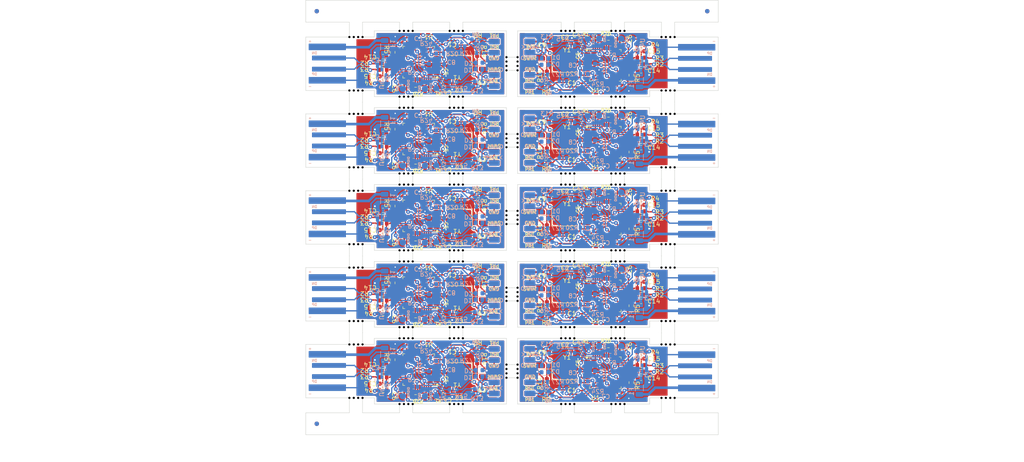
<source format=kicad_pcb>
(kicad_pcb (version 20241229) (generator "pcbnew") (generator_version "9.0")
  (layers (0 "F.Cu" signal) (2 "B.Cu" signal) (13 "F.Paste" user) (15 "B.Paste" user) (5 "F.SilkS" user "F.Silkscreen") (7 "B.SilkS" user "B.Silkscreen") (1 "F.Mask" user) (3 "B.Mask" user) (25 "Edge.Cuts" user))
  (net 0 "")
  (footprint "Crystal:Crystal_SMD_3225-4Pin_3.2x2.5mm_HandSoldering" (layer "F.Cu") (at 136.700761 34.851261 180)
    (property "Reference" "Y1")
    (property "Value" "Crystal_GND24")
  )
  (footprint "Capacitor_SMD:C_0603_1608Metric" (layer "F.Cu") (at 135.560761 49.071261 180)
    (property "Reference" "C1")
    (property "Value" "20pF/6v")
  )
  (footprint "NPTH" (layer "F.Cu") (at 162.705 94.6205)
    (property "Reference" "KiKit_MB_54_1" (hide yes))
    (property "Value" "NPTH" (hide yes))
  )
  (footprint "NPTH" (layer "F.Cu") (at 173.14 27.0005)
    (property "Reference" "KiKit_MB_10_3" (hide yes))
    (property "Value" "NPTH" (hide yes))
  )
  (footprint "Capacitor_SMD:C_0603_1608Metric" (layer "F.Cu") (at 157.729239 100.369739)
    (property "Reference" "C9")
    (property "Value" "4.7uF/6v")
  )
  (footprint "NPTH" (layer "F.Cu") (at 171.14 94.6205)
    (property "Reference" "KiKit_MB_55_4" (hide yes))
    (property "Value" "NPTH" (hide yes))
  )
  (footprint "Capacitor_SMD:C_0603_1608Metric" (layer "F.Cu") (at 132.801522 55.872022)
    (property "Reference" "C5")
    (property "Value" "100nF/6v")
  )
  (footprint "Capacitor_SMD:C_0603_1608Metric" (layer "F.Cu") (at 123.120761 92.111261 -90)
    (property "Reference" "C6")
    (property "Value" "100nF/6v")
  )
  (footprint "Resistor_SMD:R_0603_1608Metric" (layer "F.Cu") (at 177.904239 87.229739 180)
    (property "Reference" "R2")
    (property "Value" "22R")
  )
  (footprint "Capacitor_SMD:C_0603_1608Metric" (layer "F.Cu") (at 119.070761 85.511261 180)
    (property "Reference" "C14")
    (property "Value" "47pF/6v")
  )
  (footprint "Capacitor_SMD:C_0603_1608Metric" (layer "F.Cu") (at 119.070761 32.891261 180)
    (property "Reference" "C14")
    (property "Value" "47pF/6v")
  )
  (footprint "Crystal:Crystal_SMD_3225-4Pin_3.2x2.5mm_HandSoldering" (layer "F.Cu") (at 160.299239 69.229739)
    (property "Reference" "Y1")
    (property "Value" "Crystal_GND24")
  )
  (footprint "Resistor_SMD:R_0603_1608Metric" (layer "F.Cu") (at 121.300761 66.971261 90)
    (property "Reference" "R5")
    (property "Value" "100R")
  )
  (footprint "NPTH" (layer "F.Cu") (at 172.14 27.0005)
    (property "Reference" "KiKit_MB_10_2" (hide yes))
    (property "Value" "NPTH" (hide yes))
  )
  (footprint "Resistor_SMD:R_0603_1608Metric" (layer "F.Cu") (at 129.501522 110.932022 180)
    (property "Reference" "R1")
    (property "Value" "100R")
  )
  (footprint "NPTH" (layer "F.Cu") (at 124.86 97.1605)
    (property "Reference" "KiKit_MB_59_3" (hide yes))
    (property "Value" "NPTH" (hide yes))
  )
  (footprint "NPTH" (layer "F.Cu") (at 136.295 112.1605)
    (property "Reference" "KiKit_MB_63_2" (hide yes))
    (property "Value" "NPTH" (hide yes))
  )
  (footprint "NPTH" (layer "F.Cu") (at 147.23 53.5405)
    (property "Reference" "KiKit_MB_15_4" (hide yes))
    (property "Value" "NPTH" (hide yes))
  )
  (footprint "NPTH" (layer "F.Cu") (at 112.425 28.4005)
    (property "Reference" "KiKit_MB_2_2" (hide yes))
    (property "Value" "NPTH" (hide yes))
  )
  (footprint "NPTH" (layer "F.Cu") (at 147.23 50.5405)
    (property "Reference" "KiKit_MB_15_1" (hide yes))
    (property "Value" "NPTH" (hide yes))
  )
  (footprint "Capacitor_SMD:C_0603_1608Metric" (layer "F.Cu") (at 177.929239 106.269739)
    (property "Reference" "C14")
    (property "Value" "47pF/6v")
  )
  (footprint "NPTH" (layer "F.Cu") (at 114.425 58.1405)
    (property "Reference" "KiKit_MB_19_1" (hide yes))
    (property "Value" "NPTH" (hide yes))
  )
  (footprint "Capacitor_SMD:C_0603_1608Metric" (layer "F.Cu") (at 173.879239 64.589739 90)
    (property "Reference" "C6")
    (property "Value" "100nF/6v")
  )
  (footprint "Capacitor_SMD:C_0603_1608Metric" (layer "F.Cu") (at 119.101522 72.442022 180)
    (property "Reference" "C15")
    (property "Value" "47pF/6v")
  )
  (footprint "Capacitor_SMD:C_0603_1608Metric" (layer "F.Cu") (at 132.801522 92.472022)
    (property "Reference" "C4")
    (property "Value" "100nF/6v")
  )
  (footprint "NPTH" (layer "F.Cu") (at 125.86 97.1605)
    (property "Reference" "KiKit_MB_59_4" (hide yes))
    (property "Value" "NPTH" (hide yes))
  )
  (footprint "NPTH" (layer "F.Cu") (at 147.23 33.0005)
    (property "Reference" "KiKit_MB_1_1" (hide yes))
    (property "Value" "NPTH" (hide yes))
  )
  (footprint "Resistor_SMD:R_0603_1608Metric" (layer "F.Cu") (at 140.800761 47.011261 180)
    (property "Reference" "R9")
    (property "Value" "100R")
  )
  (footprint "Resistor_SMD:R_0603_1608Metric" (layer "F.Cu") (at 177.904239 69.689739 180)
    (property "Reference" "R2")
    (property "Value" "22R")
  )
  (footprint "Resistor_SMD:R_0603_1608Metric" (layer "F.Cu") (at 170.479239 81.239739)
    (property "Reference" "R26")
    (property "Value" "220R")
  )
  (footprint "Resistor_SMD:R_0603_1608Metric" (layer "F.Cu") (at 156.439239 107.229739 90)
    (property "Reference" "R14")
    (property "Value" "100R")
  )
  (footprint "Resistor_SMD:R_0603_1608Metric" (layer "F.Cu") (at 156.439239 37.069739 90)
    (property "Reference" "R14")
    (property "Value" "100R")
  )
  (footprint "Package_QFP:LQFP-48_7x7mm_P0.5mm" (layer "F.Cu") (at 127.233261 104.301261 180)
    (property "Reference" "U1")
    (property "Value" "STM32F103CBTx")
  )
  (footprint "Connector_IDC:Untitled" (layer "F.Cu") (at 140.930761 105.231261 180)
    (property "Reference" "J2" (hide yes))
    (property "Value" "Conn_02x05_Odd_Even" (hide yes))
  )
  (footprint "Capacitor_SMD:C_0603_1608Metric" (layer "F.Cu") (at 132.801522 110.012022)
    (property "Reference" "C4")
    (property "Value" "100nF/6v")
  )
  (footprint "Capacitor_SMD:C_0603_1608Metric" (layer "F.Cu") (at 177.929239 53.649739)
    (property "Reference" "C14")
    (property "Value" "47pF/6v")
  )
  (footprint "NPTH" (layer "F.Cu") (at 149.77 105.1605)
    (property "Reference" "KiKit_MB_64_2" (hide yes))
    (property "Value" "NPTH" (hide yes))
  )
  (footprint "NPTH" (layer "F.Cu") (at 149.77 33.0005)
    (property "Reference" "KiKit_MB_8_4" (hide yes))
    (property "Value" "NPTH" (hide yes))
  )
  (footprint "NPTH" (layer "F.Cu") (at 112.425 98.5605)
    (property "Reference" "KiKit_MB_58_2" (hide yes))
    (property "Value" "NPTH" (hide yes))
  )
  (footprint "Capacitor_SMD:C_0603_1608Metric" (layer "F.Cu") (at 132.801522 57.392022)
    (property "Reference" "C4")
    (property "Value" "100nF/6v")
  )
  (footprint "NPTH" (layer "F.Cu") (at 183.575 40.6005)
    (property "Reference" "KiKit_MB_14_3" (hide yes))
    (property "Value" "NPTH" (hide yes))
  )
  (footprint "Capacitor_SMD:C_0603_1608Metric" (layer "F.Cu") (at 157.729239 65.289739)
    (property "Reference" "C9")
    (property "Value" "4.7uF/6v")
  )
  (footprint "Capacitor_SMD:C_0603_1608Metric" (layer "F.Cu") (at 161.439239 37.469739)
    (property "Reference" "C1")
    (property "Value" "20pF/6v")
  )
  (footprint "Resistor_SMD:R_0603_1608Metric" (layer "F.Cu") (at 140.800761 29.471261 180)
    (property "Reference" "R9")
    (property "Value" "100R")
  )
  (footprint "Capacitor_SMD:C_0603_1608Metric" (layer "F.Cu") (at 135.770761 109.351261 180)
    (property "Reference" "C2")
    (property "Value" "20pF/6v")
  )
  (footprint "NPTH" (layer "F.Cu") (at 147.23 105.1605)
    (property "Reference" "KiKit_MB_57_3" (hide yes))
    (property "Value" "NPTH" (hide yes))
  )
  (footprint "NPTH" (layer "F.Cu") (at 174.14 94.6205)
    (property "Reference" "KiKit_MB_55_1" (hide yes))
    (property "Value" "NPTH" (hide yes))
  )
  (footprint "NPTH" (layer "F.Cu") (at 149.77 50.5405)
    (property "Reference" "KiKit_MB_22_4" (hide yes))
    (property "Value" "NPTH" (hide yes))
  )
  (footprint "NPTH" (layer "F.Cu") (at 184.575 110.7605)
    (property "Reference" "KiKit_MB_70_2" (hide yes))
    (property "Value" "NPTH" (hide yes))
  )
  (footprint "NPTH" (layer "F.Cu") (at 184.575 63.4805)
    (property "Reference" "KiKit_MB_39_3" (hide yes))
    (property "Value" "NPTH" (hide yes))
  )
  (footprint "Capacitor_SMD:C_0603_1608Metric" (layer "F.Cu") (at 177.898478 31.638978)
    (property "Reference" "C15")
    (property "Value" "47pF/6v")
  )
  (footprint "NPTH" (layer "F.Cu") (at 159.705 44.5405)
    (property "Reference" "KiKit_MB_23_1" (hide yes))
    (property "Value" "NPTH" (hide yes))
  )
  (footprint "NPTH" (layer "F.Cu") (at 149.77 34.0005)
    (property "Reference" "KiKit_MB_8_3" (hide yes))
    (property "Value" "NPTH" (hide yes))
  )
  (footprint "Resistor_SMD:R_0603_1608Metric" (layer "F.Cu") (at 175.699239 54.649739 -90)
    (property "Reference" "R5")
    (property "Value" "100R")
  )
  (footprint "NPTH" (layer "F.Cu") (at 147.23 86.6205)
    (property "Reference" "KiKit_MB_43_2" (hide yes))
    (property "Value" "NPTH" (hide yes))
  )
  (footprint "NPTH" (layer "F.Cu") (at 136.295 44.5405)
    (property "Reference" "KiKit_MB_18_3" (hide yes))
    (property "Value" "NPTH" (hide yes))
  )
  (footprint "NPTH" (layer "F.Cu") (at 149.77 106.1605)
    (property "Reference" "KiKit_MB_64_1" (hide yes))
    (property "Value" "NPTH" (hide yes))
  )
  (footprint "NPTH" (layer "F.Cu") (at 111.425 75.6805)
    (property "Reference" "KiKit_MB_33_4" (hide yes))
    (property "Value" "NPTH" (hide yes))
  )
  (footprint "Capacitor_SMD:C_0603_1608Metric" (layer "F.Cu") (at 119.101522 89.982022 180)
    (property "Reference" "C15")
    (property "Value" "47pF/6v")
  )
  (footprint "Resistor_SMD:R_0603_1608Metric" (layer "F.Cu") (at 177.904239 103.269739 180)
    (property "Reference" "R3")
    (property "Value" "22R")
  )
  (footprint "Fiducial" (layer "F.Cu") (at 103.99 22.5)
    (property "Reference" "KiKit_FID_T_1" (hide yes))
    (property "Value" "Fiducial" (hide yes))
  )
  (footprint "NPTH" (layer "F.Cu") (at 134.295 94.6205)
    (property "Reference" "KiKit_MB_49_4" (hide yes))
    (property "Value" "NPTH" (hide yes))
  )
  (footprint "NPTH" (layer "F.Cu") (at 174.14 27.0005)
    (property "Reference" "KiKit_MB_10_4" (hide yes))
    (property "Value" "NPTH" (hide yes))
  )
  (footprint "Resistor_SMD:R_0603_1608Metric" (layer "F.Cu") (at 119.095761 51.931261)
    (property "Reference" "R2")
    (property "Value" "22R")
  )
  (footprint "NPTH" (layer "F.Cu") (at 135.295 112.1605)
    (property "Reference" "KiKit_MB_63_3" (hide yes))
    (property "Value" "NPTH" (hide yes))
  )
  (footprint "Resistor_SMD:R_0603_1608Metric" (layer "F.Cu") (at 119.095761 88.511261)
    (property "Reference" "R3")
    (property "Value" "22R")
  )
  (footprint "Package_QFP:LQFP-48_7x7mm_P0.5mm" (layer "F.Cu") (at 169.766739 52.399739)
    (property "Reference" "U1")
    (property "Value" "STM32F103CBTx")
  )
  (footprint "NPTH" (layer "F.Cu") (at 125.86 77.0805)
    (property "Reference" "KiKit_MB_34_1" (hide yes))
    (property "Value" "NPTH" (hide yes))
  )
  (footprint "NPTH" (layer "F.Cu") (at 147.23 34.0005)
    (property "Reference" "KiKit_MB_1_2" (hide yes))
    (property "Value" "NPTH" (hide yes))
  )
  (footprint "NPTH" (layer "F.Cu") (at 171.14 44.5405)
    (property "Reference" "KiKit_MB_24_1" (hide yes))
    (property "Value" "NPTH" (hide yes))
  )
  (footprint "NPTH" (layer "F.Cu") (at 136.295 77.0805)
    (property "Reference" "KiKit_MB_35_2" (hide yes))
    (property "Value" "NPTH" (hide yes))
  )
  (footprint "NPTH" (layer "F.Cu") (at 122.86 59.5405)
    (property "Reference" "KiKit_MB_20_4" (hide yes))
    (property "Value" "NPTH" (hide yes))
  )
  (footprint "Capacitor_SMD:C_0603_1608Metric" (layer "F.Cu") (at 161.229239 47.349739)
    (property "Reference" "C2")
    (property "Value" "20pF/6v")
  )
  (footprint "NPTH" (layer "F.Cu") (at 113.425 58.1405)
    (property "Reference" "KiKit_MB_19_2" (hide yes))
    (property "Value" "NPTH" (hide yes))
  )
  (footprint "NPTH" (layer "F.Cu") (at 122.86 27.0005)
    (property "Reference" "KiKit_MB_3_1" (hide yes))
    (property "Value" "NPTH" (hide yes))
  )
  (footprint "NPTH" (layer "F.Cu") (at 159.705 77.0805)
    (property "Reference" "KiKit_MB_40_4" (hide yes))
    (property "Value" "NPTH" (hide yes))
  )
  (footprint "Crystal:Crystal_SMD_3225-4Pin_3.2x2.5mm_HandSoldering" (layer "F.Cu") (at 160.299239 104.309739)
    (property "Reference" "Y1")
    (property "Value" "Crystal_GND24")
  )
  (footprint "Capacitor_SMD:C_0603_1608Metric" (layer "F.Cu") (at 164.198478 65.748978 180)
    (property "Reference" "C5")
    (property "Value" "100nF/6v")
  )
  (footprint "Crystal:Crystal_SMD_3225-4Pin_3.2x2.5mm_HandSoldering" (layer "F.Cu") (at 136.700761 69.931261 180)
    (property "Reference" "Y1")
    (property "Value" "Crystal_GND24")
  )
  (footprint "NPTH" (layer "F.Cu") (at 114.425 110.7605)
    (property "Reference" "KiKit_MB_61_1" (hide yes))
    (property "Value" "NPTH" (hide yes))
  )
  (footprint "NPTH" (layer "F.Cu") (at 147.23 88.6205)
    (property "Reference" "KiKit_MB_43_4" (hide yes))
    (property "Value" "NPTH" (hide yes))
  )
  (footprint "NPTH" (layer "F.Cu") (at 172.14 94.6205)
    (property "Reference" "KiKit_MB_55_3" (hide yes))
    (property "Value" "NPTH" (hide yes))
  )
  (footprint "NPTH" (layer "F.Cu") (at 185.575 98.5605)
    (property "Reference" "KiKit_MB_67_4" (hide yes))
    (property "Value" "NPTH" (hide yes))
  )
  (footprint "Capacitor_SMD:C_0603_1608Metric" (layer "F.Cu") (at 177.929239 88.729739)
    (property "Reference" "C14")
    (property "Value" "47pF/6v")
  )
  (footprint "NPTH" (layer "F.Cu") (at 112.425 40.6005)
    (property "Reference" "KiKit_MB_5_3" (hide yes))
    (property "Value" "NPTH" (hide yes))
  )
  (footprint "NPTH" (layer "F.Cu") (at 135.295 44.5405)
    (property "Reference" "KiKit_MB_18_2" (hide yes))
    (property "Value" "NPTH" (hide yes))
  )
  (footprint "NPTH" (layer "F.Cu") (at 123.86 79.6205)
    (property "Reference" "KiKit_MB_45_2" (hide yes))
    (property "Value" "NPTH" (hide yes))
  )
  (footprint "Resistor_SMD:R_0603_1608Metric" (layer "F.Cu") (at 177.888478 100.328978 180)
    (property "Reference" "R4")
    (property "Value" "1K8")
  )
  (footprint "NPTH" (layer "F.Cu") (at 149.77 36.0005)
    (property "Reference" "KiKit_MB_8_1" (hide yes))
    (property "Value" "NPTH" (hide yes))
  )
  (footprint "Resistor_SMD:R_0603_1608Metric" (layer "F.Cu") (at 175.699239 72.189739 -90)
    (property "Reference" "R5")
    (property "Value" "100R")
  )
  (footprint "NPTH" (layer "F.Cu") (at 182.575 93.2205)
    (property "Reference" "KiKit_MB_56_4" (hide yes))
    (property "Value" "NPTH" (hide yes))
  )
  (footprint "NPTH" (layer "F.Cu") (at 134.295 97.1605)
    (property "Reference" "KiKit_MB_60_1" (hide yes))
    (property "Value" "NPTH" (hide yes))
  )
  (footprint "NPTH" (layer "F.Cu") (at 149.77 69.0805)
    (property "Reference" "KiKit_MB_36_3" (hide yes))
    (property "Value" "NPTH" (hide yes))
  )
  (footprint "NPTH" (layer "F.Cu") (at 185.575 40.6005)
    (property "Reference" "KiKit_MB_14_1" (hide yes))
    (property "Value" "NPTH" (hide yes))
  )
  (footprint "NPTH" (layer "F.Cu") (at 172.14 59.5405)
    (property "Reference" "KiKit_MB_27_3" (hide yes))
    (property "Value" "NPTH" (hide yes))
  )
  (footprint "NPTH" (layer "F.Cu") (at 137.295 97.1605)
    (property "Reference" "KiKit_MB_60_4" (hide yes))
    (property "Value" "NPTH" (hide yes))
  )
  (footprint "NPTH" (layer "F.Cu") (at 149.77 87.6205)
    (property "Reference" "KiKit_MB_50_2" (hide yes))
    (property "Value" "NPTH" (hide yes))
  )
  (footprint "Resistor_SMD:R_0603_1608Metric" (layer "F.Cu") (at 119.095761 69.471261)
    (property "Reference" "R2")
    (property "Value" "22R")
  )
  (footprint "Resistor_SMD:R_0603_1608Metric" (layer "F.Cu") (at 170.479239 63.699739)
    (property "Reference" "R26")
    (property "Value" "220R")
  )
  (footprint "Connector_IDC:Untitled" (layer "F.Cu") (at 156.069239 86.549739)
    (property "Reference" "J2" (hide yes))
    (property "Value" "Conn_02x05_Odd_Even" (hide yes))
  )
  (footprint "Resistor_SMD:R_0603_1608Metric" (layer "F.Cu") (at 177.904239 33.109739 180)
    (property "Reference" "R3")
    (property "Value" "22R")
  )
  (footprint "NPTH" (layer "F.Cu") (at 149.77 103.1605)
    (property "Reference" "KiKit_MB_64_4" (hide yes))
    (property "Value" "NPTH" (hide yes))
  )
  (footprint "NPTH" (layer "F.Cu") (at 136.295 27.0005)
    (property "Reference" "KiKit_MB_4_3" (hide yes))
    (property "Value" "NPTH" (hide yes))
  )
  (footprint "NPTH" (layer "F.Cu") (at 122.86 62.0805)
    (property "Reference" "KiKit_MB_31_1" (hide yes))
    (property "Value" "NPTH" (hide yes))
  )
  (footprint "Capacitor_SMD:C_0603_1608Metric" (layer "F.Cu") (at 135.770761 56.731261 180)
    (property "Reference" "C2")
    (property "Value" "20pF/6v")
  )
  (footprint "NPTH" (layer "F.Cu") (at 149.77 71.0805)
    (property "Reference" "KiKit_MB_36_1" (hide yes))
    (property "Value" "NPTH" (hide yes))
  )
  (footprint "NPTH" (layer "F.Cu") (at 147.23 103.1605)
    (property "Reference" "KiKit_MB_57_1" (hide yes))
    (property "Value" "NPTH" (hide yes))
  )
  (footprint "NPTH" (layer "F.Cu") (at 147.23 106.1605)
    (property "Reference" "KiKit_MB_57_4" (hide yes))
    (property "Value" "NPTH" (hide yes))
  )
  (footprint "Capacitor_SMD:C_0603_1608Metric" (layer "F.Cu") (at 164.198478 30.668978 180)
    (property "Reference" "C5")
    (property "Value" "100nF/6v")
  )
  (footprint "Capacitor_SMD:C_0603_1608Metric" (layer "F.Cu") (at 135.560761 31.531261 180)
    (property "Reference" "C1")
    (property "Value" "20pF/6v")
  )
  (footprint "Resistor_SMD:R_0603_1608Metric" (layer "F.Cu") (at 167.498478 98.388978)
    (property "Reference" "R1")
    (property "Value" "100R")
  )
  (footprint "Capacitor_SMD:C_0603_1608Metric" (layer "F.Cu") (at 135.770761 74.271261 180)
    (property "Reference" "C2")
    (property "Value" "20pF/6v")
  )
  (footprint "Resistor_SMD:R_0603_1608Metric" (layer "F.Cu") (at 167.498478 45.768978)
    (property "Reference" "R1")
    (property "Value" "100R")
  )
  (footprint "Capacitor_SMD:C_0603_1608Metric" (layer "F.Cu") (at 161.229239 99.969739)
    (property "Reference" "C2")
    (property "Value" "20pF/6v")
  )
  (footprint "NPTH" (layer "F.Cu") (at 149.77 85.6205)
    (property "Reference" "KiKit_MB_50_4" (hide yes))
    (property "Value" "NPTH" (hide yes))
  )
  (footprint "NPTH" (layer "F.Cu") (at 161.705 62.0805)
    (property "Reference" "KiKit_MB_37_3" (hide yes))
    (property "Value" "NPTH" (hide yes))
  )
  (footprint "Capacitor_SMD:C_0603_1608Metric" (layer "F.Cu") (at 164.198478 100.828978 180)
    (property "Reference" "C5")
    (property "Value" "100nF/6v")
  )
  (footprint "NPTH" (layer "F.Cu") (at 124.86 77.0805)
    (property "Reference" "KiKit_MB_34_2" (hide yes))
    (property "Value" "NPTH" (hide yes))
  )
  (footprint "Capacitor_SMD:C_0603_1608Metric" (layer "F.Cu") (at 173.879239 82.129739 90)
    (property "Reference" "C6")
    (property "Value" "100nF/6v")
  )
  (footprint "NPTH" (layer "F.Cu") (at 125.86 27.0005)
    (property "Reference" "KiKit_MB_3_4" (hide yes))
    (property "Value" "NPTH" (hide yes))
  )
  (footprint "NPTH" (layer "F.Cu") (at 113.425 98.5605)
    (property "Reference" "KiKit_MB_58_3" (hide yes))
    (property "Value" "NPTH" (hide yes))
  )
  (footprint "NPTH" (layer "F.Cu") (at 162.705 97.1605)
    (property "Reference" "KiKit_MB_65_4" (hide yes))
    (property "Value" "NPTH" (hide yes))
  )
  (footprint "NPTH" (layer "F.Cu") (at 161.705 94.6205)
    (property "Reference" "KiKit_MB_54_2" (hide yes))
    (property "Value" "NPTH" (hide yes))
  )
  (footprint "NPTH" (layer "F.Cu") (at 137.295 112.1605)
    (property "Reference" "KiKit_MB_63_1" (hide yes))
    (property "Value" "NPTH" (hide yes))
  )
  (footprint "NPTH" (layer "F.Cu") (at 123.86 62.0805)
    (property "Reference" "KiKit_MB_31_2" (hide yes))
    (property "Value" "NPTH" (hide yes))
  )
  (footprint "NPTH" (layer "F.Cu") (at 159.705 97.1605)
    (property "Reference" "KiKit_MB_65_1" (hide yes))
    (property "Value" "NPTH" (hide yes))
  )
  (footprint "Capacitor_SMD:C_0603_1608Metric" (layer "F.Cu") (at 161.229239 82.429739)
    (property "Reference" "C2")
    (property "Value" "20pF/6v")
  )
  (footprint "NPTH" (layer "F.Cu") (at 185.575 58.1405)
    (property "Reference" "KiKit_MB_28_1" (hide yes))
    (property "Value" "NPTH" (hide yes))
  )
  (footprint "NPTH" (layer "F.Cu") (at 159.705 79.6205)
    (property "Reference" "KiKit_MB_51_1" (hide yes))
    (property "Value" "NPTH" (hide yes))
  )
  (footprint "NPTH" (layer "F.Cu") (at 135.295 94.6205)
    (property "Reference" "KiKit_MB_49_3" (hide yes))
    (property "Value" "NPTH" (hide yes))
  )
  (footprint "NPTH" (layer "F.Cu") (at 111.425 110.7605)
    (property "Reference" "KiKit_MB_61_4" (hide yes))
    (property "Value" "NPTH" (hide yes))
  )
  (footprint "NPTH" (layer "F.Cu") (at 172.14 112.1605)
    (property "Reference" "KiKit_MB_69_3" (hide yes))
    (property "Value" "NPTH" (hide yes))
  )
  (footprint "NPTH" (layer "F.Cu") (at 134.295 77.0805)
    (property "Reference" "KiKit_MB_35_4" (hide yes))
    (property "Value" "NPTH" (hide yes))
  )
  (footprint "Capacitor_SMD:C_0603_1608Metric" (layer "F.Cu") (at 177.898478 84.258978)
    (property "Reference" "C15")
    (property "Value" "47pF/6v")
  )
  (footprint "NPTH" (layer "F.Cu") (at 123.86 77.0805)
    (property "Reference" "KiKit_MB_34_3" (hide yes))
    (property "Value" "NPTH" (hide yes))
  )
  (footprint "Resistor_SMD:R_0603_1608Metric" (layer "F.Cu") (at 170.479239 28.619739)
    (property "Reference" "R26")
    (property "Value" "220R")
  )
  (footprint "NPTH" (layer "F.Cu") (at 137.295 59.5405)
    (property "Reference" "KiKit_MB_21_1" (hide yes))
    (property "Value" "NPTH" (hide yes))
  )
  (footprint "NPTH" (layer "F.Cu") (at 113.425 110.7605)
    (property "Reference" "KiKit_MB_61_2" (hide yes))
    (property "Value" "NPTH" (hide yes))
  )
  (footprint "NPTH" (layer "F.Cu") (at 161.705 42.0005)
    (property "Reference" "KiKit_MB_12_2" (hide yes))
    (property "Value" "NPTH" (hide yes))
  )
  (footprint "Crystal:Crystal_SMD_3225-4Pin_3.2x2.5mm_HandSoldering" (layer "F.Cu") (at 160.299239 51.689739)
    (property "Reference" "Y1")
    (property "Value" "Crystal_GND24")
  )
  (footprint "NPTH" (layer "F.Cu") (at 147.23 70.0805)
    (property "Reference" "KiKit_MB_29_3" (hide yes))
    (property "Value" "NPTH" (hide yes))
  )
  (footprint "Capacitor_SMD:C_0603_1608Metric" (layer "F.Cu") (at 139.270761 73.871261 180)
    (property "Reference" "C9")
    (property "Value" "4.7uF/6v")
  )
  (footprint "NPTH" (layer "F.Cu") (at 160.705 27.0005)
    (property "Reference" "KiKit_MB_9_2" (hide yes))
    (property "Value" "NPTH" (hide yes))
  )
  (footprint "Capacitor_SMD:C_0603_1608Metric" (layer "F.Cu") (at 164.198478 83.288978 180)
    (property "Reference" "C5")
    (property "Value" "100nF/6v")
  )
  (footprint "Resistor_SMD:R_0603_1608Metric" (layer "F.Cu") (at 119.095761 70.971261)
    (property "Reference" "R3")
    (property "Value" "22R")
  )
  (footprint "Connector_IDC:Untitled" (layer "F.Cu") (at 156.069239 104.089739)
    (property "Reference" "J2" (hide yes))
    (property "Value" "Conn_02x05_Odd_Even" (hide yes))
  )
  (footprint "Capacitor_SMD:C_0603_1608Metric" (layer "F.Cu") (at 119.070761 103.051261 180)
    (property "Reference" "C14")
    (property "Value" "47pF/6v")
  )
  (footprint "NPTH" (layer "F.Cu") (at 125.86 44.5405)
    (property "Reference" "KiKit_MB_17_4" (hide yes))
    (property "Value" "NPTH" (hide yes))
  )
  (footprint "NPTH" (layer "F.Cu") (at 113.425 45.9405)
    (property "Reference" "KiKit_MB_16_3" (hide yes))
    (property "Value" "NPTH" (hide yes))
  )
  (footprint "Resistor_SMD:R_0603_1608Metric" (layer "F.Cu") (at 121.300761 31.891261 90)
    (property "Reference" "R5")
    (property "Value" "100R")
  )
  (footprint "Resistor_SMD:R_0603_1608Metric" (layer "F.Cu") (at 140.800761 82.091261 180)
    (property "Reference" "R9")
    (property "Value" "100R")
  )
  (footprint "NPTH" (layer "F.Cu") (at 185.575 75.6805)
    (property "Reference" "KiKit_MB_42_1" (hide yes))
    (property "Value" "NPTH" (hide yes))
  )
  (footprint "NPTH" (layer "F.Cu") (at 184.575 58.1405)
    (property "Reference" "KiKit_MB_28_2" (hide yes))
    (property "Value" "NPTH" (hide yes))
  )
  (footprint "NPTH" (layer "F.Cu") (at 182.575 81.0205)
    (property "Reference" "KiKit_MB_53_1" (hide yes))
    (property "Value" "NPTH" (hide yes))
  )
  (footprint "Capacitor_SMD:C_0603_1608Metric" (layer "F.Cu") (at 139.270761 91.411261 180)
    (property "Reference" "C9")
    (property "Value" "4.7uF/6v")
  )
  (footprint "NPTH" (layer "F.Cu") (at 111.425 45.9405)
    (property "Reference" "KiKit_MB_16_1" (hide yes))
    (property "Value" "NPTH" (hide yes))
  )
  (footprint "Capacitor_SMD:C_0603_1608Metric" (layer "F.Cu") (at 119.070761 67.971261 180)
    (property "Reference" "C14")
    (property "Value" "47pF/6v")
  )
  (footprint "NPTH" (layer "F.Cu") (at 182.575 98.5605)
    (property "Reference" "KiKit_MB_67_1" (hide yes))
    (property "Value" "NPTH" (hide yes))
  )
  (footprint "NPTH" (layer "F.Cu") (at 161.705 112.1605)
    (property "Reference" "KiKit_MB_68_2" (hide yes))
    (property "Value" "NPTH" (hide yes))
  )
  (footprint "Capacitor_SMD:C_0603_1608Metric" (layer "F.Cu") (at 132.801522 39.852022)
    (property "Reference" "C4")
    (property "Value" "100nF/6v")
  )
  (footprint "NPTH" (layer "F.Cu") (at 122.86 42.0005)
    (property "Reference" "KiKit_MB_6_4" (hide yes))
    (property "Value" "NPTH" (hide yes))
  )
  (footprint "NPTH" (layer "F.Cu") (at 184.575 75.6805)
    (property "Reference" "KiKit_MB_42_2" (hide yes))
    (property "Value" "NPTH" (hide yes))
  )
  (footprint "NPTH" (layer "F.Cu") (at 159.705 42.0005)
    (property "Reference" "KiKit_MB_12_4" (hide yes))
    (property "Value" "NPTH" (hide yes))
  )
  (footprint "Resistor_SMD:R_0603_1608Metric" (layer "F.Cu") (at 177.904239 50.649739 180)
    (property "Reference" "R3")
    (property "Value" "22R")
  )
  (footprint "NPTH" (layer "F.Cu") (at 184.575 98.5605)
    (property "Reference" "KiKit_MB_67_3" (hide yes))
    (property "Value" "NPTH" (hide yes))
  )
  (footprint "NPTH" (layer "F.Cu") (at 123.86 94.6205)
    (property "Reference" "KiKit_MB_48_3" (hide yes))
    (property "Value" "NPTH" (hide yes))
  )
  (footprint "NPTH" (layer "F.Cu") (at 162.705 62.0805)
    (property "Reference" "KiKit_MB_37_4" (hide yes))
    (property "Value" "NPTH" (hide yes))
  )
  (footprint "Capacitor_SMD:C_0603_1608Metric" (layer "F.Cu") (at 139.270761 108.951261 180)
    (property "Reference" "C9")
    (property "Value" "4.7uF/6v")
  )
  (footprint "NPTH" (layer "F.Cu") (at 149.77 53.5405)
    (property "Reference" "KiKit_MB_22_1" (hide yes))
    (property "Value" "NPTH" (hide yes))
  )
  (footprint "NPTH" (layer "F.Cu") (at 147.23 52.5405)
    (property "Reference" "KiKit_MB_15_3" (hide yes))
    (property "Value" "NPTH" (hide yes))
  )
  (footprint "Capacitor_SMD:C_0603_1608Metric" (layer "F.Cu") (at 132.801522 74.932022)
    (property "Reference" "C4")
    (property "Value" "100nF/6v")
  )
  (footprint "Capacitor_SMD:C_0603_1608Metric" (layer "F.Cu") (at 157.729239 82.829739)
    (property "Reference" "C9")
    (property "Value" "4.7uF/6v")
  )
  (footprint "Capacitor_SMD:C_0603_1608Metric" (layer "F.Cu") (at 132.801522 73.412022)
    (property "Reference" "C5")
    (property "Value" "100nF/6v")
  )
  (footprint "NPTH" (layer "F.Cu") (at 124.86 59.5405)
    (property "Reference" "KiKit_MB_20_2" (hide yes))
    (property "Value" "NPTH" (hide yes))
  )
  (footprint "Capacitor_SMD:C_0603_1608Metric" (layer "F.Cu") (at 123.120761 74.571261 -90)
    (property "Reference" "C6")
    (property "Value" "100nF/6v")
  )
  (footprint "NPTH" (layer "F.Cu") (at 111.425 81.0205)
    (property "Reference" "KiKit_MB_44_1" (hide yes))
    (property "Value" "NPTH" (hide yes))
  )
  (footprint "NPTH" (layer "F.Cu") (at 136.295 42.0005)
    (property "Reference" "KiKit_MB_7_2" (hide yes))
    (property "Value" "NPTH" (hide yes))
  )
  (footprint "NPTH" (layer "F.Cu") (at 172.14 97.1605)
    (property "Reference" "KiKit_MB_66_2" (hide yes))
    (property "Value" "NPTH" (hide yes))
  )
  (footprint "NPTH" (layer "F.Cu") (at 134.295 62.0805)
    (property "Reference" "KiKit_MB_32_1" (hide yes))
    (property "Value" "NPTH" (hide yes))
  )
  (footprint "Resistor_SMD:R_0603_1608Metric" (layer "F.Cu") (at 175.699239 107.269739 -90)
    (property "Reference" "R5")
    (property "Value" "100R")
  )
  (footprint "Capacitor_SMD:C_0603_1608Metric" (layer "F.Cu") (at 177.898478 49.178978)
    (property "Reference" "C15")
    (property "Value" "47pF/6v")
  )
  (footprint "NPTH" (layer "F.Cu") (at 159.705 112.1605)
    (property "Reference" "KiKit_MB_68_4" (hide yes))
    (property "Value" "NPTH" (hide yes))
  )
  (footprint "Fiducial" (layer "F.Cu") (at 103.99 116.6615)
    (property "Reference" "KiKit_FID_T_3" (hide yes))
    (property "Value" "Fiducial" (hide yes))
  )
  (footprint "NPTH" (layer "F.Cu") (at 160.705 94.6205)
    (property "Reference" "KiKit_MB_54_3" (hide yes))
    (property "Value" "NPTH" (hide yes))
  )
  (footprint "NPTH" (layer "F.Cu") (at 171.14 59.5405)
    (property "Reference" "KiKit_MB_27_4" (hide yes))
    (property "Value" "NPTH" (hide yes))
  )
  (footprint "NPTH" (layer "F.Cu") (at 185.575 45.9405)
    (property "Reference" "KiKit_MB_25_4" (hide yes))
    (property "Value" "NPTH" (hide yes))
  )
  (footprint "NPTH" (layer "F.Cu") (at 124.86 94.6205)
    (property "Reference" "KiKit_MB_48_2" (hide yes))
    (property "Value" "NPTH" (hide yes))
  )
  (footprint "NPTH" (layer "F.Cu") (at 134.295 59.5405)
    (property "Reference" "KiKit_MB_21_4" (hide yes))
    (property "Value" "NPTH" (hide yes))
  )
  (footprint "Resistor_SMD:R_0603_1608Metric" (layer "F.Cu") (at 170.479239 98.779739)
    (property "Reference" "R26")
    (property "Value" "220R")
  )
  (footprint "NPTH" (layer "F.Cu") (at 125.86 62.0805)
    (property "Reference" "KiKit_MB_31_4" (hide yes))
    (property "Value" "NPTH" (hide yes))
  )
  (footprint "Resistor_SMD:R_0603_1608Metric" (layer "F.Cu") (at 119.095761 87.011261)
    (property "Reference" "R2")
    (property "Value" "22R")
  )
  (footprint "NPTH" (layer "F.Cu") (at 174.14 42.0005)
    (property "Reference" "KiKit_MB_13_1" (hide yes))
    (property "Value" "NPTH" (hide yes))
  )
  (footprint "Capacitor_SMD:C_0603_1608Metric" (layer "F.Cu") (at 161.229239 64.889739)
    (property "Reference" "C2")
    (property "Value" "20pF/6v")
  )
  (footprint "NPTH" (layer "F.Cu") (at 174.14 62.0805)
    (property "Reference" "KiKit_MB_38_4" (hide yes))
    (property "Value" "NPTH" (hide yes))
  )
  (footprint "Connector_IDC:Untitled" (layer "F.Cu") (at 156.069239 51.469739)
    (property "Reference" "J2" (hide yes))
    (property "Value" "Conn_02x05_Odd_Even" (hide yes))
  )
  (footprint "Resistor_SMD:R_0603_1608Metric" (layer "F.Cu") (at 126.520761 110.541261 180)
    (property "Reference" "R26")
    (property "Value" "220R")
  )
  (footprint "NPTH" (layer "F.Cu") (at 114.425 75.6805)
    (property "Reference" "KiKit_MB_33_1" (hide yes))
    (property "Value" "NPTH" (hide yes))
  )
  (footprint "Capacitor_SMD:C_0603_1608Metric" (layer "F.Cu") (at 161.439239 55.009739)
    (property "Reference" "C1")
    (property "Value" "20pF/6v")
  )
  (footprint "NPTH" (layer "F.Cu") (at 136.295 79.6205)
    (property "Reference" "KiKit_MB_46_3" (hide yes))
    (property "Value" "NPTH" (hide yes))
  )
  (footprint "NPTH" (layer "F.Cu") (at 160.705 77.0805)
    (property "Reference" "KiKit_MB_40_3" (hide yes))
    (property "Value" "NPTH" (hide yes))
  )
  (footprint "Capacitor_SMD:C_0603_1608Metric" (layer "F.Cu") (at 119.070761 50.431261 180)
    (property "Reference" "C14")
    (property "Value" "47pF/6v")
  )
  (footprint "Resistor_SMD:R_0603_1608Metric" (layer "F.Cu") (at 121.300761 102.051261 90)
    (property "Reference" "R5")
    (property "Value" "100R")
  )
  (footprint "Package_QFP:LQFP-48_7x7mm_P0.5mm" (layer "F.Cu") (at 127.233261 34.141261 180)
    (property "Reference" "U1")
    (property "Value" "STM32F103CBTx")
  )
  (footprint "NPTH" (layer "F.Cu") (at 113.425 93.2205)
    (property "Reference" "KiKit_MB_47_2" (hide yes))
    (property "Value" "NPTH" (hide yes))
  )
  (footprint "Package_QFP:LQFP-48_7x7mm_P0.5mm" (layer "F.Cu") (at 169.766739 69.939739)
    (property "Reference" "U1")
    (property "Value" "STM32F103CBTx")
  )
  (footprint "Resistor_SMD:R_0603_1608Metric" (layer "F.Cu") (at 126.520761 75.461261 180)
    (property "Reference" "R26")
    (property "Value" "220R")
  )
  (footprint "NPTH" (layer "F.Cu") (at 122.86 44.5405)
    (property "Reference" "KiKit_MB_17_1" (hide yes))
    (property "Value" "NPTH" (hide yes))
  )
  (footprint "NPTH" (layer "F.Cu") (at 136.295 94.6205)
    (property "Reference" "KiKit_MB_49_2" (hide yes))
    (property "Value" "NPTH" (hide yes))
  )
  (footprint "NPTH" (layer "F.Cu") (at 174.14 77.0805)
    (property "Reference" "KiKit_MB_41_1" (hide yes))
    (property "Value" "NPTH" (hide yes))
  )
  (footprint "Resistor_SMD:R_0603_1608Metric" (layer "F.Cu") (at 140.560761 84.551261 -90)
    (property "Reference" "R14")
    (property "Value" "100R")
  )
  (footprint "NPTH" (layer "F.Cu") (at 114.425 45.9405)
    (property "Reference" "KiKit_MB_16_4" (hide yes))
    (property "Value" "NPTH" (hide yes))
  )
  (footprint "Capacitor_SMD:C_0603_1608Metric" (layer "F.Cu") (at 164.198478 64.228978 180)
    (property "Reference" "C4")
    (property "Value" "100nF/6v")
  )
  (footprint "NPTH" (layer "F.Cu") (at 114.425 98.5605)
    (property "Reference" "KiKit_MB_58_4" (hide yes))
    (property "Value" "NPTH" (hide yes))
  )
  (footprint "NPTH" (layer "F.Cu") (at 160.705 62.0805)
    (property "Reference" "KiKit_MB_37_2" (hide yes))
    (property "Value" "NPTH" (hide yes))
  )
  (footprint "NPTH" (layer "F.Cu") (at 111.425 63.4805)
    (property "Reference" "KiKit_MB_30_1" (hide yes))
    (property "Value" "NPTH" (hide yes))
  )
  (footprint "Resistor_SMD:R_0603_1608Metric" (layer "F.Cu") (at 119.111522 38.832022)
    (property "Reference" "R4")
    (property "Value" "1K8")
  )
  (footprint "NPTH" (layer "F.Cu") (at 185.575 63.4805)
    (property "Reference" "KiKit_MB_39_4" (hide yes))
    (property "Value" "NPTH" (hide yes))
  )
  (footprint "NPTH" (layer "F.Cu") (at 183.575 58.1405)
    (property "Reference" "KiKit_MB_28_3" (hide yes))
    (property "Value" "NPTH" (hide yes))
  )
  (footprint "NPTH" (layer "F.Cu") (at 171.14 42.0005)
    (property "Reference" "KiKit_MB_13_4" (hide yes))
    (property "Value" "NPTH" (hide yes))
  )
  (footprint "NPTH" (layer "F.Cu") (at 182.575 28.4005)
    (property "Reference" "KiKit_MB_11_1" (hide yes))
    (property "Value" "NPTH" (hide yes))
  )
  (footprint "NPTH" (layer "F.Cu") (at 183.575 45.9405)
    (property "Reference" "KiKit_MB_25_2" (hide yes))
    (property "Value" "NPTH" (hide yes))
  )
  (footprint "Resistor_SMD:R_0603_1608Metric" (layer "F.Cu") (at 140.560761 67.011261 -90)
    (property "Reference" "R14")
    (property "Value" "100R")
  )
  (footprint "Resistor_SMD:R_0603_1608Metric" (layer "F.Cu") (at 140.560761 49.471261 -90)
    (property "Reference" "R14")
    (property "Value" "100R")
  )
  (footprint "NPTH" (layer "F.Cu") (at 111.425 40.6005)
    (property "Reference" "KiKit_MB_5_4" (hide yes))
    (property "Value" "NPTH" (hide yes))
  )
  (footprint "NPTH" (layer "F.Cu") (at 124.86 42.0005)
    (property "Reference" "KiKit_MB_6_2" (hide yes))
    (property "Value" "NPTH" (hide yes))
  )
  (footprint "NPTH" (layer "F.Cu") (at 173.14 94.6205)
    (property "Reference" "KiKit_MB_55_2" (hide yes))
    (property "Value" "NPTH" (hide yes))
  )
  (footprint "Resistor_SMD:R_0603_1608Metric" (layer "F.Cu") (at 156.199239 92.149739)
    (property "Reference" "R9")
    (property "Value" "100R")
  )
  (footprint "Resistor_SMD:R_0603_1608Metric" (layer "F.Cu") (at 177.888478 47.708978 180)
    (property "Reference" "R4")
    (property "Value" "1K8")
  )
  (footprint "NPTH" (layer "F.Cu") (at 171.14 79.6205)
    (property "Reference" "KiKit_MB_52_1" (hide yes))
    (property "Value" "NPTH" (hide yes))
  )
  (footprint "NPTH" (layer "F.Cu") (at 147.23 69.0805)
    (property "Reference" "KiKit_MB_29_2" (hide yes))
    (property "Value" "NPTH" (hide yes))
  )
  (footprint "Resistor_SMD:R_0603_1608Metric" (layer "F.Cu") (at 126.520761 40.381261 180)
    (property "Reference" "R26")
    (property "Value" "220R")
  )
  (footprint "NPTH" (layer "F.Cu") (at 171.14 62.0805)
    (property "Reference" "KiKit_MB_38_1" (hide yes))
    (property "Value" "NPTH" (hide yes))
  )
  (footprint "NPTH" (layer "F.Cu") (at 184.575 45.9405)
    (property "Reference" "KiKit_MB_25_3" (hide yes))
    (property "Value" "NPTH" (hide yes))
  )
  (footprint "Resistor_SMD:R_0603_1608Metric" (layer "F.Cu") (at 167.498478 28.228978)
    (property "Reference" "R1")
    (property "Value" "100R")
  )
  (footprint "NPTH" (layer "F.Cu") (at 137.295 79.6205)
    (property "Reference" "KiKit_MB_46_4" (hide yes))
    (property "Value" "NPTH" (hide yes))
  )
  (footprint "Package_QFP:LQFP-48_7x7mm_P0.5mm" (layer "F.Cu") (at 169.766739 87.479739)
    (property "Reference" "U1")
    (property "Value" "STM32F103CBTx")
  )
  (footprint "NPTH" (layer "F.Cu") (at 149.77 68.0805)
    (property "Reference" "KiKit_MB_36_4" (hide yes))
    (property "Value" "NPTH" (hide yes))
  )
  (footprint "Crystal:Crystal_SMD_3225-4Pin_3.2x2.5mm_HandSoldering" (layer "F.Cu") (at 136.700761 52.391261 180)
    (property "Reference" "Y1")
    (property "Value" "Crystal_GND24")
  )
  (footprint "NPTH" (layer "F.Cu") (at 159.705 27.0005)
    (property "Reference" "KiKit_MB_9_1" (hide yes))
    (property "Value" "NPTH" (hide yes))
  )
  (footprint "NPTH" (layer "F.Cu") (at 185.575 81.0205)
    (property "Reference" "KiKit_MB_53_4" (hide yes))
    (property "Value" "NPTH" (hide yes))
  )
  (footprint "NPTH" (layer "F.Cu") (at 124.86 79.6205)
    (property "Reference" "KiKit_MB_45_3" (hide yes))
    (property "Value" "NPTH" (hide yes))
  )
  (footprint "NPTH" (layer "F.Cu") (at 137.295 62.0805)
    (property "Reference" "KiKit_MB_32_4" (hide yes))
    (property "Value" "NPTH" (hide yes))
  )
  (footprint "NPTH" (layer "F.Cu") (at 147.23 68.0805)
    (property "Reference" "KiKit_MB_29_1" (hide yes))
    (property "Value" "NPTH" (hide yes))
  )
  (footprint "Resistor_SMD:R_0603_1608Metric" (layer "F.Cu") (at 119.095761 35.891261)
    (property "Reference" "R3")
    (property "Value" "22R")
  )
  (footprint "Resistor_SMD:R_0603_1608Metric" (layer "F.Cu") (at 156.199239 39.529739)
    (property "Reference" "R9")
    (property "Value" "100R")
  )
  (footprint "Resistor_SMD:R_0603_1608Metric" (layer "F.Cu") (at 119.111522 91.452022)
    (property "Reference" "R4")
    (property "Value" "1K8")
  )
  (footprint "Connector_IDC:Untitled" (layer "F.Cu") (at 140.930761 35.071261 180)
    (property "Reference" "J2" (hide yes))
    (property "Value" "Conn_02x05_Odd_Even" (hide yes))
  )
  (footprint "NPTH" (layer "F.Cu") (at 183.575 110.7605)
    (property "Reference" "KiKit_MB_70_3" (hide yes))
    (property "Value" "NPTH" (hide yes))
  )
  (footprint "Resistor_SMD:R_0603_1608Metric" (layer "F.Cu") (at 177.904239 68.189739 180)
    (property "Reference" "R3")
    (property "Value" "22R")
  )
  (footprint "NPTH" (layer "F.Cu") (at 113.425 28.4005)
    (property "Reference" "KiKit_MB_2_3" (hide yes))
    (property "Value" "NPTH" (hide yes))
  )
  (footprint "Resistor_SMD:R_0603_1608Metric" (layer "F.Cu") (at 156.439239 89.689739 90)
    (property "Reference" "R14")
    (property "Value" "100R")
  )
  (footprint "Resistor_SMD:R_0603_1608Metric" (layer "F.Cu") (at 140.560761 31.931261 -90)
    (property "Reference" "R14")
    (property "Value" "100R")
  )
  (footprint "NPTH" (layer "F.Cu") (at 174.14 79.6205)
    (property "Reference" "KiKit_MB_52_4" (hide yes))
    (property "Value" "NPTH" (hide yes))
  )
  (footprint "Capacitor_SMD:C_0603_1608Metric" (layer "F.Cu") (at 161.439239 107.629739)
    (property "Reference" "C1")
    (property "Value" "20pF/6v")
  )
  (footprint "Capacitor_SMD:C_0603_1608Metric" (layer "F.Cu") (at 173.879239 47.049739 90)
    (property "Reference" "C6")
    (property "Value" "100nF/6v")
  )
  (footprint "Resistor_SMD:R_0603_1608Metric" (layer "F.Cu") (at 156.439239 72.149739 90)
    (property "Reference" "R14")
    (property "Value" "100R")
  )
  (footprint "NPTH" (layer "F.Cu") (at 160.705 97.1605)
    (property "Reference" "KiKit_MB_65_2" (hide yes))
    (property "Value" "NPTH" (hide yes))
  )
  (footprint "NPTH" (layer "F.Cu") (at 135.295 42.0005)
    (property "Reference" "KiKit_MB_7_3" (hide yes))
    (property "Value" "NPTH" (hide yes))
  )
  (footprint "NPTH" (layer "F.Cu") (at 172.14 79.6205)
    (property "Reference" "KiKit_MB_52_2" (hide yes))
    (property "Value" "NPTH" (hide yes))
  )
  (footprint "Connector_IDC:Untitled" (layer "F.Cu") (at 140.930761 87.691261 180)
    (property "Reference" "J2" (hide yes))
    (property "Value" "Conn_02x05_Odd_Even" (hide yes))
  )
  (footprint "NPTH" (layer "F.Cu") (at 123.86 97.1605)
    (property "Reference" "KiKit_MB_59_2" (hide yes))
    (property "Value" "NPTH" (hide yes))
  )
  (footprint "NPTH" (layer "F.Cu") (at 135.295 79.6205)
    (property "Reference" "KiKit_MB_46_2" (hide yes))
    (property "Value" "NPTH" (hide yes))
  )
  (footprint "NPTH" (layer "F.Cu") (at 171.14 27.0005)
    (property "Reference" "KiKit_MB_10_1" (hide yes))
    (property "Value" "NPTH" (hide yes))
  )
  (footprint "NPTH" (layer "F.Cu") (at 111.425 93.2205)
    (property "Reference" "KiKit_MB_47_4" (hide yes))
    (property "Value" "NPTH" (hide yes))
  )
  (footprint "NPTH" (layer "F.Cu") (at 122.86 97.1605)
    (property "Reference" "KiKit_MB_59_1" (hide yes))
    (property "Value" "NPTH" (hide yes))
  )
  (footprint "NPTH" (layer "F.Cu") (at 173.14 112.1605)
    (property "Reference" "KiKit_MB_69_2" (hide yes))
    (property "Value" "NPTH" (hide yes))
  )
  (footprint "NPTH" (layer "F.Cu") (at 162.705 112.1605)
    (property "Reference" "KiKit_MB_68_1" (hide yes))
    (property "Value" "NPTH" (hide yes))
  )
  (footprint "NPTH" (layer "F.Cu") (at 161.705 27.0005)
    (property "Reference" "KiKit_MB_9_3" (hide yes))
    (property "Value" "NPTH" (hide yes))
  )
  (footprint "NPTH" (layer "F.Cu") (at 185.575 110.7605)
    (property "Reference" "KiKit_MB_70_1" (hide yes))
    (property "Value" "NPTH" (hide yes))
  )
  (footprint "NPTH" (layer "F.Cu") (at 159.705 62.0805)
    (property "Reference" "KiKit_MB_37_1" (hide yes))
    (property "Value" "NPTH" (hide yes))
  )
  (footprint "Connector_IDC:Untitled" (layer "F.Cu") (at 156.069239 33.929739)
    (property "Reference" "J2" (hide yes))
    (property "Value" "Conn_02x05_Odd_Even" (hide yes))
  )
  (footprint "NPTH" (layer "F.Cu") (at 171.14 112.1605)
    (property "Reference" "KiKit_MB_69_4" (hide yes))
    (property "Value" "NPTH" (hide yes))
  )
  (footprint "NPTH" (layer "F.Cu") (at 147.23 36.0005)
    (property "Reference" "KiKit_MB_1_4" (hide yes))
    (property "Value" "NPTH" (hide yes))
  )
  (footprint "Capacitor_SMD:C_0603_1608Metric" (layer "F.Cu") (at 164.198478 46.688978 180)
    (property "Reference" "C4")
    (property "Value" "100nF/6v")
  )
  (footprint "NPTH" (layer "F.Cu") (at 134.295 27.0005)
    (property "Reference" "KiKit_MB_4_1" (hide yes))
    (property "Value" "NPTH" (hide yes))
  )
  (footprint "Resistor_SMD:R_0603_1608Metric" (layer "F.Cu") (at 140.800761 99.631261 180)
    (property "Reference" "R9")
    (property "Value" "100R")
  )
  (footprint "NPTH" (layer "F.Cu") (at 173.14 59.5405)
    (property "Reference" "KiKit_MB_27_2" (hide yes))
    (property "Value" "NPTH" (hide yes))
  )
  (footprint "Package_QFP:LQFP-48_7x7mm_P0.5mm" (layer "F.Cu") (at 169.766739 34.859739)
    (property "Reference" "U1")
    (property "Value" "STM32F103CBTx")
  )
  (footprint "Capacitor_SMD:C_0603_1608Metric" (layer "F.Cu") (at 139.270761 38.791261 180)
    (property "Reference" "C9")
    (property "Value" "4.7uF/6v")
  )
  (footprint "NPTH" (layer "F.Cu") (at 122.86 94.6205)
    (property "Reference" "KiKit_MB_48_4" (hide yes))
    (property "Value" "NPTH" (hide yes))
  )
  (footprint "Resistor_SMD:R_0603_1608Metric" (layer "F.Cu") (at 140.560761 102.091261 -90)
    (property "Reference" "R14")
    (property "Value" "100R")
  )
  (footprint "Capacitor_SMD:C_0603_1608Metric" (layer "F.Cu") (at 161.229239 29.809739)
    (property "Reference" "C2")
    (property "Value" "20pF/6v")
  )
  (footprint "Resistor_SMD:R_0603_1608Metric" (layer "F.Cu") (at 156.199239 109.689739)
    (property "Reference" "R9")
    (property "Value" "100R")
  )
  (footprint "Capacitor_SMD:C_0603_1608Metric" (layer "F.Cu") (at 161.439239 90.089739)
    (property "Reference" "C1")
    (property "Value" "20pF/6v")
  )
  (footprint "Capacitor_SMD:C_0603_1608Metric" (layer "F.Cu") (at 123.120761 109.651261 -90)
    (property "Reference" "C6")
    (property "Value" "100nF/6v")
  )
  (footprint "NPTH" (layer "F.Cu") (at 114.425 93.2205)
    (property "Reference" "KiKit_MB_47_1" (hide yes))
    (property "Value" "NPTH" (hide yes))
  )
  (footprint "Capacitor_SMD:C_0603_1608Metric" (layer "F.Cu") (at 132.801522 38.332022)
    (property "Reference" "C5")
    (property "Value" "100nF/6v")
  )
  (footprint "Resistor_SMD:R_0603_1608Metric" (layer "F.Cu") (at 126.520761 57.921261 180)
    (property "Reference" "R26")
    (property "Value" "220R")
  )
  (footprint "NPTH" (layer "F.Cu") (at 184.575 93.2205)
    (property "Reference" "KiKit_MB_56_2" (hide yes))
    (property "Value" "NPTH" (hide yes))
  )
  (footprint "NPTH" (layer "F.Cu") (at 172.14 42.0005)
    (property "Reference" "KiKit_MB_13_3" (hide yes))
    (property "Value" "NPTH" (hide yes))
  )
  (footprint "Resistor_SMD:R_0603_1608Metric" (layer "F.Cu") (at 129.501522 75.852022 180)
    (property "Reference" "R1")
    (property "Value" "100R")
  )
  (footprint "Capacitor_SMD:C_0603_1608Metric" (layer "F.Cu") (at 135.560761 66.611261 180)
    (property "Reference" "C1")
    (property "Value" "20pF/6v")
  )
  (footprint "NPTH" (layer "F.Cu") (at 125.86 79.6205)
    (property "Reference" "KiKit_MB_45_4" (hide yes))
    (property "Value" "NPTH" (hide yes))
  )
  (footprint "NPTH" (layer "F.Cu") (at 114.425 81.0205)
    (property "Reference" "KiKit_MB_44_4" (hide yes))
    (property "Value" "NPTH" (hide yes))
  )
  (footprint "NPTH" (layer "F.Cu") (at 184.575 40.6005)
    (property "Reference" "KiKit_MB_14_2" (hide yes))
    (property "Value" "NPTH" (hide yes))
  )
  (footprint "NPTH" (layer "F.Cu") (at 147.23 51.5405)
    (property "Reference" "KiKit_MB_15_2" (hide yes))
    (property "Value" "NPTH" (hide yes))
  )
  (footprint "Capacitor_SMD:C_0603_1608Metric" (layer "F.Cu") (at 119.101522 107.522022 180)
    (property "Reference" "C15")
    (property "Value" "47pF/6v")
  )
  (footprint "NPTH" (layer "F.Cu") (at 173.14 44.5405)
    (property "Reference" "KiKit_MB_24_3" (hide yes))
    (property "Value" "NPTH" (hide yes))
  )
  (footprint "NPTH" (layer "F.Cu") (at 159.705 94.6205)
    (property "Reference" "KiKit_MB_54_4" (hide yes))
    (property "Value" "NPTH" (hide yes))
  )
  (footprint "NPTH" (layer "F.Cu") (at 147.23 87.6205)
    (property "Reference" "KiKit_MB_43_3" (hide yes))
    (property "Value" "NPTH" (hide yes))
  )
  (footprint "NPTH" (layer "F.Cu") (at 182.575 45.9405)
    (property "Reference" "KiKit_MB_25_1" (hide yes))
    (property "Value" "NPTH" (hide yes))
  )
  (footprint "NPTH" (layer "F.Cu") (at 161.705 77.0805)
    (property "Reference" "KiKit_MB_40_2" (hide yes))
    (property "Value" "NPTH" (hide yes))
  )
  (footprint "NPTH" (layer "F.Cu") (at 111.425 58.1405)
    (property "Reference" "KiKit_MB_19_4" (hide yes))
    (property "Value" "NPTH" (hide yes))
  )
  (footprint "NPTH" (layer "F.Cu") (at 162.705 77.0805)
    (property "Reference" "KiKit_MB_40_1" (hide yes))
    (property "Value" "NPTH" (hide yes))
  )
  (footprint "NPTH" (layer "F.Cu") (at 161.705 59.5405)
    (property "Reference" "KiKit_MB_26_2" (hide yes))
    (property "Value" "NPTH" (hide yes))
  )
  (footprint "NPTH" (layer "F.Cu") (at 123.86 42.0005)
    (property "Reference" "KiKit_MB_6_3" (hide yes))
    (property "Value" "NPTH" (hide yes))
  )
  (footprint "NPTH" (layer "F.Cu") (at 173.14 97.1605)
    (property "Reference" "KiKit_MB_66_3" (hide yes))
    (property "Value" "NPTH" (hide yes))
  )
  (footprint "NPTH" (layer "F.Cu") (at 134.295 42.0005)
    (property "Reference" "KiKit_MB_7_4" (hide yes))
    (property "Value" "NPTH" (hide yes))
  )
  (footprint "NPTH" (layer "F.Cu") (at 182.575 40.6005)
    (property "Reference" "KiKit_MB_14_4" (hide yes))
    (property "Value" "NPTH" (hide yes))
  )
  (footprint "NPTH" (layer "F.Cu") (at 161.705 44.5405)
    (property "Reference" "KiKit_MB_23_3" (hide yes))
    (property "Value" "NPTH" (hide yes))
  )
  (footprint "NPTH" (layer "F.Cu") (at 111.425 98.5605)
    (property "Reference" "KiKit_MB_58_1" (hide yes))
    (property "Value" "NPTH" (hide yes))
  )
  (footprint "Capacitor_SMD:C_0603_1608Metric" (layer "F.Cu") (at 164.198478 48.208978 180)
    (property "Reference" "C5")
    (property "Value" "100nF/6v")
  )
  (footprint "NPTH" (layer "F.Cu") (at 122.86 77.0805)
    (property "Reference" "KiKit_MB_34_4" (hide yes))
    (property "Value" "NPTH" (hide yes))
  )
  (footprint "NPTH" (layer "F.Cu") (at 149.77 51.5405)
    (property "Reference" "KiKit_MB_22_3" (hide yes))
    (property "Value" "NPTH" (hide yes))
  )
  (footprint "Capacitor_SMD:C_0603_1608Metric" (layer "F.Cu") (at 173.879239 99.669739 90)
    (property "Reference" "C6")
    (property "Value" "100nF/6v")
  )
  (footprint "NPTH" (layer "F.Cu") (at 183.575 63.4805)
    (property "Reference" "KiKit_MB_39_2" (hide yes))
    (property "Value" "NPTH" (hide yes))
  )
  (footprint "NPTH" (layer "F.Cu") (at 183.575 93.2205)
    (property "Reference" "KiKit_MB_56_3" (hide yes))
    (property "Value" "NPTH" (hide yes))
  )
  (footprint "NPTH" (layer "F.Cu") (at 124.86 62.0805)
    (property "Reference" "KiKit_MB_31_3" (hide yes))
    (property "Value" "NPTH" (hide yes))
  )
  (footprint "NPTH" (layer "F.Cu") (at 113.425 40.6005)
    (property "Reference" "KiKit_MB_5_2" (hide yes))
    (property "Value" "NPTH" (hide yes))
  )
  (footprint "NPTH" (layer "F.Cu") (at 123.86 59.5405)
    (property "Reference" "KiKit_MB_20_3" (hide yes))
    (property "Value" "NPTH" (hide yes))
  )
  (footprint "NPTH" (layer "F.Cu") (at 111.425 28.4005)
    (property "Reference" "KiKit_MB_2_1" (hide yes))
    (property "Value" "NPTH" (hide yes))
  )
  (footprint "Package_QFP:LQFP-48_7x7mm_P0.5mm" (layer "F.Cu") (at 127.233261 86.761261 180)
    (property "Reference" "U1")
    (property "Value" "STM32F103CBTx")
  )
  (footprint "Resistor_SMD:R_0603_1608Metric" (layer "F.Cu") (at 177.904239 104.769739 180)
    (property "Reference" "R2")
    (property "Value" "22R")
  )
  (footprint "NPTH" (layer "F.Cu") (at 183.575 28.4005)
    (property "Reference" "KiKit_MB_11_2" (hide yes))
    (property "Value" "NPTH" (hide yes))
  )
  (footprint "Resistor_SMD:R_0603_1608Metric" (layer "F.Cu") (at 119.095761 106.051261)
    (property "Reference" "R3")
    (property "Value" "22R")
  )
  (footprint "Resistor_SMD:R_0603_1608Metric" (layer "F.Cu") (at 129.501522 93.392022 180)
    (property "Reference" "R1")
    (property "Value" "100R")
  )
  (footprint "Resistor_SMD:R_0603_1608Metric" (layer "F.Cu") (at 140.800761 64.551261 180)
    (property "Reference" "R9")
    (property "Value" "100R")
  )
  (footprint "Resistor_SMD:R_0603_1608Metric" (layer "F.Cu") (at 177.904239 34.609739 180)
    (property "Reference" "R2")
    (property "Value" "22R")
  )
  (footprint "NPTH" (layer "F.Cu") (at 183.575 98.5605)
    (property "Reference" "KiKit_MB_67_2" (hide yes))
    (property "Value" "NPTH" (hide yes))
  )
  (footprint "NPTH" (layer "F.Cu") (at 125.86 112.1605)
    (property "Reference" "KiKit_MB_62_1" (hide yes))
    (property "Value" "NPTH" (hide yes))
  )
  (footprint "Capacitor_SMD:C_0603_1608Metric" (layer "F.Cu") (at 132.801522 90.952022)
    (property "Reference" "C5")
    (property "Value" "100nF/6v")
  )
  (footprint "NPTH" (layer "F.Cu") (at 185.575 93.2205)
    (property "Reference" "KiKit_MB_56_1" (hide yes))
    (property "Value" "NPTH" (hide yes))
  )
  (footprint "NPTH" (layer "F.Cu") (at 147.23 104.1605)
    (property "Reference" "KiKit_MB_57_2" (hide yes))
    (property "Value" "NPTH" (hide yes))
  )
  (footprint "Capacitor_SMD:C_0603_1608Metric" (layer "F.Cu") (at 177.898478 66.718978)
    (property "Reference" "C15")
    (property "Value" "47pF/6v")
  )
  (footprint "NPTH" (layer "F.Cu") (at 134.295 44.5405)
    (property "Reference" "KiKit_MB_18_1" (hide yes))
    (property "Value" "NPTH" (hide yes))
  )
  (footprint "Resistor_SMD:R_0603_1608Metric" (layer "F.Cu") (at 175.699239 89.729739 -90)
    (property "Reference" "R5")
    (property "Value" "100R")
  )
  (footprint "Resistor_SMD:R_0603_1608Metric" (layer "F.Cu") (at 170.479239 46.159739)
    (property "Reference" "R26")
    (property "Value" "220R")
  )
  (footprint "Capacitor_SMD:C_0603_1608Metric" (layer "F.Cu") (at 161.439239 72.549739)
    (property "Reference" "C1")
    (property "Value" "20pF/6v")
  )
  (footprint "NPTH" (layer "F.Cu") (at 160.705 79.6205)
    (property "Reference" "KiKit_MB_51_2" (hide yes))
    (property "Value" "NPTH" (hide yes))
  )
  (footprint "NPTH" (layer "F.Cu") (at 124.86 27.0005)
    (property "Reference" "KiKit_MB_3_3" (hide yes))
    (property "Value" "NPTH" (hide yes))
  )
  (footprint "Resistor_SMD:R_0603_1608Metric" (layer "F.Cu") (at 121.300761 84.511261 90)
    (property "Reference" "R5")
    (property "Value" "100R")
  )
  (footprint "Resistor_SMD:R_0603_1608Metric" (layer "F.Cu") (at 119.111522 73.912022)
    (property "Reference" "R4")
    (property "Value" "1K8")
  )
  (footprint "Resistor_SMD:R_0603_1608Metric" (layer "F.Cu") (at 177.904239 52.149739 180)
    (property "Reference" "R2")
    (property "Value" "22R")
  )
  (footprint "NPTH" (layer "F.Cu") (at 172.14 44.5405)
    (property "Reference" "KiKit_MB_24_2" (hide yes))
    (property "Value" "NPTH" (hide yes))
  )
  (footprint "NPTH" (layer "F.Cu") (at 149.77 88.6205)
    (property "Reference" "KiKit_MB_50_1" (hide yes))
    (property "Value" "NPTH" (hide yes))
  )
  (footprint "Resistor_SMD:R_0603_1608Metric" (layer "F.Cu") (at 177.888478 30.168978 180)
    (property "Reference" "R4")
    (property "Value" "1K8")
  )
  (footprint "NPTH" (layer "F.Cu") (at 134.295 112.1605)
    (property "Reference" "KiKit_MB_63_4" (hide yes))
    (property "Value" "NPTH" (hide yes))
  )
  (footprint "NPTH" (layer "F.Cu") (at 125.86 59.5405)
    (property "Reference" "KiKit_MB_20_1" (hide yes))
    (property "Value" "NPTH" (hide yes))
  )
  (footprint "Resistor_SMD:R_0603_1608Metric" (layer "F.Cu") (at 167.498478 80.848978)
    (property "Reference" "R1")
    (property "Value" "100R")
  )
  (footprint "Capacitor_SMD:C_0603_1608Metric" (layer "F.Cu") (at 157.729239 30.209739)
    (property "Reference" "C9")
    (property "Value" "4.7uF/6v")
  )
  (footprint "NPTH" (layer "F.Cu") (at 184.575 81.0205)
    (property "Reference" "KiKit_MB_53_3" (hide yes))
    (property "Value" "NPTH" (hide yes))
  )
  (footprint "Resistor_SMD:R_0603_1608Metric" (layer "F.Cu") (at 177.888478 65.248978 180)
    (property "Reference" "R4")
    (property "Value" "1K8")
  )
  (footprint "Connector_IDC:Untitled" (layer "F.Cu") (at 156.069239 69.009739)
    (property "Reference" "J2" (hide yes))
    (property "Value" "Conn_02x05_Odd_Even" (hide yes))
  )
  (footprint "NPTH" (layer "F.Cu") (at 174.14 44.5405)
    (property "Reference" "KiKit_MB_24_4" (hide yes))
    (property "Value" "NPTH" (hide yes))
  )
  (footprint "Crystal:Crystal_SMD_3225-4Pin_3.2x2.5mm_HandSoldering" (layer "F.Cu") (at 136.700761 105.011261 180)
    (property "Reference" "Y1")
    (property "Value" "Crystal_GND24")
  )
  (footprint "NPTH" (layer "F.Cu") (at 112.425 58.1405)
    (property "Reference" "KiKit_MB_19_3" (hide yes))
    (property "Value" "NPTH" (hide yes))
  )
  (footprint "NPTH" (layer "F.Cu") (at 160.705 44.5405)
    (property "Reference" "KiKit_MB_23_2" (hide yes))
    (property "Value" "NPTH" (hide yes))
  )
  (footprint "NPTH" (layer "F.Cu") (at 114.425 63.4805)
    (property "Reference" "KiKit_MB_30_4" (hide yes))
    (property "Value" "NPTH" (hide yes))
  )
  (footprint "Resistor_SMD:R_0603_1608Metric" (layer "F.Cu") (at 121.300761 49.431261 90)
    (property "Reference" "R5")
    (property "Value" "100R")
  )
  (footprint "NPTH" (layer "F.Cu") (at 149.77 35.0005)
    (property "Reference" "KiKit_MB_8_2" (hide yes))
    (property "Value" "NPTH" (hide yes))
  )
  (footprint "Connector_IDC:Untitled" (layer "F.Cu") (at 140.930761 70.151261 180)
    (property "Reference" "J2" (hide yes))
    (property "Value" "Conn_02x05_Odd_Even" (hide yes))
  )
  (footprint "NPTH" (layer "F.Cu") (at 112.425 63.4805)
    (property "Reference" "KiKit_MB_30_2" (hide yes))
    (property "Value" "NPTH" (hide yes))
  )
  (footprint "Package_QFP:LQFP-48_7x7mm_P0.5mm" (layer "F.Cu") (at 169.766739 105.019739)
    (property "Reference" "U1")
    (property "Value" "STM32F103CBTx")
  )
  (footprint "Capacitor_SMD:C_0603_1608Metric" (layer "F.Cu") (at 135.560761 101.691261 180)
    (property "Reference" "C1")
    (property "Value" "20pF/6v")
  )
  (footprint "NPTH" (layer "F.Cu") (at 182.575 75.6805)
    (property "Reference" "KiKit_MB_42_4" (hide yes))
    (property "Value" "NPTH" (hide yes))
  )
  (footprint "Resistor_SMD:R_0603_1608Metric" (layer "F.Cu") (at 119.111522 56.372022)
    (property "Reference" "R4")
    (property "Value" "1K8")
  )
  (footprint "Capacitor_SMD:C_0603_1608Metric" (layer "F.Cu") (at 135.560761 84.151261 180)
    (property "Reference" "C1")
    (property "Value" "20pF/6v")
  )
  (footprint "NPTH" (layer "F.Cu") (at 160.705 112.1605)
    (property "Reference" "KiKit_MB_68_3" (hide yes))
    (property "Value" "NPTH" (hide yes))
  )
  (footprint "Capacitor_SMD:C_0603_1608Metric" (layer "F.Cu") (at 173.879239 29.509739 90)
    (property "Reference" "C6")
    (property "Value" "100nF/6v")
  )
  (footprint "Capacitor_SMD:C_0603_1608Metric" (layer "F.Cu") (at 164.198478 29.148978 180)
    (property "Reference" "C4")
    (property "Value" "100nF/6v")
  )
  (footprint "Capacitor_SMD:C_0603_1608Metric" (layer "F.Cu") (at 157.729239 47.749739)
    (property "Reference" "C9")
    (property "Value" "4.7uF/6v")
  )
  (footprint "NPTH" (layer "F.Cu") (at 173.14 62.0805)
    (property "Reference" "KiKit_MB_38_3" (hide yes))
    (property "Value" "NPTH" (hide yes))
  )
  (footprint "NPTH" (layer "F.Cu") (at 122.86 112.1605)
    (property "Reference" "KiKit_MB_62_4" (hide yes))
    (property "Value" "NPTH" (hide yes))
  )
  (footprint "NPTH" (layer "F.Cu") (at 125.86 94.6205)
    (property "Reference" "KiKit_MB_48_1" (hide yes))
    (property "Value" "NPTH" (hide yes))
  )
  (footprint "Package_QFP:LQFP-48_7x7mm_P0.5mm" (layer "F.Cu") (at 127.233261 51.681261 180)
    (property "Reference" "U1")
    (property "Value" "STM32F103CBTx")
  )
  (footprint "NPTH" (layer "F.Cu") (at 123.86 112.1605)
    (property "Reference" "KiKit_MB_62_3" (hide yes))
    (property "Value" "NPTH" (hide yes))
  )
  (footprint "Resistor_SMD:R_0603_1608Metric" (layer "F.Cu") (at 177.904239 85.729739 180)
    (property "Reference" "R3")
    (property "Value" "22R")
  )
  (footprint "NPTH" (layer "F.Cu") (at 113.425 63.4805)
    (property "Reference" "KiKit_MB_30_3" (hide yes))
    (property "Value" "NPTH" (hide yes))
  )
  (footprint "Resistor_SMD:R_0603_1608Metric" (layer "F.Cu") (at 177.888478 82.788978 180)
    (property "Reference" "R4")
    (property "Value" "1K8")
  )
  (footprint "NPTH" (layer "F.Cu") (at 172.14 62.0805)
    (property "Reference" "KiKit_MB_38_2" (hide yes))
    (property "Value" "NPTH" (hide yes))
  )
  (footprint "NPTH" (layer "F.Cu") (at 171.14 77.0805)
    (property "Reference" "KiKit_MB_41_4" (hide yes))
    (property "Value" "NPTH" (hide yes))
  )
  (footprint "Capacitor_SMD:C_0603_1608Metric" (layer "F.Cu") (at 135.770761 39.191261 180)
    (property "Reference" "C2")
    (property "Value" "20pF/6v")
  )
  (footprint "NPTH" (layer "F.Cu") (at 162.705 59.5405)
    (property "Reference" "KiKit_MB_26_1" (hide yes))
    (property "Value" "NPTH" (hide yes))
  )
  (footprint "Resistor_SMD:R_0603_1608Metric" (layer "F.Cu") (at 156.199239 74.609739)
    (property "Reference" "R9")
    (property "Value" "100R")
  )
  (footprint "NPTH" (layer "F.Cu") (at 113.425 81.0205)
    (property "Reference" "KiKit_MB_44_3" (hide yes))
    (property "Value" "NPTH" (hide yes))
  )
  (footprint "Resistor_SMD:R_0603_1608Metric" (layer "F.Cu") (at 167.498478 63.308978)
    (property "Reference" "R1")
    (property "Value" "100R")
  )
  (footprint "NPTH" (layer "F.Cu") (at 147.23 71.0805)
    (property "Reference" "KiKit_MB_29_4" (hide yes))
    (property "Value" "NPTH" (hide yes))
  )
  (footprint "Capacitor_SMD:C_0603_1608Metric" (layer "F.Cu") (at 164.198478 99.308978 180)
    (property "Reference" "C4")
    (property "Value" "100nF/6v")
  )
  (footprint "NPTH" (layer "F.Cu") (at 173.14 42.0005)
    (property "Reference" "KiKit_MB_13_2" (hide yes))
    (property "Value" "NPTH" (hide yes))
  )
  (footprint "NPTH" (layer "F.Cu") (at 182.575 63.4805)
    (property "Reference" "KiKit_MB_39_1" (hide yes))
    (property "Value" "NPTH" (hide yes))
  )
  (footprint "NPTH" (layer "F.Cu") (at 123.86 27.0005)
    (property "Reference" "KiKit_MB_3_2" (hide yes))
    (property "Value" "NPTH" (hide yes))
  )
  (footprint "NPTH" (layer "F.Cu") (at 137.295 42.0005)
    (property "Reference" "KiKit_MB_7_1" (hide yes))
    (property "Value" "NPTH" (hide yes))
  )
  (footprint "Resistor_SMD:R_0603_1608Metric" (layer "F.Cu") (at 119.095761 53.431261)
    (property "Reference" "R3")
    (property "Value" "22R")
  )
  (footprint "Resistor_SMD:R_0603_1608Metric" (layer "F.Cu") (at 129.501522 58.312022 180)
    (property "Reference" "R1")
    (property "Value" "100R")
  )
  (footprint "NPTH" (layer "F.Cu") (at 135.295 97.1605)
    (property "Reference" "KiKit_MB_60_2" (hide yes))
    (property "Value" "NPTH" (hide yes))
  )
  (footprint "NPTH" (layer "F.Cu") (at 182.575 58.1405)
    (property "Reference" "KiKit_MB_28_4" (hide yes))
    (property "Value" "NPTH" (hide yes))
  )
  (footprint "Crystal:Crystal_SMD_3225-4Pin_3.2x2.5mm_HandSoldering" (layer "F.Cu") (at 136.700761 87.471261 180)
    (property "Reference" "Y1")
    (property "Value" "Crystal_GND24")
  )
  (footprint "NPTH" (layer "F.Cu") (at 149.77 52.5405)
    (property "Reference" "KiKit_MB_22_2" (hide yes))
    (property "Value" "NPTH" (hide yes))
  )
  (footprint "NPTH" (layer "F.Cu") (at 122.86 79.6205)
    (property "Reference" "KiKit_MB_45_1" (hide yes))
    (property "Value" "NPTH" (hide yes))
  )
  (footprint "NPTH" (layer "F.Cu") (at 135.295 27.0005)
    (property "Reference" "KiKit_MB_4_2" (hide yes))
    (property "Value" "NPTH" (hide yes))
  )
  (footprint "NPTH" (layer "F.Cu") (at 173.14 77.0805)
    (property "Reference" "KiKit_MB_41_2" (hide yes))
    (property "Value" "NPTH" (hide yes))
  )
  (footprint "Capacitor_SMD:C_0603_1608Metric" (layer "F.Cu") (at 164.198478 81.768978 180)
    (property "Reference" "C4")
    (property "Value" "100nF/6v")
  )
  (footprint "NPTH" (layer "F.Cu") (at 149.77 86.6205)
    (property "Reference" "KiKit_MB_50_3" (hide yes))
    (property "Value" "NPTH" (hide yes))
  )
  (footprint "Resistor_SMD:R_0603_1608Metric" (layer "F.Cu") (at 156.199239 57.069739)
    (property "Reference" "R9")
    (property "Value" "100R")
  )
  (footprint "Capacitor_SMD:C_0603_1608Metric" (layer "F.Cu") (at 132.801522 108.492022)
    (property "Reference" "C5")
    (property "Value" "100nF/6v")
  )
  (footprint "Connector_IDC:Untitled" (layer "F.Cu") (at 140.930761 52.611261 180)
    (property "Reference" "J2" (hide yes))
    (property "Value" "Conn_02x05_Odd_Even" (hide yes))
  )
  (footprint "NPTH" (layer "F.Cu") (at 135.295 77.0805)
    (property "Reference" "KiKit_MB_35_3" (hide yes))
    (property "Value" "NPTH" (hide yes))
  )
  (footprint "NPTH" (layer "F.Cu") (at 134.295 79.6205)
    (property "Reference" "KiKit_MB_46_1" (hide yes))
    (property "Value" "NPTH" (hide yes))
  )
  (footprint "Capacitor_SMD:C_0603_1608Metric" (layer "F.Cu") (at 139.270761 56.331261 180)
    (property "Reference" "C9")
    (property "Value" "4.7uF/6v")
  )
  (footprint "NPTH" (layer "F.Cu") (at 123.86 44.5405)
    (property "Reference" "KiKit_MB_17_2" (hide yes))
    (property "Value" "NPTH" (hide yes))
  )
  (footprint "Capacitor_SMD:C_0603_1608Metric" (layer "F.Cu") (at 177.929239 71.189739)
    (property "Reference" "C14")
    (property "Value" "47pF/6v")
  )
  (footprint "NPTH" (layer "F.Cu") (at 124.86 112.1605)
    (property "Reference" "KiKit_MB_62_2" (hide yes))
    (property "Value" "NPTH" (hide yes))
  )
  (footprint "NPTH" (layer "F.Cu") (at 161.705 79.6205)
    (property "Reference" "KiKit_MB_51_3" (hide yes))
    (property "Value" "NPTH" (hide yes))
  )
  (footprint "NPTH" (layer "F.Cu") (at 161.705 97.1605)
    (property "Reference" "KiKit_MB_65_3" (hide yes))
    (property "Value" "NPTH" (hide yes))
  )
  (footprint "NPTH" (layer "F.Cu") (at 159.705 59.5405)
    (property "Reference" "KiKit_MB_26_4" (hide yes))
    (property "Value" "NPTH" (hide yes))
  )
  (footprint "NPTH" (layer "F.Cu") (at 147.23 85.6205)
    (property "Reference" "KiKit_MB_43_1" (hide yes))
    (property "Value" "NPTH" (hide yes))
  )
  (footprint "Capacitor_SMD:C_0603_1608Metric" (layer "F.Cu") (at 135.770761 91.811261 180)
    (property "Reference" "C2")
    (property "Value" "20pF/6v")
  )
  (footprint "Resistor_SMD:R_0603_1608Metric" (layer "F.Cu") (at 175.699239 37.109739 -90)
    (property "Reference" "R5")
    (property "Value" "100R")
  )
  (footprint "NPTH" (layer "F.Cu") (at 112.425 93.2205)
    (property "Reference" "KiKit_MB_47_3" (hide yes))
    (property "Value" "NPTH" (hide yes))
  )
  (footprint "NPTH" (layer "F.Cu") (at 183.575 75.6805)
    (property "Reference" "KiKit_MB_42_3" (hide yes))
    (property "Value" "NPTH" (hide yes))
  )
  (footprint "NPTH" (layer "F.Cu") (at 136.295 59.5405)
    (property "Reference" "KiKit_MB_21_2" (hide yes))
    (property "Value" "NPTH" (hide yes))
  )
  (footprint "Resistor_SMD:R_0603_1608Metric" (layer "F.Cu") (at 119.111522 108.992022)
    (property "Reference" "R4")
    (property "Value" "1K8")
  )
  (footprint "NPTH" (layer "F.Cu") (at 174.14 112.1605)
    (property "Reference" "KiKit_MB_69_1" (hide yes))
    (property "Value" "NPTH" (hide yes))
  )
  (footprint "NPTH" (layer "F.Cu") (at 162.705 79.6205)
    (property "Reference" "KiKit_MB_51_4" (hide yes))
    (property "Value" "NPTH" (hide yes))
  )
  (footprint "NPTH" (layer "F.Cu") (at 162.705 42.0005)
    (property "Reference" "KiKit_MB_12_1" (hide yes))
    (property "Value" "NPTH" (hide yes))
  )
  (footprint "NPTH" (layer "F.Cu") (at 174.14 97.1605)
    (property "Reference" "KiKit_MB_66_4" (hide yes))
    (property "Value" "NPTH" (hide yes))
  )
  (footprint "NPTH" (layer "F.Cu") (at 182.575 110.7605)
    (property "Reference" "KiKit_MB_70_4" (hide yes))
    (property "Value" "NPTH" (hide yes))
  )
  (footprint "NPTH" (layer "F.Cu") (at 137.295 44.5405)
    (property "Reference" "KiKit_MB_18_4" (hide yes))
    (property "Value" "NPTH" (hide yes))
  )
  (footprint "Capacitor_SMD:C_0603_1608Metric" (layer "F.Cu") (at 119.101522 37.362022 180)
    (property "Reference" "C15")
    (property "Value" "47pF/6v")
  )
  (footprint "Capacitor_SMD:C_0603_1608Metric" (layer "F.Cu") (at 177.898478 101.798978)
    (property "Reference" "C15")
    (property "Value" "47pF/6v")
  )
  (footprint "NPTH" (layer "F.Cu") (at 135.295 59.5405)
    (property "Reference" "KiKit_MB_21_3" (hide yes))
    (property "Value" "NPTH" (hide yes))
  )
  (footprint "NPTH" (layer "F.Cu") (at 113.425 75.6805)
    (property "Reference" "KiKit_MB_33_2" (hide yes))
    (property "Value" "NPTH" (hide yes))
  )
  (footprint "NPTH" (layer "F.Cu") (at 172.14 77.0805)
    (property "Reference" "KiKit_MB_41_3" (hide yes))
    (property "Value" "NPTH" (hide yes))
  )
  (footprint "NPTH" (layer "F.Cu") (at 174.14 59.5405)
    (property "Reference" "KiKit_MB_27_1" (hide yes))
    (property "Value" "NPTH" (hide yes))
  )
  (footprint "Resistor_SMD:R_0603_1608Metric" (layer "F.Cu") (at 119.095761 104.551261)
    (property "Reference" "R2")
    (property "Value" "22R")
  )
  (footprint "Capacitor_SMD:C_0603_1608Metric" (layer "F.Cu") (at 123.120761 39.491261 -90)
    (property "Reference" "C6")
    (property "Value" "100nF/6v")
  )
  (footprint "NPTH" (layer "F.Cu") (at 136.295 97.1605)
    (property "Reference" "KiKit_MB_60_3" (hide yes))
    (property "Value" "NPTH" (hide yes))
  )
  (footprint "NPTH" (layer "F.Cu") (at 137.295 94.6205)
    (property "Reference" "KiKit_MB_49_1" (hide yes))
    (property "Value" "NPTH" (hide yes))
  )
  (footprint "NPTH" (layer "F.Cu") (at 184.575 28.4005)
    (property "Reference" "KiKit_MB_11_3" (hide yes))
    (property "Value" "NPTH" (hide yes))
  )
  (footprint "NPTH" (layer "F.Cu") (at 162.705 27.0005)
    (property "Reference" "KiKit_MB_9_4" (hide yes))
    (property "Value" "NPTH" (hide yes))
  )
  (footprint "NPTH" (layer "F.Cu") (at 124.86 44.5405)
    (property "Reference" "KiKit_MB_17_3" (hide yes))
    (property "Value" "NPTH" (hide yes))
  )
  (footprint "NPTH" (layer "F.Cu") (at 135.295 62.0805)
    (property "Reference" "KiKit_MB_32_2" (hide yes))
    (property "Value" "NPTH" (hide yes))
  )
  (footprint "NPTH" (layer "F.Cu") (at 183.575 81.0205)
    (property "Reference" "KiKit_MB_53_2" (hide yes))
    (property "Value" "NPTH" (hide yes))
  )
  (footprint "NPTH" (layer "F.Cu") (at 149.77 70.0805)
    (property "Reference" "KiKit_MB_36_2" (hide yes))
    (property "Value" "NPTH" (hide yes))
  )
  (footprint "Resistor_SMD:R_0603_1608Metric" (layer "F.Cu") (at 156.439239 54.609739 90)
    (property "Reference" "R14")
    (property "Value" "100R")
  )
  (footprint "NPTH" (layer "F.Cu") (at 137.295 27.0005)
    (property "Reference" "KiKit_MB_4_4" (hide yes))
    (property "Value" "NPTH" (hide yes))
  )
  (footprint "Capacitor_SMD:C_0603_1608Metric" (layer "F.Cu") (at 177.929239 36.109739)
    (property "Reference" "C14")
    (property "Value" "47pF/6v")
  )
  (footprint "NPTH" (layer "F.Cu") (at 147.23 35.0005)
    (property "Reference" "KiKit_MB_1_3" (hide yes))
    (property "Value" "NPTH" (hide yes))
  )
  (footprint "NPTH" (layer "F.Cu") (at 185.575 28.4005)
    (property "Reference" "KiKit_MB_11_4" (hide yes))
    (property "Value" "NPTH" (hide yes))
  )
  (footprint "Resistor_SMD:R_0603_1608Metric" (layer "F.Cu") (at 129.501522 40.772022 180)
    (property "Reference" "R1")
    (property "Value" "100R")
  )
  (footprint "NPTH" (layer "F.Cu") (at 125.86 42.0005)
    (property "Reference" "KiKit_MB_6_1" (hide yes))
    (property "Value" "NPTH" (hide yes))
  )
  (footprint "NPTH" (layer "F.Cu") (at 149.77 104.1605)
    (property "Reference" "KiKit_MB_64_3" (hide yes))
    (property "Value" "NPTH" (hide yes))
  )
  (footprint "NPTH" (layer "F.Cu") (at 112.425 45.9405)
    (property "Reference" "KiKit_MB_16_2" (hide yes))
    (property "Value" "NPTH" (hide yes))
  )
  (footprint "NPTH" (layer "F.Cu") (at 112.425 75.6805)
    (property "Reference" "KiKit_MB_33_3" (hide yes))
    (property "Value" "NPTH" (hide yes))
  )
  (footprint "Resistor_SMD:R_0603_1608Metric" (layer "F.Cu") (at 119.095761 34.391261)
    (property "Reference" "R2")
    (property "Value" "22R")
  )
  (footprint "NPTH" (layer "F.Cu") (at 112.425 110.7605)
    (property "Reference" "KiKit_MB_61_3" (hide yes))
    (property "Value" "NPTH" (hide yes))
  )
  (footprint "NPTH" (layer "F.Cu") (at 137.295 77.0805)
    (property "Reference" "KiKit_MB_35_1" (hide yes))
    (property "Value" "NPTH" (hide yes))
  )
  (footprint "NPTH" (layer "F.Cu") (at 173.14 79.6205)
    (property "Reference" "KiKit_MB_52_3" (hide yes))
    (property "Value" "NPTH" (hide yes))
  )
  (footprint "Capacitor_SMD:C_0603_1608Metric" (layer "F.Cu") (at 119.101522 54.902022 180)
    (property "Reference" "C15")
    (property "Value" "47pF/6v")
  )
  (footprint "NPTH" (layer "F.Cu") (at 136.295 62.0805)
    (property "Reference" "KiKit_MB_32_3" (hide yes))
    (property "Value" "NPTH" (hide yes))
  )
  (footprint "NPTH" (layer "F.Cu") (at 171.14 97.1605)
    (property "Reference" "KiKit_MB_66_1" (hide yes))
    (property "Value" "NPTH" (hide yes))
  )
  (footprint "Crystal:Crystal_SMD_3225-4Pin_3.2x2.5mm_HandSoldering" (layer "F.Cu") (at 160.299239 34.149739)
    (property "Reference" "Y1")
    (property "Value" "Crystal_GND24")
  )
  (footprint "Capacitor_SMD:C_0603_1608Metric" (layer "F.Cu") (at 123.120761 57.031261 -90)
    (property "Reference" "C6")
    (property "Value" "100nF/6v")
  )
  (footprint "NPTH" (layer "F.Cu") (at 160.705 59.5405)
    (property "Reference" "KiKit_MB_26_3" (hide yes))
    (property "Value" "NPTH" (hide yes))
  )
  (footprint "NPTH" (layer "F.Cu") (at 112.425 81.0205)
    (property "Reference" "KiKit_MB_44_2" (hide yes))
    (property "Value" "NPTH" (hide yes))
  )
  (footprint "Package_QFP:LQFP-48_7x7mm_P0.5mm" (layer "F.Cu") (at 127.233261 69.221261 180)
    (property "Reference" "U1")
    (property "Value" "STM32F103CBTx")
  )
  (footprint "Resistor_SMD:R_0603_1608Metric" (layer "F.Cu") (at 126.520761 93.001261 180)
    (property "Reference" "R26")
    (property "Value" "220R")
  )
  (footprint "NPTH" (layer "F.Cu") (at 160.705 42.0005)
    (property "Reference" "KiKit_MB_12_3" (hide yes))
    (property "Value" "NPTH" (hide yes))
  )
  (footprint "NPTH" (layer "F.Cu") (at 114.425 28.4005)
    (property "Reference" "KiKit_MB_2_4" (hide yes))
    (property "Value" "NPTH" (hide yes))
  )
  (footprint "NPTH" (layer "F.Cu") (at 114.425 40.6005)
    (property "Reference" "KiKit_MB_5_1" (hide yes))
    (property "Value" "NPTH" (hide yes))
  )
  (footprint "Crystal:Crystal_SMD_3225-4Pin_3.2x2.5mm_HandSoldering" (layer "F.Cu") (at 160.299239 86.769739)
    (property "Reference" "Y1")
    (property "Value" "Crystal_GND24")
  )
  (footprint "Fiducial" (layer "F.Cu") (at 193.01 22.5)
    (property "Reference" "KiKit_FID_T_2" (hide yes))
    (property "Value" "Fiducial" (hide yes))
  )
  (footprint "NPTH" (layer "F.Cu") (at 162.705 44.5405)
    (property "Reference" "KiKit_MB_23_4" (hide yes))
    (property "Value" "NPTH" (hide yes))
  )
  (footprint "Connector_USB:USB_A_PCB_traces_small" (layer "B.Cu") (at 101.545761 52.001261)
    (property "Reference" "J1" (hide yes))
    (property "Value" "Conn_01x04_Pin" (hide yes))
  )
  (footprint "Capacitor_SMD:C_0603_1608Metric" (layer "B.Cu") (at 172.253478 110.318978 180)
    (property "Reference" "C7")
    (property "Value" "100nF/6v")
  )
  (footprint "Capacitor_SMD:C_0603_1608Metric" (layer "B.Cu") (at 177.939239 29.869739 180)
    (property "Reference" "C10")
    (property "Value" "100nF/6v")
  )
  (footprint "Fiducial" (layer "B.Cu") (at 103.99 22.5 180)
    (property "Reference" "KiKit_FID_B_1" (hide yes))
    (property "Value" "Fiducial" (hide yes))
  )
  (footprint "Resistor_SMD:R_0603_1608Metric" (layer "B.Cu") (at 126.120761 90.661261 180)
    (property "Reference" "R7")
    (property "Value" "0")
  )
  (footprint "Resistor_SMD:R_0603_1608Metric" (layer "B.Cu") (at 156.814239 110.229739 180)
    (property "Reference" "R8")
    (property "Value" "100R")
  )
  (footprint "Resistor_SMD:R_1206_3216Metric" (layer "B.Cu") (at 119.460761 83.288761 -90)
    (property "Reference" "F1")
    (property "Value" "500mA")
  )
  (footprint "Connector_IDC:Untitled_3" (layer "B.Cu") (at 170.769239 101.469739 -90)
    (property "Reference" "J3" (hide yes))
    (property "Value" "Conn_01x05" (hide yes))
  )
  (footprint "Capacitor_SMD:C_0603_1608Metric" (layer "B.Cu") (at 129.570761 87.911261 90)
    (property "Reference" "C11")
    (property "Value" "100nF/6v")
  )
  (footprint "Capacitor_SMD:C_0603_1608Metric" (layer "B.Cu") (at 177.239239 52.809739 180)
    (property "Reference" "C3")
    (property "Value" "100nF/6v")
  )
  (footprint "Resistor_SMD:R_0603_1608Metric" (layer "B.Cu") (at 170.879239 66.039739)
    (property "Reference" "R7")
    (property "Value" "0")
  )
  (footprint "LED_SMD:LED_0603_1608Metric" (layer "B.Cu") (at 156.021739 87.359739)
    (property "Reference" "D2")
    (property "Value" "LED")
  )
  (footprint "Resistor_SMD:R_0603_1608Metric" (layer "B.Cu") (at 129.085761 31.331261)
    (property "Reference" "R24")
    (property "Value" "10k")
  )
  (footprint "Resistor_SMD:R_0603_1608Metric" (layer "B.Cu") (at 160.119239 38.449739)
    (property "Reference" "R27")
    (property "Value" "1K")
  )
  (footprint "Resistor_SMD:R_0603_1608Metric" (layer "B.Cu") (at 170.879239 48.499739)
    (property "Reference" "R7")
    (property "Value" "0")
  )
  (footprint "Resistor_SMD:R_0603_1608Metric" (layer "B.Cu") (at 129.085761 83.951261)
    (property "Reference" "R24")
    (property "Value" "10k")
  )
  (footprint "Package_TO_SOT_SMD:SOT-23" (layer "B.Cu") (at 178.179239 85.167239 -90)
    (property "Reference" "U4")
    (property "Value" "MCP1700x-330xxTT")
  )
  (footprint "LED_SMD:LED_0603_1608Metric" (layer "B.Cu") (at 140.970761 35.731261)
    (property "Reference" "D1")
    (property "Value" "LED")
  )
  (footprint "Resistor_SMD:R_1206_3216Metric" (layer "B.Cu") (at 119.460761 65.748761 -90)
    (property "Reference" "F1")
    (property "Value" "500mA")
  )
  (footprint "Resistor_SMD:R_0603_1608Metric" (layer "B.Cu") (at 132.051522 32.172022 180)
    (property "Reference" "R20")
    (property "Value" "10k")
  )
  (footprint "Resistor_SMD:R_0603_1608Metric" (layer "B.Cu") (at 129.085761 48.871261)
    (property "Reference" "R24")
    (property "Value" "10k")
  )
  (footprint "Package_TO_SOT_SMD:SOT-23" (layer "B.Cu") (at 178.179239 32.547239 -90)
    (property "Reference" "U4")
    (property "Value" "MCP1700x-330xxTT")
  )
  (footprint "Resistor_SMD:R_0603_1608Metric" (layer "B.Cu") (at 129.085761 66.411261)
    (property "Reference" "R24")
    (property "Value" "10k")
  )
  (footprint "Resistor_SMD:R_0603_1608Metric" (layer "B.Cu") (at 155.799239 107.119739 180)
    (property "Reference" "R6")
    (property "Value" "100R")
  )
  (footprint "Capacitor_SMD:C_0603_1608Metric" (layer "B.Cu") (at 132.251522 87.252022 180)
    (property "Reference" "C8")
    (property "Value" "100nF/6v")
  )
  (footprint "Connector_IDC:Untitled_3" (layer "B.Cu") (at 170.769239 83.929739 -90)
    (property "Reference" "J3" (hide yes))
    (property "Value" "Conn_01x05" (hide yes))
  )
  (footprint "Capacitor_SMD:C_0603_1608Metric" (layer "B.Cu") (at 124.746522 63.922022)
    (property "Reference" "C7")
    (property "Value" "100nF/6v")
  )
  (footprint "Capacitor_SMD:C_0603_1608Metric" (layer "B.Cu") (at 129.570761 70.371261 90)
    (property "Reference" "C11")
    (property "Value" "100nF/6v")
  )
  (footprint "Capacitor_SMD:C_0603_1608Metric" (layer "B.Cu") (at 177.239239 87.889739 180)
    (property "Reference" "C3")
    (property "Value" "100nF/6v")
  )
  (footprint "Resistor_SMD:R_0603_1608Metric" (layer "B.Cu") (at 126.120761 55.581261 180)
    (property "Reference" "R7")
    (property "Value" "0")
  )
  (footprint "Resistor_SMD:R_0603_1608Metric" (layer "B.Cu") (at 129.085761 101.491261)
    (property "Reference" "R24")
    (property "Value" "10k")
  )
  (footprint "Capacitor_SMD:C_0603_1608Metric" (layer "B.Cu") (at 119.060761 56.671261)
    (property "Reference" "C10")
    (property "Value" "100nF/6v")
  )
  (footprint "LED_SMD:LED_0603_1608Metric" (layer "B.Cu") (at 140.970761 88.351261)
    (property "Reference" "D1")
    (property "Value" "LED")
  )
  (footprint "Resistor_SMD:R_0603_1608Metric" (layer "B.Cu") (at 161.929239 82.929739)
    (property "Reference" "R15")
    (property "Value" "100R")
  )
  (footprint "Resistor_SMD:R_0603_1608Metric" (layer "B.Cu") (at 140.860761 56.071261)
    (property "Reference" "R13")
    (property "Value" "100R")
  )
  (footprint "Fiducial" (layer "B.Cu") (at 103.99 116.6615 180)
    (property "Reference" "KiKit_FID_B_3" (hide yes))
    (property "Value" "Fiducial" (hide yes))
  )
  (footprint "Resistor_SMD:R_0603_1608Metric" (layer "B.Cu") (at 161.929239 30.309739)
    (property "Reference" "R15")
    (property "Value" "100R")
  )
  (footprint "Capacitor_SMD:C_0603_1608Metric" (layer "B.Cu") (at 164.748478 86.988978)
    (property "Reference" "C8")
    (property "Value" "100nF/6v")
  )
  (footprint "Capacitor_SMD:C_0603_1608Metric" (layer "B.Cu") (at 172.253478 57.698978 180)
    (property "Reference" "C7")
    (property "Value" "100nF/6v")
  )
  (footprint "Capacitor_SMD:C_0603_1608Metric" (layer "B.Cu") (at 119.060761 39.131261)
    (property "Reference" "C10")
    (property "Value" "100nF/6v")
  )
  (footprint "Capacitor_SMD:C_0603_1608Metric" (layer "B.Cu") (at 177.939239 47.409739 180)
    (property "Reference" "C10")
    (property "Value" "100nF/6v")
  )
  (footprint "Resistor_SMD:R_0603_1608Metric" (layer "B.Cu") (at 160.119239 55.989739)
    (property "Reference" "R27")
    (property "Value" "1K")
  )
  (footprint "Resistor_SMD:R_0603_1608Metric" (layer "B.Cu") (at 156.814239 92.689739 180)
    (property "Reference" "R8")
    (property "Value" "100R")
  )
  (footprint "Capacitor_SMD:C_0603_1608Metric" (layer "B.Cu") (at 132.251522 69.712022 180)
    (property "Reference" "C8")
    (property "Value" "100nF/6v")
  )
  (footprint "Capacitor_SMD:C_0603_1608Metric" (layer "B.Cu") (at 167.429239 86.329739 -90)
    (property "Reference" "C11")
    (property "Value" "100nF/6v")
  )
  (footprint "Resistor_SMD:R_0603_1608Metric" (layer "B.Cu") (at 156.139239 48.009739 180)
    (property "Reference" "R13")
    (property "Value" "100R")
  )
  (footprint "Connector_IDC:Untitled_3" (layer "B.Cu") (at 126.230761 55.231261 90)
    (property "Reference" "J3" (hide yes))
    (property "Value" "Conn_01x05" (hide yes))
  )
  (footprint "Resistor_SMD:R_0603_1608Metric" (layer "B.Cu") (at 164.948478 89.448978)
    (property "Reference" "R20")
    (property "Value" "10k")
  )
  (footprint "Resistor_SMD:R_0603_1608Metric" (layer "B.Cu") (at 135.070761 91.311261 180)
    (property "Reference" "R15")
    (property "Value" "100R")
  )
  (footprint "Connector_USB:USB_A_PCB_traces_small" (layer "B.Cu") (at 195.454239 52.079739 180)
    (property "Reference" "J1" (hide yes))
    (property "Value" "Conn_01x04_Pin" (hide yes))
  )
  (footprint "Capacitor_SMD:C_0603_1608Metric" (layer "B.Cu") (at 119.060761 74.211261)
    (property "Reference" "C10")
    (property "Value" "100nF/6v")
  )
  (footprint "Connector_IDC:Untitled_3" (layer "B.Cu") (at 170.769239 31.309739 -90)
    (property "Reference" "J3" (hide yes))
    (property "Value" "Conn_01x05" (hide yes))
  )
  (footprint "Connector_USB:USB_A_PCB_traces_small" (layer "B.Cu") (at 101.545761 69.541261)
    (property "Reference" "J1" (hide yes))
    (property "Value" "Conn_01x04_Pin" (hide yes))
  )
  (footprint "Resistor_SMD:R_0603_1608Metric" (layer "B.Cu") (at 156.139239 30.469739 180)
    (property "Reference" "R13")
    (property "Value" "100R")
  )
  (footprint "Connector_USB:USB_A_PCB_traces_small" (layer "B.Cu") (at 195.454239 34.539739 180)
    (property "Reference" "J1" (hide yes))
    (property "Value" "Conn_01x04_Pin" (hide yes))
  )
  (footprint "Resistor_SMD:R_1206_3216Metric" (layer "B.Cu") (at 177.539239 38.332239 90)
    (property "Reference" "F1")
    (property "Value" "500mA")
  )
  (footprint "Resistor_SMD:R_0603_1608Metric" (layer "B.Cu") (at 156.139239 83.089739 180)
    (property "Reference" "R13")
    (property "Value" "100R")
  )
  (footprint "Resistor_SMD:R_0603_1608Metric" (layer "B.Cu") (at 167.914239 72.749739 180)
    (property "Reference" "R24")
    (property "Value" "10k")
  )
  (footprint "LED_SMD:LED_0603_1608Metric" (layer "B.Cu") (at 140.970761 53.271261)
    (property "Reference" "D1")
    (property "Value" "LED")
  )
  (footprint "Resistor_SMD:R_0603_1608Metric" (layer "B.Cu") (at 167.914239 37.669739 180)
    (property "Reference" "R24")
    (property "Value" "10k")
  )
  (footprint "Capacitor_SMD:C_0603_1608Metric" (layer "B.Cu") (at 167.429239 103.869739 -90)
    (property "Reference" "C11")
    (property "Value" "100nF/6v")
  )
  (footprint "Resistor_SMD:R_0603_1608Metric" (layer "B.Cu") (at 126.120761 73.121261 180)
    (property "Reference" "R7")
    (property "Value" "0")
  )
  (footprint "LED_SMD:LED_0603_1608Metric" (layer "B.Cu") (at 156.021739 104.899739)
    (property "Reference" "D2")
    (property "Value" "LED")
  )
  (footprint "Capacitor_SMD:C_0603_1608Metric" (layer "B.Cu") (at 172.253478 40.158978 180)
    (property "Reference" "C7")
    (property "Value" "100nF/6v")
  )
  (footprint "Resistor_SMD:R_0603_1608Metric" (layer "B.Cu") (at 140.185761 81.551261)
    (property "Reference" "R8")
    (property "Value" "100R")
  )
  (footprint "Resistor_SMD:R_1206_3216Metric" (layer "B.Cu") (at 177.539239 73.412239 90)
    (property "Reference" "F1")
    (property "Value" "500mA")
  )
  (footprint "Resistor_SMD:R_0603_1608Metric" (layer "B.Cu") (at 160.119239 91.069739)
    (property "Reference" "R27")
    (property "Value" "1K")
  )
  (footprint "LED_SMD:LED_0603_1608Metric" (layer "B.Cu") (at 156.021739 52.279739)
    (property "Reference" "D2")
    (property "Value" "LED")
  )
  (footprint "Resistor_SMD:R_0603_1608Metric" (layer "B.Cu") (at 155.799239 36.959739 180)
    (property "Reference" "R6")
    (property "Value" "100R")
  )
  (footprint "Capacitor_SMD:C_0603_1608Metric" (layer "B.Cu") (at 164.748478 51.908978)
    (property "Reference" "C8")
    (property "Value" "100nF/6v")
  )
  (footprint "Resistor_SMD:R_0603_1608Metric" (layer "B.Cu") (at 135.070761 73.771261 180)
    (property "Reference" "R15")
    (property "Value" "100R")
  )
  (footprint "Resistor_SMD:R_0603_1608Metric" (layer "B.Cu") (at 155.799239 89.579739 180)
    (property "Reference" "R6")
    (property "Value" "100R")
  )
  (footprint "Capacitor_SMD:C_0603_1608Metric" (layer "B.Cu") (at 132.251522 104.792022 180)
    (property "Reference" "C8")
    (property "Value" "100nF/6v")
  )
  (footprint "Capacitor_SMD:C_0603_1608Metric" (layer "B.Cu") (at 119.760761 86.351261)
    (property "Reference" "C3")
    (property "Value" "100nF/6v")
  )
  (footprint "Resistor_SMD:R_0603_1608Metric" (layer "B.Cu") (at 161.929239 47.849739)
    (property "Reference" "R15")
    (property "Value" "100R")
  )
  (footprint "Connector_USB:USB_A_PCB_traces_small" (layer "B.Cu") (at 195.454239 87.159739 180)
    (property "Reference" "J1" (hide yes))
    (property "Value" "Conn_01x04_Pin" (hide yes))
  )
  (footprint "Package_TO_SOT_SMD:SOT-23" (layer "B.Cu") (at 178.179239 50.087239 -90)
    (property "Reference" "U4")
    (property "Value" "MCP1700x-330xxTT")
  )
  (footprint "Capacitor_SMD:C_0603_1608Metric" (layer "B.Cu") (at 124.746522 99.002022)
    (property "Reference" "C7")
    (property "Value" "100nF/6v")
  )
  (footprint "Connector_USB:USB_A_PCB_traces_small" (layer "B.Cu") (at 101.545761 34.461261)
    (property "Reference" "J1" (hide yes))
    (property "Value" "Conn_01x04_Pin" (hide yes))
  )
  (footprint "Resistor_SMD:R_0603_1608Metric" (layer "B.Cu") (at 156.139239 65.549739 180)
    (property "Reference" "R13")
    (property "Value" "100R")
  )
  (footprint "LED_SMD:LED_0603_1608Metric" (layer "B.Cu") (at 140.978261 104.421261 180)
    (property "Reference" "D2")
    (property "Value" "LED")
  )
  (footprint "LED_SMD:LED_0603_1608Metric" (layer "B.Cu") (at 156.029239 85.889739 180)
    (property "Reference" "D1")
    (property "Value" "LED")
  )
  (footprint "Capacitor_SMD:C_0603_1608Metric" (layer "B.Cu") (at 167.429239 68.789739 -90)
    (property "Reference" "C11")
    (property "Value" "100nF/6v")
  )
  (footprint "Resistor_SMD:R_0603_1608Metric" (layer "B.Cu") (at 155.799239 54.499739 180)
    (property "Reference" "R6")
    (property "Value" "100R")
  )
  (footprint "Package_TO_SOT_SMD:SOT-23" (layer "B.Cu") (at 118.820761 53.993761 90)
    (property "Reference" "U4")
    (property "Value" "MCP1700x-330xxTT")
  )
  (footprint "Resistor_SMD:R_0603_1608Metric" (layer "B.Cu") (at 141.200761 84.661261)
    (property "Reference" "R6")
    (property "Value" "100R")
  )
  (footprint "Resistor_SMD:R_0603_1608Metric" (layer "B.Cu") (at 135.070761 108.851261 180)
    (property "Reference" "R15")
    (property "Value" "100R")
  )
  (footprint "Resistor_SMD:R_0603_1608Metric" (layer "B.Cu") (at 135.070761 56.231261 180)
    (property "Reference" "R15")
    (property "Value" "100R")
  )
  (footprint "LED_SMD:LED_0603_1608Metric" (layer "B.Cu") (at 140.978261 34.261261 180)
    (property "Reference" "D2")
    (property "Value" "LED")
  )
  (footprint "Resistor_SMD:R_0603_1608Metric" (layer "B.Cu") (at 132.051522 102.332022 180)
    (property "Reference" "R20")
    (property "Value" "10k")
  )
  (footprint "LED_SMD:LED_0603_1608Metric" (layer "B.Cu") (at 140.970761 105.891261)
    (property "Reference" "D1")
    (property "Value" "LED")
  )
  (footprint "Connector_IDC:Untitled_3" (layer "B.Cu") (at 170.769239 66.389739 -90)
    (property "Reference" "J3" (hide yes))
    (property "Value" "Conn_01x05" (hide yes))
  )
  (footprint "Connector_USB:USB_A_PCB_traces_small" (layer "B.Cu") (at 101.545761 104.621261)
    (property "Reference" "J1" (hide yes))
    (property "Value" "Conn_01x04_Pin" (hide yes))
  )
  (footprint "Capacitor_SMD:C_0603_1608Metric" (layer "B.Cu") (at 164.748478 69.448978)
    (property "Reference" "C8")
    (property "Value" "100nF/6v")
  )
  (footprint "Capacitor_SMD:C_0603_1608Metric" (layer "B.Cu") (at 132.251522 52.172022 180)
    (property "Reference" "C8")
    (property "Value" "100nF/6v")
  )
  (footprint "Resistor_SMD:R_1206_3216Metric" (layer "B.Cu") (at 119.460761 100.828761 -90)
    (property "Reference" "F1")
    (property "Value" "500mA")
  )
  (footprint "LED_SMD:LED_0603_1608Metric" (layer "B.Cu") (at 156.029239 68.349739 180)
    (property "Reference" "D1")
    (property "Value" "LED")
  )
  (footprint "Capacitor_SMD:C_0603_1608Metric" (layer "B.Cu") (at 132.251522 34.632022 180)
    (property "Reference" "C8")
    (property "Value" "100nF/6v")
  )
  (footprint "Package_TO_SOT_SMD:SOT-23" (layer "B.Cu") (at 118.820761 106.613761 90)
    (property "Reference" "U4")
    (property "Value" "MCP1700x-330xxTT")
  )
  (footprint "Capacitor_SMD:C_0603_1608Metric" (layer "B.Cu") (at 164.748478 34.368978)
    (property "Reference" "C8")
    (property "Value" "100nF/6v")
  )
  (footprint "Resistor_SMD:R_0603_1608Metric" (layer "B.Cu") (at 132.051522 84.792022 180)
    (property "Reference" "R20")
    (property "Value" "10k")
  )
  (footprint "Capacitor_SMD:C_0603_1608Metric" (layer "B.Cu") (at 177.939239 64.949739 180)
    (property "Reference" "C10")
    (property "Value" "100nF/6v")
  )
  (footprint "Package_TO_SOT_SMD:SOT-23" (layer "B.Cu") (at 178.179239 102.707239 -90)
    (property "Reference" "U4")
    (property "Value" "MCP1700x-330xxTT")
  )
  (footprint "Resistor_SMD:R_0603_1608Metric" (layer "B.Cu") (at 136.880761 65.631261 180)
    (property "Reference" "R27")
    (property "Value" "1K")
  )
  (footprint "Resistor_SMD:R_0603_1608Metric" (layer "B.Cu") (at 156.814239 57.609739 180)
    (property "Reference" "R8")
    (property "Value" "100R")
  )
  (footprint "Capacitor_SMD:C_0603_1608Metric" (layer "B.Cu") (at 167.429239 51.249739 -90)
    (property "Reference" "C11")
    (property "Value" "100nF/6v")
  )
  (footprint "Capacitor_SMD:C_0603_1608Metric" (layer "B.Cu") (at 124.746522 81.462022)
    (property "Reference" "C7")
    (property "Value" "100nF/6v")
  )
  (footprint "Resistor_SMD:R_0603_1608Metric" (layer "B.Cu") (at 135.070761 38.691261 180)
    (property "Reference" "R15")
    (property "Value" "100R")
  )
  (footprint "Capacitor_SMD:C_0603_1608Metric" (layer "B.Cu") (at 129.570761 35.291261 90)
    (property "Reference" "C11")
    (property "Value" "100nF/6v")
  )
  (footprint "Resistor_SMD:R_0603_1608Metric" (layer "B.Cu") (at 167.914239 55.209739 180)
    (property "Reference" "R24")
    (property "Value" "10k")
  )
  (footprint "Resistor_SMD:R_0603_1608Metric" (layer "B.Cu") (at 140.185761 64.011261)
    (property "Reference" "R8")
    (property "Value" "100R")
  )
  (footprint "Connector_USB:USB_A_PCB_traces_small" (layer "B.Cu") (at 101.545761 87.081261)
    (property "Reference" "J1" (hide yes))
    (property "Value" "Conn_01x04_Pin" (hide yes))
  )
  (footprint "Resistor_SMD:R_1206_3216Metric" (layer "B.Cu") (at 119.460761 30.668761 -90)
    (property "Reference" "F1")
    (property "Value" "500mA")
  )
  (footprint "Resistor_SMD:R_0603_1608Metric" (layer "B.Cu") (at 136.880761 30.551261 180)
    (property "Reference" "R27")
    (property "Value" "1K")
  )
  (footprint "Fiducial" (layer "B.Cu") (at 193.01 22.5 180)
    (property "Reference" "KiKit_FID_B_2" (hide yes))
    (property "Value" "Fiducial" (hide yes))
  )
  (footprint "Capacitor_SMD:C_0603_1608Metric" (layer "B.Cu") (at 119.760761 103.891261)
    (property "Reference" "C3")
    (property "Value" "100nF/6v")
  )
  (footprint "Resistor_SMD:R_0603_1608Metric" (layer "B.Cu") (at 136.880761 100.711261 180)
    (property "Reference" "R27")
    (property "Value" "1K")
  )
  (footprint "Resistor_SMD:R_0603_1608Metric" (layer "B.Cu") (at 164.948478 54.368978)
    (property "Reference" "R20")
    (property "Value" "10k")
  )
  (footprint "Resistor_SMD:R_0603_1608Metric" (layer "B.Cu") (at 141.200761 32.041261)
    (property "Reference" "R6")
    (property "Value" "100R")
  )
  (footprint "Resistor_SMD:R_0603_1608Metric" (layer "B.Cu") (at 140.860761 73.611261)
    (property "Reference" "R13")
    (property "Value" "100R")
  )
  (footprint "Resistor_SMD:R_0603_1608Metric" (layer "B.Cu") (at 140.185761 28.931261)
    (property "Reference" "R8")
    (property "Value" "100R")
  )
  (footprint "Resistor_SMD:R_0603_1608Metric" (layer "B.Cu") (at 170.879239 83.579739)
    (property "Reference" "R7")
    (property "Value" "0")
  )
  (footprint "Connector_IDC:Untitled_3" (layer "B.Cu") (at 126.230761 90.311261 90)
    (property "Reference" "J3" (hide yes))
    (property "Value" "Conn_01x05" (hide yes))
  )
  (footprint "Resistor_SMD:R_0603_1608Metric" (layer "B.Cu") (at 140.860761 108.691261)
    (property "Reference" "R13")
    (property "Value" "100R")
  )
  (footprint "LED_SMD:LED_0603_1608Metric" (layer "B.Cu") (at 156.029239 50.809739 180)
    (property "Reference" "D1")
    (property "Value" "LED")
  )
  (footprint "Resistor_SMD:R_1206_3216Metric" (layer "B.Cu") (at 119.460761 48.208761 -90)
    (property "Reference" "F1")
    (property "Value" "500mA")
  )
  (footprint "Package_TO_SOT_SMD:SOT-23" (layer "B.Cu") (at 118.820761 89.073761 90)
    (property "Reference" "U4")
    (property "Value" "MCP1700x-330xxTT")
  )
  (footprint "Connector_USB:USB_A_PCB_traces_small" (layer "B.Cu") (at 195.454239 104.699739 180)
    (property "Reference" "J1" (hide yes))
    (property "Value" "Conn_01x04_Pin" (hide yes))
  )
  (footprint "Package_TO_SOT_SMD:SOT-23" (layer "B.Cu") (at 178.179239 67.627239 -90)
    (property "Reference" "U4")
    (property "Value" "MCP1700x-330xxTT")
  )
  (footprint "Resistor_SMD:R_0603_1608Metric" (layer "B.Cu") (at 141.200761 67.121261)
    (property "Reference" "R6")
    (property "Value" "100R")
  )
  (footprint "Capacitor_SMD:C_0603_1608Metric" (layer "B.Cu") (at 124.746522 46.382022)
    (property "Reference" "C7")
    (property "Value" "100nF/6v")
  )
  (footprint "Resistor_SMD:R_0603_1608Metric" (layer "B.Cu") (at 126.120761 108.201261 180)
    (property "Reference" "R7")
    (property "Value" "0")
  )
  (footprint "Resistor_SMD:R_0603_1608Metric" (layer "B.Cu") (at 170.879239 101.119739)
    (property "Reference" "R7")
    (property "Value" "0")
  )
  (footprint "Capacitor_SMD:C_0603_1608Metric" (layer "B.Cu") (at 119.060761 109.291261)
    (property "Reference" "C10")
    (property "Value" "100nF/6v")
  )
  (footprint "Resistor_SMD:R_0603_1608Metric" (layer "B.Cu") (at 156.814239 75.149739 180)
    (property "Reference" "R8")
    (property "Value" "100R")
  )
  (footprint "Resistor_SMD:R_0603_1608Metric" (layer "B.Cu") (at 167.914239 107.829739 180)
    (property "Reference" "R24")
    (property "Value" "10k")
  )
  (footprint "Resistor_SMD:R_0603_1608Metric" (layer "B.Cu") (at 155.799239 72.039739 180)
    (property "Reference" "R6")
    (property "Value" "100R")
  )
  (footprint "Resistor_SMD:R_0603_1608Metric" (layer "B.Cu") (at 170.879239 30.959739)
    (property "Reference" "R7")
    (property "Value" "0")
  )
  (footprint "Connector_IDC:Untitled_3" (layer "B.Cu") (at 126.230761 37.691261 90)
    (property "Reference" "J3" (hide yes))
    (property "Value" "Conn_01x05" (hide yes))
  )
  (footprint "Capacitor_SMD:C_0603_1608Metric" (layer "B.Cu") (at 129.570761 105.451261 90)
    (property "Reference" "C11")
    (property "Value" "100nF/6v")
  )
  (footprint "Connector_USB:USB_A_PCB_traces_small" (layer "B.Cu") (at 195.454239 69.619739 180)
    (property "Reference" "J1" (hide yes))
    (property "Value" "Conn_01x04_Pin" (hide yes))
  )
  (footprint "Resistor_SMD:R_0603_1608Metric" (layer "B.Cu") (at 164.948478 106.988978)
    (property "Reference" "R20")
    (property "Value" "10k")
  )
  (footprint "Capacitor_SMD:C_0603_1608Metric" (layer "B.Cu") (at 124.746522 28.842022)
    (property "Reference" "C7")
    (property "Value" "100nF/6v")
  )
  (footprint "Resistor_SMD:R_0603_1608Metric" (layer "B.Cu") (at 161.929239 65.389739)
    (property "Reference" "R15")
    (property "Value" "100R")
  )
  (footprint "Resistor_SMD:R_1206_3216Metric" (layer "B.Cu") (at 177.539239 55.872239 90)
    (property "Reference" "F1")
    (property "Value" "500mA")
  )
  (footprint "Connector_IDC:Untitled_3" (layer "B.Cu") (at 170.769239 48.849739 -90)
    (property "Reference" "J3" (hide yes))
    (property "Value" "Conn_01x05" (hide yes))
  )
  (footprint "LED_SMD:LED_0603_1608Metric" (layer "B.Cu") (at 156.021739 34.739739)
    (property "Reference" "D2")
    (property "Value" "LED")
  )
  (footprint "Capacitor_SMD:C_0603_1608Metric" (layer "B.Cu") (at 177.239239 105.429739 180)
    (property "Reference" "C3")
    (property "Value" "100nF/6v")
  )
  (footprint "Package_TO_SOT_SMD:SOT-23" (layer "B.Cu") (at 118.820761 71.533761 90)
    (property "Reference" "U4")
    (property "Value" "MCP1700x-330xxTT")
  )
  (footprint "Connector_IDC:Untitled_3" (layer "B.Cu") (at 126.230761 72.771261 90)
    (property "Reference" "J3" (hide yes))
    (property "Value" "Conn_01x05" (hide yes))
  )
  (footprint "Capacitor_SMD:C_0603_1608Metric" (layer "B.Cu") (at 119.760761 33.731261)
    (property "Reference" "C3")
    (property "Value" "100nF/6v")
  )
  (footprint "Capacitor_SMD:C_0603_1608Metric" (layer "B.Cu") (at 172.253478 75.238978 180)
    (property "Reference" "C7")
    (property "Value" "100nF/6v")
  )
  (footprint "LED_SMD:LED_0603_1608Metric" (layer "B.Cu") (at 140.970761 70.811261)
    (property "Reference" "D1")
    (property "Value" "LED")
  )
  (footprint "Capacitor_SMD:C_0603_1608Metric" (layer "B.Cu") (at 129.570761 52.831261 90)
    (property "Reference" "C11")
    (property "Value" "100nF/6v")
  )
  (footprint "Package_TO_SOT_SMD:SOT-23" (layer "B.Cu") (at 118.820761 36.453761 90)
    (property "Reference" "U4")
    (property "Value" "MCP1700x-330xxTT")
  )
  (footprint "Resistor_SMD:R_0603_1608Metric" (layer "B.Cu") (at 126.120761 38.041261 180)
    (property "Reference" "R7")
    (property "Value" "0")
  )
  (footprint "LED_SMD:LED_0603_1608Metric" (layer "B.Cu") (at 140.978261 86.881261 180)
    (property "Reference" "D2")
    (property "Value" "LED")
  )
  (footprint "Connector_IDC:Untitled_3" (layer "B.Cu") (at 126.230761 107.851261 90)
    (property "Reference" "J3" (hide yes))
    (property "Value" "Conn_01x05" (hide yes))
  )
  (footprint "Resistor_SMD:R_0603_1608Metric" (layer "B.Cu") (at 164.948478 36.828978)
    (property "Reference" "R20")
    (property "Value" "10k")
  )
  (footprint "Capacitor_SMD:C_0603_1608Metric" (layer "B.Cu") (at 167.429239 33.709739 -90)
    (property "Reference" "C11")
    (property "Value" "100nF/6v")
  )
  (footprint "Capacitor_SMD:C_0603_1608Metric" (layer "B.Cu") (at 119.060761 91.751261)
    (property "Reference" "C10")
    (property "Value" "100nF/6v")
  )
  (footprint "Resistor_SMD:R_0603_1608Metric" (layer "B.Cu") (at 140.185761 99.091261)
    (property "Reference" "R8")
    (property "Value" "100R")
  )
  (footprint "Capacitor_SMD:C_0603_1608Metric" (layer "B.Cu") (at 177.939239 82.489739 180)
    (property "Reference" "C10")
    (property "Value" "100nF/6v")
  )
  (footprint "Resistor_SMD:R_1206_3216Metric" (layer "B.Cu") (at 177.539239 108.492239 90)
    (property "Reference" "F1")
    (property "Value" "500mA")
  )
  (footprint "Resistor_SMD:R_0603_1608Metric" (layer "B.Cu") (at 136.880761 83.171261 180)
    (property "Reference" "R27")
    (property "Value" "1K")
  )
  (footprint "Capacitor_SMD:C_0603_1608Metric" (layer "B.Cu") (at 172.253478 92.778978 180)
    (property "Reference" "C7")
    (property "Value" "100nF/6v")
  )
  (footprint "Resistor_SMD:R_0603_1608Metric" (layer "B.Cu") (at 140.185761 46.471261)
    (property "Reference" "R8")
    (property "Value" "100R")
  )
  (footprint "LED_SMD:LED_0603_1608Metric" (layer "B.Cu") (at 156.029239 33.269739 180)
    (property "Reference" "D1")
    (property "Value" "LED")
  )
  (footprint "Resistor_SMD:R_0603_1608Metric" (layer "B.Cu") (at 141.200761 49.581261)
    (property "Reference" "R6")
    (property "Value" "100R")
  )
  (footprint "Capacitor_SMD:C_0603_1608Metric" (layer "B.Cu") (at 177.239239 35.269739 180)
    (property "Reference" "C3")
    (property "Value" "100nF/6v")
  )
  (footprint "Resistor_SMD:R_0603_1608Metric" (layer "B.Cu") (at 156.139239 100.629739 180)
    (property "Reference" "R13")
    (property "Value" "100R")
  )
  (footprint "Capacitor_SMD:C_0603_1608Metric" (layer "B.Cu") (at 177.939239 100.029739 180)
    (property "Reference" "C10")
    (property "Value" "100nF/6v")
  )
  (footprint "LED_SMD:LED_0603_1608Metric" (layer "B.Cu") (at 140.978261 51.801261 180)
    (property "Reference" "D2")
    (property "Value" "LED")
  )
  (footprint "Resistor_SMD:R_0603_1608Metric" (layer "B.Cu") (at 156.814239 40.069739 180)
    (property "Reference" "R8")
    (property "Value" "100R")
  )
  (footprint "Resistor_SMD:R_0603_1608Metric" (layer "B.Cu") (at 132.051522 67.252022 180)
    (property "Reference" "R20")
    (property "Value" "10k")
  )
  (footprint "Resistor_SMD:R_0603_1608Metric" (layer "B.Cu") (at 167.914239 90.289739 180)
    (property "Reference" "R24")
    (property "Value" "10k")
  )
  (footprint "Resistor_SMD:R_1206_3216Metric" (layer "B.Cu") (at 177.539239 90.952239 90)
    (property "Reference" "F1")
    (property "Value" "500mA")
  )
  (footprint "Resistor_SMD:R_0603_1608Metric" (layer "B.Cu") (at 160.119239 73.529739)
    (property "Reference" "R27")
    (property "Value" "1K")
  )
  (footprint "Resistor_SMD:R_0603_1608Metric" (layer "B.Cu") (at 161.929239 100.469739)
    (property "Reference" "R15")
    (property "Value" "100R")
  )
  (footprint "Resistor_SMD:R_0603_1608Metric" (layer "B.Cu") (at 140.860761 91.151261)
    (property "Reference" "R13")
    (property "Value" "100R")
  )
  (footprint "Resistor_SMD:R_0603_1608Metric" (layer "B.Cu") (at 140.860761 38.531261)
    (property "Reference" "R13")
    (property "Value" "100R")
  )
  (footprint "LED_SMD:LED_0603_1608Metric" (layer "B.Cu") (at 140.978261 69.341261 180)
    (property "Reference" "D2")
    (property "Value" "LED")
  )
  (footprint "Resistor_SMD:R_0603_1608Metric" (layer "B.Cu") (at 160.119239 108.609739)
    (property "Reference" "R27")
    (property "Value" "1K")
  )
  (footprint "Resistor_SMD:R_0603_1608Metric" (layer "B.Cu") (at 141.200761 102.201261)
    (property "Reference" "R6")
    (property "Value" "100R")
  )
  (footprint "Capacitor_SMD:C_0603_1608Metric" (layer "B.Cu") (at 177.239239 70.349739 180)
    (property "Reference" "C3")
    (property "Value" "100nF/6v")
  )
  (footprint "Capacitor_SMD:C_0603_1608Metric" (layer "B.Cu") (at 164.748478 104.528978)
    (property "Reference" "C8")
    (property "Value" "100nF/6v")
  )
  (footprint "Resistor_SMD:R_0603_1608Metric" (layer "B.Cu") (at 164.948478 71.908978)
    (property "Reference" "R20")
    (property "Value" "10k")
  )
  (footprint "Capacitor_SMD:C_0603_1608Metric" (layer "B.Cu") (at 119.760761 51.271261)
    (property "Reference" "C3")
    (property "Value" "100nF/6v")
  )
  (footprint "Resistor_SMD:R_0603_1608Metric" (layer "B.Cu") (at 132.051522 49.712022 180)
    (property "Reference" "R20")
    (property "Value" "10k")
  )
  (footprint "Resistor_SMD:R_0603_1608Metric" (layer "B.Cu") (at 136.880761 48.091261 180)
    (property "Reference" "R27")
    (property "Value" "1K")
  )
  (footprint "LED_SMD:LED_0603_1608Metric" (layer "B.Cu") (at 156.029239 103.429739 180)
    (property "Reference" "D1")
    (property "Value" "LED")
  )
  (footprint "Capacitor_SMD:C_0603_1608Metric" (layer "B.Cu") (at 119.760761 68.811261)
    (property "Reference" "C3")
    (property "Value" "100nF/6v")
  )
  (footprint "LED_SMD:LED_0603_1608Metric" (layer "B.Cu") (at 156.021739 69.819739)
    (property "Reference" "D2")
    (property "Value" "LED")
  )
  (gr_line (start 117.13 58.1405) (end 117.13 59.5405) (stroke (width 0.1)) (layer "Edge.Cuts"))
  (gr_line (start 185.575 81.0205) (end 185.575 78.3515) (stroke (width 0.1)) (layer "Edge.Cuts"))
  (gr_line (start 162.705 44.5405) (end 162.705 43.2715) (stroke (width 0.1)) (layer "Edge.Cuts"))
  (gr_line (start 174.14 114.1615) (end 174.14 112.1605) (stroke (width 0.1)) (layer "Edge.Cuts"))
  (gr_line (start 117.1 97.1605) (end 117.1 98.5605) (stroke (width 0.1)) (layer "Edge.Cuts"))
  (gr_line (start 171.14 77.0805) (end 171.14 78.3495) (stroke (width 0.1)) (layer "Edge.Cuts"))
  (gr_line (start 148.499 71.0805) (end 148.501 71.0805) (stroke (width 0.1)) (layer "Edge.Cuts"))
  (gr_line (start 159.705 25) (end 159.705 27.0005) (stroke (width 0.1)) (layer "Edge.Cuts"))
  (gr_line (start 179.9 42.0005) (end 179.9 40.6005) (stroke (width 0.1)) (layer "Edge.Cuts"))
  (gr_line (start 125.86 79.6205) (end 125.86 78.3515) (stroke (width 0.1)) (layer "Edge.Cuts"))
  (gr_line (start 117.1 98.5605) (end 114.425 98.5605) (stroke (width 0.1)) (layer "Edge.Cuts"))
  (gr_line (start 147.23 42.0005) (end 147.23 36.0005) (stroke (width 0.1)) (layer "Edge.Cuts"))
  (gr_line (start 122.86 25) (end 122.86 27.0005) (stroke (width 0.1)) (layer "Edge.Cuts"))
  (gr_line (start 117.13 40.6005) (end 117.13 42.0005) (stroke (width 0.1)) (layer "Edge.Cuts"))
  (gr_line (start 195.5 81.0205) (end 185.575 81.0205) (stroke (width 0.1)) (layer "Edge.Cuts"))
  (gr_line (start 159.705 78.3515) (end 159.705 79.6205) (stroke (width 0.1)) (layer "Edge.Cuts"))
  (gr_line (start 117.1 28.4005) (end 114.425 28.4005) (stroke (width 0.1)) (layer "Edge.Cuts"))
  (gr_line (start 174.14 60.8115) (end 174.14 60.8095) (stroke (width 0.1)) (layer "Edge.Cuts"))
  (gr_line (start 114.425 110.7605) (end 117.13 110.7605) (stroke (width 0.1)) (layer "Edge.Cuts"))
  (gr_line (start 149.77 88.6205) (end 149.77 94.6205) (stroke (width 0.1)) (layer "Edge.Cuts"))
  (gr_line (start 137.295 97.1605) (end 137.295 95.8915) (stroke (width 0.1)) (layer "Edge.Cuts"))
  (gr_line (start 114.425 81.0205) (end 114.425 78.3515) (stroke (width 0.1)) (layer "Edge.Cuts"))
  (gr_line (start 117.1 81.0205) (end 114.425 81.0205) (stroke (width 0.1)) (layer "Edge.Cuts"))
  (gr_line (start 111.425 98.5605) (end 101.49 98.5605) (stroke (width 0.1)) (layer "Edge.Cuts"))
  (gr_line (start 111.425 63.4805) (end 101.49 63.4805) (stroke (width 0.1)) (layer "Edge.Cuts"))
  (gr_line (start 111.425 43.2695) (end 111.425 43.2715) (stroke (width 0.1)) (layer "Edge.Cuts"))
  (gr_line (start 195.5 28.4005) (end 185.575 28.4005) (stroke (width 0.1)) (layer "Edge.Cuts"))
  (gr_line (start 147.23 59.5405) (end 147.23 53.5405) (stroke (width 0.1)) (layer "Edge.Cuts"))
  (gr_line (start 149.77 42.0005) (end 159.705 42.0005) (stroke (width 0.1)) (layer "Edge.Cuts"))
  (gr_line (start 125.86 95.8915) (end 125.86 95.8895) (stroke (width 0.1)) (layer "Edge.Cuts"))
  (gr_line (start 185.575 40.6005) (end 195.51 40.6005) (stroke (width 0.1)) (layer "Edge.Cuts"))
  (gr_line (start 179.9 77.0805) (end 179.9 75.6805) (stroke (width 0.1)) (layer "Edge.Cuts"))
  (gr_line (start 149.77 103.1605) (end 148.501 103.1605) (stroke (width 0.1)) (layer "Edge.Cuts"))
  (gr_line (start 171.14 42.0005) (end 171.14 43.2695) (stroke (width 0.1)) (layer "Edge.Cuts"))
  (gr_line (start 147.23 44.5405) (end 137.295 44.5405) (stroke (width 0.1)) (layer "Edge.Cuts"))
  (gr_line (start 114.425 114.1615) (end 114.425 110.7605) (stroke (width 0.1)) (layer "Edge.Cuts"))
  (gr_line (start 195.51 119.1615) (end 195.51 114.1615) (stroke (width 0.1)) (layer "Edge.Cuts"))
  (gr_line (start 147.23 79.6205) (end 137.295 79.6205) (stroke (width 0.1)) (layer "Edge.Cuts"))
  (gr_line (start 195.51 114.1615) (end 185.575 114.1615) (stroke (width 0.1)) (layer "Edge.Cuts"))
  (gr_line (start 195.51 75.6805) (end 195.5 63.4805) (stroke (width 0.1)) (layer "Edge.Cuts"))
  (gr_line (start 149.77 53.5405) (end 149.77 59.5405) (stroke (width 0.1)) (layer "Edge.Cuts"))
  (gr_line (start 149.77 71.0805) (end 149.77 77.0805) (stroke (width 0.1)) (layer "Edge.Cuts"))
  (gr_line (start 147.23 27.0005) (end 137.295 27.0005) (stroke (width 0.1)) (layer "Edge.Cuts"))
  (gr_line (start 162.705 77.0805) (end 171.14 77.0805) (stroke (width 0.1)) (layer "Edge.Cuts"))
  (gr_line (start 162.705 94.6205) (end 171.14 94.6205) (stroke (width 0.1)) (layer "Edge.Cuts"))
  (gr_line (start 101.49 81.0205) (end 101.5 93.2205) (stroke (width 0.1)) (layer "Edge.Cuts"))
  (gr_line (start 137.295 43.2695) (end 137.295 42.0005) (stroke (width 0.1)) (layer "Edge.Cuts"))
  (gr_line (start 117.1 45.9405) (end 114.425 45.9405) (stroke (width 0.1)) (layer "Edge.Cuts"))
  (gr_line (start 122.86 44.5405) (end 117.1 44.5405) (stroke (width 0.1)) (layer "Edge.Cuts"))
  (gr_line (start 148.501 68.0805) (end 148.499 68.0805) (stroke (width 0.1)) (layer "Edge.Cuts"))
  (gr_line (start 182.575 78.3495) (end 182.575 78.3515) (stroke (width 0.1)) (layer "Edge.Cuts"))
  (gr_line (start 111.425 25) (end 111.425 28.4005) (stroke (width 0.1)) (layer "Edge.Cuts"))
  (gr_line (start 174.14 94.6205) (end 179.9 94.6205) (stroke (width 0.1)) (layer "Edge.Cuts"))
  (gr_line (start 125.86 77.0805) (end 134.295 77.0805) (stroke (width 0.1)) (layer "Edge.Cuts"))
  (gr_line (start 134.295 77.0805) (end 134.295 78.3495) (stroke (width 0.1)) (layer "Edge.Cuts"))
  (gr_line (start 111.425 75.6805) (end 111.425 78.3495) (stroke (width 0.1)) (layer "Edge.Cuts"))
  (gr_line (start 125.86 44.5405) (end 125.86 43.2715) (stroke (width 0.1)) (layer "Edge.Cuts"))
  (gr_line (start 125.86 94.6205) (end 134.295 94.6205) (stroke (width 0.1)) (layer "Edge.Cuts"))
  (gr_line (start 111.425 45.9405) (end 101.49 45.9405) (stroke (width 0.1)) (layer "Edge.Cuts"))
  (gr_line (start 111.425 93.2205) (end 111.425 95.8895) (stroke (width 0.1)) (layer "Edge.Cuts"))
  (gr_line (start 149.77 33.0005) (end 148.501 33.0005) (stroke (width 0.1)) (layer "Edge.Cuts"))
  (gr_line (start 134.295 114.1615) (end 125.86 114.1615) (stroke (width 0.1)) (layer "Edge.Cuts"))
  (gr_line (start 125.86 42.0005) (end 134.295 42.0005) (stroke (width 0.1)) (layer "Edge.Cuts"))
  (gr_line (start 174.14 43.2715) (end 174.14 43.2695) (stroke (width 0.1)) (layer "Edge.Cuts"))
  (gr_line (start 179.9 112.1605) (end 179.9 110.7605) (stroke (width 0.1)) (layer "Edge.Cuts"))
  (gr_line (start 159.705 79.6205) (end 149.77 79.6205) (stroke (width 0.1)) (layer "Edge.Cuts"))
  (gr_line (start 134.295 79.6205) (end 125.86 79.6205) (stroke (width 0.1)) (layer "Edge.Cuts"))
  (gr_line (start 147.23 103.1605) (end 147.23 97.1605) (stroke (width 0.1)) (layer "Edge.Cuts"))
  (gr_line (start 182.575 43.2715) (end 182.575 45.9405) (stroke (width 0.1)) (layer "Edge.Cuts"))
  (gr_line (start 147.23 53.5405) (end 148.499 53.5405) (stroke (width 0.1)) (layer "Edge.Cuts"))
  (gr_line (start 134.295 97.1605) (end 125.86 97.1605) (stroke (width 0.1)) (layer "Edge.Cuts"))
  (gr_line (start 101.49 28.4005) (end 101.5 40.6005) (stroke (width 0.1)) (layer "Edge.Cuts"))
  (gr_line (start 137.295 94.6205) (end 147.23 94.6205) (stroke (width 0.1)) (layer "Edge.Cuts"))
  (gr_line (start 195.51 20) (end 101.49 20) (stroke (width 0.1)) (layer "Edge.Cuts"))
  (gr_line (start 174.14 44.5405) (end 174.14 43.2715) (stroke (width 0.1)) (layer "Edge.Cuts"))
  (gr_line (start 149.77 77.0805) (end 159.705 77.0805) (stroke (width 0.1)) (layer "Edge.Cuts"))
  (gr_line (start 185.575 43.2715) (end 185.575 43.2695) (stroke (width 0.1)) (layer "Edge.Cuts"))
  (gr_line (start 149.77 62.0805) (end 149.77 68.0805) (stroke (width 0.1)) (layer "Edge.Cuts"))
  (gr_line (start 147.23 68.0805) (end 147.23 62.0805) (stroke (width 0.1)) (layer "Edge.Cuts"))
  (gr_line (start 147.23 88.6205) (end 148.499 88.6205) (stroke (width 0.1)) (layer "Edge.Cuts"))
  (gr_line (start 171.14 78.3515) (end 171.14 79.6205) (stroke (width 0.1)) (layer "Edge.Cuts"))
  (gr_line (start 137.295 43.2715) (end 137.295 43.2695) (stroke (width 0.1)) (layer "Edge.Cuts"))
  (gr_line (start 122.86 60.8115) (end 122.86 62.0805) (stroke (width 0.1)) (layer "Edge.Cuts"))
  (gr_line (start 179.87 98.5605) (end 179.87 97.1605) (stroke (width 0.1)) (layer "Edge.Cuts"))
  (gr_line (start 148.501 71.0805) (end 149.77 71.0805) (stroke (width 0.1)) (layer "Edge.Cuts"))
  (gr_line (start 137.295 112.1605) (end 147.23 112.1605) (stroke (width 0.1)) (layer "Edge.Cuts"))
  (gr_line (start 134.295 60.8115) (end 134.295 62.0805) (stroke (width 0.1)) (layer "Edge.Cuts"))
  (gr_line (start 137.295 78.3495) (end 137.295 77.0805) (stroke (width 0.1)) (layer "Edge.Cuts"))
  (gr_line (start 122.86 94.6205) (end 122.86 95.8895) (stroke (width 0.1)) (layer "Edge.Cuts"))
  (gr_line (start 114.425 75.6805) (end 117.13 75.6805) (stroke (width 0.1)) (layer "Edge.Cuts"))
  (gr_line (start 159.705 95.8895) (end 159.705 95.8915) (stroke (width 0.1)) (layer "Edge.Cuts"))
  (gr_line (start 134.295 43.2695) (end 134.295 43.2715) (stroke (width 0.1)) (layer "Edge.Cuts"))
  (gr_line (start 125.86 78.3495) (end 125.86 77.0805) (stroke (width 0.1)) (layer "Edge.Cuts"))
  (gr_line (start 149.77 27.0005) (end 149.77 33.0005) (stroke (width 0.1)) (layer "Edge.Cuts"))
  (gr_line (start 111.425 110.7605) (end 111.425 114.1615) (stroke (width 0.1)) (layer "Edge.Cuts"))
  (gr_line (start 174.14 43.2695) (end 174.14 42.0005) (stroke (width 0.1)) (layer "Edge.Cuts"))
  (gr_line (start 179.87 81.0205) (end 179.87 79.6205) (stroke (width 0.1)) (layer "Edge.Cuts"))
  (gr_line (start 174.14 60.8095) (end 174.14 59.5405) (stroke (width 0.1)) (layer "Edge.Cuts"))
  (gr_line (start 101.49 25) (end 111.425 25) (stroke (width 0.1)) (layer "Edge.Cuts"))
  (gr_line (start 171.14 60.8095) (end 171.14 60.8115) (stroke (width 0.1)) (layer "Edge.Cuts"))
  (gr_line (start 185.575 25) (end 195.51 25) (stroke (width 0.1)) (layer "Edge.Cuts"))
  (gr_line (start 111.425 95.8915) (end 111.425 98.5605) (stroke (width 0.1)) (layer "Edge.Cuts"))
  (gr_line (start 111.425 81.0205) (end 101.49 81.0205) (stroke (width 0.1)) (layer "Edge.Cuts"))
  (gr_line (start 117.13 42.0005) (end 122.86 42.0005) (stroke (width 0.1)) (layer "Edge.Cuts"))
  (gr_line (start 179.9 93.2205) (end 182.575 93.2205) (stroke (width 0.1)) (layer "Edge.Cuts"))
  (gr_line (start 111.425 43.2715) (end 111.425 45.9405) (stroke (width 0.1)) (layer "Edge.Cuts"))
  (gr_line (start 148.501 88.6205) (end 149.77 88.6205) (stroke (width 0.1)) (layer "Edge.Cuts"))
  (gr_line (start 125.86 112.1605) (end 134.295 112.1605) (stroke (width 0.1)) (layer "Edge.Cuts"))
  (gr_line (start 125.86 60.8115) (end 125.86 60.8095) (stroke (width 0.1)) (layer "Edge.Cuts"))
  (gr_line (start 195.5 98.5605) (end 185.575 98.5605) (stroke (width 0.1)) (layer "Edge.Cuts"))
  (gr_line (start 182.575 45.9405) (end 179.87 45.9405) (stroke (width 0.1)) (layer "Edge.Cuts"))
  (gr_line (start 171.14 44.5405) (end 162.705 44.5405) (stroke (width 0.1)) (layer "Edge.Cuts"))
  (gr_line (start 179.87 44.5405) (end 174.14 44.5405) (stroke (width 0.1)) (layer "Edge.Cuts"))
  (gr_line (start 122.86 114.1615) (end 114.425 114.1615) (stroke (width 0.1)) (layer "Edge.Cuts"))
  (gr_line (start 195.51 25) (end 195.51 20) (stroke (width 0.1)) (layer "Edge.Cuts"))
  (gr_line (start 148.501 85.6205) (end 148.499 85.6205) (stroke (width 0.1)) (layer "Edge.Cuts"))
  (gr_line (start 159.705 27.0005) (end 149.77 27.0005) (stroke (width 0.1)) (layer "Edge.Cuts"))
  (gr_line (start 117.13 93.2205) (end 117.13 94.6205) (stroke (width 0.1)) (layer "Edge.Cuts"))
  (gr_line (start 182.575 25) (end 182.575 28.4005) (stroke (width 0.1)) (layer "Edge.Cuts"))
  (gr_line (start 114.425 43.2695) (end 114.425 40.6005) (stroke (width 0.1)) (layer "Edge.Cuts"))
  (gr_line (start 122.86 79.6205) (end 117.1 79.6205) (stroke (width 0.1)) (layer "Edge.Cuts"))
  (gr_line (start 185.575 45.9405) (end 185.575 43.2715) (stroke (width 0.1)) (layer "Edge.Cuts"))
  (gr_line (start 174.14 78.3495) (end 174.14 77.0805) (stroke (width 0.1)) (layer "Edge.Cuts"))
  (gr_line (start 111.425 58.1405) (end 111.425 60.8095) (stroke (width 0.1)) (layer "Edge.Cuts"))
  (gr_line (start 117.1 44.5405) (end 117.1 45.9405) (stroke (width 0.1)) (layer "Edge.Cuts"))
  (gr_line (start 182.575 81.0205) (end 179.87 81.0205) (stroke (width 0.1)) (layer "Edge.Cuts"))
  (gr_line (start 147.23 50.5405) (end 147.23 44.5405) (stroke (width 0.1)) (layer "Edge.Cuts"))
  (gr_line (start 147.23 77.0805) (end 147.23 71.0805) (stroke (width 0.1)) (layer "Edge.Cuts"))
  (gr_line (start 182.575 110.7605) (end 182.575 114.1615) (stroke (width 0.1)) (layer "Edge.Cuts"))
  (gr_line (start 174.14 95.8915) (end 174.14 95.8895) (stroke (width 0.1)) (layer "Edge.Cuts"))
  (gr_line (start 114.425 95.8895) (end 114.425 93.2205) (stroke (width 0.1)) (layer "Edge.Cuts"))
  (gr_line (start 148.501 106.1605) (end 149.77 106.1605) (stroke (width 0.1)) (layer "Edge.Cuts"))
  (gr_line (start 174.14 97.1605) (end 174.14 95.8915) (stroke (width 0.1)) (layer "Edge.Cuts"))
  (gr_line (start 117.13 77.0805) (end 122.86 77.0805) (stroke (width 0.1)) (layer "Edge.Cuts"))
  (gr_line (start 179.87 45.9405) (end 179.87 44.5405) (stroke (width 0.1)) (layer "Edge.Cuts"))
  (gr_line (start 171.14 95.8915) (end 171.14 97.1605) (stroke (width 0.1)) (layer "Edge.Cuts"))
  (gr_line (start 125.86 27.0005) (end 125.86 25) (stroke (width 0.1)) (layer "Edge.Cuts"))
  (gr_line (start 174.14 25) (end 182.575 25) (stroke (width 0.1)) (layer "Edge.Cuts"))
  (gr_line (start 147.23 71.0805) (end 148.499 71.0805) (stroke (width 0.1)) (layer "Edge.Cuts"))
  (gr_line (start 125.86 43.2715) (end 125.86 43.2695) (stroke (width 0.1)) (layer "Edge.Cuts"))
  (gr_line (start 111.425 60.8115) (end 111.425 63.4805) (stroke (width 0.1)) (layer "Edge.Cuts"))
  (gr_line (start 122.86 60.8095) (end 122.86 60.8115) (stroke (width 0.1)) (layer "Edge.Cuts"))
  (gr_line (start 159.705 59.5405) (end 159.705 60.8095) (stroke (width 0.1)) (layer "Edge.Cuts"))
  (gr_line (start 162.705 60.8095) (end 162.705 59.5405) (stroke (width 0.1)) (layer "Edge.Cuts"))
  (gr_line (start 114.425 58.1405) (end 117.13 58.1405) (stroke (width 0.1)) (layer "Edge.Cuts"))
  (gr_line (start 137.295 95.8895) (end 137.295 94.6205) (stroke (width 0.1)) (layer "Edge.Cuts"))
  (gr_line (start 137.295 27.0005) (end 137.295 25) (stroke (width 0.1)) (layer "Edge.Cuts"))
  (gr_line (start 171.14 60.8115) (end 171.14 62.0805) (stroke (width 0.1)) (layer "Edge.Cuts"))
  (gr_line (start 125.86 62.0805) (end 125.86 60.8115) (stroke (width 0.1)) (layer "Edge.Cuts"))
  (gr_line (start 111.425 95.8895) (end 111.425 95.8915) (stroke (width 0.1)) (layer "Edge.Cuts"))
  (gr_line (start 171.14 112.1605) (end 171.14 114.1615) (stroke (width 0.1)) (layer "Edge.Cuts"))
  (gr_line (start 134.295 95.8895) (end 134.295 95.8915) (stroke (width 0.1)) (layer "Edge.Cuts"))
  (gr_line (start 182.575 98.5605) (end 179.87 98.5605) (stroke (width 0.1)) (layer "Edge.Cuts"))
  (gr_line (start 134.295 112.1605) (end 134.295 114.1615) (stroke (width 0.1)) (layer "Edge.Cuts"))
  (gr_line (start 179.9 75.6805) (end 182.575 75.6805) (stroke (width 0.1)) (layer "Edge.Cuts"))
  (gr_line (start 125.86 59.5405) (end 134.295 59.5405) (stroke (width 0.1)) (layer "Edge.Cuts"))
  (gr_line (start 147.23 85.6205) (end 147.23 79.6205) (stroke (width 0.1)) (layer "Edge.Cuts"))
  (gr_line (start 149.77 36.0005) (end 149.77 42.0005) (stroke (width 0.1)) (layer "Edge.Cuts"))
  (gr_line (start 125.86 78.3515) (end 125.86 78.3495) (stroke (width 0.1)) (layer "Edge.Cuts"))
  (gr_line (start 159.705 60.8115) (end 159.705 62.0805) (stroke (width 0.1)) (layer "Edge.Cuts"))
  (gr_line (start 117.1 27.0005) (end 117.1 28.4005) (stroke (width 0.1)) (layer "Edge.Cuts"))
  (gr_line (start 122.86 43.2715) (end 122.86 44.5405) (stroke (width 0.1)) (layer "Edge.Cuts"))
  (gr_line (start 101.49 63.4805) (end 101.5 75.6805) (stroke (width 0.1)) (layer "Edge.Cuts"))
  (gr_line (start 174.14 62.0805) (end 174.14 60.8115) (stroke (width 0.1)) (layer "Edge.Cuts"))
  (gr_line (start 162.705 112.1605) (end 171.14 112.1605) (stroke (width 0.1)) (layer "Edge.Cuts"))
  (gr_line (start 182.575 40.6005) (end 182.575 43.2695) (stroke (width 0.1)) (layer "Edge.Cuts"))
  (gr_line (start 185.575 95.8915) (end 185.575 95.8895) (stroke (width 0.1)) (layer "Edge.Cuts"))
  (gr_line (start 179.87 27.0005) (end 174.14 27.0005) (stroke (width 0.1)) (layer "Edge.Cuts"))
  (gr_line (start 179.87 28.4005) (end 179.87 27.0005) (stroke (width 0.1)) (layer "Edge.Cuts"))
  (gr_line (start 114.425 63.4805) (end 114.425 60.8115) (stroke (width 0.1)) (layer "Edge.Cuts"))
  (gr_line (start 179.87 97.1605) (end 174.14 97.1605) (stroke (width 0.1)) (layer "Edge.Cuts"))
  (gr_line (start 114.425 60.8095) (end 114.425 58.1405) (stroke (width 0.1)) (layer "Edge.Cuts"))
  (gr_line (start 122.86 95.8915) (end 122.86 97.1605) (stroke (width 0.1)) (layer "Edge.Cuts"))
  (gr_line (start 137.295 60.8095) (end 137.295 59.5405) (stroke (width 0.1)) (layer "Edge.Cuts"))
  (gr_line (start 134.295 59.5405) (end 134.295 60.8095) (stroke (width 0.1)) (layer "Edge.Cuts"))
  (gr_line (start 185.575 43.2695) (end 185.575 40.6005) (stroke (width 0.1)) (layer "Edge.Cuts"))
  (gr_line (start 149.77 85.6205) (end 148.501 85.6205) (stroke (width 0.1)) (layer "Edge.Cuts"))
  (gr_line (start 137.295 62.0805) (end 137.295 60.8115) (stroke (width 0.1)) (layer "Edge.Cuts"))
  (gr_line (start 147.23 94.6205) (end 147.23 88.6205) (stroke (width 0.1)) (layer "Edge.Cuts"))
  (gr_line (start 182.575 60.8115) (end 182.575 63.4805) (stroke (width 0.1)) (layer "Edge.Cuts"))
  (gr_line (start 101.5 40.6005) (end 111.425 40.6005) (stroke (width 0.1)) (layer "Edge.Cuts"))
  (gr_line (start 111.425 40.6005) (end 111.425 43.2695) (stroke (width 0.1)) (layer "Edge.Cuts"))
  (gr_line (start 134.295 94.6205) (end 134.295 95.8895) (stroke (width 0.1)) (layer "Edge.Cuts"))
  (gr_line (start 148.499 68.0805) (end 147.23 68.0805) (stroke (width 0.1)) (layer "Edge.Cuts"))
  (gr_line (start 159.705 77.0805) (end 159.705 78.3495) (stroke (width 0.1)) (layer "Edge.Cuts"))
  (gr_line (start 182.575 95.8915) (end 182.575 98.5605) (stroke (width 0.1)) (layer "Edge.Cuts"))
  (gr_line (start 122.86 112.1605) (end 122.86 114.1615) (stroke (width 0.1)) (layer "Edge.Cuts"))
  (gr_line (start 148.501 36.0005) (end 149.77 36.0005) (stroke (width 0.1)) (layer "Edge.Cuts"))
  (gr_line (start 117.1 62.0805) (end 117.1 63.4805) (stroke (width 0.1)) (layer "Edge.Cuts"))
  (gr_line (start 101.49 20) (end 101.49 25) (stroke (width 0.1)) (layer "Edge.Cuts"))
  (gr_line (start 182.575 93.2205) (end 182.575 95.8895) (stroke (width 0.1)) (layer "Edge.Cuts"))
  (gr_line (start 111.425 60.8095) (end 111.425 60.8115) (stroke (width 0.1)) (layer "Edge.Cuts"))
  (gr_line (start 111.425 28.4005) (end 101.49 28.4005) (stroke (width 0.1)) (layer "Edge.Cuts"))
  (gr_line (start 174.14 95.8895) (end 174.14 94.6205) (stroke (width 0.1)) (layer "Edge.Cuts"))
  (gr_line (start 122.86 27.0005) (end 117.1 27.0005) (stroke (width 0.1)) (layer "Edge.Cuts"))
  (gr_line (start 179.87 79.6205) (end 174.14 79.6205) (stroke (width 0.1)) (layer "Edge.Cuts"))
  (gr_line (start 137.295 59.5405) (end 147.23 59.5405) (stroke (width 0.1)) (layer "Edge.Cuts"))
  (gr_line (start 114.425 45.9405) (end 114.425 43.2715) (stroke (width 0.1)) (layer "Edge.Cuts"))
  (gr_line (start 182.575 43.2695) (end 182.575 43.2715) (stroke (width 0.1)) (layer "Edge.Cuts"))
  (gr_line (start 117.1 79.6205) (end 117.1 81.0205) (stroke (width 0.1)) (layer "Edge.Cuts"))
  (gr_line (start 148.499 53.5405) (end 148.501 53.5405) (stroke (width 0.1)) (layer "Edge.Cuts"))
  (gr_line (start 101.5 58.1405) (end 111.425 58.1405) (stroke (width 0.1)) (layer "Edge.Cuts"))
  (gr_line (start 114.425 78.3495) (end 114.425 75.6805) (stroke (width 0.1)) (layer "Edge.Cuts"))
  (gr_line (start 122.86 97.1605) (end 117.1 97.1605) (stroke (width 0.1)) (layer "Edge.Cuts"))
  (gr_line (start 185.575 98.5605) (end 185.575 95.8915) (stroke (width 0.1)) (layer "Edge.Cuts"))
  (gr_line (start 125.86 97.1605) (end 125.86 95.8915) (stroke (width 0.1)) (layer "Edge.Cuts"))
  (gr_line (start 182.575 63.4805) (end 179.87 63.4805) (stroke (width 0.1)) (layer "Edge.Cuts"))
  (gr_line (start 182.575 114.1615) (end 174.14 114.1615) (stroke (width 0.1)) (layer "Edge.Cuts"))
  (gr_line (start 179.87 63.4805) (end 179.87 62.0805) (stroke (width 0.1)) (layer "Edge.Cuts"))
  (gr_line (start 137.295 114.1615) (end 137.295 112.1605) (stroke (width 0.1)) (layer "Edge.Cuts"))
  (gr_line (start 162.705 43.2695) (end 162.705 42.0005) (stroke (width 0.1)) (layer "Edge.Cuts"))
  (gr_line (start 134.295 27.0005) (end 125.86 27.0005) (stroke (width 0.1)) (layer "Edge.Cuts"))
  (gr_line (start 185.575 75.6805) (end 195.51 75.6805) (stroke (width 0.1)) (layer "Edge.Cuts"))
  (gr_line (start 134.295 25) (end 134.295 27.0005) (stroke (width 0.1)) (layer "Edge.Cuts"))
  (gr_line (start 122.86 59.5405) (end 122.86 60.8095) (stroke (width 0.1)) (layer "Edge.Cuts"))
  (gr_line (start 147.23 36.0005) (end 148.499 36.0005) (stroke (width 0.1)) (layer "Edge.Cuts"))
  (gr_line (start 185.575 93.2205) (end 195.51 93.2205) (stroke (width 0.1)) (layer "Edge.Cuts"))
  (gr_line (start 171.14 97.1605) (end 162.705 97.1605) (stroke (width 0.1)) (layer "Edge.Cuts"))
  (gr_line (start 171.14 95.8895) (end 171.14 95.8915) (stroke (width 0.1)) (layer "Edge.Cuts"))
  (gr_line (start 195.51 58.1405) (end 195.5 45.9405) (stroke (width 0.1)) (layer "Edge.Cuts"))
  (gr_line (start 179.9 40.6005) (end 182.575 40.6005) (stroke (width 0.1)) (layer "Edge.Cuts"))
  (gr_line (start 148.501 50.5405) (end 148.499 50.5405) (stroke (width 0.1)) (layer "Edge.Cuts"))
  (gr_line (start 149.77 44.5405) (end 149.77 50.5405) (stroke (width 0.1)) (layer "Edge.Cuts"))
  (gr_line (start 114.425 93.2205) (end 117.13 93.2205) (stroke (width 0.1)) (layer "Edge.Cuts"))
  (gr_line (start 174.14 78.3515) (end 174.14 78.3495) (stroke (width 0.1)) (layer "Edge.Cuts"))
  (gr_line (start 114.425 25) (end 122.86 25) (stroke (width 0.1)) (layer "Edge.Cuts"))
  (gr_line (start 159.705 42.0005) (end 159.705 43.2695) (stroke (width 0.1)) (layer "Edge.Cuts"))
  (gr_line (start 137.295 44.5405) (end 137.295 43.2715) (stroke (width 0.1)) (layer "Edge.Cuts"))
  (gr_line (start 117.13 59.5405) (end 122.86 59.5405) (stroke (width 0.1)) (layer "Edge.Cuts"))
  (gr_line (start 148.499 36.0005) (end 148.501 36.0005) (stroke (width 0.1)) (layer "Edge.Cuts"))
  (gr_line (start 182.575 95.8895) (end 182.575 95.8915) (stroke (width 0.1)) (layer "Edge.Cuts"))
  (gr_line (start 101.5 75.6805) (end 111.425 75.6805) (stroke (width 0.1)) (layer "Edge.Cuts"))
  (gr_line (start 182.575 60.8095) (end 182.575 60.8115) (stroke (width 0.1)) (layer "Edge.Cuts"))
  (gr_line (start 137.295 78.3515) (end 137.295 78.3495) (stroke (width 0.1)) (layer "Edge.Cuts"))
  (gr_line (start 134.295 78.3515) (end 134.295 79.6205) (stroke (width 0.1)) (layer "Edge.Cuts"))
  (gr_line (start 114.425 43.2715) (end 114.425 43.2695) (stroke (width 0.1)) (layer "Edge.Cuts"))
  (gr_line (start 148.499 33.0005) (end 147.23 33.0005) (stroke (width 0.1)) (layer "Edge.Cuts"))
  (gr_line (start 159.705 112.1605) (end 159.705 114.1615) (stroke (width 0.1)) (layer "Edge.Cuts"))
  (gr_line (start 174.14 77.0805) (end 179.9 77.0805) (stroke (width 0.1)) (layer "Edge.Cuts"))
  (gr_line (start 122.86 95.8895) (end 122.86 95.8915) (stroke (width 0.1)) (layer "Edge.Cuts"))
  (gr_line (start 122.86 62.0805) (end 117.1 62.0805) (stroke (width 0.1)) (layer "Edge.Cuts"))
  (gr_line (start 125.86 114.1615) (end 125.86 112.1605) (stroke (width 0.1)) (layer "Edge.Cuts"))
  (gr_line (start 134.295 44.5405) (end 125.86 44.5405) (stroke (width 0.1)) (layer "Edge.Cuts"))
  (gr_line (start 117.13 110.7605) (end 117.13 112.1605) (stroke (width 0.1)) (layer "Edge.Cuts"))
  (gr_line (start 125.86 43.2695) (end 125.86 42.0005) (stroke (width 0.1)) (layer "Edge.Cuts"))
  (gr_line (start 111.425 114.1615) (end 101.49 114.1615) (stroke (width 0.1)) (layer "Edge.Cuts"))
  (gr_line (start 149.77 112.1605) (end 159.705 112.1605) (stroke (width 0.1)) (layer "Edge.Cuts"))
  (gr_line (start 148.499 103.1605) (end 147.23 103.1605) (stroke (width 0.1)) (layer "Edge.Cuts"))
  (gr_line (start 117.13 75.6805) (end 117.13 77.0805) (stroke (width 0.1)) (layer "Edge.Cuts"))
  (gr_line (start 171.14 78.3495) (end 171.14 78.3515) (stroke (width 0.1)) (layer "Edge.Cuts"))
  (gr_line (start 149.77 59.5405) (end 159.705 59.5405) (stroke (width 0.1)) (layer "Edge.Cuts"))
  (gr_line (start 147.23 62.0805) (end 137.295 62.0805) (stroke (width 0.1)) (layer "Edge.Cuts"))
  (gr_line (start 117.1 63.4805) (end 114.425 63.4805) (stroke (width 0.1)) (layer "Edge.Cuts"))
  (gr_line (start 149.77 50.5405) (end 148.501 50.5405) (stroke (width 0.1)) (layer "Edge.Cuts"))
  (gr_line (start 171.14 114.1615) (end 162.705 114.1615) (stroke (width 0.1)) (layer "Edge.Cuts"))
  (gr_line (start 148.499 85.6205) (end 147.23 85.6205) (stroke (width 0.1)) (layer "Edge.Cuts"))
  (gr_line (start 185.575 78.3495) (end 185.575 75.6805) (stroke (width 0.1)) (layer "Edge.Cuts"))
  (gr_line (start 171.14 79.6205) (end 162.705 79.6205) (stroke (width 0.1)) (layer "Edge.Cuts"))
  (gr_line (start 117.13 112.1605) (end 122.86 112.1605) (stroke (width 0.1)) (layer "Edge.Cuts"))
  (gr_line (start 162.705 60.8115) (end 162.705 60.8095) (stroke (width 0.1)) (layer "Edge.Cuts"))
  (gr_line (start 185.575 63.4805) (end 185.575 60.8115) (stroke (width 0.1)) (layer "Edge.Cuts"))
  (gr_line (start 174.14 59.5405) (end 179.9 59.5405) (stroke (width 0.1)) (layer "Edge.Cuts"))
  (gr_line (start 162.705 95.8895) (end 162.705 94.6205) (stroke (width 0.1)) (layer "Edge.Cuts"))
  (gr_line (start 162.705 42.0005) (end 171.14 42.0005) (stroke (width 0.1)) (layer "Edge.Cuts"))
  (gr_line (start 174.14 27.0005) (end 174.14 25) (stroke (width 0.1)) (layer "Edge.Cuts"))
  (gr_line (start 134.295 60.8095) (end 134.295 60.8115) (stroke (width 0.1)) (layer "Edge.Cuts"))
  (gr_line (start 125.86 60.8095) (end 125.86 59.5405) (stroke (width 0.1)) (layer "Edge.Cuts"))
  (gr_line (start 162.705 95.8915) (end 162.705 95.8895) (stroke (width 0.1)) (layer "Edge.Cuts"))
  (gr_line (start 101.5 93.2205) (end 111.425 93.2205) (stroke (width 0.1)) (layer "Edge.Cuts"))
  (gr_line (start 195.51 110.7605) (end 195.5 98.5605) (stroke (width 0.1)) (layer "Edge.Cuts"))
  (gr_line (start 162.705 114.1615) (end 162.705 112.1605) (stroke (width 0.1)) (layer "Edge.Cuts"))
  (gr_line (start 114.425 60.8115) (end 114.425 60.8095) (stroke (width 0.1)) (layer "Edge.Cuts"))
  (gr_line (start 148.501 53.5405) (end 149.77 53.5405) (stroke (width 0.1)) (layer "Edge.Cuts"))
  (gr_line (start 134.295 42.0005) (end 134.295 43.2695) (stroke (width 0.1)) (layer "Edge.Cuts"))
  (gr_line (start 137.295 77.0805) (end 147.23 77.0805) (stroke (width 0.1)) (layer "Edge.Cuts"))
  (gr_line (start 162.705 25) (end 171.14 25) (stroke (width 0.1)) (layer "Edge.Cuts"))
  (gr_line (start 101.49 45.9405) (end 101.5 58.1405) (stroke (width 0.1)) (layer "Edge.Cuts"))
  (gr_line (start 159.705 43.2715) (end 159.705 44.5405) (stroke (width 0.1)) (layer "Edge.Cuts"))
  (gr_line (start 162.705 59.5405) (end 171.14 59.5405) (stroke (width 0.1)) (layer "Edge.Cuts"))
  (gr_line (start 137.295 42.0005) (end 147.23 42.0005) (stroke (width 0.1)) (layer "Edge.Cuts"))
  (gr_line (start 149.77 79.6205) (end 149.77 85.6205) (stroke (width 0.1)) (layer "Edge.Cuts"))
  (gr_line (start 185.575 60.8115) (end 185.575 60.8095) (stroke (width 0.1)) (layer "Edge.Cuts"))
  (gr_line (start 171.14 94.6205) (end 171.14 95.8895) (stroke (width 0.1)) (layer "Edge.Cuts"))
  (gr_line (start 185.575 110.7605) (end 195.51 110.7605) (stroke (width 0.1)) (layer "Edge.Cuts"))
  (gr_line (start 174.14 112.1605) (end 179.9 112.1605) (stroke (width 0.1)) (layer "Edge.Cuts"))
  (gr_line (start 171.14 27.0005) (end 162.705 27.0005) (stroke (width 0.1)) (layer "Edge.Cuts"))
  (gr_line (start 182.575 75.6805) (end 182.575 78.3495) (stroke (width 0.1)) (layer "Edge.Cuts"))
  (gr_line (start 159.705 114.1615) (end 137.295 114.1615) (stroke (width 0.1)) (layer "Edge.Cuts"))
  (gr_line (start 185.575 114.1615) (end 185.575 110.7605) (stroke (width 0.1)) (layer "Edge.Cuts"))
  (gr_line (start 148.501 33.0005) (end 148.499 33.0005) (stroke (width 0.1)) (layer "Edge.Cuts"))
  (gr_line (start 148.501 103.1605) (end 148.499 103.1605) (stroke (width 0.1)) (layer "Edge.Cuts"))
  (gr_line (start 171.14 59.5405) (end 171.14 60.8095) (stroke (width 0.1)) (layer "Edge.Cuts"))
  (gr_line (start 174.14 79.6205) (end 174.14 78.3515) (stroke (width 0.1)) (layer "Edge.Cuts"))
  (gr_line (start 134.295 95.8915) (end 134.295 97.1605) (stroke (width 0.1)) (layer "Edge.Cuts"))
  (gr_line (start 182.575 58.1405) (end 182.575 60.8095) (stroke (width 0.1)) (layer "Edge.Cuts"))
  (gr_line (start 162.705 62.0805) (end 162.705 60.8115) (stroke (width 0.1)) (layer "Edge.Cuts"))
  (gr_line (start 159.705 43.2695) (end 159.705 43.2715) (stroke (width 0.1)) (layer "Edge.Cuts"))
  (gr_line (start 182.575 78.3515) (end 182.575 81.0205) (stroke (width 0.1)) (layer "Edge.Cuts"))
  (gr_line (start 171.14 43.2715) (end 171.14 44.5405) (stroke (width 0.1)) (layer "Edge.Cuts"))
  (gr_line (start 162.705 43.2715) (end 162.705 43.2695) (stroke (width 0.1)) (layer "Edge.Cuts"))
  (gr_line (start 101.5 110.7605) (end 111.425 110.7605) (stroke (width 0.1)) (layer "Edge.Cuts"))
  (gr_line (start 149.77 68.0805) (end 148.501 68.0805) (stroke (width 0.1)) (layer "Edge.Cuts"))
  (gr_line (start 171.14 62.0805) (end 162.705 62.0805) (stroke (width 0.1)) (layer "Edge.Cuts"))
  (gr_line (start 179.9 110.7605) (end 182.575 110.7605) (stroke (width 0.1)) (layer "Edge.Cuts"))
  (gr_line (start 101.49 114.1615) (end 101.49 119.1615) (stroke (width 0.1)) (layer "Edge.Cuts"))
  (gr_line (start 159.705 60.8095) (end 159.705 60.8115) (stroke (width 0.1)) (layer "Edge.Cuts"))
  (gr_line (start 162.705 79.6205) (end 162.705 78.3515) (stroke (width 0.1)) (layer "Edge.Cuts"))
  (gr_line (start 137.295 25) (end 159.705 25) (stroke (width 0.1)) (layer "Edge.Cuts"))
  (gr_line (start 134.295 43.2715) (end 134.295 44.5405) (stroke (width 0.1)) (layer "Edge.Cuts"))
  (gr_line (start 125.86 25) (end 134.295 25) (stroke (width 0.1)) (layer "Edge.Cuts"))
  (gr_line (start 179.9 58.1405) (end 182.575 58.1405) (stroke (width 0.1)) (layer "Edge.Cuts"))
  (gr_line (start 147.23 106.1605) (end 148.499 106.1605) (stroke (width 0.1)) (layer "Edge.Cuts"))
  (gr_line (start 185.575 78.3515) (end 185.575 78.3495) (stroke (width 0.1)) (layer "Edge.Cuts"))
  (gr_line (start 114.425 78.3515) (end 114.425 78.3495) (stroke (width 0.1)) (layer "Edge.Cuts"))
  (gr_line (start 125.86 95.8895) (end 125.86 94.6205) (stroke (width 0.1)) (layer "Edge.Cuts"))
  (gr_line (start 159.705 97.1605) (end 149.77 97.1605) (stroke (width 0.1)) (layer "Edge.Cuts"))
  (gr_line (start 147.23 33.0005) (end 147.23 27.0005) (stroke (width 0.1)) (layer "Edge.Cuts"))
  (gr_line (start 114.425 28.4005) (end 114.425 25) (stroke (width 0.1)) (layer "Edge.Cuts"))
  (gr_line (start 111.425 78.3515) (end 111.425 81.0205) (stroke (width 0.1)) (layer "Edge.Cuts"))
  (gr_line (start 114.425 40.6005) (end 117.13 40.6005) (stroke (width 0.1)) (layer "Edge.Cuts"))
  (gr_line (start 137.295 95.8915) (end 137.295 95.8895) (stroke (width 0.1)) (layer "Edge.Cuts"))
  (gr_line (start 185.575 58.1405) (end 195.51 58.1405) (stroke (width 0.1)) (layer "Edge.Cuts"))
  (gr_line (start 162.705 27.0005) (end 162.705 25) (stroke (width 0.1)) (layer "Edge.Cuts"))
  (gr_line (start 122.86 78.3515) (end 122.86 79.6205) (stroke (width 0.1)) (layer "Edge.Cuts"))
  (gr_line (start 148.499 88.6205) (end 148.501 88.6205) (stroke (width 0.1)) (layer "Edge.Cuts"))
  (gr_line (start 122.86 78.3495) (end 122.86 78.3515) (stroke (width 0.1)) (layer "Edge.Cuts"))
  (gr_line (start 101.49 119.1615) (end 195.51 119.1615) (stroke (width 0.1)) (layer "Edge.Cuts"))
  (gr_line (start 122.86 43.2695) (end 122.86 43.2715) (stroke (width 0.1)) (layer "Edge.Cuts"))
  (gr_line (start 114.425 98.5605) (end 114.425 95.8915) (stroke (width 0.1)) (layer "Edge.Cuts"))
  (gr_line (start 182.575 28.4005) (end 179.87 28.4005) (stroke (width 0.1)) (layer "Edge.Cuts"))
  (gr_line (start 162.705 78.3515) (end 162.705 78.3495) (stroke (width 0.1)) (layer "Edge.Cuts"))
  (gr_line (start 137.295 60.8115) (end 137.295 60.8095) (stroke (width 0.1)) (layer "Edge.Cuts"))
  (gr_line (start 162.705 97.1605) (end 162.705 95.8915) (stroke (width 0.1)) (layer "Edge.Cuts"))
  (gr_line (start 195.5 45.9405) (end 185.575 45.9405) (stroke (width 0.1)) (layer "Edge.Cuts"))
  (gr_line (start 134.295 78.3495) (end 134.295 78.3515) (stroke (width 0.1)) (layer "Edge.Cuts"))
  (gr_line (start 122.86 42.0005) (end 122.86 43.2695) (stroke (width 0.1)) (layer "Edge.Cuts"))
  (gr_line (start 149.77 106.1605) (end 149.77 112.1605) (stroke (width 0.1)) (layer "Edge.Cuts"))
  (gr_line (start 179.9 59.5405) (end 179.9 58.1405) (stroke (width 0.1)) (layer "Edge.Cuts"))
  (gr_line (start 195.5 63.4805) (end 185.575 63.4805) (stroke (width 0.1)) (layer "Edge.Cuts"))
  (gr_line (start 174.14 42.0005) (end 179.9 42.0005) (stroke (width 0.1)) (layer "Edge.Cuts"))
  (gr_line (start 171.14 25) (end 171.14 27.0005) (stroke (width 0.1)) (layer "Edge.Cuts"))
  (gr_line (start 111.425 78.3495) (end 111.425 78.3515) (stroke (width 0.1)) (layer "Edge.Cuts"))
  (gr_line (start 159.705 44.5405) (end 149.77 44.5405) (stroke (width 0.1)) (layer "Edge.Cuts"))
  (gr_line (start 185.575 28.4005) (end 185.575 25) (stroke (width 0.1)) (layer "Edge.Cuts"))
  (gr_line (start 159.705 62.0805) (end 149.77 62.0805) (stroke (width 0.1)) (layer "Edge.Cuts"))
  (gr_line (start 122.86 77.0805) (end 122.86 78.3495) (stroke (width 0.1)) (layer "Edge.Cuts"))
  (gr_line (start 101.49 98.5605) (end 101.5 110.7605) (stroke (width 0.1)) (layer "Edge.Cuts"))
  (gr_line (start 171.14 43.2695) (end 171.14 43.2715) (stroke (width 0.1)) (layer "Edge.Cuts"))
  (gr_line (start 185.575 95.8895) (end 185.575 93.2205) (stroke (width 0.1)) (layer "Edge.Cuts"))
  (gr_line (start 195.51 93.2205) (end 195.5 81.0205) (stroke (width 0.1)) (layer "Edge.Cuts"))
  (gr_line (start 179.87 62.0805) (end 174.14 62.0805) (stroke (width 0.1)) (layer "Edge.Cuts"))
  (gr_line (start 114.425 95.8915) (end 114.425 95.8895) (stroke (width 0.1)) (layer "Edge.Cuts"))
  (gr_line (start 159.705 78.3495) (end 159.705 78.3515) (stroke (width 0.1)) (layer "Edge.Cuts"))
  (gr_line (start 195.51 40.6005) (end 195.5 28.4005) (stroke (width 0.1)) (layer "Edge.Cuts"))
  (gr_line (start 117.13 94.6205) (end 122.86 94.6205) (stroke (width 0.1)) (layer "Edge.Cuts"))
  (gr_line (start 162.705 78.3495) (end 162.705 77.0805) (stroke (width 0.1)) (layer "Edge.Cuts"))
  (gr_line (start 148.499 50.5405) (end 147.23 50.5405) (stroke (width 0.1)) (layer "Edge.Cuts"))
  (gr_line (start 134.295 62.0805) (end 125.86 62.0805) (stroke (width 0.1)) (layer "Edge.Cuts"))
  (gr_line (start 159.705 95.8915) (end 159.705 97.1605) (stroke (width 0.1)) (layer "Edge.Cuts"))
  (gr_line (start 179.9 94.6205) (end 179.9 93.2205) (stroke (width 0.1)) (layer "Edge.Cuts"))
  (gr_line (start 148.499 106.1605) (end 148.501 106.1605) (stroke (width 0.1)) (layer "Edge.Cuts"))
  (gr_line (start 147.23 97.1605) (end 137.295 97.1605) (stroke (width 0.1)) (layer "Edge.Cuts"))
  (gr_line (start 147.23 112.1605) (end 147.23 106.1605) (stroke (width 0.1)) (layer "Edge.Cuts"))
  (gr_line (start 149.77 97.1605) (end 149.77 103.1605) (stroke (width 0.1)) (layer "Edge.Cuts"))
  (gr_line (start 159.705 94.6205) (end 159.705 95.8895) (stroke (width 0.1)) (layer "Edge.Cuts"))
  (gr_line (start 149.77 94.6205) (end 159.705 94.6205) (stroke (width 0.1)) (layer "Edge.Cuts"))
  (gr_line (start 137.295 79.6205) (end 137.295 78.3515) (stroke (width 0.1)) (layer "Edge.Cuts"))
  (gr_line (start 185.575 60.8095) (end 185.575 58.1405) (stroke (width 0.1)) (layer "Edge.Cuts"))
  (gr_text "3V3" (at 151.439239 101.329739 0) (layer "F.SilkS") (effects (font (size 0.8 0.8) (thickness 0.15) (bold yes)) (justify left bottom)))
  (gr_text "SWIM" (at 150.939239 86.389739 0) (layer "F.SilkS") (effects (font (size 0.8 0.8) (thickness 0.15) (bold yes)) (justify left bottom)))
  (gr_text "3V3" (at 145.560761 90.451261 180) (layer "F.SilkS") (effects (font (size 0.8 0.8) (thickness 0.15) (bold yes)) (justify left bottom)))
  (gr_text "SWIM" (at 150.939239 68.849739 0) (layer "F.SilkS") (effects (font (size 0.8 0.8) (thickness 0.15) (bold yes)) (justify left bottom)))
  (gr_text "PA1" (at 151.339239 41.469739 0) (layer "F.SilkS") (effects (font (size 0.8 0.8) (thickness 0.15) (bold yes)) (justify left bottom)))
  (gr_text "SWIM" (at 150.939239 33.769739 0) (layer "F.SilkS") (effects (font (size 0.8 0.8) (thickness 0.15) (bold yes)) (justify left bottom)))
  (gr_text "GND" (at 145.660761 85.351261 180) (layer "F.SilkS") (effects (font (size 0.8 0.8) (thickness 0.15) (bold yes)) (justify left bottom)))
  (gr_text "SWIM" (at 146.060761 35.231261 180) (layer "F.SilkS") (effects (font (size 0.8 0.8) (thickness 0.15) (bold yes)) (justify left bottom)))
  (gr_text "GND" (at 151.339239 53.809739 0) (layer "F.SilkS") (effects (font (size 0.8 0.8) (thickness 0.15) (bold yes)) (justify left bottom)))
  (gr_text "RST" (at 145.660761 47.671261 180) (layer "F.SilkS") (effects (font (size 0.8 0.8) (thickness 0.15) (bold yes)) (justify left bottom)))
  (gr_text "PA1" (at 145.660761 62.611261 180) (layer "F.SilkS") (effects (font (size 0.8 0.8) (thickness 0.15) (bold yes)) (justify left bottom)))
  (gr_text "3V3" (at 145.560761 55.371261 180) (layer "F.SilkS") (effects (font (size 0.8 0.8) (thickness 0.15) (bold yes)) (justify left bottom)))
  (gr_text "RST" (at 145.660761 82.751261 180) (layer "F.SilkS") (effects (font (size 0.8 0.8) (thickness 0.15) (bold yes)) (justify left bottom)))
  (gr_text "GND" (at 151.339239 88.889739 0) (layer "F.SilkS") (effects (font (size 0.8 0.8) (thickness 0.15) (bold yes)) (justify left bottom)))
  (gr_text "GND" (at 145.660761 67.811261 180) (layer "F.SilkS") (effects (font (size 0.8 0.8) (thickness 0.15) (bold yes)) (justify left bottom)))
  (gr_text "SWIM" (at 146.060761 70.311261 180) (layer "F.SilkS") (effects (font (size 0.8 0.8) (thickness 0.15) (bold yes)) (justify left bottom)))
  (gr_text "3V3" (at 145.560761 72.911261 180) (layer "F.SilkS") (effects (font (size 0.8 0.8) (thickness 0.15) (bold yes)) (justify left bottom)))
  (gr_text "PA1" (at 145.660761 80.151261 180) (layer "F.SilkS") (effects (font (size 0.8 0.8) (thickness 0.15) (bold yes)) (justify left bottom)))
  (gr_text "3V3" (at 151.439239 66.249739 0) (layer "F.SilkS") (effects (font (size 0.8 0.8) (thickness 0.15) (bold yes)) (justify left bottom)))
  (gr_text "RST" (at 151.339239 91.489739 0) (layer "F.SilkS") (effects (font (size 0.8 0.8) (thickness 0.15) (bold yes)) (justify left bottom)))
  (gr_text "RST" (at 145.660761 100.291261 180) (layer "F.SilkS") (effects (font (size 0.8 0.8) (thickness 0.15) (bold yes)) (justify left bottom)))
  (gr_text "3V3" (at 151.439239 31.169739 0) (layer "F.SilkS") (effects (font (size 0.8 0.8) (thickness 0.15) (bold yes)) (justify left bottom)))
  (gr_text "3V3" (at 145.560761 37.831261 180) (layer "F.SilkS") (effects (font (size 0.8 0.8) (thickness 0.15) (bold yes)) (justify left bottom)))
  (gr_text "PA1" (at 145.660761 45.071261 180) (layer "F.SilkS") (effects (font (size 0.8 0.8) (thickness 0.15) (bold yes)) (justify left bottom)))
  (gr_text "PA1" (at 151.339239 59.009739 0) (layer "F.SilkS") (effects (font (size 0.8 0.8) (thickness 0.15) (bold yes)) (justify left bottom)))
  (gr_text "GND" (at 151.339239 71.349739 0) (layer "F.SilkS") (effects (font (size 0.8 0.8) (thickness 0.15) (bold yes)) (justify left bottom)))
  (gr_text "SWIM" (at 146.060761 87.851261 180) (layer "F.SilkS") (effects (font (size 0.8 0.8) (thickness 0.15) (bold yes)) (justify left bottom)))
  (gr_text "GND" (at 145.660761 50.271261 180) (layer "F.SilkS") (effects (font (size 0.8 0.8) (thickness 0.15) (bold yes)) (justify left bottom)))
  (gr_text "PA1" (at 151.339239 76.549739 0) (layer "F.SilkS") (effects (font (size 0.8 0.8) (thickness 0.15) (bold yes)) (justify left bottom)))
  (gr_text "PA1" (at 151.339239 94.089739 0) (layer "F.SilkS") (effects (font (size 0.8 0.8) (thickness 0.15) (bold yes)) (justify left bottom)))
  (gr_text "PA1" (at 145.660761 97.691261 180) (layer "F.SilkS") (effects (font (size 0.8 0.8) (thickness 0.15) (bold yes)) (justify left bottom)))
  (gr_text "SWIM" (at 150.939239 51.309739 0) (layer "F.SilkS") (effects (font (size 0.8 0.8) (thickness 0.15) (bold yes)) (justify left bottom)))
  (gr_text "RST" (at 151.339239 56.409739 0) (layer "F.SilkS") (effects (font (size 0.8 0.8) (thickness 0.15) (bold yes)) (justify left bottom)))
  (gr_text "3V3" (at 151.439239 48.709739 0) (layer "F.SilkS") (effects (font (size 0.8 0.8) (thickness 0.15) (bold yes)) (justify left bottom)))
  (gr_text "GND" (at 151.339239 106.429739 0) (layer "F.SilkS") (effects (font (size 0.8 0.8) (thickness 0.15) (bold yes)) (justify left bottom)))
  (gr_text "GND" (at 145.660761 32.731261 180) (layer "F.SilkS") (effects (font (size 0.8 0.8) (thickness 0.15) (bold yes)) (justify left bottom)))
  (gr_text "PA1" (at 145.660761 27.531261 180) (layer "F.SilkS") (effects (font (size 0.8 0.8) (thickness 0.15) (bold yes)) (justify left bottom)))
  (gr_text "GND" (at 145.660761 102.891261 180) (layer "F.SilkS") (effects (font (size 0.8 0.8) (thickness 0.15) (bold yes)) (justify left bottom)))
  (gr_text "RST" (at 145.660761 30.131261 180) (layer "F.SilkS") (effects (font (size 0.8 0.8) (thickness 0.15) (bold yes)) (justify left bottom)))
  (gr_text "3V3" (at 151.439239 83.789739 0) (layer "F.SilkS") (effects (font (size 0.8 0.8) (thickness 0.15) (bold yes)) (justify left bottom)))
  (gr_text "SWIM" (at 146.060761 105.391261 180) (layer "F.SilkS") (effects (font (size 0.8 0.8) (thickness 0.15) (bold yes)) (justify left bottom)))
  (gr_text "RST" (at 151.339239 109.029739 0) (layer "F.SilkS") (effects (font (size 0.8 0.8) (thickness 0.15) (bold yes)) (justify left bottom)))
  (gr_text "3V3" (at 145.560761 107.991261 180) (layer "F.SilkS") (effects (font (size 0.8 0.8) (thickness 0.15) (bold yes)) (justify left bottom)))
  (gr_text "RST" (at 145.660761 65.211261 180) (layer "F.SilkS") (effects (font (size 0.8 0.8) (thickness 0.15) (bold yes)) (justify left bottom)))
  (gr_text "RST" (at 151.339239 73.949739 0) (layer "F.SilkS") (effects (font (size 0.8 0.8) (thickness 0.15) (bold yes)) (justify left bottom)))
  (gr_text "SWIM" (at 146.060761 52.771261 180) (layer "F.SilkS") (effects (font (size 0.8 0.8) (thickness 0.15) (bold yes)) (justify left bottom)))
  (gr_text "RST" (at 151.339239 38.869739 0) (layer "F.SilkS") (effects (font (size 0.8 0.8) (thickness 0.15) (bold yes)) (justify left bottom)))
  (gr_text "GND" (at 151.339239 36.269739 0) (layer "F.SilkS") (effects (font (size 0.8 0.8) (thickness 0.15) (bold yes)) (justify left bottom)))
  (gr_text "PA1" (at 151.339239 111.629739 0) (layer "F.SilkS") (effects (font (size 0.8 0.8) (thickness 0.15) (bold yes)) (justify left bottom)))
  (gr_text "SWIM" (at 150.939239 103.929739 0) (layer "F.SilkS") (effects (font (size 0.8 0.8) (thickness 0.15) (bold yes)) (justify left bottom)))
  (gr_text "SWDIO" (at 142.710761 87.951261 180) (layer "B.SilkS") (effects (font (size 0.8 0.8) (thickness 0.15) (bold yes)) (justify left bottom mirror)))
  (gr_text "GND" (at 143.110761 85.401261 180) (layer "B.SilkS") (effects (font (size 0.8 0.8) (thickness 0.15) (bold yes)) (justify left bottom mirror)))
  (gr_text "SWDIO" (at 142.710761 52.871261 180) (layer "B.SilkS") (effects (font (size 0.8 0.8) (thickness 0.15) (bold yes)) (justify left bottom mirror)))
  (gr_text "GND" (at 127.060761 93.651261 270) (layer "B.SilkS") (effects (font (size 0.5 0.5) (thickness 0.125)) (justify left bottom mirror)))
  (gr_text "GND" (at 143.110761 67.861261 180) (layer "B.SilkS") (effects (font (size 0.8 0.8) (thickness 0.15) (bold yes)) (justify left bottom mirror)))
  (gr_text "SWCLK" (at 129.660761 93.951261 270) (layer "B.SilkS") (effects (font (size 0.5 0.5) (thickness 0.125) (bold yes)) (justify left bottom mirror)))
  (gr_text "RX" (at 153.439239 58.859739 0) (layer "B.SilkS") (effects (font (size 0.8 0.8) (thickness 0.15) (bold yes)) (justify left bottom mirror)))
  (gr_text "SWDIO" (at 172.439239 98.629739 90) (layer "B.SilkS") (effects (font (size 0.5 0.5) (thickness 0.125)) (justify left bottom mirror)))
  (gr_text "SWCLK" (at 167.339239 80.289739 90) (layer "B.SilkS") (effects (font (size 0.5 0.5) (thickness 0.125) (bold yes)) (justify left bottom mirror)))
  (gr_text "SWCLK" (at 154.639239 66.249739 0) (layer "B.SilkS") (effects (font (size 0.8 0.8) (thickness 0.15) (bold yes)) (justify left bottom mirror)))
  (gr_text "SWCLK" (at 154.639239 101.329739 0) (layer "B.SilkS") (effects (font (size 0.8 0.8) (thickness 0.15) (bold yes)) (justify left bottom mirror)))
  (gr_text "3V3" (at 132.460942 94.232022 270) (layer "B.SilkS") (effects (font (size 0.8 0.8) (thickness 0.15) (bold yes)) (justify left bottom mirror)))
  (gr_text "RST" (at 174.939239 80.789739 90) (layer "B.SilkS") (effects (font (size 0.5 0.5) (thickness 0.125)) (justify left bottom mirror)))
  (gr_text "3V3" (at 164.539058 27.388978 90) (layer "B.SilkS") (effects (font (size 0.8 0.8) (thickness 0.15) (bold yes)) (justify left bottom mirror)))
  (gr_text "TX" (at 143.610761 82.801261 180) (layer "B.SilkS") (effects (font (size 0.8 0.8) (thickness 0.15) (bold yes)) (justify left bottom mirror)))
  (gr_text "GND" (at 143.110761 32.781261 180) (layer "B.SilkS") (effects (font (size 0.8 0.8) (thickness 0.15) (bold yes)) (justify left bottom mirror)))
  (gr_text "GND" (at 127.060761 41.031261 270) (layer "B.SilkS") (effects (font (size 0.5 0.5) (thickness 0.125)) (justify left bottom mirror)))
  (gr_text "SWCLK" (at 129.660761 58.871261 270) (layer "B.SilkS") (effects (font (size 0.5 0.5) (thickness 0.125) (bold yes)) (justify left bottom mirror)))
  (gr_text "SWDIO" (at 142.710761 35.331261 180) (layer "B.SilkS") (effects (font (size 0.8 0.8) (thickness 0.15) (bold yes)) (justify left bottom mirror)))
  (gr_text "GND" (at 169.939239 80.589739 90) (layer "B.SilkS") (effects (font (size 0.5 0.5) (thickness 0.125)) (justify left bottom mirror)))
  (gr_text "TX" (at 143.610761 30.181261 180) (layer "B.SilkS") (effects (font (size 0.8 0.8) (thickness 0.15) (bold yes)) (justify left bottom mirror)))
  (gr_text "RX" (at 143.560761 27.681261 180) (layer "B.SilkS") (effects (font (size 0.8 0.8) (thickness 0.15) (bold yes)) (justify left bottom mirror)))
  (gr_text "GND" (at 169.939239 63.049739 90) (layer "B.SilkS") (effects (font (size 0.5 0.5) (thickness 0.125)) (justify left bottom mirror)))
  (gr_text "SWCLK" (at 129.660761 41.331261 270) (layer "B.SilkS") (effects (font (size 0.5 0.5) (thickness 0.125) (bold yes)) (justify left bottom mirror)))
  (gr_text "SWCLK" (at 142.360761 107.991261 180) (layer "B.SilkS") (effects (font (size 0.8 0.8) (thickness 0.15) (bold yes)) (justify left bottom mirror)))
  (gr_text "SWDIO" (at 154.289239 86.289739 0) (layer "B.SilkS") (effects (font (size 0.8 0.8) (thickness 0.15) (bold yes)) (justify left bottom mirror)))
  (gr_text "TX" (at 143.610761 100.341261 180) (layer "B.SilkS") (effects (font (size 0.8 0.8) (thickness 0.15) (bold yes)) (justify left bottom mirror)))
  (gr_text "3V3" (at 132.460942 111.772022 270) (layer "B.SilkS") (effects (font (size 0.8 0.8) (thickness 0.15) (bold yes)) (justify left bottom mirror)))
  (gr_text "GND" (at 169.939239 98.129739 90) (layer "B.SilkS") (effects (font (size 0.5 0.5) (thickness 0.125)) (justify left bottom mirror)))
  (gr_text "GND" (at 153.889239 53.759739 0) (layer "B.SilkS") (effects (font (size 0.8 0.8) (thickness 0.15) (bold yes)) (justify left bottom mirror)))
  (gr_text "RX" (at 143.560761 80.301261 180) (layer "B.SilkS") (effects (font (size 0.8 0.8) (thickness 0.15) (bold yes)) (justify left bottom mirror)))
  (gr_text "3V3" (at 132.460942 41.612022 270) (layer "B.SilkS") (effects (font (size 0.8 0.8) (thickness 0.15) (bold yes)) (justify left bottom mirror)))
  (gr_text "RST" (at 174.939239 45.709739 90) (layer "B.SilkS") (effects (font (size 0.5 0.5) (thickness 0.125)) (justify left bottom mirror)))
  (gr_text "RX" (at 153.439239 93.939739 0) (layer "B.SilkS") (effects (font (size 0.8 0.8) (thickness 0.15) (bold yes)) (justify left bottom mirror)))
  (gr_text "TX" (at 143.610761 47.721261 180) (layer "B.SilkS") (effects (font (size 0.8 0.8) (thickness 0.15) (bold yes)) (justify left bottom mirror)))
  (gr_text "SWCLK" (at 154.639239 31.169739 0) (layer "B.SilkS") (effects (font (size 0.8 0.8) (thickness 0.15) (bold yes)) (justify left bottom mirror)))
  (gr_text "SWCLK" (at 129.660761 111.491261 270) (layer "B.SilkS") (effects (font (size 0.5 0.5) (thickness 0.125) (bold yes)) (justify left bottom mirror)))
  (gr_text "RX" (at 153.439239 76.399739 0) (layer "B.SilkS") (effects (font (size 0.8 0.8) (thickness 0.15) (bold yes)) (justify left bottom mirror)))
  (gr_text "SWDIO" (at 124.560761 40.531261 270) (layer "B.SilkS") (effects (font (size 0.5 0.5) (thickness 0.125)) (justify left bottom mirror)))
  (gr_text "TX" (at 153.389239 73.899739 0) (layer "B.SilkS") (effects (font (size 0.8 0.8) (thickness 0.15) (bold yes)) (justify left bottom mirror)))
  (gr_text "RX" (at 153.439239 41.319739 0) (layer "B.SilkS") (effects (font (size 0.8 0.8) (thickness 0.15) (bold yes)) (justify left bottom mirror)))
  (gr_text "SWCLK" (at 167.339239 62.749739 90) (layer "B.SilkS") (effects (font (size 0.5 0.5) (thickness 0.125) (bold yes)) (justify left bottom mirror)))
  (gr_text "RST" (at 122.060761 93.451261 270) (layer "B.SilkS") (effects (font (size 0.5 0.5) (thickness 0.125)) (justify left bottom mirror)))
  (gr_text "SWDIO" (at 172.439239 81.089739 90) (layer "B.SilkS") (effects (font (size 0.5 0.5) (thickness 0.125)) (justify left bottom mirror)))
  (gr_text "RST" (at 122.060761 58.371261 270) (layer "B.SilkS") (effects (font (size 0.5 0.5) (thickness 0.125)) (justify left bottom mirror)))
  (gr_text "RX" (at 143.560761 45.221261 180) (layer "B.SilkS") (effects (font (size 0.8 0.8) (thickness 0.15) (bold yes)) (justify left bottom mirror)))
  (gr_text "RST" (at 122.060761 110.991261 270) (layer "B.SilkS") (effects (font (size 0.5 0.5) (thickness 0.125)) (justify left bottom mirror)))
  (gr_text "3V3" (at 164.539058 62.468978 90) (layer "B.SilkS") (effects (font (size 0.8 0.8) (thickness 0.15) (bold yes)) (justify left bottom mirror)))
  (gr_text "SWCLK" (at 167.339239 45.209739 90) (layer "B.SilkS") (effects (font (size 0.5 0.5) (thickness 0.125) (bold yes)) (justify left bottom mirror)))
  (gr_text "GND" (at 143.110761 50.321261 180) (layer "B.SilkS") (effects (font (size 0.8 0.8) (thickness 0.15) (bold yes)) (justify left bottom mirror)))
  (gr_text "TX" (at 153.389239 91.439739 0) (layer "B.SilkS") (effects (font (size 0.8 0.8) (thickness 0.15) (bold yes)) (justify left bottom mirror)))
  (gr_text "SWDIO" (at 124.560761 75.611261 270) (layer "B.SilkS") (effects (font (size 0.5 0.5) (thickness 0.125)) (justify left bottom mirror)))
  (gr_text "SWDIO" (at 154.289239 68.749739 0) (layer "B.SilkS") (effects (font (size 0.8 0.8) (thickness 0.15) (bold yes)) (justify left bottom mirror)))
  (gr_text "GND" (at 169.939239 45.509739 90) (layer "B.SilkS") (effects (font (size 0.5 0.5) (thickness 0.125)) (justify left bottom mirror)))
  (gr_text "RST" (at 122.060761 40.831261 270) (layer "B.SilkS") (effects (font (size 0.5 0.5) (thickness 0.125)) (justify left bottom mirror)))
  (gr_text "SWDIO" (at 172.439239 28.469739 90) (layer "B.SilkS") (effects (font (size 0.5 0.5) (thickness 0.125)) (justify left bottom mirror)))
  (gr_text "SWDIO" (at 172.439239 46.009739 90) (layer "B.SilkS") (effects (font (size 0.5 0.5) (thickness 0.125)) (justify left bottom mirror)))
  (gr_text "SWDIO" (at 154.289239 51.209739 0) (layer "B.SilkS") (effects (font (size 0.8 0.8) (thickness 0.15) (bold yes)) (justify left bottom mirror)))
  (gr_text "3V3" (at 164.539058 80.008978 90) (layer "B.SilkS") (effects (font (size 0.8 0.8) (thickness 0.15) (bold yes)) (justify left bottom mirror)))
  (gr_text "RX" (at 143.560761 62.761261 180) (layer "B.SilkS") (effects (font (size 0.8 0.8) (thickness 0.15) (bold yes)) (justify left bottom mirror)))
  (gr_text "GND" (at 153.889239 106.379739 0) (layer "B.SilkS") (effects (font (size 0.8 0.8) (thickness 0.15) (bold yes)) (justify left bottom mirror)))
  (gr_text "GND" (at 169.939239 27.969739 90) (layer "B.SilkS") (effects (font (size 0.5 0.5) (thickness 0.125)) (justify left bottom mirror)))
  (gr_text "SWDIO" (at 142.710761 70.411261 180) (layer "B.SilkS") (effects (font (size 0.8 0.8) (thickness 0.15) (bold yes)) (justify left bottom mirror)))
  (gr_text "SWCLK" (at 129.660761 76.411261 270) (layer "B.SilkS") (effects (font (size 0.5 0.5) (thickness 0.125) (bold yes)) (justify left bottom mirror)))
  (gr_text "3V3" (at 164.539058 44.928978 90) (layer "B.SilkS") (effects (font (size 0.8 0.8) (thickness 0.15) (bold yes)) (justify left bottom mirror)))
  (gr_text "SWCLK" (at 142.360761 37.831261 180) (layer "B.SilkS") (effects (font (size 0.8 0.8) (thickness 0.15) (bold yes)) (justify left bottom mirror)))
  (gr_text "SWCLK" (at 167.339239 27.669739 90) (layer "B.SilkS") (effects (font (size 0.5 0.5) (thickness 0.125) (bold yes)) (justify left bottom mirror)))
  (gr_text "GND" (at 127.060761 58.571261 270) (layer "B.SilkS") (effects (font (size 0.5 0.5) (thickness 0.125)) (justify left bottom mirror)))
  (gr_text "3V3" (at 164.539058 97.548978 90) (layer "B.SilkS") (effects (font (size 0.8 0.8) (thickness 0.15) (bold yes)) (justify left bottom mirror)))
  (gr_text "GND" (at 153.889239 36.219739 0) (layer "B.SilkS") (effects (font (size 0.8 0.8) (thickness 0.15) (bold yes)) (justify left bottom mirror)))
  (gr_text "SWDIO" (at 154.289239 103.829739 0) (layer "B.SilkS") (effects (font (size 0.8 0.8) (thickness 0.15) (bold yes)) (justify left bottom mirror)))
  (gr_text "SWDIO" (at 124.560761 93.151261 270) (layer "B.SilkS") (effects (font (size 0.5 0.5) (thickness 0.125)) (justify left bottom mirror)))
  (gr_text "GND" (at 143.110761 102.941261 180) (layer "B.SilkS") (effects (font (size 0.8 0.8) (thickness 0.15) (bold yes)) (justify left bottom mirror)))
  (gr_text "RST" (at 174.939239 28.169739 90) (layer "B.SilkS") (effects (font (size 0.5 0.5) (thickness 0.125)) (justify left bottom mirror)))
  (gr_text "RST" (at 122.060761 75.911261 270) (layer "B.SilkS") (effects (font (size 0.5 0.5) (thickness 0.125)) (justify left bottom mirror)))
  (gr_text "RST" (at 174.939239 63.249739 90) (layer "B.SilkS") (effects (font (size 0.5 0.5) (thickness 0.125)) (justify left bottom mirror)))
  (gr_text "SWCLK" (at 154.639239 48.709739 0) (layer "B.SilkS") (effects (font (size 0.8 0.8) (thickness 0.15) (bold yes)) (justify left bottom mirror)))
  (gr_text "RX" (at 143.560761 97.841261 180) (layer "B.SilkS") (effects (font (size 0.8 0.8) (thickness 0.15) (bold yes)) (justify left bottom mirror)))
  (gr_text "SWCLK" (at 154.639239 83.789739 0) (layer "B.SilkS") (effects (font (size 0.8 0.8) (thickness 0.15) (bold yes)) (justify left bottom mirror)))
  (gr_text "RST" (at 174.939239 98.329739 90) (layer "B.SilkS") (effects (font (size 0.5 0.5) (thickness 0.125)) (justify left bottom mirror)))
  (gr_text "TX" (at 143.610761 65.261261 180) (layer "B.SilkS") (effects (font (size 0.8 0.8) (thickness 0.15) (bold yes)) (justify left bottom mirror)))
  (gr_text "SWCLK" (at 167.339239 97.829739 90) (layer "B.SilkS") (effects (font (size 0.5 0.5) (thickness 0.125) (bold yes)) (justify left bottom mirror)))
  (gr_text "SWDIO" (at 142.710761 105.491261 180) (layer "B.SilkS") (effects (font (size 0.8 0.8) (thickness 0.15) (bold yes)) (justify left bottom mirror)))
  (gr_text "TX" (at 153.389239 108.979739 0) (layer "B.SilkS") (effects (font (size 0.8 0.8) (thickness 0.15) (bold yes)) (justify left bottom mirror)))
  (gr_text "RX" (at 153.439239 111.479739 0) (layer "B.SilkS") (effects (font (size 0.8 0.8) (thickness 0.15) (bold yes)) (justify left bottom mirror)))
  (gr_text "GND" (at 153.889239 71.299739 0) (layer "B.SilkS") (effects (font (size 0.8 0.8) (thickness 0.15) (bold yes)) (justify left bottom mirror)))
  (gr_text "GND" (at 127.060761 111.191261 270) (layer "B.SilkS") (effects (font (size 0.5 0.5) (thickness 0.125)) (justify left bottom mirror)))
  (gr_text "SWDIO" (at 154.289239 33.669739 0) (layer "B.SilkS") (effects (font (size 0.8 0.8) (thickness 0.15) (bold yes)) (justify left bottom mirror)))
  (gr_text "SWCLK" (at 142.360761 72.911261 180) (layer "B.SilkS") (effects (font (size 0.8 0.8) (thickness 0.15) (bold yes)) (justify left bottom mirror)))
  (gr_text "SWDIO" (at 124.560761 110.691261 270) (layer "B.SilkS") (effects (font (size 0.5 0.5) (thickness 0.125)) (justify left bottom mirror)))
  (gr_text "SWCLK" (at 142.360761 55.371261 180) (layer "B.SilkS") (effects (font (size 0.8 0.8) (thickness 0.15) (bold yes)) (justify left bottom mirror)))
  (gr_text "SWDIO" (at 124.560761 58.071261 270) (layer "B.SilkS") (effects (font (size 0.5 0.5) (thickness 0.125)) (justify left bottom mirror)))
  (gr_text "3V3" (at 132.460942 76.692022 270) (layer "B.SilkS") (effects (font (size 0.8 0.8) (thickness 0.15) (bold yes)) (justify left bottom mirror)))
  (gr_text "TX" (at 153.389239 38.819739 0) (layer "B.SilkS") (effects (font (size 0.8 0.8) (thickness 0.15) (bold yes)) (justify left bottom mirror)))
  (gr_text "TX" (at 153.389239 56.359739 0) (layer "B.SilkS") (effects (font (size 0.8 0.8) (thickness 0.15) (bold yes)) (justify left bottom mirror)))
  (gr_text "3V3" (at 132.460942 59.152022 270) (layer "B.SilkS") (effects (font (size 0.8 0.8) (thickness 0.15) (bold yes)) (justify left bottom mirror)))
  (gr_text "GND" (at 127.060761 76.111261 270) (layer "B.SilkS") (effects (font (size 0.5 0.5) (thickness 0.125)) (justify left bottom mirror)))
  (gr_text "SWDIO" (at 172.439239 63.549739 90) (layer "B.SilkS") (effects (font (size 0.5 0.5) (thickness 0.125)) (justify left bottom mirror)))
  (gr_text "GND" (at 153.889239 88.839739 0) (layer "B.SilkS") (effects (font (size 0.8 0.8) (thickness 0.15) (bold yes)) (justify left bottom mirror)))
  (gr_text "SWCLK" (at 142.360761 90.451261 180) (layer "B.SilkS") (effects (font (size 0.8 0.8) (thickness 0.15) (bold yes)) (justify left bottom mirror)))
  (segment (start 118.107283 39.011261) (end 118.286522 38.832022) (width 0.4) (layer "F.Cu") (net 1))
  (segment (start 140.276522 39.022022) (end 140.045761 38.791261) (width 0.4) (layer "F.Cu") (net 1))
  (segment (start 123.120761 38.716261) (end 121.705761 40.131261) (width 0.3) (layer "F.Cu") (net 1))
  (segment (start 131.795761 38.341261) (end 131.770761 38.316261) (width 0.3) (layer "F.Cu") (net 1))
  (segment (start 123.120761 38.716261) (end 122.975761 38.716261) (width 0.3) (layer "F.Cu") (net 1))
  (segment (start 125.20046 27.743084) (end 122.866522 30.077022) (width 0.4) (layer "F.Cu") (net 1))
  (segment (start 140.830761 39.571261) (end 140.281522 39.022022) (width 0.4) (layer "F.Cu") (net 1))
  (segment (start 123.070761 38.666261) (end 123.120761 38.716261) (width 0.3) (layer "F.Cu") (net 1))
  (segment (start 123.723261 29.978761) (end 123.386522 29.642022) (width 0.3) (layer "F.Cu") (net 1))
  (segment (start 131.795761 39.691261) (end 131.795761 39.072022) (width 0.4) (layer "F.Cu") (net 1))
  (segment (start 118.286522 39.557022) (end 118.286522 38.832022) (width 0.3) (layer "F.Cu") (net 1))
  (segment (start 128.02503 27.743084) (end 125.20046 27.743084) (width 0.4) (layer "F.Cu") (net 1))
  (segment (start 140.830761 39.571261) (end 144.430761 39.571261) (width 0.4) (layer "F.Cu") (net 1))
  (segment (start 117.200761 39.011261) (end 118.107283 39.011261) (width 0.4) (layer "F.Cu") (net 1))
  (segment (start 132.556522 37.802022) (end 132.556522 36.635019) (width 0.4) (layer "F.Cu") (net 1))
  (segment (start 132.556522 36.635019) (end 132.783261 36.40828) (width 0.4) (layer "F.Cu") (net 1))
  (segment (start 118.860761 40.131261) (end 118.286522 39.557022) (width 0.3) (layer "F.Cu") (net 1))
  (segment (start 131.770761 38.316261) (end 129.995761 38.316261) (width 0.3) (layer "F.Cu") (net 1))
  (segment (start 124.483261 29.978761) (end 123.723261 29.978761) (width 0.3) (layer "F.Cu") (net 1))
  (segment (start 132.270761 32.891261) (end 132.276522 32.897022) (width 0.3) (layer "F.Cu") (net 1))
  (segment (start 132.417306 32.891261) (end 133.026522 33.500477) (width 0.3) (layer "F.Cu") (net 1))
  (segment (start 132.556522 37.802022) (end 132.026522 38.332022) (width 0.4) (layer "F.Cu") (net 1))
  (segment (start 129.995761 38.316261) (end 129.983261 38.303761) (width 0.3) (layer "F.Cu") (net 1))
  (segment (start 128.232446 27.9505) (end 128.02503 27.743084) (width 0.4) (layer "F.Cu") (net 1))
  (segment (start 131.795761 38.191261) (end 131.795761 37.291261) (width 0.3) (layer "F.Cu") (net 1))
  (segment (start 140.281522 39.022022) (end 140.276522 39.022022) (width 0.4) (layer "F.Cu") (net 1))
  (segment (start 121.705761 40.131261) (end 118.860761 40.131261) (width 0.3) (layer "F.Cu") (net 1))
  (segment (start 131.795761 37.291261) (end 131.395761 36.891261) (width 0.3) (layer "F.Cu") (net 1))
  (segment (start 131.395761 32.891261) (end 132.270761 32.891261) (width 0.3) (layer "F.Cu") (net 1))
  (segment (start 131.395761 32.891261) (end 132.417306 32.891261) (width 0.3) (layer "F.Cu") (net 1))
  (segment (start 131.017666 39.072022) (end 131.795761 39.072022) (width 0.4) (layer "F.Cu") (net 1))
  (segment (start 131.795761 39.072022) (end 131.795761 38.341261) (width 0.4) (layer "F.Cu") (net 1))
  (segment (start 123.070761 36.891261) (end 123.070761 38.666261) (width 0.3) (layer "F.Cu") (net 1))
  (segment (start 122.866522 30.077022) (end 122.866522 30.0615) (width 0.4) (layer "F.Cu") (net 1))
  (via (at 128.232446 27.9505) (size 0.9) (drill 0.4) (layers "F.Cu" "B.Cu") (net 1))
  (via (at 132.783261 36.40828) (size 0.9) (drill 0.4) (layers "F.Cu" "B.Cu") (net 1))
  (via (at 140.830761 39.571261) (size 0.9) (drill 0.3) (layers "F.Cu" "B.Cu") (net 1))
  (via (at 117.200761 39.011261) (size 0.9) (drill 0.3) (layers "F.Cu" "B.Cu") (net 1))
  (via (at 133.026522 33.500477) (size 0.9) (drill 0.4) (layers "F.Cu" "B.Cu") (net 1))
  (via (at 122.866522 30.077022) (size 0.9) (drill 0.3) (layers "F.Cu" "B.Cu") (net 1))
  (via (at 131.017666 39.072022) (size 0.9) (drill 0.4) (layers "F.Cu" "B.Cu") (net 1))
  (segment (start 122.866522 30.077022) (end 122.866522 29.3255) (width 0.4) (layer "B.Cu") (net 1))
  (segment (start 117.522261 30.169761) (end 116.360761 31.331261) (width 0.4) (layer "B.Cu") (net 1))
  (segment (start 117.960761 37.481261) (end 117.870761 37.391261) (width 0.4) (layer "B.Cu") (net 1))
  (segment (start 129.885483 27.950499) (end 132.876522 30.941538) (width 0.4) (layer "B.Cu") (net 1))
  (segment (start 117.870761 34.847765) (end 117.870761 37.391261) (width 0.4) (layer "B.Cu") (net 1))
  (segment (start 132.329761 41.290261) (end 131.230761 40.191261) (width 0.4) (layer "B.Cu") (net 1))
  (segment (start 116.360761 31.331261) (end 116.360761 33.337765) (width 0.4) (layer "B.Cu") (net 1))
  (segment (start 139.053283 41.290261) (end 132.329761 41.290261) (width 0.4) (layer "B.Cu") (net 1))
  (segment (start 131.230761 39.285117) (end 131.017666 39.072022) (width 0.4) (layer "B.Cu") (net 1))
  (segment (start 116.360761 33.337765) (end 117.870761 34.847765) (width 0.4) (layer "B.Cu") (net 1))
  (segment (start 123.35 28.842022) (end 123.971522 28.842022) (width 0.4) (layer "B.Cu") (net 1))
  (segment (start 132.801522 34.857022) (end 133.026522 34.632022) (width 0.3) (layer "B.Cu") (net 1))
  (segment (start 118.285761 39.131261) (end 117.960761 38.806261) (width 0.4) (layer "B.Cu") (net 1))
  (segment (start 117.960761 38.806261) (end 117.960761 37.481261) (width 0.4) (layer "B.Cu") (net 1))
  (segment (start 132.876522 30.941538) (end 132.876522 32.172022) (width 0.4) (layer "B.Cu") (net 1))
  (segment (start 131.230761 40.191261) (end 131.230761 39.285117) (width 0.4) (layer "B.Cu") (net 1))
  (segment (start 133.026522 33.500477) (end 133.026522 34.632022) (width 0.4) (layer "B.Cu") (net 1))
  (segment (start 133.026522 32.322022) (end 132.876522 32.172022) (width 0.3) (layer "B.Cu") (net 1))
  (segment (start 128.58848 27.950499) (end 129.885483 27.950499) (width 0.4) (layer "B.Cu") (net 1))
  (segment (start 132.888406 34.770138) (end 133.026522 34.632022) (width 0.4) (layer "B.Cu") (net 1))
  (segment (start 140.772283 39.571261) (end 139.053283 41.290261) (width 0.4) (layer "B.Cu") (net 1))
  (segment (start 117.960761 38.806261) (end 117.885761 38.731261) (width 0.4) (layer "B.Cu") (net 1))
  (segment (start 117.870761 37.391261) (end 117.870761 36.890261) (width 0.3) (layer "B.Cu") (net 1))
  (segment (start 140.830761 39.571261) (end 140.772283 39.571261) (width 0.4) (layer "B.Cu") (net 1))
  (segment (start 140.836761 37.155261) (end 141.758261 36.233761) (width 0.4) (layer "B.Cu") (net 1))
  (segment (start 122.773783 30.169761) (end 117.522261 30.169761) (width 0.4) (layer "B.Cu") (net 1))
  (segment (start 117.480761 38.731261) (end 117.200761 39.011261) (width 0.4) (layer "B.Cu") (net 1))
  (segment (start 133.026522 36.165019) (end 133.026522 34.632022) (width 0.3) (layer "B.Cu") (net 1))
  (segment (start 128.232446 27.9505) (end 128.588479 27.9505) (width 0.4) (layer "B.Cu") (net 1))
  (segment (start 122.866522 29.3255) (end 123.35 28.842022) (width 0.4) (layer "B.Cu") (net 1))
  (segment (start 140.836761 39.565261) (end 140.836761 37.155261) (width 0.4) (layer "B.Cu") (net 1))
  (segment (start 133.026522 33.500477) (end 133.026522 32.322022) (width 0.4) (layer "B.Cu") (net 1))
  (segment (start 117.885761 38.731261) (end 117.480761 38.731261) (width 0.4) (layer "B.Cu") (net 1))
  (segment (start 141.758261 36.233761) (end 141.758261 35.731261) (width 0.4) (layer "B.Cu") (net 1))
  (segment (start 140.830761 39.571261) (end 140.836761 39.565261) (width 0.4) (layer "B.Cu") (net 1))
  (segment (start 141.856242 35.829242) (end 141.758261 35.731261) (width 0.4) (layer "B.Cu") (net 1))
  (segment (start 128.588479 27.9505) (end 128.58848 27.950499) (width 0.4) (layer "B.Cu") (net 1))
  (segment (start 132.783261 36.40828) (end 133.026522 36.165019) (width 0.3) (layer "B.Cu") (net 1))
  (segment (start 122.866522 30.077022) (end 122.773783 30.169761) (width 0.4) (layer "B.Cu") (net 1))
  (segment (start 119.460761 32.131261) (end 119.060761 32.531261) (width 0.6) (layer "B.Cu") (net 2))
  (segment (start 119.060761 33.656261) (end 118.985761 33.731261) (width 0.6) (layer "B.Cu") (net 2))
  (segment (start 118.820761 35.516261) (end 118.820761 33.896261) (width 0.6) (layer "B.Cu") (net 2))
  (segment (start 118.820761 33.896261) (end 118.985761 33.731261) (width 0.6) (layer "B.Cu") (net 2))
  (segment (start 119.060761 32.531261) (end 119.060761 33.656261) (width 0.6) (layer "B.Cu") (net 2))
  (segment (start 130.143554 32.388566) (end 130.146249 32.391261) (width 0.3) (layer "F.Cu") (net 3))
  (segment (start 130.146249 32.391261) (end 131.395761 32.391261) (width 0.3) (layer "F.Cu") (net 3))
  (via (at 130.143554 32.388566) (size 0.9) (drill 0.3) (layers "F.Cu" "B.Cu") (net 3))
  (segment (start 129.910761 31.331261) (end 129.910761 32.155773) (width 0.3) (layer "B.Cu") (net 3))
  (segment (start 129.910761 32.155773) (end 130.143554 32.388566) (width 0.3) (layer "B.Cu") (net 3))
  (segment (start 131.280761 32.231261) (end 131.383261 32.128761) (width 0.3) (layer "B.Cu") (net 3))
  (segment (start 130.300859 32.231261) (end 131.280761 32.231261) (width 0.3) (layer "B.Cu") (net 3))
  (segment (start 130.143554 32.388566) (end 130.300859 32.231261) (width 0.3) (layer "B.Cu") (net 3))
  (segment (start 118.270761 35.891261) (end 117.55826 35.891261) (width 0.3) (layer "F.Cu") (net 4))
  (segment (start 117.45826 35.791261) (end 116.310761 35.791261) (width 0.3) (layer "F.Cu") (net 4))
  (segment (start 117.55826 35.891261) (end 117.45826 35.791261) (width 0.3) (layer "F.Cu") (net 4))
  (segment (start 116.310761 35.791261) (end 116.160761 35.941261) (width 0.3) (layer "F.Cu") (net 4))
  (via (at 116.160761 35.941261) (size 0.9) (drill 0.4) (layers "F.Cu" "B.Cu") (net 4))
  (segment (start 115.637762 35.418262) (end 116.160761 35.941261) (width 0.3) (layer "B.Cu") (net 4))
  (segment (start 114.916926 35.418262) (end 115.637762 35.418262) (width 0.3) (layer "B.Cu") (net 4))
  (segment (start 113.576262 34.738261) (end 114.236925 34.738261) (width 0.3) (layer "B.Cu") (net 4))
  (segment (start 112.583262 35.731261) (end 113.576262 34.738261) (width 0.3) (layer "B.Cu") (net 4))
  (segment (start 106.770761 35.731261) (end 112.583262 35.731261) (width 0.3) (layer "B.Cu") (net 4))
  (segment (start 114.236925 34.738261) (end 114.916926 35.418262) (width 0.3) (layer "B.Cu") (net 4))
  (segment (start 117.55826 34.391261) (end 117.45826 34.491261) (width 0.3) (layer "F.Cu") (net 5))
  (segment (start 117.45826 34.491261) (end 116.310761 34.491261) (width 0.3) (layer "F.Cu") (net 5))
  (segment (start 116.310761 34.491261) (end 116.160761 34.341261) (width 0.3) (layer "F.Cu") (net 5))
  (segment (start 118.270761 34.391261) (end 117.55826 34.391261) (width 0.3) (layer "F.Cu") (net 5))
  (via (at 116.160761 34.341261) (size 0.9) (drill 0.4) (layers "F.Cu" "B.Cu") (net 5))
  (segment (start 112.583262 33.191261) (end 113.576262 34.184261) (width 0.3) (layer "B.Cu") (net 5))
  (segment (start 115.637762 34.86426) (end 116.160761 34.341261) (width 0.3) (layer "B.Cu") (net 5))
  (segment (start 113.576262 34.184261) (end 114.466401 34.184261) (width 0.3) (layer "B.Cu") (net 5))
  (segment (start 114.466401 34.184261) (end 115.1464 34.86426) (width 0.3) (layer "B.Cu") (net 5))
  (segment (start 115.1464 34.86426) (end 115.637762 34.86426) (width 0.3) (layer "B.Cu") (net 5))
  (segment (start 106.770761 33.191261) (end 112.583262 33.191261) (width 0.3) (layer "B.Cu") (net 5))
  (segment (start 124.000761 33.891261) (end 123.070761 33.891261) (width 0.3) (layer "F.Cu") (net 6))
  (segment (start 125.911241 34.042261) (end 124.151761 34.042261) (width 0.3) (layer "F.Cu") (net 6))
  (segment (start 136.055761 29.431261) (end 135.844664 29.220164) (width 0.3) (layer "F.Cu") (net 6))
  (segment (start 129.445316 31.067261) (end 127.489554 33.023022) (width 0.3) (layer "F.Cu") (net 6))
  (segment (start 126.93048 33.023022) (end 125.911241 34.042261) (width 0.3) (layer "F.Cu") (net 6))
  (segment (start 127.489554 33.023022) (end 126.93048 33.023022) (width 0.3) (layer "F.Cu") (net 6))
  (segment (start 124.151761 34.042261) (end 124.000761 33.891261) (width 0.3) (layer "F.Cu") (net 6))
  (segment (start 132.083892 29.220164) (end 130.236795 31.067261) (width 0.3) (layer "F.Cu") (net 6))
  (segment (start 130.236795 31.067261) (end 129.445316 31.067261) (width 0.3) (layer "F.Cu") (net 6))
  (segment (start 135.844664 29.220164) (end 132.083892 29.220164) (width 0.3) (layer "F.Cu") (net 6))
  (via (at 136.055761 29.431261) (size 0.9) (drill 0.4) (layers "F.Cu" "B.Cu") (net 6))
  (segment (start 136.171858 29.547358) (end 136.171858 29.620164) (width 0.3) (layer "B.Cu") (net 6))
  (segment (start 136.055761 29.431261) (end 136.171858 29.547358) (width 0.3) (layer "B.Cu") (net 6))
  (segment (start 136.171858 29.620164) (end 136.055761 29.736261) (width 0.3) (layer "B.Cu") (net 6))
  (segment (start 136.055761 29.736261) (end 136.055761 30.551261) (width 0.3) (layer "B.Cu") (net 6))
  (segment (start 133.580761 36.031261) (end 134.940761 36.031261) (width 0.3) (layer "F.Cu") (net 7))
  (segment (start 131.395761 34.891261) (end 132.440761 34.891261) (width 0.3) (layer "F.Cu") (net 7))
  (segment (start 132.440761 34.891261) (end 133.580761 36.031261) (width 0.3) (layer "F.Cu") (net 7))
  (segment (start 134.995761 36.086261) (end 134.995761 39.191261) (width 0.3) (layer "F.Cu") (net 7))
  (segment (start 134.940761 36.031261) (end 134.995761 36.086261) (width 0.3) (layer "F.Cu") (net 7))
  (segment (start 133.268524 34.391261) (end 131.395761 34.391261) (width 0.3) (layer "F.Cu") (net 8))
  (segment (start 136.899761 32.450261) (end 134.640761 32.450261) (width 0.3) (layer "F.Cu") (net 8))
  (segment (start 133.827522 32.81763) (end 133.827522 33.832263) (width 0.3) (layer "F.Cu") (net 8))
  (segment (start 138.150761 33.701261) (end 136.899761 32.450261) (width 0.3) (layer "F.Cu") (net 8))
  (segment (start 134.640761 31.476261) (end 134.640761 32.450261) (width 0.3) (layer "F.Cu") (net 8))
  (segment (start 133.827522 33.832263) (end 133.268524 34.391261) (width 0.3) (layer "F.Cu") (net 8))
  (segment (start 134.640761 32.450261) (end 134.194891 32.450261) (width 0.3) (layer "F.Cu") (net 8))
  (segment (start 134.194891 32.450261) (end 133.827522 32.81763) (width 0.3) (layer "F.Cu") (net 8))
  (segment (start 139.220761 29.471261) (end 139.975761 29.471261) (width 0.3) (layer "F.Cu") (net 10))
  (segment (start 134.360761 30.231261) (end 138.460761 30.231261) (width 0.3) (layer "F.Cu") (net 10))
  (segment (start 138.460761 30.231261) (end 139.220761 29.471261) (width 0.3) (layer "F.Cu") (net 10))
  (segment (start 132.700761 31.891261) (end 134.360761 30.231261) (width 0.3) (layer "F.Cu") (net 10))
  (segment (start 131.395761 31.891261) (end 132.700761 31.891261) (width 0.3) (layer "F.Cu") (net 10))
  (segment (start 131.951761 28.540261) (end 130.513261 29.978761) (width 0.3) (layer "F.Cu") (net 11))
  (segment (start 130.513261 29.978761) (end 129.983261 29.978761) (width 0.3) (layer "F.Cu") (net 11))
  (segment (start 138.360761 28.540261) (end 131.951761 28.540261) (width 0.3) (layer "F.Cu") (net 11))
  (via (at 138.360761 28.540261) (size 0.9) (drill 0.4) (layers "F.Cu" "B.Cu") (net 11))
  (segment (start 138.751761 28.931261) (end 138.360761 28.540261) (width 0.3) (layer "B.Cu") (net 11))
  (segment (start 139.360761 28.931261) (end 138.751761 28.931261) (width 0.3) (layer "B.Cu") (net 11))
  (segment (start 133.395075 30.065575) (end 132.224812 30.065575) (width 0.3) (layer "F.Cu") (net 12))
  (segment (start 131.395761 30.894626) (end 131.395761 31.391261) (width 0.3) (layer "F.Cu") (net 12))
  (segment (start 132.224812 30.065575) (end 131.395761 30.894626) (width 0.3) (layer "F.Cu") (net 12))
  (via (at 133.395075 30.065575) (size 0.9) (drill 0.4) (layers "F.Cu" "B.Cu") (net 12))
  (segment (start 140.375761 31.346261) (end 140.375761 32.041261) (width 0.3) (layer "B.Cu") (net 12))
  (segment (start 133.426447 30.065575) (end 135.072858 28.419164) (width 0.3) (layer "B.Cu") (net 12))
  (segment (start 139.160761 30.131261) (end 140.375761 31.346261) (width 0.3) (layer "B.Cu") (net 12))
  (segment (start 138.560761 30.131261) (end 139.160761 30.131261) (width 0.3) (layer "B.Cu") (net 12))
  (segment (start 135.072858 28.419164) (end 136.848664 28.419164) (width 0.3) (layer "B.Cu") (net 12))
  (segment (start 136.848664 28.419164) (end 138.560761 30.131261) (width 0.3) (layer "B.Cu") (net 12))
  (segment (start 133.395075 30.065575) (end 133.426447 30.065575) (width 0.3) (layer "B.Cu") (net 12))
  (segment (start 129.372846 34.189176) (end 129.670761 33.891261) (width 0.3) (layer "F.Cu") (net 13))
  (segment (start 125.070761 35.591261) (end 126.472846 34.189176) (width 0.3) (layer "F.Cu") (net 13))
  (segment (start 129.670761 33.891261) (end 131.395761 33.891261) (width 0.3) (layer "F.Cu") (net 13))
  (segment (start 128.170761 34.189176) (end 129.372846 34.189176) (width 0.3) (layer "F.Cu") (net 13))
  (segment (start 126.472846 34.189176) (end 128.170761 34.189176) (width 0.3) (layer "F.Cu") (net 13))
  (via (at 128.170761 34.189176) (size 0.9) (drill 0.3) (layers "F.Cu" "B.Cu") (net 13))
  (via (at 125.070761 35.591261) (size 0.9) (drill 0.3) (layers "F.Cu" "B.Cu") (net 13))
  (segment (start 121.071522 38.357714) (end 121.071522 40.1905) (width 0.3) (layer "B.Cu") (net 13))
  (segment (start 121.071522 40.1905) (end 121.070761 40.191261) (width 0.3) (layer "B.Cu") (net 13))
  (segment (start 128.170761 34.189176) (end 128.497846 34.516261) (width 0.3) (layer "B.Cu") (net 13))
  (segment (start 123.537975 35.891261) (end 121.071522 38.357714) (width 0.3) (layer "B.Cu") (net 13))
  (segment (start 124.770761 35.891261) (end 123.537975 35.891261) (width 0.3) (layer "B.Cu") (net 13))
  (segment (start 125.070761 35.591261) (end 124.770761 35.891261) (width 0.3) (layer "B.Cu") (net 13))
  (segment (start 128.497846 34.516261) (end 129.570761 34.516261) (width 0.3) (layer "B.Cu") (net 13))
  (segment (start 124.483261 40.80133) (end 124.483261 38.303761) (width 0.3) (layer "F.Cu") (net 14))
  (segment (start 124.723192 41.041261) (end 124.483261 40.80133) (width 0.3) (layer "F.Cu") (net 14))
  (via (at 124.723192 41.041261) (size 0.9) (drill 0.3) (layers "F.Cu" "B.Cu") (net 14))
  (segment (start 127.541761 41.340261) (end 128.690761 40.191261) (width 0.3) (layer "B.Cu") (net 14))
  (segment (start 125.022192 41.340261) (end 127.541761 41.340261) (width 0.3) (layer "B.Cu") (net 14))
  (segment (start 124.723192 41.041261) (end 125.022192 41.340261) (width 0.3) (layer "B.Cu") (net 14))
  (segment (start 121.970761 38.539844) (end 121.970761 36.149227) (width 0.3) (layer "F.Cu") (net 15))
  (segment (start 121.970761 36.149227) (end 122.228727 35.891261) (width 0.3) (layer "F.Cu") (net 15))
  (segment (start 121.995761 38.564845) (end 121.970761 38.539844) (width 0.3) (layer "F.Cu") (net 15))
  (segment (start 122.228727 35.891261) (end 123.070761 35.891261) (width 0.3) (layer "F.Cu") (net 15))
  (via (at 121.995761 38.564845) (size 0.9) (drill 0.3) (layers "F.Cu" "B.Cu") (net 15))
  (segment (start 121.995762 38.564846) (end 121.995762 38.896262) (width 0.3) (layer "B.Cu") (net 15))
  (segment (start 121.995761 38.564845) (end 121.995762 38.564846) (width 0.3) (layer "B.Cu") (net 15))
  (segment (start 123.290761 40.191261) (end 123.610761 40.191261) (width 0.3) (layer "B.Cu") (net 15))
  (segment (start 123.831761 39.735211) (end 123.831761 40.647311) (width 0.3) (layer "B.Cu") (net 15))
  (segment (start 121.995762 38.896262) (end 123.290761 40.191261) (width 0.3) (layer "B.Cu") (net 15))
  (segment (start 130.379727 27.740261) (end 139.504535 27.740261) (width 0.3) (layer "F.Cu") (net 17))
  (segment (start 127.282034 32.522022) (end 128.983261 30.820795) (width 0.3) (layer "F.Cu") (net 17))
  (segment (start 140.726761 28.962487) (end 140.726761 30.940261) (width 0.3) (layer "F.Cu") (net 17))
  (segment (start 128.983261 29.136727) (end 130.379727 27.740261) (width 0.3) (layer "F.Cu") (net 17))
  (segment (start 123.070761 31.891261) (end 125.170761 31.891261) (width 0.3) (layer "F.Cu") (net 17))
  (segment (start 125.801522 32.522022) (end 127.282034 32.522022) (width 0.3) (layer "F.Cu") (net 17))
  (segment (start 128.983261 29.978761) (end 128.983261 29.136727) (width 0.3) (layer "F.Cu") (net 17))
  (segment (start 128.983261 30.820795) (end 128.983261 29.978761) (width 0.3) (layer "F.Cu") (net 17))
  (segment (start 125.170761 31.891261) (end 125.801522 32.522022) (width 0.3) (layer "F.Cu") (net 17))
  (segment (start 140.726761 30.940261) (end 140.560761 31.106261) (width 0.3) (layer "F.Cu") (net 17))
  (segment (start 139.504535 27.740261) (end 140.726761 28.962487) (width 0.3) (layer "F.Cu") (net 17))
  (segment (start 123.970761 32.391261) (end 123.070761 32.391261) (width 0.3) (layer "F.Cu") (net 20))
  (segment (start 123.070761 32.391261) (end 121.595761 32.391261) (width 0.3) (layer "F.Cu") (net 20))
  (segment (start 124.820761 33.241261) (end 123.970761 32.391261) (width 0.3) (layer "F.Cu") (net 20))
  (segment (start 121.595761 32.391261) (end 121.270761 32.716261) (width 0.3) (layer "F.Cu") (net 20))
  (via (at 124.820761 33.241261) (size 0.9) (drill 0.3) (layers "F.Cu" "B.Cu") (net 20))
  (segment (start 126.500761 34.071261) (end 126.500761 35.451923) (width 0.3) (layer "B.Cu") (net 20))
  (segment (start 127.735447 37.055947) (end 127.735447 37.057361) (width 0.3) (layer "B.Cu") (net 20))
  (segment (start 133.021761 39.192261) (end 133.401522 39.572022) (width 0.3) (layer "B.Cu") (net 20))
  (segment (start 137.967283 38.531261) (end 140.035761 38.531261) (width 0.3) (layer "B.Cu") (net 20))
  (segment (start 125.670761 33.241261) (end 126.500761 34.071261) (width 0.3) (layer "B.Cu") (net 20))
  (segment (start 131.583001 37.762022) (end 133.01324 39.192261) (width 0.3) (layer "B.Cu") (net 20))
  (segment (start 127.6366 36.587762) (end 127.6366 36.9571) (width 0.3) (layer "B.Cu") (net 20))
  (segment (start 133.01324 39.192261) (end 133.021761 39.192261) (width 0.3) (layer "B.Cu") (net 20))
  (segment (start 124.820761 33.241261) (end 125.670761 33.241261) (width 0.3) (layer "B.Cu") (net 20))
  (segment (start 136.926522 39.572022) (end 137.967283 38.531261) (width 0.3) (layer "B.Cu") (net 20))
  (segment (start 126.500761 35.451923) (end 127.6366 36.587762) (width 0.3) (layer "B.Cu") (net 20))
  (segment (start 127.6366 36.9571) (end 127.735447 37.055947) (width 0.3) (layer "B.Cu") (net 20))
  (segment (start 133.401522 39.572022) (end 136.926522 39.572022) (width 0.3) (layer "B.Cu") (net 20))
  (segment (start 128.440108 37.762022) (end 131.583001 37.762022) (width 0.3) (layer "B.Cu") (net 20))
  (segment (start 127.735447 37.057361) (end 128.440108 37.762022) (width 0.3) (layer "B.Cu") (net 20))
  (segment (start 128.585761 40.631261) (end 128.695761 40.521261) (width 0.3) (layer "F.Cu") (net 21))
  (segment (start 126.983261 40.018761) (end 127.345761 40.381261) (width 0.3) (layer "F.Cu") (net 21))
  (segment (start 127.345761 40.381261) (end 127.595761 40.631261) (width 0.3) (layer "F.Cu") (net 21))
  (segment (start 127.595761 40.631261) (end 128.585761 40.631261) (width 0.3) (layer "F.Cu") (net 21))
  (segment (start 126.983261 38.303761) (end 126.983261 40.018761) (width 0.3) (layer "F.Cu") (net 21))
  (segment (start 123.070761 31.391261) (end 121.595761 31.391261) (width 0.3) (layer "F.Cu") (net 22))
  (segment (start 121.270761 31.066261) (end 121.270761 31.266261) (width 0.3) (layer "F.Cu") (net 22))
  (segment (start 121.595761 31.391261) (end 121.270761 31.066261) (width 0.3) (layer "F.Cu") (net 22))
  (segment (start 128.536447 36.725575) (end 128.483261 36.778761) (width 0.3) (layer "F.Cu") (net 23))
  (segment (start 126.876092 31.722022) (end 126.801522 31.722022) (width 0.3) (layer "F.Cu") (net 23))
  (segment (start 125.983261 30.903761) (end 125.983261 29.978761) (width 0.3) (layer "F.Cu") (net 23))
  (segment (start 128.483261 36.778761) (end 128.483261 38.303761) (width 0.3) (layer "F.Cu") (net 23))
  (segment (start 126.801522 31.722022) (end 125.983261 30.903761) (width 0.3) (layer "F.Cu") (net 23))
  (via (at 126.876092 31.722022) (size 0.9) (drill 0.3) (layers "F.Cu" "B.Cu") (net 23))
  (via (at 128.536447 36.725575) (size 0.9) (drill 0.3) (layers "F.Cu" "B.Cu") (net 23))
  (segment (start 131.790521 37.261022) (end 133.220761 38.691261) (width 0.3) (layer "B.Cu") (net 23))
  (segment (start 127.231522 32.152022) (end 127.231522 35.42065) (width 0.3) (layer "B.Cu") (net 23))
  (segment (start 133.220761 38.691261) (end 134.245761 38.691261) (width 0.3) (layer "B.Cu") (net 23))
  (segment (start 128.536447 36.756947) (end 129.040522 37.261022) (width 0.3) (layer "B.Cu") (net 23))
  (segment (start 128.536447 36.725575) (end 128.536447 36.756947) (width 0.3) (layer "B.Cu") (net 23))
  (segment (start 126.876092 31.722022) (end 126.876092 31.796592) (width 0.3) (layer "B.Cu") (net 23))
  (segment (start 126.876092 31.796592) (end 127.231522 32.152022) (width 0.3) (layer "B.Cu") (net 23))
  (segment (start 127.231522 35.42065) (end 128.536447 36.725575) (width 0.3) (layer "B.Cu") (net 23))
  (segment (start 129.040522 37.261022) (end 131.790521 37.261022) (width 0.3) (layer "B.Cu") (net 23))
  (segment (start 119.845761 34.316261) (end 119.920761 34.391261) (width 0.3) (layer "F.Cu") (net 25))
  (segment (start 121.033262 34.791261) (end 120.633262 34.391261) (width 0.3) (layer "F.Cu") (net 25))
  (segment (start 123.070761 34.891261) (end 121.96451 34.891261) (width 0.3) (layer "F.Cu") (net 25))
  (segment (start 119.845761 32.891261) (end 119.845761 34.316261) (width 0.3) (layer "F.Cu") (net 25))
  (segment (start 120.633262 34.391261) (end 119.920761 34.391261) (width 0.3) (layer "F.Cu") (net 25))
  (segment (start 121.86451 34.791261) (end 121.033262 34.791261) (width 0.3) (layer "F.Cu") (net 25))
  (segment (start 121.96451 34.891261) (end 121.86451 34.791261) (width 0.3) (layer "F.Cu") (net 25))
  (segment (start 120.633262 35.891261) (end 119.920761 35.891261) (width 0.3) (layer "F.Cu") (net 26))
  (segment (start 123.070761 35.391261) (end 121.96451 35.391261) (width 0.3) (layer "F.Cu") (net 26))
  (segment (start 121.56451 35.791261) (end 120.932003 35.791261) (width 0.3) (layer "F.Cu") (net 26))
  (segment (start 119.895761 38.901261) (end 119.895761 35.916261) (width 0.3) (layer "F.Cu") (net 26))
  (segment (start 121.730876 35.624895) (end 121.56451 35.791261) (width 0.3) (layer "F.Cu") (net 26))
  (segment (start 119.895761 35.916261) (end 119.920761 35.891261) (width 0.3) (layer "F.Cu") (net 26))
  (segment (start 120.932003 35.791261) (end 120.733262 35.791261) (width 0.3) (layer "F.Cu") (net 26))
  (segment (start 120.733262 35.791261) (end 120.633262 35.891261) (width 0.3) (layer "F.Cu") (net 26))
  (segment (start 121.96451 35.391261) (end 121.730876 35.624895) (width 0.3) (layer "F.Cu") (net 26))
  (segment (start 124.680761 36.391261) (end 123.070761 36.391261) (width 0.3) (layer "F.Cu") (net 27))
  (segment (start 131.516296 40.702022) (end 130.300555 39.486281) (width 0.3) (layer "F.Cu") (net 27))
  (segment (start 118.570761 31.591261) (end 120.745761 29.416261) (width 0.3) (layer "F.Cu") (net 27))
  (segment (start 144.310761 34.371261) (end 144.430761 34.491261) (width 0.3) (layer "F.Cu") (net 27))
  (segment (start 130.300555 39.486281) (end 129.823747 39.486281) (width 0.3) (layer "F.Cu") (net 27))
  (segment (start 138.150761 36.001261) (end 138.150761 37.529781) (width 0.3) (layer "F.Cu") (net 27))
  (segment (start 125.958556 28.612022) (end 126.483261 28.612022) (width 0.3) (layer "F.Cu") (net 27))
  (segment (start 138.150761 37.529781) (end 138.495761 37.874781) (width 0.3) (layer "F.Cu") (net 27))
  (segment (start 117.241522 31.942022) (end 118.22 31.942022) (width 0.3) (layer "F.Cu") (net 27))
  (segment (start 127.340369 28.594084) (end 127.322431 28.612022) (width 0.3) (layer "F.Cu") (net 27))
  (segment (start 141.386761 32.322487) (end 141.069535 32.005261) (width 0.3) (layer "F.Cu") (net 27))
  (segment (start 125.872283 36.391261) (end 125.870761 36.391261) (width 0.3) (layer "F.Cu") (net 27))
  (segment (start 136.335761 31.531261) (end 139.060761 31.531261) (width 0.3) (layer "F.Cu") (net 27))
  (segment (start 127.322431 28.612022) (end 125.958556 28.612022) (width 0.3) (layer "F.Cu") (net 27))
  (segment (start 128.660761 33.098022) (end 128.954 33.391261) (width 0.3) (layer "F.Cu") (net 27))
  (segment (start 124.381522 36.391261) (end 124.381522 36.922534) (width 0.3) (layer "F.Cu") (net 27))
  (segment (start 123.982261 40.109761) (end 123.825761 40.266261) (width 0.3) (layer "F.Cu") (net 27))
  (segment (start 126.351522 35.912022) (end 125.872283 36.391261) (width 0.3) (layer "F.Cu") (net 27))
  (segment (start 135.430761 33.701261) (end 137.730761 36.001261) (width 0.3) (layer "F.Cu") (net 27))
  (segment (start 133.576522 39.672022) (end 133.576522 40.4155) (width 0.3) (layer "F.Cu") (net 27))
  (segment (start 118.93 37.362022) (end 119.031761 37.260261) (width 0.3) (layer "F.Cu") (net 27))
  (segment (start 139.551761 35.440261) (end 138.990761 36.001261) (width 0.3) (layer "F.Cu") (net 27))
  (segment (start 119.031761 33.202261) (end 118.720761 32.891261) (width 0.3) (layer "F.Cu") (net 27))
  (segment (start 118.295761 31.866261) (end 118.295761 32.891261) (width 0.3) (layer "F.Cu") (net 27))
  (segment (start 133.345761 40.017261) (end 134.901522 40.017261) (width 0.3) (layer "F.Cu") (net 27))
  (segment (start 142.760761 34.371261) (end 144.310761 34.371261) (width 0.3) (layer "F.Cu") (net 27))
  (segment (start 137.730761 36.001261) (end 138.150761 36.001261) (width 0.3) (layer "F.Cu") (net 27))
  (segment (start 124.983261 29.978761) (end 124.983261 28.974522) (width 0.3) (layer "F.Cu") (net 27))
  (segment (start 126.483261 28.612022) (end 126.483261 29.978761) (width 0.3) (layer "F.Cu") (net 27))
  (segment (start 138.495761 38.791261) (end 137.680761 38.791261) (width 0.3) (layer "F.Cu") (net 27))
  (segment (start 137.680761 38.791261) (end 137.280761 39.191261) (width 0.3) (layer "F.Cu") (net 27))
  (segment (start 138.495761 38.791261) (end 138.495761 37.874781) (width 0.3) (layer "F.Cu") (net 27))
  (segment (start 135.465583 40.017261) (end 135.796761 39.686083) (width 0.3) (layer "F.Cu") (net 27))
  (segment (start 125.345761 28.612022) (end 125.958556 28.612022) (width 0.3) (layer "F.Cu") (net 27))
  (segment (start 123.825761 40.266261) (end 123.120761 40.266261) (width 0.3) (layer "F.Cu") (net 27))
  (segment (start 129.483261 39.145795) (end 129.483261 38.303761) (width 0.3) (layer "F.Cu") (net 27))
  (segment (start 118.326522 37.362022) (end 118.93 37.362022) (width 0.3) (layer "F.Cu") (net 27))
  (segment (start 142.760761 34.371261) (end 142.760761 34.331261) (width 0.3) (layer "F.Cu") (net 27))
  (segment (start 118.22 31.942022) (end 118.295761 31.866261) (width 0.3) (layer "F.Cu") (net 27))
  (segment (start 129.483261 38.303761) (end 129.483261 36.503761) (width 0.3) (layer "F.Cu") (net 27))
  (segment (start 138.990761 36.001261) (end 138.150761 36.001261) (width 0.3) (layer "F.Cu") (net 27))
  (segment (start 119.031761 37.260261) (end 119.031761 33.202261) (width 0.3) (layer "F.Cu") (net 27))
  (segment (start 129.483261 36.503761) (end 128.891522 35.912022) (width 0.3) (layer "F.Cu") (net 27))
  (segment (start 139.551761 32.505487) (end 139.551761 35.440261) (width 0.3) (layer "F.Cu") (net 27))
  (segment (start 125.870761 36.391261) (end 124.680761 36.391261) (width 0.3) (layer "F.Cu") (net 27))
  (segment (start 134.851522 40.067261) (end 134.901522 40.017261) (width 0.3) (layer "F.Cu") (net 27))
  (segment (start 120.745761 29.416261) (end 121.870761 28.291261) (width 0.3) (layer "F.Cu") (net 27))
  (segment (start 135.796761 39.336783) (end 135.942283 39.191261) (width 0.3) (layer "F.Cu") (net 27))
  (segment (start 134.851522 40.372022) (end 134.851522 40.067261) (width 0.3) (layer "F.Cu") (net 27))
  (segment (start 141.069535 32.005261) (end 140.051987 32.005261) (width 0.3) (layer "F.Cu") (net 27))
  (segment (start 142.760761 34.331261) (end 141.386761 32.957261) (width 0.3) (layer "F.Cu") (net 27))
  (segment (start 140.051987 32.005261) (end 139.793374 32.263874) (width 0.3) (layer "F.Cu") (net 27))
  (segment (start 129.823747 39.486281) (end 129.483261 39.145795) (width 0.3) (layer "F.Cu") (net 27))
  (segment (start 128.491522 35.912022) (end 126.351522 35.912022) (width 0.3) (layer "F.Cu") (net 27))
  (segment (start 134.901522 40.017261) (end 135.465583 40.017261) (width 0.3) (layer "F.Cu") (net 27))
  (segment (start 128.891522 35.912022) (end 128.491522 35.912022) (width 0.3) (layer "F.Cu") (net 27))
  (segment (start 118.570761 31.591261) (end 118.295761 31.866261) (width 0.3) (layer "F.Cu") (net 27))
  (segment (start 124.983261 28.974522) (end 125.345761 28.612022) (width 0.3) (layer "F.Cu") (net 27))
  (segment (start 135.796761 39.686083) (end 135.796761 39.336783) (width 0.3) (layer "F.Cu") (net 27))
  (segment (start 133.576522 40.4155) (end 133.29 40.702022) (width 0.3) (layer "F.Cu") (net 27))
  (segment (start 139.793374 32.263874) (end 139.551761 32.505487) (width 0.3) (layer "F.Cu") (net 27))
  (segment (start 118.720761 32.891261) (end 118.295761 32.891261) (width 0.3) (layer "F.Cu") (net 27))
  (segment (start 128.510122 35.567878) (end 128.510122 35.893422) (width 0.3) (layer "F.Cu") (net 27))
  (segment (start 128.954 33.391261) (end 131.395761 33.391261) (width 0.3) (layer "F.Cu") (net 27))
  (segment (start 133.29 40.702022) (end 131.516296 40.702022) (width 0.3) (layer "F.Cu") (net 27))
  (segment (start 133.451522 38.0855) (end 133.345761 38.191261) (width 0.3) (layer "F.Cu") (net 27))
  (segment (start 135.942283 39.191261) (end 136.545761 39.191261) (width 0.3) (layer "F.Cu") (net 27))
  (segment (start 133.451522 37.282022) (end 133.451522 38.0855) (width 0.3) (layer "F.Cu") (net 27))
  (segment (start 137.280761 39.191261) (end 136.545761 39.191261) (width 0.3) (layer "F.Cu") (net 27))
  (segment (start 133.345761 38.191261) (end 133.345761 40.017261) (width 0.3) (layer "F.Cu") (net 27))
  (segment (start 135.250761 33.701261) (end 135.430761 33.701261) (width 0.3) (layer "F.Cu") (net 27))
  (segment (start 124.381522 36.922534) (end 123.982261 37.321795) (width 0.3) (layer "F.Cu") (net 27))
  (segment (start 141.386761 32.957261) (end 141.386761 32.322487) (width 0.3) (layer "F.Cu") (net 27))
  (segment (start 128.510122 35.893422) (end 128.491522 35.912022) (width 0.3) (layer "F.Cu") (net 27))
  (segment (start 139.060761 31.531261) (end 139.793374 32.263874) (width 0.3) (layer "F.Cu") (net 27))
  (segment (start 123.982261 37.321795) (end 123.982261 40.109761) (width 0.3) (layer "F.Cu") (net 27))
  (via (at 128.660761 33.098022) (size 0.9) (drill 0.3) (layers "F.Cu" "B.Cu") (net 27))
  (via (at 125.870761 36.391261) (size 0.9) (drill 0.3) (layers "F.Cu" "B.Cu") (net 27))
  (via (at 134.851522 40.372022) (size 0.9) (drill 0.4) (layers "F.Cu" "B.Cu") (net 27))
  (via (at 142.760761 34.371261) (size 0.9) (drill 0.4) (layers "F.Cu" "B.Cu") (net 27))
  (via (at 133.451522 37.282022) (size 0.9) (drill 0.3) (layers "F.Cu" "B.Cu") (net 27))
  (via (at 127.340369 28.594084) (size 0.9) (drill 0.4) (layers "F.Cu" "B.Cu") (net 27))
  (via (at 128.510122 35.567878) (size 0.9) (drill 0.3) (layers "F.Cu" "B.Cu") (net 27))
  (via (at 121.870761 28.291261) (size 0.9) (drill 0.3) (layers "F.Cu" "B.Cu") (net 27))
  (via (at 117.241522 31.942022) (size 0.9) (drill 0.4) (layers "F.Cu" "B.Cu") (net 27))
  (segment (start 133.450452 40.372022) (end 134.851522 40.372022) (width 0.3) (layer "B.Cu") (net 27))
  (segment (start 125.245761 38.916261) (end 125.245761 36.994209) (width 0.3) (layer "B.Cu") (net 27))
  (segment (start 125.871761 36.368209) (end 125.871761 35.259475) (width 0.3) (layer "B.Cu") (net 27))
  (segment (start 132.520042 37.282022) (end 131.304281 36.066261) (width 0.3) (layer "B.Cu") (net 27))
  (segment (start 128.510122 35.567878) (end 128.510122 35.580622) (width 0.3) (layer "B.Cu") (net 27))
  (segment (start 128.995761 36.066261) (end 129.570761 36.066261) (width 0.3) (layer "B.Cu") (net 27))
  (segment (start 120.535761 33.731261) (end 122.320761 35.516261) (width 0.3) (layer "B.Cu") (net 27))
  (segment (start 128.660761 33.098022) (end 128.660761 33.131261) (width 0.3) (layer "B.Cu") (net 27))
  (segment (start 122.430761 27.731261) (end 125.160761 27.731261) (width 0.3) (layer "B.Cu") (net 27))
  (segment (start 121.870761 28.291261) (end 122.430761 27.731261) (width 0.3) (layer "B.Cu") (net 27))
  (segment (start 127.340369 28.594084) (end 127.203192 28.731261) (width 0.3) (layer "B.Cu") (net 27))
  (segment (start 119.835761 39.656261) (end 119.835761 39.131261) (width 0.3) (layer "B.Cu") (net 27))
  (segment (start 125.521522 28.092022) (end 125.521522 28.842022) (width 0.3) (layer "B.Cu") (net 27))
  (segment (start 128.510122 35.580622) (end 128.995761 36.066261) (width 0.3) (layer "B.Cu") (net 27))
  (segment (start 127.203192 28.731261) (end 125.632283 28.731261) (width 0.3) (layer "B.Cu") (net 27))
  (segment (start 131.476522 33.747022) (end 131.476522 34.632022) (width 0.3) (layer "B.Cu") (net 27))
  (segment (start 128.360761 32.798022) (end 128.360761 31.431261) (width 0.3) (layer "B.Cu") (net 27))
  (segment (start 125.394308 34.782022) (end 125.402547 34.790261) (width 0.3) (layer "B.Cu") (net 27))
  (segment (start 119.770761 37.391261) (end 120.470761 37.391261) (width 0.3) (layer "B.Cu") (net 27))
  (segment (start 125.871761 35.259475) (end 125.402547 34.790261) (width 0.3) (layer "B.Cu") (net 27))
  (segment (start 117.815939 39.957261) (end 119.534761 39.957261) (width 0.3) (layer "B.Cu") (net 27))
  (segment (start 119.770761 37.391261) (end 119.770761 39.066261) (width 0.3) (layer "B.Cu") (net 27))
  (segment (start 119.770761 39.066261) (end 119.835761 39.131261) (width 0.3) (layer "B.Cu") (net 27))
  (segment (start 128.760761 33.231261) (end 130.960761 33.231261) (width 0.3) (layer "B.Cu") (net 27))
  (segment (start 120.470761 37.391261) (end 122.345761 35.516261) (width 0.3) (layer "B.Cu") (net 27))
  (segment (start 125.160761 27.731261) (end 125.521522 28.092022) (width 0.3) (layer "B.Cu") (net 27))
  (segment (start 119.534761 39.957261) (end 119.835761 39.656261) (width 0.3) (layer "B.Cu") (net 27))
  (segment (start 123.08 34.782022) (end 125.394308 34.782022) (width 0.3) (layer "B.Cu") (net 27))
  (segment (start 144.430761 34.531261) (end 144.270761 34.371261) (width 0.3) (layer "B.Cu") (net 27))
  (segment (start 117.808178 39.9495) (end 117.815939 39.957261) (width 0.3) (layer "B.Cu") (net 27))
  (segment (start 124.738975 34.790261) (end 125.402547 34.790261) (width 0.3) (layer "B.Cu") (net 27))
  (segment (start 128.660761 33.098022) (end 128.360761 32.798022) (width 0.3) (layer "B.Cu") (net 27))
  (segment (start 141.875761 34.371261) (end 141.765761 34.261261) (width 0.3) (layer "B.Cu") (net 27))
  (segment (start 144.160761 34.531261) (end 144.430761 34.531261) (width 0.3) (layer "B.Cu") (net 27))
  (segment (start 126.150761 40.191261) (end 128.071 38.271022) (width 0.3) (layer "B.Cu") (net 27))
  (segment (start 128.660761 33.131261) (end 128.760761 33.231261) (width 0.3) (layer "B.Cu") (net 27))
  (segment (start 106.395761 38.271261) (end 113.945761 38.271261) (width 0.3) (layer "B.Cu") (net 27))
  (segment (start 144.000761 34.371261) (end 144.160761 34.531261) (width 0.3) (layer "B.Cu") (net 27))
  (segment (start 131.349452 38.271022) (end 133.450452 40.372022) (width 0.3) (layer "B.Cu") (net 27))
  (segment (start 130.960761 33.231261) (end 131.476522 33.747022) (width 0.3) (layer "B.Cu") (net 27))
  (segment (start 128.071 38.271022) (end 131.349452 38.271022) (width 0.3) (layer "B.Cu") (net 27))
  (segment (start 125.245761 36.994209) (end 125.871761 36.368209) (width 0.3) (layer "B.Cu") (net 27))
  (segment (start 131.304281 36.066261) (end 129.570761 36.066261) (width 0.3) (layer "B.Cu") (net 27))
  (segment (start 126.150761 40.191261) (end 126.150761 39.821261) (width 0.3) (layer "B.Cu") (net 27))
  (segment (start 122.345761 35.516261) (end 123.08 34.782022) (width 0.3) (layer "B.Cu") (net 27))
  (segment (start 144.270761 34.371261) (end 141.875761 34.371261) (width 0.3) (layer "B.Cu") (net 27))
  (segment (start 133.451522 37.282022) (end 132.520042 37.282022) (width 0.3) (layer "B.Cu") (net 27))
  (segment (start 113.945761 38.271261) (end 115.624 39.9495) (width 0.3) (layer "B.Cu") (net 27))
  (segment (start 128.360761 31.431261) (end 128.260761 31.331261) (width 0.3) (layer "B.Cu") (net 27))
  (segment (start 126.150761 39.821261) (end 125.245761 38.916261) (width 0.3) (layer "B.Cu") (net 27))
  (segment (start 115.624 39.9495) (end 117.808178 39.9495) (width 0.3) (layer "B.Cu") (net 27))
  (segment (start 122.320761 35.516261) (end 122.345761 35.516261) (width 0.3) (layer "B.Cu") (net 27))
  (segment (start 125.632283 28.731261) (end 125.521522 28.842022) (width 0.3) (layer "B.Cu") (net 27))
  (segment (start 140.190761 35.723761) (end 140.183261 35.731261) (width 0.3) (layer "B.Cu") (net 28))
  (segment (start 139.290761 34.261261) (end 137.705761 32.676261) (width 0.3) (layer "B.Cu") (net 28))
  (segment (start 137.705761 32.676261) (end 137.705761 30.551261) (width 0.3) (layer "B.Cu") (net 28))
  (segment (start 140.190761 34.261261) (end 140.190761 35.723761) (width 0.3) (layer "B.Cu") (net 28))
  (segment (start 140.190761 34.261261) (end 139.290761 34.261261) (width 0.3) (layer "B.Cu") (net 28))
  (segment (start 106.475761 30.731261) (end 115.860761 30.731261) (width 0.6) (layer "B.Cu") (net 29))
  (segment (start 115.860761 30.731261) (end 117.385761 29.206261) (width 0.6) (layer "B.Cu") (net 29))
  (segment (start 106.395761 30.651261) (end 106.475761 30.731261) (width 0.6) (layer "B.Cu") (net 29))
  (segment (start 117.385761 29.206261) (end 119.460761 29.206261) (width 0.6) (layer "B.Cu") (net 29))
  (segment (start 141.010761 28.931261) (end 142.260761 28.931261) (width 0.3) (layer "B.Cu") (net 30))
  (segment (start 142.260761 28.931261) (end 142.780761 29.451261) (width 0.3) (layer "B.Cu") (net 30))
  (segment (start 142.780761 29.451261) (end 144.430761 29.451261) (width 0.3) (layer "B.Cu") (net 30))
  (segment (start 140.560761 36.211261) (end 140.560761 32.756261) (width 0.3) (layer "F.Cu") (net 31))
  (segment (start 142.508451 37.470575) (end 141.820075 37.470575) (width 0.3) (layer "F.Cu") (net 31))
  (segment (start 141.820075 37.470575) (end 140.560761 36.211261) (width 0.3) (layer "F.Cu") (net 31))
  (segment (start 142.510761 37.468265) (end 142.508451 37.470575) (width 0.3) (layer "F.Cu") (net 31))
  (via (at 142.510761 37.468265) (size 0.9) (drill 0.3) (layers "F.Cu" "B.Cu") (net 31))
  (segment (start 144.430761 38.701261) (end 144.430761 39.611261) (width 0.3) (layer "B.Cu") (net 31))
  (segment (start 143.786761 38.057261) (end 144.430761 38.701261) (width 0.3) (layer "B.Cu") (net 31))
  (segment (start 143.121685 38.057261) (end 143.786761 38.057261) (width 0.3) (layer "B.Cu") (net 31))
  (segment (start 142.510761 37.468265) (end 142.513071 37.470575) (width 0.3) (layer "B.Cu") (net 31))
  (segment (start 142.513071 37.470575) (end 142.534999 37.470575) (width 0.3) (layer "B.Cu") (net 31))
  (segment (start 142.534999 37.470575) (end 143.121685 38.057261) (width 0.3) (layer "B.Cu") (net 31))
  (segment (start 144.430761 37.861261) (end 144.430761 37.031261) (width 0.3) (layer "F.Cu") (net 32))
  (segment (start 141.190498 38.271575) (end 144.020447 38.271575) (width 0.3) (layer "F.Cu") (net 32))
  (segment (start 139.865945 36.947022) (end 141.190498 38.271575) (width 0.3) (layer "F.Cu") (net 32))
  (segment (start 144.020447 38.271575) (end 144.430761 37.861261) (width 0.3) (layer "F.Cu") (net 32))
  (via (at 139.865945 36.947022) (size 0.9) (drill 0.4) (layers "F.Cu" "B.Cu") (net 32))
  (segment (start 138.845 36.947022) (end 139.865945 36.947022) (width 0.3) (layer "B.Cu") (net 32))
  (segment (start 137.100761 38.691261) (end 138.845 36.947022) (width 0.3) (layer "B.Cu") (net 32))
  (segment (start 135.895761 38.691261) (end 137.100761 38.691261) (width 0.3) (layer "B.Cu") (net 32))
  (segment (start 143.989742 36.630242) (end 144.430761 37.071261) (width 0.3) (layer "B.Cu") (net 33))
  (segment (start 141.685761 38.531261) (end 141.659761 38.505261) (width 0.3) (layer "B.Cu") (net 33))
  (segment (start 141.659761 37.132261) (end 142.16178 36.630242) (width 0.3) (layer "B.Cu") (net 33))
  (segment (start 142.16178 36.630242) (end 143.989742 36.630242) (width 0.3) (layer "B.Cu") (net 33))
  (segment (start 141.659761 38.505261) (end 141.659761 37.132261) (width 0.3) (layer "B.Cu") (net 33))
  (segment (start 144.934761 33.505261) (end 144.430761 33.001261) (width 0.3) (layer "F.Cu") (net 34))
  (segment (start 130.326522 40.772022) (end 130.877776 40.772022) (width 0.3) (layer "F.Cu") (net 34))
  (segment (start 146.051761 40.245337) (end 146.051761 33.817185) (width 0.3) (layer "F.Cu") (net 34))
  (segment (start 146.051761 33.817185) (end 145.739837 33.505261) (width 0.3) (layer "F.Cu") (net 34))
  (segment (start 145.739837 33.505261) (end 144.934761 33.505261) (width 0.3) (layer "F.Cu") (net 34))
  (segment (start 145.094076 41.203022) (end 146.051761 40.245337) (width 0.3) (layer "F.Cu") (net 34))
  (segment (start 131.308776 41.203022) (end 145.094076 41.203022) (width 0.3) (layer "F.Cu") (net 34))
  (segment (start 144.430761 33.001261) (end 144.430761 31.951261) (width 0.3) (layer "F.Cu") (net 34))
  (segment (start 130.877776 40.772022) (end 131.308776 41.203022) (width 0.3) (layer "F.Cu") (net 34))
  (segment (start 144.380761 32.041261) (end 144.430761 31.991261) (width 0.3) (layer "B.Cu") (net 35))
  (segment (start 142.025761 32.041261) (end 144.380761 32.041261) (width 0.3) (layer "B.Cu") (net 35))
  (segment (start 141.685761 29.411261) (end 141.625761 29.471261) (width 0.3) (layer "F.Cu") (net 36))
  (segment (start 144.430761 29.411261) (end 141.685761 29.411261) (width 0.3) (layer "F.Cu") (net 36))
  (segment (start 127.983261 38.303761) (end 127.983261 37.403761) (width 0.3) (layer "F.Cu") (net 37))
  (segment (start 126.843126 36.912022) (end 126.8356 36.919548) (width 0.3) (layer "F.Cu") (net 37))
  (segment (start 127.491522 36.912022) (end 126.843126 36.912022) (width 0.3) (layer "F.Cu") (net 37))
  (segment (start 127.983261 37.403761) (end 127.491522 36.912022) (width 0.3) (layer "F.Cu") (net 37))
  (via (at 126.8356 36.919548) (size 0.9) (drill 0.3) (layers "F.Cu" "B.Cu") (net 37))
  (segment (start 126.8356 36.919548) (end 126.8356 38.2311) (width 0.3) (layer "B.Cu") (net 37))
  (segment (start 126.8356 38.2311) (end 126.995761 38.391261) (width 0.3) (layer "B.Cu") (net 37))
  (segment (start 126.483261 39.168761) (end 126.210761 39.441261) (width 0.3) (layer "F.Cu") (net 38))
  (segment (start 125.695761 39.696261) (end 125.695761 40.381261) (width 0.3) (layer "F.Cu") (net 38))
  (segment (start 125.950761 39.441261) (end 125.695761 39.696261) (width 0.3) (layer "F.Cu") (net 38))
  (segment (start 126.483261 38.303761) (end 126.483261 39.168761) (width 0.3) (layer "F.Cu") (net 38))
  (segment (start 126.210761 39.441261) (end 125.950761 39.441261) (width 0.3) (layer "F.Cu") (net 38))
  (segment (start 127.781522 39.502022) (end 128.76 39.502022) (width 0.3) (layer "F.Cu") (net 39))
  (segment (start 128.983261 39.278761) (end 128.983261 38.303761) (width 0.3) (layer "F.Cu") (net 39))
  (segment (start 127.483261 39.203761) (end 127.781522 39.502022) (width 0.3) (layer "F.Cu") (net 39))
  (segment (start 128.76 39.502022) (end 128.983261 39.278761) (width 0.3) (layer "F.Cu") (net 39))
  (segment (start 127.483261 38.303761) (end 127.483261 39.203761) (width 0.3) (layer "F.Cu") (net 39))
  (segment (start 156.169239 29.429739) (end 156.718478 29.978978) (width 0.4) (layer "F.Cu") (net 50))
  (segment (start 168.97497 41.257916) (end 171.79954 41.257916) (width 0.4) (layer "F.Cu") (net 50))
  (segment (start 173.276739 39.022239) (end 173.613478 39.358978) (width 0.3) (layer "F.Cu") (net 50))
  (segment (start 178.892717 29.989739) (end 178.713478 30.168978) (width 0.4) (layer "F.Cu") (net 50))
  (segment (start 156.718478 29.978978) (end 156.723478 29.978978) (width 0.4) (layer "F.Cu") (net 50))
  (segment (start 156.723478 29.978978) (end 156.954239 30.209739) (width 0.4) (layer "F.Cu") (net 50))
  (segment (start 164.443478 31.198978) (end 164.443478 32.365981) (width 0.4) (layer "F.Cu") (net 50))
  (segment (start 173.929239 32.109739) (end 173.929239 30.334739) (width 0.3) (layer "F.Cu") (net 50))
  (segment (start 171.79954 41.257916) (end 174.133478 38.923978) (width 0.4) (layer "F.Cu") (net 50))
  (segment (start 165.204239 30.659739) (end 165.229239 30.684739) (width 0.3) (layer "F.Cu") (net 50))
  (segment (start 179.799239 29.989739) (end 178.892717 29.989739) (width 0.4) (layer "F.Cu") (net 50))
  (segment (start 165.604239 36.109739) (end 164.582694 36.109739) (width 0.3) (layer "F.Cu") (net 50))
  (segment (start 164.443478 31.198978) (end 164.973478 30.668978) (width 0.4) (layer "F.Cu") (net 50))
  (segment (start 174.133478 38.923978) (end 174.133478 38.9395) (width 0.4) (layer "F.Cu") (net 50))
  (segment (start 175.294239 28.869739) (end 178.139239 28.869739) (width 0.3) (layer "F.Cu") (net 50))
  (segment (start 165.204239 31.709739) (end 165.604239 32.109739) (width 0.3) (layer "F.Cu") (net 50))
  (segment (start 164.443478 32.365981) (end 164.216739 32.59272) (width 0.4) (layer "F.Cu") (net 50))
  (segment (start 173.929239 30.334739) (end 173.879239 30.284739) (width 0.3) (layer "F.Cu") (net 50))
  (segment (start 173.879239 30.284739) (end 174.024239 30.284739) (width 0.3) (layer "F.Cu") (net 50))
  (segment (start 165.204239 29.309739) (end 165.204239 29.928978) (width 0.4) (layer "F.Cu") (net 50))
  (segment (start 164.582694 36.109739) (end 163.973478 35.500523) (width 0.3) (layer "F.Cu") (net 50))
  (segment (start 165.204239 30.809739) (end 165.204239 31.709739) (width 0.3) (layer "F.Cu") (net 50))
  (segment (start 156.169239 29.429739) (end 152.569239 29.429739) (width 0.4) (layer "F.Cu") (net 50))
  (segment (start 167.004239 30.684739) (end 167.016739 30.697239) (width 0.3) (layer "F.Cu") (net 50))
  (segment (start 165.982334 29.928978) (end 165.204239 29.928978) (width 0.4) (layer "F.Cu") (net 50))
  (segment (start 178.139239 28.869739) (end 178.713478 29.443978) (width 0.3) (layer "F.Cu") (net 50))
  (segment (start 165.604239 36.109739) (end 164.729239 36.109739) (width 0.3) (layer "F.Cu") (net 50))
  (segment (start 168.767554 41.0505) (end 168.97497 41.257916) (width 0.4) (layer "F.Cu") (net 50))
  (segment (start 165.229239 30.684739) (end 167.004239 30.684739) (width 0.3) (layer "F.Cu") (net 50))
  (segment (start 164.729239 36.109739) (end 164.723478 36.103978) (width 0.3) (layer "F.Cu") (net 50))
  (segment (start 172.516739 39.022239) (end 173.276739 39.022239) (width 0.3) (layer "F.Cu") (net 50))
  (segment (start 165.204239 29.928978) (end 165.204239 30.659739) (width 0.4) (layer "F.Cu") (net 50))
  (segment (start 173.879239 30.284739) (end 175.294239 28.869739) (width 0.3) (layer "F.Cu") (net 50))
  (segment (start 178.713478 29.443978) (end 178.713478 30.168978) (width 0.3) (layer "F.Cu") (net 50))
  (via (at 174.133478 38.923978) (size 0.9) (drill 0.3) (layers "F.Cu" "B.Cu") (net 50))
  (via (at 179.799239 29.989739) (size 0.9) (drill 0.3) (layers "F.Cu" "B.Cu") (net 50))
  (via (at 156.169239 29.429739) (size 0.9) (drill 0.3) (layers "F.Cu" "B.Cu") (net 50))
  (via (at 163.973478 35.500523) (size 0.9) (drill 0.4) (layers "F.Cu" "B.Cu") (net 50))
  (via (at 168.767554 41.0505) (size 0.9) (drill 0.4) (layers "F.Cu" "B.Cu") (net 50))
  (via (at 165.982334 29.928978) (size 0.9) (drill 0.4) (layers "F.Cu" "B.Cu") (net 50))
  (via (at 164.216739 32.59272) (size 0.9) (drill 0.4) (layers "F.Cu" "B.Cu") (net 50))
  (segment (start 165.769239 28.809739) (end 165.769239 29.715883) (width 0.4) (layer "B.Cu") (net 50))
  (segment (start 155.143758 33.171758) (end 155.241739 33.269739) (width 0.4) (layer "B.Cu") (net 50))
  (segment (start 164.670239 27.710739) (end 165.769239 28.809739) (width 0.4) (layer "B.Cu") (net 50))
  (segment (start 179.477739 38.831239) (end 180.639239 37.669739) (width 0.4) (layer "B.Cu") (net 50))
  (segment (start 164.123478 38.059462) (end 164.123478 36.828978) (width 0.4) (layer "B.Cu") (net 50))
  (segment (start 167.114517 41.050501) (end 164.123478 38.059462) (width 0.4) (layer "B.Cu") (net 50))
  (segment (start 156.227717 29.429739) (end 157.946717 27.710739) (width 0.4) (layer "B.Cu") (net 50))
  (segment (start 156.169239 29.429739) (end 156.163239 29.435739) (width 0.4) (layer "B.Cu") (net 50))
  (segment (start 174.133478 38.923978) (end 174.226217 38.831239) (width 0.4) (layer "B.Cu") (net 50))
  (segment (start 168.41152 41.050501) (end 167.114517 41.050501) (width 0.4) (layer "B.Cu") (net 50))
  (segment (start 179.039239 30.194739) (end 179.114239 30.269739) (width 0.4) (layer "B.Cu") (net 50))
  (segment (start 179.114239 30.269739) (end 179.519239 30.269739) (width 0.4) (layer "B.Cu") (net 50))
  (segment (start 180.639239 35.663235) (end 179.129239 34.153235) (width 0.4) (layer "B.Cu") (net 50))
  (segment (start 155.241739 32.767239) (end 155.241739 33.269739) (width 0.4) (layer "B.Cu") (net 50))
  (segment (start 174.133478 38.923978) (end 174.133478 39.6755) (width 0.4) (layer "B.Cu") (net 50))
  (segment (start 179.129239 34.153235) (end 179.129239 31.609739) (width 0.4) (layer "B.Cu") (net 50))
  (segment (start 164.216739 32.59272) (end 163.973478 32.835981) (width 0.3) (layer "B.Cu") (net 50))
  (segment (start 168.411521 41.0505) (end 168.41152 41.050501) (width 0.4) (layer "B.Cu") (net 50))
  (segment (start 179.039239 30.194739) (end 179.039239 31.519739) (width 0.4) (layer "B.Cu") (net 50))
  (segment (start 156.163239 29.435739) (end 156.163239 31.845739) (width 0.4) (layer "B.Cu") (net 50))
  (segment (start 156.163239 31.845739) (end 155.241739 32.767239) (width 0.4) (layer "B.Cu") (net 50))
  (segment (start 180.639239 37.669739) (end 180.639239 35.663235) (width 0.4) (layer "B.Cu") (net 50))
  (segment (start 163.973478 36.678978) (end 164.123478 36.828978) (width 0.3) (layer "B.Cu") (net 50))
  (segment (start 179.039239 31.519739) (end 179.129239 31.609739) (width 0.4) (layer "B.Cu") (net 50))
  (segment (start 179.129239 31.609739) (end 179.129239 32.110739) (width 0.3) (layer "B.Cu") (net 50))
  (segment (start 174.133478 39.6755) (end 173.65 40.158978) (width 0.4) (layer "B.Cu") (net 50))
  (segment (start 179.519239 30.269739) (end 179.799239 29.989739) (width 0.4) (layer "B.Cu") (net 50))
  (segment (start 163.973478 35.500523) (end 163.973478 36.678978) (width 0.4) (layer "B.Cu") (net 50))
  (segment (start 163.973478 35.500523) (end 163.973478 34.368978) (width 0.4) (layer "B.Cu") (net 50))
  (segment (start 164.198478 34.143978) (end 163.973478 34.368978) (width 0.3) (layer "B.Cu") (net 50))
  (segment (start 156.169239 29.429739) (end 156.227717 29.429739) (width 0.4) (layer "B.Cu") (net 50))
  (segment (start 164.111594 34.230862) (end 163.973478 34.368978) (width 0.4) (layer "B.Cu") (net 50))
  (segment (start 168.767554 41.0505) (end 168.411521 41.0505) (width 0.4) (layer "B.Cu") (net 50))
  (segment (start 178.714239 29.869739) (end 179.039239 30.194739) (width 0.4) (layer "B.Cu") (net 50))
  (segment (start 163.973478 32.835981) (end 163.973478 34.368978) (width 0.3) (layer "B.Cu") (net 50))
  (segment (start 174.226217 38.831239) (end 179.477739 38.831239) (width 0.4) (layer "B.Cu") (net 50))
  (segment (start 173.65 40.158978) (end 173.028478 40.158978) (width 0.4) (layer "B.Cu") (net 50))
  (segment (start 165.769239 29.715883) (end 165.982334 29.928978) (width 0.4) (layer "B.Cu") (net 50))
  (segment (start 157.946717 27.710739) (end 164.670239 27.710739) (width 0.4) (layer "B.Cu") (net 50))
  (segment (start 177.939239 36.469739) (end 177.939239 35.344739) (width 0.6) (layer "B.Cu") (net 51))
  (segment (start 177.539239 36.869739) (end 177.939239 36.469739) (width 0.6) (layer "B.Cu") (net 51))
  (segment (start 178.179239 35.104739) (end 178.014239 35.269739) (width 0.6) (layer "B.Cu") (net 51))
  (segment (start 177.939239 35.344739) (end 178.014239 35.269739) (width 0.6) (layer "B.Cu") (net 51))
  (segment (start 178.179239 33.484739) (end 178.179239 35.104739) (width 0.6) (layer "B.Cu") (net 51))
  (segment (start 166.856446 36.612434) (end 166.853751 36.609739) (width 0.3) (layer "F.Cu") (net 52))
  (segment (start 166.853751 36.609739) (end 165.604239 36.609739) (width 0.3) (layer "F.Cu") (net 52))
  (via (at 166.856446 36.612434) (size 0.9) (drill 0.3) (layers "F.Cu" "B.Cu") (net 52))
  (segment (start 167.089239 36.845227) (end 166.856446 36.612434) (width 0.3) (layer "B.Cu") (net 52))
  (segment (start 166.699141 36.769739) (end 165.719239 36.769739) (width 0.3) (layer "B.Cu") (net 52))
  (segment (start 166.856446 36.612434) (end 166.699141 36.769739) (width 0.3) (layer "B.Cu") (net 52))
  (segment (start 167.089239 37.669739) (end 167.089239 36.845227) (width 0.3) (layer "B.Cu") (net 52))
  (segment (start 165.719239 36.769739) (end 165.616739 36.872239) (width 0.3) (layer "B.Cu") (net 52))
  (segment (start 180.689239 33.209739) (end 180.839239 33.059739) (width 0.3) (layer "F.Cu") (net 53))
  (segment (start 178.729239 33.109739) (end 179.44174 33.109739) (width 0.3) (layer "F.Cu") (net 53))
  (segment (start 179.44174 33.109739) (end 179.54174 33.209739) (width 0.3) (layer "F.Cu") (net 53))
  (segment (start 179.54174 33.209739) (end 180.689239 33.209739) (width 0.3) (layer "F.Cu") (net 53))
  (via (at 180.839239 33.059739) (size 0.9) (drill 0.4) (layers "F.Cu" "B.Cu") (net 53))
  (segment (start 183.423738 34.262739) (end 182.763075 34.262739) (width 0.3) (layer "B.Cu") (net 53))
  (segment (start 182.763075 34.262739) (end 182.083074 33.582738) (width 0.3) (layer "B.Cu") (net 53))
  (segment (start 181.362238 33.582738) (end 180.839239 33.059739) (width 0.3) (layer "B.Cu") (net 53))
  (segment (start 182.083074 33.582738) (end 181.362238 33.582738) (width 0.3) (layer "B.Cu") (net 53))
  (segment (start 184.416738 33.269739) (end 183.423738 34.262739) (width 0.3) (layer "B.Cu") (net 53))
  (segment (start 190.229239 33.269739) (end 184.416738 33.269739) (width 0.3) (layer "B.Cu") (net 53))
  (segment (start 178.729239 34.609739) (end 179.44174 34.609739) (width 0.3) (layer "F.Cu") (net 54))
  (segment (start 180.689239 34.509739) (end 180.839239 34.659739) (width 0.3) (layer "F.Cu") (net 54))
  (segment (start 179.54174 34.509739) (end 180.689239 34.509739) (width 0.3) (layer "F.Cu") (net 54))
  (segment (start 179.44174 34.609739) (end 179.54174 34.509739) (width 0.3) (layer "F.Cu") (net 54))
  (via (at 180.839239 34.659739) (size 0.9) (drill 0.4) (layers "F.Cu" "B.Cu") (net 54))
  (segment (start 182.533599 34.816739) (end 181.8536 34.13674) (width 0.3) (layer "B.Cu") (net 54))
  (segment (start 181.362238 34.13674) (end 180.839239 34.659739) (width 0.3) (layer "B.Cu") (net 54))
  (segment (start 183.423738 34.816739) (end 182.533599 34.816739) (width 0.3) (layer "B.Cu") (net 54))
  (segment (start 184.416738 35.809739) (end 183.423738 34.816739) (width 0.3) (layer "B.Cu") (net 54))
  (segment (start 190.229239 35.809739) (end 184.416738 35.809739) (width 0.3) (layer "B.Cu") (net 54))
  (segment (start 181.8536 34.13674) (end 181.362238 34.13674) (width 0.3) (layer "B.Cu") (net 54))
  (segment (start 172.999239 35.109739) (end 173.929239 35.109739) (width 0.3) (layer "F.Cu") (net 55))
  (segment (start 172.848239 34.958739) (end 172.999239 35.109739) (width 0.3) (layer "F.Cu") (net 55))
  (segment (start 161.155336 39.780836) (end 164.916108 39.780836) (width 0.3) (layer "F.Cu") (net 55))
  (segment (start 160.944239 39.569739) (end 161.155336 39.780836) (width 0.3) (layer "F.Cu") (net 55))
  (segment (start 167.554684 37.933739) (end 169.510446 35.977978) (width 0.3) (layer "F.Cu") (net 55))
  (segment (start 169.510446 35.977978) (end 170.06952 35.977978) (width 0.3) (layer "F.Cu") (net 55))
  (segment (start 171.088759 34.958739) (end 172.848239 34.958739) (width 0.3) (layer "F.Cu") (net 55))
  (segment (start 166.763205 37.933739) (end 167.554684 37.933739) (width 0.3) (layer "F.Cu") (net 55))
  (segment (start 170.06952 35.977978) (end 171.088759 34.958739) (width 0.3) (layer "F.Cu") (net 55))
  (segment (start 164.916108 39.780836) (end 166.763205 37.933739) (width 0.3) (layer "F.Cu") (net 55))
  (via (at 160.944239 39.569739) (size 0.9) (drill 0.4) (layers "F.Cu" "B.Cu") (net 55))
  (segment (start 160.944239 39.569739) (end 160.828142 39.453642) (width 0.3) (layer "B.Cu") (net 55))
  (segment (start 160.828142 39.453642) (end 160.828142 39.380836) (width 0.3) (layer "B.Cu") (net 55))
  (segment (start 160.944239 39.264739) (end 160.944239 38.449739) (width 0.3) (layer "B.Cu") (net 55))
  (segment (start 160.828142 39.380836) (end 160.944239 39.264739) (width 0.3) (layer "B.Cu") (net 55))
  (segment (start 165.604239 34.109739) (end 164.559239 34.109739) (width 0.3) (layer "F.Cu") (net 56))
  (segment (start 162.059239 32.969739) (end 162.004239 32.914739) (width 0.3) (layer "F.Cu") (net 56))
  (segment (start 162.004239 32.914739) (end 162.004239 29.809739) (width 0.3) (layer "F.Cu") (net 56))
  (segment (start 164.559239 34.109739) (end 163.419239 32.969739) (width 0.3) (layer "F.Cu") (net 56))
  (segment (start 163.419239 32.969739) (end 162.059239 32.969739) (width 0.3) (layer "F.Cu") (net 56))
  (segment (start 163.731476 34.609739) (end 165.604239 34.609739) (width 0.3) (layer "F.Cu") (net 57))
  (segment (start 158.849239 35.299739) (end 160.100239 36.550739) (width 0.3) (layer "F.Cu") (net 57))
  (segment (start 162.805109 36.550739) (end 163.172478 36.18337) (width 0.3) (layer "F.Cu") (net 57))
  (segment (start 162.359239 37.524739) (end 162.359239 36.550739) (width 0.3) (layer "F.Cu") (net 57))
  (segment (start 163.172478 35.168737) (end 163.731476 34.609739) (width 0.3) (layer "F.Cu") (net 57))
  (segment (start 163.172478 36.18337) (end 163.172478 35.168737) (width 0.3) (layer "F.Cu") (net 57))
  (segment (start 160.100239 36.550739) (end 162.359239 36.550739) (width 0.3) (layer "F.Cu") (net 57))
  (segment (start 162.359239 36.550739) (end 162.805109 36.550739) (width 0.3) (layer "F.Cu") (net 57))
  (segment (start 162.639239 38.769739) (end 158.539239 38.769739) (width 0.3) (layer "F.Cu") (net 59))
  (segment (start 157.779239 39.529739) (end 157.024239 39.529739) (width 0.3) (layer "F.Cu") (net 59))
  (segment (start 165.604239 37.109739) (end 164.299239 37.109739) (width 0.3) (layer "F.Cu") (net 59))
  (segment (start 164.299239 37.109739) (end 162.639239 38.769739) (width 0.3) (layer "F.Cu") (net 59))
  (segment (start 158.539239 38.769739) (end 157.779239 39.529739) (width 0.3) (layer "F.Cu") (net 59))
  (segment (start 165.048239 40.460739) (end 166.486739 39.022239) (width 0.3) (layer "F.Cu") (net 60))
  (segment (start 166.486739 39.022239) (end 167.016739 39.022239) (width 0.3) (layer "F.Cu") (net 60))
  (segment (start 158.639239 40.460739) (end 165.048239 40.460739) (width 0.3) (layer "F.Cu") (net 60))
  (via (at 158.639239 40.460739) (size 0.9) (drill 0.4) (layers "F.Cu" "B.Cu") (net 60))
  (segment (start 157.639239 40.069739) (end 158.248239 40.069739) (width 0.3) (layer "B.Cu") (net 60))
  (segment (start 158.248239 40.069739) (end 158.639239 40.460739) (width 0.3) (layer "B.Cu") (net 60))
  (segment (start 164.775188 38.935425) (end 165.604239 38.106374) (width 0.3) (layer "F.Cu") (net 61))
  (segment (start 163.604925 38.935425) (end 164.775188 38.935425) (width 0.3) (layer "F.Cu") (net 61))
  (segment (start 165.604239 38.106374) (end 165.604239 37.609739) (width 0.3) (layer "F.Cu") (net 61))
  (via (at 163.604925 38.935425) (size 0.9) (drill 0.4) (layers "F.Cu" "B.Cu") (net 61))
  (segment (start 160.151336 40.581836) (end 158.439239 38.869739) (width 0.3) (layer "B.Cu") (net 61))
  (segment (start 163.573553 38.935425) (end 161.927142 40.581836) (width 0.3) (layer "B.Cu") (net 61))
  (segment (start 156.624239 37.654739) (end 156.624239 36.959739) (width 0.3) (layer "B.Cu") (net 61))
  (segment (start 163.604925 38.935425) (end 163.573553 38.935425) (width 0.3) (layer "B.Cu") (net 61))
  (segment (start 161.927142 40.581836) (end 160.151336 40.581836) (width 0.3) (layer "B.Cu") (net 61))
  (segment (start 158.439239 38.869739) (end 157.839239 38.869739) (width 0.3) (layer "B.Cu") (net 61))
  (segment (start 157.839239 38.869739) (end 156.624239 37.654739) (width 0.3) (layer "B.Cu") (net 61))
  (segment (start 171.929239 33.409739) (end 170.527154 34.811824) (width 0.3) (layer "F.Cu") (net 62))
  (segment (start 170.527154 34.811824) (end 168.829239 34.811824) (width 0.3) (layer "F.Cu") (net 62))
  (segment (start 167.627154 34.811824) (end 167.329239 35.109739) (width 0.3) (layer "F.Cu") (net 62))
  (segment (start 168.829239 34.811824) (end 167.627154 34.811824) (width 0.3) (layer "F.Cu") (net 62))
  (segment (start 167.329239 35.109739) (end 165.604239 35.109739) (width 0.3) (layer "F.Cu") (net 62))
  (via (at 168.829239 34.811824) (size 0.9) (drill 0.3) (layers "F.Cu" "B.Cu") (net 62))
  (via (at 171.929239 33.409739) (size 0.9) (drill 0.3) (layers "F.Cu" "B.Cu") (net 62))
  (segment (start 168.502154 34.484739) (end 167.429239 34.484739) (width 0.3) (layer "B.Cu") (net 62))
  (segment (start 173.462025 33.109739) (end 175.928478 30.643286) (width 0.3) (layer "B.Cu") (net 62))
  (segment (start 175.928478 30.643286) (end 175.928478 28.8105) (width 0.3) (layer "B.Cu") (net 62))
  (segment (start 175.928478 28.8105) (end 175.929239 28.809739) (width 0.3) (layer "B.Cu") (net 62))
  (segment (start 171.929239 33.409739) (end 172.229239 33.109739) (width 0.3) (layer "B.Cu") (net 62))
  (segment (start 172.229239 33.109739) (end 173.462025 33.109739) (width 0.3) (layer "B.Cu") (net 62))
  (segment (start 168.829239 34.811824) (end 168.502154 34.484739) (width 0.3) (layer "B.Cu") (net 62))
  (segment (start 172.276808 27.959739) (end 172.516739 28.19967) (width 0.3) (layer "F.Cu") (net 63))
  (segment (start 172.516739 28.19967) (end 172.516739 30.697239) (width 0.3) (layer "F.Cu") (net 63))
  (via (at 172.276808 27.959739) (size 0.9) (drill 0.3) (layers "F.Cu" "B.Cu") (net 63))
  (segment (start 169.458239 27.660739) (end 168.309239 28.809739) (width 0.3) (layer "B.Cu") (net 63))
  (segment (start 172.276808 27.959739) (end 171.977808 27.660739) (width 0.3) (layer "B.Cu") (net 63))
  (segment (start 171.977808 27.660739) (end 169.458239 27.660739) (width 0.3) (layer "B.Cu") (net 63))
  (segment (start 175.004239 30.436155) (end 175.029239 30.461156) (width 0.3) (layer "F.Cu") (net 64))
  (segment (start 174.771273 33.109739) (end 173.929239 33.109739) (width 0.3) (layer "F.Cu") (net 64))
  (segment (start 175.029239 30.461156) (end 175.029239 32.851773) (width 0.3) (layer "F.Cu") (net 64))
  (segment (start 175.029239 32.851773) (end 174.771273 33.109739) (width 0.3) (layer "F.Cu") (net 64))
  (via (at 175.004239 30.436155) (size 0.9) (drill 0.3) (layers "F.Cu" "B.Cu") (net 64))
  (segment (start 175.004238 30.436154) (end 175.004238 30.104738) (width 0.3) (layer "B.Cu") (net 64))
  (segment (start 175.004238 30.104738) (end 173.709239 28.809739) (width 0.3) (layer "B.Cu") (net 64))
  (segment (start 173.168239 29.265789) (end 173.168239 28.353689) (width 0.3) (layer "B.Cu") (net 64))
  (segment (start 175.004239 30.436155) (end 175.004238 30.436154) (width 0.3) (layer "B.Cu") (net 64))
  (segment (start 173.709239 28.809739) (end 173.389239 28.809739) (width 0.3) (layer "B.Cu") (net 64))
  (segment (start 156.273239 40.038513) (end 156.273239 38.060739) (width 0.3) (layer "F.Cu") (net 66))
  (segment (start 168.016739 38.180205) (end 168.016739 39.022239) (width 0.3) (layer "F.Cu") (net 66))
  (segment (start 156.273239 38.060739) (end 156.439239 37.894739) (width 0.3) (layer "F.Cu") (net 66))
  (segment (start 157.495465 41.260739) (end 156.273239 40.038513) (width 0.3) (layer "F.Cu") (net 66))
  (segment (start 166.620273 41.260739) (end 157.495465 41.260739) (width 0.3) (layer "F.Cu") (net 66))
  (segment (start 171.198478 36.478978) (end 169.717966 36.478978) (width 0.3) (layer "F.Cu") (net 66))
  (segment (start 173.929239 37.109739) (end 171.829239 37.109739) (width 0.3) (layer "F.Cu") (net 66))
  (segment (start 168.016739 39.864273) (end 166.620273 41.260739) (width 0.3) (layer "F.Cu") (net 66))
  (segment (start 171.829239 37.109739) (end 171.198478 36.478978) (width 0.3) (layer "F.Cu") (net 66))
  (segment (start 168.016739 39.022239) (end 168.016739 39.864273) (width 0.3) (layer "F.Cu") (net 66))
  (segment (start 169.717966 36.478978) (end 168.016739 38.180205) (width 0.3) (layer "F.Cu") (net 66))
  (segment (start 172.179239 35.759739) (end 173.029239 36.609739) (width 0.3) (layer "F.Cu") (net 69))
  (segment (start 175.404239 36.609739) (end 175.729239 36.284739) (width 0.3) (layer "F.Cu") (net 69))
  (segment (start 173.929239 36.609739) (end 175.404239 36.609739) (width 0.3) (layer "F.Cu") (net 69))
  (segment (start 173.029239 36.609739) (end 173.929239 36.609739) (width 0.3) (layer "F.Cu") (net 69))
  (via (at 172.179239 35.759739) (size 0.9) (drill 0.3) (layers "F.Cu" "B.Cu") (net 69))
  (segment (start 171.329239 35.759739) (end 170.499239 34.929739) (width 0.3) (layer "B.Cu") (net 69))
  (segment (start 163.978239 29.808739) (end 163.598478 29.428978) (width 0.3) (layer "B.Cu") (net 69))
  (segment (start 168.559892 31.238978) (end 165.416999 31.238978) (width 0.3) (layer "B.Cu") (net 69))
  (segment (start 163.98676 29.808739) (end 163.978239 29.808739) (width 0.3) (layer "B.Cu") (net 69))
  (segment (start 163.598478 29.428978) (end 160.073478 29.428978) (width 0.3) (layer "B.Cu") (net 69))
  (segment (start 169.3634 32.413238) (end 169.3634 32.0439) (width 0.3) (layer "B.Cu") (net 69))
  (segment (start 170.499239 33.549077) (end 169.3634 32.413238) (width 0.3) (layer "B.Cu") (net 69))
  (segment (start 169.264553 31.945053) (end 169.264553 31.943639) (width 0.3) (layer "B.Cu") (net 69))
  (segment (start 172.179239 35.759739) (end 171.329239 35.759739) (width 0.3) (layer "B.Cu") (net 69))
  (segment (start 159.032717 30.469739) (end 156.964239 30.469739) (width 0.3) (layer "B.Cu") (net 69))
  (segment (start 169.3634 32.0439) (end 169.264553 31.945053) (width 0.3) (layer "B.Cu") (net 69))
  (segment (start 170.499239 34.929739) (end 170.499239 33.549077) (width 0.3) (layer "B.Cu") (net 69))
  (segment (start 165.416999 31.238978) (end 163.98676 29.808739) (width 0.3) (layer "B.Cu") (net 69))
  (segment (start 169.264553 31.943639) (end 168.559892 31.238978) (width 0.3) (layer "B.Cu") (net 69))
  (segment (start 160.073478 29.428978) (end 159.032717 30.469739) (width 0.3) (layer "B.Cu") (net 69))
  (segment (start 169.654239 28.619739) (end 169.404239 28.369739) (width 0.3) (layer "F.Cu") (net 70))
  (segment (start 168.414239 28.369739) (end 168.304239 28.479739) (width 0.3) (layer "F.Cu") (net 70))
  (segment (start 170.016739 30.697239) (end 170.016739 28.982239) (width 0.3) (layer "F.Cu") (net 70))
  (segment (start 170.016739 28.982239) (end 169.654239 28.619739) (width 0.3) (layer "F.Cu") (net 70))
  (segment (start 169.404239 28.369739) (end 168.414239 28.369739) (width 0.3) (layer "F.Cu") (net 70))
  (segment (start 173.929239 37.609739) (end 175.404239 37.609739) (width 0.3) (layer "F.Cu") (net 71))
  (segment (start 175.729239 37.934739) (end 175.729239 37.734739) (width 0.3) (layer "F.Cu") (net 71))
  (segment (start 175.404239 37.609739) (end 175.729239 37.934739) (width 0.3) (layer "F.Cu") (net 71))
  (segment (start 171.016739 38.097239) (end 171.016739 39.022239) (width 0.3) (layer "F.Cu") (net 72))
  (segment (start 170.198478 37.278978) (end 171.016739 38.097239) (width 0.3) (layer "F.Cu") (net 72))
  (segment (start 168.463553 32.275425) (end 168.516739 32.222239) (width 0.3) (layer "F.Cu") (net 72))
  (segment (start 168.516739 32.222239) (end 168.516739 30.697239) (width 0.3) (layer "F.Cu") (net 72))
  (segment (start 170.123908 37.278978) (end 170.198478 37.278978) (width 0.3) (layer "F.Cu") (net 72))
  (via (at 170.123908 37.278978) (size 0.9) (drill 0.3) (layers "F.Cu" "B.Cu") (net 72))
  (via (at 168.463553 32.275425) (size 0.9) (drill 0.3) (layers "F.Cu" "B.Cu") (net 72))
  (segment (start 163.779239 30.309739) (end 162.754239 30.309739) (width 0.3) (layer "B.Cu") (net 72))
  (segment (start 169.768478 36.848978) (end 169.768478 33.58035) (width 0.3) (layer "B.Cu") (net 72))
  (segment (start 168.463553 32.244053) (end 167.959478 31.739978) (width 0.3) (layer "B.Cu") (net 72))
  (segment (start 170.123908 37.204408) (end 169.768478 36.848978) (width 0.3) (layer "B.Cu") (net 72))
  (segment (start 168.463553 32.275425) (end 168.463553 32.244053) (width 0.3) (layer "B.Cu") (net 72))
  (segment (start 167.959478 31.739978) (end 165.209479 31.739978) (width 0.3) (layer "B.Cu") (net 72))
  (segment (start 169.768478 33.58035) (end 168.463553 32.275425) (width 0.3) (layer "B.Cu") (net 72))
  (segment (start 165.209479 31.739978) (end 163.779239 30.309739) (width 0.3) (layer "B.Cu") (net 72))
  (segment (start 170.123908 37.278978) (end 170.123908 37.204408) (width 0.3) (layer "B.Cu") (net 72))
  (segment (start 177.154239 34.684739) (end 177.079239 34.609739) (width 0.3) (layer "F.Cu") (net 74))
  (segment (start 176.366738 34.609739) (end 177.079239 34.609739) (width 0.3) (layer "F.Cu") (net 74))
  (segment (start 175.966738 34.209739) (end 176.366738 34.609739) (width 0.3) (layer "F.Cu") (net 74))
  (segment (start 175.13549 34.209739) (end 175.966738 34.209739) (width 0.3) (layer "F.Cu") (net 74))
  (segment (start 173.929239 34.109739) (end 175.03549 34.109739) (width 0.3) (layer "F.Cu") (net 74))
  (segment (start 175.03549 34.109739) (end 175.13549 34.209739) (width 0.3) (layer "F.Cu") (net 74))
  (segment (start 177.154239 36.109739) (end 177.154239 34.684739) (width 0.3) (layer "F.Cu") (net 74))
  (segment (start 173.929239 33.609739) (end 175.03549 33.609739) (width 0.3) (layer "F.Cu") (net 75))
  (segment (start 175.03549 33.609739) (end 175.269124 33.376105) (width 0.3) (layer "F.Cu") (net 75))
  (segment (start 177.104239 30.099739) (end 177.104239 33.084739) (width 0.3) (layer "F.Cu") (net 75))
  (segment (start 175.43549 33.209739) (end 176.067997 33.209739) (width 0.3) (layer "F.Cu") (net 75))
  (segment (start 176.266738 33.209739) (end 176.366738 33.109739) (width 0.3) (layer "F.Cu") (net 75))
  (segment (start 176.366738 33.109739) (end 177.079239 33.109739) (width 0.3) (layer "F.Cu") (net 75))
  (segment (start 177.104239 33.084739) (end 177.079239 33.109739) (width 0.3) (layer "F.Cu") (net 75))
  (segment (start 176.067997 33.209739) (end 176.266738 33.209739) (width 0.3) (layer "F.Cu") (net 75))
  (segment (start 175.269124 33.376105) (end 175.43549 33.209739) (width 0.3) (layer "F.Cu") (net 75))
  (segment (start 159.719239 29.809739) (end 160.454239 29.809739) (width 0.3) (layer "F.Cu") (net 76))
  (segment (start 155.930465 36.995739) (end 156.948013 36.995739) (width 0.3) (layer "F.Cu") (net 76))
  (segment (start 168.489878 33.107578) (end 168.508478 33.088978) (width 0.3) (layer "F.Cu") (net 76))
  (segment (start 176.254239 39.584739) (end 175.129239 40.709739) (width 0.3) (layer "F.Cu") (net 76))
  (segment (start 177.968239 31.740739) (end 177.968239 35.798739) (width 0.3) (layer "F.Cu") (net 76))
  (segment (start 158.009239 32.999739) (end 158.849239 32.999739) (width 0.3) (layer "F.Cu") (net 76))
  (segment (start 163.423478 28.5855) (end 163.71 28.298978) (width 0.3) (layer "F.Cu") (net 76))
  (segment (start 158.504239 30.209739) (end 159.319239 30.209739) (width 0.3) (layer "F.Cu") (net 76))
  (segment (start 167.516739 30.697239) (end 167.516739 32.497239) (width 0.3) (layer "F.Cu") (net 76))
  (segment (start 161.534417 28.983739) (end 161.203239 29.314917) (width 0.3) (layer "F.Cu") (net 76))
  (segment (start 162.148478 28.933739) (end 162.098478 28.983739) (width 0.3) (layer "F.Cu") (net 76))
  (segment (start 161.569239 35.299739) (end 159.269239 32.999739) (width 0.3) (layer "F.Cu") (net 76))
  (segment (start 161.749239 35.299739) (end 161.569239 35.299739) (width 0.3) (layer "F.Cu") (net 76))
  (segment (start 178.673478 31.638978) (end 178.07 31.638978) (width 0.3) (layer "F.Cu") (net 76))
  (segment (start 167.516739 32.497239) (end 168.108478 33.088978) (width 0.3) (layer "F.Cu") (net 76))
  (segment (start 168.489878 33.433122) (end 168.489878 33.107578) (width 0.3) (layer "F.Cu") (net 76))
  (segment (start 163.423478 29.328978) (end 163.423478 28.5855) (width 0.3) (layer "F.Cu") (net 76))
  (segment (start 178.429239 37.409739) (end 176.254239 39.584739) (width 0.3) (layer "F.Cu") (net 76))
  (segment (start 178.78 37.058978) (end 178.704239 37.134739) (width 0.3) (layer "F.Cu") (net 76))
  (segment (start 178.279239 36.109739) (end 178.704239 36.109739) (width 0.3) (layer "F.Cu") (net 76))
  (segment (start 161.057717 29.809739) (end 160.454239 29.809739) (width 0.3) (layer "F.Cu") (net 76))
  (segment (start 171.041444 40.388978) (end 170.516739 40.388978) (width 0.3) (layer "F.Cu") (net 76))
  (segment (start 170.648478 33.088978) (end 171.127717 32.609739) (width 0.3) (layer "F.Cu") (net 76))
  (segment (start 162.098478 28.983739) (end 161.534417 28.983739) (width 0.3) (layer "F.Cu") (net 76))
  (segment (start 163.548478 31.718978) (end 163.548478 30.9155) (width 0.3) (layer "F.Cu") (net 76))
  (segment (start 168.108478 33.088978) (end 168.508478 33.088978) (width 0.3) (layer "F.Cu") (net 76))
  (segment (start 178.704239 37.134739) (end 178.704239 36.109739) (width 0.3) (layer "F.Cu") (net 76))
  (segment (start 177.968239 35.798739) (end 178.279239 36.109739) (width 0.3) (layer "F.Cu") (net 76))
  (segment (start 171.127717 32.609739) (end 171.129239 32.609739) (width 0.3) (layer "F.Cu") (net 76))
  (segment (start 172.016739 39.022239) (end 172.016739 40.026478) (width 0.3) (layer "F.Cu") (net 76))
  (segment (start 179.758478 37.058978) (end 178.78 37.058978) (width 0.3) (layer "F.Cu") (net 76))
  (segment (start 172.319239 32.609739) (end 173.929239 32.609739) (width 0.3) (layer "F.Cu") (net 76))
  (segment (start 165.483704 28.298978) (end 166.699445 29.514719) (width 0.3) (layer "F.Cu") (net 76))
  (segment (start 172.618478 32.078466) (end 173.017739 31.679205) (width 0.3) (layer "F.Cu") (net 76))
  (segment (start 173.017739 28.891239) (end 173.174239 28.734739) (width 0.3) (layer "F.Cu") (net 76))
  (segment (start 163.548478 30.9155) (end 163.654239 30.809739) (width 0.3) (layer "F.Cu") (net 76))
  (segment (start 178.429239 37.409739) (end 178.704239 37.134739) (width 0.3) (layer "F.Cu") (net 76))
  (segment (start 168.508478 33.088978) (end 170.648478 33.088978) (width 0.3) (layer "F.Cu") (net 76))
  (segment (start 163.71 28.298978) (end 165.483704 28.298978) (width 0.3) (layer "F.Cu") (net 76))
  (segment (start 155.613239 36.043739) (end 155.613239 36.678513) (width 0.3) (layer "F.Cu") (net 76))
  (segment (start 154.239239 34.629739) (end 154.239239 34.669739) (width 0.3) (layer "F.Cu") (net 76))
  (segment (start 160.664239 37.469739) (end 157.939239 37.469739) (width 0.3) (layer "F.Cu") (net 76))
  (segment (start 157.448239 33.560739) (end 158.009239 32.999739) (width 0.3) (layer "F.Cu") (net 76))
  (segment (start 154.239239 34.669739) (end 155.613239 36.043739) (width 0.3) (layer "F.Cu") (net 76))
  (segment (start 173.174239 28.734739) (end 173.879239 28.734739) (width 0.3) (layer "F.Cu") (net 76))
  (segment (start 157.206626 36.737126) (end 157.448239 36.495513) (width 0.3) (layer "F.Cu") (net 76))
  (segment (start 163.654239 28.983739) (end 162.098478 28.983739) (width 0.3) (layer "F.Cu") (net 76))
  (segment (start 167.176253 29.514719) (end 167.516739 29.855205) (width 0.3) (layer "F.Cu") (net 76))
  (segment (start 155.613239 36.678513) (end 155.930465 36.995739) (width 0.3) (layer "F.Cu") (net 76))
  (segment (start 171.654239 40.388978) (end 171.041444 40.388978) (width 0.3) (layer "F.Cu") (net 76))
  (segment (start 159.319239 30.209739) (end 159.719239 29.809739) (width 0.3) (layer "F.Cu") (net 76))
  (segment (start 171.129239 32.609739) (end 172.319239 32.609739) (width 0.3) (layer "F.Cu") (net 76))
  (segment (start 168.339239 35.902978) (end 168.046 35.609739) (width 0.3) (layer "F.Cu") (net 76))
  (segment (start 152.689239 34.629739) (end 152.569239 34.509739) (width 0.3) (layer "F.Cu") (net 76))
  (segment (start 158.849239 31.471219) (end 158.504239 31.126219) (width 0.3) (layer "F.Cu") (net 76))
  (segment (start 167.516739 29.855205) (end 167.516739 30.697239) (width 0.3) (layer "F.Cu") (net 76))
  (segment (start 161.203239 29.314917) (end 161.203239 29.664217) (width 0.3) (layer "F.Cu") (net 76))
  (segment (start 172.016739 40.026478) (end 171.654239 40.388978) (width 0.3) (layer "F.Cu") (net 76))
  (segment (start 172.618478 32.609739) (end 172.618478 32.078466) (width 0.3) (layer "F.Cu") (net 76))
  (segment (start 173.017739 31.679205) (end 173.017739 28.891239) (width 0.3) (layer "F.Cu") (net 76))
  (segment (start 157.939239 37.469739) (end 157.206626 36.737126) (width 0.3) (layer "F.Cu") (net 76))
  (segment (start 166.699445 29.514719) (end 167.176253 29.514719) (width 0.3) (layer "F.Cu") (net 76))
  (segment (start 163.654239 30.809739) (end 163.654239 28.983739) (width 0.3) (layer "F.Cu") (net 76))
  (segment (start 169.659631 40.406916) (end 169.677569 40.388978) (width 0.3) (layer "F.Cu") (net 76))
  (segment (start 158.849239 32.999739) (end 158.849239 31.471219) (width 0.3) (layer "F.Cu") (net 76))
  (segment (start 156.948013 36.995739) (end 157.206626 36.737126) (width 0.3) (layer "F.Cu") (net 76))
  (segment (start 159.269239 32.999739) (end 158.849239 32.999739) (width 0.3) (layer "F.Cu") (net 76))
  (segment (start 170.516739 40.388978) (end 170.516739 39.022239) (width 0.3) (layer "F.Cu") (net 76))
  (segment (start 161.203239 29.664217) (end 161.057717 29.809739) (width 0.3) (layer "F.Cu") (net 76))
  (segment (start 154.239239 34.629739) (end 152.689239 34.629739) (width 0.3) (layer "F.Cu") (net 76))
  (segment (start 162.148478 28.628978) (end 162.148478 28.933739) (width 0.3) (layer "F.Cu") (net 76))
  (segment (start 178.07 31.638978) (end 177.968239 31.740739) (width 0.3) (layer "F.Cu") (net 76))
  (segment (start 169.677569 40.388978) (end 171.041444 40.388978) (width 0.3) (layer "F.Cu") (net 76))
  (segment (start 157.448239 36.495513) (end 157.448239 33.560739) (width 0.3) (layer "F.Cu") (net 76))
  (segment (start 158.504239 30.209739) (end 158.504239 31.126219) (width 0.3) (layer "F.Cu") (net 76))
  (segment (start 168.046 35.609739) (end 165.604239 35.609739) (width 0.3) (layer "F.Cu") (net 76))
  (via (at 154.239239 34.629739) (size 0.9) (drill 0.4) (layers "F.Cu" "B.Cu") (net 76))
  (via (at 162.148478 28.628978) (size 0.9) (drill 0.4) (layers "F.Cu" "B.Cu") (net 76))
  (via (at 168.339239 35.902978) (size 0.9) (drill 0.3) (layers "F.Cu" "B.Cu") (net 76))
  (via (at 175.129239 40.709739) (size 0.9) (drill 0.3) (layers "F.Cu" "B.Cu") (net 76))
  (via (at 163.548478 31.718978) (size 0.9) (drill 0.3) (layers "F.Cu" "B.Cu") (net 76))
  (via (at 169.659631 40.406916) (size 0.9) (drill 0.4) (layers "F.Cu" "B.Cu") (net 76))
  (via (at 168.489878 33.433122) (size 0.9) (drill 0.3) (layers "F.Cu" "B.Cu") (net 76))
  (via (at 179.758478 37.058978) (size 0.9) (drill 0.4) (layers "F.Cu" "B.Cu") (net 76))
  (via (at 171.129239 32.609739) (size 0.9) (drill 0.3) (layers "F.Cu" "B.Cu") (net 76))
  (segment (start 152.729239 34.629739) (end 155.124239 34.629739) (width 0.3) (layer "B.Cu") (net 76))
  (segment (start 168.339239 35.902978) (end 168.339239 35.869739) (width 0.3) (layer "B.Cu") (net 76))
  (segment (start 168.339239 35.902978) (end 168.639239 36.202978) (width 0.3) (layer "B.Cu") (net 76))
  (segment (start 170.849239 28.809739) (end 170.849239 29.179739) (width 0.3) (layer "B.Cu") (net 76))
  (segment (start 171.839239 41.269739) (end 171.478478 40.908978) (width 0.3) (layer "B.Cu") (net 76))
  (segment (start 168.489878 33.433122) (end 168.489878 33.420378) (width 0.3) (layer "B.Cu") (net 76))
  (segment (start 177.229239 31.609739) (end 177.229239 29.934739) (width 0.3) (layer "B.Cu") (net 76))
  (segment (start 163.549548 28.628978) (end 162.148478 28.628978) (width 0.3) (layer "B.Cu") (net 76))
  (segment (start 176.529239 31.609739) (end 174.654239 33.484739) (width 0.3) (layer "B.Cu") (net 76))
  (segment (start 166.039239 35.769739) (end 165.523478 35.253978) (width 0.3) (layer "B.Cu") (net 76))
  (segment (start 172.261025 34.210739) (end 171.597453 34.210739) (width 0.3) (layer "B.Cu") (net 76))
  (segment (start 152.999239 34.629739) (end 152.839239 34.469739) (width 0.3) (layer "B.Cu") (net 76))
  (segment (start 171.754239 30.084739) (end 171.754239 32.006791) (width 0.3) (layer "B.Cu") (net 76))
  (segment (start 174.679239 33.484739) (end 174.654239 33.484739) (width 0.3) (layer "B.Cu") (net 76))
  (segment (start 168.639239 37.569739) (end 168.739239 37.669739) (width 0.3) (layer "B.Cu") (net 76))
  (segment (start 169.796808 40.269739) (end 171.367717 40.269739) (width 0.3) (layer "B.Cu") (net 76))
  (segment (start 175.129239 40.709739) (end 174.569239 41.269739) (width 0.3) (layer "B.Cu") (net 76))
  (segment (start 183.054239 30.729739) (end 181.376 29.0515) (width 0.3) (layer "B.Cu") (net 76))
  (segment (start 165.695719 32.934739) (end 167.429239 32.934739) (width 0.3) (layer "B.Cu") (net 76))
  (segment (start 177.164239 29.344739) (end 177.164239 29.869739) (width 0.3) (layer "B.Cu") (net 76))
  (segment (start 171.754239 32.006791) (end 171.128239 32.632791) (width 0.3) (layer "B.Cu") (net 76))
  (segment (start 181.376 29.0515) (end 179.191822 29.0515) (width 0.3) (layer "B.Cu") (net 76))
  (segment (start 179.191822 29.0515) (end 179.184061 29.043739) (width 0.3) (layer "B.Cu") (net 76))
  (segment (start 165.650548 30.729978) (end 163.549548 28.628978) (width 0.3) (layer "B.Cu") (net 76))
  (segment (start 171.605692 34.218978) (end 171.597453 34.210739) (width 0.3) (layer "B.Cu") (net 76))
  (segment (start 155.124239 34.629739) (end 155.234239 34.739739) (width 0.3) (layer "B.Cu") (net 76))
  (segment (start 174.654239 33.484739) (end 173.92 34.218978) (width 0.3) (layer "B.Cu") (net 76))
  (segment (start 171.367717 40.269739) (end 171.478478 40.158978) (width 0.3) (layer "B.Cu") (net 76))
  (segment (start 171.128239 33.741525) (end 171.597453 34.210739) (width 0.3) (layer "B.Cu") (net 76))
  (segment (start 173.92 34.218978) (end 171.605692 34.218978) (width 0.3) (layer "B.Cu") (net 76))
  (segment (start 169.659631 40.406916) (end 169.796808 40.269739) (width 0.3) (layer "B.Cu") (net 76))
  (segment (start 177.229239 29.934739) (end 177.164239 29.869739) (width 0.3) (layer "B.Cu") (net 76))
  (segment (start 190.604239 30.729739) (end 183.054239 30.729739) (width 0.3) (layer "B.Cu") (net 76))
  (segment (start 152.569239 34.469739) (end 152.729239 34.629739) (width 0.3) (layer "B.Cu") (net 76))
  (segment (start 170.849239 28.809739) (end 168.929 30.729978) (width 0.3) (layer "B.Cu") (net 76))
  (segment (start 179.184061 29.043739) (end 177.465239 29.043739) (width 0.3) (layer "B.Cu") (net 76))
  (segment (start 168.239239 35.769739) (end 166.039239 35.769739) (width 0.3) (layer "B.Cu") (net 76))
  (segment (start 152.839239 34.469739) (end 152.569239 34.469739) (width 0.3) (layer "B.Cu") (net 76))
  (segment (start 168.639239 36.202978) (end 168.639239 37.569739) (width 0.3) (layer "B.Cu") (net 76))
  (segment (start 163.548478 31.718978) (end 164.479958 31.718978) (width 0.3) (layer "B.Cu") (net 76))
  (segment (start 168.929 30.729978) (end 165.650548 30.729978) (width 0.3) (layer "B.Cu") (net 76))
  (segment (start 177.465239 29.043739) (end 177.164239 29.344739) (width 0.3) (layer "B.Cu") (net 76))
  (segment (start 174.569239 41.269739) (end 171.839239 41.269739) (width 0.3) (layer "B.Cu") (net 76))
  (segment (start 168.489878 33.420378) (end 168.004239 32.934739) (width 0.3) (layer "B.Cu") (net 76))
  (segment (start 171.478478 40.908978) (end 171.478478 40.158978) (width 0.3) (layer "B.Cu") (net 76))
  (segment (start 164.479958 31.718978) (end 165.695719 32.934739) (width 0.3) (layer "B.Cu") (net 76))
  (segment (start 170.849239 29.179739) (end 171.754239 30.084739) (width 0.3) (layer "B.Cu") (net 76))
  (segment (start 171.128239 32.632791) (end 171.128239 33.741525) (width 0.3) (layer "B.Cu") (net 76))
  (segment (start 177.229239 31.609739) (end 176.529239 31.609739) (width 0.3) (layer "B.Cu") (net 76))
  (segment (start 176.464239 35.269739) (end 174.679239 33.484739) (width 0.3) (layer "B.Cu") (net 76))
  (segment (start 168.004239 32.934739) (end 167.429239 32.934739) (width 0.3) (layer "B.Cu") (net 76))
  (segment (start 165.523478 35.253978) (end 165.523478 34.368978) (width 0.3) (layer "B.Cu") (net 76))
  (segment (start 168.339239 35.869739) (end 168.239239 35.769739) (width 0.3) (layer "B.Cu") (net 76))
  (segment (start 159.294239 36.324739) (end 159.294239 38.449739) (width 0.3) (layer "B.Cu") (net 77))
  (segment (start 156.809239 33.277239) (end 156.816739 33.269739) (width 0.3) (layer "B.Cu") (net 77))
  (segment (start 156.809239 34.739739) (end 156.809239 33.277239) (width 0.3) (layer "B.Cu") (net 77))
  (segment (start 157.709239 34.739739) (end 159.294239 36.324739) (width 0.3) (layer "B.Cu") (net 77))
  (segment (start 156.809239 34.739739) (end 157.709239 34.739739) (width 0.3) (layer "B.Cu") (net 77))
  (segment (start 179.614239 39.794739) (end 177.539239 39.794739) (width 0.6) (layer "B.Cu") (net 78))
  (segment (start 190.604239 38.349739) (end 190.524239 38.269739) (width 0.6) (layer "B.Cu") (net 78))
  (segment (start 190.524239 38.269739) (end 181.139239 38.269739) (width 0.6) (layer "B.Cu") (net 78))
  (segment (start 181.139239 38.269739) (end 179.614239 39.794739) (width 0.6) (layer "B.Cu") (net 78))
  (segment (start 155.989239 40.069739) (end 154.739239 40.069739) (width 0.3) (layer "B.Cu") (net 79))
  (segment (start 154.739239 40.069739) (end 154.219239 39.549739) (width 0.3) (layer "B.Cu") (net 79))
  (segment (start 154.219239 39.549739) (end 152.569239 39.549739) (width 0.3) (layer "B.Cu") (net 79))
  (segment (start 154.491549 31.530425) (end 155.179925 31.530425) (width 0.3) (layer "F.Cu") (net 80))
  (segment (start 156.439239 32.789739) (end 156.439239 36.244739) (width 0.3) (layer "F.Cu") (net 80))
  (segment (start 155.179925 31.530425) (end 156.439239 32.789739) (width 0.3) (layer "F.Cu") (net 80))
  (segment (start 154.489239 31.532735) (end 154.491549 31.530425) (width 0.3) (layer "F.Cu") (net 80))
  (via (at 154.489239 31.532735) (size 0.9) (drill 0.3) (layers "F.Cu" "B.Cu") (net 80))
  (segment (start 152.569239 30.299739) (end 152.569239 29.389739) (width 0.3) (layer "B.Cu") (net 80))
  (segment (start 154.486929 31.530425) (end 154.465001 31.530425) (width 0.3) (layer "B.Cu") (net 80))
  (segment (start 154.489239 31.532735) (end 154.486929 31.530425) (width 0.3) (layer "B.Cu") (net 80))
  (segment (start 154.465001 31.530425) (end 153.878315 30.943739) (width 0.3) (layer "B.Cu") (net 80))
  (segment (start 153.213239 30.943739) (end 152.569239 30.299739) (width 0.3) (layer "B.Cu") (net 80))
  (segment (start 153.878315 30.943739) (end 153.213239 30.943739) (width 0.3) (layer "B.Cu") (net 80))
  (segment (start 152.979553 30.729425) (end 152.569239 31.139739) (width 0.3) (layer "F.Cu") (net 81))
  (segment (start 152.569239 31.139739) (end 152.569239 31.969739) (width 0.3) (layer "F.Cu") (net 81))
  (segment (start 157.134055 32.053978) (end 155.809502 30.729425) (width 0.3) (layer "F.Cu") (net 81))
  (segment (start 155.809502 30.729425) (end 152.979553 30.729425) (width 0.3) (layer "F.Cu") (net 81))
  (via (at 157.134055 32.053978) (size 0.9) (drill 0.4) (layers "F.Cu" "B.Cu") (net 81))
  (segment (start 158.155 32.053978) (end 157.134055 32.053978) (width 0.3) (layer "B.Cu") (net 81))
  (segment (start 159.899239 30.309739) (end 158.155 32.053978) (width 0.3) (layer "B.Cu") (net 81))
  (segment (start 161.104239 30.309739) (end 159.899239 30.309739) (width 0.3) (layer "B.Cu") (net 81))
  (segment (start 153.010258 32.370758) (end 152.569239 31.929739) (width 0.3) (layer "B.Cu") (net 82))
  (segment (start 155.340239 30.495739) (end 155.340239 31.868739) (width 0.3) (layer "B.Cu") (net 82))
  (segment (start 154.83822 32.370758) (end 153.010258 32.370758) (width 0.3) (layer "B.Cu") (net 82))
  (segment (start 155.340239 31.868739) (end 154.83822 32.370758) (width 0.3) (layer "B.Cu") (net 82))
  (segment (start 155.314239 30.469739) (end 155.340239 30.495739) (width 0.3) (layer "B.Cu") (net 82))
  (segment (start 152.569239 35.999739) (end 152.569239 37.049739) (width 0.3) (layer "F.Cu") (net 83))
  (segment (start 166.673478 28.228978) (end 166.122224 28.228978) (width 0.3) (layer "F.Cu") (net 83))
  (segment (start 150.948239 35.183815) (end 151.260163 35.495739) (width 0.3) (layer "F.Cu") (net 83))
  (segment (start 166.122224 28.228978) (end 165.691224 27.797978) (width 0.3) (layer "F.Cu") (net 83))
  (segment (start 150.948239 28.755663) (end 150.948239 35.183815) (width 0.3) (layer "F.Cu") (net 83))
  (segment (start 151.905924 27.797978) (end 150.948239 28.755663) (width 0.3) (layer "F.Cu") (net 83))
  (segment (start 152.065239 35.495739) (end 152.569239 35.999739) (width 0.3) (layer "F.Cu") (net 83))
  (segment (start 151.260163 35.495739) (end 152.065239 35.495739) (width 0.3) (layer "F.Cu") (net 83))
  (segment (start 165.691224 27.797978) (end 151.905924 27.797978) (width 0.3) (layer "F.Cu") (net 83))
  (segment (start 152.619239 36.959739) (end 152.569239 37.009739) (width 0.3) (layer "B.Cu") (net 84))
  (segment (start 154.974239 36.959739) (end 152.619239 36.959739) (width 0.3) (layer "B.Cu") (net 84))
  (segment (start 152.569239 39.589739) (end 155.314239 39.589739) (width 0.3) (layer "F.Cu") (net 85))
  (segment (start 155.314239 39.589739) (end 155.374239 39.529739) (width 0.3) (layer "F.Cu") (net 85))
  (segment (start 169.508478 32.088978) (end 170.156874 32.088978) (width 0.3) (layer "F.Cu") (net 86))
  (segment (start 169.016739 30.697239) (end 169.016739 31.597239) (width 0.3) (layer "F.Cu") (net 86))
  (segment (start 170.156874 32.088978) (end 170.1644 32.081452) (width 0.3) (layer "F.Cu") (net 86))
  (segment (start 169.016739 31.597239) (end 169.508478 32.088978) (width 0.3) (layer "F.Cu") (net 86))
  (via (at 170.1644 32.081452) (size 0.9) (drill 0.3) (layers "F.Cu" "B.Cu") (net 86))
  (segment (start 170.1644 32.081452) (end 170.1644 30.7699) (width 0.3) (layer "B.Cu") (net 86))
  (segment (start 170.1644 30.7699) (end 170.004239 30.609739) (width 0.3) (layer "B.Cu") (net 86))
  (segment (start 171.049239 29.559739) (end 171.304239 29.304739) (width 0.3) (layer "F.Cu") (net 87))
  (segment (start 171.304239 29.304739) (end 171.304239 28.619739) (width 0.3) (layer "F.Cu") (net 87))
  (segment (start 170.516739 30.697239) (end 170.516739 29.832239) (width 0.3) (layer "F.Cu") (net 87))
  (segment (start 170.516739 29.832239) (end 170.789239 29.559739) (width 0.3) (layer "F.Cu") (net 87))
  (segment (start 170.789239 29.559739) (end 171.049239 29.559739) (width 0.3) (layer "F.Cu") (net 87))
  (segment (start 169.516739 29.797239) (end 169.218478 29.498978) (width 0.3) (layer "F.Cu") (net 88))
  (segment (start 168.016739 29.722239) (end 168.016739 30.697239) (width 0.3) (layer "F.Cu") (net 88))
  (segment (start 169.516739 30.697239) (end 169.516739 29.797239) (width 0.3) (layer "F.Cu") (net 88))
  (segment (start 169.218478 29.498978) (end 168.24 29.498978) (width 0.3) (layer "F.Cu") (net 88))
  (segment (start 168.24 29.498978) (end 168.016739 29.722239) (width 0.3) (layer "F.Cu") (net 88))
  (segment (start 125.20046 45.283084) (end 122.866522 47.617022) (width 0.4) (layer "F.Cu") (net 99))
  (segment (start 117.200761 56.551261) (end 118.107283 56.551261) (width 0.4) (layer "F.Cu") (net 99))
  (segment (start 140.830761 57.111261) (end 144.430761 57.111261) (width 0.4) (layer "F.Cu") (net 99))
  (segment (start 123.120761 56.256261) (end 121.705761 57.671261) (width 0.3) (layer "F.Cu") (net 99))
  (segment (start 123.070761 56.206261) (end 123.120761 56.256261) (width 0.3) (layer "F.Cu") (net 99))
  (segment (start 128.02503 45.283084) (end 125.20046 45.283084) (width 0.4) (layer "F.Cu") (net 99))
  (segment (start 132.556522 55.342022) (end 132.556522 54.175019) (width 0.4) (layer "F.Cu") (net 99))
  (segment (start 131.017666 56.612022) (end 131.795761 56.612022) (width 0.4) (layer "F.Cu") (net 99))
  (segment (start 128.232446 45.4905) (end 128.02503 45.283084) (width 0.4) (layer "F.Cu") (net 99))
  (segment (start 123.070761 54.431261) (end 123.070761 56.206261) (width 0.3) (layer "F.Cu") (net 99))
  (segment (start 131.395761 50.431261) (end 132.417306 50.431261) (width 0.3) (layer "F.Cu") (net 99))
  (segment (start 123.120761 56.256261) (end 122.975761 56.256261) (width 0.3) (layer "F.Cu") (net 99))
  (segment (start 123.723261 47.518761) (end 123.386522 47.182022) (width 0.3) (layer "F.Cu") (net 99))
  (segment (start 131.795761 55.731261) (end 131.795761 54.831261) (width 0.3) (layer "F.Cu") (net 99))
  (segment (start 140.830761 57.111261) (end 140.281522 56.562022) (width 0.4) (layer "F.Cu") (net 99))
  (segment (start 118.860761 57.671261) (end 118.286522 57.097022) (width 0.3) (layer "F.Cu") (net 99))
  (segment (start 131.395761 50.431261) (end 132.270761 50.431261) (width 0.3) (layer "F.Cu") (net 99))
  (segment (start 131.795761 55.881261) (end 131.770761 55.856261) (width 0.3) (layer "F.Cu") (net 99))
  (segment (start 132.417306 50.431261) (end 133.026522 51.040477) (width 0.3) (layer "F.Cu") (net 99))
  (segment (start 140.281522 56.562022) (end 140.276522 56.562022) (width 0.4) (layer "F.Cu") (net 99))
  (segment (start 121.705761 57.671261) (end 118.860761 57.671261) (width 0.3) (layer "F.Cu") (net 99))
  (segment (start 132.270761 50.431261) (end 132.276522 50.437022) (width 0.3) (layer "F.Cu") (net 99))
  (segment (start 118.286522 57.097022) (end 118.286522 56.372022) (width 0.3) (layer "F.Cu") (net 99))
  (segment (start 131.770761 55.856261) (end 129.995761 55.856261) (width 0.3) (layer "F.Cu") (net 99))
  (segment (start 131.795761 57.231261) (end 131.795761 56.612022) (width 0.4) (layer "F.Cu") (net 99))
  (segment (start 132.556522 54.175019) (end 132.783261 53.94828) (width 0.4) (layer "F.Cu") (net 99))
  (segment (start 131.795761 54.831261) (end 131.395761 54.431261) (width 0.3) (layer "F.Cu") (net 99))
  (segment (start 124.483261 47.518761) (end 123.723261 47.518761) (width 0.3) (layer "F.Cu") (net 99))
  (segment (start 118.107283 56.551261) (end 118.286522 56.372022) (width 0.4) (layer "F.Cu") (net 99))
  (segment (start 140.276522 56.562022) (end 140.045761 56.331261) (width 0.4) (layer "F.Cu") (net 99))
  (segment (start 132.556522 55.342022) (end 132.026522 55.872022) (width 0.4) (layer "F.Cu") (net 99))
  (segment (start 131.795761 56.612022) (end 131.795761 55.881261) (width 0.4) (layer "F.Cu") (net 99))
  (segment (start 129.995761 55.856261) (end 129.983261 55.843761) (width 0.3) (layer "F.Cu") (net 99))
  (segment (start 122.866522 47.617022) (end 122.866522 47.6015) (width 0.4) (layer "F.Cu") (net 99))
  (via (at 133.026522 51.040477) (size 0.9) (drill 0.4) (layers "F.Cu" "B.Cu") (net 99))
  (via (at 117.200761 56.551261) (size 0.9) (drill 0.3) (layers "F.Cu" "B.Cu") (net 99))
  (via (at 131.017666 56.612022) (size 0.9) (drill 0.4) (layers "F.Cu" "B.Cu") (net 99))
  (via (at 122.866522 47.617022) (size 0.9) (drill 0.3) (layers "F.Cu" "B.Cu") (net 99))
  (via (at 132.783261 53.94828) (size 0.9) (drill 0.4) (layers "F.Cu" "B.Cu") (net 99))
  (via (at 140.830761 57.111261) (size 0.9) (drill 0.3) (layers "F.Cu" "B.Cu") (net 99))
  (via (at 128.232446 45.4905) (size 0.9) (drill 0.4) (layers "F.Cu" "B.Cu") (net 99))
  (segment (start 122.866522 46.8655) (end 123.35 46.382022) (width 0.4) (layer "B.Cu") (net 99))
  (segment (start 116.360761 50.877765) (end 117.870761 52.387765) (width 0.4) (layer "B.Cu") (net 99))
  (segment (start 117.870761 52.387765) (end 117.870761 54.931261) (width 0.4) (layer "B.Cu") (net 99))
  (segment (start 118.285761 56.671261) (end 117.960761 56.346261) (width 0.4) (layer "B.Cu") (net 99))
  (segment (start 117.960761 56.346261) (end 117.960761 55.021261) (width 0.4) (layer "B.Cu") (net 99))
  (segment (start 132.888406 52.310138) (end 133.026522 52.172022) (width 0.4) (layer "B.Cu") (net 99))
  (segment (start 140.830761 57.111261) (end 140.836761 57.105261) (width 0.4) (layer "B.Cu") (net 99))
  (segment (start 132.329761 58.830261) (end 131.230761 57.731261) (width 0.4) (layer "B.Cu") (net 99))
  (segment (start 116.360761 48.871261) (end 116.360761 50.877765) (width 0.4) (layer "B.Cu") (net 99))
  (segment (start 132.876522 48.481538) (end 132.876522 49.712022) (width 0.4) (layer "B.Cu") (net 99))
  (segment (start 133.026522 53.705019) (end 133.026522 52.172022) (width 0.3) (layer "B.Cu") (net 99))
  (segment (start 141.758261 53.773761) (end 141.758261 53.271261) (width 0.4) (layer "B.Cu") (net 99))
  (segment (start 123.35 46.382022) (end 123.971522 46.382022) (width 0.4) (layer "B.Cu") (net 99))
  (segment (start 117.522261 47.709761) (end 116.360761 48.871261) (width 0.4) (layer "B.Cu") (net 99))
  (segment (start 140.836761 54.695261) (end 141.758261 53.773761) (width 0.4) (layer "B.Cu") (net 99))
  (segment (start 141.856242 53.369242) (end 141.758261 53.271261) (width 0.4) (layer "B.Cu") (net 99))
  (segment (start 132.801522 52.397022) (end 133.026522 52.172022) (width 0.3) (layer "B.Cu") (net 99))
  (segment (start 139.053283 58.830261) (end 132.329761 58.830261) (width 0.4) (layer "B.Cu") (net 99))
  (segment (start 122.866522 47.617022) (end 122.866522 46.8655) (width 0.4) (layer "B.Cu") (net 99))
  (segment (start 128.588479 45.4905) (end 128.58848 45.490499) (width 0.4) (layer "B.Cu") (net 99))
  (segment (start 117.960761 56.346261) (end 117.885761 56.271261) (width 0.4) (layer "B.Cu") (net 99))
  (segment (start 117.870761 54.931261) (end 117.870761 54.430261) (width 0.3) (layer "B.Cu") (net 99))
  (segment (start 133.026522 49.862022) (end 132.876522 49.712022) (width 0.3) (layer "B.Cu") (net 99))
  (segment (start 122.866522 47.617022) (end 122.773783 47.709761) (width 0.4) (layer "B.Cu") (net 99))
  (segment (start 122.773783 47.709761) (end 117.522261 47.709761) (width 0.4) (layer "B.Cu") (net 99))
  (segment (start 128.58848 45.490499) (end 129.885483 45.490499) (width 0.4) (layer "B.Cu") (net 99))
  (segment (start 128.232446 45.4905) (end 128.588479 45.4905) (width 0.4) (layer "B.Cu") (net 99))
  (segment (start 131.230761 56.825117) (end 131.017666 56.612022) (width 0.4) (layer "B.Cu") (net 99))
  (segment (start 140.836761 57.105261) (end 140.836761 54.695261) (width 0.4) (layer "B.Cu") (net 99))
  (segment (start 129.885483 45.490499) (end 132.876522 48.481538) (width 0.4) (layer "B.Cu") (net 99))
  (segment (start 140.772283 57.111261) (end 139.053283 58.830261) (width 0.4) (layer "B.Cu") (net 99))
  (segment (start 132.783261 53.94828) (end 133.026522 53.705019) (width 0.3) (layer "B.Cu") (net 99))
  (segment (start 131.230761 57.731261) (end 131.230761 56.825117) (width 0.4) (layer "B.Cu") (net 99))
  (segment (start 117.960761 55.021261) (end 117.870761 54.931261) (width 0.4) (layer "B.Cu") (net 99))
  (segment (start 140.830761 57.111261) (end 140.772283 57.111261) (width 0.4) (layer "B.Cu") (net 99))
  (segment (start 117.480761 56.271261) (end 117.200761 56.551261) (width 0.4) (layer "B.Cu") (net 99))
  (segment (start 133.026522 51.040477) (end 133.026522 52.172022) (width 0.4) (layer "B.Cu") (net 99))
  (segment (start 133.026522 51.040477) (end 133.026522 49.862022) (width 0.4) (layer "B.Cu") (net 99))
  (segment (start 117.885761 56.271261) (end 117.480761 56.271261) (width 0.4) (layer "B.Cu") (net 99))
  (segment (start 119.460761 49.671261) (end 119.060761 50.071261) (width 0.6) (layer "B.Cu") (net 100))
  (segment (start 118.820761 51.436261) (end 118.985761 51.271261) (width 0.6) (layer "B.Cu") (net 100))
  (segment (start 119.060761 50.071261) (end 119.060761 51.196261) (width 0.6) (layer "B.Cu") (net 100))
  (segment (start 118.820761 53.056261) (end 118.820761 51.436261) (width 0.6) (layer "B.Cu") (net 100))
  (segment (start 119.060761 51.196261) (end 118.985761 51.271261) (width 0.6) (layer "B.Cu") (net 100))
  (segment (start 130.143554 49.928566) (end 130.146249 49.931261) (width 0.3) (layer "F.Cu") (net 101))
  (segment (start 130.146249 49.931261) (end 131.395761 49.931261) (width 0.3) (layer "F.Cu") (net 101))
  (via (at 130.143554 49.928566) (size 0.9) (drill 0.3) (layers "F.Cu" "B.Cu") (net 101))
  (segment (start 129.910761 48.871261) (end 129.910761 49.695773) (width 0.3) (layer "B.Cu") (net 101))
  (segment (start 129.910761 49.695773) (end 130.143554 49.928566) (width 0.3) (layer "B.Cu") (net 101))
  (segment (start 130.300859 49.771261) (end 131.280761 49.771261) (width 0.3) (layer "B.Cu") (net 101))
  (segment (start 131.280761 49.771261) (end 131.383261 49.668761) (width 0.3) (layer "B.Cu") (net 101))
  (segment (start 130.143554 49.928566) (end 130.300859 49.771261) (width 0.3) (layer "B.Cu") (net 101))
  (segment (start 118.270761 53.431261) (end 117.55826 53.431261) (width 0.3) (layer "F.Cu") (net 102))
  (segment (start 117.45826 53.331261) (end 116.310761 53.331261) (width 0.3) (layer "F.Cu") (net 102))
  (segment (start 116.310761 53.331261) (end 116.160761 53.481261) (width 0.3) (layer "F.Cu") (net 102))
  (segment (start 117.55826 53.431261) (end 117.45826 53.331261) (width 0.3) (layer "F.Cu") (net 102))
  (via (at 116.160761 53.481261) (size 0.9) (drill 0.4) (layers "F.Cu" "B.Cu") (net 102))
  (segment (start 114.236925 52.278261) (end 114.916926 52.958262) (width 0.3) (layer "B.Cu") (net 102))
  (segment (start 106.770761 53.271261) (end 112.583262 53.271261) (width 0.3) (layer "B.Cu") (net 102))
  (segment (start 112.583262 53.271261) (end 113.576262 52.278261) (width 0.3) (layer "B.Cu") (net 102))
  (segment (start 115.637762 52.958262) (end 116.160761 53.481261) (width 0.3) (layer "B.Cu") (net 102))
  (segment (start 113.576262 52.278261) (end 114.236925 52.278261) (width 0.3) (layer "B.Cu") (net 102))
  (segment (start 114.916926 52.958262) (end 115.637762 52.958262) (width 0.3) (layer "B.Cu") (net 102))
  (segment (start 118.270761 51.931261) (end 117.55826 51.931261) (width 0.3) (layer "F.Cu") (net 103))
  (segment (start 117.55826 51.931261) (end 117.45826 52.031261) (width 0.3) (layer "F.Cu") (net 103))
  (segment (start 116.310761 52.031261) (end 116.160761 51.881261) (width 0.3) (layer "F.Cu") (net 103))
  (segment (start 117.45826 52.031261) (end 116.310761 52.031261) (width 0.3) (layer "F.Cu") (net 103))
  (via (at 116.160761 51.881261) (size 0.9) (drill 0.4) (layers "F.Cu" "B.Cu") (net 103))
  (segment (start 114.466401 51.724261) (end 115.1464 52.40426) (width 0.3) (layer "B.Cu") (net 103))
  (segment (start 112.583262 50.731261) (end 113.576262 51.724261) (width 0.3) (layer "B.Cu") (net 103))
  (segment (start 106.770761 50.731261) (end 112.583262 50.731261) (width 0.3) (layer "B.Cu") (net 103))
  (segment (start 115.637762 52.40426) (end 116.160761 51.881261) (width 0.3) (layer "B.Cu") (net 103))
  (segment (start 115.1464 52.40426) (end 115.637762 52.40426) (width 0.3) (layer "B.Cu") (net 103))
  (segment (start 113.576262 51.724261) (end 114.466401 51.724261) (width 0.3) (layer "B.Cu") (net 103))
  (segment (start 130.236795 48.607261) (end 129.445316 48.607261) (width 0.3) (layer "F.Cu") (net 104))
  (segment (start 124.000761 51.431261) (end 123.070761 51.431261) (width 0.3) (layer "F.Cu") (net 104))
  (segment (start 136.055761 46.971261) (end 135.844664 46.760164) (width 0.3) (layer "F.Cu") (net 104))
  (segment (start 129.445316 48.607261) (end 127.489554 50.563022) (width 0.3) (layer "F.Cu") (net 104))
  (segment (start 126.93048 50.563022) (end 125.911241 51.582261) (width 0.3) (layer "F.Cu") (net 104))
  (segment (start 135.844664 46.760164) (end 132.083892 46.760164) (width 0.3) (layer "F.Cu") (net 104))
  (segment (start 132.083892 46.760164) (end 130.236795 48.607261) (width 0.3) (layer "F.Cu") (net 104))
  (segment (start 127.489554 50.563022) (end 126.93048 50.563022) (width 0.3) (layer "F.Cu") (net 104))
  (segment (start 125.911241 51.582261) (end 124.151761 51.582261) (width 0.3) (layer "F.Cu") (net 104))
  (segment (start 124.151761 51.582261) (end 124.000761 51.431261) (width 0.3) (layer "F.Cu") (net 104))
  (via (at 136.055761 46.971261) (size 0.9) (drill 0.4) (layers "F.Cu" "B.Cu") (net 104))
  (segment (start 136.055761 46.971261) (end 136.171858 47.087358) (width 0.3) (layer "B.Cu") (net 104))
  (segment (start 136.055761 47.276261) (end 136.055761 48.091261) (width 0.3) (layer "B.Cu") (net 104))
  (segment (start 136.171858 47.087358) (end 136.171858 47.160164) (width 0.3) (layer "B.Cu") (net 104))
  (segment (start 136.171858 47.160164) (end 136.055761 47.276261) (width 0.3) (layer "B.Cu") (net 104))
  (segment (start 131.395761 52.431261) (end 132.440761 52.431261) (width 0.3) (layer "F.Cu") (net 105))
  (segment (start 132.440761 52.431261) (end 133.580761 53.571261) (width 0.3) (layer "F.Cu") (net 105))
  (segment (start 133.580761 53.571261) (end 134.940761 53.571261) (width 0.3) (layer "F.Cu") (net 105))
  (segment (start 134.940761 53.571261) (end 134.995761 53.626261) (width 0.3) (layer "F.Cu") (net 105))
  (segment (start 134.995761 53.626261) (end 134.995761 56.731261) (width 0.3) (layer "F.Cu") (net 105))
  (segment (start 134.194891 49.990261) (end 133.827522 50.35763) (width 0.3) (layer "F.Cu") (net 106))
  (segment (start 133.827522 50.35763) (end 133.827522 51.372263) (width 0.3) (layer "F.Cu") (net 106))
  (segment (start 136.899761 49.990261) (end 134.640761 49.990261) (width 0.3) (layer "F.Cu") (net 106))
  (segment (start 138.150761 51.241261) (end 136.899761 49.990261) (width 0.3) (layer "F.Cu") (net 106))
  (segment (start 134.640761 49.016261) (end 134.640761 49.990261) (width 0.3) (layer "F.Cu") (net 106))
  (segment (start 133.268524 51.931261) (end 131.395761 51.931261) (width 0.3) (layer "F.Cu") (net 106))
  (segment (start 133.827522 51.372263) (end 133.268524 51.931261) (width 0.3) (layer "F.Cu") (net 106))
  (segment (start 134.640761 49.990261) (end 134.194891 49.990261) (width 0.3) (layer "F.Cu") (net 106))
  (segment (start 138.460761 47.771261) (end 139.220761 47.011261) (width 0.3) (layer "F.Cu") (net 108))
  (segment (start 132.700761 49.431261) (end 134.360761 47.771261) (width 0.3) (layer "F.Cu") (net 108))
  (segment (start 131.395761 49.431261) (end 132.700761 49.431261) (width 0.3) (layer "F.Cu") (net 108))
  (segment (start 134.360761 47.771261) (end 138.460761 47.771261) (width 0.3) (layer "F.Cu") (net 108))
  (segment (start 139.220761 47.011261) (end 139.975761 47.011261) (width 0.3) (layer "F.Cu") (net 108))
  (segment (start 130.513261 47.518761) (end 129.983261 47.518761) (width 0.3) (layer "F.Cu") (net 109))
  (segment (start 131.951761 46.080261) (end 130.513261 47.518761) (width 0.3) (layer "F.Cu") (net 109))
  (segment (start 138.360761 46.080261) (end 131.951761 46.080261) (width 0.3) (layer "F.Cu") (net 109))
  (via (at 138.360761 46.080261) (size 0.9) (drill 0.4) (layers "F.Cu" "B.Cu") (net 109))
  (segment (start 139.360761 46.471261) (end 138.751761 46.471261) (width 0.3) (layer "B.Cu") (net 109))
  (segment (start 138.751761 46.471261) (end 138.360761 46.080261) (width 0.3) (layer "B.Cu") (net 109))
  (segment (start 131.395761 48.434626) (end 131.395761 48.931261) (width 0.3) (layer "F.Cu") (net 110))
  (segment (start 132.224812 47.605575) (end 131.395761 48.434626) (width 0.3) (layer "F.Cu") (net 110))
  (segment (start 133.395075 47.605575) (end 132.224812 47.605575) (width 0.3) (layer "F.Cu") (net 110))
  (via (at 133.395075 47.605575) (size 0.9) (drill 0.4) (layers "F.Cu" "B.Cu") (net 110))
  (segment (start 138.560761 47.671261) (end 139.160761 47.671261) (width 0.3) (layer "B.Cu") (net 110))
  (segment (start 133.426447 47.605575) (end 135.072858 45.959164) (width 0.3) (layer "B.Cu") (net 110))
  (segment (start 139.160761 47.671261) (end 140.375761 48.886261) (width 0.3) (layer "B.Cu") (net 110))
  (segment (start 136.848664 45.959164) (end 138.560761 47.671261) (width 0.3) (layer "B.Cu") (net 110))
  (segment (start 140.375761 48.886261) (end 140.375761 49.581261) (width 0.3) (layer "B.Cu") (net 110))
  (segment (start 133.395075 47.605575) (end 133.426447 47.605575) (width 0.3) (layer "B.Cu") (net 110))
  (segment (start 135.072858 45.959164) (end 136.848664 45.959164) (width 0.3) (layer "B.Cu") (net 110))
  (segment (start 128.170761 51.729176) (end 129.372846 51.729176) (width 0.3) (layer "F.Cu") (net 111))
  (segment (start 129.670761 51.431261) (end 131.395761 51.431261) (width 0.3) (layer "F.Cu") (net 111))
  (segment (start 125.070761 53.131261) (end 126.472846 51.729176) (width 0.3) (layer "F.Cu") (net 111))
  (segment (start 129.372846 51.729176) (end 129.670761 51.431261) (width 0.3) (layer "F.Cu") (net 111))
  (segment (start 126.472846 51.729176) (end 128.170761 51.729176) (width 0.3) (layer "F.Cu") (net 111))
  (via (at 125.070761 53.131261) (size 0.9) (drill 0.3) (layers "F.Cu" "B.Cu") (net 111))
  (via (at 128.170761 51.729176) (size 0.9) (drill 0.3) (layers "F.Cu" "B.Cu") (net 111))
  (segment (start 124.770761 53.431261) (end 123.537975 53.431261) (width 0.3) (layer "B.Cu") (net 111))
  (segment (start 125.070761 53.131261) (end 124.770761 53.431261) (width 0.3) (layer "B.Cu") (net 111))
  (segment (start 128.497846 52.056261) (end 129.570761 52.056261) (width 0.3) (layer "B.Cu") (net 111))
  (segment (start 128.170761 51.729176) (end 128.497846 52.056261) (width 0.3) (layer "B.Cu") (net 111))
  (segment (start 121.071522 57.7305) (end 121.070761 57.731261) (width 0.3) (layer "B.Cu") (net 111))
  (segment (start 123.537975 53.431261) (end 121.071522 55.897714) (width 0.3) (layer "B.Cu") (net 111))
  (segment (start 121.071522 55.897714) (end 121.071522 57.7305) (width 0.3) (layer "B.Cu") (net 111))
  (segment (start 124.723192 58.581261) (end 124.483261 58.34133) (width 0.3) (layer "F.Cu") (net 112))
  (segment (start 124.483261 58.34133) (end 124.483261 55.843761) (width 0.3) (layer "F.Cu") (net 112))
  (via (at 124.723192 58.581261) (size 0.9) (drill 0.3) (layers "F.Cu" "B.Cu") (net 112))
  (segment (start 125.022192 58.880261) (end 127.541761 58.880261) (width 0.3) (layer "B.Cu") (net 112))
  (segment (start 124.723192 58.581261) (end 125.022192 58.880261) (width 0.3) (layer "B.Cu") (net 112))
  (segment (start 127.541761 58.880261) (end 128.690761 57.731261) (width 0.3) (layer "B.Cu") (net 112))
  (segment (start 121.995761 56.104845) (end 121.970761 56.079844) (width 0.3) (layer "F.Cu") (net 113))
  (segment (start 121.970761 53.689227) (end 122.228727 53.431261) (width 0.3) (layer "F.Cu") (net 113))
  (segment (start 122.228727 53.431261) (end 123.070761 53.431261) (width 0.3) (layer "F.Cu") (net 113))
  (segment (start 121.970761 56.079844) (end 121.970761 53.689227) (width 0.3) (layer "F.Cu") (net 113))
  (via (at 121.995761 56.104845) (size 0.9) (drill 0.3) (layers "F.Cu" "B.Cu") (net 113))
  (segment (start 123.290761 57.731261) (end 123.610761 57.731261) (width 0.3) (layer "B.Cu") (net 113))
  (segment (start 121.995761 56.104845) (end 121.995762 56.104846) (width 0.3) (layer "B.Cu") (net 113))
  (segment (start 121.995762 56.104846) (end 121.995762 56.436262) (width 0.3) (layer "B.Cu") (net 113))
  (segment (start 123.831761 57.275211) (end 123.831761 58.187311) (width 0.3) (layer "B.Cu") (net 113))
  (segment (start 121.995762 56.436262) (end 123.290761 57.731261) (width 0.3) (layer "B.Cu") (net 113))
  (segment (start 139.504535 45.280261) (end 140.726761 46.502487) (width 0.3) (layer "F.Cu") (net 115))
  (segment (start 125.801522 50.062022) (end 127.282034 50.062022) (width 0.3) (layer "F.Cu") (net 115))
  (segment (start 123.070761 49.431261) (end 125.170761 49.431261) (width 0.3) (layer "F.Cu") (net 115))
  (segment (start 128.983261 48.360795) (end 128.983261 47.518761) (width 0.3) (layer "F.Cu") (net 115))
  (segment (start 127.282034 50.062022) (end 128.983261 48.360795) (width 0.3) (layer "F.Cu") (net 115))
  (segment (start 130.379727 45.280261) (end 139.504535 45.280261) (width 0.3) (layer "F.Cu") (net 115))
  (segment (start 140.726761 46.502487) (end 140.726761 48.480261) (width 0.3) (layer "F.Cu") (net 115))
  (segment (start 140.726761 48.480261) (end 140.560761 48.646261) (width 0.3) (layer "F.Cu") (net 115))
  (segment (start 125.170761 49.431261) (end 125.801522 50.062022) (width 0.3) (layer "F.Cu") (net 115))
  (segment (start 128.983261 47.518761) (end 128.983261 46.676727) (width 0.3) (layer "F.Cu") (net 115))
  (segment (start 128.983261 46.676727) (end 130.379727 45.280261) (width 0.3) (layer "F.Cu") (net 115))
  (segment (start 123.070761 49.931261) (end 121.595761 49.931261) (width 0.3) (layer "F.Cu") (net 118))
  (segment (start 123.970761 49.931261) (end 123.070761 49.931261) (width 0.3) (layer "F.Cu") (net 118))
  (segment (start 121.595761 49.931261) (end 121.270761 50.256261) (width 0.3) (layer "F.Cu") (net 118))
  (segment (start 124.820761 50.781261) (end 123.970761 49.931261) (width 0.3) (layer "F.Cu") (net 118))
  (via (at 124.820761 50.781261) (size 0.9) (drill 0.3) (layers "F.Cu" "B.Cu") (net 118))
  (segment (start 127.735447 54.595947) (end 127.735447 54.597361) (width 0.3) (layer "B.Cu") (net 118))
  (segment (start 127.735447 54.597361) (end 128.440108 55.302022) (width 0.3) (layer "B.Cu") (net 118))
  (segment (start 127.6366 54.127762) (end 127.6366 54.4971) (width 0.3) (layer "B.Cu") (net 118))
  (segment (start 133.01324 56.732261) (end 133.021761 56.732261) (width 0.3) (layer "B.Cu") (net 118))
  (segment (start 126.500761 51.611261) (end 126.500761 52.991923) (width 0.3) (layer "B.Cu") (net 118))
  (segment (start 136.926522 57.112022) (end 137.967283 56.071261) (width 0.3) (layer "B.Cu") (net 118))
  (segment (start 128.440108 55.302022) (end 131.583001 55.302022) (width 0.3) (layer "B.Cu") (net 118))
  (segment (start 137.967283 56.071261) (end 140.035761 56.071261) (width 0.3) (layer "B.Cu") (net 118))
  (segment (start 126.500761 52.991923) (end 127.6366 54.127762) (width 0.3) (layer "B.Cu") (net 118))
  (segment (start 127.6366 54.4971) (end 127.735447 54.595947) (width 0.3) (layer "B.Cu") (net 118))
  (segment (start 133.401522 57.112022) (end 136.926522 57.112022) (width 0.3) (layer "B.Cu") (net 118))
  (segment (start 131.583001 55.302022) (end 133.01324 56.732261) (width 0.3) (layer "B.Cu") (net 118))
  (segment (start 124.820761 50.781261) (end 125.670761 50.781261) (width 0.3) (layer "B.Cu") (net 118))
  (segment (start 125.670761 50.781261) (end 126.500761 51.611261) (width 0.3) (layer "B.Cu") (net 118))
  (segment (start 133.021761 56.732261) (end 133.401522 57.112022) (width 0.3) (layer "B.Cu") (net 118))
  (segment (start 126.983261 55.843761) (end 126.983261 57.558761) (width 0.3) (layer "F.Cu") (net 119))
  (segment (start 126.983261 57.558761) (end 127.345761 57.921261) (width 0.3) (layer "F.Cu") (net 119))
  (segment (start 127.595761 58.171261) (end 128.585761 58.171261) (width 0.3) (layer "F.Cu") (net 119))
  (segment (start 128.585761 58.171261) (end 128.695761 58.061261) (width 0.3) (layer "F.Cu") (net 119))
  (segment (start 127.345761 57.921261) (end 127.595761 58.171261) (width 0.3) (layer "F.Cu") (net 119))
  (segment (start 123.070761 48.931261) (end 121.595761 48.931261) (width 0.3) (layer "F.Cu") (net 120))
  (segment (start 121.595761 48.931261) (end 121.270761 48.606261) (width 0.3) (layer "F.Cu") (net 120))
  (segment (start 121.270761 48.606261) (end 121.270761 48.806261) (width 0.3) (layer "F.Cu") (net 120))
  (segment (start 126.876092 49.262022) (end 126.801522 49.262022) (width 0.3) (layer "F.Cu") (net 121))
  (segment (start 125.983261 48.443761) (end 125.983261 47.518761) (width 0.3) (layer "F.Cu") (net 121))
  (segment (start 128.483261 54.318761) (end 128.483261 55.843761) (width 0.3) (layer "F.Cu") (net 121))
  (segment (start 126.801522 49.262022) (end 125.983261 48.443761) (width 0.3) (layer "F.Cu") (net 121))
  (segment (start 128.536447 54.265575) (end 128.483261 54.318761) (width 0.3) (layer "F.Cu") (net 121))
  (via (at 128.536447 54.265575) (size 0.9) (drill 0.3) (layers "F.Cu" "B.Cu") (net 121))
  (via (at 126.876092 49.262022) (size 0.9) (drill 0.3) (layers "F.Cu" "B.Cu") (net 121))
  (segment (start 133.220761 56.231261) (end 134.245761 56.231261) (width 0.3) (layer "B.Cu") (net 121))
  (segment (start 129.040522 54.801022) (end 131.790521 54.801022) (width 0.3) (layer "B.Cu") (net 121))
  (segment (start 126.876092 49.262022) (end 126.876092 49.336592) (width 0.3) (layer "B.Cu") (net 121))
  (segment (start 126.876092 49.336592) (end 127.231522 49.692022) (width 0.3) (layer "B.Cu") (net 121))
  (segment (start 127.231522 52.96065) (end 128.536447 54.265575) (width 0.3) (layer "B.Cu") (net 121))
  (segment (start 128.536447 54.265575) (end 128.536447 54.296947) (width 0.3) (layer "B.Cu") (net 121))
  (segment (start 127.231522 49.692022) (end 127.231522 52.96065) (width 0.3) (layer "B.Cu") (net 121))
  (segment (start 128.536447 54.296947) (end 129.040522 54.801022) (width 0.3) (layer "B.Cu") (net 121))
  (segment (start 131.790521 54.801022) (end 133.220761 56.231261) (width 0.3) (layer "B.Cu") (net 121))
  (segment (start 121.033262 52.331261) (end 120.633262 51.931261) (width 0.3) (layer "F.Cu") (net 123))
  (segment (start 119.845761 50.431261) (end 119.845761 51.856261) (width 0.3) (layer "F.Cu") (net 123))
  (segment (start 119.845761 51.856261) (end 119.920761 51.931261) (width 0.3) (layer "F.Cu") (net 123))
  (segment (start 121.96451 52.431261) (end 121.86451 52.331261) (width 0.3) (layer "F.Cu") (net 123))
  (segment (start 120.633262 51.931261) (end 119.920761 51.931261) (width 0.3) (layer "F.Cu") (net 123))
  (segment (start 121.86451 52.331261) (end 121.033262 52.331261) (width 0.3) (layer "F.Cu") (net 123))
  (segment (start 123.070761 52.431261) (end 121.96451 52.431261) (width 0.3) (layer "F.Cu") (net 123))
  (segment (start 120.733262 53.331261) (end 120.633262 53.431261) (width 0.3) (layer "F.Cu") (net 124))
  (segment (start 123.070761 52.931261) (end 121.96451 52.931261) (width 0.3) (layer "F.Cu") (net 124))
  (segment (start 119.895761 53.456261) (end 119.920761 53.431261) (width 0.3) (layer "F.Cu") (net 124))
  (segment (start 120.633262 53.431261) (end 119.920761 53.431261) (width 0.3) (layer "F.Cu") (net 124))
  (segment (start 120.932003 53.331261) (end 120.733262 53.331261) (width 0.3) (layer "F.Cu") (net 124))
  (segment (start 121.96451 52.931261) (end 121.730876 53.164895) (width 0.3) (layer "F.Cu") (net 124))
  (segment (start 121.56451 53.331261) (end 120.932003 53.331261) (width 0.3) (layer "F.Cu") (net 124))
  (segment (start 119.895761 56.441261) (end 119.895761 53.456261) (width 0.3) (layer "F.Cu") (net 124))
  (segment (start 121.730876 53.164895) (end 121.56451 53.331261) (width 0.3) (layer "F.Cu") (net 124))
  (segment (start 118.720761 50.431261) (end 118.295761 50.431261) (width 0.3) (layer "F.Cu") (net 125))
  (segment (start 135.942283 56.731261) (end 136.545761 56.731261) (width 0.3) (layer "F.Cu") (net 125))
  (segment (start 142.760761 51.871261) (end 141.386761 50.497261) (width 0.3) (layer "F.Cu") (net 125))
  (segment (start 125.958556 46.152022) (end 126.483261 46.152022) (width 0.3) (layer "F.Cu") (net 125))
  (segment (start 138.990761 53.541261) (end 138.150761 53.541261) (width 0.3) (layer "F.Cu") (net 125))
  (segment (start 125.870761 53.931261) (end 124.680761 53.931261) (width 0.3) (layer "F.Cu") (net 125))
  (segment (start 139.551761 50.045487) (end 139.551761 52.980261) (width 0.3) (layer "F.Cu") (net 125))
  (segment (start 135.796761 57.226083) (end 135.796761 56.876783) (width 0.3) (layer "F.Cu") (net 125))
  (segment (start 123.982261 54.861795) (end 123.982261 57.649761) (width 0.3) (layer "F.Cu") (net 125))
  (segment (start 134.901522 57.557261) (end 135.465583 57.557261) (width 0.3) (layer "F.Cu") (net 125))
  (segment (start 118.326522 54.902022) (end 118.93 54.902022) (width 0.3) (layer "F.Cu") (net 125))
  (segment (start 119.031761 50.742261) (end 118.720761 50.431261) (width 0.3) (layer "F.Cu") (net 125))
  (segment (start 124.381522 54.462534) (end 123.982261 54.861795) (width 0.3) (layer "F.Cu") (net 125))
  (segment (start 119.031761 54.800261) (end 119.031761 50.742261) (width 0.3) (layer "F.Cu") (net 125))
  (segment (start 124.983261 46.514522) (end 125.345761 46.152022) (width 0.3) (layer "F.Cu") (net 125))
  (segment (start 125.345761 46.152022) (end 125.958556 46.152022) (width 0.3) (layer "F.Cu") (net 125))
  (segment (start 118.22 49.482022) (end 118.295761 49.406261) (width 0.3) (layer "F.Cu") (net 125))
  (segment (start 128.954 50.931261) (end 131.395761 50.931261) (width 0.3) (layer "F.Cu") (net 125))
  (segment (start 139.793374 49.803874) (end 139.551761 50.045487) (width 0.3) (layer "F.Cu") (net 125))
  (segment (start 124.983261 47.518761) (end 124.983261 46.514522) (width 0.3) (layer "F.Cu") (net 125))
  (segment (start 128.491522 53.452022) (end 126.351522 53.452022) (width 0.3) (layer "F.Cu") (net 125))
  (segment (start 136.335761 49.071261) (end 139.060761 49.071261) (width 0.3) (layer "F.Cu") (net 125))
  (segment (start 130.300555 57.026281) (end 129.823747 57.026281) (width 0.3) (layer "F.Cu") (net 125))
  (segment (start 142.760761 51.911261) (end 142.760761 51.871261) (width 0.3) (layer "F.Cu") (net 125))
  (segment (start 118.93 54.902022) (end 119.031761 54.800261) (width 0.3) (layer "F.Cu") (net 125))
  (segment (start 125.872283 53.931261) (end 125.870761 53.931261) (width 0.3) (layer "F.Cu") (net 125))
  (segment (start 137.280761 56.731261) (end 136.545761 56.731261) (width 0.3) (layer "F.Cu") (net 125))
  (segment (start 123.825761 57.806261) (end 123.120761 57.806261) (width 0.3) (layer "F.Cu") (net 125))
  (segment (start 144.310761 51.911261) (end 144.430761 52.031261) (width 0.3) (layer "F.Cu") (net 125))
  (segment (start 139.551761 52.980261) (end 138.990761 53.541261) (width 0.3) (layer "F.Cu") (net 125))
  (segment (start 120.745761 46.956261) (end 121.870761 45.831261) (width 0.3) (layer "F.Cu") (net 125))
  (segment (start 133.345761 57.557261) (end 134.901522 57.557261) (width 0.3) (layer "F.Cu") (net 125))
  (segment (start 133.29 58.242022) (end 131.516296 58.242022) (width 0.3) (layer "F.Cu") (net 125))
  (segment (start 131.516296 58.242022) (end 130.300555 57.026281) (width 0.3) (layer "F.Cu") (net 125))
  (segment (start 129.483261 54.043761) (end 128.891522 53.452022) (width 0.3) (layer "F.Cu") (net 125))
  (segment (start 127.322431 46.152022) (end 125.958556 46.152022) (width 0.3) (layer "F.Cu") (net 125))
  (segment (start 140.051987 49.545261) (end 139.793374 49.803874) (width 0.3) (layer "F.Cu") (net 125))
  (segment (start 128.510122 53.107878) (end 128.510122 53.433422) (width 0.3) (layer "F.Cu") (net 125))
  (segment (start 128.660761 50.638022) (end 128.954 50.931261) (width 0.3) (layer "F.Cu") (net 125))
  (segment (start 138.150761 53.541261) (end 138.150761 55.069781) (width 0.3) (layer "F.Cu") (net 125))
  (segment (start 127.340369 46.134084) (end 127.322431 46.152022) (width 0.3) (layer "F.Cu") (net 125))
  (segment (start 124.381522 53.931261) (end 124.381522 54.462534) (width 0.3) (layer "F.Cu") (net 125))
  (segment (start 141.386761 50.497261) (end 141.386761 49.862487) (width 0.3) (layer "F.Cu") (net 125))
  (segment (start 117.241522 49.482022) (end 118.22 49.482022) (width 0.3) (layer "F.Cu") (net 125))
  (segment (start 138.495761 56.331261) (end 137.680761 56.331261) (width 0.3) (layer "F.Cu") (net 125))
  (segment (start 133.451522 55.6255) (end 133.345761 55.731261) (width 0.3) (layer "F.Cu") (net 125))
  (segment (start 133.576522 57.212022) (end 133.576522 57.9555) (width 0.3) (layer "F.Cu") (net 125))
  (segment (start 141.386761 49.862487) (end 141.069535 49.545261) (width 0.3) (layer "F.Cu") (net 125))
  (segment (start 129.823747 57.026281) (end 129.483261 56.685795) (width 0.3) (layer "F.Cu") (net 125))
  (segment (start 123.982261 57.649761) (end 123.825761 57.806261) (width 0.3) (layer "F.Cu") (net 125))
  (segment (start 118.570761 49.131261) (end 118.295761 49.406261) (width 0.3) (layer "F.Cu") (net 125))
  (segment (start 134.851522 57.912022) (end 134.851522 57.607261) (width 0.3) (layer "F.Cu") (net 125))
  (segment (start 129.483261 56.685795) (end 129.483261 55.843761) (width 0.3) (layer "F.Cu") (net 125))
  (segment (start 138.495761 56.331261) (end 138.495761 55.414781) (width 0.3) (layer "F.Cu") (net 125))
  (segment (start 135.250761 51.241261) (end 135.430761 51.241261) (width 0.3) (layer "F.Cu") (net 125))
  (segment (start 129.483261 55.843761) (end 129.483261 54.043761) (width 0.3) (layer "F.Cu") (net 125))
  (segment (start 133.576522 57.9555) (end 133.29 58.242022) (width 0.3) (layer "F.Cu") (net 125))
  (segment (start 142.760761 51.911261) (end 144.310761 51.911261) (width 0.3) (layer "F.Cu") (net 125))
  (segment (start 135.430761 51.241261) (end 137.730761 53.541261) (width 0.3) (layer "F.Cu") (net 125))
  (segment (start 128.510122 53.433422) (end 128.491522 53.452022) (width 0.3) (layer "F.Cu") (net 125))
  (segment (start 138.150761 55.069781) (end 138.495761 55.414781) (width 0.3) (layer "F.Cu") (net 125))
  (segment (start 133.451522 54.822022) (end 133.451522 55.6255) (width 0.3) (layer "F.Cu") (net 125))
  (segment (start 118.295761 49.406261) (end 118.295761 50.431261) (width 0.3) (layer "F.Cu") (net 125))
  (segment (start 141.069535 49.545261) (end 140.051987 49.545261) (width 0.3) (layer "F.Cu") (net 125))
  (segment (start 137.730761 53.541261) (end 138.150761 53.541261) (width 0.3) (layer "F.Cu") (net 125))
  (segment (start 126.351522 53.452022) (end 125.872283 53.931261) (width 0.3) (layer "F.Cu") (net 125))
  (segment (start 137.680761 56.331261) (end 137.280761 56.731261) (width 0.3) (layer "F.Cu") (net 125))
  (segment (start 134.851522 57.607261) (end 134.901522 57.557261) (width 0.3) (layer "F.Cu") (net 125))
  (segment (start 135.465583 57.557261) (end 135.796761 57.226083) (width 0.3) (layer "F.Cu") (net 125))
  (segment (start 133.345761 55.731261) (end 133.345761 57.557261) (width 0.3) (layer "F.Cu") (net 125))
  (segment (start 135.796761 56.876783) (end 135.942283 56.731261) (width 0.3) (layer "F.Cu") (net 125))
  (segment (start 126.483261 46.152022) (end 126.483261 47.518761) (width 0.3) (layer "F.Cu") (net 125))
  (segment (start 118.570761 49.131261) (end 120.745761 46.956261) (width 0.3) (layer "F.Cu") (net 125))
  (segment (start 139.060761 49.071261) (end 139.793374 49.803874) (width 0.3) (layer "F.Cu") (net 125))
  (segment (start 124.680761 53.931261) (end 123.070761 53.931261) (width 0.3) (layer "F.Cu") (net 125))
  (segment (start 128.891522 53.452022) (end 128.491522 53.452022) (width 0.3) (layer "F.Cu") (net 125))
  (via (at 121.870761 45.831261) (size 0.9) (drill 0.3) (layers "F.Cu" "B.Cu") (net 125))
  (via (at 127.340369 46.134084) (size 0.9) (drill 0.4) (layers "F.Cu" "B.Cu") (net 125))
  (via (at 117.241522 49.482022) (size 0.9) (drill 0.4) (layers "F.Cu" "B.Cu") (net 125))
  (via (at 128.510122 53.107878) (size 0.9) (drill 0.3) (layers "F.Cu" "B.Cu") (net 125))
  (via (at 128.660761 50.638022) (size 0.9) (drill 0.3) (layers "F.Cu" "B.Cu") (net 125))
  (via (at 133.451522 54.822022) (size 0.9) (drill 0.3) (layers "F.Cu" "B.Cu") (net 125))
  (via (at 125.870761 53.931261) (size 0.9) (drill 0.3) (layers "F.Cu" "B.Cu") (net 125))
  (via (at 134.851522 57.912022) (size 0.9) (drill 0.4) (layers "F.Cu" "B.Cu") (net 125))
  (via (at 142.760761 51.911261) (size 0.9) (drill 0.4) (layers "F.Cu" "B.Cu") (net 125))
  (segment (start 132.520042 54.822022) (end 131.304281 53.606261) (width 0.3) (layer "B.Cu") (net 125))
  (segment (start 128.510122 53.107878) (end 128.510122 53.120622) (width 0.3) (layer "B.Cu") (net 125))
  (segment (start 131.304281 53.606261) (end 129.570761 53.606261) (width 0.3) (layer "B.Cu") (net 125))
  (segment (start 120.535761 51.271261) (end 122.320761 53.056261) (width 0.3) (layer "B.Cu") (net 125))
  (segment (start 119.770761 56.606261) (end 119.835761 56.671261) (width 0.3) (layer "B.Cu") (net 125))
  (segment (start 128.660761 50.638022) (end 128.660761 50.671261) (width 0.3) (layer "B.Cu") (net 125))
  (segment (start 125.871761 53.908209) (end 125.871761 52.799475) (width 0.3) (layer "B.Cu") (net 125))
  (segment (start 126.150761 57.361261) (end 125.245761 56.456261) (width 0.3) (layer "B.Cu") (net 125))
  (segment (start 125.394308 52.322022) (end 125.402547 52.330261) (width 0.3) (layer "B.Cu") (net 125))
  (segment (start 125.521522 45.632022) (end 125.521522 46.382022) (width 0.3) (layer "B.Cu") (net 125))
  (segment (start 133.450452 57.912022) (end 134.851522 57.912022) (width 0.3) (layer "B.Cu") (net 125))
  (segment (start 126.150761 57.731261) (end 126.150761 57.361261) (width 0.3) (layer "B.Cu") (net 125))
  (segment (start 131.349452 55.811022) (end 133.450452 57.912022) (width 0.3) (layer "B.Cu") (net 125))
  (segment (start 119.835761 57.196261) (end 119.835761 56.671261) (width 0.3) (layer "B.Cu") (net 125))
  (segment (start 144.430761 52.071261) (end 144.270761 51.911261) (width 0.3) (layer "B.Cu") (net 125))
  (segment (start 120.470761 54.931261) (end 122.345761 53.056261) (width 0.3) (layer "B.Cu") (net 125))
  (segment (start 128.071 55.811022) (end 131.349452 55.811022) (width 0.3) (layer "B.Cu") (net 125))
  (segment (start 119.770761 54.931261) (end 120.470761 54.931261) (width 0.3) (layer "B.Cu") (net 125))
  (segment (start 128.995761 53.606261) (end 129.570761 53.606261) (width 0.3) (layer "B.Cu") (net 125))
  (segment (start 122.430761 45.271261) (end 125.160761 45.271261) (width 0.3) (layer "B.Cu") (net 125))
  (segment (start 127.340369 46.134084) (end 127.203192 46.271261) (width 0.3) (layer "B.Cu") (net 125))
  (segment (start 141.875761 51.911261) (end 141.765761 51.801261) (width 0.3) (layer "B.Cu") (net 125))
  (segment (start 127.203192 46.271261) (end 125.632283 46.271261) (width 0.3) (layer "B.Cu") (net 125))
  (segment (start 144.160761 52.071261) (end 144.430761 52.071261) (width 0.3) (layer "B.Cu") (net 125))
  (segment (start 144.000761 51.911261) (end 144.160761 52.071261) (width 0.3) (layer "B.Cu") (net 125))
  (segment (start 133.451522 54.822022) (end 132.520042 54.822022) (width 0.3) (layer "B.Cu") (net 125))
  (segment (start 128.660761 50.671261) (end 128.760761 50.771261) (width 0.3) (layer "B.Cu") (net 125))
  (segment (start 128.360761 50.338022) (end 128.360761 48.971261) (width 0.3) (layer "B.Cu") (net 125))
  (segment (start 131.476522 51.287022) (end 131.476522 52.172022) (width 0.3) (layer "B.Cu") (net 125))
  (segment (start 130.960761 50.771261) (end 131.476522 51.287022) (width 0.3) (layer "B.Cu") (net 125))
  (segment (start 115.624 57.4895) (end 117.808178 57.4895) (width 0.3) (layer "B.Cu") (net 125))
  (segment (start 128.660761 50.638022) (end 128.360761 50.338022) (width 0.3) (layer "B.Cu") (net 125))
  (segment (start 125.632283 46.271261) (end 125.521522 46.382022) (width 0.3) (layer "B.Cu") (net 125))
  (segment (start 117.815939 57.497261) (end 119.534761 57.497261) (width 0.3) (layer "B.Cu") (net 125))
  (segment (start 123.08 52.322022) (end 125.394308 52.322022) (width 0.3) (layer "B.Cu") (net 125))
  (segment (start 119.534761 57.497261) (end 119.835761 57.196261) (width 0.3) (layer "B.Cu") (net 125))
  (segment (start 106.395761 55.811261) (end 113.945761 55.811261) (width 0.3) (layer "B.Cu") (net 125))
  (segment (start 144.270761 51.911261) (end 141.875761 51.911261) (width 0.3) (layer "B.Cu") (net 125))
  (segment (start 125.871761 52.799475) (end 125.402547 52.330261) (width 0.3) (layer "B.Cu") (net 125))
  (segment (start 128.760761 50.771261) (end 130.960761 50.771261) (width 0.3) (layer "B.Cu") (net 125))
  (segment (start 128.360761 48.971261) (end 128.260761 48.871261) (width 0.3) (layer "B.Cu") (net 125))
  (segment (start 122.320761 53.056261) (end 122.345761 53.056261) (width 0.3) (layer "B.Cu") (net 125))
  (segment (start 119.770761 54.931261) (end 119.770761 56.606261) (width 0.3) (layer "B.Cu") (net 125))
  (segment (start 125.245761 56.456261) (end 125.245761 54.534209) (width 0.3) (layer "B.Cu") (net 125))
  (segment (start 121.870761 45.831261) (end 122.430761 45.271261) (width 0.3) (layer "B.Cu") (net 125))
  (segment (start 113.945761 55.811261) (end 115.624 57.4895) (width 0.3) (layer "B.Cu") (net 125))
  (segment (start 125.245761 54.534209) (end 125.871761 53.908209) (width 0.3) (layer "B.Cu") (net 125))
  (segment (start 125.160761 45.271261) (end 125.521522 45.632022) (width 0.3) (layer "B.Cu") (net 125))
  (segment (start 124.738975 52.330261) (end 125.402547 52.330261) (width 0.3) (layer "B.Cu") (net 125))
  (segment (start 126.150761 57.731261) (end 128.071 55.811022) (width 0.3) (layer "B.Cu") (net 125))
  (segment (start 122.345761 53.056261) (end 123.08 52.322022) (width 0.3) (layer "B.Cu") (net 125))
  (segment (start 128.510122 53.120622) (end 128.995761 53.606261) (width 0.3) (layer "B.Cu") (net 125))
  (segment (start 117.808178 57.4895) (end 117.815939 57.497261) (width 0.3) (layer "B.Cu") (net 125))
  (segment (start 140.190761 51.801261) (end 139.290761 51.801261) (width 0.3) (layer "B.Cu") (net 126))
  (segment (start 140.190761 51.801261) (end 140.190761 53.263761) (width 0.3) (layer "B.Cu") (net 126))
  (segment (start 137.705761 50.216261) (end 137.705761 48.091261) (width 0.3) (layer "B.Cu") (net 126))
  (segment (start 140.190761 53.263761) (end 140.183261 53.271261) (width 0.3) (layer "B.Cu") (net 126))
  (segment (start 139.290761 51.801261) (end 137.705761 50.216261) (width 0.3) (layer "B.Cu") (net 126))
  (segment (start 106.475761 48.271261) (end 115.860761 48.271261) (width 0.6) (layer "B.Cu") (net 127))
  (segment (start 115.860761 48.271261) (end 117.385761 46.746261) (width 0.6) (layer "B.Cu") (net 127))
  (segment (start 117.385761 46.746261) (end 119.460761 46.746261) (width 0.6) (layer "B.Cu") (net 127))
  (segment (start 106.395761 48.191261) (end 106.475761 48.271261) (width 0.6) (layer "B.Cu") (net 127))
  (segment (start 142.780761 46.991261) (end 144.430761 46.991261) (width 0.3) (layer "B.Cu") (net 128))
  (segment (start 141.010761 46.471261) (end 142.260761 46.471261) (width 0.3) (layer "B.Cu") (net 128))
  (segment (start 142.260761 46.471261) (end 142.780761 46.991261) (width 0.3) (layer "B.Cu") (net 128))
  (segment (start 142.508451 55.010575) (end 141.820075 55.010575) (width 0.3) (layer "F.Cu") (net 129))
  (segment (start 141.820075 55.010575) (end 140.560761 53.751261) (width 0.3) (layer "F.Cu") (net 129))
  (segment (start 142.510761 55.008265) (end 142.508451 55.010575) (width 0.3) (layer "F.Cu") (net 129))
  (segment (start 140.560761 53.751261) (end 140.560761 50.296261) (width 0.3) (layer "F.Cu") (net 129))
  (via (at 142.510761 55.008265) (size 0.9) (drill 0.3) (layers "F.Cu" "B.Cu") (net 129))
  (segment (start 142.534999 55.010575) (end 143.121685 55.597261) (width 0.3) (layer "B.Cu") (net 129))
  (segment (start 142.510761 55.008265) (end 142.513071 55.010575) (width 0.3) (layer "B.Cu") (net 129))
  (segment (start 143.786761 55.597261) (end 144.430761 56.241261) (width 0.3) (layer "B.Cu") (net 129))
  (segment (start 143.121685 55.597261) (end 143.786761 55.597261) (width 0.3) (layer "B.Cu") (net 129))
  (segment (start 142.513071 55.010575) (end 142.534999 55.010575) (width 0.3) (layer "B.Cu") (net 129))
  (segment (start 144.430761 56.241261) (end 144.430761 57.151261) (width 0.3) (layer "B.Cu") (net 129))
  (segment (start 144.430761 55.401261) (end 144.430761 54.571261) (width 0.3) (layer "F.Cu") (net 130))
  (segment (start 139.865945 54.487022) (end 141.190498 55.811575) (width 0.3) (layer "F.Cu") (net 130))
  (segment (start 141.190498 55.811575) (end 144.020447 55.811575) (width 0.3) (layer "F.Cu") (net 130))
  (segment (start 144.020447 55.811575) (end 144.430761 55.401261) (width 0.3) (layer "F.Cu") (net 130))
  (via (at 139.865945 54.487022) (size 0.9) (drill 0.4) (layers "F.Cu" "B.Cu") (net 130))
  (segment (start 138.845 54.487022) (end 139.865945 54.487022) (width 0.3) (layer "B.Cu") (net 130))
  (segment (start 137.100761 56.231261) (end 138.845 54.487022) (width 0.3) (layer "B.Cu") (net 130))
  (segment (start 135.895761 56.231261) (end 137.100761 56.231261) (width 0.3) (layer "B.Cu") (net 130))
  (segment (start 141.659761 56.045261) (end 141.659761 54.672261) (width 0.3) (layer "B.Cu") (net 131))
  (segment (start 142.16178 54.170242) (end 143.989742 54.170242) (width 0.3) (layer "B.Cu") (net 131))
  (segment (start 143.989742 54.170242) (end 144.430761 54.611261) (width 0.3) (layer "B.Cu") (net 131))
  (segment (start 141.659761 54.672261) (end 142.16178 54.170242) (width 0.3) (layer "B.Cu") (net 131))
  (segment (start 141.685761 56.071261) (end 141.659761 56.045261) (width 0.3) (layer "B.Cu") (net 131))
  (segment (start 145.094076 58.743022) (end 146.051761 57.785337) (width 0.3) (layer "F.Cu") (net 132))
  (segment (start 144.430761 50.541261) (end 144.430761 49.491261) (width 0.3) (layer "F.Cu") (net 132))
  (segment (start 145.739837 51.045261) (end 144.934761 51.045261) (width 0.3) (layer "F.Cu") (net 132))
  (segment (start 131.308776 58.743022) (end 145.094076 58.743022) (width 0.3) (layer "F.Cu") (net 132))
  (segment (start 146.051761 57.785337) (end 146.051761 51.357185) (width 0.3) (layer "F.Cu") (net 132))
  (segment (start 130.326522 58.312022) (end 130.877776 58.312022) (width 0.3) (layer "F.Cu") (net 132))
  (segment (start 144.934761 51.045261) (end 144.430761 50.541261) (width 0.3) (layer "F.Cu") (net 132))
  (segment (start 130.877776 58.312022) (end 131.308776 58.743022) (width 0.3) (layer "F.Cu") (net 132))
  (segment (start 146.051761 51.357185) (end 145.739837 51.045261) (width 0.3) (layer "F.Cu") (net 132))
  (segment (start 144.380761 49.581261) (end 144.430761 49.531261) (width 0.3) (layer "B.Cu") (net 133))
  (segment (start 142.025761 49.581261) (end 144.380761 49.581261) (width 0.3) (layer "B.Cu") (net 133))
  (segment (start 144.430761 46.951261) (end 141.685761 46.951261) (width 0.3) (layer "F.Cu") (net 134))
  (segment (start 141.685761 46.951261) (end 141.625761 47.011261) (width 0.3) (layer "F.Cu") (net 134))
  (segment (start 126.843126 54.452022) (end 126.8356 54.459548) (width 0.3) (layer "F.Cu") (net 135))
  (segment (start 127.491522 54.452022) (end 126.843126 54.452022) (width 0.3) (layer "F.Cu") (net 135))
  (segment (start 127.983261 54.943761) (end 127.491522 54.452022) (width 0.3) (layer "F.Cu") (net 135))
  (segment (start 127.983261 55.843761) (end 127.983261 54.943761) (width 0.3) (layer "F.Cu") (net 135))
  (via (at 126.8356 54.459548) (size 0.9) (drill 0.3) (layers "F.Cu" "B.Cu") (net 135))
  (segment (start 126.8356 55.7711) (end 126.995761 55.931261) (width 0.3) (layer "B.Cu") (net 135))
  (segment (start 126.8356 54.459548) (end 126.8356 55.7711) (width 0.3) (layer "B.Cu") (net 135))
  (segment (start 125.950761 56.981261) (end 125.695761 57.236261) (width 0.3) (layer "F.Cu") (net 136))
  (segment (start 126.483261 55.843761) (end 126.483261 56.708761) (width 0.3) (layer "F.Cu") (net 136))
  (segment (start 125.695761 57.236261) (end 125.695761 57.921261) (width 0.3) (layer "F.Cu") (net 136))
  (segment (start 126.210761 56.981261) (end 125.950761 56.981261) (width 0.3) (layer "F.Cu") (net 136))
  (segment (start 126.483261 56.708761) (end 126.210761 56.981261) (width 0.3) (layer "F.Cu") (net 136))
  (segment (start 127.781522 57.042022) (end 128.76 57.042022) (width 0.3) (layer "F.Cu") (net 137))
  (segment (start 128.983261 56.818761) (end 128.983261 55.843761) (width 0.3) (layer "F.Cu") (net 137))
  (segment (start 128.76 57.042022) (end 128.983261 56.818761) (width 0.3) (layer "F.Cu") (net 137))
  (segment (start 127.483261 56.743761) (end 127.781522 57.042022) (width 0.3) (layer "F.Cu") (net 137))
  (segment (start 127.483261 55.843761) (end 127.483261 56.743761) (width 0.3) (layer "F.Cu") (net 137))
  (segment (start 156.718478 47.518978) (end 156.723478 47.518978) (width 0.4) (layer "F.Cu") (net 148))
  (segment (start 168.97497 58.797916) (end 171.79954 58.797916) (width 0.4) (layer "F.Cu") (net 148))
  (segment (start 164.729239 53.649739) (end 164.723478 53.643978) (width 0.3) (layer "F.Cu") (net 148))
  (segment (start 167.004239 48.224739) (end 167.016739 48.237239) (width 0.3) (layer "F.Cu") (net 148))
  (segment (start 174.133478 56.463978) (end 174.133478 56.4795) (width 0.4) (layer "F.Cu") (net 148))
  (segment (start 179.799239 47.529739) (end 178.892717 47.529739) (width 0.4) (layer "F.Cu") (net 148))
  (segment (start 165.604239 53.649739) (end 164.582694 53.649739) (width 0.3) (layer "F.Cu") (net 148))
  (segment (start 172.516739 56.562239) (end 173.276739 56.562239) (width 0.3) (layer "F.Cu") (net 148))
  (segment (start 156.723478 47.518978) (end 156.954239 47.749739) (width 0.4) (layer "F.Cu") (net 148))
  (segment (start 173.929239 47.874739) (end 173.879239 47.824739) (width 0.3) (layer "F.Cu") (net 148))
  (segment (start 173.929239 49.649739) (end 173.929239 47.874739) (width 0.3) (layer "F.Cu") (net 148))
  (segment (start 165.204239 48.199739) (end 165.229239 48.224739) (width 0.3) (layer "F.Cu") (net 148))
  (segment (start 164.582694 53.649739) (end 163.973478 53.040523) (width 0.3) (layer "F.Cu") (net 148))
  (segment (start 178.713478 46.983978) (end 178.713478 47.708978) (width 0.3) (layer "F.Cu") (net 148))
  (segment (start 165.229239 48.224739) (end 167.004239 48.224739) (width 0.3) (layer "F.Cu") (net 148))
  (segment (start 165.604239 53.649739) (end 164.729239 53.649739) (width 0.3) (layer "F.Cu") (net 148))
  (segment (start 165.982334 47.468978) (end 165.204239 47.468978) (width 0.4) (layer "F.Cu") (net 148))
  (segment (start 178.139239 46.409739) (end 178.713478 46.983978) (width 0.3) (layer "F.Cu") (net 148))
  (segment (start 175.294239 46.409739) (end 178.139239 46.409739) (width 0.3) (layer "F.Cu") (net 148))
  (segment (start 164.443478 48.738978) (end 164.443478 49.905981) (width 0.4) (layer "F.Cu") (net 148))
  (segment (start 164.443478 49.905981) (end 164.216739 50.13272) (width 0.4) (layer "F.Cu") (net 148))
  (segment (start 165.204239 46.849739) (end 165.204239 47.468978) (width 0.4) (layer "F.Cu") (net 148))
  (segment (start 164.443478 48.738978) (end 164.973478 48.208978) (width 0.4) (layer "F.Cu") (net 148))
  (segment (start 156.169239 46.969739) (end 152.569239 46.969739) (width 0.4) (layer "F.Cu") (net 148))
  (segment (start 173.276739 56.562239) (end 173.613478 56.898978) (width 0.3) (layer "F.Cu") (net 148))
  (segment (start 165.204239 47.468978) (end 165.204239 48.199739) (width 0.4) (layer "F.Cu") (net 148))
  (segment (start 173.879239 47.824739) (end 175.294239 46.409739) (width 0.3) (layer "F.Cu") (net 148))
  (segment (start 173.879239 47.824739) (end 174.024239 47.824739) (width 0.3) (layer "F.Cu") (net 148))
  (segment (start 168.767554 58.5905) (end 168.97497 58.797916) (width 0.4) (layer "F.Cu") (net 148))
  (segment (start 171.79954 58.797916) (end 174.133478 56.463978) (width 0.4) (layer "F.Cu") (net 148))
  (segment (start 165.204239 48.349739) (end 165.204239 49.249739) (width 0.3) (layer "F.Cu") (net 148))
  (segment (start 156.169239 46.969739) (end 156.718478 47.518978) (width 0.4) (layer "F.Cu") (net 148))
  (segment (start 165.204239 49.249739) (end 165.604239 49.649739) (width 0.3) (layer "F.Cu") (net 148))
  (segment (start 178.892717 47.529739) (end 178.713478 47.708978) (width 0.4) (layer "F.Cu") (net 148))
  (via (at 179.799239 47.529739) (size 0.9) (drill 0.3) (layers "F.Cu" "B.Cu") (net 148))
  (via (at 163.973478 53.040523) (size 0.9) (drill 0.4) (layers "F.Cu" "B.Cu") (net 148))
  (via (at 164.216739 50.13272) (size 0.9) (drill 0.4) (layers "F.Cu" "B.Cu") (net 148))
  (via (at 168.767554 58.5905) (size 0.9) (drill 0.4) (layers "F.Cu" "B.Cu") (net 148))
  (via (at 174.133478 56.463978) (size 0.9) (drill 0.3) (layers "F.Cu" "B.Cu") (net 148))
  (via (at 156.169239 46.969739) (size 0.9) (drill 0.3) (layers "F.Cu" "B.Cu") (net 148))
  (via (at 165.982334 47.468978) (size 0.9) (drill 0.4) (layers "F.Cu" "B.Cu") (net 148))
  (segment (start 163.973478 54.218978) (end 164.123478 54.368978) (width 0.3) (layer "B.Cu") (net 148))
  (segment (start 164.111594 51.770862) (end 163.973478 51.908978) (width 0.4) (layer "B.Cu") (net 148))
  (segment (start 156.169239 46.969739) (end 156.163239 46.975739) (width 0.4) (layer "B.Cu") (net 148))
  (segment (start 164.123478 55.599462) (end 164.123478 54.368978) (width 0.4) (layer "B.Cu") (net 148))
  (segment (start 178.714239 47.409739) (end 179.039239 47.734739) (width 0.4) (layer "B.Cu") (net 148))
  (segment (start 179.039239 49.059739) (end 179.129239 49.149739) (width 0.4) (layer "B.Cu") (net 148))
  (segment (start 163.973478 53.040523) (end 163.973478 51.908978) (width 0.4) (layer "B.Cu") (net 148))
  (segment (start 168.767554 58.5905) (end 168.411521 58.5905) (width 0.4) (layer "B.Cu") (net 148))
  (segment (start 163.973478 50.375981) (end 163.973478 51.908978) (width 0.3) (layer "B.Cu") (net 148))
  (segment (start 179.039239 47.734739) (end 179.114239 47.809739) (width 0.4) (layer "B.Cu") (net 148))
  (segment (start 164.670239 45.250739) (end 165.769239 46.349739) (width 0.4) (layer "B.Cu") (net 148))
  (segment (start 155.143758 50.711758) (end 155.241739 50.809739) (width 0.4) (layer "B.Cu") (net 148))
  (segment (start 179.129239 49.149739) (end 179.129239 49.650739) (width 0.3) (layer "B.Cu") (net 148))
  (segment (start 179.519239 47.809739) (end 179.799239 47.529739) (width 0.4) (layer "B.Cu") (net 148))
  (segment (start 165.769239 47.255883) (end 165.982334 47.468978) (width 0.4) (layer "B.Cu") (net 148))
  (segment (start 179.129239 51.693235) (end 179.129239 49.149739) (width 0.4) (layer "B.Cu") (net 148))
  (segment (start 168.411521 58.5905) (end 168.41152 58.590501) (width 0.4) (layer "B.Cu") (net 148))
  (segment (start 157.946717 45.250739) (end 164.670239 45.250739) (width 0.4) (layer "B.Cu") (net 148))
  (segment (start 155.241739 50.307239) (end 155.241739 50.809739) (width 0.4) (layer "B.Cu") (net 148))
  (segment (start 165.769239 46.349739) (end 165.769239 47.255883) (width 0.4) (layer "B.Cu") (net 148))
  (segment (start 163.973478 53.040523) (end 163.973478 54.218978) (width 0.4) (layer "B.Cu") (net 148))
  (segment (start 179.114239 47.809739) (end 179.519239 47.809739) (width 0.4) (layer "B.Cu") (net 148))
  (segment (start 164.198478 51.683978) (end 163.973478 51.908978) (width 0.3) (layer "B.Cu") (net 148))
  (segment (start 179.477739 56.371239) (end 180.639239 55.209739) (width 0.4) (layer "B.Cu") (net 148))
  (segment (start 156.163239 49.385739) (end 155.241739 50.307239) (width 0.4) (layer "B.Cu") (net 148))
  (segment (start 179.039239 47.734739) (end 179.039239 49.059739) (width 0.4) (layer "B.Cu") (net 148))
  (segment (start 156.227717 46.969739) (end 157.946717 45.250739) (width 0.4) (layer "B.Cu") (net 148))
  (segment (start 173.65 57.698978) (end 173.028478 57.698978) (width 0.4) (layer "B.Cu") (net 148))
  (segment (start 174.133478 56.463978) (end 174.226217 56.371239) (width 0.4) (layer "B.Cu") (net 148))
  (segment (start 164.216739 50.13272) (end 163.973478 50.375981) (width 0.3) (layer "B.Cu") (net 148))
  (segment (start 180.639239 53.203235) (end 179.129239 51.693235) (width 0.4) (layer "B.Cu") (net 148))
  (segment (start 174.226217 56.371239) (end 179.477739 56.371239) (width 0.4) (layer "B.Cu") (net 148))
  (segment (start 167.114517 58.590501) (end 164.123478 55.599462) (width 0.4) (layer "B.Cu") (net 148))
  (segment (start 174.133478 56.463978) (end 174.133478 57.2155) (width 0.4) (layer "B.Cu") (net 148))
  (segment (start 156.163239 46.975739) (end 156.163239 49.385739) (width 0.4) (layer "B.Cu") (net 148))
  (segment (start 168.41152 58.590501) (end 167.114517 58.590501) (width 0.4) (layer "B.Cu") (net 148))
  (segment (start 180.639239 55.209739) (end 180.639239 53.203235) (width 0.4) (layer "B.Cu") (net 148))
  (segment (start 156.169239 46.969739) (end 156.227717 46.969739) (width 0.4) (layer "B.Cu") (net 148))
  (segment (start 174.133478 57.2155) (end 173.65 57.698978) (width 0.4) (layer "B.Cu") (net 148))
  (segment (start 178.179239 52.644739) (end 178.014239 52.809739) (width 0.6) (layer "B.Cu") (net 149))
  (segment (start 177.939239 52.884739) (end 178.014239 52.809739) (width 0.6) (layer "B.Cu") (net 149))
  (segment (start 177.939239 54.009739) (end 177.939239 52.884739) (width 0.6) (layer "B.Cu") (net 149))
  (segment (start 177.539239 54.409739) (end 177.939239 54.009739) (width 0.6) (layer "B.Cu") (net 149))
  (segment (start 178.179239 51.024739) (end 178.179239 52.644739) (width 0.6) (layer "B.Cu") (net 149))
  (segment (start 166.856446 54.152434) (end 166.853751 54.149739) (width 0.3) (layer "F.Cu") (net 150))
  (segment (start 166.853751 54.149739) (end 165.604239 54.149739) (width 0.3) (layer "F.Cu") (net 150))
  (via (at 166.856446 54.152434) (size 0.9) (drill 0.3) (layers "F.Cu" "B.Cu") (net 150))
  (segment (start 167.089239 54.385227) (end 166.856446 54.152434) (width 0.3) (layer "B.Cu") (net 150))
  (segment (start 165.719239 54.309739) (end 165.616739 54.412239) (width 0.3) (layer "B.Cu") (net 150))
  (segment (start 166.699141 54.309739) (end 165.719239 54.309739) (width 0.3) (layer "B.Cu") (net 150))
  (segment (start 167.089239 55.209739) (end 167.089239 54.385227) (width 0.3) (layer "B.Cu") (net 150))
  (segment (start 166.856446 54.152434) (end 166.699141 54.309739) (width 0.3) (layer "B.Cu") (net 150))
  (segment (start 179.44174 50.649739) (end 179.54174 50.749739) (width 0.3) (layer "F.Cu") (net 151))
  (segment (start 180.689239 50.749739) (end 180.839239 50.599739) (width 0.3) (layer "F.Cu") (net 151))
  (segment (start 178.729239 50.649739) (end 179.44174 50.649739) (width 0.3) (layer "F.Cu") (net 151))
  (segment (start 179.54174 50.749739) (end 180.689239 50.749739) (width 0.3) (layer "F.Cu") (net 151))
  (via (at 180.839239 50.599739) (size 0.9) (drill 0.4) (layers "F.Cu" "B.Cu") (net 151))
  (segment (start 182.763075 51.802739) (end 182.083074 51.122738) (width 0.3) (layer "B.Cu") (net 151))
  (segment (start 184.416738 50.809739) (end 183.423738 51.802739) (width 0.3) (layer "B.Cu") (net 151))
  (segment (start 181.362238 51.122738) (end 180.839239 50.599739) (width 0.3) (layer "B.Cu") (net 151))
  (segment (start 182.083074 51.122738) (end 181.362238 51.122738) (width 0.3) (layer "B.Cu") (net 151))
  (segment (start 183.423738 51.802739) (end 182.763075 51.802739) (width 0.3) (layer "B.Cu") (net 151))
  (segment (start 190.229239 50.809739) (end 184.416738 50.809739) (width 0.3) (layer "B.Cu") (net 151))
  (segment (start 180.689239 52.049739) (end 180.839239 52.199739) (width 0.3) (layer "F.Cu") (net 152))
  (segment (start 178.729239 52.149739) (end 179.44174 52.149739) (width 0.3) (layer "F.Cu") (net 152))
  (segment (start 179.54174 52.049739) (end 180.689239 52.049739) (width 0.3) (layer "F.Cu") (net 152))
  (segment (start 179.44174 52.149739) (end 179.54174 52.049739) (width 0.3) (layer "F.Cu") (net 152))
  (via (at 180.839239 52.199739) (size 0.9) (drill 0.4) (layers "F.Cu" "B.Cu") (net 152))
  (segment (start 181.362238 51.67674) (end 180.839239 52.199739) (width 0.3) (layer "B.Cu") (net 152))
  (segment (start 183.423738 52.356739) (end 182.533599 52.356739) (width 0.3) (layer "B.Cu") (net 152))
  (segment (start 181.8536 51.67674) (end 181.362238 51.67674) (width 0.3) (layer "B.Cu") (net 152))
  (segment (start 182.533599 52.356739) (end 181.8536 51.67674) (width 0.3) (layer "B.Cu") (net 152))
  (segment (start 190.229239 53.349739) (end 184.416738 53.349739) (width 0.3) (layer "B.Cu") (net 152))
  (segment (start 184.416738 53.349739) (end 183.423738 52.356739) (width 0.3) (layer "B.Cu") (net 152))
  (segment (start 172.848239 52.498739) (end 172.999239 52.649739) (width 0.3) (layer "F.Cu") (net 153))
  (segment (start 169.510446 53.517978) (end 170.06952 53.517978) (width 0.3) (layer "F.Cu") (net 153))
  (segment (start 161.155336 57.320836) (end 164.916108 57.320836) (width 0.3) (layer "F.Cu") (net 153))
  (segment (start 167.554684 55.473739) (end 169.510446 53.517978) (width 0.3) (layer "F.Cu") (net 153))
  (segment (start 172.999239 52.649739) (end 173.929239 52.649739) (width 0.3) (layer "F.Cu") (net 153))
  (segment (start 166.763205 55.473739) (end 167.554684 55.473739) (width 0.3) (layer "F.Cu") (net 153))
  (segment (start 171.088759 52.498739) (end 172.848239 52.498739) (width 0.3) (layer "F.Cu") (net 153))
  (segment (start 160.944239 57.109739) (end 161.155336 57.320836) (width 0.3) (layer "F.Cu") (net 153))
  (segment (start 170.06952 53.517978) (end 171.088759 52.498739) (width 0.3) (layer "F.Cu") (net 153))
  (segment (start 164.916108 57.320836) (end 166.763205 55.473739) (width 0.3) (layer "F.Cu") (net 153))
  (via (at 160.944239 57.109739) (size 0.9) (drill 0.4) (layers "F.Cu" "B.Cu") (net 153))
  (segment (start 160.828142 56.993642) (end 160.828142 56.920836) (width 0.3) (layer "B.Cu") (net 153))
  (segment (start 160.944239 57.109739) (end 160.828142 56.993642) (width 0.3) (layer "B.Cu") (net 153))
  (segment (start 160.944239 56.804739) (end 160.944239 55.989739) (width 0.3) (layer "B.Cu") (net 153))
  (segment (start 160.828142 56.920836) (end 160.944239 56.804739) (width 0.3) (layer "B.Cu") (net 153))
  (segment (start 165.604239 51.649739) (end 164.559239 51.649739) (width 0.3) (layer "F.Cu") (net 154))
  (segment (start 162.059239 50.509739) (end 162.004239 50.454739) (width 0.3) (layer "F.Cu") (net 154))
  (segment (start 163.419239 50.509739) (end 162.059239 50.509739) (width 0.3) (layer "F.Cu") (net 154))
  (segment (start 162.004239 50.454739) (end 162.004239 47.349739) (width 0.3) (layer "F.Cu") (net 154))
  (segment (start 164.559239 51.649739) (end 163.419239 50.509739) (width 0.3) (layer "F.Cu") (net 154))
  (segment (start 163.172478 52.708737) (end 163.731476 52.149739) (width 0.3) (layer "F.Cu") (net 155))
  (segment (start 162.805109 54.090739) (end 163.172478 53.72337) (width 0.3) (layer "F.Cu") (net 155))
  (segment (start 160.100239 54.090739) (end 162.359239 54.090739) (width 0.3) (layer "F.Cu") (net 155))
  (segment (start 163.172478 53.72337) (end 163.172478 52.708737) (width 0.3) (layer "F.Cu") (net 155))
  (segment (start 158.849239 52.839739) (end 160.100239 54.090739) (width 0.3) (layer "F.Cu") (net 155))
  (segment (start 163.731476 52.149739) (end 165.604239 52.149739) (width 0.3) (layer "F.Cu") (net 155))
  (segment (start 162.359239 54.090739) (end 162.805109 54.090739) (width 0.3) (layer "F.Cu") (net 155))
  (segment (start 162.359239 55.064739) (end 162.359239 54.090739) (width 0.3) (layer "F.Cu") (net 155))
  (segment (start 165.604239 54.649739) (end 164.299239 54.649739) (width 0.3) (layer "F.Cu") (net 157))
  (segment (start 157.779239 57.069739) (end 157.024239 57.069739) (width 0.3) (layer "F.Cu") (net 157))
  (segment (start 158.539239 56.309739) (end 157.779239 57.069739) (width 0.3) (layer "F.Cu") (net 157))
  (segment (start 164.299239 54.649739) (end 162.639239 56.309739) (width 0.3) (layer "F.Cu") (net 157))
  (segment (start 162.639239 56.309739) (end 158.539239 56.309739) (width 0.3) (layer "F.Cu") (net 157))
  (segment (start 165.048239 58.000739) (end 166.486739 56.562239) (width 0.3) (layer "F.Cu") (net 158))
  (segment (start 158.639239 58.000739) (end 165.048239 58.000739) (width 0.3) (layer "F.Cu") (net 158))
  (segment (start 166.486739 56.562239) (end 167.016739 56.562239) (width 0.3) (layer "F.Cu") (net 158))
  (via (at 158.639239 58.000739) (size 0.9) (drill 0.4) (layers "F.Cu" "B.Cu") (net 158))
  (segment (start 157.639239 57.609739) (end 158.248239 57.609739) (width 0.3) (layer "B.Cu") (net 158))
  (segment (start 158.248239 57.609739) (end 158.639239 58.000739) (width 0.3) (layer "B.Cu") (net 158))
  (segment (start 165.604239 55.646374) (end 165.604239 55.149739) (width 0.3) (layer "F.Cu") (net 159))
  (segment (start 163.604925 56.475425) (end 164.775188 56.475425) (width 0.3) (layer "F.Cu") (net 159))
  (segment (start 164.775188 56.475425) (end 165.604239 55.646374) (width 0.3) (layer "F.Cu") (net 159))
  (via (at 163.604925 56.475425) (size 0.9) (drill 0.4) (layers "F.Cu" "B.Cu") (net 159))
  (segment (start 157.839239 56.409739) (end 156.624239 55.194739) (width 0.3) (layer "B.Cu") (net 159))
  (segment (start 161.927142 58.121836) (end 160.151336 58.121836) (width 0.3) (layer "B.Cu") (net 159))
  (segment (start 163.573553 56.475425) (end 161.927142 58.121836) (width 0.3) (layer "B.Cu") (net 159))
  (segment (start 163.604925 56.475425) (end 163.573553 56.475425) (width 0.3) (layer "B.Cu") (net 159))
  (segment (start 160.151336 58.121836) (end 158.439239 56.409739) (width 0.3) (layer "B.Cu") (net 159))
  (segment (start 158.439239 56.409739) (end 157.839239 56.409739) (width 0.3) (layer "B.Cu") (net 159))
  (segment (start 156.624239 55.194739) (end 156.624239 54.499739) (width 0.3) (layer "B.Cu") (net 159))
  (segment (start 168.829239 52.351824) (end 167.627154 52.351824) (width 0.3) (layer "F.Cu") (net 160))
  (segment (start 171.929239 50.949739) (end 170.527154 52.351824) (width 0.3) (layer "F.Cu") (net 160))
  (segment (start 167.627154 52.351824) (end 167.329239 52.649739) (width 0.3) (layer "F.Cu") (net 160))
  (segment (start 167.329239 52.649739) (end 165.604239 52.649739) (width 0.3) (layer "F.Cu") (net 160))
  (segment (start 170.527154 52.351824) (end 168.829239 52.351824) (width 0.3) (layer "F.Cu") (net 160))
  (via (at 171.929239 50.949739) (size 0.9) (drill 0.3) (layers "F.Cu" "B.Cu") (net 160))
  (via (at 168.829239 52.351824) (size 0.9) (drill 0.3) (layers "F.Cu" "B.Cu") (net 160))
  (segment (start 172.229239 50.649739) (end 173.462025 50.649739) (width 0.3) (layer "B.Cu") (net 160))
  (segment (start 175.928478 46.3505) (end 175.929239 46.349739) (width 0.3) (layer "B.Cu") (net 160))
  (segment (start 175.928478 48.183286) (end 175.928478 46.3505) (width 0.3) (layer "B.Cu") (net 160))
  (segment (start 168.829239 52.351824) (end 168.502154 52.024739) (width 0.3) (layer "B.Cu") (net 160))
  (segment (start 173.462025 50.649739) (end 175.928478 48.183286) (width 0.3) (layer "B.Cu") (net 160))
  (segment (start 168.502154 52.024739) (end 167.429239 52.024739) (width 0.3) (layer "B.Cu") (net 160))
  (segment (start 171.929239 50.949739) (end 172.229239 50.649739) (width 0.3) (layer "B.Cu") (net 160))
  (segment (start 172.516739 45.73967) (end 172.516739 48.237239) (width 0.3) (layer "F.Cu") (net 161))
  (segment (start 172.276808 45.499739) (end 172.516739 45.73967) (width 0.3) (layer "F.Cu") (net 161))
  (via (at 172.276808 45.499739) (size 0.9) (drill 0.3) (layers "F.Cu" "B.Cu") (net 161))
  (segment (start 172.276808 45.499739) (end 171.977808 45.200739) (width 0.3) (layer "B.Cu") (net 161))
  (segment (start 169.458239 45.200739) (end 168.309239 46.349739) (width 0.3) (layer "B.Cu") (net 161))
  (segment (start 171.977808 45.200739) (end 169.458239 45.200739) (width 0.3) (layer "B.Cu") (net 161))
  (segment (start 175.029239 48.001156) (end 175.029239 50.391773) (width 0.3) (layer "F.Cu") (net 162))
  (segment (start 174.771273 50.649739) (end 173.929239 50.649739) (width 0.3) (layer "F.Cu") (net 162))
  (segment (start 175.004239 47.976155) (end 175.029239 48.001156) (width 0.3) (layer "F.Cu") (net 162))
  (segment (start 175.029239 50.391773) (end 174.771273 50.649739) (width 0.3) (layer "F.Cu") (net 162))
  (via (at 175.004239 47.976155) (size 0.9) (drill 0.3) (layers "F.Cu" "B.Cu") (net 162))
  (segment (start 175.004238 47.644738) (end 173.709239 46.349739) (width 0.3) (layer "B.Cu") (net 162))
  (segment (start 175.004238 47.976154) (end 175.004238 47.644738) (width 0.3) (layer "B.Cu") (net 162))
  (segment (start 175.004239 47.976155) (end 175.004238 47.976154) (width 0.3) (layer "B.Cu") (net 162))
  (segment (start 173.709239 46.349739) (end 173.389239 46.349739) (width 0.3) (layer "B.Cu") (net 162))
  (segment (start 173.168239 46.805789) (end 173.168239 45.893689) (width 0.3) (layer "B.Cu") (net 162))
  (segment (start 173.929239 54.649739) (end 171.829239 54.649739) (width 0.3) (layer "F.Cu") (net 164))
  (segment (start 169.717966 54.018978) (end 168.016739 55.720205) (width 0.3) (layer "F.Cu") (net 164))
  (segment (start 156.273239 55.600739) (end 156.439239 55.434739) (width 0.3) (layer "F.Cu") (net 164))
  (segment (start 168.016739 56.562239) (end 168.016739 57.404273) (width 0.3) (layer "F.Cu") (net 164))
  (segment (start 166.620273 58.800739) (end 157.495465 58.800739) (width 0.3) (layer "F.Cu") (net 164))
  (segment (start 168.016739 57.404273) (end 166.620273 58.800739) (width 0.3) (layer "F.Cu") (net 164))
  (segment (start 156.273239 57.578513) (end 156.273239 55.600739) (width 0.3) (layer "F.Cu") (net 164))
  (segment (start 171.198478 54.018978) (end 169.717966 54.018978) (width 0.3) (layer "F.Cu") (net 164))
  (segment (start 168.016739 55.720205) (end 168.016739 56.562239) (width 0.3) (layer "F.Cu") (net 164))
  (segment (start 171.829239 54.649739) (end 171.198478 54.018978) (width 0.3) (layer "F.Cu") (net 164))
  (segment (start 157.495465 58.800739) (end 156.273239 57.578513) (width 0.3) (layer "F.Cu") (net 164))
  (segment (start 172.179239 53.299739) (end 173.029239 54.149739) (width 0.3) (layer "F.Cu") (net 167))
  (segment (start 173.929239 54.149739) (end 175.404239 54.149739) (width 0.3) (layer "F.Cu") (net 167))
  (segment (start 173.029239 54.149739) (end 173.929239 54.149739) (width 0.3) (layer "F.Cu") (net 167))
  (segment (start 175.404239 54.149739) (end 175.729239 53.824739) (width 0.3) (layer "F.Cu") (net 167))
  (via (at 172.179239 53.299739) (size 0.9) (drill 0.3) (layers "F.Cu" "B.Cu") (net 167))
  (segment (start 172.179239 53.299739) (end 171.329239 53.299739) (width 0.3) (layer "B.Cu") (net 167))
  (segment (start 163.598478 46.968978) (end 160.073478 46.968978) (width 0.3) (layer "B.Cu") (net 167))
  (segment (start 168.559892 48.778978) (end 165.416999 48.778978) (width 0.3) (layer "B.Cu") (net 167))
  (segment (start 159.032717 48.009739) (end 156.964239 48.009739) (width 0.3) (layer "B.Cu") (net 167))
  (segment (start 165.416999 48.778978) (end 163.98676 47.348739) (width 0.3) (layer "B.Cu") (net 167))
  (segment (start 163.978239 47.348739) (end 163.598478 46.968978) (width 0.3) (layer "B.Cu") (net 167))
  (segment (start 171.329239 53.299739) (end 170.499239 52.469739) (width 0.3) (layer "B.Cu") (net 167))
  (segment (start 163.98676 47.348739) (end 163.978239 47.348739) (width 0.3) (layer "B.Cu") (net 167))
  (segment (start 160.073478 46.968978) (end 159.032717 48.009739) (width 0.3) (layer "B.Cu") (net 167))
  (segment (start 170.499239 51.089077) (end 169.3634 49.953238) (width 0.3) (layer "B.Cu") (net 167))
  (segment (start 169.3634 49.953238) (end 169.3634 49.5839) (width 0.3) (layer "B.Cu") (net 167))
  (segment (start 169.3634 49.5839) (end 169.264553 49.485053) (width 0.3) (layer "B.Cu") (net 167))
  (segment (start 170.499239 52.469739) (end 170.499239 51.089077) (width 0.3) (layer "B.Cu") (net 167))
  (segment (start 169.264553 49.485053) (end 169.264553 49.483639) (width 0.3) (layer "B.Cu") (net 167))
  (segment (start 169.264553 49.483639) (end 168.559892 48.778978) (width 0.3) (layer "B.Cu") (net 167))
  (segment (start 169.654239 46.159739) (end 169.404239 45.909739) (width 0.3) (layer "F.Cu") (net 168))
  (segment (start 170.016739 48.237239) (end 170.016739 46.522239) (width 0.3) (layer "F.Cu") (net 168))
  (segment (start 168.414239 45.909739) (end 168.304239 46.019739) (width 0.3) (layer "F.Cu") (net 168))
  (segment (start 170.016739 46.522239) (end 169.654239 46.159739) (width 0.3) (layer "F.Cu") (net 168))
  (segment (start 169.404239 45.909739) (end 168.414239 45.909739) (width 0.3) (layer "F.Cu") (net 168))
  (segment (start 173.929239 55.149739) (end 175.404239 55.149739) (width 0.3) (layer "F.Cu") (net 169))
  (segment (start 175.729239 55.474739) (end 175.729239 55.274739) (width 0.3) (layer "F.Cu") (net 169))
  (segment (start 175.404239 55.149739) (end 175.729239 55.474739) (width 0.3) (layer "F.Cu") (net 169))
  (segment (start 170.123908 54.818978) (end 170.198478 54.818978) (width 0.3) (layer "F.Cu") (net 170))
  (segment (start 168.463553 49.815425) (end 168.516739 49.762239) (width 0.3) (layer "F.Cu") (net 170))
  (segment (start 168.516739 49.762239) (end 168.516739 48.237239) (width 0.3) (layer "F.Cu") (net 170))
  (segment (start 170.198478 54.818978) (end 171.016739 55.637239) (width 0.3) (layer "F.Cu") (net 170))
  (segment (start 171.016739 55.637239) (end 171.016739 56.562239) (width 0.3) (layer "F.Cu") (net 170))
  (via (at 170.123908 54.818978) (size 0.9) (drill 0.3) (layers "F.Cu" "B.Cu") (net 170))
  (via (at 168.463553 49.815425) (size 0.9) (drill 0.3) (layers "F.Cu" "B.Cu") (net 170))
  (segment (start 165.209479 49.279978) (end 163.779239 47.849739) (width 0.3) (layer "B.Cu") (net 170))
  (segment (start 169.768478 54.388978) (end 169.768478 51.12035) (width 0.3) (layer "B.Cu") (net 170))
  (segment (start 170.123908 54.818978) (end 170.123908 54.744408) (width 0.3) (layer "B.Cu") (net 170))
  (segment (start 169.768478 51.12035) (end 168.463553 49.815425) (width 0.3) (layer "B.Cu") (net 170))
  (segment (start 168.463553 49.784053) (end 167.959478 49.279978) (width 0.3) (layer "B.Cu") (net 170))
  (segment (start 163.779239 47.849739) (end 162.754239 47.849739) (width 0.3) (layer "B.Cu") (net 170))
  (segment (start 167.959478 49.279978) (end 165.209479 49.279978) (width 0.3) (layer "B.Cu") (net 170))
  (segment (start 168.463553 49.815425) (end 168.463553 49.784053) (width 0.3) (layer "B.Cu") (net 170))
  (segment (start 170.123908 54.744408) (end 169.768478 54.388978) (width 0.3) (layer "B.Cu") (net 170))
  (segment (start 175.03549 51.649739) (end 175.13549 51.749739) (width 0.3) (layer "F.Cu") (net 172))
  (segment (start 173.929239 51.649739) (end 175.03549 51.649739) (width 0.3) (layer "F.Cu") (net 172))
  (segment (start 175.966738 51.749739) (end 176.366738 52.149739) (width 0.3) (layer "F.Cu") (net 172))
  (segment (start 177.154239 52.224739) (end 177.079239 52.149739) (width 0.3) (layer "F.Cu") (net 172))
  (segment (start 176.366738 52.149739) (end 177.079239 52.149739) (width 0.3) (layer "F.Cu") (net 172))
  (segment (start 175.13549 51.749739) (end 175.966738 51.749739) (width 0.3) (layer "F.Cu") (net 172))
  (segment (start 177.154239 53.649739) (end 177.154239 52.224739) (width 0.3) (layer "F.Cu") (net 172))
  (segment (start 175.269124 50.916105) (end 175.43549 50.749739) (width 0.3) (layer "F.Cu") (net 173))
  (segment (start 177.104239 50.624739) (end 177.079239 50.649739) (width 0.3) (layer "F.Cu") (net 173))
  (segment (start 173.929239 51.149739) (end 175.03549 51.149739) (width 0.3) (layer "F.Cu") (net 173))
  (segment (start 176.366738 50.649739) (end 177.079239 50.649739) (width 0.3) (layer "F.Cu") (net 173))
  (segment (start 175.03549 51.149739) (end 175.269124 50.916105) (width 0.3) (layer "F.Cu") (net 173))
  (segment (start 176.266738 50.749739) (end 176.366738 50.649739) (width 0.3) (layer "F.Cu") (net 173))
  (segment (start 175.43549 50.749739) (end 176.067997 50.749739) (width 0.3) (layer "F.Cu") (net 173))
  (segment (start 177.104239 47.639739) (end 177.104239 50.624739) (width 0.3) (layer "F.Cu") (net 173))
  (segment (start 176.067997 50.749739) (end 176.266738 50.749739) (width 0.3) (layer "F.Cu") (net 173))
  (segment (start 169.677569 57.928978) (end 171.041444 57.928978) (width 0.3) (layer "F.Cu") (net 174))
  (segment (start 159.269239 50.539739) (end 158.849239 50.539739) (width 0.3) (layer "F.Cu") (net 174))
  (segment (start 173.017739 49.219205) (end 173.017739 46.431239) (width 0.3) (layer "F.Cu") (net 174))
  (segment (start 161.203239 46.854917) (end 161.203239 47.204217) (width 0.3) (layer "F.Cu") (net 174))
  (segment (start 155.930465 54.535739) (end 156.948013 54.535739) (width 0.3) (layer "F.Cu") (net 174))
  (segment (start 163.423478 46.868978) (end 163.423478 46.1255) (width 0.3) (layer "F.Cu") (net 174))
  (segment (start 172.618478 49.618466) (end 173.017739 49.219205) (width 0.3) (layer "F.Cu") (net 174))
  (segment (start 157.448239 51.100739) (end 158.009239 50.539739) (width 0.3) (layer "F.Cu") (net 174))
  (segment (start 157.939239 55.009739) (end 157.206626 54.277126) (width 0.3) (layer "F.Cu") (net 174))
  (segment (start 167.516739 50.037239) (end 168.108478 50.628978) (width 0.3) (layer "F.Cu") (net 174))
  (segment (start 163.548478 48.4555) (end 163.654239 48.349739) (width 0.3) (layer "F.Cu") (net 174))
  (segment (start 165.483704 45.838978) (end 166.699445 47.054719) (width 0.3) (layer "F.Cu") (net 174))
  (segment (start 154.239239 52.169739) (end 154.239239 52.209739) (width 0.3) (layer "F.Cu") (net 174))
  (segment (start 167.516739 47.395205) (end 167.516739 48.237239) (width 0.3) (layer "F.Cu") (net 174))
  (segment (start 162.148478 46.168978) (end 162.148478 46.473739) (width 0.3) (layer "F.Cu") (net 174))
  (segment (start 178.673478 49.178978) (end 178.07 49.178978) (width 0.3) (layer "F.Cu") (net 174))
  (segment (start 162.098478 46.523739) (end 161.534417 46.523739) (width 0.3) (layer "F.Cu") (net 174))
  (segment (start 178.78 54.598978) (end 178.704239 54.674739) (width 0.3) (layer "F.Cu") (net 174))
  (segment (start 158.849239 49.011219) (end 158.504239 48.666219) (width 0.3) (layer "F.Cu") (net 174))
  (segment (start 172.016739 56.562239) (end 172.016739 57.566478) (width 0.3) (layer "F.Cu") (net 174))
  (segment (start 171.041444 57.928978) (end 170.516739 57.928978) (width 0.3) (layer "F.Cu") (net 174))
  (segment (start 170.648478 50.628978) (end 171.127717 50.149739) (width 0.3) (layer "F.Cu") (net 174))
  (segment (start 171.654239 57.928978) (end 171.041444 57.928978) (width 0.3) (layer "F.Cu") (net 174))
  (segment (start 173.174239 46.274739) (end 173.879239 46.274739) (width 0.3) (layer "F.Cu") (net 174))
  (segment (start 168.508478 50.628978) (end 170.648478 50.628978) (width 0.3) (layer "F.Cu") (net 174))
  (segment (start 154.239239 52.209739) (end 155.613239 53.583739) (width 0.3) (layer "F.Cu") (net 174))
  (segment (start 178.704239 54.674739) (end 178.704239 53.649739) (width 0.3) (layer "F.Cu") (net 174))
  (segment (start 161.057717 47.349739) (end 160.454239 47.349739) (width 0.3) (layer "F.Cu") (net 174))
  (segment (start 160.664239 55.009739) (end 157.939239 55.009739) (width 0.3) (layer "F.Cu") (net 174))
  (segment (start 168.046 53.149739) (end 165.604239 53.149739) (width 0.3) (layer "F.Cu") (net 174))
  (segment (start 158.504239 47.749739) (end 158.504239 48.666219) (width 0.3) (layer "F.Cu") (net 174))
  (segment (start 163.548478 49.258978) (end 163.548478 48.4555) (width 0.3) (layer "F.Cu") (net 174))
  (segment (start 173.017739 46.431239) (end 173.174239 46.274739) (width 0.3) (layer "F.Cu") (net 174))
  (segment (start 163.423478 46.1255) (end 163.71 45.838978) (width 0.3) (layer "F.Cu") (net 174))
  (segment (start 177.968239 49.280739) (end 177.968239 53.338739) (width 0.3) (layer "F.Cu") (net 174))
  (segment (start 178.429239 54.949739) (end 176.254239 57.124739) (width 0.3) (layer "F.Cu") (net 174))
  (segment (start 155.613239 53.583739) (end 155.613239 54.218513) (width 0.3) (layer "F.Cu") (net 174))
  (segment (start 168.489878 50.973122) (end 168.489878 50.647578) (width 0.3) (layer "F.Cu") (net 174))
  (segment (start 177.968239 53.338739) (end 178.279239 53.649739) (width 0.3) (layer "F.Cu") (net 174))
  (segment (start 159.319239 47.749739) (end 159.719239 47.349739) (width 0.3) (layer "F.Cu") (net 174))
  (segment (start 157.206626 54.277126) (end 157.448239 54.035513) (width 0.3) (layer "F.Cu") (net 174))
  (segment (start 168.339239 53.442978) (end 168.046 53.149739) (width 0.3) (layer "F.Cu") (net 174))
  (segment (start 163.654239 46.523739) (end 162.098478 46.523739) (width 0.3) (layer "F.Cu") (net 174))
  (segment (start 152.689239 52.169739) (end 152.569239 52.049739) (width 0.3) (layer "F.Cu") (net 174))
  (segment (start 161.569239 52.839739) (end 159.269239 50.539739) (width 0.3) (layer "F.Cu") (net 174))
  (segment (start 178.07 49.178978) (end 177.968239 49.280739) (width 0.3) (layer "F.Cu") (net 174))
  (segment (start 159.719239 47.349739) (end 160.454239 47.349739) (width 0.3) (layer "F.Cu") (net 174))
  (segment (start 172.319239 50.149739) (end 173.929239 50.149739) (width 0.3) (layer "F.Cu") (net 174))
  (segment (start 167.516739 48.237239) (end 167.516739 50.037239) (width 0.3) (layer "F.Cu") (net 174))
  (segment (start 163.654239 48.349739) (end 163.654239 46.523739) (width 0.3) (layer "F.Cu") (net 174))
  (segment (start 172.016739 57.566478) (end 171.654239 57.928978) (width 0.3) (layer "F.Cu") (net 174))
  (segment (start 166.699445 47.054719) (end 167.176253 47.054719) (width 0.3) (layer "F.Cu") (net 174))
  (segment (start 179.758478 54.598978) (end 178.78 54.598978) (width 0.3) (layer "F.Cu") (net 174))
  (segment (start 154.239239 52.169739) (end 152.689239 52.169739) (width 0.3) (layer "F.Cu") (net 174))
  (segment (start 170.516739 57.928978) (end 170.516739 56.562239) (width 0.3) (layer "F.Cu") (net 174))
  (segment (start 163.71 45.838978) (end 165.483704 45.838978) (width 0.3) (layer "F.Cu") (net 174))
  (segment (start 176.254239 57.124739) (end 175.129239 58.249739) (width 0.3) (layer "F.Cu") (net 174))
  (segment (start 167.176253 47.054719) (end 167.516739 47.395205) (width 0.3) (layer "F.Cu") (net 174))
  (segment (start 161.534417 46.523739) (end 161.203239 46.854917) (width 0.3) (layer "F.Cu") (net 174))
  (segment (start 157.448239 54.035513) (end 157.448239 51.100739) (width 0.3) (layer "F.Cu") (net 174))
  (segment (start 156.948013 54.535739) (end 157.206626 54.277126) (width 0.3) (layer "F.Cu") (net 174))
  (segment (start 171.127717 50.149739) (end 171.129239 50.149739) (width 0.3) (layer "F.Cu") (net 174))
  (segment (start 171.129239 50.149739) (end 172.319239 50.149739) (width 0.3) (layer "F.Cu") (net 174))
  (segment (start 178.279239 53.649739) (end 178.704239 53.649739) (width 0.3) (layer "F.Cu") (net 174))
  (segment (start 158.504239 47.749739) (end 159.319239 47.749739) (width 0.3) (layer "F.Cu") (net 174))
  (segment (start 161.203239 47.204217) (end 161.057717 47.349739) (width 0.3) (layer "F.Cu") (net 174))
  (segment (start 161.749239 52.839739) (end 161.569239 52.839739) (width 0.3) (layer "F.Cu") (net 174))
  (segment (start 158.849239 50.539739) (end 158.849239 49.011219) (width 0.3) (layer "F.Cu") (net 174))
  (segment (start 158.009239 50.539739) (end 158.849239 50.539739) (width 0.3) (layer "F.Cu") (net 174))
  (segment (start 169.659631 57.946916) (end 169.677569 57.928978) (width 0.3) (layer "F.Cu") (net 174))
  (segment (start 172.618478 50.149739) (end 172.618478 49.618466) (width 0.3) (layer "F.Cu") (net 174))
  (segment (start 162.148478 46.473739) (end 162.098478 46.523739) (width 0.3) (layer "F.Cu") (net 174))
  (segment (start 178.429239 54.949739) (end 178.704239 54.674739) (width 0.3) (layer "F.Cu") (net 174))
  (segment (start 168.108478 50.628978) (end 168.508478 50.628978) (width 0.3) (layer "F.Cu") (net 174))
  (segment (start 155.613239 54.218513) (end 155.930465 54.535739) (width 0.3) (layer "F.Cu") (net 174))
  (segment (start 168.489878 50.647578) (end 168.508478 50.628978) (width 0.3) (layer "F.Cu") (net 174))
  (via (at 163.548478 49.258978) (size 0.9) (drill 0.3) (layers "F.Cu" "B.Cu") (net 174))
  (via (at 175.129239 58.249739) (size 0.9) (drill 0.3) (layers "F.Cu" "B.Cu") (net 174))
  (via (at 162.148478 46.168978) (size 0.9) (drill 0.4) (layers "F.Cu" "B.Cu") (net 174))
  (via (at 179.758478 54.598978) (size 0.9) (drill 0.4) (layers "F.Cu" "B.Cu") (net 174))
  (via (at 169.659631 57.946916) (size 0.9) (drill 0.4) (layers "F.Cu" "B.Cu") (net 174))
  (via (at 154.239239 52.169739) (size 0.9) (drill 0.4) (layers "F.Cu" "B.Cu") (net 174))
  (via (at 171.129239 50.149739) (size 0.9) (drill 0.3) (layers "F.Cu" "B.Cu") (net 174))
  (via (at 168.339239 53.442978) (size 0.9) (drill 0.3) (layers "F.Cu" "B.Cu") (net 174))
  (via (at 168.489878 50.973122) (size 0.9) (drill 0.3) (layers "F.Cu" "B.Cu") (net 174))
  (segment (start 170.849239 46.349739) (end 168.929 48.269978) (width 0.3) (layer "B.Cu") (net 174))
  (segment (start 152.729239 52.169739) (end 155.124239 52.169739) (width 0.3) (layer "B.Cu") (net 174))
  (segment (start 172.261025 51.750739) (end 171.597453 51.750739) (width 0.3) (layer "B.Cu") (net 174))
  (segment (start 168.239239 53.309739) (end 166.039239 53.309739) (width 0.3) (layer "B.Cu") (net 174))
  (segment (start 171.367717 57.809739) (end 171.478478 57.698978) (width 0.3) (layer "B.Cu") (net 174))
  (segment (start 168.489878 50.973122) (end 168.489878 50.960378) (width 0.3) (layer "B.Cu") (net 174))
  (segment (start 171.754239 49.546791) (end 171.128239 50.172791) (width 0.3) (layer "B.Cu") (net 174))
  (segment (start 181.376 46.5915) (end 179.191822 46.5915) (width 0.3) (layer "B.Cu") (net 174))
  (segment (start 174.569239 58.809739) (end 171.839239 58.809739) (width 0.3) (layer "B.Cu") (net 174))
  (segment (start 165.695719 50.474739) (end 167.429239 50.474739) (width 0.3) (layer "B.Cu") (net 174))
  (segment (start 175.129239 58.249739) (end 174.569239 58.809739) (width 0.3) (layer "B.Cu") (net 174))
  (segment (start 170.849239 46.719739) (end 171.754239 47.624739) (width 0.3) (layer "B.Cu") (net 174))
  (segment (start 163.549548 46.168978) (end 162.148478 46.168978) (width 0.3) (layer "B.Cu") (net 174))
  (segment (start 177.465239 46.583739) (end 177.164239 46.884739) (width 0.3) (layer "B.Cu") (net 174))
  (segment (start 155.124239 52.169739) (end 155.234239 52.279739) (width 0.3) (layer "B.Cu") (net 174))
  (segment (start 168.489878 50.960378) (end 168.004239 50.474739) (width 0.3) (layer "B.Cu") (net 174))
  (segment (start 177.164239 46.884739) (end 177.164239 47.409739) (width 0.3) (layer "B.Cu") (net 174))
  (segment (start 190.604239 48.269739) (end 183.054239 48.269739) (width 0.3) (layer "B.Cu") (net 174))
  (segment (start 168.639239 53.742978) (end 168.639239 55.109739) (width 0.3) (layer "B.Cu") (net 174))
  (segment (start 168.639239 55.109739) (end 168.739239 55.209739) (width 0.3) (layer "B.Cu") (net 174))
  (segment (start 168.929 48.269978) (end 165.650548 48.269978) (width 0.3) (layer "B.Cu") (net 174))
  (segment (start 170.849239 46.349739) (end 170.849239 46.719739) (width 0.3) (layer "B.Cu") (net 174))
  (segment (start 176.529239 49.149739) (end 174.654239 51.024739) (width 0.3) (layer "B.Cu") (net 174))
  (segment (start 176.464239 52.809739) (end 174.679239 51.024739) (width 0.3) (layer "B.Cu") (net 174))
  (segment (start 168.339239 53.442978) (end 168.339239 53.409739) (width 0.3) (layer "B.Cu") (net 174))
  (segment (start 152.839239 52.009739) (end 152.569239 52.009739) (width 0.3) (layer "B.Cu") (net 174))
  (segment (start 177.229239 49.149739) (end 177.229239 47.474739) (width 0.3) (layer "B.Cu") (net 174))
  (segment (start 168.339239 53.442978) (end 168.639239 53.742978) (width 0.3) (layer "B.Cu") (net 174))
  (segment (start 174.679239 51.024739) (end 174.654239 51.024739) (width 0.3) (layer "B.Cu") (net 174))
  (segment (start 163.548478 49.258978) (end 164.479958 49.258978) (width 0.3) (layer "B.Cu") (net 174))
  (segment (start 171.754239 47.624739) (end 171.754239 49.546791) (width 0.3) (layer "B.Cu") (net 174))
  (segment (start 152.569239 52.009739) (end 152.729239 52.169739) (width 0.3) (layer "B.Cu") (net 174))
  (segment (start 171.128239 50.172791) (end 171.128239 51.281525) (width 0.3) (layer "B.Cu") (net 174))
  (segment (start 169.659631 57.946916) (end 169.796808 57.809739) (width 0.3) (layer "B.Cu") (net 174))
  (segment (start 168.339239 53.409739) (end 168.239239 53.309739) (width 0.3) (layer "B.Cu") (net 174))
  (segment (start 165.650548 48.269978) (end 163.549548 46.168978) (width 0.3) (layer "B.Cu") (net 174))
  (segment (start 171.478478 58.448978) (end 171.478478 57.698978) (width 0.3) (layer "B.Cu") (net 174))
  (segment (start 166.039239 53.309739) (end 165.523478 52.793978) (width 0.3) (layer "B.Cu") (net 174))
  (segment (start 152.999239 52.169739) (end 152.839239 52.009739) (width 0.3) (layer "B.Cu") (net 174))
  (segment (start 177.229239 49.149739) (end 176.529239 49.149739) (width 0.3) (layer "B.Cu") (net 174))
  (segment (start 169.796808 57.809739) (end 171.367717 57.809739) (width 0.3) (layer "B.Cu") (net 174))
  (segment (start 165.523478 52.793978) (end 165.523478 51.908978) (width 0.3) (layer "B.Cu") (net 174))
  (segment (start 179.191822 46.5915) (end 179.184061 46.583739) (width 0.3) (layer "B.Cu") (net 174))
  (segment (start 164.479958 49.258978) (end 165.695719 50.474739) (width 0.3) (layer "B.Cu") (net 174))
  (segment (start 183.054239 48.269739) (end 181.376 46.5915) (width 0.3) (layer "B.Cu") (net 174))
  (segment (start 171.605692 51.758978) (end 171.597453 51.750739) (width 0.3) (layer "B.Cu") (net 174))
  (segment (start 177.229239 47.474739) (end 177.164239 47.409739) (width 0.3) (layer "B.Cu") (net 174))
  (segment (start 179.184061 46.583739) (end 177.465239 46.583739) (width 0.3) (layer "B.Cu") (net 174))
  (segment (start 171.128239 51.281525) (end 171.597453 51.750739) (width 0.3) (layer "B.Cu") (net 174))
  (segment (start 174.654239 51.024739) (end 173.92 51.758978) (width 0.3) (layer "B.Cu") (net 174))
  (segment (start 171.839239 58.809739) (end 171.478478 58.448978) (width 0.3) (layer "B.Cu") (net 174))
  (segment (start 168.004239 50.474739) (end 167.429239 50.474739) (width 0.3) (layer "B.Cu") (net 174))
  (segment (start 173.92 51.758978) (end 171.605692 51.758978) (width 0.3) (layer "B.Cu") (net 174))
  (segment (start 157.709239 52.279739) (end 159.294239 53.864739) (width 0.3) (layer "B.Cu") (net 175))
  (segment (start 156.809239 50.817239) (end 156.816739 50.809739) (width 0.3) (layer "B.Cu") (net 175))
  (segment (start 159.294239 53.864739) (end 159.294239 55.989739) (width 0.3) (layer "B.Cu") (net 175))
  (segment (start 156.809239 52.279739) (end 156.809239 50.817239) (width 0.3) (layer "B.Cu") (net 175))
  (segment (start 156.809239 52.279739) (end 157.709239 52.279739) (width 0.3) (layer "B.Cu") (net 175))
  (segment (start 190.524239 55.809739) (end 181.139239 55.809739) (width 0.6) (layer "B.Cu") (net 176))
  (segment (start 190.604239 55.889739) (end 190.524239 55.809739) (width 0.6) (layer "B.Cu") (net 176))
  (segment (start 179.614239 57.334739) (end 177.539239 57.334739) (width 0.6) (layer "B.Cu") (net 176))
  (segment (start 181.139239 55.809739) (end 179.614239 57.334739) (width 0.6) (layer "B.Cu") (net 176))
  (segment (start 154.739239 57.609739) (end 154.219239 57.089739) (width 0.3) (layer "B.Cu") (net 177))
  (segment (start 155.989239 57.609739) (end 154.739239 57.609739) (width 0.3) (layer "B.Cu") (net 177))
  (segment (start 154.219239 57.089739) (end 152.569239 57.089739) (width 0.3) (layer "B.Cu") (net 177))
  (segment (start 155.179925 49.070425) (end 156.439239 50.329739) (width 0.3) (layer "F.Cu") (net 178))
  (segment (start 154.491549 49.070425) (end 155.179925 49.070425) (width 0.3) (layer "F.Cu") (net 178))
  (segment (start 154.489239 49.072735) (end 154.491549 49.070425) (width 0.3) (layer "F.Cu") (net 178))
  (segment (start 156.439239 50.329739) (end 156.439239 53.784739) (width 0.3) (layer "F.Cu") (net 178))
  (via (at 154.489239 49.072735) (size 0.9) (drill 0.3) (layers "F.Cu" "B.Cu") (net 178))
  (segment (start 154.465001 49.070425) (end 153.878315 48.483739) (width 0.3) (layer "B.Cu") (net 178))
  (segment (start 153.878315 48.483739) (end 153.213239 48.483739) (width 0.3) (layer "B.Cu") (net 178))
  (segment (start 153.213239 48.483739) (end 152.569239 47.839739) (width 0.3) (layer "B.Cu") (net 178))
  (segment (start 154.486929 49.070425) (end 154.465001 49.070425) (width 0.3) (layer "B.Cu") (net 178))
  (segment (start 154.489239 49.072735) (end 154.486929 49.070425) (width 0.3) (layer "B.Cu") (net 178))
  (segment (start 152.569239 47.839739) (end 152.569239 46.929739) (width 0.3) (layer "B.Cu") (net 178))
  (segment (start 157.134055 49.593978) (end 155.809502 48.269425) (width 0.3) (layer "F.Cu") (net 179))
  (segment (start 155.809502 48.269425) (end 152.979553 48.269425) (width 0.3) (layer "F.Cu") (net 179))
  (segment (start 152.979553 48.269425) (end 152.569239 48.679739) (width 0.3) (layer "F.Cu") (net 179))
  (segment (start 152.569239 48.679739) (end 152.569239 49.509739) (width 0.3) (layer "F.Cu") (net 179))
  (via (at 157.134055 49.593978) (size 0.9) (drill 0.4) (layers "F.Cu" "B.Cu") (net 179))
  (segment (start 158.155 49.593978) (end 157.134055 49.593978) (width 0.3) (layer "B.Cu") (net 179))
  (segment (start 161.104239 47.849739) (end 159.899239 47.849739) (width 0.3) (layer "B.Cu") (net 179))
  (segment (start 159.899239 47.849739) (end 158.155 49.593978) (width 0.3) (layer "B.Cu") (net 179))
  (segment (start 154.83822 49.910758) (end 153.010258 49.910758) (width 0.3) (layer "B.Cu") (net 180))
  (segment (start 155.340239 49.408739) (end 154.83822 49.910758) (width 0.3) (layer "B.Cu") (net 180))
  (segment (start 155.340239 48.035739) (end 155.340239 49.408739) (width 0.3) (layer "B.Cu") (net 180))
  (segment (start 153.010258 49.910758) (end 152.569239 49.469739) (width 0.3) (layer "B.Cu") (net 180))
  (segment (start 155.314239 48.009739) (end 155.340239 48.035739) (width 0.3) (layer "B.Cu") (net 180))
  (segment (start 152.065239 53.035739) (end 152.569239 53.539739) (width 0.3) (layer "F.Cu") (net 181))
  (segment (start 150.948239 52.723815) (end 151.260163 53.035739) (width 0.3) (layer "F.Cu") (net 181))
  (segment (start 166.122224 45.768978) (end 165.691224 45.337978) (width 0.3) (layer "F.Cu") (net 181))
  (segment (start 152.569239 53.539739) (end 152.569239 54.589739) (width 0.3) (layer "F.Cu") (net 181))
  (segment (start 166.673478 45.768978) (end 166.122224 45.768978) (width 0.3) (layer "F.Cu") (net 181))
  (segment (start 150.948239 46.295663) (end 150.948239 52.723815) (width 0.3) (layer "F.Cu") (net 181))
  (segment (start 151.905924 45.337978) (end 150.948239 46.295663) (width 0.3) (layer "F.Cu") (net 181))
  (segment (start 165.691224 45.337978) (end 151.905924 45.337978) (width 0.3) (layer "F.Cu") (net 181))
  (segment (start 151.260163 53.035739) (end 152.065239 53.035739) (width 0.3) (layer "F.Cu") (net 181))
  (segment (start 152.619239 54.499739) (end 152.569239 54.549739) (width 0.3) (layer "B.Cu") (net 182))
  (segment (start 154.974239 54.499739) (end 152.619239 54.499739) (width 0.3) (layer "B.Cu") (net 182))
  (segment (start 152.569239 57.129739) (end 155.314239 57.129739) (width 0.3) (layer "F.Cu") (net 183))
  (segment (start 155.314239 57.129739) (end 155.374239 57.069739) (width 0.3) (layer "F.Cu") (net 183))
  (segment (start 170.156874 49.628978) (end 170.1644 49.621452) (width 0.3) (layer "F.Cu") (net 184))
  (segment (start 169.508478 49.628978) (end 170.156874 49.628978) (width 0.3) (layer "F.Cu") (net 184))
  (segment (start 169.016739 49.137239) (end 169.508478 49.628978) (width 0.3) (layer "F.Cu") (net 184))
  (segment (start 169.016739 48.237239) (end 169.016739 49.137239) (width 0.3) (layer "F.Cu") (net 184))
  (via (at 170.1644 49.621452) (size 0.9) (drill 0.3) (layers "F.Cu" "B.Cu") (net 184))
  (segment (start 170.1644 48.3099) (end 170.004239 48.149739) (width 0.3) (layer "B.Cu") (net 184))
  (segment (start 170.1644 49.621452) (end 170.1644 48.3099) (width 0.3) (layer "B.Cu") (net 184))
  (segment (start 170.516739 47.372239) (end 170.789239 47.099739) (width 0.3) (layer "F.Cu") (net 185))
  (segment (start 170.516739 48.237239) (end 170.516739 47.372239) (width 0.3) (layer "F.Cu") (net 185))
  (segment (start 171.304239 46.844739) (end 171.304239 46.159739) (width 0.3) (layer "F.Cu") (net 185))
  (segment (start 171.049239 47.099739) (end 171.304239 46.844739) (width 0.3) (layer "F.Cu") (net 185))
  (segment (start 170.789239 47.099739) (end 171.049239 47.099739) (width 0.3) (layer "F.Cu") (net 185))
  (segment (start 168.24 47.038978) (end 168.016739 47.262239) (width 0.3) (layer "F.Cu") (net 186))
  (segment (start 169.218478 47.038978) (end 168.24 47.038978) (width 0.3) (layer "F.Cu") (net 186))
  (segment (start 169.516739 48.237239) (end 169.516739 47.337239) (width 0.3) (layer "F.Cu") (net 186))
  (segment (start 169.516739 47.337239) (end 169.218478 47.038978) (width 0.3) (layer "F.Cu") (net 186))
  (segment (start 168.016739 47.262239) (end 168.016739 48.237239) (width 0.3) (layer "F.Cu") (net 186))
  (segment (start 117.200761 74.091261) (end 118.107283 74.091261) (width 0.4) (layer "F.Cu") (net 197))
  (segment (start 125.20046 62.823084) (end 122.866522 65.157022) (width 0.4) (layer "F.Cu") (net 197))
  (segment (start 123.120761 73.796261) (end 122.975761 73.796261) (width 0.3) (layer "F.Cu") (net 197))
  (segment (start 131.395761 67.971261) (end 132.417306 67.971261) (width 0.3) (layer "F.Cu") (net 197))
  (segment (start 131.795761 73.271261) (end 131.795761 72.371261) (width 0.3) (layer "F.Cu") (net 197))
  (segment (start 132.556522 72.882022) (end 132.556522 71.715019) (width 0.4) (layer "F.Cu") (net 197))
  (segment (start 140.830761 74.651261) (end 144.430761 74.651261) (width 0.4) (layer "F.Cu") (net 197))
  (segment (start 131.795761 72.371261) (end 131.395761 71.971261) (width 0.3) (layer "F.Cu") (net 197))
  (segment (start 121.705761 75.211261) (end 118.860761 75.211261) (width 0.3) (layer "F.Cu") (net 197))
  (segment (start 123.070761 73.746261) (end 123.120761 73.796261) (width 0.3) (layer "F.Cu") (net 197))
  (segment (start 122.866522 65.157022) (end 122.866522 65.1415) (width 0.4) (layer "F.Cu") (net 197))
  (segment (start 132.417306 67.971261) (end 133.026522 68.580477) (width 0.3) (layer "F.Cu") (net 197))
  (segment (start 131.795761 74.771261) (end 131.795761 74.152022) (width 0.4) (layer "F.Cu") (net 197))
  (segment (start 118.107283 74.091261) (end 118.286522 73.912022) (width 0.4) (layer "F.Cu") (net 197))
  (segment (start 123.120761 73.796261) (end 121.705761 75.211261) (width 0.3) (layer "F.Cu") (net 197))
  (segment (start 132.556522 72.882022) (end 132.026522 73.412022) (width 0.4) (layer "F.Cu") (net 197))
  (segment (start 131.770761 73.396261) (end 129.995761 73.396261) (width 0.3) (layer "F.Cu") (net 197))
  (segment (start 132.556522 71.715019) (end 132.783261 71.48828) (width 0.4) (layer "F.Cu") (net 197))
  (segment (start 118.286522 74.637022) (end 118.286522 73.912022) (width 0.3) (layer "F.Cu") (net 197))
  (segment (start 140.276522 74.102022) (end 140.045761 73.871261) (width 0.4) (layer "F.Cu") (net 197))
  (segment (start 128.232446 63.0305) (end 128.02503 62.823084) (width 0.4) (layer "F.Cu") (net 197))
  (segment (start 124.483261 65.058761) (end 123.723261 65.058761) (width 0.3) (layer "F.Cu") (net 197))
  (segment (start 131.395761 67.971261) (end 132.270761 67.971261) (width 0.3) (layer "F.Cu") (net 197))
  (segment (start 118.860761 75.211261) (end 118.286522 74.637022) (width 0.3) (layer "F.Cu") (net 197))
  (segment (start 140.830761 74.651261) (end 140.281522 74.102022) (width 0.4) (layer "F.Cu") (net 197))
  (segment (start 123.723261 65.058761) (end 123.386522 64.722022) (width 0.3) (layer "F.Cu") (net 197))
  (segment (start 131.795761 74.152022) (end 131.795761 73.421261) (width 0.4) (layer "F.Cu") (net 197))
  (segment (start 129.995761 73.396261) (end 129.983261 73.383761) (width 0.3) (layer "F.Cu") (net 197))
  (segment (start 128.02503 62.823084) (end 125.20046 62.823084) (width 0.4) (layer "F.Cu") (net 197))
  (segment (start 123.070761 71.971261) (end 123.070761 73.746261) (width 0.3) (layer "F.Cu") (net 197))
  (segment (start 132.270761 67.971261) (end 132.276522 67.977022) (width 0.3) (layer "F.Cu") (net 197))
  (segment (start 131.017666 74.152022) (end 131.795761 74.152022) (width 0.4) (layer "F.Cu") (net 197))
  (segment (start 131.795761 73.421261) (end 131.770761 73.396261) (width 0.3) (layer "F.Cu") (net 197))
  (segment (start 140.281522 74.102022) (end 140.276522 74.102022) (width 0.4) (layer "F.Cu") (net 197))
  (via (at 131.017666 74.152022) (size 0.9) (drill 0.4) (layers "F.Cu" "B.Cu") (net 197))
  (via (at 117.200761 74.091261) (size 0.9) (drill 0.3) (layers "F.Cu" "B.Cu") (net 197))
  (via (at 133.026522 68.580477) (size 0.9) (drill 0.4) (layers "F.Cu" "B.Cu") (net 197))
  (via (at 132.783261 71.48828) (size 0.9) (drill 0.4) (layers "F.Cu" "B.Cu") (net 197))
  (via (at 140.830761 74.651261) (size 0.9) (drill 0.3) (layers "F.Cu" "B.Cu") (net 197))
  (via (at 122.866522 65.157022) (size 0.9) (drill 0.3) (layers "F.Cu" "B.Cu") (net 197))
  (via (at 128.232446 63.0305) (size 0.9) (drill 0.4) (layers "F.Cu" "B.Cu") (net 197))
  (segment (start 123.35 63.922022) (end 123.971522 63.922022) (width 0.4) (layer "B.Cu") (net 197))
  (segment (start 117.960761 73.886261) (end 117.885761 73.811261) (width 0.4) (layer "B.Cu") (net 197))
  (segment (start 116.360761 66.411261) (end 116.360761 68.417765) (width 0.4) (layer "B.Cu") (net 197))
  (segment (start 128.588479 63.0305) (end 128.58848 63.030499) (width 0.4) (layer "B.Cu") (net 197))
  (segment (start 117.522261 65.249761) (end 116.360761 66.411261) (width 0.4) (layer "B.Cu") (net 197))
  (segment (start 128.232446 63.0305) (end 128.588479 63.0305) (width 0.4) (layer "B.Cu") (net 197))
  (segment (start 122.866522 65.157022) (end 122.866522 64.4055) (width 0.4) (layer "B.Cu") (net 197))
  (segment (start 133.026522 67.402022) (end 132.876522 67.252022) (width 0.3) (layer "B.Cu") (net 197))
  (segment (start 122.866522 65.157022) (end 122.773783 65.249761) (width 0.4) (layer "B.Cu") (net 197))
  (segment (start 140.772283 74.651261) (end 139.053283 76.370261) (width 0.4) (layer "B.Cu") (net 197))
  (segment (start 132.783261 71.48828) (end 133.026522 71.245019) (width 0.3) (layer "B.Cu") (net 197))
  (segment (start 131.230761 74.365117) (end 131.017666 74.152022) (width 0.4) (layer "B.Cu") (net 197))
  (segment (start 122.773783 65.249761) (end 117.522261 65.249761) (width 0.4) (layer "B.Cu") (net 197))
  (segment (start 117.480761 73.811261) (end 117.200761 74.091261) (width 0.4) (layer "B.Cu") (net 197))
  (segment (start 141.758261 71.313761) (end 141.758261 70.811261) (width 0.4) (layer "B.Cu") (net 197))
  (segment (start 128.58848 63.030499) (end 129.885483 63.030499) (width 0.4) (layer "B.Cu") (net 197))
  (segment (start 117.960761 72.561261) (end 117.870761 72.471261) (width 0.4) (layer "B.Cu") (net 197))
  (segment (start 116.360761 68.417765) (end 117.870761 69.927765) (width 0.4) (layer "B.Cu") (net 197))
  (segment (start 141.856242 70.909242) (end 141.758261 70.811261) (width 0.4) (layer "B.Cu") (net 197))
  (segment (start 117.885761 73.811261) (end 117.480761 73.811261) (width 0.4) (layer "B.Cu") (net 197))
  (segment (start 140.830761 74.651261) (end 140.772283 74.651261) (width 0.4) (layer "B.Cu") (net 197))
  (segment (start 140.836761 72.235261) (end 141.758261 71.313761) (width 0.4) (layer "B.Cu") (net 197))
  (segment (start 118.285761 74.211261) (end 117.960761 73.886261) (width 0.4) (layer "B.Cu") (net 197))
  (segment (start 131.230761 75.271261) (end 131.230761 74.365117) (width 0.4) (layer "B.Cu") (net 197))
  (segment (start 132.801522 69.937022) (end 133.026522 69.712022) (width 0.3) (layer "B.Cu") (net 197))
  (segment (start 122.866522 64.4055) (end 123.35 63.922022) (width 0.4) (layer "B.Cu") (net 197))
  (segment (start 133.026522 71.245019) (end 133.026522 69.712022) (width 0.3) (layer "B.Cu") (net 197))
  (segment (start 129.885483 63.030499) (end 132.876522 66.021538) (width 0.4) (layer "B.Cu") (net 197))
  (segment (start 132.876522 66.021538) (end 132.876522 67.252022) (width 0.4) (layer "B.Cu") (net 197))
  (segment (start 140.836761 74.645261) (end 140.836761 72.235261) (width 0.4) (layer "B.Cu") (net 197))
  (segment (start 132.329761 76.370261) (end 131.230761 75.271261) (width 0.4) (layer "B.Cu") (net 197))
  (segment (start 117.870761 69.927765) (end 117.870761 72.471261) (width 0.4) (layer "B.Cu") (net 197))
  (segment (start 132.888406 69.850138) (end 133.026522 69.712022) (width 0.4) (layer "B.Cu") (net 197))
  (segment (start 133.026522 68.580477) (end 133.026522 69.712022) (width 0.4) (layer "B.Cu") (net 197))
  (segment (start 133.026522 68.580477) (end 133.026522 67.402022) (width 0.4) (layer "B.Cu") (net 197))
  (segment (start 139.053283 76.370261) (end 132.329761 76.370261) (width 0.4) (layer "B.Cu") (net 197))
  (segment (start 117.870761 72.471261) (end 117.870761 71.970261) (width 0.3) (layer "B.Cu") (net 197))
  (segment (start 140.830761 74.651261) (end 140.836761 74.645261) (width 0.4) (layer "B.Cu") (net 197))
  (segment (start 117.960761 73.886261) (end 117.960761 72.561261) (width 0.4) (layer "B.Cu") (net 197))
  (segment (start 119.460761 67.211261) (end 119.060761 67.611261) (width 0.6) (layer "B.Cu") (net 198))
  (segment (start 118.820761 70.596261) (end 118.820761 68.976261) (width 0.6) (layer "B.Cu") (net 198))
  (segment (start 118.820761 68.976261) (end 118.985761 68.811261) (width 0.6) (layer "B.Cu") (net 198))
  (segment (start 119.060761 68.736261) (end 118.985761 68.811261) (width 0.6) (layer "B.Cu") (net 198))
  (segment (start 119.060761 67.611261) (end 119.060761 68.736261) (width 0.6) (layer "B.Cu") (net 198))
  (segment (start 130.146249 67.471261) (end 131.395761 67.471261) (width 0.3) (layer "F.Cu") (net 199))
  (segment (start 130.143554 67.468566) (end 130.146249 67.471261) (width 0.3) (layer "F.Cu") (net 199))
  (via (at 130.143554 67.468566) (size 0.9) (drill 0.3) (layers "F.Cu" "B.Cu") (net 199))
  (segment (start 131.280761 67.311261) (end 131.383261 67.208761) (width 0.3) (layer "B.Cu") (net 199))
  (segment (start 130.143554 67.468566) (end 130.300859 67.311261) (width 0.3) (layer "B.Cu") (net 199))
  (segment (start 130.300859 67.311261) (end 131.280761 67.311261) (width 0.3) (layer "B.Cu") (net 199))
  (segment (start 129.910761 66.411261) (end 129.910761 67.235773) (width 0.3) (layer "B.Cu") (net 199))
  (segment (start 129.910761 67.235773) (end 130.143554 67.468566) (width 0.3) (layer "B.Cu") (net 199))
  (segment (start 118.270761 70.971261) (end 117.55826 70.971261) (width 0.3) (layer "F.Cu") (net 200))
  (segment (start 117.45826 70.871261) (end 116.310761 70.871261) (width 0.3) (layer "F.Cu") (net 200))
  (segment (start 117.55826 70.971261) (end 117.45826 70.871261) (width 0.3) (layer "F.Cu") (net 200))
  (segment (start 116.310761 70.871261) (end 116.160761 71.021261) (width 0.3) (layer "F.Cu") (net 200))
  (via (at 116.160761 71.021261) (size 0.9) (drill 0.4) (layers "F.Cu" "B.Cu") (net 200))
  (segment (start 114.236925 69.818261) (end 114.916926 70.498262) (width 0.3) (layer "B.Cu") (net 200))
  (segment (start 115.637762 70.498262) (end 116.160761 71.021261) (width 0.3) (layer "B.Cu") (net 200))
  (segment (start 106.770761 70.811261) (end 112.583262 70.811261) (width 0.3) (layer "B.Cu") (net 200))
  (segment (start 114.916926 70.498262) (end 115.637762 70.498262) (width 0.3) (layer "B.Cu") (net 200))
  (segment (start 113.576262 69.818261) (end 114.236925 69.818261) (width 0.3) (layer "B.Cu") (net 200))
  (segment (start 112.583262 70.811261) (end 113.576262 69.818261) (width 0.3) (layer "B.Cu") (net 200))
  (segment (start 116.310761 69.571261) (end 116.160761 69.421261) (width 0.3) (layer "F.Cu") (net 201))
  (segment (start 117.45826 69.571261) (end 116.310761 69.571261) (width 0.3) (layer "F.Cu") (net 201))
  (segment (start 118.270761 69.471261) (end 117.55826 69.471261) (width 0.3) (layer "F.Cu") (net 201))
  (segment (start 117.55826 69.471261) (end 117.45826 69.571261) (width 0.3) (layer "F.Cu") (net 201))
  (via (at 116.160761 69.421261) (size 0.9) (drill 0.4) (layers "F.Cu" "B.Cu") (net 201))
  (segment (start 106.770761 68.271261) (end 112.583262 68.271261) (width 0.3) (layer "B.Cu") (net 201))
  (segment (start 112.583262 68.271261) (end 113.576262 69.264261) (width 0.3) (layer "B.Cu") (net 201))
  (segment (start 115.637762 69.94426) (end 116.160761 69.421261) (width 0.3) (layer "B.Cu") (net 201))
  (segment (start 114.466401 69.264261) (end 115.1464 69.94426) (width 0.3) (layer "B.Cu") (net 201))
  (segment (start 113.576262 69.264261) (end 114.466401 69.264261) (width 0.3) (layer "B.Cu") (net 201))
  (segment (start 115.1464 69.94426) (end 115.637762 69.94426) (width 0.3) (layer "B.Cu") (net 201))
  (segment (start 129.445316 66.147261) (end 127.489554 68.103022) (width 0.3) (layer "F.Cu") (net 202))
  (segment (start 130.236795 66.147261) (end 129.445316 66.147261) (width 0.3) (layer "F.Cu") (net 202))
  (segment (start 124.151761 69.122261) (end 124.000761 68.971261) (width 0.3) (layer "F.Cu") (net 202))
  (segment (start 124.000761 68.971261) (end 123.070761 68.971261) (width 0.3) (layer "F.Cu") (net 202))
  (segment (start 125.911241 69.122261) (end 124.151761 69.122261) (width 0.3) (layer "F.Cu") (net 202))
  (segment (start 126.93048 68.103022) (end 125.911241 69.122261) (width 0.3) (layer "F.Cu") (net 202))
  (segment (start 132.083892 64.300164) (end 130.236795 66.147261) (width 0.3) (layer "F.Cu") (net 202))
  (segment (start 136.055761 64.511261) (end 135.844664 64.300164) (width 0.3) (layer "F.Cu") (net 202))
  (segment (start 127.489554 68.103022) (end 126.93048 68.103022) (width 0.3) (layer "F.Cu") (net 202))
  (segment (start 135.844664 64.300164) (end 132.083892 64.300164) (width 0.3) (layer "F.Cu") (net 202))
  (via (at 136.055761 64.511261) (size 0.9) (drill 0.4) (layers "F.Cu" "B.Cu") (net 202))
  (segment (start 136.055761 64.816261) (end 136.055761 65.631261) (width 0.3) (layer "B.Cu") (net 202))
  (segment (start 136.055761 64.511261) (end 136.171858 64.627358) (width 0.3) (layer "B.Cu") (net 202))
  (segment (start 136.171858 64.627358) (end 136.171858 64.700164) (width 0.3) (layer "B.Cu") (net 202))
  (segment (start 136.171858 64.700164) (end 136.055761 64.816261) (width 0.3) (layer "B.Cu") (net 202))
  (segment (start 133.580761 71.111261) (end 134.940761 71.111261) (width 0.3) (layer "F.Cu") (net 203))
  (segment (start 134.995761 71.166261) (end 134.995761 74.271261) (width 0.3) (layer "F.Cu") (net 203))
  (segment (start 132.440761 69.971261) (end 133.580761 71.111261) (width 0.3) (layer "F.Cu") (net 203))
  (segment (start 131.395761 69.971261) (end 132.440761 69.971261) (width 0.3) (layer "F.Cu") (net 203))
  (segment (start 134.940761 71.111261) (end 134.995761 71.166261) (width 0.3) (layer "F.Cu") (net 203))
  (segment (start 133.827522 67.89763) (end 133.827522 68.912263) (width 0.3) (layer "F.Cu") (net 204))
  (segment (start 134.640761 66.556261) (end 134.640761 67.530261) (width 0.3) (layer "F.Cu") (net 204))
  (segment (start 136.899761 67.530261) (end 134.640761 67.530261) (width 0.3) (layer "F.Cu") (net 204))
  (segment (start 134.640761 67.530261) (end 134.194891 67.530261) (width 0.3) (layer "F.Cu") (net 204))
  (segment (start 134.194891 67.530261) (end 133.827522 67.89763) (width 0.3) (layer "F.Cu") (net 204))
  (segment (start 133.268524 69.471261) (end 131.395761 69.471261) (width 0.3) (layer "F.Cu") (net 204))
  (segment (start 133.827522 68.912263) (end 133.268524 69.471261) (width 0.3) (layer "F.Cu") (net 204))
  (segment (start 138.150761 68.781261) (end 136.899761 67.530261) (width 0.3) (layer "F.Cu") (net 204))
  (segment (start 134.360761 65.311261) (end 138.460761 65.311261) (width 0.3) (layer "F.Cu") (net 206))
  (segment (start 132.700761 66.971261) (end 134.360761 65.311261) (width 0.3) (layer "F.Cu") (net 206))
  (segment (start 131.395761 66.971261) (end 132.700761 66.971261) (width 0.3) (layer "F.Cu") (net 206))
  (segment (start 138.460761 65.311261) (end 139.220761 64.551261) (width 0.3) (layer "F.Cu") (net 206))
  (segment (start 139.220761 64.551261) (end 139.975761 64.551261) (width 0.3) (layer "F.Cu") (net 206))
  (segment (start 138.360761 63.620261) (end 131.951761 63.620261) (width 0.3) (layer "F.Cu") (net 207))
  (segment (start 131.951761 63.620261) (end 130.513261 65.058761) (width 0.3) (layer "F.Cu") (net 207))
  (segment (start 130.513261 65.058761) (end 129.983261 65.058761) (width 0.3) (layer "F.Cu") (net 207))
  (via (at 138.360761 63.620261) (size 0.9) (drill 0.4) (layers "F.Cu" "B.Cu") (net 207))
  (segment (start 139.360761 64.011261) (end 138.751761 64.011261) (width 0.3) (layer "B.Cu") (net 207))
  (segment (start 138.751761 64.011261) (end 138.360761 63.620261) (width 0.3) (layer "B.Cu") (net 207))
  (segment (start 132.224812 65.145575) (end 131.395761 65.974626) (width 0.3) (layer "F.Cu") (net 208))
  (segment (start 133.395075 65.145575) (end 132.224812 65.145575) (width 0.3) (layer "F.Cu") (net 208))
  (segment (start 131.395761 65.974626) (end 131.395761 66.471261) (width 0.3) (layer "F.Cu") (net 208))
  (via (at 133.395075 65.145575) (size 0.9) (drill 0.4) (layers "F.Cu" "B.Cu") (net 208))
  (segment (start 138.560761 65.211261) (end 139.160761 65.211261) (width 0.3) (layer "B.Cu") (net 208))
  (segment (start 135.072858 63.499164) (end 136.848664 63.499164) (width 0.3) (layer "B.Cu") (net 208))
  (segment (start 133.426447 65.145575) (end 135.072858 63.499164) (width 0.3) (layer "B.Cu") (net 208))
  (segment (start 136.848664 63.499164) (end 138.560761 65.211261) (width 0.3) (layer "B.Cu") (net 208))
  (segment (start 133.395075 65.145575) (end 133.426447 65.145575) (width 0.3) (layer "B.Cu") (net 208))
  (segment (start 140.375761 66.426261) (end 140.375761 67.121261) (width 0.3) (layer "B.Cu") (net 208))
  (segment (start 139.160761 65.211261) (end 140.375761 66.426261) (width 0.3) (layer "B.Cu") (net 208))
  (segment (start 125.070761 70.671261) (end 126.472846 69.269176) (width 0.3) (layer "F.Cu") (net 209))
  (segment (start 128.170761 69.269176) (end 129.372846 69.269176) (width 0.3) (layer "F.Cu") (net 209))
  (segment (start 129.670761 68.971261) (end 131.395761 68.971261) (width 0.3) (layer "F.Cu") (net 209))
  (segment (start 129.372846 69.269176) (end 129.670761 68.971261) (width 0.3) (layer "F.Cu") (net 209))
  (segment (start 126.472846 69.269176) (end 128.170761 69.269176) (width 0.3) (layer "F.Cu") (net 209))
  (via (at 128.170761 69.269176) (size 0.9) (drill 0.3) (layers "F.Cu" "B.Cu") (net 209))
  (via (at 125.070761 70.671261) (size 0.9) (drill 0.3) (layers "F.Cu" "B.Cu") (net 209))
  (segment (start 128.497846 69.596261) (end 129.570761 69.596261) (width 0.3) (layer "B.Cu") (net 209))
  (segment (start 121.071522 73.437714) (end 121.071522 75.2705) (width 0.3) (layer "B.Cu") (net 209))
  (segment (start 123.537975 70.971261) (end 121.071522 73.437714) (width 0.3) (layer "B.Cu") (net 209))
  (segment (start 125.070761 70.671261) (end 124.770761 70.971261) (width 0.3) (layer "B.Cu") (net 209))
  (segment (start 124.770761 70.971261) (end 123.537975 70.971261) (width 0.3) (layer "B.Cu") (net 209))
  (segment (start 128.170761 69.269176) (end 128.497846 69.596261) (width 0.3) (layer "B.Cu") (net 209))
  (segment (start 121.071522 75.2705) (end 121.070761 75.271261) (width 0.3) (layer "B.Cu") (net 209))
  (segment (start 124.723192 76.121261) (end 124.483261 75.88133) (width 0.3) (layer "F.Cu") (net 210))
  (segment (start 124.483261 75.88133) (end 124.483261 73.383761) (width 0.3) (layer "F.Cu") (net 210))
  (via (at 124.723192 76.121261) (size 0.9) (drill 0.3) (layers "F.Cu" "B.Cu") (net 210))
  (segment (start 127.541761 76.420261) (end 128.690761 75.271261) (width 0.3) (layer "B.Cu") (net 210))
  (segment (start 125.022192 76.420261) (end 127.541761 76.420261) (width 0.3) (layer "B.Cu") (net 210))
  (segment (start 124.723192 76.121261) (end 125.022192 76.420261) (width 0.3) (layer "B.Cu") (net 210))
  (segment (start 121.970761 73.619844) (end 121.970761 71.229227) (width 0.3) (layer "F.Cu") (net 211))
  (segment (start 121.970761 71.229227) (end 122.228727 70.971261) (width 0.3) (layer "F.Cu") (net 211))
  (segment (start 121.995761 73.644845) (end 121.970761 73.619844) (width 0.3) (layer "F.Cu") (net 211))
  (segment (start 122.228727 70.971261) (end 123.070761 70.971261) (width 0.3) (layer "F.Cu") (net 211))
  (via (at 121.995761 73.644845) (size 0.9) (drill 0.3) (layers "F.Cu" "B.Cu") (net 211))
  (segment (start 121.995762 73.976262) (end 123.290761 75.271261) (width 0.3) (layer "B.Cu") (net 211))
  (segment (start 121.995761 73.644845) (end 121.995762 73.644846) (width 0.3) (layer "B.Cu") (net 211))
  (segment (start 123.831761 74.815211) (end 123.831761 75.727311) (width 0.3) (layer "B.Cu") (net 211))
  (segment (start 121.995762 73.644846) (end 121.995762 73.976262) (width 0.3) (layer "B.Cu") (net 211))
  (segment (start 123.290761 75.271261) (end 123.610761 75.271261) (width 0.3) (layer "B.Cu") (net 211))
  (segment (start 128.983261 64.216727) (end 130.379727 62.820261) (width 0.3) (layer "F.Cu") (net 213))
  (segment (start 128.983261 65.058761) (end 128.983261 64.216727) (width 0.3) (layer "F.Cu") (net 213))
  (segment (start 128.983261 65.900795) (end 128.983261 65.058761) (width 0.3) (layer "F.Cu") (net 213))
  (segment (start 127.282034 67.602022) (end 128.983261 65.900795) (width 0.3) (layer "F.Cu") (net 213))
  (segment (start 140.726761 64.042487) (end 140.726761 66.020261) (width 0.3) (layer "F.Cu") (net 213))
  (segment (start 123.070761 66.971261) (end 125.170761 66.971261) (width 0.3) (layer "F.Cu") (net 213))
  (segment (start 125.801522 67.602022) (end 127.282034 67.602022) (width 0.3) (layer "F.Cu") (net 213))
  (segment (start 125.170761 66.971261) (end 125.801522 67.602022) (width 0.3) (layer "F.Cu") (net 213))
  (segment (start 140.726761 66.020261) (end 140.560761 66.186261) (width 0.3) (layer "F.Cu") (net 213))
  (segment (start 130.379727 62.820261) (end 139.504535 62.820261) (width 0.3) (layer "F.Cu") (net 213))
  (segment (start 139.504535 62.820261) (end 140.726761 64.042487) (width 0.3) (layer "F.Cu") (net 213))
  (segment (start 123.970761 67.471261) (end 123.070761 67.471261) (width 0.3) (layer "F.Cu") (net 216))
  (segment (start 121.595761 67.471261) (end 121.270761 67.796261) (width 0.3) (layer "F.Cu") (net 216))
  (segment (start 123.070761 67.471261) (end 121.595761 67.471261) (width 0.3) (layer "F.Cu") (net 216))
  (segment (start 124.820761 68.321261) (end 123.970761 67.471261) (width 0.3) (layer "F.Cu") (net 216))
  (via (at 124.820761 68.321261) (size 0.9) (drill 0.3) (layers "F.Cu" "B.Cu") (net 216))
  (segment (start 127.735447 72.137361) (end 128.440108 72.842022) (width 0.3) (layer "B.Cu") (net 216))
  (segment (start 128.440108 72.842022) (end 131.583001 72.842022) (width 0.3) (layer "B.Cu") (net 216))
  (segment (start 127.6366 71.667762) (end 127.6366 72.0371) (width 0.3) (layer "B.Cu") (net 216))
  (segment (start 133.021761 74.272261) (end 133.401522 74.652022) (width 0.3) (layer "B.Cu") (net 216))
  (segment (start 133.01324 74.272261) (end 133.021761 74.272261) (width 0.3) (layer "B.Cu") (net 216))
  (segment (start 131.583001 72.842022) (end 133.01324 74.272261) (width 0.3) (layer "B.Cu") (net 216))
  (segment (start 133.401522 74.652022) (end 136.926522 74.652022) (width 0.3) (layer "B.Cu") (net 216))
  (segment (start 126.500761 69.151261) (end 126.500761 70.531923) (width 0.3) (layer "B.Cu") (net 216))
  (segment (start 136.926522 74.652022) (end 137.967283 73.611261) (width 0.3) (layer "B.Cu") (net 216))
  (segment (start 125.670761 68.321261) (end 126.500761 69.151261) (width 0.3) (layer "B.Cu") (net 216))
  (segment (start 124.820761 68.321261) (end 125.670761 68.321261) (width 0.3) (layer "B.Cu") (net 216))
  (segment (start 126.500761 70.531923) (end 127.6366 71.667762) (width 0.3) (layer "B.Cu") (net 216))
  (segment (start 137.967283 73.611261) (end 140.035761 73.611261) (width 0.3) (layer "B.Cu") (net 216))
  (segment (start 127.6366 72.0371) (end 127.735447 72.135947) (width 0.3) (layer "B.Cu") (net 216))
  (segment (start 127.735447 72.135947) (end 127.735447 72.137361) (width 0.3) (layer "B.Cu") (net 216))
  (segment (start 127.345761 75.461261) (end 127.595761 75.711261) (width 0.3) (layer "F.Cu") (net 217))
  (segment (start 126.983261 73.383761) (end 126.983261 75.098761) (width 0.3) (layer "F.Cu") (net 217))
  (segment (start 127.595761 75.711261) (end 128.585761 75.711261) (width 0.3) (layer "F.Cu") (net 217))
  (segment (start 128.585761 75.711261) (end 128.695761 75.601261) (width 0.3) (layer "F.Cu") (net 217))
  (segment (start 126.983261 75.098761) (end 127.345761 75.461261) (width 0.3) (layer "F.Cu") (net 217))
  (segment (start 121.595761 66.471261) (end 121.270761 66.146261) (width 0.3) (layer "F.Cu") (net 218))
  (segment (start 123.070761 66.471261) (end 121.595761 66.471261) (width 0.3) (layer "F.Cu") (net 218))
  (segment (start 121.270761 66.146261) (end 121.270761 66.346261) (width 0.3) (layer "F.Cu") (net 218))
  (segment (start 128.483261 71.858761) (end 128.483261 73.383761) (width 0.3) (layer "F.Cu") (net 219))
  (segment (start 128.536447 71.805575) (end 128.483261 71.858761) (width 0.3) (layer "F.Cu") (net 219))
  (segment (start 125.983261 65.983761) (end 125.983261 65.058761) (width 0.3) (layer "F.Cu") (net 219))
  (segment (start 126.876092 66.802022) (end 126.801522 66.802022) (width 0.3) (layer "F.Cu") (net 219))
  (segment (start 126.801522 66.802022) (end 125.983261 65.983761) (width 0.3) (layer "F.Cu") (net 219))
  (via (at 126.876092 66.802022) (size 0.9) (drill 0.3) (layers "F.Cu" "B.Cu") (net 219))
  (via (at 128.536447 71.805575) (size 0.9) (drill 0.3) (layers "F.Cu" "B.Cu") (net 219))
  (segment (start 133.220761 73.771261) (end 134.245761 73.771261) (width 0.3) (layer "B.Cu") (net 219))
  (segment (start 129.040522 72.341022) (end 131.790521 72.341022) (width 0.3) (layer "B.Cu") (net 219))
  (segment (start 127.231522 67.232022) (end 127.231522 70.50065) (width 0.3) (layer "B.Cu") (net 219))
  (segment (start 127.231522 70.50065) (end 128.536447 71.805575) (width 0.3) (layer "B.Cu") (net 219))
  (segment (start 128.536447 71.836947) (end 129.040522 72.341022) (width 0.3) (layer "B.Cu") (net 219))
  (segment (start 126.876092 66.802022) (end 126.876092 66.876592) (width 0.3) (layer "B.Cu") (net 219))
  (segment (start 131.790521 72.341022) (end 133.220761 73.771261) (width 0.3) (layer "B.Cu") (net 219))
  (segment (start 128.536447 71.805575) (end 128.536447 71.836947) (width 0.3) (layer "B.Cu") (net 219))
  (segment (start 126.876092 66.876592) (end 127.231522 67.232022) (width 0.3) (layer "B.Cu") (net 219))
  (segment (start 121.86451 69.871261) (end 121.033262 69.871261) (width 0.3) (layer "F.Cu") (net 221))
  (segment (start 121.96451 69.971261) (end 121.86451 69.871261) (width 0.3) (layer "F.Cu") (net 221))
  (segment (start 119.845761 67.971261) (end 119.845761 69.396261) (width 0.3) (layer "F.Cu") (net 221))
  (segment (start 120.633262 69.471261) (end 119.920761 69.471261) (width 0.3) (layer "F.Cu") (net 221))
  (segment (start 121.033262 69.871261) (end 120.633262 69.471261) (width 0.3) (layer "F.Cu") (net 221))
  (segment (start 119.845761 69.396261) (end 119.920761 69.471261) (width 0.3) (layer "F.Cu") (net 221))
  (segment (start 123.070761 69.971261) (end 121.96451 69.971261) (width 0.3) (layer "F.Cu") (net 221))
  (segment (start 120.733262 70.871261) (end 120.633262 70.971261) (width 0.3) (layer "F.Cu") (net 222))
  (segment (start 121.730876 70.704895) (end 121.56451 70.871261) (width 0.3) (layer "F.Cu") (net 222))
  (segment (start 119.895761 73.981261) (end 119.895761 70.996261) (width 0.3) (layer "F.Cu") (net 222))
  (segment (start 123.070761 70.471261) (end 121.96451 70.471261) (width 0.3) (layer "F.Cu") (net 222))
  (segment (start 120.932003 70.871261) (end 120.733262 70.871261) (width 0.3) (layer "F.Cu") (net 222))
  (segment (start 121.56451 70.871261) (end 120.932003 70.871261) (width 0.3) (layer "F.Cu") (net 222))
  (segment (start 119.895761 70.996261) (end 119.920761 70.971261) (width 0.3) (layer "F.Cu") (net 222))
  (segment (start 121.96451 70.471261) (end 121.730876 70.704895) (width 0.3) (layer "F.Cu") (net 222))
  (segment (start 120.633262 70.971261) (end 119.920761 70.971261) (width 0.3) (layer "F.Cu") (net 222))
  (segment (start 118.295761 66.946261) (end 118.295761 67.971261) (width 0.3) (layer "F.Cu") (net 223))
  (segment (start 128.891522 70.992022) (end 128.491522 70.992022) (width 0.3) (layer "F.Cu") (net 223))
  (segment (start 118.22 67.022022) (end 118.295761 66.946261) (width 0.3) (layer "F.Cu") (net 223))
  (segment (start 129.483261 74.225795) (end 129.483261 73.383761) (width 0.3) (layer "F.Cu") (net 223))
  (segment (start 125.958556 63.692022) (end 126.483261 63.692022) (width 0.3) (layer "F.Cu") (net 223))
  (segment (start 139.793374 67.343874) (end 139.551761 67.585487) (width 0.3) (layer "F.Cu") (net 223))
  (segment (start 133.345761 75.097261) (end 134.901522 75.097261) (width 0.3) (layer "F.Cu") (net 223))
  (segment (start 141.386761 67.402487) (end 141.069535 67.085261) (width 0.3) (layer "F.Cu") (net 223))
  (segment (start 119.031761 68.282261) (end 118.720761 67.971261) (width 0.3) (layer "F.Cu") (net 223))
  (segment (start 138.150761 71.081261) (end 138.150761 72.609781) (width 0.3) (layer "F.Cu") (net 223))
  (segment (start 133.576522 75.4955) (end 133.29 75.782022) (width 0.3) (layer "F.Cu") (net 223))
  (segment (start 117.241522 67.022022) (end 118.22 67.022022) (width 0.3) (layer "F.Cu") (net 223))
  (segment (start 135.796761 74.416783) (end 135.942283 74.271261) (width 0.3) (layer "F.Cu") (net 223))
  (segment (start 135.465583 75.097261) (end 135.796761 74.766083) (width 0.3) (layer "F.Cu") (net 223))
  (segment (start 118.570761 66.671261) (end 120.745761 64.496261) (width 0.3) (layer "F.Cu") (net 223))
  (segment (start 127.322431 63.692022) (end 125.958556 63.692022) (width 0.3) (layer "F.Cu") (net 223))
  (segment (start 119.031761 72.340261) (end 119.031761 68.282261) (width 0.3) (layer "F.Cu") (net 223))
  (segment (start 137.680761 73.871261) (end 137.280761 74.271261) (width 0.3) (layer "F.Cu") (net 223))
  (segment (start 128.954 68.471261) (end 131.395761 68.471261) (width 0.3) (layer "F.Cu") (net 223))
  (segment (start 142.760761 69.411261) (end 141.386761 68.037261) (width 0.3) (layer "F.Cu") (net 223))
  (segment (start 123.825761 75.346261) (end 123.120761 75.346261) (width 0.3) (layer "F.Cu") (net 223))
  (segment (start 123.982261 72.401795) (end 123.982261 75.189761) (width 0.3) (layer "F.Cu") (net 223))
  (segment (start 118.570761 66.671261) (end 118.295761 66.946261) (width 0.3) (layer "F.Cu") (net 223))
  (segment (start 129.823747 74.566281) (end 129.483261 74.225795) (width 0.3) (layer "F.Cu") (net 223))
  (segment (start 128.510122 70.647878) (end 128.510122 70.973422) (width 0.3) (layer "F.Cu") (net 223))
  (segment (start 125.872283 71.471261) (end 125.870761 71.471261) (width 0.3) (layer "F.Cu") (net 223))
  (segment (start 133.451522 72.362022) (end 133.451522 73.1655) (width 0.3) (layer "F.Cu") (net 223))
  (segment (start 124.381522 71.471261) (end 124.381522 72.002534) (width 0.3) (layer "F.Cu") (net 223))
  (segment (start 133.345761 73.271261) (end 133.345761 75.097261) (width 0.3) (layer "F.Cu") (net 223))
  (segment (start 118.720761 67.971261) (end 118.295761 67.971261) (width 0.3) (layer "F.Cu") (net 223))
  (segment (start 138.495761 73.871261) (end 138.495761 72.954781) (width 0.3) (layer "F.Cu") (net 223))
  (segment (start 135.430761 68.781261) (end 137.730761 71.081261) (width 0.3) (layer "F.Cu") (net 223))
  (segment (start 127.340369 63.674084) (end 127.322431 63.692022) (width 0.3) (layer "F.Cu") (net 223))
  (segment (start 126.351522 70.992022) (end 125.872283 71.471261) (width 0.3) (layer "F.Cu") (net 223))
  (segment (start 131.516296 75.782022) (end 130.300555 74.566281) (width 0.3) (layer "F.Cu") (net 223))
  (segment (start 130.300555 74.566281) (end 129.823747 74.566281) (width 0.3) (layer "F.Cu") (net 223))
  (segment (start 138.495761 73.871261) (end 137.680761 73.871261) (width 0.3) (layer "F.Cu") (net 223))
  (segment (start 135.250761 68.781261) (end 135.430761 68.781261) (width 0.3) (layer "F.Cu") (net 223))
  (segment (start 135.796761 74.766083) (end 135.796761 74.416783) (width 0.3) (layer "F.Cu") (net 223))
  (segment (start 139.551761 70.520261) (end 138.990761 71.081261) (width 0.3) (layer "F.Cu") (net 223))
  (segment (start 123.982261 75.189761) (end 123.825761 75.346261) (width 0.3) (layer "F.Cu") (net 223))
  (segment (start 142.760761 69.451261) (end 142.760761 69.411261) (width 0.3) (layer "F.Cu") (net 223))
  (segment (start 133.29 75.782022) (end 131.516296 75.782022) (width 0.3) (layer "F.Cu") (net 223))
  (segment (start 133.576522 74.752022) (end 133.576522 75.4955) (width 0.3) (layer "F.Cu") (net 223))
  (segment (start 129.483261 73.383761) (end 129.483261 71.583761) (width 0.3) (layer "F.Cu") (net 223))
  (segment (start 125.345761 63.692022) (end 125.958556 63.692022) (width 0.3) (layer "F.Cu") (net 223))
  (segment (start 141.386761 68.037261) (end 141.386761 67.402487) (width 0.3) (layer "F.Cu") (net 223))
  (segment (start 138.150761 72.609781) (end 138.495761 72.954781) (width 0.3) (layer "F.Cu") (net 223))
  (segment (start 134.901522 75.097261) (end 135.465583 75.097261) (width 0.3) (layer "F.Cu") (net 223))
  (segment (start 120.745761 64.496261) (end 121.870761 63.371261) (width 0.3) (layer "F.Cu") (net 223))
  (segment (start 134.851522 75.452022) (end 134.851522 75.147261) (width 0.3) (layer "F.Cu") (net 223))
  (segment (start 118.326522 72.442022) (end 118.93 72.442022) (width 0.3) (layer "F.Cu") (net 223))
  (segment (start 118.93 72.442022) (end 119.031761 72.340261) (width 0.3) (layer "F.Cu") (net 223))
  (segment (start 135.942283 74.271261) (end 136.545761 74.271261) (width 0.3) (layer "F.Cu") (net 223))
  (segment (start 138.990761 71.081261) (end 138.150761 71.081261) (width 0.3) (layer "F.Cu") (net 223))
  (segment (start 126.483261 63.692022) (end 126.483261 65.058761) (width 0.3) (layer "F.Cu") (net 223))
  (segment (start 128.491522 70.992022) (end 126.351522 70.992022) (width 0.3) (layer "F.Cu") (net 223))
  (segment (start 136.335761 66.611261) (end 139.060761 66.611261) (width 0.3) (layer "F.Cu") (net 223))
  (segment (start 124.983261 65.058761) (end 124.983261 64.054522) (width 0.3) (layer "F.Cu") (net 223))
  (segment (start 124.983261 64.054522) (end 125.345761 63.692022) (width 0.3) (layer "F.Cu") (net 223))
  (segment (start 141.069535 67.085261) (end 140.051987 67.085261) (width 0.3) (layer "F.Cu") (net 223))
  (segment (start 133.451522 73.1655) (end 133.345761 73.271261) (width 0.3) (layer "F.Cu") (net 223))
  (segment (start 124.680761 71.471261) (end 123.070761 71.471261) (width 0.3) (layer "F.Cu") (net 223))
  (segment (start 140.051987 67.085261) (end 139.793374 67.343874) (width 0.3) (layer "F.Cu") (net 223))
  (segment (start 142.760761 69.451261) (end 144.310761 69.451261) (width 0.3) (layer "F.Cu") (net 223))
  (segment (start 128.660761 68.178022) (end 128.954 68.471261) (width 0.3) (layer "F.Cu") (net 223))
  (segment (start 137.280761 74.271261) (end 136.545761 74.271261) (width 0.3) (layer "F.Cu") (net 223))
  (segment (start 128.510122 70.973422) (end 128.491522 70.992022) (width 0.3) (layer "F.Cu") (net 223))
  (segment (start 129.483261 71.583761) (end 128.891522 70.992022) (width 0.3) (layer "F.Cu") (net 223))
  (segment (start 144.310761 69.451261) (end 144.430761 69.571261) (width 0.3) (layer "F.Cu") (net 223))
  (segment (start 124.381522 72.002534) (end 123.982261 72.401795) (width 0.3) (layer "F.Cu") (net 223))
  (segment (start 139.551761 67.585487) (end 139.551761 70.520261) (width 0.3) (layer "F.Cu") (net 223))
  (segment (start 139.060761 66.611261) (end 139.793374 67.343874) (width 0.3) (layer "F.Cu") (net 223))
  (segment (start 134.851522 75.147261) (end 134.901522 75.097261) (width 0.3) (layer "F.Cu") (net 223))
  (segment (start 125.870761 71.471261) (end 124.680761 71.471261) (width 0.3) (layer "F.Cu") (net 223))
  (segment (start 137.730761 71.081261) (end 138.150761 71.081261) (width 0.3) (layer "F.Cu") (net 223))
  (via (at 128.660761 68.178022) (size 0.9) (drill 0.3) (layers "F.Cu" "B.Cu") (net 223))
  (via (at 128.510122 70.647878) (size 0.9) (drill 0.3) (layers "F.Cu" "B.Cu") (net 223))
  (via (at 133.451522 72.362022) (size 0.9) (drill 0.3) (layers "F.Cu" "B.Cu") (net 223))
  (via (at 125.870761 71.471261) (size 0.9) (drill 0.3) (layers "F.Cu" "B.Cu") (net 223))
  (via (at 134.851522 75.452022) (size 0.9) (drill 0.4) (layers "F.Cu" "B.Cu") (net 223))
  (via (at 121.870761 63.371261) (size 0.9) (drill 0.3) (layers "F.Cu" "B.Cu") (net 223))
  (via (at 127.340369 63.674084) (size 0.9) (drill 0.4) (layers "F.Cu" "B.Cu") (net 223))
  (via (at 117.241522 67.022022) (size 0.9) (drill 0.4) (layers "F.Cu" "B.Cu") (net 223))
  (via (at 142.760761 69.451261) (size 0.9) (drill 0.4) (layers "F.Cu" "B.Cu") (net 223))
  (segment (start 125.394308 69.862022) (end 125.402547 69.870261) (width 0.3) (layer "B.Cu") (net 223))
  (segment (start 144.270761 69.451261) (end 141.875761 69.451261) (width 0.3) (layer "B.Cu") (net 223))
  (segment (start 128.360761 66.511261) (end 128.260761 66.411261) (width 0.3) (layer "B.Cu") (net 223))
  (segment (start 128.071 73.351022) (end 131.349452 73.351022) (width 0.3) (layer "B.Cu") (net 223))
  (segment (start 125.521522 63.172022) (end 125.521522 63.922022) (width 0.3) (layer "B.Cu") (net 223))
  (segment (start 122.345761 70.596261) (end 123.08 69.862022) (width 0.3) (layer "B.Cu") (net 223))
  (segment (start 106.395761 73.351261) (end 113.945761 73.351261) (width 0.3) (layer "B.Cu") (net 223))
  (segment (start 120.470761 72.471261) (end 122.345761 70.596261) (width 0.3) (layer "B.Cu") (net 223))
  (segment (start 125.871761 71.448209) (end 125.871761 70.339475) (width 0.3) (layer "B.Cu") (net 223))
  (segment (start 119.534761 75.037261) (end 119.835761 74.736261) (width 0.3) (layer "B.Cu") (net 223))
  (segment (start 115.624 75.0295) (end 117.808178 75.0295) (width 0.3) (layer "B.Cu") (net 223))
  (segment (start 133.450452 75.452022) (end 134.851522 75.452022) (width 0.3) (layer "B.Cu") (net 223))
  (segment (start 113.945761 73.351261) (end 115.624 75.0295) (width 0.3) (layer "B.Cu") (net 223))
  (segment (start 128.510122 70.660622) (end 128.995761 71.146261) (width 0.3) (layer "B.Cu") (net 223))
  (segment (start 117.815939 75.037261) (end 119.534761 75.037261) (width 0.3) (layer "B.Cu") (net 223))
  (segment (start 144.160761 69.611261) (end 144.430761 69.611261) (width 0.3) (layer "B.Cu") (net 223))
  (segment (start 125.632283 63.811261) (end 125.521522 63.922022) (width 0.3) (layer "B.Cu") (net 223))
  (segment (start 122.320761 70.596261) (end 122.345761 70.596261) (width 0.3) (layer "B.Cu") (net 223))
  (segment (start 126.150761 75.271261) (end 126.150761 74.901261) (width 0.3) (layer "B.Cu") (net 223))
  (segment (start 124.738975 69.870261) (end 125.402547 69.870261) (width 0.3) (layer "B.Cu") (net 223))
  (segment (start 119.770761 72.471261) (end 120.470761 72.471261) (width 0.3) (layer "B.Cu") (net 223))
  (segment (start 128.510122 70.647878) (end 128.510122 70.660622) (width 0.3) (layer "B.Cu") (net 223))
  (segment (start 130.960761 68.311261) (end 131.476522 68.827022) (width 0.3) (layer "B.Cu") (net 223))
  (segment (start 117.808178 75.0295) (end 117.815939 75.037261) (width 0.3) (layer "B.Cu") (net 223))
  (segment (start 128.660761 68.178022) (end 128.360761 67.878022) (width 0.3) (layer "B.Cu") (net 223))
  (segment (start 125.245761 72.074209) (end 125.871761 71.448209) (width 0.3) (layer "B.Cu") (net 223))
  (segment (start 123.08 69.862022) (end 125.394308 69.862022) (width 0.3) (layer "B.Cu") (net 223))
  (segment (start 128.360761 67.878022) (end 128.360761 66.511261) (width 0.3) (layer "B.Cu") (net 223))
  (segment (start 120.535761 68.811261) (end 122.320761 70.596261) (width 0.3) (layer "B.Cu") (net 223))
  (segment (start 125.160761 62.811261) (end 125.521522 63.172022) (width 0.3) (layer "B.Cu") (net 223))
  (segment (start 144.430761 69.611261) (end 144.270761 69.451261) (width 0.3) (layer "B.Cu") (net 223))
  (segment (start 141.875761 69.451261) (end 141.765761 69.341261) (width 0.3) (layer "B.Cu") (net 223))
  (segment (start 122.430761 62.811261) (end 125.160761 62.811261) (width 0.3) (layer "B.Cu") (net 223))
  (segment (start 125.245761 73.996261) (end 125.245761 72.074209) (width 0.3) (layer "B.Cu") (net 223))
  (segment (start 128.760761 68.311261) (end 130.960761 68.311261) (width 0.3) (layer "B.Cu") (net 223))
  (segment (start 127.203192 63.811261) (end 125.632283 63.811261) (width 0.3) (layer "B.Cu") (net 223))
  (segment (start 126.150761 75.271261) (end 128.071 73.351022) (width 0.3) (layer "B.Cu") (net 223))
  (segment (start 119.770761 72.471261) (end 119.770761 74.146261) (width 0.3) (layer "B.Cu") (net 223))
  (segment (start 131.476522 68.827022) (end 131.476522 69.712022) (width 0.3) (layer "B.Cu") (net 223))
  (segment (start 121.870761 63.371261) (end 122.430761 62.811261) (width 0.3) (layer "B.Cu") (net 223))
  (segment (start 126.150761 74.901261) (end 125.245761 73.996261) (width 0.3) (layer "B.Cu") (net 223))
  (segment (start 119.835761 74.736261) (end 119.835761 74.211261) (width 0.3) (layer "B.Cu") (net 223))
  (segment (start 128.995761 71.146261) (end 129.570761 71.146261) (width 0.3) (layer "B.Cu") (net 223))
  (segment (start 131.304281 71.146261) (end 129.570761 71.146261) (width 0.3) (layer "B.Cu") (net 223))
  (segment (start 131.349452 73.351022) (end 133.450452 75.452022) (width 0.3) (layer "B.Cu") (net 223))
  (segment (start 133.451522 72.362022) (end 132.520042 72.362022) (width 0.3) (layer "B.Cu") (net 223))
  (segment (start 119.770761 74.146261) (end 119.835761 74.211261) (width 0.3) (layer "B.Cu") (net 223))
  (segment (start 144.000761 69.451261) (end 144.160761 69.611261) (width 0.3) (layer "B.Cu") (net 223))
  (segment (start 132.520042 72.362022) (end 131.304281 71.146261) (width 0.3) (layer "B.Cu") (net 223))
  (segment (start 128.660761 68.211261) (end 128.760761 68.311261) (width 0.3) (layer "B.Cu") (net 223))
  (segment (start 127.340369 63.674084) (end 127.203192 63.811261) (width 0.3) (layer "B.Cu") (net 223))
  (segment (start 128.660761 68.178022) (end 128.660761 68.211261) (width 0.3) (layer "B.Cu") (net 223))
  (segment (start 125.871761 70.339475) (end 125.402547 69.870261) (width 0.3) (layer "B.Cu") (net 223))
  (segment (start 139.290761 69.341261) (end 137.705761 67.756261) (width 0.3) (layer "B.Cu") (net 224))
  (segment (start 140.190761 69.341261) (end 139.290761 69.341261) (width 0.3) (layer "B.Cu") (net 224))
  (segment (start 137.705761 67.756261) (end 137.705761 65.631261) (width 0.3) (layer "B.Cu") (net 224))
  (segment (start 140.190761 69.341261) (end 140.190761 70.803761) (width 0.3) (layer "B.Cu") (net 224))
  (segment (start 140.190761 70.803761) (end 140.183261 70.811261) (width 0.3) (layer "B.Cu") (net 224))
  (segment (start 106.395761 65.731261) (end 106.475761 65.811261) (width 0.6) (layer "B.Cu") (net 225))
  (segment (start 117.385761 64.286261) (end 119.460761 64.286261) (width 0.6) (layer "B.Cu") (net 225))
  (segment (start 106.475761 65.811261) (end 115.860761 65.811261) (width 0.6) (layer "B.Cu") (net 225))
  (segment (start 115.860761 65.811261) (end 117.385761 64.286261) (width 0.6) (layer "B.Cu") (net 225))
  (segment (start 141.010761 64.011261) (end 142.260761 64.011261) (width 0.3) (layer "B.Cu") (net 226))
  (segment (start 142.780761 64.531261) (end 144.430761 64.531261) (width 0.3) (layer "B.Cu") (net 226))
  (segment (start 142.260761 64.011261) (end 142.780761 64.531261) (width 0.3) (layer "B.Cu") (net 226))
  (segment (start 142.508451 72.550575) (end 141.820075 72.550575) (width 0.3) (layer "F.Cu") (net 227))
  (segment (start 142.510761 72.548265) (end 142.508451 72.550575) (width 0.3) (layer "F.Cu") (net 227))
  (segment (start 141.820075 72.550575) (end 140.560761 71.291261) (width 0.3) (layer "F.Cu") (net 227))
  (segment (start 140.560761 71.291261) (end 140.560761 67.836261) (width 0.3) (layer "F.Cu") (net 227))
  (via (at 142.510761 72.548265) (size 0.9) (drill 0.3) (layers "F.Cu" "B.Cu") (net 227))
  (segment (start 142.534999 72.550575) (end 143.121685 73.137261) (width 0.3) (layer "B.Cu") (net 227))
  (segment (start 143.786761 73.137261) (end 144.430761 73.781261) (width 0.3) (layer "B.Cu") (net 227))
  (segment (start 144.430761 73.781261) (end 144.430761 74.691261) (width 0.3) (layer "B.Cu") (net 227))
  (segment (start 142.513071 72.550575) (end 142.534999 72.550575) (width 0.3) (layer "B.Cu") (net 227))
  (segment (start 142.510761 72.548265) (end 142.513071 72.550575) (width 0.3) (layer "B.Cu") (net 227))
  (segment (start 143.121685 73.137261) (end 143.786761 73.137261) (width 0.3) (layer "B.Cu") (net 227))
  (segment (start 144.020447 73.351575) (end 144.430761 72.941261) (width 0.3) (layer "F.Cu") (net 228))
  (segment (start 141.190498 73.351575) (end 144.020447 73.351575) (width 0.3) (layer "F.Cu") (net 228))
  (segment (start 139.865945 72.027022) (end 141.190498 73.351575) (width 0.3) (layer "F.Cu") (net 228))
  (segment (start 144.430761 72.941261) (end 144.430761 72.111261) (width 0.3) (layer "F.Cu") (net 228))
  (via (at 139.865945 72.027022) (size 0.9) (drill 0.4) (layers "F.Cu" "B.Cu") (net 228))
  (segment (start 138.845 72.027022) (end 139.865945 72.027022) (width 0.3) (layer "B.Cu") (net 228))
  (segment (start 135.895761 73.771261) (end 137.100761 73.771261) (width 0.3) (layer "B.Cu") (net 228))
  (segment (start 137.100761 73.771261) (end 138.845 72.027022) (width 0.3) (layer "B.Cu") (net 228))
  (segment (start 143.989742 71.710242) (end 144.430761 72.151261) (width 0.3) (layer "B.Cu") (net 229))
  (segment (start 141.685761 73.611261) (end 141.659761 73.585261) (width 0.3) (layer "B.Cu") (net 229))
  (segment (start 141.659761 72.212261) (end 142.16178 71.710242) (width 0.3) (layer "B.Cu") (net 229))
  (segment (start 142.16178 71.710242) (end 143.989742 71.710242) (width 0.3) (layer "B.Cu") (net 229))
  (segment (start 141.659761 73.585261) (end 141.659761 72.212261) (width 0.3) (layer "B.Cu") (net 229))
  (segment (start 144.430761 68.081261) (end 144.430761 67.031261) (width 0.3) (layer "F.Cu") (net 230))
  (segment (start 130.877776 75.852022) (end 131.308776 76.283022) (width 0.3) (layer "F.Cu") (net 230))
  (segment (start 144.934761 68.585261) (end 144.430761 68.081261) (width 0.3) (layer "F.Cu") (net 230))
  (segment (start 131.308776 76.283022) (end 145.094076 76.283022) (width 0.3) (layer "F.Cu") (net 230))
  (segment (start 146.051761 68.897185) (end 145.739837 68.585261) (width 0.3) (layer "F.Cu") (net 230))
  (segment (start 145.739837 68.585261) (end 144.934761 68.585261) (width 0.3) (layer "F.Cu") (net 230))
  (segment (start 145.094076 76.283022) (end 146.051761 75.325337) (width 0.3) (layer "F.Cu") (net 230))
  (segment (start 130.326522 75.852022) (end 130.877776 75.852022) (width 0.3) (layer "F.Cu") (net 230))
  (segment (start 146.051761 75.325337) (end 146.051761 68.897185) (width 0.3) (layer "F.Cu") (net 230))
  (segment (start 144.380761 67.121261) (end 144.430761 67.071261) (width 0.3) (layer "B.Cu") (net 231))
  (segment (start 142.025761 67.121261) (end 144.380761 67.121261) (width 0.3) (layer "B.Cu") (net 231))
  (segment (start 144.430761 64.491261) (end 141.685761 64.491261) (width 0.3) (layer "F.Cu") (net 232))
  (segment (start 141.685761 64.491261) (end 141.625761 64.551261) (width 0.3) (layer "F.Cu") (net 232))
  (segment (start 127.491522 71.992022) (end 126.843126 71.992022) (width 0.3) (layer "F.Cu") (net 233))
  (segment (start 127.983261 73.383761) (end 127.983261 72.483761) (width 0.3) (layer "F.Cu") (net 233))
  (segment (start 126.843126 71.992022) (end 126.8356 71.999548) (width 0.3) (layer "F.Cu") (net 233))
  (segment (start 127.983261 72.483761) (end 127.491522 71.992022) (width 0.3) (layer "F.Cu") (net 233))
  (via (at 126.8356 71.999548) (size 0.9) (drill 0.3) (layers "F.Cu" "B.Cu") (net 233))
  (segment (start 126.8356 71.999548) (end 126.8356 73.3111) (width 0.3) (layer "B.Cu") (net 233))
  (segment (start 126.8356 73.3111) (end 126.995761 73.471261) (width 0.3) (layer "B.Cu") (net 233))
  (segment (start 126.483261 73.383761) (end 126.483261 74.248761) (width 0.3) (layer "F.Cu") (net 234))
  (segment (start 126.483261 74.248761) (end 126.210761 74.521261) (width 0.3) (layer "F.Cu") (net 234))
  (segment (start 125.950761 74.521261) (end 125.695761 74.776261) (width 0.3) (layer "F.Cu") (net 234))
  (segment (start 125.695761 74.776261) (end 125.695761 75.461261) (width 0.3) (layer "F.Cu") (net 234))
  (segment (start 126.210761 74.521261) (end 125.950761 74.521261) (width 0.3) (layer "F.Cu") (net 234))
  (segment (start 127.781522 74.582022) (end 128.76 74.582022) (width 0.3) (layer "F.Cu") (net 235))
  (segment (start 128.983261 74.358761) (end 128.983261 73.383761) (width 0.3) (layer "F.Cu") (net 235))
  (segment (start 127.483261 74.283761) (end 127.781522 74.582022) (width 0.3) (layer "F.Cu") (net 235))
  (segment (start 127.483261 73.383761) (end 127.483261 74.283761) (width 0.3) (layer "F.Cu") (net 235))
  (segment (start 128.76 74.582022) (end 128.983261 74.358761) (width 0.3) (layer "F.Cu") (net 235))
  (segment (start 173.276739 74.102239) (end 173.613478 74.438978) (width 0.3) (layer "F.Cu") (net 246))
  (segment (start 165.204239 65.889739) (end 165.204239 66.789739) (width 0.3) (layer "F.Cu") (net 246))
  (segment (start 156.169239 64.509739) (end 152.569239 64.509739) (width 0.4) (layer "F.Cu") (net 246))
  (segment (start 171.79954 76.337916) (end 174.133478 74.003978) (width 0.4) (layer "F.Cu") (net 246))
  (segment (start 173.879239 65.364739) (end 174.024239 65.364739) (width 0.3) (layer "F.Cu") (net 246))
  (segment (start 165.204239 65.008978) (end 165.204239 65.739739) (width 0.4) (layer "F.Cu") (net 246))
  (segment (start 165.604239 71.189739) (end 164.582694 71.189739) (width 0.3) (layer "F.Cu") (net 246))
  (segment (start 156.718478 65.058978) (end 156.723478 65.058978) (width 0.4) (layer "F.Cu") (net 246))
  (segment (start 164.729239 71.189739) (end 164.723478 71.183978) (width 0.3) (layer "F.Cu") (net 246))
  (segment (start 178.713478 64.523978) (end 178.713478 65.248978) (width 0.3) (layer "F.Cu") (net 246))
  (segment (start 174.133478 74.003978) (end 174.133478 74.0195) (width 0.4) (layer "F.Cu") (net 246))
  (segment (start 164.443478 66.278978) (end 164.973478 65.748978) (width 0.4) (layer "F.Cu") (net 246))
  (segment (start 164.443478 67.445981) (end 164.216739 67.67272) (width 0.4) (layer "F.Cu") (net 246))
  (segment (start 156.723478 65.058978) (end 156.954239 65.289739) (width 0.4) (layer "F.Cu") (net 246))
  (segment (start 178.139239 63.949739) (end 178.713478 64.523978) (width 0.3) (layer "F.Cu") (net 246))
  (segment (start 165.229239 65.764739) (end 167.004239 65.764739) (width 0.3) (layer "F.Cu") (net 246))
  (segment (start 164.443478 66.278978) (end 164.443478 67.445981) (width 0.4) (layer "F.Cu") (net 246))
  (segment (start 178.892717 65.069739) (end 178.713478 65.248978) (width 0.4) (layer "F.Cu") (net 246))
  (segment (start 168.97497 76.337916) (end 171.79954 76.337916) (width 0.4) (layer "F.Cu") (net 246))
  (segment (start 165.982334 65.008978) (end 165.204239 65.008978) (width 0.4) (layer "F.Cu") (net 246))
  (segment (start 168.767554 76.1305) (end 168.97497 76.337916) (width 0.4) (layer "F.Cu") (net 246))
  (segment (start 165.204239 65.739739) (end 165.229239 65.764739) (width 0.3) (layer "F.Cu") (net 246))
  (segment (start 165.604239 71.189739) (end 164.729239 71.189739) (width 0.3) (layer "F.Cu") (net 246))
  (segment (start 173.929239 67.189739) (end 173.929239 65.414739) (width 0.3) (layer "F.Cu") (net 246))
  (segment (start 165.204239 66.789739) (end 165.604239 67.189739) (width 0.3) (layer "F.Cu") (net 246))
  (segment (start 172.516739 74.102239) (end 173.276739 74.102239) (width 0.3) (layer "F.Cu") (net 246))
  (segment (start 164.582694 71.189739) (end 163.973478 70.580523) (width 0.3) (layer "F.Cu") (net 246))
  (segment (start 167.004239 65.764739) (end 167.016739 65.777239) (width 0.3) (layer "F.Cu") (net 246))
  (segment (start 179.799239 65.069739) (end 178.892717 65.069739) (width 0.4) (layer "F.Cu") (net 246))
  (segment (start 165.204239 64.389739) (end 165.204239 65.008978) (width 0.4) (layer "F.Cu") (net 246))
  (segment (start 173.929239 65.414739) (end 173.879239 65.364739) (width 0.3) (layer "F.Cu") (net 246))
  (segment (start 156.169239 64.509739) (end 156.718478 65.058978) (width 0.4) (layer "F.Cu") (net 246))
  (segment (start 175.294239 63.949739) (end 178.139239 63.949739) (width 0.3) (layer "F.Cu") (net 246))
  (segment (start 173.879239 65.364739) (end 175.294239 63.949739) (width 0.3) (layer "F.Cu") (net 246))
  (via (at 156.169239 64.509739) (size 0.9) (drill 0.3) (layers "F.Cu" "B.Cu") (net 246))
  (via (at 174.133478 74.003978) (size 0.9) (drill 0.3) (layers "F.Cu" "B.Cu") (net 246))
  (via (at 164.216739 67.67272) (size 0.9) (drill 0.4) (layers "F.Cu" "B.Cu") (net 246))
  (via (at 179.799239 65.069739) (size 0.9) (drill 0.3) (layers "F.Cu" "B.Cu") (net 246))
  (via (at 168.767554 76.1305) (size 0.9) (drill 0.4) (layers "F.Cu" "B.Cu") (net 246))
  (via (at 163.973478 70.580523) (size 0.9) (drill 0.4) (layers "F.Cu" "B.Cu") (net 246))
  (via (at 165.982334 65.008978) (size 0.9) (drill 0.4) (layers "F.Cu" "B.Cu") (net 246))
  (segment (start 156.163239 64.515739) (end 156.163239 66.925739) (width 0.4) (layer "B.Cu") (net 246))
  (segment (start 174.133478 74.003978) (end 174.133478 74.7555) (width 0.4) (layer "B.Cu") (net 246))
  (segment (start 164.216739 67.67272) (end 163.973478 67.915981) (width 0.3) (layer "B.Cu") (net 246))
  (segment (start 157.946717 62.790739) (end 164.670239 62.790739) (width 0.4) (layer "B.Cu") (net 246))
  (segment (start 164.670239 62.790739) (end 165.769239 63.889739) (width 0.4) (layer "B.Cu") (net 246))
  (segment (start 179.129239 69.233235) (end 179.129239 66.689739) (width 0.4) (layer "B.Cu") (net 246))
  (segment (start 179.039239 66.599739) (end 179.129239 66.689739) (width 0.4) (layer "B.Cu") (net 246))
  (segment (start 165.769239 64.795883) (end 165.982334 65.008978) (width 0.4) (layer "B.Cu") (net 246))
  (segment (start 164.111594 69.310862) (end 163.973478 69.448978) (width 0.4) (layer "B.Cu") (net 246))
  (segment (start 179.477739 73.911239) (end 180.639239 72.749739) (width 0.4) (layer "B.Cu") (net 246))
  (segment (start 155.143758 68.251758) (end 155.241739 68.349739) (width 0.4) (layer "B.Cu") (net 246))
  (segment (start 180.639239 72.749739) (end 180.639239 70.743235) (width 0.4) (layer "B.Cu") (net 246))
  (segment (start 174.226217 73.911239) (end 179.477739 73.911239) (width 0.4) (layer "B.Cu") (net 246))
  (segment (start 179.039239 65.274739) (end 179.114239 65.349739) (width 0.4) (layer "B.Cu") (net 246))
  (segment (start 164.123478 73.139462) (end 164.123478 71.908978) (width 0.4) (layer "B.Cu") (net 246))
  (segment (start 168.411521 76.1305) (end 168.41152 76.130501) (width 0.4) (layer "B.Cu") (net 246))
  (segment (start 155.241739 67.847239) (end 155.241739 68.349739) (width 0.4) (layer "B.Cu") (net 246))
  (segment (start 156.227717 64.509739) (end 157.946717 62.790739) (width 0.4) (layer "B.Cu") (net 246))
  (segment (start 168.767554 76.1305) (end 168.411521 76.1305) (width 0.4) (layer "B.Cu") (net 246))
  (segment (start 179.114239 65.349739) (end 179.519239 65.349739) (width 0.4) (layer "B.Cu") (net 246))
  (segment (start 163.973478 67.915981) (end 163.973478 69.448978) (width 0.3) (layer "B.Cu") (net 246))
  (segment (start 163.973478 70.580523) (end 163.973478 69.448978) (width 0.4) (layer "B.Cu") (net 246))
  (segment (start 179.129239 66.689739) (end 179.129239 67.190739) (width 0.3) (layer "B.Cu") (net 246))
  (segment (start 179.519239 65.349739) (end 179.799239 65.069739) (width 0.4) (layer "B.Cu") (net 246))
  (segment (start 174.133478 74.003978) (end 174.226217 73.911239) (width 0.4) (layer "B.Cu") (net 246))
  (segment (start 167.114517 76.130501) (end 164.123478 73.139462) (width 0.4) (layer "B.Cu") (net 246))
  (segment (start 156.169239 64.509739) (end 156.163239 64.515739) (width 0.4) (layer "B.Cu") (net 246))
  (segment (start 168.41152 76.130501) (end 167.114517 76.130501) (width 0.4) (layer "B.Cu") (net 246))
  (segment (start 174.133478 74.7555) (end 173.65 75.238978) (width 0.4) (layer "B.Cu") (net 246))
  (segment (start 173.65 75.238978) (end 173.028478 75.238978) (width 0.4) (layer "B.Cu") (net 246))
  (segment (start 156.163239 66.925739) (end 155.241739 67.847239) (width 0.4) (layer "B.Cu") (net 246))
  (segment (start 178.714239 64.949739) (end 179.039239 65.274739) (width 0.4) (layer "B.Cu") (net 246))
  (segment (start 179.039239 65.274739) (end 179.039239 66.599739) (width 0.4) (layer "B.Cu") (net 246))
  (segment (start 163.973478 70.580523) (end 163.973478 71.758978) (width 0.4) (layer "B.Cu") (net 246))
  (segment (start 156.169239 64.509739) (end 156.227717 64.509739) (width 0.4) (layer "B.Cu") (net 246))
  (segment (start 163.973478 71.758978) (end 164.123478 71.908978) (width 0.3) (layer "B.Cu") (net 246))
  (segment (start 180.639239 70.743235) (end 179.129239 69.233235) (width 0.4) (layer "B.Cu") (net 246))
  (segment (start 165.769239 63.889739) (end 165.769239 64.795883) (width 0.4) (layer "B.Cu") (net 246))
  (segment (start 164.198478 69.223978) (end 163.973478 69.448978) (width 0.3) (layer "B.Cu") (net 246))
  (segment (start 177.939239 71.549739) (end 177.939239 70.424739) (width 0.6) (layer "B.Cu") (net 247))
  (segment (start 178.179239 70.184739) (end 178.014239 70.349739) (width 0.6) (layer "B.Cu") (net 247))
  (segment (start 178.179239 68.564739) (end 178.179239 70.184739) (width 0.6) (layer "B.Cu") (net 247))
  (segment (start 177.939239 70.424739) (end 178.014239 70.349739) (width 0.6) (layer "B.Cu") (net 247))
  (segment (start 177.539239 71.949739) (end 177.939239 71.549739) (width 0.6) (layer "B.Cu") (net 247))
  (segment (start 166.853751 71.689739) (end 165.604239 71.689739) (width 0.3) (layer "F.Cu") (net 248))
  (segment (start 166.856446 71.692434) (end 166.853751 71.689739) (width 0.3) (layer "F.Cu") (net 248))
  (via (at 166.856446 71.692434) (size 0.9) (drill 0.3) (layers "F.Cu" "B.Cu") (net 248))
  (segment (start 167.089239 72.749739) (end 167.089239 71.925227) (width 0.3) (layer "B.Cu") (net 248))
  (segment (start 166.699141 71.849739) (end 165.719239 71.849739) (width 0.3) (layer "B.Cu") (net 248))
  (segment (start 166.856446 71.692434) (end 166.699141 71.849739) (width 0.3) (layer "B.Cu") (net 248))
  (segment (start 167.089239 71.925227) (end 166.856446 71.692434) (width 0.3) (layer "B.Cu") (net 248))
  (segment (start 165.719239 71.849739) (end 165.616739 71.952239) (width 0.3) (layer "B.Cu") (net 248))
  (segment (start 180.689239 68.289739) (end 180.839239 68.139739) (width 0.3) (layer "F.Cu") (net 249))
  (segment (start 178.729239 68.189739) (end 179.44174 68.189739) (width 0.3) (layer "F.Cu") (net 249))
  (segment (start 179.54174 68.289739) (end 180.689239 68.289739) (width 0.3) (layer "F.Cu") (net 249))
  (segment (start 179.44174 68.189739) (end 179.54174 68.289739) (width 0.3) (layer "F.Cu") (net 249))
  (via (at 180.839239 68.139739) (size 0.9) (drill 0.4) (layers "F.Cu" "B.Cu") (net 249))
  (segment (start 182.763075 69.342739) (end 182.083074 68.662738) (width 0.3) (layer "B.Cu") (net 249))
  (segment (start 184.416738 68.349739) (end 183.423738 69.342739) (width 0.3) (layer "B.Cu") (net 249))
  (segment (start 190.229239 68.349739) (end 184.416738 68.349739) (width 0.3) (layer "B.Cu") (net 249))
  (segment (start 183.423738 69.342739) (end 182.763075 69.342739) (width 0.3) (layer "B.Cu") (net 249))
  (segment (start 181.362238 68.662738) (end 180.839239 68.139739) (width 0.3) (layer "B.Cu") (net 249))
  (segment (start 182.083074 68.662738) (end 181.362238 68.662738) (width 0.3) (layer "B.Cu") (net 249))
  (segment (start 179.44174 69.689739) (end 179.54174 69.589739) (width 0.3) (layer "F.Cu") (net 250))
  (segment (start 179.54174 69.589739) (end 180.689239 69.589739) (width 0.3) (layer "F.Cu") (net 250))
  (segment (start 178.729239 69.689739) (end 179.44174 69.689739) (width 0.3) (layer "F.Cu") (net 250))
  (segment (start 180.689239 69.589739) (end 180.839239 69.739739) (width 0.3) (layer "F.Cu") (net 250))
  (via (at 180.839239 69.739739) (size 0.9) (drill 0.4) (layers "F.Cu" "B.Cu") (net 250))
  (segment (start 190.229239 70.889739) (end 184.416738 70.889739) (width 0.3) (layer "B.Cu") (net 250))
  (segment (start 181.8536 69.21674) (end 181.362238 69.21674) (width 0.3) (layer "B.Cu") (net 250))
  (segment (start 183.423738 69.896739) (end 182.533599 69.896739) (width 0.3) (layer "B.Cu") (net 250))
  (segment (start 182.533599 69.896739) (end 181.8536 69.21674) (width 0.3) (layer "B.Cu") (net 250))
  (segment (start 184.416738 70.889739) (end 183.423738 69.896739) (width 0.3) (layer "B.Cu") (net 250))
  (segment (start 181.362238 69.21674) (end 180.839239 69.739739) (width 0.3) (layer "B.Cu") (net 250))
  (segment (start 170.06952 71.057978) (end 171.088759 70.038739) (width 0.3) (layer "F.Cu") (net 251))
  (segment (start 166.763205 73.013739) (end 167.554684 73.013739) (width 0.3) (layer "F.Cu") (net 251))
  (segment (start 160.944239 74.649739) (end 161.155336 74.860836) (width 0.3) (layer "F.Cu") (net 251))
  (segment (start 171.088759 70.038739) (end 172.848239 70.038739) (width 0.3) (layer "F.Cu") (net 251))
  (segment (start 167.554684 73.013739) (end 169.510446 71.057978) (width 0.3) (layer "F.Cu") (net 251))
  (segment (start 172.848239 70.038739) (end 172.999239 70.189739) (width 0.3) (layer "F.Cu") (net 251))
  (segment (start 161.155336 74.860836) (end 164.916108 74.860836) (width 0.3) (layer "F.Cu") (net 251))
  (segment (start 172.999239 70.189739) (end 173.929239 70.189739) (width 0.3) (layer "F.Cu") (net 251))
  (segment (start 169.510446 71.057978) (end 170.06952 71.057978) (width 0.3) (layer "F.Cu") (net 251))
  (segment (start 164.916108 74.860836) (end 166.763205 73.013739) (width 0.3) (layer "F.Cu") (net 251))
  (via (at 160.944239 74.649739) (size 0.9) (drill 0.4) (layers "F.Cu" "B.Cu") (net 251))
  (segment (start 160.828142 74.533642) (end 160.828142 74.460836) (width 0.3) (layer "B.Cu") (net 251))
  (segment (start 160.828142 74.460836) (end 160.944239 74.344739) (width 0.3) (layer "B.Cu") (net 251))
  (segment (start 160.944239 74.344739) (end 160.944239 73.529739) (width 0.3) (layer "B.Cu") (net 251))
  (segment (start 160.944239 74.649739) (end 160.828142 74.533642) (width 0.3) (layer "B.Cu") (net 251))
  (segment (start 165.604239 69.189739) (end 164.559239 69.189739) (width 0.3) (layer "F.Cu") (net 252))
  (segment (start 162.059239 68.049739) (end 162.004239 67.994739) (width 0.3) (layer "F.Cu") (net 252))
  (segment (start 163.419239 68.049739) (end 162.059239 68.049739) (width 0.3) (layer "F.Cu") (net 252))
  (segment (start 162.004239 67.994739) (end 162.004239 64.889739) (width 0.3) (layer "F.Cu") (net 252))
  (segment (start 164.559239 69.189739) (end 163.419239 68.049739) (width 0.3) (layer "F.Cu") (net 252))
  (segment (start 158.849239 70.379739) (end 160.100239 71.630739) (width 0.3) (layer "F.Cu") (net 253))
  (segment (start 163.731476 69.689739) (end 165.604239 69.689739) (width 0.3) (layer "F.Cu") (net 253))
  (segment (start 162.805109 71.630739) (end 163.172478 71.26337) (width 0.3) (layer "F.Cu") (net 253))
  (segment (start 162.359239 72.604739) (end 162.359239 71.630739) (width 0.3) (layer "F.Cu") (net 253))
  (segment (start 160.100239 71.630739) (end 162.359239 71.630739) (width 0.3) (layer "F.Cu") (net 253))
  (segment (start 163.172478 71.26337) (end 163.172478 70.248737) (width 0.3) (layer "F.Cu") (net 253))
  (segment (start 163.172478 70.248737) (end 163.731476 69.689739) (width 0.3) (layer "F.Cu") (net 253))
  (segment (start 162.359239 71.630739) (end 162.805109 71.630739) (width 0.3) (layer "F.Cu") (net 253))
  (segment (start 158.539239 73.849739) (end 157.779239 74.609739) (width 0.3) (layer "F.Cu") (net 255))
  (segment (start 165.604239 72.189739) (end 164.299239 72.189739) (width 0.3) (layer "F.Cu") (net 255))
  (segment (start 164.299239 72.189739) (end 162.639239 73.849739) (width 0.3) (layer "F.Cu") (net 255))
  (segment (start 157.779239 74.609739) (end 157.024239 74.609739) (width 0.3) (layer "F.Cu") (net 255))
  (segment (start 162.639239 73.849739) (end 158.539239 73.849739) (width 0.3) (layer "F.Cu") (net 255))
  (segment (start 166.486739 74.102239) (end 167.016739 74.102239) (width 0.3) (layer "F.Cu") (net 256))
  (segment (start 158.639239 75.540739) (end 165.048239 75.540739) (width 0.3) (layer "F.Cu") (net 256))
  (segment (start 165.048239 75.540739) (end 166.486739 74.102239) (width 0.3) (layer "F.Cu") (net 256))
  (via (at 158.639239 75.540739) (size 0.9) (drill 0.4) (layers "F.Cu" "B.Cu") (net 256))
  (segment (start 158.248239 75.149739) (end 158.639239 75.540739) (width 0.3) (layer "B.Cu") (net 256))
  (segment (start 157.639239 75.149739) (end 158.248239 75.149739) (width 0.3) (layer "B.Cu") (net 256))
  (segment (start 163.604925 74.015425) (end 164.775188 74.015425) (width 0.3) (layer "F.Cu") (net 257))
  (segment (start 164.775188 74.015425) (end 165.604239 73.186374) (width 0.3) (layer "F.Cu") (net 257))
  (segment (start 165.604239 73.186374) (end 165.604239 72.689739) (width 0.3) (layer "F.Cu") (net 257))
  (via (at 163.604925 74.015425) (size 0.9) (drill 0.4) (layers "F.Cu" "B.Cu") (net 257))
  (segment (start 157.839239 73.949739) (end 156.624239 72.734739) (width 0.3) (layer "B.Cu") (net 257))
  (segment (start 156.624239 72.734739) (end 156.624239 72.039739) (width 0.3) (layer "B.Cu") (net 257))
  (segment (start 158.439239 73.949739) (end 157.839239 73.949739) (width 0.3) (layer "B.Cu") (net 257))
  (segment (start 163.604925 74.015425) (end 163.573553 74.015425) (width 0.3) (layer "B.Cu") (net 257))
  (segment (start 161.927142 75.661836) (end 160.151336 75.661836) (width 0.3) (layer "B.Cu") (net 257))
  (segment (start 160.151336 75.661836) (end 158.439239 73.949739) (width 0.3) (layer "B.Cu") (net 257))
  (segment (start 163.573553 74.015425) (end 161.927142 75.661836) (width 0.3) (layer "B.Cu") (net 257))
  (segment (start 171.929239 68.489739) (end 170.527154 69.891824) (width 0.3) (layer "F.Cu") (net 258))
  (segment (start 167.329239 70.189739) (end 165.604239 70.189739) (width 0.3) (layer "F.Cu") (net 258))
  (segment (start 170.527154 69.891824) (end 168.829239 69.891824) (width 0.3) (layer "F.Cu") (net 258))
  (segment (start 168.829239 69.891824) (end 167.627154 69.891824) (width 0.3) (layer "F.Cu") (net 258))
  (segment (start 167.627154 69.891824) (end 167.329239 70.189739) (width 0.3) (layer "F.Cu") (net 258))
  (via (at 171.929239 68.489739) (size 0.9) (drill 0.3) (layers "F.Cu" "B.Cu") (net 258))
  (via (at 168.829239 69.891824) (size 0.9) (drill 0.3) (layers "F.Cu" "B.Cu") (net 258))
  (segment (start 171.929239 68.489739) (end 172.229239 68.189739) (width 0.3) (layer "B.Cu") (net 258))
  (segment (start 173.462025 68.189739) (end 175.928478 65.723286) (width 0.3) (layer "B.Cu") (net 258))
  (segment (start 168.829239 69.891824) (end 168.502154 69.564739) (width 0.3) (layer "B.Cu") (net 258))
  (segment (start 168.502154 69.564739) (end 167.429239 69.564739) (width 0.3) (layer "B.Cu") (net 258))
  (segment (start 172.229239 68.189739) (end 173.462025 68.189739) (width 0.3) (layer "B.Cu") (net 258))
  (segment (start 175.928478 63.8905) (end 175.929239 63.889739) (width 0.3) (layer "B.Cu") (net 258))
  (segment (start 175.928478 65.723286) (end 175.928478 63.8905) (width 0.3) (layer "B.Cu") (net 258))
  (segment (start 172.276808 63.039739) (end 172.516739 63.27967) (width 0.3) (layer "F.Cu") (net 259))
  (segment (start 172.516739 63.27967) (end 172.516739 65.777239) (width 0.3) (layer "F.Cu") (net 259))
  (via (at 172.276808 63.039739) (size 0.9) (drill 0.3) (layers "F.Cu" "B.Cu") (net 259))
  (segment (start 172.276808 63.039739) (end 171.977808 62.740739) (width 0.3) (layer "B.Cu") (net 259))
  (segment (start 171.977808 62.740739) (end 169.458239 62.740739) (width 0.3) (layer "B.Cu") (net 259))
  (segment (start 169.458239 62.740739) (end 168.309239 63.889739) (width 0.3) (layer "B.Cu") (net 259))
  (segment (start 175.004239 65.516155) (end 175.029239 65.541156) (width 0.3) (layer "F.Cu") (net 260))
  (segment (start 175.029239 65.541156) (end 175.029239 67.931773) (width 0.3) (layer "F.Cu") (net 260))
  (segment (start 174.771273 68.189739) (end 173.929239 68.189739) (width 0.3) (layer "F.Cu") (net 260))
  (segment (start 175.029239 67.931773) (end 174.771273 68.189739) (width 0.3) (layer "F.Cu") (net 260))
  (via (at 175.004239 65.516155) (size 0.9) (drill 0.3) (layers "F.Cu" "B.Cu") (net 260))
  (segment (start 173.168239 64.345789) (end 173.168239 63.433689) (width 0.3) (layer "B.Cu") (net 260))
  (segment (start 175.004238 65.184738) (end 173.709239 63.889739) (width 0.3) (layer "B.Cu") (net 260))
  (segment (start 175.004238 65.516154) (end 175.004238 65.184738) (width 0.3) (layer "B.Cu") (net 260))
  (segment (start 175.004239 65.516155) (end 175.004238 65.516154) (width 0.3) (layer "B.Cu") (net 260))
  (segment (start 173.709239 63.889739) (end 173.389239 63.889739) (width 0.3) (layer "B.Cu") (net 260))
  (segment (start 173.929239 72.189739) (end 171.829239 72.189739) (width 0.3) (layer "F.Cu") (net 262))
  (segment (start 171.829239 72.189739) (end 171.198478 71.558978) (width 0.3) (layer "F.Cu") (net 262))
  (segment (start 166.620273 76.340739) (end 157.495465 76.340739) (width 0.3) (layer "F.Cu") (net 262))
  (segment (start 168.016739 74.102239) (end 168.016739 74.944273) (width 0.3) (layer "F.Cu") (net 262))
  (segment (start 168.016739 73.260205) (end 168.016739 74.102239) (width 0.3) (layer "F.Cu") (net 262))
  (segment (start 168.016739 74.944273) (end 166.620273 76.340739) (width 0.3) (layer "F.Cu") (net 262))
  (segment (start 169.717966 71.558978) (end 168.016739 73.260205) (width 0.3) (layer "F.Cu") (net 262))
  (segment (start 157.495465 76.340739) (end 156.273239 75.118513) (width 0.3) (layer "F.Cu") (net 262))
  (segment (start 171.198478 71.558978) (end 169.717966 71.558978) (width 0.3) (layer "F.Cu") (net 262))
  (segment (start 156.273239 73.140739) (end 156.439239 72.974739) (width 0.3) (layer "F.Cu") (net 262))
  (segment (start 156.273239 75.118513) (end 156.273239 73.140739) (width 0.3) (layer "F.Cu") (net 262))
  (segment (start 173.029239 71.689739) (end 173.929239 71.689739) (width 0.3) (layer "F.Cu") (net 265))
  (segment (start 175.404239 71.689739) (end 175.729239 71.364739) (width 0.3) (layer "F.Cu") (net 265))
  (segment (start 173.929239 71.689739) (end 175.404239 71.689739) (width 0.3) (layer "F.Cu") (net 265))
  (segment (start 172.179239 70.839739) (end 173.029239 71.689739) (width 0.3) (layer "F.Cu") (net 265))
  (via (at 172.179239 70.839739) (size 0.9) (drill 0.3) (layers "F.Cu" "B.Cu") (net 265))
  (segment (start 163.598478 64.508978) (end 160.073478 64.508978) (width 0.3) (layer "B.Cu") (net 265))
  (segment (start 163.978239 64.888739) (end 163.598478 64.508978) (width 0.3) (layer "B.Cu") (net 265))
  (segment (start 168.559892 66.318978) (end 165.416999 66.318978) (width 0.3) (layer "B.Cu") (net 265))
  (segment (start 165.416999 66.318978) (end 163.98676 64.888739) (width 0.3) (layer "B.Cu") (net 265))
  (segment (start 170.499239 70.009739) (end 170.499239 68.629077) (width 0.3) (layer "B.Cu") (net 265))
  (segment (start 169.264553 67.025053) (end 169.264553 67.023639) (width 0.3) (layer "B.Cu") (net 265))
  (segment (start 170.499239 68.629077) (end 169.3634 67.493238) (width 0.3) (layer "B.Cu") (net 265))
  (segment (start 171.329239 70.839739) (end 170.499239 70.009739) (width 0.3) (layer "B.Cu") (net 265))
  (segment (start 169.3634 67.493238) (end 169.3634 67.1239) (width 0.3) (layer "B.Cu") (net 265))
  (segment (start 163.98676 64.888739) (end 163.978239 64.888739) (width 0.3) (layer "B.Cu") (net 265))
  (segment (start 169.3634 67.1239) (end 169.264553 67.025053) (width 0.3) (layer "B.Cu") (net 265))
  (segment (start 172.179239 70.839739) (end 171.329239 70.839739) (width 0.3) (layer "B.Cu") (net 265))
  (segment (start 169.264553 67.023639) (end 168.559892 66.318978) (width 0.3) (layer "B.Cu") (net 265))
  (segment (start 159.032717 65.549739) (end 156.964239 65.549739) (width 0.3) (layer "B.Cu") (net 265))
  (segment (start 160.073478 64.508978) (end 159.032717 65.549739) (width 0.3) (layer "B.Cu") (net 265))
  (segment (start 170.016739 64.062239) (end 169.654239 63.699739) (width 0.3) (layer "F.Cu") (net 266))
  (segment (start 168.414239 63.449739) (end 168.304239 63.559739) (width 0.3) (layer "F.Cu") (net 266))
  (segment (start 169.654239 63.699739) (end 169.404239 63.449739) (width 0.3) (layer "F.Cu") (net 266))
  (segment (start 170.016739 65.777239) (end 170.016739 64.062239) (width 0.3) (layer "F.Cu") (net 266))
  (segment (start 169.404239 63.449739) (end 168.414239 63.449739) (width 0.3) (layer "F.Cu") (net 266))
  (segment (start 173.929239 72.689739) (end 175.404239 72.689739) (width 0.3) (layer "F.Cu") (net 267))
  (segment (start 175.404239 72.689739) (end 175.729239 73.014739) (width 0.3) (layer "F.Cu") (net 267))
  (segment (start 175.729239 73.014739) (end 175.729239 72.814739) (width 0.3) (layer "F.Cu") (net 267))
  (segment (start 168.516739 67.302239) (end 168.516739 65.777239) (width 0.3) (layer "F.Cu") (net 268))
  (segment (start 170.198478 72.358978) (end 171.016739 73.177239) (width 0.3) (layer "F.Cu") (net 268))
  (segment (start 171.016739 73.177239) (end 171.016739 74.102239) (width 0.3) (layer "F.Cu") (net 268))
  (segment (start 168.463553 67.355425) (end 168.516739 67.302239) (width 0.3) (layer "F.Cu") (net 268))
  (segment (start 170.123908 72.358978) (end 170.198478 72.358978) (width 0.3) (layer "F.Cu") (net 268))
  (via (at 168.463553 67.355425) (size 0.9) (drill 0.3) (layers "F.Cu" "B.Cu") (net 268))
  (via (at 170.123908 72.358978) (size 0.9) (drill 0.3) (layers "F.Cu" "B.Cu") (net 268))
  (segment (start 169.768478 68.66035) (end 168.463553 67.355425) (width 0.3) (layer "B.Cu") (net 268))
  (segment (start 170.123908 72.284408) (end 169.768478 71.928978) (width 0.3) (layer "B.Cu") (net 268))
  (segment (start 167.959478 66.819978) (end 165.209479 66.819978) (width 0.3) (layer "B.Cu") (net 268))
  (segment (start 165.209479 66.819978) (end 163.779239 65.389739) (width 0.3) (layer "B.Cu") (net 268))
  (segment (start 163.779239 65.389739) (end 162.754239 65.389739) (width 0.3) (layer "B.Cu") (net 268))
  (segment (start 168.463553 67.355425) (end 168.463553 67.324053) (width 0.3) (layer "B.Cu") (net 268))
  (segment (start 168.463553 67.324053) (end 167.959478 66.819978) (width 0.3) (layer "B.Cu") (net 268))
  (segment (start 169.768478 71.928978) (end 169.768478 68.66035) (width 0.3) (layer "B.Cu") (net 268))
  (segment (start 170.123908 72.358978) (end 170.123908 72.284408) (width 0.3) (layer "B.Cu") (net 268))
  (segment (start 176.366738 69.689739) (end 177.079239 69.689739) (width 0.3) (layer "F.Cu") (net 270))
  (segment (start 175.03549 69.189739) (end 175.13549 69.289739) (width 0.3) (layer "F.Cu") (net 270))
  (segment (start 175.13549 69.289739) (end 175.966738 69.289739) (width 0.3) (layer "F.Cu") (net 270))
  (segment (start 175.966738 69.289739) (end 176.366738 69.689739) (width 0.3) (layer "F.Cu") (net 270))
  (segment (start 177.154239 71.189739) (end 177.154239 69.764739) (width 0.3) (layer "F.Cu") (net 270))
  (segment (start 177.154239 69.764739) (end 177.079239 69.689739) (width 0.3) (layer "F.Cu") (net 270))
  (segment (start 173.929239 69.189739) (end 175.03549 69.189739) (width 0.3) (layer "F.Cu") (net 270))
  (segment (start 176.266738 68.289739) (end 176.366738 68.189739) (width 0.3) (layer "F.Cu") (net 271))
  (segment (start 173.929239 68.689739) (end 175.03549 68.689739) (width 0.3) (layer "F.Cu") (net 271))
  (segment (start 175.03549 68.689739) (end 175.269124 68.456105) (width 0.3) (layer "F.Cu") (net 271))
  (segment (start 177.104239 68.164739) (end 177.079239 68.189739) (width 0.3) (layer "F.Cu") (net 271))
  (segment (start 175.43549 68.289739) (end 176.067997 68.289739) (width 0.3) (layer "F.Cu") (net 271))
  (segment (start 176.366738 68.189739) (end 177.079239 68.189739) (width 0.3) (layer "F.Cu") (net 271))
  (segment (start 176.067997 68.289739) (end 176.266738 68.289739) (width 0.3) (layer "F.Cu") (net 271))
  (segment (start 175.269124 68.456105) (end 175.43549 68.289739) (width 0.3) (layer "F.Cu") (net 271))
  (segment (start 177.104239 65.179739) (end 177.104239 68.164739) (width 0.3) (layer "F.Cu") (net 271))
  (segment (start 168.046 70.689739) (end 165.604239 70.689739) (width 0.3) (layer "F.Cu") (net 272))
  (segment (start 169.677569 75.468978) (end 171.041444 75.468978) (width 0.3) (layer "F.Cu") (net 272))
  (segment (start 169.659631 75.486916) (end 169.677569 75.468978) (width 0.3) (layer "F.Cu") (net 272))
  (segment (start 172.016739 74.102239) (end 172.016739 75.106478) (width 0.3) (layer "F.Cu") (net 272))
  (segment (start 163.423478 63.6655) (end 163.71 63.378978) (width 0.3) (layer "F.Cu") (net 272))
  (segment (start 177.968239 70.878739) (end 178.279239 71.189739) (width 0.3) (layer "F.Cu") (net 272))
  (segment (start 158.009239 68.079739) (end 158.849239 68.079739) (width 0.3) (layer "F.Cu") (net 272))
  (segment (start 158.504239 65.289739) (end 158.504239 66.206219) (width 0.3) (layer "F.Cu") (net 272))
  (segment (start 167.516739 67.577239) (end 168.108478 68.168978) (width 0.3) (layer "F.Cu") (net 272))
  (segment (start 173.017739 66.759205) (end 173.017739 63.971239) (width 0.3) (layer "F.Cu") (net 272))
  (segment (start 171.127717 67.689739) (end 171.129239 67.689739) (width 0.3) (layer "F.Cu") (net 272))
  (segment (start 158.504239 65.289739) (end 159.319239 65.289739) (width 0.3) (layer "F.Cu") (net 272))
  (segment (start 179.758478 72.138978) (end 178.78 72.138978) (width 0.3) (layer "F.Cu") (net 272))
  (segment (start 159.319239 65.289739) (end 159.719239 64.889739) (width 0.3) (layer "F.Cu") (net 272))
  (segment (start 154.239239 69.709739) (end 152.689239 69.709739) (width 0.3) (layer "F.Cu") (net 272))
  (segment (start 172.319239 67.689739) (end 173.929239 67.689739) (width 0.3) (layer "F.Cu") (net 272))
  (segment (start 155.613239 71.123739) (end 155.613239 71.758513) (width 0.3) (layer "F.Cu") (net 272))
  (segment (start 157.939239 72.549739) (end 157.206626 71.817126) (width 0.3) (layer "F.Cu") (net 272))
  (segment (start 157.206626 71.817126) (end 157.448239 71.575513) (width 0.3) (layer "F.Cu") (net 272))
  (segment (start 162.098478 64.063739) (end 161.534417 64.063739) (width 0.3) (layer "F.Cu") (net 272))
  (segment (start 157.448239 71.575513) (end 157.448239 68.640739) (width 0.3) (layer "F.Cu") (net 272))
  (segment (start 168.108478 68.168978) (end 168.508478 68.168978) (width 0.3) (layer "F.Cu") (net 272))
  (segment (start 163.548478 66.798978) (end 163.548478 65.9955) (width 0.3) (layer "F.Cu") (net 272))
  (segment (start 161.569239 70.379739) (end 159.269239 68.079739) (width 0.3) (layer "F.Cu") (net 272))
  (segment (start 178.673478 66.718978) (end 178.07 66.718978) (width 0.3) (layer "F.Cu") (net 272))
  (segment (start 178.78 72.138978) (end 178.704239 72.214739) (width 0.3) (layer "F.Cu") (net 272))
  (segment (start 166.699445 64.594719) (end 167.176253 64.594719) (width 0.3) (layer "F.Cu") (net 272))
  (segment (start 178.279239 71.189739) (end 178.704239 71.189739) (width 0.3) (layer "F.Cu") (net 272))
  (segment (start 168.508478 68.168978) (end 170.648478 68.168978) (width 0.3) (layer "F.Cu") (net 272))
  (segment (start 178.429239 72.489739) (end 178.704239 72.214739) (width 0.3) (layer "F.Cu") (net 272))
  (segment (start 163.423478 64.408978) (end 163.423478 63.6655) (width 0.3) (layer "F.Cu") (net 272))
  (segment (start 178.07 66.718978) (end 177.968239 66.820739) (width 0.3) (layer "F.Cu") (net 272))
  (segment (start 171.041444 75.468978) (end 170.516739 75.468978) (width 0.3) (layer "F.Cu") (net 272))
  (segment (start 161.203239 64.394917) (end 161.203239 64.744217) (width 0.3) (layer "F.Cu") (net 272))
  (segment (start 157.448239 68.640739) (end 158.009239 68.079739) (width 0.3) (layer "F.Cu") (net 272))
  (segment (start 172.016739 75.106478) (end 171.654239 75.468978) (width 0.3) (layer "F.Cu") (net 272))
  (segment (start 154.239239 69.709739) (end 154.239239 69.749739) (width 0.3) (layer "F.Cu") (net 272))
  (segment (start 159.269239 68.079739) (end 158.849239 68.079739) (width 0.3) (layer "F.Cu") (net 272))
  (segment (start 152.689239 69.709739) (end 152.569239 69.589739) (width 0.3) (layer "F.Cu") (net 272))
  (segment (start 165.483704 63.378978) (end 166.699445 64.594719) (width 0.3) (layer "F.Cu") (net 272))
  (segment (start 173.017739 63.971239) (end 173.174239 63.814739) (width 0.3) (layer "F.Cu") (net 272))
  (segment (start 171.129239 67.689739) (end 172.319239 67.689739) (width 0.3) (layer "F.Cu") (net 272))
  (segment (start 168.489878 68.513122) (end 168.489878 68.187578) (width 0.3) (layer "F.Cu") (net 272))
  (segment (start 158.849239 68.079739) (end 158.849239 66.551219) (width 0.3) (layer "F.Cu") (net 272))
  (segment (start 167.516739 64.935205) (end 167.516739 65.777239) (width 0.3) (layer "F.Cu") (net 272))
  (segment (start 155.930465 72.075739) (end 156.948013 72.075739) (width 0.3) (layer "F.Cu") (net 272))
  (segment (start 178.704239 72.214739) (end 178.704239 71.189739) (width 0.3) (layer "F.Cu") (net 272))
  (segment (start 154.239239 69.749739) (end 155.613239 71.123739) (width 0.3) (layer "F.Cu") (net 272))
  (segment (start 167.516739 65.777239) (end 167.516739 67.577239) (width 0.3) (layer "F.Cu") (net 272))
  (segment (start 162.148478 63.708978) (end 162.148478 64.013739) (width 0.3) (layer "F.Cu") (net 272))
  (segment (start 172.618478 67.689739) (end 172.618478 67.158466) (width 0.3) (layer "F.Cu") (net 272))
  (segment (start 163.654239 64.063739) (end 162.098478 64.063739) (width 0.3) (layer "F.Cu") (net 272))
  (segment (start 173.174239 63.814739) (end 173.879239 63.814739) (width 0.3) (layer "F.Cu") (net 272))
  (segment (start 161.534417 64.063739) (end 161.203239 64.394917) (width 0.3) (layer "F.Cu") (net 272))
  (segment (start 162.148478 64.013739) (end 162.098478 64.063739) (width 0.3) (layer "F.Cu") (net 272))
  (segment (start 167.176253 64.594719) (end 167.516739 64.935205) (width 0.3) (layer "F.Cu") (net 272))
  (segment (start 161.749239 70.379739) (end 161.569239 70.379739) (width 0.3) (layer "F.Cu") (net 272))
  (segment (start 159.719239 64.889739) (end 160.454239 64.889739) (width 0.3) (layer "F.Cu") (net 272))
  (segment (start 163.71 63.378978) (end 165.483704 63.378978) (width 0.3) (layer "F.Cu") (net 272))
  (segment (start 172.618478 67.158466) (end 173.017739 66.759205) (width 0.3) (layer "F.Cu") (net 272))
  (segment (start 161.203239 64.744217) (end 161.057717 64.889739) (width 0.3) (layer "F.Cu") (net 272))
  (segment (start 156.948013 72.075739) (end 157.206626 71.817126) (width 0.3) (layer "F.Cu") (net 272))
  (segment (start 176.254239 74.664739) (end 175.129239 75.789739) (width 0.3) (layer "F.Cu") (net 272))
  (segment (start 155.613239 71.758513) (end 155.930465 72.075739) (width 0.3) (layer "F.Cu") (net 272))
  (segment (start 163.548478 65.9955) (end 163.654239 65.889739) (width 0.3) (layer "F.Cu") (net 272))
  (segment (start 170.648478 68.168978) (end 171.127717 67.689739) (width 0.3) (layer "F.Cu") (net 272))
  (segment (start 177.968239 66.820739) (end 177.968239 70.878739) (width 0.3) (layer "F.Cu") (net 272))
  (segment (start 178.429239 72.489739) (end 176.254239 74.664739) (width 0.3) (layer "F.Cu") (net 272))
  (segment (start 168.339239 70.982978) (end 168.046 70.689739) (width 0.3) (layer "F.Cu") (net 272))
  (segment (start 170.516739 75.468978) (end 170.516739 74.102239) (width 0.3) (layer "F.Cu") (net 272))
  (segment (start 158.849239 66.551219) (end 158.504239 66.206219) (width 0.3) (layer "F.Cu") (net 272))
  (segment (start 161.057717 64.889739) (end 160.454239 64.889739) (width 0.3) (layer "F.Cu") (net 272))
  (segment (start 168.489878 68.187578) (end 168.508478 68.168978) (width 0.3) (layer "F.Cu") (net 272))
  (segment (start 163.654239 65.889739) (end 163.654239 64.063739) (width 0.3) (layer "F.Cu") (net 272))
  (segment (start 171.654239 75.468978) (end 171.041444 75.468978) (width 0.3) (layer "F.Cu") (net 272))
  (segment (start 160.664239 72.549739) (end 157.939239 72.549739) (width 0.3) (layer "F.Cu") (net 272))
  (via (at 179.758478 72.138978) (size 0.9) (drill 0.4) (layers "F.Cu" "B.Cu") (net 272))
  (via (at 175.129239 75.789739) (size 0.9) (drill 0.3) (layers "F.Cu" "B.Cu") (net 272))
  (via (at 162.148478 63.708978) (size 0.9) (drill 0.4) (layers "F.Cu" "B.Cu") (net 272))
  (via (at 169.659631 75.486916) (size 0.9) (drill 0.4) (layers "F.Cu" "B.Cu") (net 272))
  (via (at 163.548478 66.798978) (size 0.9) (drill 0.3) (layers "F.Cu" "B.Cu") (net 272))
  (via (at 154.239239 69.709739) (size 0.9) (drill 0.4) (layers "F.Cu" "B.Cu") (net 272))
  (via (at 168.489878 68.513122) (size 0.9) (drill 0.3) (layers "F.Cu" "B.Cu") (net 272))
  (via (at 171.129239 67.689739) (size 0.9) (drill 0.3) (layers "F.Cu" "B.Cu") (net 272))
  (via (at 168.339239 70.982978) (size 0.9) (drill 0.3) (layers "F.Cu" "B.Cu") (net 272))
  (segment (start 163.549548 63.708978) (end 162.148478 63.708978) (width 0.3) (layer "B.Cu") (net 272))
  (segment (start 168.339239 70.982978) (end 168.339239 70.949739) (width 0.3) (layer "B.Cu") (net 272))
  (segment (start 152.839239 69.549739) (end 152.569239 69.549739) (width 0.3) (layer "B.Cu") (net 272))
  (segment (start 169.659631 75.486916) (end 169.796808 75.349739) (width 0.3) (layer "B.Cu") (net 272))
  (segment (start 183.054239 65.809739) (end 181.376 64.1315) (width 0.3) (layer "B.Cu") (net 272))
  (segment (start 171.367717 75.349739) (end 171.478478 75.238978) (width 0.3) (layer "B.Cu") (net 272))
  (segment (start 170.849239 63.889739) (end 168.929 65.809978) (width 0.3) (layer "B.Cu") (net 272))
  (segment (start 177.164239 64.424739) (end 177.164239 64.949739) (width 0.3) (layer "B.Cu") (net 272))
  (segment (start 165.523478 70.333978) (end 165.523478 69.448978) (width 0.3) (layer "B.Cu") (net 272))
  (segment (start 179.191822 64.1315) (end 179.184061 64.123739) (width 0.3) (layer "B.Cu") (net 272))
  (segment (start 190.604239 65.809739) (end 183.054239 65.809739) (width 0.3) (layer "B.Cu") (net 272))
  (segment (start 172.261025 69.290739) (end 171.597453 69.290739) (width 0.3) (layer "B.Cu") (net 272))
  (segment (start 152.999239 69.709739) (end 152.839239 69.549739) (width 0.3) (layer "B.Cu") (net 272))
  (segment (start 175.129239 75.789739) (end 174.569239 76.349739) (width 0.3) (layer "B.Cu") (net 272))
  (segment (start 164.479958 66.798978) (end 165.695719 68.014739) (width 0.3) (layer "B.Cu") (net 272))
  (segment (start 176.529239 66.689739) (end 174.654239 68.564739) (width 0.3) (layer "B.Cu") (net 272))
  (segment (start 163.548478 66.798978) (end 164.479958 66.798978) (width 0.3) (layer "B.Cu") (net 272))
  (segment (start 171.839239 76.349739) (end 171.478478 75.988978) (width 0.3) (layer "B.Cu") (net 272))
  (segment (start 177.229239 65.014739) (end 177.164239 64.949739) (width 0.3) (layer "B.Cu") (net 272))
  (segment (start 177.465239 64.123739) (end 177.164239 64.424739) (width 0.3) (layer "B.Cu") (net 272))
  (segment (start 174.679239 68.564739) (end 174.654239 68.564739) (width 0.3) (layer "B.Cu") (net 272))
  (segment (start 181.376 64.1315) (end 179.191822 64.1315) (width 0.3) (layer "B.Cu") (net 272))
  (segment (start 168.339239 70.949739) (end 168.239239 70.849739) (width 0.3) (layer "B.Cu") (net 272))
  (segment (start 152.569239 69.549739) (end 152.729239 69.709739) (width 0.3) (layer "B.Cu") (net 272))
  (segment (start 165.650548 65.809978) (end 163.549548 63.708978) (width 0.3) (layer "B.Cu") (net 272))
  (segment (start 171.128239 68.821525) (end 171.597453 69.290739) (width 0.3) (layer "B.Cu") (net 272))
  (segment (start 168.929 65.809978) (end 165.650548 65.809978) (width 0.3) (layer "B.Cu") (net 272))
  (segment (start 179.184061 64.123739) (end 177.465239 64.123739) (width 0.3) (layer "B.Cu") (net 272))
  (segment (start 170.849239 63.889739) (end 170.849239 64.259739) (width 0.3) (layer "B.Cu") (net 272))
  (segment (start 173.92 69.298978) (end 171.605692 69.298978) (width 0.3) (layer "B.Cu") (net 272))
  (segment (start 177.229239 66.689739) (end 176.529239 66.689739) (width 0.3) (layer "B.Cu") (net 272))
  (segment (start 171.128239 67.712791) (end 171.128239 68.821525) (width 0.3) (layer "B.Cu") (net 272))
  (segment (start 170.849239 64.259739) (end 171.754239 65.164739) (width 0.3) (layer "B.Cu") (net 272))
  (segment (start 166.039239 70.849739) (end 165.523478 70.333978) (width 0.3) (layer "B.Cu") (net 272))
  (segment (start 168.339239 70.982978) (end 168.639239 71.282978) (width 0.3) (layer "B.Cu") (net 272))
  (segment (start 165.695719 68.014739) (end 167.429239 68.014739) (width 0.3) (layer "B.Cu") (net 272))
  (segment (start 168.639239 72.649739) (end 168.739239 72.749739) (width 0.3) (layer "B.Cu") (net 272))
  (segment (start 155.124239 69.709739) (end 155.234239 69.819739) (width 0.3) (layer "B.Cu") (net 272))
  (segment (start 174.569239 76.349739) (end 171.839239 76.349739) (width 0.3) (layer "B.Cu") (net 272))
  (segment (start 171.605692 69.298978) (end 171.597453 69.290739) (width 0.3) (layer "B.Cu") (net 272))
  (segment (start 168.639239 71.282978) (end 168.639239 72.649739) (width 0.3) (layer "B.Cu") (net 272))
  (segment (start 152.729239 69.709739) (end 155.124239 69.709739) (width 0.3) (layer "B.Cu") (net 272))
  (segment (start 168.239239 70.849739) (end 166.039239 70.849739) (width 0.3) (layer "B.Cu") (net 272))
  (segment (start 168.004239 68.014739) (end 167.429239 68.014739) (width 0.3) (layer "B.Cu") (net 272))
  (segment (start 168.489878 68.513122) (end 168.489878 68.500378) (width 0.3) (layer "B.Cu") (net 272))
  (segment (start 169.796808 75.349739) (end 171.367717 75.349739) (width 0.3) (layer "B.Cu") (net 272))
  (segment (start 171.754239 65.164739) (end 171.754239 67.086791) (width 0.3) (layer "B.Cu") (net 272))
  (segment (start 176.464239 70.349739) (end 174.679239 68.564739) (width 0.3) (layer "B.Cu") (net 272))
  (segment (start 171.754239 67.086791) (end 171.128239 67.712791) (width 0.3) (layer "B.Cu") (net 272))
  (segment (start 174.654239 68.564739) (end 173.92 69.298978) (width 0.3) (layer "B.Cu") (net 272))
  (segment (start 168.489878 68.500378) (end 168.004239 68.014739) (width 0.3) (layer "B.Cu") (net 272))
  (segment (start 171.478478 75.988978) (end 171.478478 75.238978) (width 0.3) (layer "B.Cu") (net 272))
  (segment (start 177.229239 66.689739) (end 177.229239 65.014739) (width 0.3) (layer "B.Cu") (net 272))
  (segment (start 157.709239 69.819739) (end 159.294239 71.404739) (width 0.3) (layer "B.Cu") (net 273))
  (segment (start 156.809239 69.819739) (end 156.809239 68.357239) (width 0.3) (layer "B.Cu") (net 273))
  (segment (start 156.809239 68.357239) (end 156.816739 68.349739) (width 0.3) (layer "B.Cu") (net 273))
  (segment (start 159.294239 71.404739) (end 159.294239 73.529739) (width 0.3) (layer "B.Cu") (net 273))
  (segment (start 156.809239 69.819739) (end 157.709239 69.819739) (width 0.3) (layer "B.Cu") (net 273))
  (segment (start 181.139239 73.349739) (end 179.614239 74.874739) (width 0.6) (layer "B.Cu") (net 274))
  (segment (start 179.614239 74.874739) (end 177.539239 74.874739) (width 0.6) (layer "B.Cu") (net 274))
  (segment (start 190.604239 73.429739) (end 190.524239 73.349739) (width 0.6) (layer "B.Cu") (net 274))
  (segment (start 190.524239 73.349739) (end 181.139239 73.349739) (width 0.6) (layer "B.Cu") (net 274))
  (segment (start 154.739239 75.149739) (end 154.219239 74.629739) (width 0.3) (layer "B.Cu") (net 275))
  (segment (start 154.219239 74.629739) (end 152.569239 74.629739) (width 0.3) (layer "B.Cu") (net 275))
  (segment (start 155.989239 75.149739) (end 154.739239 75.149739) (width 0.3) (layer "B.Cu") (net 275))
  (segment (start 156.439239 67.869739) (end 156.439239 71.324739) (width 0.3) (layer "F.Cu") (net 276))
  (segment (start 154.489239 66.612735) (end 154.491549 66.610425) (width 0.3) (layer "F.Cu") (net 276))
  (segment (start 154.491549 66.610425) (end 155.179925 66.610425) (width 0.3) (layer "F.Cu") (net 276))
  (segment (start 155.179925 66.610425) (end 156.439239 67.869739) (width 0.3) (layer "F.Cu") (net 276))
  (via (at 154.489239 66.612735) (size 0.9) (drill 0.3) (layers "F.Cu" "B.Cu") (net 276))
  (segment (start 152.569239 65.379739) (end 152.569239 64.469739) (width 0.3) (layer "B.Cu") (net 276))
  (segment (start 153.878315 66.023739) (end 153.213239 66.023739) (width 0.3) (layer "B.Cu") (net 276))
  (segment (start 154.489239 66.612735) (end 154.486929 66.610425) (width 0.3) (layer "B.Cu") (net 276))
  (segment (start 154.465001 66.610425) (end 153.878315 66.023739) (width 0.3) (layer "B.Cu") (net 276))
  (segment (start 153.213239 66.023739) (end 152.569239 65.379739) (width 0.3) (layer "B.Cu") (net 276))
  (segment (start 154.486929 66.610425) (end 154.465001 66.610425) (width 0.3) (layer "B.Cu") (net 276))
  (segment (start 155.809502 65.809425) (end 152.979553 65.809425) (width 0.3) (layer "F.Cu") (net 277))
  (segment (start 157.134055 67.133978) (end 155.809502 65.809425) (width 0.3) (layer "F.Cu") (net 277))
  (segment (start 152.979553 65.809425) (end 152.569239 66.219739) (width 0.3) (layer "F.Cu") (net 277))
  (segment (start 152.569239 66.219739) (end 152.569239 67.049739) (width 0.3) (layer "F.Cu") (net 277))
  (via (at 157.134055 67.133978) (size 0.9) (drill 0.4) (layers "F.Cu" "B.Cu") (net 277))
  (segment (start 158.155 67.133978) (end 157.134055 67.133978) (width 0.3) (layer "B.Cu") (net 277))
  (segment (start 161.104239 65.389739) (end 159.899239 65.389739) (width 0.3) (layer "B.Cu") (net 277))
  (segment (start 159.899239 65.389739) (end 158.155 67.133978) (width 0.3) (layer "B.Cu") (net 277))
  (segment (start 155.314239 65.549739) (end 155.340239 65.575739) (width 0.3) (layer "B.Cu") (net 278))
  (segment (start 155.340239 66.948739) (end 154.83822 67.450758) (width 0.3) (layer "B.Cu") (net 278))
  (segment (start 155.340239 65.575739) (end 155.340239 66.948739) (width 0.3) (layer "B.Cu") (net 278))
  (segment (start 153.010258 67.450758) (end 152.569239 67.009739) (width 0.3) (layer "B.Cu") (net 278))
  (segment (start 154.83822 67.450758) (end 153.010258 67.450758) (width 0.3) (layer "B.Cu") (net 278))
  (segment (start 150.948239 63.835663) (end 150.948239 70.263815) (width 0.3) (layer "F.Cu") (net 279))
  (segment (start 151.905924 62.877978) (end 150.948239 63.835663) (width 0.3) (layer "F.Cu") (net 279))
  (segment (start 150.948239 70.263815) (end 151.260163 70.575739) (width 0.3) (layer "F.Cu") (net 279))
  (segment (start 151.260163 70.575739) (end 152.065239 70.575739) (width 0.3) (layer "F.Cu") (net 279))
  (segment (start 152.065239 70.575739) (end 152.569239 71.079739) (width 0.3) (layer "F.Cu") (net 279))
  (segment (start 166.673478 63.308978) (end 166.122224 63.308978) (width 0.3) (layer "F.Cu") (net 279))
  (segment (start 152.569239 71.079739) (end 152.569239 72.129739) (width 0.3) (layer "F.Cu") (net 279))
  (segment (start 166.122224 63.308978) (end 165.691224 62.877978) (width 0.3) (layer "F.Cu") (net 279))
  (segment (start 165.691224 62.877978) (end 151.905924 62.877978) (width 0.3) (layer "F.Cu") (net 279))
  (segment (start 152.619239 72.039739) (end 152.569239 72.089739) (width 0.3) (layer "B.Cu") (net 280))
  (segment (start 154.974239 72.039739) (end 152.619239 72.039739) (width 0.3) (layer "B.Cu") (net 280))
  (segment (start 152.569239 74.669739) (end 155.314239 74.669739) (width 0.3) (layer "F.Cu") (net 281))
  (segment (start 155.314239 74.669739) (end 155.374239 74.609739) (width 0.3) (layer "F.Cu") (net 281))
  (segment (start 169.016739 65.777239) (end 169.016739 66.677239) (width 0.3) (layer "F.Cu") (net 282))
  (segment (start 170.156874 67.168978) (end 170.1644 67.161452) (width 0.3) (layer "F.Cu") (net 282))
  (segment (start 169.016739 66.677239) (end 169.508478 67.168978) (width 0.3) (layer "F.Cu") (net 282))
  (segment (start 169.508478 67.168978) (end 170.156874 67.168978) (width 0.3) (layer "F.Cu") (net 282))
  (via (at 170.1644 67.161452) (size 0.9) (drill 0.3) (layers "F.Cu" "B.Cu") (net 282))
  (segment (start 170.1644 65.8499) (end 170.004239 65.689739) (width 0.3) (layer "B.Cu") (net 282))
  (segment (start 170.1644 67.161452) (end 170.1644 65.8499) (width 0.3) (layer "B.Cu") (net 282))
  (segment (start 170.516739 65.777239) (end 170.516739 64.912239) (width 0.3) (layer "F.Cu") (net 283))
  (segment (start 170.516739 64.912239) (end 170.789239 64.639739) (width 0.3) (layer "F.Cu") (net 283))
  (segment (start 171.304239 64.384739) (end 171.304239 63.699739) (width 0.3) (layer "F.Cu") (net 283))
  (segment (start 171.049239 64.639739) (end 171.304239 64.384739) (width 0.3) (layer "F.Cu") (net 283))
  (segment (start 170.789239 64.639739) (end 171.049239 64.639739) (width 0.3) (layer "F.Cu") (net 283))
  (segment (start 168.016739 64.802239) (end 168.016739 65.777239) (width 0.3) (layer "F.Cu") (net 284))
  (segment (start 169.516739 65.777239) (end 169.516739 64.877239) (width 0.3) (layer "F.Cu") (net 284))
  (segment (start 169.218478 64.578978) (end 168.24 64.578978) (width 0.3) (layer "F.Cu") (net 284))
  (segment (start 168.24 64.578978) (end 168.016739 64.802239) (width 0.3) (layer "F.Cu") (net 284))
  (segment (start 169.516739 64.877239) (end 169.218478 64.578978) (width 0.3) (layer "F.Cu") (net 284))
  (segment (start 131.017666 91.692022) (end 131.795761 91.692022) (width 0.4) (layer "F.Cu") (net 295))
  (segment (start 128.02503 80.363084) (end 125.20046 80.363084) (width 0.4) (layer "F.Cu") (net 295))
  (segment (start 131.395761 85.511261) (end 132.270761 85.511261) (width 0.3) (layer "F.Cu") (net 295))
  (segment (start 131.795761 91.692022) (end 131.795761 90.961261) (width 0.4) (layer "F.Cu") (net 295))
  (segment (start 118.286522 92.177022) (end 118.286522 91.452022) (width 0.3) (layer "F.Cu") (net 295))
  (segment (start 132.417306 85.511261) (end 133.026522 86.120477) (width 0.3) (layer "F.Cu") (net 295))
  (segment (start 132.556522 90.422022) (end 132.556522 89.255019) (width 0.4) (layer "F.Cu") (net 295))
  (segment (start 132.270761 85.511261) (end 132.276522 85.517022) (width 0.3) (layer "F.Cu") (net 295))
  (segment (start 132.556522 89.255019) (end 132.783261 89.02828) (width 0.4) (layer "F.Cu") (net 295))
  (segment (start 132.556522 90.422022) (end 132.026522 90.952022) (width 0.4) (layer "F.Cu") (net 295))
  (segment (start 131.395761 85.511261) (end 132.417306 85.511261) (width 0.3) (layer "F.Cu") (net 295))
  (segment (start 131.770761 90.936261) (end 129.995761 90.936261) (width 0.3) (layer "F.Cu") (net 295))
  (segment (start 122.866522 82.697022) (end 122.866522 82.6815) (width 0.4) (layer "F.Cu") (net 295))
  (segment (start 123.070761 89.511261) (end 123.070761 91.286261) (width 0.3) (layer "F.Cu") (net 295))
  (segment (start 123.070761 91.286261) (end 123.120761 91.336261) (width 0.3) (layer "F.Cu") (net 295))
  (segment (start 131.795761 89.911261) (end 131.395761 89.511261) (width 0.3) (layer "F.Cu") (net 295))
  (segment (start 121.705761 92.751261) (end 118.860761 92.751261) (width 0.3) (layer "F.Cu") (net 295))
  (segment (start 123.723261 82.598761) (end 123.386522 82.262022) (width 0.3) (layer "F.Cu") (net 295))
  (segment (start 124.483261 82.598761) (end 123.723261 82.598761) (width 0.3) (layer "F.Cu") (net 295))
  (segment (start 140.276522 91.642022) (end 140.045761 91.411261) (width 0.4) (layer "F.Cu") (net 295))
  (segment (start 123.120761 91.336261) (end 122.975761 91.336261) (width 0.3) (layer "F.Cu") (net 295))
  (segment (start 129.995761 90.936261) (end 129.983261 90.923761) (width 0.3) (layer "F.Cu") (net 295))
  (segment (start 118.860761 92.751261) (end 118.286522 92.177022) (width 0.3) (layer "F.Cu") (net 295))
  (segment (start 128.232446 80.5705) (end 128.02503 80.363084) (width 0.4) (layer "F.Cu") (net 295))
  (segment (start 123.120761 91.336261) (end 121.705761 92.751261) (width 0.3) (layer "F.Cu") (net 295))
  (segment (start 131.795761 90.961261) (end 131.770761 90.936261) (width 0.3) (layer "F.Cu") (net 295))
  (segment (start 118.107283 91.631261) (end 118.286522 91.452022) (width 0.4) (layer "F.Cu") (net 295))
  (segment (start 131.795761 92.311261) (end 131.795761 91.692022) (width 0.4) (layer "F.Cu") (net 295))
  (segment (start 125.20046 80.363084) (end 122.866522 82.697022) (width 0.4) (layer "F.Cu") (net 295))
  (segment (start 140.281522 91.642022) (end 140.276522 91.642022) (width 0.4) (layer "F.Cu") (net 295))
  (segment (start 140.830761 92.191261) (end 144.430761 92.191261) (width 0.4) (layer "F.Cu") (net 295))
  (segment (start 140.830761 92.191261) (end 140.281522 91.642022) (width 0.4) (layer "F.Cu") (net 295))
  (segment (start 131.795761 90.811261) (end 131.795761 89.911261) (width 0.3) (layer "F.Cu") (net 295))
  (segment (start 117.200761 91.631261) (end 118.107283 91.631261) (width 0.4) (layer "F.Cu") (net 295))
  (via (at 117.200761 91.631261) (size 0.9) (drill 0.3) (layers "F.Cu" "B.Cu") (net 295))
  (via (at 140.830761 92.191261) (size 0.9) (drill 0.3) (layers "F.Cu" "B.Cu") (net 295))
  (via (at 133.026522 86.120477) (size 0.9) (drill 0.4) (layers "F.Cu" "B.Cu") (net 295))
  (via (at 128.232446 80.5705) (size 0.9) (drill 0.4) (layers "F.Cu" "B.Cu") (net 295))
  (via (at 131.017666 91.692022) (size 0.9) (drill 0.4) (layers "F.Cu" "B.Cu") (net 295))
  (via (at 132.783261 89.02828) (size 0.9) (drill 0.4) (layers "F.Cu" "B.Cu") (net 295))
  (via (at 122.866522 82.697022) (size 0.9) (drill 0.3) (layers "F.Cu" "B.Cu") (net 295))
  (segment (start 128.232446 80.5705) (end 128.588479 80.5705) (width 0.4) (layer "B.Cu") (net 295))
  (segment (start 117.870761 90.011261) (end 117.870761 89.510261) (width 0.3) (layer "B.Cu") (net 295))
  (segment (start 131.230761 91.905117) (end 131.017666 91.692022) (width 0.4) (layer "B.Cu") (net 295))
  (segment (start 116.360761 85.957765) (end 117.870761 87.467765) (width 0.4) (layer "B.Cu") (net 295))
  (segment (start 122.866522 81.9455) (end 123.35 81.462022) (width 0.4) (layer "B.Cu") (net 295))
  (segment (start 140.830761 92.191261) (end 140.772283 92.191261) (width 0.4) (layer "B.Cu") (net 295))
  (segment (start 132.888406 87.390138) (end 133.026522 87.252022) (width 0.4) (layer "B.Cu") (net 295))
  (segment (start 140.830761 92.191261) (end 140.836761 92.185261) (width 0.4) (layer "B.Cu") (net 295))
  (segment (start 117.885761 91.351261) (end 117.480761 91.351261) (width 0.4) (layer "B.Cu") (net 295))
  (segment (start 133.026522 88.785019) (end 133.026522 87.252022) (width 0.3) (layer "B.Cu") (net 295))
  (segment (start 116.360761 83.951261) (end 116.360761 85.957765) (width 0.4) (layer "B.Cu") (net 295))
  (segment (start 122.866522 82.697022) (end 122.773783 82.789761) (width 0.4) (layer "B.Cu") (net 295))
  (segment (start 128.588479 80.5705) (end 128.58848 80.570499) (width 0.4) (layer "B.Cu") (net 295))
  (segment (start 139.053283 93.910261) (end 132.329761 93.910261) (width 0.4) (layer "B.Cu") (net 295))
  (segment (start 140.836761 89.775261) (end 141.758261 88.853761) (width 0.4) (layer "B.Cu") (net 295))
  (segment (start 133.026522 86.120477) (end 133.026522 84.942022) (width 0.4) (layer "B.Cu") (net 295))
  (segment (start 118.285761 91.751261) (end 117.960761 91.426261) (width 0.4) (layer "B.Cu") (net 295))
  (segment (start 132.329761 93.910261) (end 131.230761 92.811261) (width 0.4) (layer "B.Cu") (net 295))
  (segment (start 117.960761 91.426261) (end 117.885761 91.351261) (width 0.4) (layer "B.Cu") (net 295))
  (segment (start 140.836761 92.185261) (end 140.836761 89.775261) (width 0.4) (layer "B.Cu") (net 295))
  (segment (start 132.801522 87.477022) (end 133.026522 87.252022) (width 0.3) (layer "B.Cu") (net 295))
  (segment (start 133.026522 84.942022) (end 132.876522 84.792022) (width 0.3) (layer "B.Cu") (net 295))
  (segment (start 122.773783 82.789761) (end 117.522261 82.789761) (width 0.4) (layer "B.Cu") (net 295))
  (segment (start 117.960761 91.426261) (end 117.960761 90.101261) (width 0.4) (layer "B.Cu") (net 295))
  (segment (start 141.856242 88.449242) (end 141.758261 88.351261) (width 0.4) (layer "B.Cu") (net 295))
  (segment (start 131.230761 92.811261) (end 131.230761 91.905117) (width 0.4) (layer "B.Cu") (net 295))
  (segment (start 141.758261 88.853761) (end 141.758261 88.351261) (width 0.4) (layer "B.Cu") (net 295))
  (segment (start 122.866522 82.697022) (end 122.866522 81.9455) (width 0.4) (layer "B.Cu") (net 295))
  (segment (start 140.772283 92.191261) (end 139.053283 93.910261) (width 0.4) (layer "B.Cu") (net 295))
  (segment (start 128.58848 80.570499) (end 129.885483 80.570499) (width 0.4) (layer "B.Cu") (net 295))
  (segment (start 117.870761 87.467765) (end 117.870761 90.011261) (width 0.4) (layer "B.Cu") (net 295))
  (segment (start 129.885483 80.570499) (end 132.876522 83.561538) (width 0.4) (layer "B.Cu") (net 295))
  (segment (start 132.876522 83.561538) (end 132.876522 84.792022) (width 0.4) (layer "B.Cu") (net 295))
  (segment (start 133.026522 86.120477) (end 133.026522 87.252022) (width 0.4) (layer "B.Cu") (net 295))
  (segment (start 117.960761 90.101261) (end 117.870761 90.011261) (width 0.4) (layer "B.Cu") (net 295))
  (segment (start 132.783261 89.02828) (end 133.026522 88.785019) (width 0.3) (layer "B.Cu") (net 295))
  (segment (start 117.522261 82.789761) (end 116.360761 83.951261) (width 0.4) (layer "B.Cu") (net 295))
  (segment (start 117.480761 91.351261) (end 117.200761 91.631261) (width 0.4) (layer "B.Cu") (net 295))
  (segment (start 123.35 81.462022) (end 123.971522 81.462022) (width 0.4) (layer "B.Cu") (net 295))
  (segment (start 118.820761 88.136261) (end 118.820761 86.516261) (width 0.6) (layer "B.Cu") (net 296))
  (segment (start 119.060761 85.151261) (end 119.060761 86.276261) (width 0.6) (layer "B.Cu") (net 296))
  (segment (start 119.460761 84.751261) (end 119.060761 85.151261) (width 0.6) (layer "B.Cu") (net 296))
  (segment (start 119.060761 86.276261) (end 118.985761 86.351261) (width 0.6) (layer "B.Cu") (net 296))
  (segment (start 118.820761 86.516261) (end 118.985761 86.351261) (width 0.6) (layer "B.Cu") (net 296))
  (segment (start 130.146249 85.011261) (end 131.395761 85.011261) (width 0.3) (layer "F.Cu") (net 297))
  (segment (start 130.143554 85.008566) (end 130.146249 85.011261) (width 0.3) (layer "F.Cu") (net 297))
  (via (at 130.143554 85.008566) (size 0.9) (drill 0.3) (layers "F.Cu" "B.Cu") (net 297))
  (segment (start 129.910761 83.951261) (end 129.910761 84.775773) (width 0.3) (layer "B.Cu") (net 297))
  (segment (start 130.143554 85.008566) (end 130.300859 84.851261) (width 0.3) (layer "B.Cu") (net 297))
  (segment (start 131.280761 84.851261) (end 131.383261 84.748761) (width 0.3) (layer "B.Cu") (net 297))
  (segment (start 130.300859 84.851261) (end 131.280761 84.851261) (width 0.3) (layer "B.Cu") (net 297))
  (segment (start 129.910761 84.775773) (end 130.143554 85.008566) (width 0.3) (layer "B.Cu") (net 297))
  (segment (start 117.45826 88.411261) (end 116.310761 88.411261) (width 0.3) (layer "F.Cu") (net 298))
  (segment (start 117.55826 88.511261) (end 117.45826 88.411261) (width 0.3) (layer "F.Cu") (net 298))
  (segment (start 116.310761 88.411261) (end 116.160761 88.561261) (width 0.3) (layer "F.Cu") (net 298))
  (segment (start 118.270761 88.511261) (end 117.55826 88.511261) (width 0.3) (layer "F.Cu") (net 298))
  (via (at 116.160761 88.561261) (size 0.9) (drill 0.4) (layers "F.Cu" "B.Cu") (net 298))
  (segment (start 114.236925 87.358261) (end 114.916926 88.038262) (width 0.3) (layer "B.Cu") (net 298))
  (segment (start 115.637762 88.038262) (end 116.160761 88.561261) (width 0.3) (layer "B.Cu") (net 298))
  (segment (start 112.583262 88.351261) (end 113.576262 87.358261) (width 0.3) (layer "B.Cu") (net 298))
  (segment (start 113.576262 87.358261) (end 114.236925 87.358261) (width 0.3) (layer "B.Cu") (net 298))
  (segment (start 114.916926 88.038262) (end 115.637762 88.038262) (width 0.3) (layer "B.Cu") (net 298))
  (segment (start 106.770761 88.351261) (end 112.583262 88.351261) (width 0.3) (layer "B.Cu") (net 298))
  (segment (start 116.310761 87.111261) (end 116.160761 86.961261) (width 0.3) (layer "F.Cu") (net 299))
  (segment (start 118.270761 87.011261) (end 117.55826 87.011261) (width 0.3) (layer "F.Cu") (net 299))
  (segment (start 117.55826 87.011261) (end 117.45826 87.111261) (width 0.3) (layer "F.Cu") (net 299))
  (segment (start 117.45826 87.111261) (end 116.310761 87.111261) (width 0.3) (layer "F.Cu") (net 299))
  (via (at 116.160761 86.961261) (size 0.9) (drill 0.4) (layers "F.Cu" "B.Cu") (net 299))
  (segment (start 112.583262 85.811261) (end 113.576262 86.804261) (width 0.3) (layer "B.Cu") (net 299))
  (segment (start 115.1464 87.48426) (end 115.637762 87.48426) (width 0.3) (layer "B.Cu") (net 299))
  (segment (start 113.576262 86.804261) (end 114.466401 86.804261) (width 0.3) (layer "B.Cu") (net 299))
  (segment (start 115.637762 87.48426) (end 116.160761 86.961261) (width 0.3) (layer "B.Cu") (net 299))
  (segment (start 114.466401 86.804261) (end 115.1464 87.48426) (width 0.3) (layer "B.Cu") (net 299))
  (segment (start 106.770761 85.811261) (end 112.583262 85.811261) (width 0.3) (layer "B.Cu") (net 299))
  (segment (start 127.489554 85.643022) (end 126.93048 85.643022) (width 0.3) (layer "F.Cu") (net 300))
  (segment (start 129.445316 83.687261) (end 127.489554 85.643022) (width 0.3) (layer "F.Cu") (net 300))
  (segment (start 136.055761 82.051261) (end 135.844664 81.840164) (width 0.3) (layer "F.Cu") (net 300))
  (segment (start 126.93048 85.643022) (end 125.911241 86.662261) (width 0.3) (layer "F.Cu") (net 300))
  (segment (start 132.083892 81.840164) (end 130.236795 83.687261) (width 0.3) (layer "F.Cu") (net 300))
  (segment (start 135.844664 81.840164) (end 132.083892 81.840164) (width 0.3) (layer "F.Cu") (net 300))
  (segment (start 124.151761 86.662261) (end 124.000761 86.511261) (width 0.3) (layer "F.Cu") (net 300))
  (segment (start 124.000761 86.511261) (end 123.070761 86.511261) (width 0.3) (layer "F.Cu") (net 300))
  (segment (start 125.911241 86.662261) (end 124.151761 86.662261) (width 0.3) (layer "F.Cu") (net 300))
  (segment (start 130.236795 83.687261) (end 129.445316 83.687261) (width 0.3) (layer "F.Cu") (net 300))
  (via (at 136.055761 82.051261) (size 0.9) (drill 0.4) (layers "F.Cu" "B.Cu") (net 300))
  (segment (start 136.171858 82.167358) (end 136.171858 82.240164) (width 0.3) (layer "B.Cu") (net 300))
  (segment (start 136.171858 82.240164) (end 136.055761 82.356261) (width 0.3) (layer "B.Cu") (net 300))
  (segment (start 136.055761 82.356261) (end 136.055761 83.171261) (width 0.3) (layer "B.Cu") (net 300))
  (segment (start 136.055761 82.051261) (end 136.171858 82.167358) (width 0.3) (layer "B.Cu") (net 300))
  (segment (start 133.580761 88.651261) (end 134.940761 88.651261) (width 0.3) (layer "F.Cu") (net 301))
  (segment (start 131.395761 87.511261) (end 132.440761 87.511261) (width 0.3) (layer "F.Cu") (net 301))
  (segment (start 132.440761 87.511261) (end 133.580761 88.651261) (width 0.3) (layer "F.Cu") (net 301))
  (segment (start 134.995761 88.706261) (end 134.995761 91.811261) (width 0.3) (layer "F.Cu") (net 301))
  (segment (start 134.940761 88.651261) (end 134.995761 88.706261) (width 0.3) (layer "F.Cu") (net 301))
  (segment (start 134.640761 85.070261) (end 134.194891 85.070261) (width 0.3) (layer "F.Cu") (net 302))
  (segment (start 133.827522 85.43763) (end 133.827522 86.452263) (width 0.3) (layer "F.Cu") (net 302))
  (segment (start 136.899761 85.070261) (end 134.640761 85.070261) (width 0.3) (layer "F.Cu") (net 302))
  (segment (start 133.268524 87.011261) (end 131.395761 87.011261) (width 0.3) (layer "F.Cu") (net 302))
  (segment (start 133.827522 86.452263) (end 133.268524 87.011261) (width 0.3) (layer "F.Cu") (net 302))
  (segment (start 138.150761 86.321261) (end 136.899761 85.070261) (width 0.3) (layer "F.Cu") (net 302))
  (segment (start 134.194891 85.070261) (end 133.827522 85.43763) (width 0.3) (layer "F.Cu") (net 302))
  (segment (start 134.640761 84.096261) (end 134.640761 85.070261) (width 0.3) (layer "F.Cu") (net 302))
  (segment (start 138.460761 82.851261) (end 139.220761 82.091261) (width 0.3) (layer "F.Cu") (net 304))
  (segment (start 132.700761 84.511261) (end 134.360761 82.851261) (width 0.3) (layer "F.Cu") (net 304))
  (segment (start 134.360761 82.851261) (end 138.460761 82.851261) (width 0.3) (layer "F.Cu") (net 304))
  (segment (start 139.220761 82.091261) (end 139.975761 82.091261) (width 0.3) (layer "F.Cu") (net 304))
  (segment (start 131.395761 84.511261) (end 132.700761 84.511261) (width 0.3) (layer "F.Cu") (net 304))
  (segment (start 131.951761 81.160261) (end 130.513261 82.598761) (width 0.3) (layer "F.Cu") (net 305))
  (segment (start 138.360761 81.160261) (end 131.951761 81.160261) (width 0.3) (layer "F.Cu") (net 305))
  (segment (start 130.513261 82.598761) (end 129.983261 82.598761) (width 0.3) (layer "F.Cu") (net 305))
  (via (at 138.360761 81.160261) (size 0.9) (drill 0.4) (layers "F.Cu" "B.Cu") (net 305))
  (segment (start 138.751761 81.551261) (end 138.360761 81.160261) (width 0.3) (layer "B.Cu") (net 305))
  (segment (start 139.360761 81.551261) (end 138.751761 81.551261) (width 0.3) (layer "B.Cu") (net 305))
  (segment (start 132.224812 82.685575) (end 131.395761 83.514626) (width 0.3) (layer "F.Cu") (net 306))
  (segment (start 131.395761 83.514626) (end 131.395761 84.011261) (width 0.3) (layer "F.Cu") (net 306))
  (segment (start 133.395075 82.685575) (end 132.224812 82.685575) (width 0.3) (layer "F.Cu") (net 306))
  (via (at 133.395075 82.685575) (size 0.9) (drill 0.4) (layers "F.Cu" "B.Cu") (net 306))
  (segment (start 140.375761 83.966261) (end 140.375761 84.661261) (width 0.3) (layer "B.Cu") (net 306))
  (segment (start 136.848664 81.039164) (end 138.560761 82.751261) (width 0.3) (layer "B.Cu") (net 306))
  (segment (start 135.072858 81.039164) (end 136.848664 81.039164) (width 0.3) (layer "B.Cu") (net 306))
  (segment (start 133.426447 82.685575) (end 135.072858 81.039164) (width 0.3) (layer "B.Cu") (net 306))
  (segment (start 133.395075 82.685575) (end 133.426447 82.685575) (width 0.3) (layer "B.Cu") (net 306))
  (segment (start 138.560761 82.751261) (end 139.160761 82.751261) (width 0.3) (layer "B.Cu") (net 306))
  (segment (start 139.160761 82.751261) (end 140.375761 83.966261) (width 0.3) (layer "B.Cu") (net 306))
  (segment (start 125.070761 88.211261) (end 126.472846 86.809176) (width 0.3) (layer "F.Cu") (net 307))
  (segment (start 128.170761 86.809176) (end 129.372846 86.809176) (width 0.3) (layer "F.Cu") (net 307))
  (segment (start 126.472846 86.809176) (end 128.170761 86.809176) (width 0.3) (layer "F.Cu") (net 307))
  (segment (start 129.670761 86.511261) (end 131.395761 86.511261) (width 0.3) (layer "F.Cu") (net 307))
  (segment (start 129.372846 86.809176) (end 129.670761 86.511261) (width 0.3) (layer "F.Cu") (net 307))
  (via (at 125.070761 88.211261) (size 0.9) (drill 0.3) (layers "F.Cu" "B.Cu") (net 307))
  (via (at 128.170761 86.809176) (size 0.9) (drill 0.3) (layers "F.Cu" "B.Cu") (net 307))
  (segment (start 125.070761 88.211261) (end 124.770761 88.511261) (width 0.3) (layer "B.Cu") (net 307))
  (segment (start 124.770761 88.511261) (end 123.537975 88.511261) (width 0.3) (layer "B.Cu") (net 307))
  (segment (start 123.537975 88.511261) (end 121.071522 90.977714) (width 0.3) (layer "B.Cu") (net 307))
  (segment (start 128.170761 86.809176) (end 128.497846 87.136261) (width 0.3) (layer "B.Cu") (net 307))
  (segment (start 128.497846 87.136261) (end 129.570761 87.136261) (width 0.3) (layer "B.Cu") (net 307))
  (segment (start 121.071522 90.977714) (end 121.071522 92.8105) (width 0.3) (layer "B.Cu") (net 307))
  (segment (start 121.071522 92.8105) (end 121.070761 92.811261) (width 0.3) (layer "B.Cu") (net 307))
  (segment (start 124.483261 93.42133) (end 124.483261 90.923761) (width 0.3) (layer "F.Cu") (net 308))
  (segment (start 124.723192 93.661261) (end 124.483261 93.42133) (width 0.3) (layer "F.Cu") (net 308))
  (via (at 124.723192 93.661261) (size 0.9) (drill 0.3) (layers "F.Cu" "B.Cu") (net 308))
  (segment (start 127.541761 93.960261) (end 128.690761 92.811261) (width 0.3) (layer "B.Cu") (net 308))
  (segment (start 125.022192 93.960261) (end 127.541761 93.960261) (width 0.3) (layer "B.Cu") (net 308))
  (segment (start 124.723192 93.661261) (end 125.022192 93.960261) (width 0.3) (layer "B.Cu") (net 308))
  (segment (start 121.970761 88.769227) (end 122.228727 88.511261) (width 0.3) (layer "F.Cu") (net 309))
  (segment (start 121.970761 91.159844) (end 121.970761 88.769227) (width 0.3) (layer "F.Cu") (net 309))
  (segment (start 121.995761 91.184845) (end 121.970761 91.159844) (width 0.3) (layer "F.Cu") (net 309))
  (segment (start 122.228727 88.511261) (end 123.070761 88.511261) (width 0.3) (layer "F.Cu") (net 309))
  (via (at 121.995761 91.184845) (size 0.9) (drill 0.3) (layers "F.Cu" "B.Cu") (net 309))
  (segment (start 121.995762 91.184846) (end 121.995762 91.516262) (width 0.3) (layer "B.Cu") (net 309))
  (segment (start 121.995762 91.516262) (end 123.290761 92.811261) (width 0.3) (layer "B.Cu") (net 309))
  (segment (start 123.831761 92.355211) (end 123.831761 93.267311) (width 0.3) (layer "B.Cu") (net 309))
  (segment (start 121.995761 91.184845) (end 121.995762 91.184846) (width 0.3) (layer "B.Cu") (net 309))
  (segment (start 123.290761 92.811261) (end 123.610761 92.811261) (width 0.3) (layer "B.Cu") (net 309))
  (segment (start 125.170761 84.511261) (end 125.801522 85.142022) (width 0.3) (layer "F.Cu") (net 311))
  (segment (start 125.801522 85.142022) (end 127.282034 85.142022) (width 0.3) (layer "F.Cu") (net 311))
  (segment (start 128.983261 81.756727) (end 130.379727 80.360261) (width 0.3) (layer "F.Cu") (net 311))
  (segment (start 123.070761 84.511261) (end 125.170761 84.511261) (width 0.3) (layer "F.Cu") (net 311))
  (segment (start 139.504535 80.360261) (end 140.726761 81.582487) (width 0.3) (layer "F.Cu") (net 311))
  (segment (start 130.379727 80.360261) (end 139.504535 80.360261) (width 0.3) (layer "F.Cu") (net 311))
  (segment (start 128.983261 83.440795) (end 128.983261 82.598761) (width 0.3) (layer "F.Cu") (net 311))
  (segment (start 127.282034 85.142022) (end 128.983261 83.440795) (width 0.3) (layer "F.Cu") (net 311))
  (segment (start 140.726761 83.560261) (end 140.560761 83.726261) (width 0.3) (layer "F.Cu") (net 311))
  (segment (start 128.983261 82.598761) (end 128.983261 81.756727) (width 0.3) (layer "F.Cu") (net 311))
  (segment (start 140.726761 81.582487) (end 140.726761 83.560261) (width 0.3) (layer "F.Cu") (net 311))
  (segment (start 124.820761 85.861261) (end 123.970761 85.011261) (width 0.3) (layer "F.Cu") (net 314))
  (segment (start 123.070761 85.011261) (end 121.595761 85.011261) (width 0.3) (layer "F.Cu") (net 314))
  (segment (start 123.970761 85.011261) (end 123.070761 85.011261) (width 0.3) (layer "F.Cu") (net 314))
  (segment (start 121.595761 85.011261) (end 121.270761 85.336261) (width 0.3) (layer "F.Cu") (net 314))
  (via (at 124.820761 85.861261) (size 0.9) (drill 0.3) (layers "F.Cu" "B.Cu") (net 314))
  (segment (start 126.500761 86.691261) (end 126.500761 88.071923) (width 0.3) (layer "B.Cu") (net 314))
  (segment (start 137.967283 91.151261) (end 140.035761 91.151261) (width 0.3) (layer "B.Cu") (net 314))
  (segment (start 127.735447 89.677361) (end 128.440108 90.382022) (width 0.3) (layer "B.Cu") (net 314))
  (segment (start 133.01324 91.812261) (end 133.021761 91.812261) (width 0.3) (layer "B.Cu") (net 314))
  (segment (start 133.021761 91.812261) (end 133.401522 92.192022) (width 0.3) (layer "B.Cu") (net 314))
  (segment (start 124.820761 85.861261) (end 125.670761 85.861261) (width 0.3) (layer "B.Cu") (net 314))
  (segment (start 133.401522 92.192022) (end 136.926522 92.192022) (width 0.3) (layer "B.Cu") (net 314))
  (segment (start 126.500761 88.071923) (end 127.6366 89.207762) (width 0.3) (layer "B.Cu") (net 314))
  (segment (start 127.735447 89.675947) (end 127.735447 89.677361) (width 0.3) (layer "B.Cu") (net 314))
  (segment (start 127.6366 89.5771) (end 127.735447 89.675947) (width 0.3) (layer "B.Cu") (net 314))
  (segment (start 125.670761 85.861261) (end 126.500761 86.691261) (width 0.3) (layer "B.Cu") (net 314))
  (segment (start 128.440108 90.382022) (end 131.583001 90.382022) (width 0.3) (layer "B.Cu") (net 314))
  (segment (start 136.926522 92.192022) (end 137.967283 91.151261) (width 0.3) (layer "B.Cu") (net 314))
  (segment (start 127.6366 89.207762) (end 127.6366 89.5771) (width 0.3) (layer "B.Cu") (net 314))
  (segment (start 131.583001 90.382022) (end 133.01324 91.812261) (width 0.3) (layer "B.Cu") (net 314))
  (segment (start 127.345761 93.001261) (end 127.595761 93.251261) (width 0.3) (layer "F.Cu") (net 315))
  (segment (start 128.585761 93.251261) (end 128.695761 93.141261) (width 0.3) (layer "F.Cu") (net 315))
  (segment (start 127.595761 93.251261) (end 128.585761 93.251261) (width 0.3) (layer "F.Cu") (net 315))
  (segment (start 126.983261 92.638761) (end 127.345761 93.001261) (width 0.3) (layer "F.Cu") (net 315))
  (segment (start 126.983261 90.923761) (end 126.983261 92.638761) (width 0.3) (layer "F.Cu") (net 315))
  (segment (start 121.595761 84.011261) (end 121.270761 83.686261) (width 0.3) (layer "F.Cu") (net 316))
  (segment (start 123.070761 84.011261) (end 121.595761 84.011261) (width 0.3) (layer "F.Cu") (net 316))
  (segment (start 121.270761 83.686261) (end 121.270761 83.886261) (width 0.3) (layer "F.Cu") (net 316))
  (segment (start 126.876092 84.342022) (end 126.801522 84.342022) (width 0.3) (layer "F.Cu") (net 317))
  (segment (start 128.536447 89.345575) (end 128.483261 89.398761) (width 0.3) (layer "F.Cu") (net 317))
  (segment (start 125.983261 83.523761) (end 125.983261 82.598761) (width 0.3) (layer "F.Cu") (net 317))
  (segment (start 126.801522 84.342022) (end 125.983261 83.523761) (width 0.3) (layer "F.Cu") (net 317))
  (segment (start 128.483261 89.398761) (end 128.483261 90.923761) (width 0.3) (layer "F.Cu") (net 317))
  (via (at 126.876092 84.342022) (size 0.9) (drill 0.3) (layers "F.Cu" "B.Cu") (net 317))
  (via (at 128.536447 89.345575) (size 0.9) (drill 0.3) (layers "F.Cu" "B.Cu") (net 317))
  (segment (start 127.231522 88.04065) (end 128.536447 89.345575) (width 0.3) (layer "B.Cu") (net 317))
  (segment (start 129.040522 89.881022) (end 131.790521 89.881022) (width 0.3) (layer "B.Cu") (net 317))
  (segment (start 133.220761 91.311261) (end 134.245761 91.311261) (width 0.3) (layer "B.Cu") (net 317))
  (segment (start 126.876092 84.416592) (end 127.231522 84.772022) (width 0.3) (layer "B.Cu") (net 317))
  (segment (start 126.876092 84.342022) (end 126.876092 84.416592) (width 0.3) (layer "B.Cu") (net 317))
  (segment (start 128.536447 89.345575) (end 128.536447 89.376947) (width 0.3) (layer "B.Cu") (net 317))
  (segment (start 131.790521 89.881022) (end 133.220761 91.311261) (width 0.3) (layer "B.Cu") (net 317))
  (segment (start 127.231522 84.772022) (end 127.231522 88.04065) (width 0.3) (layer "B.Cu") (net 317))
  (segment (start 128.536447 89.376947) (end 129.040522 89.881022) (width 0.3) (layer "B.Cu") (net 317))
  (segment (start 123.070761 87.511261) (end 121.96451 87.511261) (width 0.3) (layer "F.Cu") (net 319))
  (segment (start 121.033262 87.411261) (end 120.633262 87.011261) (width 0.3) (layer "F.Cu") (net 319))
  (segment (start 119.845761 85.511261) (end 119.845761 86.936261) (width 0.3) (layer "F.Cu") (net 319))
  (segment (start 121.96451 87.511261) (end 121.86451 87.411261) (width 0.3) (layer "F.Cu") (net 319))
  (segment (start 120.633262 87.011261) (end 119.920761 87.011261) (width 0.3) (layer "F.Cu") (net 319))
  (segment (start 119.845761 86.936261) (end 119.920761 87.011261) (width 0.3) (layer "F.Cu") (net 319))
  (segment (start 121.86451 87.411261) (end 121.033262 87.411261) (width 0.3) (layer "F.Cu") (net 319))
  (segment (start 123.070761 88.011261) (end 121.96451 88.011261) (width 0.3) (layer "F.Cu") (net 320))
  (segment (start 119.895761 91.521261) (end 119.895761 88.536261) (width 0.3) (layer "F.Cu") (net 320))
  (segment (start 121.96451 88.011261) (end 121.730876 88.244895) (width 0.3) (layer "F.Cu") (net 320))
  (segment (start 121.730876 88.244895) (end 121.56451 88.411261) (width 0.3) (layer "F.Cu") (net 320))
  (segment (start 119.895761 88.536261) (end 119.920761 88.511261) (width 0.3) (layer "F.Cu") (net 320))
  (segment (start 120.733262 88.411261) (end 120.633262 88.511261) (width 0.3) (layer "F.Cu") (net 320))
  (segment (start 121.56451 88.411261) (end 120.932003 88.411261) (width 0.3) (layer "F.Cu") (net 320))
  (segment (start 120.932003 88.411261) (end 120.733262 88.411261) (width 0.3) (layer "F.Cu") (net 320))
  (segment (start 120.633262 88.511261) (end 119.920761 88.511261) (width 0.3) (layer "F.Cu") (net 320))
  (segment (start 128.510122 88.513422) (end 128.491522 88.532022) (width 0.3) (layer "F.Cu") (net 321))
  (segment (start 133.576522 92.292022) (end 133.576522 93.0355) (width 0.3) (layer "F.Cu") (net 321))
  (segment (start 117.241522 84.562022) (end 118.22 84.562022) (width 0.3) (layer "F.Cu") (net 321))
  (segment (start 124.983261 81.594522) (end 125.345761 81.232022) (width 0.3) (layer "F.Cu") (net 321))
  (segment (start 128.954 86.011261) (end 131.395761 86.011261) (width 0.3) (layer "F.Cu") (net 321))
  (segment (start 135.430761 86.321261) (end 137.730761 88.621261) (width 0.3) (layer "F.Cu") (net 321))
  (segment (start 129.823747 92.106281) (end 129.483261 91.765795) (width 0.3) (layer "F.Cu") (net 321))
  (segment (start 140.051987 84.625261) (end 139.793374 84.883874) (width 0.3) (layer "F.Cu") (net 321))
  (segment (start 124.381522 89.542534) (end 123.982261 89.941795) (width 0.3) (layer "F.Cu") (net 321))
  (segment (start 129.483261 91.765795) (end 129.483261 90.923761) (width 0.3) (layer "F.Cu") (net 321))
  (segment (start 125.872283 89.011261) (end 125.870761 89.011261) (width 0.3) (layer "F.Cu") (net 321))
  (segment (start 142.760761 86.991261) (end 142.760761 86.951261) (width 0.3) (layer "F.Cu") (net 321))
  (segment (start 135.942283 91.811261) (end 136.545761 91.811261) (width 0.3) (layer "F.Cu") (net 321))
  (segment (start 123.825761 92.886261) (end 123.120761 92.886261) (width 0.3) (layer "F.Cu") (net 321))
  (segment (start 118.93 89.982022) (end 119.031761 89.880261) (width 0.3) (layer "F.Cu") (net 321))
  (segment (start 127.322431 81.232022) (end 125.958556 81.232022) (width 0.3) (layer "F.Cu") (net 321))
  (segment (start 139.551761 85.125487) (end 139.551761 88.060261) (width 0.3) (layer "F.Cu") (net 321))
  (segment (start 129.483261 90.923761) (end 129.483261 89.123761) (width 0.3) (layer "F.Cu") (net 321))
  (segment (start 128.660761 85.718022) (end 128.954 86.011261) (width 0.3) (layer "F.Cu") (net 321))
  (segment (start 138.150761 90.149781) (end 138.495761 90.494781) (width 0.3) (layer "F.Cu") (net 321))
  (segment (start 118.570761 84.211261) (end 120.745761 82.036261) (width 0.3) (layer "F.Cu") (net 321))
  (segment (start 118.295761 84.486261) (end 118.295761 85.511261) (width 0.3) (layer "F.Cu") (net 321))
  (segment (start 119.031761 85.822261) (end 118.720761 85.511261) (width 0.3) (layer "F.Cu") (net 321))
  (segment (start 118.22 84.562022) (end 118.295761 84.486261) (width 0.3) (layer "F.Cu") (net 321))
  (segment (start 128.491522 88.532022) (end 126.351522 88.532022) (width 0.3) (layer "F.Cu") (net 321))
  (segment (start 133.29 93.322022) (end 131.516296 93.322022) (width 0.3) (layer "F.Cu") (net 321))
  (segment (start 141.386761 84.942487) (end 141.069535 84.625261) (width 0.3) (layer "F.Cu") (net 321))
  (segment (start 136.335761 84.151261) (end 139.060761 84.151261) (width 0.3) (layer "F.Cu") (net 321))
  (segment (start 118.570761 84.211261) (end 118.295761 84.486261) (width 0.3) (layer "F.Cu") (net 321))
  (segment (start 138.495761 91.411261) (end 137.680761 91.411261) (width 0.3) (layer "F.Cu") (net 321))
  (segment (start 133.451522 89.902022) (end 133.451522 90.7055) (width 0.3) (layer "F.Cu") (net 321))
  (segment (start 133.345761 92.637261) (end 134.901522 92.637261) (width 0.3) (layer "F.Cu") (net 321))
  (segment (start 138.990761 88.621261) (end 138.150761 88.621261) (width 0.3) (layer "F.Cu") (net 321))
  (segment (start 118.326522 89.982022) (end 118.93 89.982022) (width 0.3) (layer "F.Cu") (net 321))
  (segment (start 125.345761 81.232022) (end 125.958556 81.232022) (width 0.3) (layer "F.Cu") (net 321))
  (segment (start 123.982261 92.729761) (end 123.825761 92.886261) (width 0.3) (layer "F.Cu") (net 321))
  (segment (start 141.069535 84.625261) (end 140.051987 84.625261) (width 0.3) (layer "F.Cu") (net 321))
  (segment (start 119.031761 89.880261) (end 119.031761 85.822261) (width 0.3) (layer "F.Cu") (net 321))
  (segment (start 142.760761 86.951261) (end 141.386761 85.577261) (width 0.3) (layer "F.Cu") (net 321))
  (segment (start 133.451522 90.7055) (end 133.345761 90.811261) (width 0.3) (layer "F.Cu") (net 321))
  (segment (start 137.680761 91.411261) (end 137.280761 91.811261) (width 0.3) (layer "F.Cu") (net 321))
  (segment (start 144.310761 86.991261) (end 144.430761 87.111261) (width 0.3) (layer "F.Cu") (net 321))
  (segment (start 130.300555 92.106281) (end 129.823747 92.106281) (width 0.3) (layer "F.Cu") (net 321))
  (segment (start 138.495761 91.411261) (end 138.495761 90.494781) (width 0.3) (layer "F.Cu") (net 321))
  (segment (start 123.982261 89.941795) (end 123.982261 92.729761) (width 0.3) (layer "F.Cu") (net 321))
  (segment (start 125.958556 81.232022) (end 126.483261 81.232022) (width 0.3) (layer "F.Cu") (net 321))
  (segment (start 135.796761 92.306083) (end 135.796761 91.956783) (width 0.3) (layer "F.Cu") (net 321))
  (segment (start 139.551761 88.060261) (end 138.990761 88.621261) (width 0.3) (layer "F.Cu") (net 321))
  (segment (start 127.340369 81.214084) (end 127.322431 81.232022) (width 0.3) (layer "F.Cu") (net 321))
  (segment (start 139.793374 84.883874) (end 139.551761 85.125487) (width 0.3) (layer "F.Cu") (net 321))
  (segment (start 134.851522 92.687261) (end 134.901522 92.637261) (width 0.3) (layer "F.Cu") (net 321))
  (segment (start 138.150761 88.621261) (end 138.150761 90.149781) (width 0.3) (layer "F.Cu") (net 321))
  (segment (start 124.680761 89.011261) (end 123.070761 89.011261) (width 0.3) (layer "F.Cu") (net 321))
  (segment (start 133.345761 90.811261) (end 133.345761 92.637261) (width 0.3) (layer "F.Cu") (net 321))
  (segment (start 125.870761 89.011261) (end 124.680761 89.011261) (width 0.3) (layer "F.Cu") (net 321))
  (segment (start 139.060761 84.151261) (end 139.793374 84.883874) (width 0.3) (layer "F.Cu") (net 321))
  (segment (start 118.720761 85.511261) (end 118.295761 85.511261) (width 0.3) (layer "F.Cu") (net 321))
  (segment (start 135.250761 86.321261) (end 135.430761 86.321261) (width 0.3) (layer "F.Cu") (net 321))
  (segment (start 142.760761 86.991261) (end 144.310761 86.991261) (width 0.3) (layer "F.Cu") (net 321))
  (segment (start 131.516296 93.322022) (end 130.300555 92.106281) (width 0.3) (layer "F.Cu") (net 321))
  (segment (start 124.983261 82.598761) (end 124.983261 81.594522) (width 0.3) (layer "F.Cu") (net 321))
  (segment (start 135.796761 91.956783) (end 135.942283 91.811261) (width 0.3) (layer "F.Cu") (net 321))
  (segment (start 128.891522 88.532022) (end 128.491522 88.532022) (width 0.3) (layer "F.Cu") (net 321))
  (segment (start 134.901522 92.637261) (end 135.465583 92.637261) (width 0.3) (layer "F.Cu") (net 321))
  (segment (start 126.351522 88.532022) (end 125.872283 89.011261) (width 0.3) (layer "F.Cu") (net 321))
  (segment (start 141.386761 85.577261) (end 141.386761 84.942487) (width 0.3) (layer "F.Cu") (net 321))
  (segment (start 128.510122 88.187878) (end 128.510122 88.513422) (width 0.3) (layer "F.Cu") (net 321))
  (segment (start 129.483261 89.123761) (end 128.891522 88.532022) (width 0.3) (layer "F.Cu") (net 321))
  (segment (start 137.730761 88.621261) (end 138.150761 88.621261) (width 0.3) (layer "F.Cu") (net 321))
  (segment (start 134.851522 92.992022) (end 134.851522 92.687261) (width 0.3) (layer "F.Cu") (net 321))
  (segment (start 137.280761 91.811261) (end 136.545761 91.811261) (width 0.3) (layer "F.Cu") (net 321))
  (segment (start 124.381522 89.011261) (end 124.381522 89.542534) (width 0.3) (layer "F.Cu") (net 321))
  (segment (start 135.465583 92.637261) (end 135.796761 92.306083) (width 0.3) (layer "F.Cu") (net 321))
  (segment (start 120.745761 82.036261) (end 121.870761 80.911261) (width 0.3) (layer "F.Cu") (net 321))
  (segment (start 126.483261 81.232022) (end 126.483261 82.598761) (width 0.3) (layer "F.Cu") (net 321))
  (segment (start 133.576522 93.0355) (end 133.29 93.322022) (width 0.3) (layer "F.Cu") (net 321))
  (via (at 142.760761 86.991261) (size 0.9) (drill 0.4) (layers "F.Cu" "B.Cu") (net 321))
  (via (at 117.241522 84.562022) (size 0.9) (drill 0.4) (layers "F.Cu" "B.Cu") (net 321))
  (via (at 127.340369 81.214084) (size 0.9) (drill 0.4) (layers "F.Cu" "B.Cu") (net 321))
  (via (at 121.870761 80.911261) (size 0.9) (drill 0.3) (layers "F.Cu" "B.Cu") (net 321))
  (via (at 128.510122 88.187878) (size 0.9) (drill 0.3) (layers "F.Cu" "B.Cu") (net 321))
  (via (at 133.451522 89.902022) (size 0.9) (drill 0.3) (layers "F.Cu" "B.Cu") (net 321))
  (via (at 128.660761 85.718022) (size 0.9) (drill 0.3) (layers "F.Cu" "B.Cu") (net 321))
  (via (at 125.870761 89.011261) (size 0.9) (drill 0.3) (layers "F.Cu" "B.Cu") (net 321))
  (via (at 134.851522 92.992022) (size 0.9) (drill 0.4) (layers "F.Cu" "B.Cu") (net 321))
  (segment (start 120.535761 86.351261) (end 122.320761 88.136261) (width 0.3) (layer "B.Cu") (net 321))
  (segment (start 144.430761 87.151261) (end 144.270761 86.991261) (width 0.3) (layer "B.Cu") (net 321))
  (segment (start 131.304281 88.686261) (end 129.570761 88.686261) (width 0.3) (layer "B.Cu") (net 321))
  (segment (start 119.534761 92.577261) (end 119.835761 92.276261) (width 0.3) (layer "B.Cu") (net 321))
  (segment (start 127.203192 81.351261) (end 125.632283 81.351261) (width 0.3) (layer "B.Cu") (net 321))
  (segment (start 122.430761 80.351261) (end 125.160761 80.351261) (width 0.3) (layer "B.Cu") (net 321))
  (segment (start 128.660761 85.751261) (end 128.760761 85.851261) (width 0.3) (layer "B.Cu") (net 321))
  (segment (start 122.345761 88.136261) (end 123.08 87.402022) (width 0.3) (layer "B.Cu") (net 321))
  (segment (start 128.760761 85.851261) (end 130.960761 85.851261) (width 0.3) (layer "B.Cu") (net 321))
  (segment (start 125.632283 81.351261) (end 125.521522 81.462022) (width 0.3) (layer "B.Cu") (net 321))
  (segment (start 125.871761 88.988209) (end 125.871761 87.879475) (width 0.3) (layer "B.Cu") (net 321))
  (segment (start 119.770761 90.011261) (end 119.770761 91.686261) (width 0.3) (layer "B.Cu") (net 321))
  (segment (start 141.875761 86.991261) (end 141.765761 86.881261) (width 0.3) (layer "B.Cu") (net 321))
  (segment (start 128.360761 84.051261) (end 128.260761 83.951261) (width 0.3) (layer "B.Cu") (net 321))
  (segment (start 106.395761 90.891261) (end 113.945761 90.891261) (width 0.3) (layer "B.Cu") (net 321))
  (segment (start 120.470761 90.011261) (end 122.345761 88.136261) (width 0.3) (layer "B.Cu") (net 321))
  (segment (start 119.770761 90.011261) (end 120.470761 90.011261) (width 0.3) (layer "B.Cu") (net 321))
  (segment (start 128.660761 85.718022) (end 128.360761 85.418022) (width 0.3) (layer "B.Cu") (net 321))
  (segment (start 123.08 87.402022) (end 125.394308 87.402022) (width 0.3) (layer "B.Cu") (net 321))
  (segment (start 131.349452 90.891022) (end 133.450452 92.992022) (width 0.3) (layer "B.Cu") (net 321))
  (segment (start 144.160761 87.151261) (end 144.430761 87.151261) (width 0.3) (layer "B.Cu") (net 321))
  (segment (start 125.394308 87.402022) (end 125.402547 87.410261) (width 0.3) (layer "B.Cu") (net 321))
  (segment (start 126.150761 92.811261) (end 126.150761 92.441261) (width 0.3) (layer "B.Cu") (net 321))
  (segment (start 144.000761 86.991261) (end 144.160761 87.151261) (width 0.3) (layer "B.Cu") (net 321))
  (segment (start 125.245761 89.614209) (end 125.871761 88.988209) (width 0.3) (layer "B.Cu") (net 321))
  (segment (start 128.510122 88.187878) (end 128.510122 88.200622) (width 0.3) (layer "B.Cu") (net 321))
  (segment (start 128.071 90.891022) (end 131.349452 90.891022) (width 0.3) (layer "B.Cu") (net 321))
  (segment (start 131.476522 86.367022) (end 131.476522 87.252022) (width 0.3) (layer "B.Cu") (net 321))
  (segment (start 128.660761 85.718022) (end 128.660761 85.751261) (width 0.3) (layer "B.Cu") (net 321))
  (segment (start 119.770761 91.686261) (end 119.835761 91.751261) (width 0.3) (layer "B.Cu") (net 321))
  (segment (start 125.245761 91.536261) (end 125.245761 89.614209) (width 0.3) (layer "B.Cu") (net 321))
  (segment (start 115.624 92.5695) (end 117.808178 92.5695) (width 0.3) (layer "B.Cu") (net 321))
  (segment (start 113.945761 90.891261) (end 115.624 92.5695) (width 0.3) (layer "B.Cu") (net 321))
  (segment (start 125.160761 80.351261) (end 125.521522 80.712022) (width 0.3) (layer "B.Cu") (net 321))
  (segment (start 128.995761 88.686261) (end 129.570761 88.686261) (width 0.3) (layer "B.Cu") (net 321))
  (segment (start 133.451522 89.902022) (end 132.520042 89.902022) (width 0.3) (layer "B.Cu") (net 321))
  (segment (start 130.960761 85.851261) (end 131.476522 86.367022) (width 0.3) (layer "B.Cu") (net 321))
  (segment (start 117.808178 92.5695) (end 117.815939 92.577261) (width 0.3) (layer "B.Cu") (net 321))
  (segment (start 133.450452 92.992022) (end 134.851522 92.992022) (width 0.3) (layer "B.Cu") (net 321))
  (segment (start 119.835761 92.276261) (end 119.835761 91.751261) (width 0.3) (layer "B.Cu") (net 321))
  (segment (start 125.871761 87.879475) (end 125.402547 87.410261) (width 0.3) (layer "B.Cu") (net 321))
  (segment (start 117.815939 92.577261) (end 119.534761 92.577261) (width 0.3) (layer "B.Cu") (net 321))
  (segment (start 127.340369 81.214084) (end 127.203192 81.351261) (width 0.3) (layer "B.Cu") (net 321))
  (segment (start 126.150761 92.441261) (end 125.245761 91.536261) (width 0.3) (layer "B.Cu") (net 321))
  (segment (start 132.520042 89.902022) (end 131.304281 88.686261) (width 0.3) (layer "B.Cu") (net 321))
  (segment (start 126.150761 92.811261) (end 128.071 90.891022) (width 0.3) (layer "B.Cu") (net 321))
  (segment (start 128.360761 85.418022) (end 128.360761 84.051261) (width 0.3) (layer "B.Cu") (net 321))
  (segment (start 124.738975 87.410261) (end 125.402547 87.410261) (width 0.3) (layer "B.Cu") (net 321))
  (segment (start 128.510122 88.200622) (end 128.995761 88.686261) (width 0.3) (layer "B.Cu") (net 321))
  (segment (start 144.270761 86.991261) (end 141.875761 86.991261) (width 0.3) (layer "B.Cu") (net 321))
  (segment (start 125.521522 80.712022) (end 125.521522 81.462022) (width 0.3) (layer "B.Cu") (net 321))
  (segment (start 121.870761 80.911261) (end 122.430761 80.351261) (width 0.3) (layer "B.Cu") (net 321))
  (segment (start 122.320761 88.136261) (end 122.345761 88.136261) (width 0.3) (layer "B.Cu") (net 321))
  (segment (start 139.290761 86.881261) (end 137.705761 85.296261) (width 0.3) (layer "B.Cu") (net 322))
  (segment (start 140.190761 88.343761) (end 140.183261 88.351261) (width 0.3) (layer "B.Cu") (net 322))
  (segment (start 137.705761 85.296261) (end 137.705761 83.171261) (width 0.3) (layer "B.Cu") (net 322))
  (segment (start 140.190761 86.881261) (end 140.190761 88.343761) (width 0.3) (layer "B.Cu") (net 322))
  (segment (start 140.190761 86.881261) (end 139.290761 86.881261) (width 0.3) (layer "B.Cu") (net 322))
  (segment (start 115.860761 83.351261) (end 117.385761 81.826261) (width 0.6) (layer "B.Cu") (net 323))
  (segment (start 117.385761 81.826261) (end 119.460761 81.826261) (width 0.6) (layer "B.Cu") (net 323))
  (segment (start 106.395761 83.271261) (end 106.475761 83.351261) (width 0.6) (layer "B.Cu") (net 323))
  (segment (start 106.475761 83.351261) (end 115.860761 83.351261) (width 0.6) (layer "B.Cu") (net 323))
  (segment (start 141.010761 81.551261) (end 142.260761 81.551261) (width 0.3) (layer "B.Cu") (net 324))
  (segment (start 142.260761 81.551261) (end 142.780761 82.071261) (width 0.3) (layer "B.Cu") (net 324))
  (segment (start 142.780761 82.071261) (end 144.430761 82.071261) (width 0.3) (layer "B.Cu") (net 324))
  (segment (start 142.510761 90.088265) (end 142.508451 90.090575) (width 0.3) (layer "F.Cu") (net 325))
  (segment (start 140.560761 88.831261) (end 140.560761 85.376261) (width 0.3) (layer "F.Cu") (net 325))
  (segment (start 142.508451 90.090575) (end 141.820075 90.090575) (width 0.3) (layer "F.Cu") (net 325))
  (segment (start 141.820075 90.090575) (end 140.560761 88.831261) (width 0.3) (layer "F.Cu") (net 325))
  (via (at 142.510761 90.088265) (size 0.9) (drill 0.3) (layers "F.Cu" "B.Cu") (net 325))
  (segment (start 142.534999 90.090575) (end 143.121685 90.677261) (width 0.3) (layer "B.Cu") (net 325))
  (segment (start 143.121685 90.677261) (end 143.786761 90.677261) (width 0.3) (layer "B.Cu") (net 325))
  (segment (start 142.510761 90.088265) (end 142.513071 90.090575) (width 0.3) (layer "B.Cu") (net 325))
  (segment (start 144.430761 91.321261) (end 144.430761 92.231261) (width 0.3) (layer "B.Cu") (net 325))
  (segment (start 142.513071 90.090575) (end 142.534999 90.090575) (width 0.3) (layer "B.Cu") (net 325))
  (segment (start 143.786761 90.677261) (end 144.430761 91.321261) (width 0.3) (layer "B.Cu") (net 325))
  (segment (start 144.020447 90.891575) (end 144.430761 90.481261) (width 0.3) (layer "F.Cu") (net 326))
  (segment (start 144.430761 90.481261) (end 144.430761 89.651261) (width 0.3) (layer "F.Cu") (net 326))
  (segment (start 139.865945 89.567022) (end 141.190498 90.891575) (width 0.3) (layer "F.Cu") (net 326))
  (segment (start 141.190498 90.891575) (end 144.020447 90.891575) (width 0.3) (layer "F.Cu") (net 326))
  (via (at 139.865945 89.567022) (size 0.9) (drill 0.4) (layers "F.Cu" "B.Cu") (net 326))
  (segment (start 137.100761 91.311261) (end 138.845 89.567022) (width 0.3) (layer "B.Cu") (net 326))
  (segment (start 135.895761 91.311261) (end 137.100761 91.311261) (width 0.3) (layer "B.Cu") (net 326))
  (segment (start 138.845 89.567022) (end 139.865945 89.567022) (width 0.3) (layer "B.Cu") (net 326))
  (segment (start 141.659761 91.125261) (end 141.659761 89.752261) (width 0.3) (layer "B.Cu") (net 327))
  (segment (start 141.659761 89.752261) (end 142.16178 89.250242) (width 0.3) (layer "B.Cu") (net 327))
  (segment (start 143.989742 89.250242) (end 144.430761 89.691261) (width 0.3) (layer "B.Cu") (net 327))
  (segment (start 142.16178 89.250242) (end 143.989742 89.250242) (width 0.3) (layer "B.Cu") (net 327))
  (segment (start 141.685761 91.151261) (end 141.659761 91.125261) (width 0.3) (layer "B.Cu") (net 327))
  (segment (start 145.739837 86.125261) (end 144.934761 86.125261) (width 0.3) (layer "F.Cu") (net 328))
  (segment (start 130.326522 93.392022) (end 130.877776 93.392022) (width 0.3) (layer "F.Cu") (net 328))
  (segment (start 146.051761 86.437185) (end 145.739837 86.125261) (width 0.3) (layer "F.Cu") (net 328))
  (segment (start 146.051761 92.865337) (end 146.051761 86.437185) (width 0.3) (layer "F.Cu") (net 328))
  (segment (start 130.877776 93.392022) (end 131.308776 93.823022) (width 0.3) (layer "F.Cu") (net 328))
  (segment (start 131.308776 93.823022) (end 145.094076 93.823022) (width 0.3) (layer "F.Cu") (net 328))
  (segment (start 144.430761 85.621261) (end 144.430761 84.571261) (width 0.3) (layer "F.Cu") (net 328))
  (segment (start 145.094076 93.823022) (end 146.051761 92.865337) (width 0.3) (layer "F.Cu") (net 328))
  (segment (start 144.934761 86.125261) (end 144.430761 85.621261) (width 0.3) (layer "F.Cu") (net 328))
  (segment (start 142.025761 84.661261) (end 144.380761 84.661261) (width 0.3) (layer "B.Cu") (net 329))
  (segment (start 144.380761 84.661261) (end 144.430761 84.611261) (width 0.3) (layer "B.Cu") (net 329))
  (segment (start 141.685761 82.031261) (end 141.625761 82.091261) (width 0.3) (layer "F.Cu") (net 330))
  (segment (start 144.430761 82.031261) (end 141.685761 82.031261) (width 0.3) (layer "F.Cu") (net 330))
  (segment (start 126.843126 89.532022) (end 126.8356 89.539548) (width 0.3) (layer "F.Cu") (net 331))
  (segment (start 127.983261 90.023761) (end 127.491522 89.532022) (width 0.3) (layer "F.Cu") (net 331))
  (segment (start 127.983261 90.923761) (end 127.983261 90.023761) (width 0.3) (layer "F.Cu") (net 331))
  (segment (start 127.491522 89.532022) (end 126.843126 89.532022) (width 0.3) (layer "F.Cu") (net 331))
  (via (at 126.8356 89.539548) (size 0.9) (drill 0.3) (layers "F.Cu" "B.Cu") (net 331))
  (segment (start 126.8356 89.539548) (end 126.8356 90.8511) (width 0.3) (layer "B.Cu") (net 331))
  (segment (start 126.8356 90.8511) (end 126.995761 91.011261) (width 0.3) (layer "B.Cu") (net 331))
  (segment (start 125.950761 92.061261) (end 125.695761 92.316261) (width 0.3) (layer "F.Cu") (net 332))
  (segment (start 126.210761 92.061261) (end 125.950761 92.061261) (width 0.3) (layer "F.Cu") (net 332))
  (segment (start 125.695761 92.316261) (end 125.695761 93.001261) (width 0.3) (layer "F.Cu") (net 332))
  (segment (start 126.483261 90.923761) (end 126.483261 91.788761) (width 0.3) (layer "F.Cu") (net 332))
  (segment (start 126.483261 91.788761) (end 126.210761 92.061261) (width 0.3) (layer "F.Cu") (net 332))
  (segment (start 128.983261 91.898761) (end 128.983261 90.923761) (width 0.3) (layer "F.Cu") (net 333))
  (segment (start 127.781522 92.122022) (end 128.76 92.122022) (width 0.3) (layer "F.Cu") (net 333))
  (segment (start 128.76 92.122022) (end 128.983261 91.898761) (width 0.3) (layer "F.Cu") (net 333))
  (segment (start 127.483261 91.823761) (end 127.781522 92.122022) (width 0.3) (layer "F.Cu") (net 333))
  (segment (start 127.483261 90.923761) (end 127.483261 91.823761) (width 0.3) (layer "F.Cu") (net 333))
  (segment (start 175.294239 81.489739) (end 178.139239 81.489739) (width 0.3) (layer "F.Cu") (net 344))
  (segment (start 172.516739 91.642239) (end 173.276739 91.642239) (width 0.3) (layer "F.Cu") (net 344))
  (segment (start 165.604239 88.729739) (end 164.582694 88.729739) (width 0.3) (layer "F.Cu") (net 344))
  (segment (start 173.929239 82.954739) (end 173.879239 82.904739) (width 0.3) (layer "F.Cu") (net 344))
  (segment (start 173.879239 82.904739) (end 174.024239 82.904739) (width 0.3) (layer "F.Cu") (net 344))
  (segment (start 164.443478 84.985981) (end 164.216739 85.21272) (width 0.4) (layer "F.Cu") (net 344))
  (segment (start 178.713478 82.063978) (end 178.713478 82.788978) (width 0.3) (layer "F.Cu") (net 344))
  (segment (start 178.139239 81.489739) (end 178.713478 82.063978) (width 0.3) (layer "F.Cu") (net 344))
  (segment (start 164.582694 88.729739) (end 163.973478 88.120523) (width 0.3) (layer "F.Cu") (net 344))
  (segment (start 164.443478 83.818978) (end 164.443478 84.985981) (width 0.4) (layer "F.Cu") (net 344))
  (segment (start 165.204239 84.329739) (end 165.604239 84.729739) (width 0.3) (layer "F.Cu") (net 344))
  (segment (start 156.169239 82.049739) (end 152.569239 82.049739) (width 0.4) (layer "F.Cu") (net 344))
  (segment (start 171.79954 93.877916) (end 174.133478 91.543978) (width 0.4) (layer "F.Cu") (net 344))
  (segment (start 174.133478 91.543978) (end 174.133478 91.5595) (width 0.4) (layer "F.Cu") (net 344))
  (segment (start 173.879239 82.904739) (end 175.294239 81.489739) (width 0.3) (layer "F.Cu") (net 344))
  (segment (start 173.276739 91.642239) (end 173.613478 91.978978) (width 0.3) (layer "F.Cu") (net 344))
  (segment (start 178.892717 82.609739) (end 178.713478 82.788978) (width 0.4) (layer "F.Cu") (net 344))
  (segment (start 179.799239 82.609739) (end 178.892717 82.609739) (width 0.4) (layer "F.Cu") (net 344))
  (segment (start 156.723478 82.598978) (end 156.954239 82.829739) (width 0.4) (layer "F.Cu") (net 344))
  (segment (start 167.004239 83.304739) (end 167.016739 83.317239) (width 0.3) (layer "F.Cu") (net 344))
  (segment (start 164.443478 83.818978) (end 164.973478 83.288978) (width 0.4) (layer "F.Cu") (net 344))
  (segment (start 165.204239 83.279739) (end 165.229239 83.304739) (width 0.3) (layer "F.Cu") (net 344))
  (segment (start 165.204239 81.929739) (end 165.204239 82.548978) (width 0.4) (layer "F.Cu") (net 344))
  (segment (start 173.929239 84.729739) (end 173.929239 82.954739) (width 0.3) (layer "F.Cu") (net 344))
  (segment (start 156.718478 82.598978) (end 156.723478 82.598978) (width 0.4) (layer "F.Cu") (net 344))
  (segment (start 156.169239 82.049739) (end 156.718478 82.598978) (width 0.4) (layer "F.Cu") (net 344))
  (segment (start 165.229239 83.304739) (end 167.004239 83.304739) (width 0.3) (layer "F.Cu") (net 344))
  (segment (start 165.604239 88.729739) (end 164.729239 88.729739) (width 0.3) (layer "F.Cu") (net 344))
  (segment (start 165.982334 82.548978) (end 165.204239 82.548978) (width 0.4) (layer "F.Cu") (net 344))
  (segment (start 168.767554 93.6705) (end 168.97497 93.877916) (width 0.4) (layer "F.Cu") (net 344))
  (segment (start 164.729239 88.729739) (end 164.723478 88.723978) (width 0.3) (layer "F.Cu") (net 344))
  (segment (start 165.204239 82.548978) (end 165.204239 83.279739) (width 0.4) (layer "F.Cu") (net 344))
  (segment (start 165.204239 83.429739) (end 165.204239 84.329739) (width 0.3) (layer "F.Cu") (net 344))
  (segment (start 168.97497 93.877916) (end 171.79954 93.877916) (width 0.4) (layer "F.Cu") (net 344))
  (via (at 164.216739 85.21272) (size 0.9) (drill 0.4) (layers "F.Cu" "B.Cu") (net 344))
  (via (at 168.767554 93.6705) (size 0.9) (drill 0.4) (layers "F.Cu" "B.Cu") (net 344))
  (via (at 163.973478 88.120523) (size 0.9) (drill 0.4) (layers "F.Cu" "B.Cu") (net 344))
  (via (at 156.169239 82.049739) (size 0.9) (drill 0.3) (layers "F.Cu" "B.Cu") (net 344))
  (via (at 174.133478 91.543978) (size 0.9) (drill 0.3) (layers "F.Cu" "B.Cu") (net 344))
  (via (at 179.799239 82.609739) (size 0.9) (drill 0.3) (layers "F.Cu" "B.Cu") (net 344))
  (via (at 165.982334 82.548978) (size 0.9) (drill 0.4) (layers "F.Cu" "B.Cu") (net 344))
  (segment (start 163.973478 88.120523) (end 163.973478 86.988978) (width 0.4) (layer "B.Cu") (net 344))
  (segment (start 164.198478 86.763978) (end 163.973478 86.988978) (width 0.3) (layer "B.Cu") (net 344))
  (segment (start 174.133478 91.543978) (end 174.133478 92.2955) (width 0.4) (layer "B.Cu") (net 344))
  (segment (start 180.639239 88.283235) (end 179.129239 86.773235) (width 0.4) (layer "B.Cu") (net 344))
  (segment (start 163.973478 88.120523) (end 163.973478 89.298978) (width 0.4) (layer "B.Cu") (net 344))
  (segment (start 168.41152 93.670501) (end 167.114517 93.670501) (width 0.4) (layer "B.Cu") (net 344))
  (segment (start 164.216739 85.21272) (end 163.973478 85.455981) (width 0.3) (layer "B.Cu") (net 344))
  (segment (start 156.169239 82.049739) (end 156.163239 82.055739) (width 0.4) (layer "B.Cu") (net 344))
  (segment (start 156.169239 82.049739) (end 156.227717 82.049739) (width 0.4) (layer "B.Cu") (net 344))
  (segment (start 168.767554 93.6705) (end 168.411521 93.6705) (width 0.4) (layer "B.Cu") (net 344))
  (segment (start 179.477739 91.451239) (end 180.639239 90.289739) (width 0.4) (layer "B.Cu") (net 344))
  (segment (start 167.114517 93.670501) (end 164.123478 90.679462) (width 0.4) (layer "B.Cu") (net 344))
  (segment (start 173.65 92.778978) (end 173.028478 92.778978) (width 0.4) (layer "B.Cu") (net 344))
  (segment (start 179.129239 84.229739) (end 179.129239 84.730739) (width 0.3) (layer "B.Cu") (net 344))
  (segment (start 179.114239 82.889739) (end 179.519239 82.889739) (width 0.4) (layer "B.Cu") (net 344))
  (segment (start 163.973478 85.455981) (end 163.973478 86.988978) (width 0.3) (layer "B.Cu") (net 344))
  (segment (start 164.123478 90.679462) (end 164.123478 89.448978) (width 0.4) (layer "B.Cu") (net 344))
  (segment (start 155.143758 85.791758) (end 155.241739 85.889739) (width 0.4) (layer "B.Cu") (net 344))
  (segment (start 174.133478 92.2955) (end 173.65 92.778978) (width 0.4) (layer "B.Cu") (net 344))
  (segment (start 165.769239 82.335883) (end 165.982334 82.548978) (width 0.4) (layer "B.Cu") (net 344))
  (segment (start 164.670239 80.330739) (end 165.769239 81.429739) (width 0.4) (layer "B.Cu") (net 344))
  (segment (start 156.163239 84.465739) (end 155.241739 85.387239) (width 0.4) (layer "B.Cu") (net 344))
  (segment (start 179.039239 82.814739) (end 179.039239 84.139739) (width 0.4) (layer "B.Cu") (net 344))
  (segment (start 163.973478 89.298978) (end 164.123478 89.448978) (width 0.3) (layer "B.Cu") (net 344))
  (segment (start 179.039239 82.814739) (end 179.114239 82.889739) (width 0.4) (layer "B.Cu") (net 344))
  (segment (start 180.639239 90.289739) (end 180.639239 88.283235) (width 0.4) (layer "B.Cu") (net 344))
  (segment (start 179.129239 86.773235) (end 179.129239 84.229739) (width 0.4) (layer "B.Cu") (net 344))
  (segment (start 164.111594 86.850862) (end 163.973478 86.988978) (width 0.4) (layer "B.Cu") (net 344))
  (segment (start 156.163239 82.055739) (end 156.163239 84.465739) (width 0.4) (layer "B.Cu") (net 344))
  (segment (start 174.226217 91.451239) (end 179.477739 91.451239) (width 0.4) (layer "B.Cu") (net 344))
  (segment (start 174.133478 91.543978) (end 174.226217 91.451239) (width 0.4) (layer "B.Cu") (net 344))
  (segment (start 168.411521 93.6705) (end 168.41152 93.670501) (width 0.4) (layer "B.Cu") (net 344))
  (segment (start 179.039239 84.139739) (end 179.129239 84.229739) (width 0.4) (layer "B.Cu") (net 344))
  (segment (start 157.946717 80.330739) (end 164.670239 80.330739) (width 0.4) (layer "B.Cu") (net 344))
  (segment (start 179.519239 82.889739) (end 179.799239 82.609739) (width 0.4) (layer "B.Cu") (net 344))
  (segment (start 156.227717 82.049739) (end 157.946717 80.330739) (width 0.4) (layer "B.Cu") (net 344))
  (segment (start 165.769239 81.429739) (end 165.769239 82.335883) (width 0.4) (layer "B.Cu") (net 344))
  (segment (start 155.241739 85.387239) (end 155.241739 85.889739) (width 0.4) (layer "B.Cu") (net 344))
  (segment (start 178.714239 82.489739) (end 179.039239 82.814739) (width 0.4) (layer "B.Cu") (net 344))
  (segment (start 177.939239 89.089739) (end 177.939239 87.964739) (width 0.6) (layer "B.Cu") (net 345))
  (segment (start 178.179239 86.104739) (end 178.179239 87.724739) (width 0.6) (layer "B.Cu") (net 345))
  (segment (start 178.179239 87.724739) (end 178.014239 87.889739) (width 0.6) (layer "B.Cu") (net 345))
  (segment (start 177.539239 89.489739) (end 177.939239 89.089739) (width 0.6) (layer "B.Cu") (net 345))
  (segment (start 177.939239 87.964739) (end 178.014239 87.889739) (width 0.6) (layer "B.Cu") (net 345))
  (segment (start 166.856446 89.232434) (end 166.853751 89.229739) (width 0.3) (layer "F.Cu") (net 346))
  (segment (start 166.853751 89.229739) (end 165.604239 89.229739) (width 0.3) (layer "F.Cu") (net 346))
  (via (at 166.856446 89.232434) (size 0.9) (drill 0.3) (layers "F.Cu" "B.Cu") (net 346))
  (segment (start 166.699141 89.389739) (end 165.719239 89.389739) (width 0.3) (layer "B.Cu") (net 346))
  (segment (start 166.856446 89.232434) (end 166.699141 89.389739) (width 0.3) (layer "B.Cu") (net 346))
  (segment (start 167.089239 90.289739) (end 167.089239 89.465227) (width 0.3) (layer "B.Cu") (net 346))
  (segment (start 165.719239 89.389739) (end 165.616739 89.492239) (width 0.3) (layer "B.Cu") (net 346))
  (segment (start 167.089239 89.465227) (end 166.856446 89.232434) (width 0.3) (layer "B.Cu") (net 346))
  (segment (start 178.729239 85.729739) (end 179.44174 85.729739) (width 0.3) (layer "F.Cu") (net 347))
  (segment (start 179.44174 85.729739) (end 179.54174 85.829739) (width 0.3) (layer "F.Cu") (net 347))
  (segment (start 179.54174 85.829739) (end 180.689239 85.829739) (width 0.3) (layer "F.Cu") (net 347))
  (segment (start 180.689239 85.829739) (end 180.839239 85.679739) (width 0.3) (layer "F.Cu") (net 347))
  (via (at 180.839239 85.679739) (size 0.9) (drill 0.4) (layers "F.Cu" "B.Cu") (net 347))
  (segment (start 190.229239 85.889739) (end 184.416738 85.889739) (width 0.3) (layer "B.Cu") (net 347))
  (segment (start 183.423738 86.882739) (end 182.763075 86.882739) (width 0.3) (layer "B.Cu") (net 347))
  (segment (start 181.362238 86.202738) (end 180.839239 85.679739) (width 0.3) (layer "B.Cu") (net 347))
  (segment (start 182.083074 86.202738) (end 181.362238 86.202738) (width 0.3) (layer "B.Cu") (net 347))
  (segment (start 182.763075 86.882739) (end 182.083074 86.202738) (width 0.3) (layer "B.Cu") (net 347))
  (segment (start 184.416738 85.889739) (end 183.423738 86.882739) (width 0.3) (layer "B.Cu") (net 347))
  (segment (start 179.44174 87.229739) (end 179.54174 87.129739) (width 0.3) (layer "F.Cu") (net 348))
  (segment (start 179.54174 87.129739) (end 180.689239 87.129739) (width 0.3) (layer "F.Cu") (net 348))
  (segment (start 180.689239 87.129739) (end 180.839239 87.279739) (width 0.3) (layer "F.Cu") (net 348))
  (segment (start 178.729239 87.229739) (end 179.44174 87.229739) (width 0.3) (layer "F.Cu") (net 348))
  (via (at 180.839239 87.279739) (size 0.9) (drill 0.4) (layers "F.Cu" "B.Cu") (net 348))
  (segment (start 184.416738 88.429739) (end 183.423738 87.436739) (width 0.3) (layer "B.Cu") (net 348))
  (segment (start 181.8536 86.75674) (end 181.362238 86.75674) (width 0.3) (layer "B.Cu") (net 348))
  (segment (start 183.423738 87.436739) (end 182.533599 87.436739) (width 0.3) (layer "B.Cu") (net 348))
  (segment (start 182.533599 87.436739) (end 181.8536 86.75674) (width 0.3) (layer "B.Cu") (net 348))
  (segment (start 181.362238 86.75674) (end 180.839239 87.279739) (width 0.3) (layer "B.Cu") (net 348))
  (segment (start 190.229239 88.429739) (end 184.416738 88.429739) (width 0.3) (layer "B.Cu") (net 348))
  (segment (start 161.155336 92.400836) (end 164.916108 92.400836) (width 0.3) (layer "F.Cu") (net 349))
  (segment (start 172.848239 87.578739) (end 172.999239 87.729739) (width 0.3) (layer "F.Cu") (net 349))
  (segment (start 170.06952 88.597978) (end 171.088759 87.578739) (width 0.3) (layer "F.Cu") (net 349))
  (segment (start 169.510446 88.597978) (end 170.06952 88.597978) (width 0.3) (layer "F.Cu") (net 349))
  (segment (start 160.944239 92.189739) (end 161.155336 92.400836) (width 0.3) (layer "F.Cu") (net 349))
  (segment (start 171.088759 87.578739) (end 172.848239 87.578739) (width 0.3) (layer "F.Cu") (net 349))
  (segment (start 172.999239 87.729739) (end 173.929239 87.729739) (width 0.3) (layer "F.Cu") (net 349))
  (segment (start 164.916108 92.400836) (end 166.763205 90.553739) (width 0.3) (layer "F.Cu") (net 349))
  (segment (start 167.554684 90.553739) (end 169.510446 88.597978) (width 0.3) (layer "F.Cu") (net 349))
  (segment (start 166.763205 90.553739) (end 167.554684 90.553739) (width 0.3) (layer "F.Cu") (net 349))
  (via (at 160.944239 92.189739) (size 0.9) (drill 0.4) (layers "F.Cu" "B.Cu") (net 349))
  (segment (start 160.944239 92.189739) (end 160.828142 92.073642) (width 0.3) (layer "B.Cu") (net 349))
  (segment (start 160.828142 92.073642) (end 160.828142 92.000836) (width 0.3) (layer "B.Cu") (net 349))
  (segment (start 160.828142 92.000836) (end 160.944239 91.884739) (width 0.3) (layer "B.Cu") (net 349))
  (segment (start 160.944239 91.884739) (end 160.944239 91.069739) (width 0.3) (layer "B.Cu") (net 349))
  (segment (start 162.004239 85.534739) (end 162.004239 82.429739) (width 0.3) (layer "F.Cu") (net 350))
  (segment (start 163.419239 85.589739) (end 162.059239 85.589739) (width 0.3) (layer "F.Cu") (net 350))
  (segment (start 165.604239 86.729739) (end 164.559239 86.729739) (width 0.3) (layer "F.Cu") (net 350))
  (segment (start 162.059239 85.589739) (end 162.004239 85.534739) (width 0.3) (layer "F.Cu") (net 350))
  (segment (start 164.559239 86.729739) (end 163.419239 85.589739) (width 0.3) (layer "F.Cu") (net 350))
  (segment (start 163.731476 87.229739) (end 165.604239 87.229739) (width 0.3) (layer "F.Cu") (net 351))
  (segment (start 163.172478 87.788737) (end 163.731476 87.229739) (width 0.3) (layer "F.Cu") (net 351))
  (segment (start 163.172478 88.80337) (end 163.172478 87.788737) (width 0.3) (layer "F.Cu") (net 351))
  (segment (start 162.805109 89.170739) (end 163.172478 88.80337) (width 0.3) (layer "F.Cu") (net 351))
  (segment (start 162.359239 89.170739) (end 162.805109 89.170739) (width 0.3) (layer "F.Cu") (net 351))
  (segment (start 158.849239 87.919739) (end 160.100239 89.170739) (width 0.3) (layer "F.Cu") (net 351))
  (segment (start 160.100239 89.170739) (end 162.359239 89.170739) (width 0.3) (layer "F.Cu") (net 351))
  (segment (start 162.359239 90.144739) (end 162.359239 89.170739) (width 0.3) (layer "F.Cu") (net 351))
  (segment (start 157.779239 92.149739) (end 157.024239 92.149739) (width 0.3) (layer "F.Cu") (net 353))
  (segment (start 164.299239 89.729739) (end 162.639239 91.389739) (width 0.3) (layer "F.Cu") (net 353))
  (segment (start 158.539239 91.389739) (end 157.779239 92.149739) (width 0.3) (layer "F.Cu") (net 353))
  (segment (start 165.604239 89.729739) (end 164.299239 89.729739) (width 0.3) (layer "F.Cu") (net 353))
  (segment (start 162.639239 91.389739) (end 158.539239 91.389739) (width 0.3) (layer "F.Cu") (net 353))
  (segment (start 166.486739 91.642239) (end 167.016739 91.642239) (width 0.3) (layer "F.Cu") (net 354))
  (segment (start 158.639239 93.080739) (end 165.048239 93.080739) (width 0.3) (layer "F.Cu") (net 354))
  (segment (start 165.048239 93.080739) (end 166.486739 91.642239) (width 0.3) (layer "F.Cu") (net 354))
  (via (at 158.639239 93.080739) (size 0.9) (drill 0.4) (layers "F.Cu" "B.Cu") (net 354))
  (segment (start 158.248239 92.689739) (end 158.639239 93.080739) (width 0.3) (layer "B.Cu") (net 354))
  (segment (start 157.639239 92.689739) (end 158.248239 92.689739) (width 0.3) (layer "B.Cu") (net 354))
  (segment (start 164.775188 91.555425) (end 165.604239 90.726374) (width 0.3) (layer "F.Cu") (net 355))
  (segment (start 163.604925 91.555425) (end 164.775188 91.555425) (width 0.3) (layer "F.Cu") (net 355))
  (segment (start 165.604239 90.726374) (end 165.604239 90.229739) (width 0.3) (layer "F.Cu") (net 355))
  (via (at 163.604925 91.555425) (size 0.9) (drill 0.4) (layers "F.Cu" "B.Cu") (net 355))
  (segment (start 163.604925 91.555425) (end 163.573553 91.555425) (width 0.3) (layer "B.Cu") (net 355))
  (segment (start 163.573553 91.555425) (end 161.927142 93.201836) (width 0.3) (layer "B.Cu") (net 355))
  (segment (start 157.839239 91.489739) (end 156.624239 90.274739) (width 0.3) (layer "B.Cu") (net 355))
  (segment (start 156.624239 90.274739) (end 156.624239 89.579739) (width 0.3) (layer "B.Cu") (net 355))
  (segment (start 161.927142 93.201836) (end 160.151336 93.201836) (width 0.3) (layer "B.Cu") (net 355))
  (segment (start 160.151336 93.201836) (end 158.439239 91.489739) (width 0.3) (layer "B.Cu") (net 355))
  (segment (start 158.439239 91.489739) (end 157.839239 91.489739) (width 0.3) (layer "B.Cu") (net 355))
  (segment (start 167.329239 87.729739) (end 165.604239 87.729739) (width 0.3) (layer "F.Cu") (net 356))
  (segment (start 171.929239 86.029739) (end 170.527154 87.431824) (width 0.3) (layer "F.Cu") (net 356))
  (segment (start 168.829239 87.431824) (end 167.627154 87.431824) (width 0.3) (layer "F.Cu") (net 356))
  (segment (start 170.527154 87.431824) (end 168.829239 87.431824) (width 0.3) (layer "F.Cu") (net 356))
  (segment (start 167.627154 87.431824) (end 167.329239 87.729739) (width 0.3) (layer "F.Cu") (net 356))
  (via (at 171.929239 86.029739) (size 0.9) (drill 0.3) (layers "F.Cu" "B.Cu") (net 356))
  (via (at 168.829239 87.431824) (size 0.9) (drill 0.3) (layers "F.Cu" "B.Cu") (net 356))
  (segment (start 168.502154 87.104739) (end 167.429239 87.104739) (width 0.3) (layer "B.Cu") (net 356))
  (segment (start 175.928478 83.263286) (end 175.928478 81.4305) (width 0.3) (layer "B.Cu") (net 356))
  (segment (start 171.929239 86.029739) (end 172.229239 85.729739) (width 0.3) (layer "B.Cu") (net 356))
  (segment (start 168.829239 87.431824) (end 168.502154 87.104739) (width 0.3) (layer "B.Cu") (net 356))
  (segment (start 172.229239 85.729739) (end 173.462025 85.729739) (width 0.3) (layer "B.Cu") (net 356))
  (segment (start 175.928478 81.4305) (end 175.929239 81.429739) (width 0.3) (layer "B.Cu") (net 356))
  (segment (start 173.462025 85.729739) (end 175.928478 83.263286) (width 0.3) (layer "B.Cu") (net 356))
  (segment (start 172.276808 80.579739) (end 172.516739 80.81967) (width 0.3) (layer "F.Cu") (net 357))
  (segment (start 172.516739 80.81967) (end 172.516739 83.317239) (width 0.3) (layer "F.Cu") (net 357))
  (via (at 172.276808 80.579739) (size 0.9) (drill 0.3) (layers "F.Cu" "B.Cu") (net 357))
  (segment (start 171.977808 80.280739) (end 169.458239 80.280739) (width 0.3) (layer "B.Cu") (net 357))
  (segment (start 169.458239 80.280739) (end 168.309239 81.429739) (width 0.3) (layer "B.Cu") (net 357))
  (segment (start 172.276808 80.579739) (end 171.977808 80.280739) (width 0.3) (layer "B.Cu") (net 357))
  (segment (start 175.004239 83.056155) (end 175.029239 83.081156) (width 0.3) (layer "F.Cu") (net 358))
  (segment (start 174.771273 85.729739) (end 173.929239 85.729739) (width 0.3) (layer "F.Cu") (net 358))
  (segment (start 175.029239 85.471773) (end 174.771273 85.729739) (width 0.3) (layer "F.Cu") (net 358))
  (segment (start 175.029239 83.081156) (end 175.029239 85.471773) (width 0.3) (layer "F.Cu") (net 358))
  (via (at 175.004239 83.056155) (size 0.9) (drill 0.3) (layers "F.Cu" "B.Cu") (net 358))
  (segment (start 175.004238 82.724738) (end 173.709239 81.429739) (width 0.3) (layer "B.Cu") (net 358))
  (segment (start 175.004239 83.056155) (end 175.004238 83.056154) (width 0.3) (layer "B.Cu") (net 358))
  (segment (start 173.709239 81.429739) (end 173.389239 81.429739) (width 0.3) (layer "B.Cu") (net 358))
  (segment (start 175.004238 83.056154) (end 175.004238 82.724738) (width 0.3) (layer "B.Cu") (net 358))
  (segment (start 173.168239 81.885789) (end 173.168239 80.973689) (width 0.3) (layer "B.Cu") (net 358))
  (segment (start 157.495465 93.880739) (end 156.273239 92.658513) (width 0.3) (layer "F.Cu") (net 360))
  (segment (start 166.620273 93.880739) (end 157.495465 93.880739) (width 0.3) (layer "F.Cu") (net 360))
  (segment (start 156.273239 90.680739) (end 156.439239 90.514739) (width 0.3) (layer "F.Cu") (net 360))
  (segment (start 173.929239 89.729739) (end 171.829239 89.729739) (width 0.3) (layer "F.Cu") (net 360))
  (segment (start 156.273239 92.658513) (end 156.273239 90.680739) (width 0.3) (layer "F.Cu") (net 360))
  (segment (start 168.016739 90.800205) (end 168.016739 91.642239) (width 0.3) (layer "F.Cu") (net 360))
  (segment (start 171.198478 89.098978) (end 169.717966 89.098978) (width 0.3) (layer "F.Cu") (net 360))
  (segment (start 168.016739 92.484273) (end 166.620273 93.880739) (width 0.3) (layer "F.Cu") (net 360))
  (segment (start 171.829239 89.729739) (end 171.198478 89.098978) (width 0.3) (layer "F.Cu") (net 360))
  (segment (start 168.016739 91.642239) (end 168.016739 92.484273) (width 0.3) (layer "F.Cu") (net 360))
  (segment (start 169.717966 89.098978) (end 168.016739 90.800205) (width 0.3) (layer "F.Cu") (net 360))
  (segment (start 175.404239 89.229739) (end 175.729239 88.904739) (width 0.3) (layer "F.Cu") (net 363))
  (segment (start 173.029239 89.229739) (end 173.929239 89.229739) (width 0.3) (layer "F.Cu") (net 363))
  (segment (start 172.179239 88.379739) (end 173.029239 89.229739) (width 0.3) (layer "F.Cu") (net 363))
  (segment (start 173.929239 89.229739) (end 175.404239 89.229739) (width 0.3) (layer "F.Cu") (net 363))
  (via (at 172.179239 88.379739) (size 0.9) (drill 0.3) (layers "F.Cu" "B.Cu") (net 363))
  (segment (start 169.264553 84.565053) (end 169.264553 84.563639) (width 0.3) (layer "B.Cu") (net 363))
  (segment (start 159.032717 83.089739) (end 156.964239 83.089739) (width 0.3) (layer "B.Cu") (net 363))
  (segment (start 163.598478 82.048978) (end 160.073478 82.048978) (width 0.3) (layer "B.Cu") (net 363))
  (segment (start 170.499239 86.169077) (end 169.3634 85.033238) (width 0.3) (layer "B.Cu") (net 363))
  (segment (start 165.416999 83.858978) (end 163.98676 82.428739) (width 0.3) (layer "B.Cu") (net 363))
  (segment (start 169.264553 84.563639) (end 168.559892 83.858978) (width 0.3) (layer "B.Cu") (net 363))
  (segment (start 160.073478 82.048978) (end 159.032717 83.089739) (width 0.3) (layer "B.Cu") (net 363))
  (segment (start 172.179239 88.379739) (end 171.329239 88.379739) (width 0.3) (layer "B.Cu") (net 363))
  (segment (start 163.978239 82.428739) (end 163.598478 82.048978) (width 0.3) (layer "B.Cu") (net 363))
  (segment (start 169.3634 85.033238) (end 169.3634 84.6639) (width 0.3) (layer "B.Cu") (net 363))
  (segment (start 169.3634 84.6639) (end 169.264553 84.565053) (width 0.3) (layer "B.Cu") (net 363))
  (segment (start 170.499239 87.549739) (end 170.499239 86.169077) (width 0.3) (layer "B.Cu") (net 363))
  (segment (start 171.329239 88.379739) (end 170.499239 87.549739) (width 0.3) (layer "B.Cu") (net 363))
  (segment (start 168.559892 83.858978) (end 165.416999 83.858978) (width 0.3) (layer "B.Cu") (net 363))
  (segment (start 163.98676 82.428739) (end 163.978239 82.428739) (width 0.3) (layer "B.Cu") (net 363))
  (segment (start 170.016739 81.602239) (end 169.654239 81.239739) (width 0.3) (layer "F.Cu") (net 364))
  (segment (start 169.404239 80.989739) (end 168.414239 80.989739) (width 0.3) (layer "F.Cu") (net 364))
  (segment (start 168.414239 80.989739) (end 168.304239 81.099739) (width 0.3) (layer "F.Cu") (net 364))
  (segment (start 170.016739 83.317239) (end 170.016739 81.602239) (width 0.3) (layer "F.Cu") (net 364))
  (segment (start 169.654239 81.239739) (end 169.404239 80.989739) (width 0.3) (layer "F.Cu") (net 364))
  (segment (start 173.929239 90.229739) (end 175.404239 90.229739) (width 0.3) (layer "F.Cu") (net 365))
  (segment (start 175.404239 90.229739) (end 175.729239 90.554739) (width 0.3) (layer "F.Cu") (net 365))
  (segment (start 175.729239 90.554739) (end 175.729239 90.354739) (width 0.3) (layer "F.Cu") (net 365))
  (segment (start 170.123908 89.898978) (end 170.198478 89.898978) (width 0.3) (layer "F.Cu") (net 366))
  (segment (start 171.016739 90.717239) (end 171.016739 91.642239) (width 0.3) (layer "F.Cu") (net 366))
  (segment (start 168.463553 84.895425) (end 168.516739 84.842239) (width 0.3) (layer "F.Cu") (net 366))
  (segment (start 168.516739 84.842239) (end 168.516739 83.317239) (width 0.3) (layer "F.Cu") (net 366))
  (segment (start 170.198478 89.898978) (end 171.016739 90.717239) (width 0.3) (layer "F.Cu") (net 366))
  (via (at 168.463553 84.895425) (size 0.9) (drill 0.3) (layers "F.Cu" "B.Cu") (net 366))
  (via (at 170.123908 89.898978) (size 0.9) (drill 0.3) (layers "F.Cu" "B.Cu") (net 366))
  (segment (start 170.123908 89.824408) (end 169.768478 89.468978) (width 0.3) (layer "B.Cu") (net 366))
  (segment (start 169.768478 86.20035) (end 168.463553 84.895425) (width 0.3) (layer "B.Cu") (net 366))
  (segment (start 168.463553 84.864053) (end 167.959478 84.359978) (width 0.3) (layer "B.Cu") (net 366))
  (segment (start 169.768478 89.468978) (end 169.768478 86.20035) (width 0.3) (layer "B.Cu") (net 366))
  (segment (start 165.209479 84.359978) (end 163.779239 82.929739) (width 0.3) (layer "B.Cu") (net 366))
  (segment (start 170.123908 89.898978) (end 170.123908 89.824408) (width 0.3) (layer "B.Cu") (net 366))
  (segment (start 168.463553 84.895425) (end 168.463553 84.864053) (width 0.3) (layer "B.Cu") (net 366))
  (segment (start 163.779239 82.929739) (end 162.754239 82.929739) (width 0.3) (layer "B.Cu") (net 366))
  (segment (start 167.959478 84.359978) (end 165.209479 84.359978) (width 0.3) (layer "B.Cu") (net 366))
  (segment (start 176.366738 87.229739) (end 177.079239 87.229739) (width 0.3) (layer "F.Cu") (net 368))
  (segment (start 175.966738 86.829739) (end 176.366738 87.229739) (width 0.3) (layer "F.Cu") (net 368))
  (segment (start 177.154239 88.729739) (end 177.154239 87.304739) (width 0.3) (layer "F.Cu") (net 368))
  (segment (start 177.154239 87.304739) (end 177.079239 87.229739) (width 0.3) (layer "F.Cu") (net 368))
  (segment (start 175.13549 86.829739) (end 175.966738 86.829739) (width 0.3) (layer "F.Cu") (net 368))
  (segment (start 175.03549 86.729739) (end 175.13549 86.829739) (width 0.3) (layer "F.Cu") (net 368))
  (segment (start 173.929239 86.729739) (end 175.03549 86.729739) (width 0.3) (layer "F.Cu") (net 368))
  (segment (start 173.929239 86.229739) (end 175.03549 86.229739) (width 0.3) (layer "F.Cu") (net 369))
  (segment (start 175.43549 85.829739) (end 176.067997 85.829739) (width 0.3) (layer "F.Cu") (net 369))
  (segment (start 176.366738 85.729739) (end 177.079239 85.729739) (width 0.3) (layer "F.Cu") (net 369))
  (segment (start 176.067997 85.829739) (end 176.266738 85.829739) (width 0.3) (layer "F.Cu") (net 369))
  (segment (start 176.266738 85.829739) (end 176.366738 85.729739) (width 0.3) (layer "F.Cu") (net 369))
  (segment (start 177.104239 85.704739) (end 177.079239 85.729739) (width 0.3) (layer "F.Cu") (net 369))
  (segment (start 175.03549 86.229739) (end 175.269124 85.996105) (width 0.3) (layer "F.Cu") (net 369))
  (segment (start 175.269124 85.996105) (end 175.43549 85.829739) (width 0.3) (layer "F.Cu") (net 369))
  (segment (start 177.104239 82.719739) (end 177.104239 85.704739) (width 0.3) (layer "F.Cu") (net 369))
  (segment (start 168.489878 86.053122) (end 168.489878 85.727578) (width 0.3) (layer "F.Cu") (net 370))
  (segment (start 166.699445 82.134719) (end 167.176253 82.134719) (width 0.3) (layer "F.Cu") (net 370))
  (segment (start 177.968239 84.360739) (end 177.968239 88.418739) (width 0.3) (layer "F.Cu") (net 370))
  (segment (start 178.429239 90.029739) (end 178.704239 89.754739) (width 0.3) (layer "F.Cu") (net 370))
  (segment (start 161.203239 82.284217) (end 161.057717 82.429739) (width 0.3) (layer "F.Cu") (net 370))
  (segment (start 167.516739 83.317239) (end 167.516739 85.117239) (width 0.3) (layer "F.Cu") (net 370))
  (segment (start 173.017739 84.299205) (end 173.017739 81.511239) (width 0.3) (layer "F.Cu") (net 370))
  (segment (start 162.148478 81.553739) (end 162.098478 81.603739) (width 0.3) (layer "F.Cu") (net 370))
  (segment (start 157.448239 86.180739) (end 158.009239 85.619739) (width 0.3) (layer "F.Cu") (net 370))
  (segment (start 171.129239 85.229739) (end 172.319239 85.229739) (width 0.3) (layer "F.Cu") (net 370))
  (segment (start 168.339239 88.522978) (end 168.046 88.229739) (width 0.3) (layer "F.Cu") (net 370))
  (segment (start 169.659631 93.026916) (end 169.677569 93.008978) (width 0.3) (layer "F.Cu") (net 370))
  (segment (start 163.548478 84.338978) (end 163.548478 83.5355) (width 0.3) (layer "F.Cu") (net 370))
  (segment (start 171.127717 85.229739) (end 171.129239 85.229739) (width 0.3) (layer "F.Cu") (net 370))
  (segment (start 167.516739 82.475205) (end 167.516739 83.317239) (width 0.3) (layer "F.Cu") (net 370))
  (segment (start 157.206626 89.357126) (end 157.448239 89.115513) (width 0.3) (layer "F.Cu") (net 370))
  (segment (start 170.516739 93.008978) (end 170.516739 91.642239) (width 0.3) (layer "F.Cu") (net 370))
  (segment (start 178.07 84.258978) (end 177.968239 84.360739) (width 0.3) (layer "F.Cu") (net 370))
  (segment (start 167.176253 82.134719) (end 167.516739 82.475205) (width 0.3) (layer "F.Cu") (net 370))
  (segment (start 172.016739 91.642239) (end 172.016739 92.646478) (width 0.3) (layer "F.Cu") (net 370))
  (segment (start 162.098478 81.603739) (end 161.534417 81.603739) (width 0.3) (layer "F.Cu") (net 370))
  (segment (start 169.677569 93.008978) (end 171.041444 93.008978) (width 0.3) (layer "F.Cu") (net 370))
  (segment (start 154.239239 87.249739) (end 152.689239 87.249739) (width 0.3) (layer "F.Cu") (net 370))
  (segment (start 158.504239 82.829739) (end 158.504239 83.746219) (width 0.3) (layer "F.Cu") (net 370))
  (segment (start 158.009239 85.619739) (end 158.849239 85.619739) (width 0.3) (layer "F.Cu") (net 370))
  (segment (start 161.203239 81.934917) (end 161.203239 82.284217) (width 0.3) (layer "F.Cu") (net 370))
  (segment (start 163.654239 81.603739) (end 162.098478 81.603739) (width 0.3) (layer "F.Cu") (net 370))
  (segment (start 161.057717 82.429739) (end 160.454239 82.429739) (width 0.3) (layer "F.Cu") (net 370))
  (segment (start 161.569239 87.919739) (end 159.269239 85.619739) (width 0.3) (layer "F.Cu") (net 370))
  (segment (start 172.618478 85.229739) (end 172.618478 84.698466) (width 0.3) (layer "F.Cu") (net 370))
  (segment (start 177.968239 88.418739) (end 178.279239 88.729739) (width 0.3) (layer "F.Cu") (net 370))
  (segment (start 170.648478 85.708978) (end 171.127717 85.229739) (width 0.3) (layer "F.Cu") (net 370))
  (segment (start 173.174239 81.354739) (end 173.879239 81.354739) (width 0.3) (layer "F.Cu") (net 370))
  (segment (start 155.930465 89.615739) (end 156.948013 89.615739) (width 0.3) (layer "F.Cu") (net 370))
  (segment (start 165.483704 80.918978) (end 166.699445 82.134719) (width 0.3) (layer "F.Cu") (net 370))
  (segment (start 157.448239 89.115513) (end 157.448239 86.180739) (width 0.3) (layer "F.Cu") (net 370))
  (segment (start 154.239239 87.249739) (end 154.239239 87.289739) (width 0.3) (layer "F.Cu") (net 370))
  (segment (start 168.046 88.229739) (end 165.604239 88.229739) (width 0.3) (layer "F.Cu") (net 370))
  (segment (start 159.319239 82.829739) (end 159.719239 82.429739) (width 0.3) (layer "F.Cu") (net 370))
  (segment (start 163.654239 83.429739) (end 163.654239 81.603739) (width 0.3) (layer "F.Cu") (net 370))
  (segment (start 160.664239 90.089739) (end 157.939239 90.089739) (width 0.3) (layer "F.Cu") (net 370))
  (segment (start 173.017739 81.511239) (end 173.174239 81.354739) (width 0.3) (layer "F.Cu") (net 370))
  (segment (start 171.654239 93.008978) (end 171.041444 93.008978) (width 0.3) (layer "F.Cu") (net 370))
  (segment (start 172.618478 84.698466) (end 173.017739 84.299205) (width 0.3) (layer "F.Cu") (net 370))
  (segment (start 178.78 89.678978) (end 178.704239 89.754739) (width 0.3) (layer "F.Cu") (net 370))
  (segment (start 157.939239 90.089739) (end 157.206626 89.357126) (width 0.3) (layer "F.Cu") (net 370))
  (segment (start 178.704239 89.754739) (end 178.704239 88.729739) (width 0.3) (layer "F.Cu") (net 370))
  (segment (start 163.423478 81.948978) (end 163.423478 81.2055) (width 0.3) (layer "F.Cu") (net 370))
  (segment (start 163.548478 83.5355) (end 163.654239 83.429739) (width 0.3) (layer "F.Cu") (net 370))
  (segment (start 158.504239 82.829739) (end 159.319239 82.829739) (width 0.3) (layer "F.Cu") (net 370))
  (segment (start 154.239239 87.289739) (end 155.613239 88.663739) (width 0.3) (layer "F.Cu") (net 370))
  (segment (start 156.948013 89.615739) (end 157.206626 89.357126) (width 0.3) (layer "F.Cu") (net 370))
  (segment (start 178.673478 84.258978) (end 178.07 84.258978) (width 0.3) (layer "F.Cu") (net 370))
  (segment (start 161.534417 81.603739) (end 161.203239 81.934917) (width 0.3) (layer "F.Cu") (net 370))
  (segment (start 152.689239 87.249739) (end 152.569239 87.129739) (width 0.3) (layer "F.Cu") (net 370))
  (segment (start 172.016739 92.646478) (end 171.654239 93.008978) (width 0.3) (layer "F.Cu") (net 370))
  (segment (start 158.849239 85.619739) (end 158.849239 84.091219) (width 0.3) (layer "F.Cu") (net 370))
  (segment (start 168.489878 85.727578) (end 168.508478 85.708978) (width 0.3) (layer "F.Cu") (net 370))
  (segment (start 163.71 80.918978) (end 165.483704 80.918978) (width 0.3) (layer "F.Cu") (net 370))
  (segment (start 163.423478 81.2055) (end 163.71 80.918978) (width 0.3) (layer "F.Cu") (net 370))
  (segment (start 178.429239 90.029739) (end 176.254239 92.204739) (width 0.3) (layer "F.Cu") (net 370))
  (segment (start 171.041444 93.008978) (end 170.516739 93.008978) (width 0.3) (layer "F.Cu") (net 370))
  (segment (start 159.719239 82.429739) (end 160.454239 82.429739) (width 0.3) (layer "F.Cu") (net 370))
  (segment (start 158.849239 84.091219) (end 158.504239 83.746219) (width 0.3) (layer "F.Cu") (net 370))
  (segment (start 159.269239 85.619739) (end 158.849239 85.619739) (width 0.3) (layer "F.Cu") (net 370))
  (segment (start 167.516739 85.117239) (end 168.108478 85.708978) (width 0.3) (layer "F.Cu") (net 370))
  (segment (start 168.508478 85.708978) (end 170.648478 85.708978) (width 0.3) (layer "F.Cu") (net 370))
  (segment (start 178.279239 88.729739) (end 178.704239 88.729739) (width 0.3) (layer "F.Cu") (net 370))
  (segment (start 155.613239 89.298513) (end 155.930465 89.615739) (width 0.3) (layer "F.Cu") (net 370))
  (segment (start 168.108478 85.708978) (end 168.508478 85.708978) (width 0.3) (layer "F.Cu") (net 370))
  (segment (start 161.749239 87.919739) (end 161.569239 87.919739) (width 0.3) (layer "F.Cu") (net 370))
  (segment (start 179.758478 89.678978) (end 178.78 89.678978) (width 0.3) (layer "F.Cu") (net 370))
  (segment (start 172.319239 85.229739) (end 173.929239 85.229739) (width 0.3) (layer "F.Cu") (net 370))
  (segment (start 162.148478 81.248978) (end 162.148478 81.553739) (width 0.3) (layer "F.Cu") (net 370))
  (segment (start 155.613239 88.663739) (end 155.613239 89.298513) (width 0.3) (layer "F.Cu") (net 370))
  (segment (start 176.254239 92.204739) (end 175.129239 93.329739) (width 0.3) (layer "F.Cu") (net 370))
  (via (at 175.129239 93.329739) (size 0.9) (drill 0.3) (layers "F.Cu" "B.Cu") (net 370))
  (via (at 169.659631 93.026916) (size 0.9) (drill 0.4) (layers "F.Cu" "B.Cu") (net 370))
  (via (at 168.489878 86.053122) (size 0.9) (drill 0.3) (layers "F.Cu" "B.Cu") (net 370))
  (via (at 168.339239 88.522978) (size 0.9) (drill 0.3) (layers "F.Cu" "B.Cu") (net 370))
  (via (at 162.148478 81.248978) (size 0.9) (drill 0.4) (layers "F.Cu" "B.Cu") (net 370))
  (via (at 163.548478 84.338978) (size 0.9) (drill 0.3) (layers "F.Cu" "B.Cu") (net 370))
  (via (at 171.129239 85.229739) (size 0.9) (drill 0.3) (layers "F.Cu" "B.Cu") (net 370))
  (via (at 154.239239 87.249739) (size 0.9) (drill 0.4) (layers "F.Cu" "B.Cu") (net 370))
  (via (at 179.758478 89.678978) (size 0.9) (drill 0.4) (layers "F.Cu" "B.Cu") (net 370))
  (segment (start 171.367717 92.889739) (end 171.478478 92.778978) (width 0.3) (layer "B.Cu") (net 370))
  (segment (start 177.229239 84.229739) (end 176.529239 84.229739) (width 0.3) (layer "B.Cu") (net 370))
  (segment (start 171.754239 84.626791) (end 171.128239 85.252791) (width 0.3) (layer "B.Cu") (net 370))
  (segment (start 164.479958 84.338978) (end 165.695719 85.554739) (width 0.3) (layer "B.Cu") (net 370))
  (segment (start 174.569239 93.889739) (end 171.839239 93.889739) (width 0.3) (layer "B.Cu") (net 370))
  (segment (start 177.164239 81.964739) (end 177.164239 82.489739) (width 0.3) (layer "B.Cu") (net 370))
  (segment (start 171.754239 82.704739) (end 171.754239 84.626791) (width 0.3) (layer "B.Cu") (net 370))
  (segment (start 172.261025 86.830739) (end 171.597453 86.830739) (width 0.3) (layer "B.Cu") (net 370))
  (segment (start 168.239239 88.389739) (end 166.039239 88.389739) (width 0.3) (layer "B.Cu") (net 370))
  (segment (start 165.695719 85.554739) (end 167.429239 85.554739) (width 0.3) (layer "B.Cu") (net 370))
  (segment (start 171.478478 93.528978) (end 171.478478 92.778978) (width 0.3) (layer "B.Cu") (net 370))
  (segment (start 152.569239 87.089739) (end 152.729239 87.249739) (width 0.3) (layer "B.Cu") (net 370))
  (segment (start 179.191822 81.6715) (end 179.184061 81.663739) (width 0.3) (layer "B.Cu") (net 370))
  (segment (start 181.376 81.6715) (end 179.191822 81.6715) (width 0.3) (layer "B.Cu") (net 370))
  (segment (start 169.659631 93.026916) (end 169.796808 92.889739) (width 0.3) (layer "B.Cu") (net 370))
  (segment (start 168.929 83.349978) (end 165.650548 83.349978) (width 0.3) (layer "B.Cu") (net 370))
  (segment (start 175.129239 93.329739) (end 174.569239 93.889739) (width 0.3) (layer "B.Cu") (net 370))
  (segment (start 168.639239 88.822978) (end 168.639239 90.189739) (width 0.3) (layer "B.Cu") (net 370))
  (segment (start 170.849239 81.429739) (end 170.849239 81.799739) (width 0.3) (layer "B.Cu") (net 370))
  (segment (start 168.004239 85.554739) (end 167.429239 85.554739) (width 0.3) (layer "B.Cu") (net 370))
  (segment (start 163.549548 81.248978) (end 162.148478 81.248978) (width 0.3) (layer "B.Cu") (net 370))
  (segment (start 168.639239 90.189739) (end 168.739239 90.289739) (width 0.3) (layer "B.Cu") (net 370))
  (segment (start 152.999239 87.249739) (end 152.839239 87.089739) (width 0.3) (layer "B.Cu") (net 370))
  (segment (start 168.339239 88.522978) (end 168.339239 88.489739) (width 0.3) (layer "B.Cu") (net 370))
  (segment (start 177.229239 84.229739) (end 177.229239 82.554739) (width 0.3) (layer "B.Cu") (net 370))
  (segment (start 173.92 86.838978) (end 171.605692 86.838978) (width 0.3) (layer "B.Cu") (net 370))
  (segment (start 169.796808 92.889739) (end 171.367717 92.889739) (width 0.3) (layer "B.Cu") (net 370))
  (segment (start 152.729239 87.249739) (end 155.124239 87.249739) (width 0.3) (layer "B.Cu") (net 370))
  (segment (start 177.465239 81.663739) (end 177.164239 81.964739) (width 0.3) (layer "B.Cu") (net 370))
  (segment (start 168.489878 86.053122) (end 168.489878 86.040378) (width 0.3) (layer "B.Cu") (net 370))
  (segment (start 170.849239 81.429739) (end 168.929 83.349978) (width 0.3) (layer "B.Cu") (net 370))
  (segment (start 183.054239 83.349739) (end 181.376 81.6715) (width 0.3) (layer "B.Cu") (net 370))
  (segment (start 174.679239 86.104739) (end 174.654239 86.104739) (width 0.3) (layer "B.Cu") (net 370))
  (segment (start 176.529239 84.229739) (end 174.654239 86.104739) (width 0.3) (layer "B.Cu") (net 370))
  (segment (start 152.839239 87.089739) (end 152.569239 87.089739) (width 0.3) (layer "B.Cu") (net 370))
  (segment (start 165.523478 87.873978) (end 165.523478 86.988978) (width 0.3) (layer "B.Cu") (net 370))
  (segment (start 174.654239 86.104739) (end 173.92 86.838978) (width 0.3) (layer "B.Cu") (net 370))
  (segment (start 171.839239 93.889739) (end 171.478478 93.528978) (width 0.3) (layer "B.Cu") (net 370))
  (segment (start 177.229239 82.554739) (end 177.164239 82.489739) (width 0.3) (layer "B.Cu") (net 370))
  (segment (start 163.548478 84.338978) (end 164.479958 84.338978) (width 0.3) (layer "B.Cu") (net 370))
  (segment (start 176.464239 87.889739) (end 174.679239 86.104739) (width 0.3) (layer "B.Cu") (net 370))
  (segment (start 168.489878 86.040378) (end 168.004239 85.554739) (width 0.3) (layer "B.Cu") (net 370))
  (segment (start 168.339239 88.522978) (end 168.639239 88.822978) (width 0.3) (layer "B.Cu") (net 370))
  (segment (start 190.604239 83.349739) (end 183.054239 83.349739) (width 0.3) (layer "B.Cu") (net 370))
  (segment (start 179.184061 81.663739) (end 177.465239 81.663739) (width 0.3) (layer "B.Cu") (net 370))
  (segment (start 155.124239 87.249739) (end 155.234239 87.359739) (width 0.3) (layer "B.Cu") (net 370))
  (segment (start 165.650548 83.349978) (end 163.549548 81.248978) (width 0.3) (layer "B.Cu") (net 370))
  (segment (start 171.128239 85.252791) (end 171.128239 86.361525) (width 0.3) (layer "B.Cu") (net 370))
  (segment (start 168.339239 88.489739) (end 168.239239 88.389739) (width 0.3) (layer "B.Cu") (net 370))
  (segment (start 171.128239 86.361525) (end 171.597453 86.830739) (width 0.3) (layer "B.Cu") (net 370))
  (segment (start 170.849239 81.799739) (end 171.754239 82.704739) (width 0.3) (layer "B.Cu") (net 370))
  (segment (start 166.039239 88.389739) (end 165.523478 87.873978) (width 0.3) (layer "B.Cu") (net 370))
  (segment (start 171.605692 86.838978) (end 171.597453 86.830739) (width 0.3) (layer "B.Cu") (net 370))
  (segment (start 156.809239 87.359739) (end 156.809239 85.897239) (width 0.3) (layer "B.Cu") (net 371))
  (segment (start 156.809239 87.359739) (end 157.709239 87.359739) (width 0.3) (layer "B.Cu") (net 371))
  (segment (start 159.294239 88.944739) (end 159.294239 91.069739) (width 0.3) (layer "B.Cu") (net 371))
  (segment (start 157.709239 87.359739) (end 159.294239 88.944739) (width 0.3) (layer "B.Cu") (net 371))
  (segment (start 156.809239 85.897239) (end 156.816739 85.889739) (width 0.3) (layer "B.Cu") (net 371))
  (segment (start 179.614239 92.414739) (end 177.539239 92.414739) (width 0.6) (layer "B.Cu") (net 372))
  (segment (start 181.139239 90.889739) (end 179.614239 92.414739) (width 0.6) (layer "B.Cu") (net 372))
  (segment (start 190.604239 90.969739) (end 190.524239 90.889739) (width 0.6) (layer "B.Cu") (net 372))
  (segment (start 190.524239 90.889739) (end 181.139239 90.889739) (width 0.6) (layer "B.Cu") (net 372))
  (segment (start 154.219239 92.169739) (end 152.569239 92.169739) (width 0.3) (layer "B.Cu") (net 373))
  (segment (start 155.989239 92.689739) (end 154.739239 92.689739) (width 0.3) (layer "B.Cu") (net 373))
  (segment (start 154.739239 92.689739) (end 154.219239 92.169739) (width 0.3) (layer "B.Cu") (net 373))
  (segment (start 156.439239 85.409739) (end 156.439239 88.864739) (width 0.3) (layer "F.Cu") (net 374))
  (segment (start 155.179925 84.150425) (end 156.439239 85.409739) (width 0.3) (layer "F.Cu") (net 374))
  (segment (start 154.489239 84.152735) (end 154.491549 84.150425) (width 0.3) (layer "F.Cu") (net 374))
  (segment (start 154.491549 84.150425) (end 155.179925 84.150425) (width 0.3) (layer "F.Cu") (net 374))
  (via (at 154.489239 84.152735) (size 0.9) (drill 0.3) (layers "F.Cu" "B.Cu") (net 374))
  (segment (start 153.878315 83.563739) (end 153.213239 83.563739) (width 0.3) (layer "B.Cu") (net 374))
  (segment (start 154.465001 84.150425) (end 153.878315 83.563739) (width 0.3) (layer "B.Cu") (net 374))
  (segment (start 152.569239 82.919739) (end 152.569239 82.009739) (width 0.3) (layer "B.Cu") (net 374))
  (segment (start 153.213239 83.563739) (end 152.569239 82.919739) (width 0.3) (layer "B.Cu") (net 374))
  (segment (start 154.486929 84.150425) (end 154.465001 84.150425) (width 0.3) (layer "B.Cu") (net 374))
  (segment (start 154.489239 84.152735) (end 154.486929 84.150425) (width 0.3) (layer "B.Cu") (net 374))
  (segment (start 157.134055 84.673978) (end 155.809502 83.349425) (width 0.3) (layer "F.Cu") (net 375))
  (segment (start 152.979553 83.349425) (end 152.569239 83.759739) (width 0.3) (layer "F.Cu") (net 375))
  (segment (start 155.809502 83.349425) (end 152.979553 83.349425) (width 0.3) (layer "F.Cu") (net 375))
  (segment (start 152.569239 83.759739) (end 152.569239 84.589739) (width 0.3) (layer "F.Cu") (net 375))
  (via (at 157.134055 84.673978) (size 0.9) (drill 0.4) (layers "F.Cu" "B.Cu") (net 375))
  (segment (start 158.155 84.673978) (end 157.134055 84.673978) (width 0.3) (layer "B.Cu") (net 375))
  (segment (start 161.104239 82.929739) (end 159.899239 82.929739) (width 0.3) (layer "B.Cu") (net 375))
  (segment (start 159.899239 82.929739) (end 158.155 84.673978) (width 0.3) (layer "B.Cu") (net 375))
  (segment (start 155.314239 83.089739) (end 155.340239 83.115739) (width 0.3) (layer "B.Cu") (net 376))
  (segment (start 155.340239 84.488739) (end 154.83822 84.990758) (width 0.3) (layer "B.Cu") (net 376))
  (segment (start 155.340239 83.115739) (end 155.340239 84.488739) (width 0.3) (layer "B.Cu") (net 376))
  (segment (start 153.010258 84.990758) (end 152.569239 84.549739) (width 0.3) (layer "B.Cu") (net 376))
  (segment (start 154.83822 84.990758) (end 153.010258 84.990758) (width 0.3) (layer "B.Cu") (net 376))
  (segment (start 150.948239 81.375663) (end 150.948239 87.803815) (width 0.3) (layer "F.Cu") (net 377))
  (segment (start 152.569239 88.619739) (end 152.569239 89.669739) (width 0.3) (layer "F.Cu") (net 377))
  (segment (start 151.260163 88.115739) (end 152.065239 88.115739) (width 0.3) (layer "F.Cu") (net 377))
  (segment (start 151.905924 80.417978) (end 150.948239 81.375663) (width 0.3) (layer "F.Cu") (net 377))
  (segment (start 166.673478 80.848978) (end 166.122224 80.848978) (width 0.3) (layer "F.Cu") (net 377))
  (segment (start 165.691224 80.417978) (end 151.905924 80.417978) (width 0.3) (layer "F.Cu") (net 377))
  (segment (start 152.065239 88.115739) (end 152.569239 88.619739) (width 0.3) (layer "F.Cu") (net 377))
  (segment (start 166.122224 80.848978) (end 165.691224 80.417978) (width 0.3) (layer "F.Cu") (net 377))
  (segment (start 150.948239 87.803815) (end 151.260163 88.115739) (width 0.3) (layer "F.Cu") (net 377))
  (segment (start 152.619239 89.579739) (end 152.569239 89.629739) (width 0.3) (layer "B.Cu") (net 378))
  (segment (start 154.974239 89.579739) (end 152.619239 89.579739) (width 0.3) (layer "B.Cu") (net 378))
  (segment (start 152.569239 92.209739) (end 155.314239 92.209739) (width 0.3) (layer "F.Cu") (net 379))
  (segment (start 155.314239 92.209739) (end 155.374239 92.149739) (width 0.3) (layer "F.Cu") (net 379))
  (segment (start 170.156874 84.708978) (end 170.1644 84.701452) (width 0.3) (layer "F.Cu") (net 380))
  (segment (start 169.508478 84.708978) (end 170.156874 84.708978) (width 0.3) (layer "F.Cu") (net 380))
  (segment (start 169.016739 84.217239) (end 169.508478 84.708978) (width 0.3) (layer "F.Cu") (net 380))
  (segment (start 169.016739 83.317239) (end 169.016739 84.217239) (width 0.3) (layer "F.Cu") (net 380))
  (via (at 170.1644 84.701452) (size 0.9) (drill 0.3) (layers "F.Cu" "B.Cu") (net 380))
  (segment (start 170.1644 83.3899) (end 170.004239 83.229739) (width 0.3) (layer "B.Cu") (net 380))
  (segment (start 170.1644 84.701452) (end 170.1644 83.3899) (width 0.3) (layer "B.Cu") (net 380))
  (segment (start 171.304239 81.924739) (end 171.304239 81.239739) (width 0.3) (layer "F.Cu") (net 381))
  (segment (start 170.516739 83.317239) (end 170.516739 82.452239) (width 0.3) (layer "F.Cu") (net 381))
  (segment (start 170.789239 82.179739) (end 171.049239 82.179739) (width 0.3) (layer "F.Cu") (net 381))
  (segment (start 171.049239 82.179739) (end 171.304239 81.924739) (width 0.3) (layer "F.Cu") (net 381))
  (segment (start 170.516739 82.452239) (end 170.789239 82.179739) (width 0.3) (layer "F.Cu") (net 381))
  (segment (start 169.516739 82.417239) (end 169.218478 82.118978) (width 0.3) (layer "F.Cu") (net 382))
  (segment (start 169.516739 83.317239) (end 169.516739 82.417239) (width 0.3) (layer "F.Cu") (net 382))
  (segment (start 168.24 82.118978) (end 168.016739 82.342239) (width 0.3) (layer "F.Cu") (net 382))
  (segment (start 169.218478 82.118978) (end 168.24 82.118978) (width 0.3) (layer "F.Cu") (net 382))
  (segment (start 168.016739 82.342239) (end 168.016739 83.317239) (width 0.3) (layer "F.Cu") (net 382))
  (segment (start 117.200761 109.171261) (end 118.107283 109.171261) (width 0.4) (layer "F.Cu") (net 393))
  (segment (start 140.281522 109.182022) (end 140.276522 109.182022) (width 0.4) (layer "F.Cu") (net 393))
  (segment (start 131.795761 108.351261) (end 131.795761 107.451261) (width 0.3) (layer "F.Cu") (net 393))
  (segment (start 125.20046 97.903084) (end 122.866522 100.237022) (width 0.4) (layer "F.Cu") (net 393))
  (segment (start 131.395761 103.051261) (end 132.417306 103.051261) (width 0.3) (layer "F.Cu") (net 393))
  (segment (start 131.770761 108.476261) (end 129.995761 108.476261) (width 0.3) (layer "F.Cu") (net 393))
  (segment (start 131.017666 109.232022) (end 131.795761 109.232022) (width 0.4) (layer "F.Cu") (net 393))
  (segment (start 118.107283 109.171261) (end 118.286522 108.992022) (width 0.4) (layer "F.Cu") (net 393))
  (segment (start 122.866522 100.237022) (end 122.866522 100.2215) (width 0.4) (layer "F.Cu") (net 393))
  (segment (start 131.795761 108.501261) (end 131.770761 108.476261) (width 0.3) (layer "F.Cu") (net 393))
  (segment (start 121.705761 110.291261) (end 118.860761 110.291261) (width 0.3) (layer "F.Cu") (net 393))
  (segment (start 128.02503 97.903084) (end 125.20046 97.903084) (width 0.4) (layer "F.Cu") (net 393))
  (segment (start 123.723261 100.138761) (end 123.386522 99.802022) (width 0.3) (layer "F.Cu") (net 393))
  (segment (start 131.795761 107.451261) (end 131.395761 107.051261) (width 0.3) (layer "F.Cu") (net 393))
  (segment (start 123.070761 108.826261) (end 123.120761 108.876261) (width 0.3) (layer "F.Cu") (net 393))
  (segment (start 123.120761 108.876261) (end 122.975761 108.876261) (width 0.3) (layer "F.Cu") (net 393))
  (segment (start 123.120761 108.876261) (end 121.705761 110.291261) (width 0.3) (layer "F.Cu") (net 393))
  (segment (start 131.795761 109.232022) (end 131.795761 108.501261) (width 0.4) (layer "F.Cu") (net 393))
  (segment (start 140.276522 109.182022) (end 140.045761 108.951261) (width 0.4) (layer "F.Cu") (net 393))
  (segment (start 140.830761 109.731261) (end 144.430761 109.731261) (width 0.4) (layer "F.Cu") (net 393))
  (segment (start 132.270761 103.051261) (end 132.276522 103.057022) (width 0.3) (layer "F.Cu") (net 393))
  (segment (start 132.556522 107.962022) (end 132.026522 108.492022) (width 0.4) (layer "F.Cu") (net 393))
  (segment (start 140.830761 109.731261) (end 140.281522 109.182022) (width 0.4) (layer "F.Cu") (net 393))
  (segment (start 132.556522 106.795019) (end 132.783261 106.56828) (width 0.4) (layer "F.Cu") (net 393))
  (segment (start 118.860761 110.291261) (end 118.286522 109.717022) (width 0.3) (layer "F.Cu") (net 393))
  (segment (start 123.070761 107.051261) (end 123.070761 108.826261) (width 0.3) (layer "F.Cu") (net 393))
  (segment (start 131.395761 103.051261) (end 132.270761 103.051261) (width 0.3) (layer "F.Cu") (net 393))
  (segment (start 132.556522 107.962022) (end 132.556522 106.795019) (width 0.4) (layer "F.Cu") (net 393))
  (segment (start 131.795761 109.851261) (end 131.795761 109.232022) (width 0.4) (layer "F.Cu") (net 393))
  (segment (start 124.483261 100.138761) (end 123.723261 100.138761) (width 0.3) (layer "F.Cu") (net 393))
  (segment (start 129.995761 108.476261) (end 129.983261 108.463761) (width 0.3) (layer "F.Cu") (net 393))
  (segment (start 128.232446 98.1105) (end 128.02503 97.903084) (width 0.4) (layer "F.Cu") (net 393))
  (segment (start 132.417306 103.051261) (end 133.026522 103.660477) (width 0.3) (layer "F.Cu") (net 393))
  (segment (start 118.286522 109.717022) (end 118.286522 108.992022) (width 0.3) (layer "F.Cu") (net 393))
  (via (at 133.026522 103.660477) (size 0.9) (drill 0.4) (layers "F.Cu" "B.Cu") (net 393))
  (via (at 131.017666 109.232022) (size 0.9) (drill 0.4) (layers "F.Cu" "B.Cu") (net 393))
  (via (at 117.200761 109.171261) (size 0.9) (drill 0.3) (layers "F.Cu" "B.Cu") (net 393))
  (via (at 128.232446 98.1105) (size 0.9) (drill 0.4) (layers "F.Cu" "B.Cu") (net 393))
  (via (at 132.783261 106.56828) (size 0.9) (drill 0.4) (layers "F.Cu" "B.Cu") (net 393))
  (via (at 140.830761 109.731261) (size 0.9) (drill 0.3) (layers "F.Cu" "B.Cu") (net 393))
  (via (at 122.866522 100.237022) (size 0.9) (drill 0.3) (layers "F.Cu" "B.Cu") (net 393))
  (segment (start 140.836761 109.725261) (end 140.836761 107.315261) (width 0.4) (layer "B.Cu") (net 393))
  (segment (start 116.360761 103.497765) (end 117.870761 105.007765) (width 0.4) (layer "B.Cu") (net 393))
  (segment (start 122.866522 99.4855) (end 123.35 99.002022) (width 0.4) (layer "B.Cu") (net 393))
  (segment (start 117.960761 108.966261) (end 117.885761 108.891261) (width 0.4) (layer "B.Cu") (net 393))
  (segment (start 123.35 99.002022) (end 123.971522 99.002022) (width 0.4) (layer "B.Cu") (net 393))
  (segment (start 140.830761 109.731261) (end 140.836761 109.725261) (width 0.4) (layer "B.Cu") (net 393))
  (segment (start 132.888406 104.930138) (end 133.026522 104.792022) (width 0.4) (layer "B.Cu") (net 393))
  (segment (start 131.230761 110.351261) (end 131.230761 109.445117) (width 0.4) (layer "B.Cu") (net 393))
  (segment (start 117.480761 108.891261) (end 117.200761 109.171261) (width 0.4) (layer "B.Cu") (net 393))
  (segment (start 122.866522 100.237022) (end 122.773783 100.329761) (width 0.4) (layer "B.Cu") (net 393))
  (segment (start 129.885483 98.110499) (end 132.876522 101.101538) (width 0.4) (layer "B.Cu") (net 393))
  (segment (start 133.026522 102.482022) (end 132.876522 102.332022) (width 0.3) (layer "B.Cu") (net 393))
  (segment (start 132.329761 111.450261) (end 131.230761 110.351261) (width 0.4) (layer "B.Cu") (net 393))
  (segment (start 128.58848 98.110499) (end 129.885483 98.110499) (width 0.4) (layer "B.Cu") (net 393))
  (segment (start 133.026522 103.660477) (end 133.026522 102.482022) (width 0.4) (layer "B.Cu") (net 393))
  (segment (start 141.856242 105.989242) (end 141.758261 105.891261) (width 0.4) (layer "B.Cu") (net 393))
  (segment (start 116.360761 101.491261) (end 116.360761 103.497765) (width 0.4) (layer "B.Cu") (net 393))
  (segment (start 117.522261 100.329761) (end 116.360761 101.491261) (width 0.4) (layer "B.Cu") (net 393))
  (segment (start 117.885761 108.891261) (end 117.480761 108.891261) (width 0.4) (layer "B.Cu") (net 393))
  (segment (start 133.026522 106.325019) (end 133.026522 104.792022) (width 0.3) (layer "B.Cu") (net 393))
  (segment (start 122.866522 100.237022) (end 122.866522 99.4855) (width 0.4) (layer "B.Cu") (net 393))
  (segment (start 118.285761 109.291261) (end 117.960761 108.966261) (width 0.4) (layer "B.Cu") (net 393))
  (segment (start 133.026522 103.660477) (end 133.026522 104.792022) (width 0.4) (layer "B.Cu") (net 393))
  (segment (start 141.758261 106.393761) (end 141.758261 105.891261) (width 0.4) (layer "B.Cu") (net 393))
  (segment (start 139.053283 111.450261) (end 132.329761 111.450261) (width 0.4) (layer "B.Cu") (net 393))
  (segment (start 117.870761 105.007765) (end 117.870761 107.551261) (width 0.4) (layer "B.Cu") (net 393))
  (segment (start 128.232446 98.1105) (end 128.588479 98.1105) (width 0.4) (layer "B.Cu") (net 393))
  (segment (start 140.772283 109.731261) (end 139.053283 111.450261) (width 0.4) (layer "B.Cu") (net 393))
  (segment (start 131.230761 109.445117) (end 131.017666 109.232022) (width 0.4) (layer "B.Cu") (net 393))
  (segment (start 117.960761 108.966261) (end 117.960761 107.641261) (width 0.4) (layer "B.Cu") (net 393))
  (segment (start 140.830761 109.731261) (end 140.772283 109.731261) (width 0.4) (layer "B.Cu") (net 393))
  (segment (start 132.801522 105.017022) (end 133.026522 104.792022) (width 0.3) (layer "B.Cu") (net 393))
  (segment (start 132.783261 106.56828) (end 133.026522 106.325019) (width 0.3) (layer "B.Cu") (net 393))
  (segment (start 117.870761 107.551261) (end 117.870761 107.050261) (width 0.3) (layer "B.Cu") (net 393))
  (segment (start 132.876522 101.101538) (end 132.876522 102.332022) (width 0.4) (layer "B.Cu") (net 393))
  (segment (start 122.773783 100.329761) (end 117.522261 100.329761) (width 0.4) (layer "B.Cu") (net 393))
  (segment (start 128.588479 98.1105) (end 128.58848 98.110499) (width 0.4) (layer "B.Cu") (net 393))
  (segment (start 117.960761 107.641261) (end 117.870761 107.551261) (width 0.4) (layer "B.Cu") (net 393))
  (segment (start 140.836761 107.315261) (end 141.758261 106.393761) (width 0.4) (layer "B.Cu") (net 393))
  (segment (start 118.820761 104.056261) (end 118.985761 103.891261) (width 0.6) (layer "B.Cu") (net 394))
  (segment (start 119.060761 103.816261) (end 118.985761 103.891261) (width 0.6) (layer "B.Cu") (net 394))
  (segment (start 118.820761 105.676261) (end 118.820761 104.056261) (width 0.6) (layer "B.Cu") (net 394))
  (segment (start 119.060761 102.691261) (end 119.060761 103.816261) (width 0.6) (layer "B.Cu") (net 394))
  (segment (start 119.460761 102.291261) (end 119.060761 102.691261) (width 0.6) (layer "B.Cu") (net 394))
  (segment (start 130.143554 102.548566) (end 130.146249 102.551261) (width 0.3) (layer "F.Cu") (net 395))
  (segment (start 130.146249 102.551261) (end 131.395761 102.551261) (width 0.3) (layer "F.Cu") (net 395))
  (via (at 130.143554 102.548566) (size 0.9) (drill 0.3) (layers "F.Cu" "B.Cu") (net 395))
  (segment (start 131.280761 102.391261) (end 131.383261 102.288761) (width 0.3) (layer "B.Cu") (net 395))
  (segment (start 130.143554 102.548566) (end 130.300859 102.391261) (width 0.3) (layer "B.Cu") (net 395))
  (segment (start 130.300859 102.391261) (end 131.280761 102.391261) (width 0.3) (layer "B.Cu") (net 395))
  (segment (start 129.910761 102.315773) (end 130.143554 102.548566) (width 0.3) (layer "B.Cu") (net 395))
  (segment (start 129.910761 101.491261) (end 129.910761 102.315773) (width 0.3) (layer "B.Cu") (net 395))
  (segment (start 118.270761 106.051261) (end 117.55826 106.051261) (width 0.3) (layer "F.Cu") (net 396))
  (segment (start 117.55826 106.051261) (end 117.45826 105.951261) (width 0.3) (layer "F.Cu") (net 396))
  (segment (start 116.310761 105.951261) (end 116.160761 106.101261) (width 0.3) (layer "F.Cu") (net 396))
  (segment (start 117.45826 105.951261) (end 116.310761 105.951261) (width 0.3) (layer "F.Cu") (net 396))
  (via (at 116.160761 106.101261) (size 0.9) (drill 0.4) (layers "F.Cu" "B.Cu") (net 396))
  (segment (start 115.637762 105.578262) (end 116.160761 106.101261) (width 0.3) (layer "B.Cu") (net 396))
  (segment (start 113.576262 104.898261) (end 114.236925 104.898261) (width 0.3) (layer "B.Cu") (net 396))
  (segment (start 106.770761 105.891261) (end 112.583262 105.891261) (width 0.3) (layer "B.Cu") (net 396))
  (segment (start 114.916926 105.578262) (end 115.637762 105.578262) (width 0.3) (layer "B.Cu") (net 396))
  (segment (start 112.583262 105.891261) (end 113.576262 104.898261) (width 0.3) (layer "B.Cu") (net 396))
  (segment (start 114.236925 104.898261) (end 114.916926 105.578262) (width 0.3) (layer "B.Cu") (net 396))
  (segment (start 117.45826 104.651261) (end 116.310761 104.651261) (width 0.3) (layer "F.Cu") (net 397))
  (segment (start 117.55826 104.551261) (end 117.45826 104.651261) (width 0.3) (layer "F.Cu") (net 397))
  (segment (start 116.310761 104.651261) (end 116.160761 104.501261) (width 0.3) (layer "F.Cu") (net 397))
  (segment (start 118.270761 104.551261) (end 117.55826 104.551261) (width 0.3) (layer "F.Cu") (net 397))
  (via (at 116.160761 104.501261) (size 0.9) (drill 0.4) (layers "F.Cu" "B.Cu") (net 397))
  (segment (start 113.576262 104.344261) (end 114.466401 104.344261) (width 0.3) (layer "B.Cu") (net 397))
  (segment (start 115.637762 105.02426) (end 116.160761 104.501261) (width 0.3) (layer "B.Cu") (net 397))
  (segment (start 112.583262 103.351261) (end 113.576262 104.344261) (width 0.3) (layer "B.Cu") (net 397))
  (segment (start 114.466401 104.344261) (end 115.1464 105.02426) (width 0.3) (layer "B.Cu") (net 397))
  (segment (start 115.1464 105.02426) (end 115.637762 105.02426) (width 0.3) (layer "B.Cu") (net 397))
  (segment (start 106.770761 103.351261) (end 112.583262 103.351261) (width 0.3) (layer "B.Cu") (net 397))
  (segment (start 126.93048 103.183022) (end 125.911241 104.202261) (width 0.3) (layer "F.Cu") (net 398))
  (segment (start 136.055761 99.591261) (end 135.844664 99.380164) (width 0.3) (layer "F.Cu") (net 398))
  (segment (start 127.489554 103.183022) (end 126.93048 103.183022) (width 0.3) (layer "F.Cu") (net 398))
  (segment (start 125.911241 104.202261) (end 124.151761 104.202261) (width 0.3) (layer "F.Cu") (net 398))
  (segment (start 129.445316 101.227261) (end 127.489554 103.183022) (width 0.3) (layer "F.Cu") (net 398))
  (segment (start 132.083892 99.380164) (end 130.236795 101.227261) (width 0.3) (layer "F.Cu") (net 398))
  (segment (start 135.844664 99.380164) (end 132.083892 99.380164) (width 0.3) (layer "F.Cu") (net 398))
  (segment (start 130.236795 101.227261) (end 129.445316 101.227261) (width 0.3) (layer "F.Cu") (net 398))
  (segment (start 124.151761 104.202261) (end 124.000761 104.051261) (width 0.3) (layer "F.Cu") (net 398))
  (segment (start 124.000761 104.051261) (end 123.070761 104.051261) (width 0.3) (layer "F.Cu") (net 398))
  (via (at 136.055761 99.591261) (size 0.9) (drill 0.4) (layers "F.Cu" "B.Cu") (net 398))
  (segment (start 136.171858 99.707358) (end 136.171858 99.780164) (width 0.3) (layer "B.Cu") (net 398))
  (segment (start 136.171858 99.780164) (end 136.055761 99.896261) (width 0.3) (layer "B.Cu") (net 398))
  (segment (start 136.055761 99.896261) (end 136.055761 100.711261) (width 0.3) (layer "B.Cu") (net 398))
  (segment (start 136.055761 99.591261) (end 136.171858 99.707358) (width 0.3) (layer "B.Cu") (net 398))
  (segment (start 133.580761 106.191261) (end 134.940761 106.191261) (width 0.3) (layer "F.Cu") (net 399))
  (segment (start 131.395761 105.051261) (end 132.440761 105.051261) (width 0.3) (layer "F.Cu") (net 399))
  (segment (start 134.940761 106.191261) (end 134.995761 106.246261) (width 0.3) (layer "F.Cu") (net 399))
  (segment (start 134.995761 106.246261) (end 134.995761 109.351261) (width 0.3) (layer "F.Cu") (net 399))
  (segment (start 132.440761 105.051261) (end 133.580761 106.191261) (width 0.3) (layer "F.Cu") (net 399))
  (segment (start 133.827522 103.992263) (end 133.268524 104.551261) (width 0.3) (layer "F.Cu") (net 400))
  (segment (start 134.640761 102.610261) (end 134.194891 102.610261) (width 0.3) (layer "F.Cu") (net 400))
  (segment (start 136.899761 102.610261) (end 134.640761 102.610261) (width 0.3) (layer "F.Cu") (net 400))
  (segment (start 133.268524 104.551261) (end 131.395761 104.551261) (width 0.3) (layer "F.Cu") (net 400))
  (segment (start 138.150761 103.861261) (end 136.899761 102.610261) (width 0.3) (layer "F.Cu") (net 400))
  (segment (start 133.827522 102.97763) (end 133.827522 103.992263) (width 0.3) (layer "F.Cu") (net 400))
  (segment (start 134.640761 101.636261) (end 134.640761 102.610261) (width 0.3) (layer "F.Cu") (net 400))
  (segment (start 134.194891 102.610261) (end 133.827522 102.97763) (width 0.3) (layer "F.Cu") (net 400))
  (segment (start 134.360761 100.391261) (end 138.460761 100.391261) (width 0.3) (layer "F.Cu") (net 402))
  (segment (start 138.460761 100.391261) (end 139.220761 99.631261) (width 0.3) (layer "F.Cu") (net 402))
  (segment (start 131.395761 102.051261) (end 132.700761 102.051261) (width 0.3) (layer "F.Cu") (net 402))
  (segment (start 132.700761 102.051261) (end 134.360761 100.391261) (width 0.3) (layer "F.Cu") (net 402))
  (segment (start 139.220761 99.631261) (end 139.975761 99.631261) (width 0.3) (layer "F.Cu") (net 402))
  (segment (start 138.360761 98.700261) (end 131.951761 98.700261) (width 0.3) (layer "F.Cu") (net 403))
  (segment (start 131.951761 98.700261) (end 130.513261 100.138761) (width 0.3) (layer "F.Cu") (net 403))
  (segment (start 130.513261 100.138761) (end 129.983261 100.138761) (width 0.3) (layer "F.Cu") (net 403))
  (via (at 138.360761 98.700261) (size 0.9) (drill 0.4) (layers "F.Cu" "B.Cu") (net 403))
  (segment (start 138.751761 99.091261) (end 138.360761 98.700261) (width 0.3) (layer "B.Cu") (net 403))
  (segment (start 139.360761 99.091261) (end 138.751761 99.091261) (width 0.3) (layer "B.Cu") (net 403))
  (segment (start 131.395761 101.054626) (end 131.395761 101.551261) (width 0.3) (layer "F.Cu") (net 404))
  (segment (start 133.395075 100.225575) (end 132.224812 100.225575) (width 0.3) (layer "F.Cu") (net 404))
  (segment (start 132.224812 100.225575) (end 131.395761 101.054626) (width 0.3) (layer "F.Cu") (net 404))
  (via (at 133.395075 100.225575) (size 0.9) (drill 0.4) (layers "F.Cu" "B.Cu") (net 404))
  (segment (start 133.426447 100.225575) (end 135.072858 98.579164) (width 0.3) (layer "B.Cu") (net 404))
  (segment (start 139.160761 100.291261) (end 140.375761 101.506261) (width 0.3) (layer "B.Cu") (net 404))
  (segment (start 135.072858 98.579164) (end 136.848664 98.579164) (width 0.3) (layer "B.Cu") (net 404))
  (segment (start 138.560761 100.291261) (end 139.160761 100.291261) (width 0.3) (layer "B.Cu") (net 404))
  (segment (start 133.395075 100.225575) (end 133.426447 100.225575) (width 0.3) (layer "B.Cu") (net 404))
  (segment (start 136.848664 98.579164) (end 138.560761 100.291261) (width 0.3) (layer "B.Cu") (net 404))
  (segment (start 140.375761 101.506261) (end 140.375761 102.201261) (width 0.3) (layer "B.Cu") (net 404))
  (segment (start 128.170761 104.349176) (end 129.372846 104.349176) (width 0.3) (layer "F.Cu") (net 405))
  (segment (start 125.070761 105.751261) (end 126.472846 104.349176) (width 0.3) (layer "F.Cu") (net 405))
  (segment (start 129.372846 104.349176) (end 129.670761 104.051261) (width 0.3) (layer "F.Cu") (net 405))
  (segment (start 126.472846 104.349176) (end 128.170761 104.349176) (width 0.3) (layer "F.Cu") (net 405))
  (segment (start 129.670761 104.051261) (end 131.395761 104.051261) (width 0.3) (layer "F.Cu") (net 405))
  (via (at 125.070761 105.751261) (size 0.9) (drill 0.3) (layers "F.Cu" "B.Cu") (net 405))
  (via (at 128.170761 104.349176) (size 0.9) (drill 0.3) (layers "F.Cu" "B.Cu") (net 405))
  (segment (start 128.170761 104.349176) (end 128.497846 104.676261) (width 0.3) (layer "B.Cu") (net 405))
  (segment (start 121.071522 110.3505) (end 121.070761 110.351261) (width 0.3) (layer "B.Cu") (net 405))
  (segment (start 125.070761 105.751261) (end 124.770761 106.051261) (width 0.3) (layer "B.Cu") (net 405))
  (segment (start 121.071522 108.517714) (end 121.071522 110.3505) (width 0.3) (layer "B.Cu") (net 405))
  (segment (start 128.497846 104.676261) (end 129.570761 104.676261) (width 0.3) (layer "B.Cu") (net 405))
  (segment (start 123.537975 106.051261) (end 121.071522 108.517714) (width 0.3) (layer "B.Cu") (net 405))
  (segment (start 124.770761 106.051261) (end 123.537975 106.051261) (width 0.3) (layer "B.Cu") (net 405))
  (segment (start 124.483261 110.96133) (end 124.483261 108.463761) (width 0.3) (layer "F.Cu") (net 406))
  (segment (start 124.723192 111.201261) (end 124.483261 110.96133) (width 0.3) (layer "F.Cu") (net 406))
  (via (at 124.723192 111.201261) (size 0.9) (drill 0.3) (layers "F.Cu" "B.Cu") (net 406))
  (segment (start 125.022192 111.500261) (end 127.541761 111.500261) (width 0.3) (layer "B.Cu") (net 406))
  (segment (start 124.723192 111.201261) (end 125.022192 111.500261) (width 0.3) (layer "B.Cu") (net 406))
  (segment (start 127.541761 111.500261) (end 128.690761 110.351261) (width 0.3) (layer "B.Cu") (net 406))
  (segment (start 122.228727 106.051261) (end 123.070761 106.051261) (width 0.3) (layer "F.Cu") (net 407))
  (segment (start 121.970761 106.309227) (end 122.228727 106.051261) (width 0.3) (layer "F.Cu") (net 407))
  (segment (start 121.970761 108.699844) (end 121.970761 106.309227) (width 0.3) (layer "F.Cu") (net 407))
  (segment (start 121.995761 108.724845) (end 121.970761 108.699844) (width 0.3) (layer "F.Cu") (net 407))
  (via (at 121.995761 108.724845) (size 0.9) (drill 0.3) (layers "F.Cu" "B.Cu") (net 407))
  (segment (start 123.831761 109.895211) (end 123.831761 110.807311) (width 0.3) (layer "B.Cu") (net 407))
  (segment (start 123.290761 110.351261) (end 123.610761 110.351261) (width 0.3) (layer "B.Cu") (net 407))
  (segment (start 121.995761 108.724845) (end 121.995762 108.724846) (width 0.3) (layer "B.Cu") (net 407))
  (segment (start 121.995762 109.056262) (end 123.290761 110.351261) (width 0.3) (layer "B.Cu") (net 407))
  (segment (start 121.995762 108.724846) (end 121.995762 109.056262) (width 0.3) (layer "B.Cu") (net 407))
  (segment (start 128.983261 100.138761) (end 128.983261 99.296727) (width 0.3) (layer "F.Cu") (net 409))
  (segment (start 125.170761 102.051261) (end 125.801522 102.682022) (width 0.3) (layer "F.Cu") (net 409))
  (segment (start 128.983261 100.980795) (end 128.983261 100.138761) (width 0.3) (layer "F.Cu") (net 409))
  (segment (start 125.801522 102.682022) (end 127.282034 102.682022) (width 0.3) (layer "F.Cu") (net 409))
  (segment (start 139.504535 97.900261) (end 140.726761 99.122487) (width 0.3) (layer "F.Cu") (net 409))
  (segment (start 128.983261 99.296727) (end 130.379727 97.900261) (width 0.3) (layer "F.Cu") (net 409))
  (segment (start 123.070761 102.051261) (end 125.170761 102.051261) (width 0.3) (layer "F.Cu") (net 409))
  (segment (start 127.282034 102.682022) (end 128.983261 100.980795) (width 0.3) (layer "F.Cu") (net 409))
  (segment (start 140.726761 101.100261) (end 140.560761 101.266261) (width 0.3) (layer "F.Cu") (net 409))
  (segment (start 130.379727 97.900261) (end 139.504535 97.900261) (width 0.3) (layer "F.Cu") (net 409))
  (segment (start 140.726761 99.122487) (end 140.726761 101.100261) (width 0.3) (layer "F.Cu") (net 409))
  (segment (start 124.820761 103.401261) (end 123.970761 102.551261) (width 0.3) (layer "F.Cu") (net 412))
  (segment (start 123.070761 102.551261) (end 121.595761 102.551261) (width 0.3) (layer "F.Cu") (net 412))
  (segment (start 121.595761 102.551261) (end 121.270761 102.876261) (width 0.3) (layer "F.Cu") (net 412))
  (segment (start 123.970761 102.551261) (end 123.070761 102.551261) (width 0.3) (layer "F.Cu") (net 412))
  (via (at 124.820761 103.401261) (size 0.9) (drill 0.3) (layers "F.Cu" "B.Cu") (net 412))
  (segment (start 137.967283 108.691261) (end 140.035761 108.691261) (width 0.3) (layer "B.Cu") (net 412))
  (segment (start 127.6366 107.1171) (end 127.735447 107.215947) (width 0.3) (layer "B.Cu") (net 412))
  (segment (start 128.440108 107.922022) (end 131.583001 107.922022) (width 0.3) (layer "B.Cu") (net 412))
  (segment (start 133.01324 109.352261) (end 133.021761 109.352261) (width 0.3) (layer "B.Cu") (net 412))
  (segment (start 126.500761 104.231261) (end 126.500761 105.611923) (width 0.3) (layer "B.Cu") (net 412))
  (segment (start 127.6366 106.747762) (end 127.6366 107.1171) (width 0.3) (layer "B.Cu") (net 412))
  (segment (start 127.735447 107.215947) (end 127.735447 107.217361) (width 0.3) (layer "B.Cu") (net 412))
  (segment (start 133.401522 109.732022) (end 136.926522 109.732022) (width 0.3) (layer "B.Cu") (net 412))
  (segment (start 124.820761 103.401261) (end 125.670761 103.401261) (width 0.3) (layer "B.Cu") (net 412))
  (segment (start 125.670761 103.401261) (end 126.500761 104.231261) (width 0.3) (layer "B.Cu") (net 412))
  (segment (start 126.500761 105.611923) (end 127.6366 106.747762) (width 0.3) (layer "B.Cu") (net 412))
  (segment (start 131.583001 107.922022) (end 133.01324 109.352261) (width 0.3) (layer "B.Cu") (net 412))
  (segment (start 127.735447 107.217361) (end 128.440108 107.922022) (width 0.3) (layer "B.Cu") (net 412))
  (segment (start 133.021761 109.352261) (end 133.401522 109.732022) (width 0.3) (layer "B.Cu") (net 412))
  (segment (start 136.926522 109.732022) (end 137.967283 108.691261) (width 0.3) (layer "B.Cu") (net 412))
  (segment (start 126.983261 110.178761) (end 127.345761 110.541261) (width 0.3) (layer "F.Cu") (net 413))
  (segment (start 128.585761 110.791261) (end 128.695761 110.681261) (width 0.3) (layer "F.Cu") (net 413))
  (segment (start 127.595761 110.791261) (end 128.585761 110.791261) (width 0.3) (layer "F.Cu") (net 413))
  (segment (start 127.345761 110.541261) (end 127.595761 110.791261) (width 0.3) (layer "F.Cu") (net 413))
  (segment (start 126.983261 108.463761) (end 126.983261 110.178761) (width 0.3) (layer "F.Cu") (net 413))
  (segment (start 121.595761 101.551261) (end 121.270761 101.226261) (width 0.3) (layer "F.Cu") (net 414))
  (segment (start 123.070761 101.551261) (end 121.595761 101.551261) (width 0.3) (layer "F.Cu") (net 414))
  (segment (start 121.270761 101.226261) (end 121.270761 101.426261) (width 0.3) (layer "F.Cu") (net 414))
  (segment (start 126.876092 101.882022) (end 126.801522 101.882022) (width 0.3) (layer "F.Cu") (net 415))
  (segment (start 125.983261 101.063761) (end 125.983261 100.138761) (width 0.3) (layer "F.Cu") (net 415))
  (segment (start 128.536447 106.885575) (end 128.483261 106.938761) (width 0.3) (layer "F.Cu") (net 415))
  (segment (start 126.801522 101.882022) (end 125.983261 101.063761) (width 0.3) (layer "F.Cu") (net 415))
  (segment (start 128.483261 106.938761) (end 128.483261 108.463761) (width 0.3) (layer "F.Cu") (net 415))
  (via (at 128.536447 106.885575) (size 0.9) (drill 0.3) (layers "F.Cu" "B.Cu") (net 415))
  (via (at 126.876092 101.882022) (size 0.9) (drill 0.3) (layers "F.Cu" "B.Cu") (net 415))
  (segment (start 129.040522 107.421022) (end 131.790521 107.421022) (width 0.3) (layer "B.Cu") (net 415))
  (segment (start 131.790521 107.421022) (end 133.220761 108.851261) (width 0.3) (layer "B.Cu") (net 415))
  (segment (start 127.231522 102.312022) (end 127.231522 105.58065) (width 0.3) (layer "B.Cu") (net 415))
  (segment (start 126.876092 101.882022) (end 126.876092 101.956592) (width 0.3) (layer "B.Cu") (net 415))
  (segment (start 128.536447 106.885575) (end 128.536447 106.916947) (width 0.3) (layer "B.Cu") (net 415))
  (segment (start 133.220761 108.851261) (end 134.245761 108.851261) (width 0.3) (layer "B.Cu") (net 415))
  (segment (start 127.231522 105.58065) (end 128.536447 106.885575) (width 0.3) (layer "B.Cu") (net 415))
  (segment (start 126.876092 101.956592) (end 127.231522 102.312022) (width 0.3) (layer "B.Cu") (net 415))
  (segment (start 128.536447 106.916947) (end 129.040522 107.421022) (width 0.3) (layer "B.Cu") (net 415))
  (segment (start 119.845761 104.476261) (end 119.920761 104.551261) (width 0.3) (layer "F.Cu") (net 417))
  (segment (start 121.033262 104.951261) (end 120.633262 104.551261) (width 0.3) (layer "F.Cu") (net 417))
  (segment (start 120.633262 104.551261) (end 119.920761 104.551261) (width 0.3) (layer "F.Cu") (net 417))
  (segment (start 123.070761 105.051261) (end 121.96451 105.051261) (width 0.3) (layer "F.Cu") (net 417))
  (segment (start 119.845761 103.051261) (end 119.845761 104.476261) (width 0.3) (layer "F.Cu") (net 417))
  (segment (start 121.86451 104.951261) (end 121.033262 104.951261) (width 0.3) (layer "F.Cu") (net 417))
  (segment (start 121.96451 105.051261) (end 121.86451 104.951261) (width 0.3) (layer "F.Cu") (net 417))
  (segment (start 123.070761 105.551261) (end 121.96451 105.551261) (width 0.3) (layer "F.Cu") (net 418))
  (segment (start 119.895761 106.076261) (end 119.920761 106.051261) (width 0.3) (layer "F.Cu") (net 418))
  (segment (start 121.56451 105.951261) (end 120.932003 105.951261) (width 0.3) (layer "F.Cu") (net 418))
  (segment (start 120.733262 105.951261) (end 120.633262 106.051261) (width 0.3) (layer "F.Cu") (net 418))
  (segment (start 119.895761 109.061261) (end 119.895761 106.076261) (width 0.3) (layer "F.Cu") (net 418))
  (segment (start 120.932003 105.951261) (end 120.733262 105.951261) (width 0.3) (layer "F.Cu") (net 418))
  (segment (start 121.730876 105.784895) (end 121.56451 105.951261) (width 0.3) (layer "F.Cu") (net 418))
  (segment (start 120.633262 106.051261) (end 119.920761 106.051261) (width 0.3) (layer "F.Cu") (net 418))
  (segment (start 121.96451 105.551261) (end 121.730876 105.784895) (width 0.3) (layer "F.Cu") (net 418))
  (segment (start 118.720761 103.051261) (end 118.295761 103.051261) (width 0.3) (layer "F.Cu") (net 419))
  (segment (start 124.680761 106.551261) (end 123.070761 106.551261) (width 0.3) (layer "F.Cu") (net 419))
  (segment (start 126.351522 106.072022) (end 125.872283 106.551261) (width 0.3) (layer "F.Cu") (net 419))
  (segment (start 124.381522 107.082534) (end 123.982261 107.481795) (width 0.3) (layer "F.Cu") (net 419))
  (segment (start 125.345761 98.772022) (end 125.958556 98.772022) (width 0.3) (layer "F.Cu") (net 419))
  (segment (start 135.430761 103.861261) (end 137.730761 106.161261) (width 0.3) (layer "F.Cu") (net 419))
  (segment (start 117.241522 102.102022) (end 118.22 102.102022) (width 0.3) (layer "F.Cu") (net 419))
  (segment (start 118.93 107.522022) (end 119.031761 107.420261) (width 0.3) (layer "F.Cu") (net 419))
  (segment (start 134.901522 110.177261) (end 135.465583 110.177261) (width 0.3) (layer "F.Cu") (net 419))
  (segment (start 137.680761 108.951261) (end 137.280761 109.351261) (width 0.3) (layer "F.Cu") (net 419))
  (segment (start 118.326522 107.522022) (end 118.93 107.522022) (width 0.3) (layer "F.Cu") (net 419))
  (segment (start 128.891522 106.072022) (end 128.491522 106.072022) (width 0.3) (layer "F.Cu") (net 419))
  (segment (start 127.340369 98.754084) (end 127.322431 98.772022) (width 0.3) (layer "F.Cu") (net 419))
  (segment (start 127.322431 98.772022) (end 125.958556 98.772022) (width 0.3) (layer "F.Cu") (net 419))
  (segment (start 134.851522 110.532022) (end 134.851522 110.227261) (width 0.3) (layer "F.Cu") (net 419))
  (segment (start 130.300555 109.646281) (end 129.823747 109.646281) (width 0.3) (layer "F.Cu") (net 419))
  (segment (start 133.451522 107.442022) (end 133.451522 108.2455) (width 0.3) (layer "F.Cu") (net 419))
  (segment (start 135.465583 110.177261) (end 135.796761 109.846083) (width 0.3) (layer "F.Cu") (net 419))
  (segment (start 141.386761 102.482487) (end 141.069535 102.165261) (width 0.3) (layer "F.Cu") (net 419))
  (segment (start 129.483261 108.463761) (end 129.483261 106.663761) (width 0.3) (layer "F.Cu") (net 419))
  (segment (start 139.793374 102.423874) (end 139.551761 102.665487) (width 0.3) (layer "F.Cu") (net 419))
  (segment (start 142.760761 104.531261) (end 144.310761 104.531261) (width 0.3) (layer "F.Cu") (net 419))
  (segment (start 133.451522 108.2455) (end 133.345761 108.351261) (width 0.3) (layer "F.Cu") (net 419))
  (segment (start 138.150761 106.161261) (end 138.150761 107.689781) (width 0.3) (layer "F.Cu") (net 419))
  (segment (start 123.982261 107.481795) (end 123.982261 110.269761) (width 0.3) (layer "F.Cu") (net 419))
  (segment (start 118.570761 101.751261) (end 120.745761 99.576261) (width 0.3) (layer "F.Cu") (net 419))
  (segment (start 119.031761 103.362261) (end 118.720761 103.051261) (width 0.3) (layer "F.Cu") (net 419))
  (segment (start 135.942283 109.351261) (end 136.545761 109.351261) (width 0.3) (layer "F.Cu") (net 419))
  (segment (start 133.576522 109.832022) (end 133.576522 110.5755) (width 0.3) (layer "F.Cu") (net 419))
  (segment (start 135.796761 109.496783) (end 135.942283 109.351261) (width 0.3) (layer "F.Cu") (net 419))
  (segment (start 125.872283 106.551261) (end 125.870761 106.551261) (width 0.3) (layer "F.Cu") (net 419))
  (segment (start 135.250761 103.861261) (end 135.430761 103.861261) (width 0.3) (layer "F.Cu") (net 419))
  (segment (start 118.22 102.102022) (end 118.295761 102.026261) (width 0.3) (layer "F.Cu") (net 419))
  (segment (start 123.825761 110.426261) (end 123.120761 110.426261) (width 0.3) (layer "F.Cu") (net 419))
  (segment (start 128.510122 106.053422) (end 128.491522 106.072022) (width 0.3) (layer "F.Cu") (net 419))
  (segment (start 141.386761 103.117261) (end 141.386761 102.482487) (width 0.3) (layer "F.Cu") (net 419))
  (segment (start 128.954 103.551261) (end 131.395761 103.551261) (width 0.3) (layer "F.Cu") (net 419))
  (segment (start 142.760761 104.531261) (end 142.760761 104.491261) (width 0.3) (layer "F.Cu") (net 419))
  (segment (start 123.982261 110.269761) (end 123.825761 110.426261) (width 0.3) (layer "F.Cu") (net 419))
  (segment (start 137.730761 106.161261) (end 138.150761 106.161261) (width 0.3) (layer "F.Cu") (net 419))
  (segment (start 138.495761 108.951261) (end 138.495761 108.034781) (width 0.3) (layer "F.Cu") (net 419))
  (segment (start 141.069535 102.165261) (end 140.051987 102.165261) (width 0.3) (layer "F.Cu") (net 419))
  (segment (start 118.570761 101.751261) (end 118.295761 102.026261) (width 0.3) (layer "F.Cu") (net 419))
  (segment (start 128.510122 105.727878) (end 128.510122 106.053422) (width 0.3) (layer "F.Cu") (net 419))
  (segment (start 139.551761 105.600261) (end 138.990761 106.161261) (width 0.3) (layer "F.Cu") (net 419))
  (segment (start 129.483261 106.663761) (end 128.891522 106.072022) (width 0.3) (layer "F.Cu") (net 419))
  (segment (start 126.483261 98.772022) (end 126.483261 100.138761) (width 0.3) (layer "F.Cu") (net 419))
  (segment (start 136.335761 101.691261) (end 139.060761 101.691261) (width 0.3) (layer "F.Cu") (net 419))
  (segment (start 125.870761 106.551261) (end 124.680761 106.551261) (width 0.3) (layer "F.Cu") (net 419))
  (segment (start 134.851522 110.227261) (end 134.901522 110.177261) (width 0.3) (layer "F.Cu") (net 419))
  (segment (start 137.280761 109.351261) (end 136.545761 109.351261) (width 0.3) (layer "F.Cu") (net 419))
  (segment (start 125.958556 98.772022) (end 126.483261 98.772022) (width 0.3) (layer "F.Cu") (net 419))
  (segment (start 133.345761 110.177261) (end 134.901522 110.177261) (width 0.3) (layer "F.Cu") (net 419))
  (segment (start 124.983261 100.138761) (end 124.983261 99.134522) (width 0.3) (layer "F.Cu") (net 419))
  (segment (start 120.745761 99.576261) (end 121.870761 98.451261) (width 0.3) (layer "F.Cu") (net 419))
  (segment (start 138.495761 108.951261) (end 137.680761 108.951261) (width 0.3) (layer "F.Cu") (net 419))
  (segment (start 140.051987 102.165261) (end 139.793374 102.423874) (width 0.3) (layer "F.Cu") (net 419))
  (segment (start 118.295761 102.026261) (end 118.295761 103.051261) (width 0.3) (layer "F.Cu") (net 419))
  (segment (start 142.760761 104.491261) (end 141.386761 103.117261) (width 0.3) (layer "F.Cu") (net 419))
  (segment (start 133.29 110.862022) (end 131.516296 110.862022) (width 0.3) (layer "F.Cu") (net 419))
  (segment (start 129.483261 109.305795) (end 129.483261 108.463761) (width 0.3) (layer "F.Cu") (net 419))
  (segment (start 131.516296 110.862022) (end 130.300555 109.646281) (width 0.3) (layer "F.Cu") (net 419))
  (segment (start 124.381522 106.551261) (end 124.381522 107.082534) (width 0.3) (layer "F.Cu") (net 419))
  (segment (start 129.823747 109.646281) (end 129.483261 109.305795) (width 0.3) (layer "F.Cu") (net 419))
  (segment (start 144.310761 104.531261) (end 144.430761 104.651261) (width 0.3) (layer "F.Cu") (net 419))
  (segment (start 138.990761 106.161261) (end 138.150761 106.161261) (width 0.3) (layer "F.Cu") (net 419))
  (segment (start 133.576522 110.5755) (end 133.29 110.862022) (width 0.3) (layer "F.Cu") (net 419))
  (segment (start 124.983261 99.134522) (end 125.345761 98.772022) (width 0.3) (layer "F.Cu") (net 419))
  (segment (start 128.660761 103.258022) (end 128.954 103.551261) (width 0.3) (layer "F.Cu") (net 419))
  (segment (start 135.796761 109.846083) (end 135.796761 109.496783) (width 0.3) (layer "F.Cu") (net 419))
  (segment (start 139.060761 101.691261) (end 139.793374 102.423874) (width 0.3) (layer "F.Cu") (net 419))
  (segment (start 138.150761 107.689781) (end 138.495761 108.034781) (width 0.3) (layer "F.Cu") (net 419))
  (segment (start 133.345761 108.351261) (end 133.345761 110.177261) (width 0.3) (layer "F.Cu") (net 419))
  (segment (start 139.551761 102.665487) (end 139.551761 105.600261) (width 0.3) (layer "F.Cu") (net 419))
  (segment (start 119.031761 107.420261) (end 119.031761 103.362261) (width 0.3) (layer "F.Cu") (net 419))
  (segment (start 128.491522 106.072022) (end 126.351522 106.072022) (width 0.3) (layer "F.Cu") (net 419))
  (via (at 128.510122 105.727878) (size 0.9) (drill 0.3) (layers "F.Cu" "B.Cu") (net 419))
  (via (at 134.851522 110.532022) (size 0.9) (drill 0.4) (layers "F.Cu" "B.Cu") (net 419))
  (via (at 128.660761 103.258022) (size 0.9) (drill 0.3) (layers "F.Cu" "B.Cu") (net 419))
  (via (at 125.870761 106.551261) (size 0.9) (drill 0.3) (layers "F.Cu" "B.Cu") (net 419))
  (via (at 121.870761 98.451261) (size 0.9) (drill 0.3) (layers "F.Cu" "B.Cu") (net 419))
  (via (at 142.760761 104.531261) (size 0.9) (drill 0.4) (layers "F.Cu" "B.Cu") (net 419))
  (via (at 133.451522 107.442022) (size 0.9) (drill 0.3) (layers "F.Cu" "B.Cu") (net 419))
  (via (at 127.340369 98.754084) (size 0.9) (drill 0.4) (layers "F.Cu" "B.Cu") (net 419))
  (via (at 117.241522 102.102022) (size 0.9) (drill 0.4) (layers "F.Cu" "B.Cu") (net 419))
  (segment (start 126.150761 109.981261) (end 125.245761 109.076261) (width 0.3) (layer "B.Cu") (net 419))
  (segment (start 120.470761 107.551261) (end 122.345761 105.676261) (width 0.3) (layer "B.Cu") (net 419))
  (segment (start 128.660761 103.291261) (end 128.760761 103.391261) (width 0.3) (layer "B.Cu") (net 419))
  (segment (start 113.945761 108.431261) (end 115.624 110.1095) (width 0.3) (layer "B.Cu") (net 419))
  (segment (start 128.510122 105.727878) (end 128.510122 105.740622) (width 0.3) (layer "B.Cu") (net 419))
  (segment (start 126.150761 110.351261) (end 126.150761 109.981261) (width 0.3) (layer "B.Cu") (net 419))
  (segment (start 131.304281 106.226261) (end 129.570761 106.226261) (width 0.3) (layer "B.Cu") (net 419))
  (segment (start 124.738975 104.950261) (end 125.402547 104.950261) (width 0.3) (layer "B.Cu") (net 419))
  (segment (start 130.960761 103.391261) (end 131.476522 103.907022) (width 0.3) (layer "B.Cu") (net 419))
  (segment (start 141.875761 104.531261) (end 141.765761 104.421261) (width 0.3) (layer "B.Cu") (net 419))
  (segment (start 128.360761 101.591261) (end 128.260761 101.491261) (width 0.3) (layer "B.Cu") (net 419))
  (segment (start 128.071 108.431022) (end 131.349452 108.431022) (width 0.3) (layer "B.Cu") (net 419))
  (segment (start 127.203192 98.891261) (end 125.632283 98.891261) (width 0.3) (layer "B.Cu") (net 419))
  (segment (start 120.535761 103.891261) (end 122.320761 105.676261) (width 0.3) (layer "B.Cu") (net 419))
  (segment (start 128.660761 103.258022) (end 128.660761 103.291261) (width 0.3) (layer "B.Cu") (net 419))
  (segment (start 128.660761 103.258022) (end 128.360761 102.958022) (width 0.3) (layer "B.Cu") (net 419))
  (segment (start 119.770761 107.551261) (end 120.470761 107.551261) (width 0.3) (layer "B.Cu") (net 419))
  (segment (start 132.520042 107.442022) (end 131.304281 106.226261) (width 0.3) (layer "B.Cu") (net 419))
  (segment (start 121.870761 98.451261) (end 122.430761 97.891261) (width 0.3) (layer "B.Cu") (net 419))
  (segment (start 144.430761 104.691261) (end 144.270761 104.531261) (width 0.3) (layer "B.Cu") (net 419))
  (segment (start 144.270761 104.531261) (end 141.875761 104.531261) (width 0.3) (layer "B.Cu") (net 419))
  (segment (start 125.521522 98.252022) (end 125.521522 99.002022) (width 0.3) (layer "B.Cu") (net 419))
  (segment (start 128.760761 103.391261) (end 130.960761 103.391261) (width 0.3) (layer "B.Cu") (net 419))
  (segment (start 125.871761 106.528209) (end 125.871761 105.419475) (width 0.3) (layer "B.Cu") (net 419))
  (segment (start 122.320761 105.676261) (end 122.345761 105.676261) (width 0.3) (layer "B.Cu") (net 419))
  (segment (start 117.808178 110.1095) (end 117.815939 110.117261) (width 0.3) (layer "B.Cu") (net 419))
  (segment (start 131.476522 103.907022) (end 131.476522 104.792022) (width 0.3) (layer "B.Cu") (net 419))
  (segment (start 128.510122 105.740622) (end 128.995761 106.226261) (width 0.3) (layer "B.Cu") (net 419))
  (segment (start 133.451522 107.442022) (end 132.520042 107.442022) (width 0.3) (layer "B.Cu") (net 419))
  (segment (start 144.000761 104.531261) (end 144.160761 104.691261) (width 0.3) (layer "B.Cu") (net 419))
  (segment (start 119.534761 110.117261) (end 119.835761 109.816261) (width 0.3) (layer "B.Cu") (net 419))
  (segment (start 115.624 110.1095) (end 117.808178 110.1095) (width 0.3) (layer "B.Cu") (net 419))
  (segment (start 127.340369 98.754084) (end 127.203192 98.891261) (width 0.3) (layer "B.Cu") (net 419))
  (segment (start 125.245761 109.076261) (end 125.245761 107.154209) (width 0.3) (layer "B.Cu") (net 419))
  (segment (start 126.150761 110.351261) (end 128.071 108.431022) (width 0.3) (layer "B.Cu") (net 419))
  (segment (start 119.770761 109.226261) (end 119.835761 109.291261) (width 0.3) (layer "B.Cu") (net 419))
  (segment (start 125.394308 104.942022) (end 125.402547 104.950261) (width 0.3) (layer "B.Cu") (net 419))
  (segment (start 125.245761 107.154209) (end 125.871761 106.528209) (width 0.3) (layer "B.Cu") (net 419))
  (segment (start 122.430761 97.891261) (end 125.160761 97.891261) (width 0.3) (layer "B.Cu") (net 419))
  (segment (start 125.632283 98.891261) (end 125.521522 99.002022) (width 0.3) (layer "B.Cu") (net 419))
  (segment (start 131.349452 108.431022) (end 133.450452 110.532022) (width 0.3) (layer "B.Cu") (net 419))
  (segment (start 123.08 104.942022) (end 125.394308 104.942022) (width 0.3) (layer "B.Cu") (net 419))
  (segment (start 106.395761 108.431261) (end 113.945761 108.431261) (width 0.3) (layer "B.Cu") (net 419))
  (segment (start 125.871761 105.419475) (end 125.402547 104.950261) (width 0.3) (layer "B.Cu") (net 419))
  (segment (start 122.345761 105.676261) (end 123.08 104.942022) (width 0.3) (layer "B.Cu") (net 419))
  (segment (start 117.815939 110.117261) (end 119.534761 110.117261) (width 0.3) (layer "B.Cu") (net 419))
  (segment (start 133.450452 110.532022) (end 134.851522 110.532022) (width 0.3) (layer "B.Cu") (net 419))
  (segment (start 128.995761 106.226261) (end 129.570761 106.226261) (width 0.3) (layer "B.Cu") (net 419))
  (segment (start 119.770761 107.551261) (end 119.770761 109.226261) (width 0.3) (layer "B.Cu") (net 419))
  (segment (start 144.160761 104.691261) (end 144.430761 104.691261) (width 0.3) (layer "B.Cu") (net 419))
  (segment (start 128.360761 102.958022) (end 128.360761 101.591261) (width 0.3) (layer "B.Cu") (net 419))
  (segment (start 119.835761 109.816261) (end 119.835761 109.291261) (width 0.3) (layer "B.Cu") (net 419))
  (segment (start 125.160761 97.891261) (end 125.521522 98.252022) (width 0.3) (layer "B.Cu") (net 419))
  (segment (start 137.705761 102.836261) (end 137.705761 100.711261) (width 0.3) (layer "B.Cu") (net 420))
  (segment (start 140.190761 104.421261) (end 140.190761 105.883761) (width 0.3) (layer "B.Cu") (net 420))
  (segment (start 139.290761 104.421261) (end 137.705761 102.836261) (width 0.3) (layer "B.Cu") (net 420))
  (segment (start 140.190761 105.883761) (end 140.183261 105.891261) (width 0.3) (layer "B.Cu") (net 420))
  (segment (start 140.190761 104.421261) (end 139.290761 104.421261) (width 0.3) (layer "B.Cu") (net 420))
  (segment (start 115.860761 100.891261) (end 117.385761 99.366261) (width 0.6) (layer "B.Cu") (net 421))
  (segment (start 117.385761 99.366261) (end 119.460761 99.366261) (width 0.6) (layer "B.Cu") (net 421))
  (segment (start 106.395761 100.811261) (end 106.475761 100.891261) (width 0.6) (layer "B.Cu") (net 421))
  (segment (start 106.475761 100.891261) (end 115.860761 100.891261) (width 0.6) (layer "B.Cu") (net 421))
  (segment (start 142.780761 99.611261) (end 144.430761 99.611261) (width 0.3) (layer "B.Cu") (net 422))
  (segment (start 141.010761 99.091261) (end 142.260761 99.091261) (width 0.3) (layer "B.Cu") (net 422))
  (segment (start 142.260761 99.091261) (end 142.780761 99.611261) (width 0.3) (layer "B.Cu") (net 422))
  (segment (start 141.820075 107.630575) (end 140.560761 106.371261) (width 0.3) (layer "F.Cu") (net 423))
  (segment (start 142.510761 107.628265) (end 142.508451 107.630575) (width 0.3) (layer "F.Cu") (net 423))
  (segment (start 142.508451 107.630575) (end 141.820075 107.630575) (width 0.3) (layer "F.Cu") (net 423))
  (segment (start 140.560761 106.371261) (end 140.560761 102.916261) (width 0.3) (layer "F.Cu") (net 423))
  (via (at 142.510761 107.628265) (size 0.9) (drill 0.3) (layers "F.Cu" "B.Cu") (net 423))
  (segment (start 142.513071 107.630575) (end 142.534999 107.630575) (width 0.3) (layer "B.Cu") (net 423))
  (segment (start 143.786761 108.217261) (end 144.430761 108.861261) (width 0.3) (layer "B.Cu") (net 423))
  (segment (start 144.430761 108.861261) (end 144.430761 109.771261) (width 0.3) (layer "B.Cu") (net 423))
  (segment (start 142.510761 107.628265) (end 142.513071 107.630575) (width 0.3) (layer "B.Cu") (net 423))
  (segment (start 142.534999 107.630575) (end 143.121685 108.217261) (width 0.3) (layer "B.Cu") (net 423))
  (segment (start 143.121685 108.217261) (end 143.786761 108.217261) (width 0.3) (layer "B.Cu") (net 423))
  (segment (start 139.865945 107.107022) (end 141.190498 108.431575) (width 0.3) (layer "F.Cu") (net 424))
  (segment (start 144.430761 108.021261) (end 144.430761 107.191261) (width 0.3) (layer "F.Cu") (net 424))
  (segment (start 141.190498 108.431575) (end 144.020447 108.431575) (width 0.3) (layer "F.Cu") (net 424))
  (segment (start 144.020447 108.431575) (end 144.430761 108.021261) (width 0.3) (layer "F.Cu") (net 424))
  (via (at 139.865945 107.107022) (size 0.9) (drill 0.4) (layers "F.Cu" "B.Cu") (net 424))
  (segment (start 135.895761 108.851261) (end 137.100761 108.851261) (width 0.3) (layer "B.Cu") (net 424))
  (segment (start 137.100761 108.851261) (end 138.845 107.107022) (width 0.3) (layer "B.Cu") (net 424))
  (segment (start 138.845 107.107022) (end 139.865945 107.107022) (width 0.3) (layer "B.Cu") (net 424))
  (segment (start 143.989742 106.790242) (end 144.430761 107.231261) (width 0.3) (layer "B.Cu") (net 425))
  (segment (start 141.659761 108.665261) (end 141.659761 107.292261) (width 0.3) (layer "B.Cu") (net 425))
  (segment (start 141.659761 107.292261) (end 142.16178 106.790242) (width 0.3) (layer "B.Cu") (net 425))
  (segment (start 141.685761 108.691261) (end 141.659761 108.665261) (width 0.3) (layer "B.Cu") (net 425))
  (segment (start 142.16178 106.790242) (end 143.989742 106.790242) (width 0.3) (layer "B.Cu") (net 425))
  (segment (start 144.934761 103.665261) (end 144.430761 103.161261) (width 0.3) (layer "F.Cu") (net 426))
  (segment (start 144.430761 103.161261) (end 144.430761 102.111261) (width 0.3) (layer "F.Cu") (net 426))
  (segment (start 131.308776 111.363022) (end 145.094076 111.363022) (width 0.3) (layer "F.Cu") (net 426))
  (segment (start 145.094076 111.363022) (end 146.051761 110.405337) (width 0.3) (layer "F.Cu") (net 426))
  (segment (start 130.326522 110.932022) (end 130.877776 110.932022) (width 0.3) (layer "F.Cu") (net 426))
  (segment (start 130.877776 110.932022) (end 131.308776 111.363022) (width 0.3) (layer "F.Cu") (net 426))
  (segment (start 146.051761 110.405337) (end 146.051761 103.977185) (width 0.3) (layer "F.Cu") (net 426))
  (segment (start 146.051761 103.977185) (end 145.739837 103.665261) (width 0.3) (layer "F.Cu") (net 426))
  (segment (start 145.739837 103.665261) (end 144.934761 103.665261) (width 0.3) (layer "F.Cu") (net 426))
  (segment (start 142.025761 102.201261) (end 144.380761 102.201261) (width 0.3) (layer "B.Cu") (net 427))
  (segment (start 144.380761 102.201261) (end 144.430761 102.151261) (width 0.3) (layer "B.Cu") (net 427))
  (segment (start 144.430761 99.571261) (end 141.685761 99.571261) (width 0.3) (layer "F.Cu") (net 428))
  (segment (start 141.685761 99.571261) (end 141.625761 99.631261) (width 0.3) (layer "F.Cu") (net 428))
  (segment (start 127.983261 108.463761) (end 127.983261 107.563761) (width 0.3) (layer "F.Cu") (net 429))
  (segment (start 126.843126 107.072022) (end 126.8356 107.079548) (width 0.3) (layer "F.Cu") (net 429))
  (segment (start 127.983261 107.563761) (end 127.491522 107.072022) (width 0.3) (layer "F.Cu") (net 429))
  (segment (start 127.491522 107.072022) (end 126.843126 107.072022) (width 0.3) (layer "F.Cu") (net 429))
  (via (at 126.8356 107.079548) (size 0.9) (drill 0.3) (layers "F.Cu" "B.Cu") (net 429))
  (segment (start 126.8356 107.079548) (end 126.8356 108.3911) (width 0.3) (layer "B.Cu") (net 429))
  (segment (start 126.8356 108.3911) (end 126.995761 108.551261) (width 0.3) (layer "B.Cu") (net 429))
  (segment (start 126.483261 108.463761) (end 126.483261 109.328761) (width 0.3) (layer "F.Cu") (net 430))
  (segment (start 126.483261 109.328761) (end 126.210761 109.601261) (width 0.3) (layer "F.Cu") (net 430))
  (segment (start 125.695761 109.856261) (end 125.695761 110.541261) (width 0.3) (layer "F.Cu") (net 430))
  (segment (start 126.210761 109.601261) (end 125.950761 109.601261) (width 0.3) (layer "F.Cu") (net 430))
  (segment (start 125.950761 109.601261) (end 125.695761 109.856261) (width 0.3) (layer "F.Cu") (net 430))
  (segment (start 127.483261 109.363761) (end 127.781522 109.662022) (width 0.3) (layer "F.Cu") (net 431))
  (segment (start 127.781522 109.662022) (end 128.76 109.662022) (width 0.3) (layer "F.Cu") (net 431))
  (segment (start 128.983261 109.438761) (end 128.983261 108.463761) (width 0.3) (layer "F.Cu") (net 431))
  (segment (start 127.483261 108.463761) (end 127.483261 109.363761) (width 0.3) (layer "F.Cu") (net 431))
  (segment (start 128.76 109.662022) (end 128.983261 109.438761) (width 0.3) (layer "F.Cu") (net 431))
  (segment (start 174.133478 109.083978) (end 174.133478 109.0995) (width 0.4) (layer "F.Cu") (net 442))
  (segment (start 179.799239 100.149739) (end 178.892717 100.149739) (width 0.4) (layer "F.Cu") (net 442))
  (segment (start 156.718478 100.138978) (end 156.723478 100.138978) (width 0.4) (layer "F.Cu") (net 442))
  (segment (start 172.516739 109.182239) (end 173.276739 109.182239) (width 0.3) (layer "F.Cu") (net 442))
  (segment (start 175.294239 99.029739) (end 178.139239 99.029739) (width 0.3) (layer "F.Cu") (net 442))
  (segment (start 173.879239 100.444739) (end 174.024239 100.444739) (width 0.3) (layer "F.Cu") (net 442))
  (segment (start 164.443478 101.358978) (end 164.973478 100.828978) (width 0.4) (layer "F.Cu") (net 442))
  (segment (start 165.204239 99.469739) (end 165.204239 100.088978) (width 0.4) (layer "F.Cu") (net 442))
  (segment (start 165.204239 101.869739) (end 165.604239 102.269739) (width 0.3) (layer "F.Cu") (net 442))
  (segment (start 165.204239 100.969739) (end 165.204239 101.869739) (width 0.3) (layer "F.Cu") (net 442))
  (segment (start 165.604239 106.269739) (end 164.582694 106.269739) (width 0.3) (layer "F.Cu") (net 442))
  (segment (start 164.729239 106.269739) (end 164.723478 106.263978) (width 0.3) (layer "F.Cu") (net 442))
  (segment (start 178.139239 99.029739) (end 178.713478 99.603978) (width 0.3) (layer "F.Cu") (net 442))
  (segment (start 156.169239 99.589739) (end 152.569239 99.589739) (width 0.4) (layer "F.Cu") (net 442))
  (segment (start 156.723478 100.138978) (end 156.954239 100.369739) (width 0.4) (layer "F.Cu") (net 442))
  (segment (start 173.879239 100.444739) (end 175.294239 99.029739) (width 0.3) (layer "F.Cu") (net 442))
  (segment (start 165.204239 100.819739) (end 165.229239 100.844739) (width 0.3) (layer "F.Cu") (net 442))
  (segment (start 165.982334 100.088978) (end 165.204239 100.088978) (width 0.4) (layer "F.Cu") (net 442))
  (segment (start 156.169239 99.589739) (end 156.718478 100.138978) (width 0.4) (layer "F.Cu") (net 442))
  (segment (start 164.443478 101.358978) (end 164.443478 102.525981) (width 0.4) (layer "F.Cu") (net 442))
  (segment (start 164.582694 106.269739) (end 163.973478 105.660523) (width 0.3) (layer "F.Cu") (net 442))
  (segment (start 164.443478 102.525981) (end 164.216739 102.75272) (width 0.4) (layer "F.Cu") (net 442))
  (segment (start 167.004239 100.844739) (end 167.016739 100.857239) (width 0.3) (layer "F.Cu") (net 442))
  (segment (start 171.79954 111.417916) (end 174.133478 109.083978) (width 0.4) (layer "F.Cu") (net 442))
  (segment (start 178.713478 99.603978) (end 178.713478 100.328978) (width 0.3) (layer "F.Cu") (net 442))
  (segment (start 173.929239 102.269739) (end 173.929239 100.494739) (width 0.3) (layer "F.Cu") (net 442))
  (segment (start 168.97497 111.417916) (end 171.79954 111.417916) (width 0.4) (layer "F.Cu") (net 442))
  (segment (start 165.204239 100.088978) (end 165.204239 100.819739) (width 0.4) (layer "F.Cu") (net 442))
  (segment (start 173.276739 109.182239) (end 173.613478 109.518978) (width 0.3) (layer "F.Cu") (net 442))
  (segment (start 165.229239 100.844739) (end 167.004239 100.844739) (width 0.3) (layer "F.Cu") (net 442))
  (segment (start 168.767554 111.2105) (end 168.97497 111.417916) (width 0.4) (layer "F.Cu") (net 442))
  (segment (start 178.892717 100.149739) (end 178.713478 100.328978) (width 0.4) (layer "F.Cu") (net 442))
  (segment (start 173.929239 100.494739) (end 173.879239 100.444739) (width 0.3) (layer "F.Cu") (net 442))
  (segment (start 165.604239 106.269739) (end 164.729239 106.269739) (width 0.3) (layer "F.Cu") (net 442))
  (via (at 179.799239 100.149739) (size 0.9) (drill 0.3) (layers "F.Cu" "B.Cu") (net 442))
  (via (at 163.973478 105.660523) (size 0.9) (drill 0.4) (layers "F.Cu" "B.Cu") (net 442))
  (via (at 165.982334 100.088978) (size 0.9) (drill 0.4) (layers "F.Cu" "B.Cu") (net 442))
  (via (at 168.767554 111.2105) (size 0.9) (drill 0.4) (layers "F.Cu" "B.Cu") (net 442))
  (via (at 174.133478 109.083978) (size 0.9) (drill 0.3) (layers "F.Cu" "B.Cu") (net 442))
  (via (at 164.216739 102.75272) (size 0.9) (drill 0.4) (layers "F.Cu" "B.Cu") (net 442))
  (via (at 156.169239 99.589739) (size 0.9) (drill 0.3) (layers "F.Cu" "B.Cu") (net 442))
  (segment (start 156.169239 99.589739) (end 156.227717 99.589739) (width 0.4) (layer "B.Cu") (net 442))
  (segment (start 174.133478 109.083978) (end 174.226217 108.991239) (width 0.4) (layer "B.Cu") (net 442))
  (segment (start 164.198478 104.303978) (end 163.973478 104.528978) (width 0.3) (layer "B.Cu") (net 442))
  (segment (start 155.241739 102.927239) (end 155.241739 103.429739) (width 0.4) (layer "B.Cu") (net 442))
  (segment (start 165.769239 98.969739) (end 165.769239 99.875883) (width 0.4) (layer "B.Cu") (net 442))
  (segment (start 174.133478 109.083978) (end 174.133478 109.8355) (width 0.4) (layer "B.Cu") (net 442))
  (segment (start 164.111594 104.390862) (end 163.973478 104.528978) (width 0.4) (layer "B.Cu") (net 442))
  (segment (start 174.133478 109.8355) (end 173.65 110.318978) (width 0.4) (layer "B.Cu") (net 442))
  (segment (start 165.769239 99.875883) (end 165.982334 100.088978) (width 0.4) (layer "B.Cu") (net 442))
  (segment (start 179.129239 104.313235) (end 179.129239 101.769739) (width 0.4) (layer "B.Cu") (net 442))
  (segment (start 179.129239 101.769739) (end 179.129239 102.270739) (width 0.3) (layer "B.Cu") (net 442))
  (segment (start 155.143758 103.331758) (end 155.241739 103.429739) (width 0.4) (layer "B.Cu") (net 442))
  (segment (start 164.216739 102.75272) (end 163.973478 102.995981) (width 0.3) (layer "B.Cu") (net 442))
  (segment (start 163.973478 105.660523) (end 163.973478 106.838978) (width 0.4) (layer "B.Cu") (net 442))
  (segment (start 179.519239 100.429739) (end 179.799239 100.149739) (width 0.4) (layer "B.Cu") (net 442))
  (segment (start 173.65 110.318978) (end 173.028478 110.318978) (width 0.4) (layer "B.Cu") (net 442))
  (segment (start 174.226217 108.991239) (end 179.477739 108.991239) (width 0.4) (layer "B.Cu") (net 442))
  (segment (start 168.41152 111.210501) (end 167.114517 111.210501) (width 0.4) (layer "B.Cu") (net 442))
  (segment (start 180.639239 105.823235) (end 179.129239 104.313235) (width 0.4) (layer "B.Cu") (net 442))
  (segment (start 156.163239 99.595739) (end 156.163239 102.005739) (width 0.4) (layer "B.Cu") (net 442))
  (segment (start 168.767554 111.2105) (end 168.411521 111.2105) (width 0.4) (layer "B.Cu") (net 442))
  (segment (start 179.039239 100.354739) (end 179.039239 101.679739) (width 0.4) (layer "B.Cu") (net 442))
  (segment (start 163.973478 102.995981) (end 163.973478 104.528978) (width 0.3) (layer "B.Cu") (net 442))
  (segment (start 157.946717 97.870739) (end 164.670239 97.870739) (width 0.4) (layer "B.Cu") (net 442))
  (segment (start 179.477739 108.991239) (end 180.639239 107.829739) (width 0.4) (layer "B.Cu") (net 442))
  (segment (start 179.039239 100.354739) (end 179.114239 100.429739) (width 0.4) (layer "B.Cu") (net 442))
  (segment (start 178.714239 100.029739) (end 179.039239 100.354739) (width 0.4) (layer "B.Cu") (net 442))
  (segment (start 168.411521 111.2105) (end 168.41152 111.210501) (width 0.4) (layer "B.Cu") (net 442))
  (segment (start 179.039239 101.679739) (end 179.129239 101.769739) (width 0.4) (layer "B.Cu") (net 442))
  (segment (start 163.973478 105.660523) (end 163.973478 104.528978) (width 0.4) (layer "B.Cu") (net 442))
  (segment (start 156.227717 99.589739) (end 157.946717 97.870739) (width 0.4) (layer "B.Cu") (net 442))
  (segment (start 164.670239 97.870739) (end 165.769239 98.969739) (width 0.4) (layer "B.Cu") (net 442))
  (segment (start 180.639239 107.829739) (end 180.639239 105.823235) (width 0.4) (layer "B.Cu") (net 442))
  (segment (start 163.973478 106.838978) (end 164.123478 106.988978) (width 0.3) (layer "B.Cu") (net 442))
  (segment (start 156.169239 99.589739) (end 156.163239 99.595739) (width 0.4) (layer "B.Cu") (net 442))
  (segment (start 179.114239 100.429739) (end 179.519239 100.429739) (width 0.4) (layer "B.Cu") (net 442))
  (segment (start 167.114517 111.210501) (end 164.123478 108.219462) (width 0.4) (layer "B.Cu") (net 442))
  (segment (start 156.163239 102.005739) (end 155.241739 102.927239) (width 0.4) (layer "B.Cu") (net 442))
  (segment (start 164.123478 108.219462) (end 164.123478 106.988978) (width 0.4) (layer "B.Cu") (net 442))
  (segment (start 177.939239 105.504739) (end 178.014239 105.429739) (width 0.6) (layer "B.Cu") (net 443))
  (segment (start 178.179239 103.644739) (end 178.179239 105.264739) (width 0.6) (layer "B.Cu") (net 443))
  (segment (start 178.179239 105.264739) (end 178.014239 105.429739) (width 0.6) (layer "B.Cu") (net 443))
  (segment (start 177.939239 106.629739) (end 177.939239 105.504739) (width 0.6) (layer "B.Cu") (net 443))
  (segment (start 177.539239 107.029739) (end 177.939239 106.629739) (width 0.6) (layer "B.Cu") (net 443))
  (segment (start 166.856446 106.772434) (end 166.853751 106.769739) (width 0.3) (layer "F.Cu") (net 444))
  (segment (start 166.853751 106.769739) (end 165.604239 106.769739) (width 0.3) (layer "F.Cu") (net 444))
  (via (at 166.856446 106.772434) (size 0.9) (drill 0.3) (layers "F.Cu" "B.Cu") (net 444))
  (segment (start 166.699141 106.929739) (end 165.719239 106.929739) (width 0.3) (layer "B.Cu") (net 444))
  (segment (start 167.089239 107.829739) (end 167.089239 107.005227) (width 0.3) (layer "B.Cu") (net 444))
  (segment (start 167.089239 107.005227) (end 166.856446 106.772434) (width 0.3) (layer "B.Cu") (net 444))
  (segment (start 165.719239 106.929739) (end 165.616739 107.032239) (width 0.3) (layer "B.Cu") (net 444))
  (segment (start 166.856446 106.772434) (end 166.699141 106.929739) (width 0.3) (layer "B.Cu") (net 444))
  (segment (start 179.54174 103.369739) (end 180.689239 103.369739) (width 0.3) (layer "F.Cu") (net 445))
  (segment (start 179.44174 103.269739) (end 179.54174 103.369739) (width 0.3) (layer "F.Cu") (net 445))
  (segment (start 180.689239 103.369739) (end 180.839239 103.219739) (width 0.3) (layer "F.Cu") (net 445))
  (segment (start 178.729239 103.269739) (end 179.44174 103.269739) (width 0.3) (layer "F.Cu") (net 445))
  (via (at 180.839239 103.219739) (size 0.9) (drill 0.4) (layers "F.Cu" "B.Cu") (net 445))
  (segment (start 184.416738 103.429739) (end 183.423738 104.422739) (width 0.3) (layer "B.Cu") (net 445))
  (segment (start 190.229239 103.429739) (end 184.416738 103.429739) (width 0.3) (layer "B.Cu") (net 445))
  (segment (start 183.423738 104.422739) (end 182.763075 104.422739) (width 0.3) (layer "B.Cu") (net 445))
  (segment (start 182.763075 104.422739) (end 182.083074 103.742738) (width 0.3) (layer "B.Cu") (net 445))
  (segment (start 182.083074 103.742738) (end 181.362238 103.742738) (width 0.3) (layer "B.Cu") (net 445))
  (segment (start 181.362238 103.742738) (end 180.839239 103.219739) (width 0.3) (layer "B.Cu") (net 445))
  (segment (start 179.54174 104.669739) (end 180.689239 104.669739) (width 0.3) (layer "F.Cu") (net 446))
  (segment (start 179.44174 104.769739) (end 179.54174 104.669739) (width 0.3) (layer "F.Cu") (net 446))
  (segment (start 180.689239 104.669739) (end 180.839239 104.819739) (width 0.3) (layer "F.Cu") (net 446))
  (segment (start 178.729239 104.769739) (end 179.44174 104.769739) (width 0.3) (layer "F.Cu") (net 446))
  (via (at 180.839239 104.819739) (size 0.9) (drill 0.4) (layers "F.Cu" "B.Cu") (net 446))
  (segment (start 183.423738 104.976739) (end 182.533599 104.976739) (width 0.3) (layer "B.Cu") (net 446))
  (segment (start 181.362238 104.29674) (end 180.839239 104.819739) (width 0.3) (layer "B.Cu") (net 446))
  (segment (start 182.533599 104.976739) (end 181.8536 104.29674) (width 0.3) (layer "B.Cu") (net 446))
  (segment (start 181.8536 104.29674) (end 181.362238 104.29674) (width 0.3) (layer "B.Cu") (net 446))
  (segment (start 184.416738 105.969739) (end 183.423738 104.976739) (width 0.3) (layer "B.Cu") (net 446))
  (segment (start 190.229239 105.969739) (end 184.416738 105.969739) (width 0.3) (layer "B.Cu") (net 446))
  (segment (start 170.06952 106.137978) (end 171.088759 105.118739) (width 0.3) (layer "F.Cu") (net 447))
  (segment (start 161.155336 109.940836) (end 164.916108 109.940836) (width 0.3) (layer "F.Cu") (net 447))
  (segment (start 164.916108 109.940836) (end 166.763205 108.093739) (width 0.3) (layer "F.Cu") (net 447))
  (segment (start 160.944239 109.729739) (end 161.155336 109.940836) (width 0.3) (layer "F.Cu") (net 447))
  (segment (start 171.088759 105.118739) (end 172.848239 105.118739) (width 0.3) (layer "F.Cu") (net 447))
  (segment (start 166.763205 108.093739) (end 167.554684 108.093739) (width 0.3) (layer "F.Cu") (net 447))
  (segment (start 172.848239 105.118739) (end 172.999239 105.269739) (width 0.3) (layer "F.Cu") (net 447))
  (segment (start 172.999239 105.269739) (end 173.929239 105.269739) (width 0.3) (layer "F.Cu") (net 447))
  (segment (start 169.510446 106.137978) (end 170.06952 106.137978) (width 0.3) (layer "F.Cu") (net 447))
  (segment (start 167.554684 108.093739) (end 169.510446 106.137978) (width 0.3) (layer "F.Cu") (net 447))
  (via (at 160.944239 109.729739) (size 0.9) (drill 0.4) (layers "F.Cu" "B.Cu") (net 447))
  (segment (start 160.828142 109.613642) (end 160.828142 109.540836) (width 0.3) (layer "B.Cu") (net 447))
  (segment (start 160.944239 109.424739) (end 160.944239 108.609739) (width 0.3) (layer "B.Cu") (net 447))
  (segment (start 160.944239 109.729739) (end 160.828142 109.613642) (width 0.3) (layer "B.Cu") (net 447))
  (segment (start 160.828142 109.540836) (end 160.944239 109.424739) (width 0.3) (layer "B.Cu") (net 447))
  (segment (start 164.559239 104.269739) (end 163.419239 103.129739) (width 0.3) (layer "F.Cu") (net 448))
  (segment (start 162.004239 103.074739) (end 162.004239 99.969739) (width 0.3) (layer "F.Cu") (net 448))
  (segment (start 165.604239 104.269739) (end 164.559239 104.269739) (width 0.3) (layer "F.Cu") (net 448))
  (segment (start 163.419239 103.129739) (end 162.059239 103.129739) (width 0.3) (layer "F.Cu") (net 448))
  (segment (start 162.059239 103.129739) (end 162.004239 103.074739) (width 0.3) (layer "F.Cu") (net 448))
  (segment (start 162.805109 106.710739) (end 163.172478 106.34337) (width 0.3) (layer "F.Cu") (net 449))
  (segment (start 160.100239 106.710739) (end 162.359239 106.710739) (width 0.3) (layer "F.Cu") (net 449))
  (segment (start 162.359239 107.684739) (end 162.359239 106.710739) (width 0.3) (layer "F.Cu") (net 449))
  (segment (start 162.359239 106.710739) (end 162.805109 106.710739) (width 0.3) (layer "F.Cu") (net 449))
  (segment (start 163.172478 105.328737) (end 163.731476 104.769739) (width 0.3) (layer "F.Cu") (net 449))
  (segment (start 163.172478 106.34337) (end 163.172478 105.328737) (width 0.3) (layer "F.Cu") (net 449))
  (segment (start 158.849239 105.459739) (end 160.100239 106.710739) (width 0.3) (layer "F.Cu") (net 449))
  (segment (start 163.731476 104.769739) (end 165.604239 104.769739) (width 0.3) (layer "F.Cu") (net 449))
  (segment (start 158.539239 108.929739) (end 157.779239 109.689739) (width 0.3) (layer "F.Cu") (net 451))
  (segment (start 164.299239 107.269739) (end 162.639239 108.929739) (width 0.3) (layer "F.Cu") (net 451))
  (segment (start 157.779239 109.689739) (end 157.024239 109.689739) (width 0.3) (layer "F.Cu") (net 451))
  (segment (start 162.639239 108.929739) (end 158.539239 108.929739) (width 0.3) (layer "F.Cu") (net 451))
  (segment (start 165.604239 107.269739) (end 164.299239 107.269739) (width 0.3) (layer "F.Cu") (net 451))
  (segment (start 166.486739 109.182239) (end 167.016739 109.182239) (width 0.3) (layer "F.Cu") (net 452))
  (segment (start 165.048239 110.620739) (end 166.486739 109.182239) (width 0.3) (layer "F.Cu") (net 452))
  (segment (start 158.639239 110.620739) (end 165.048239 110.620739) (width 0.3) (layer "F.Cu") (net 452))
  (via (at 158.639239 110.620739) (size 0.9) (drill 0.4) (layers "F.Cu" "B.Cu") (net 452))
  (segment (start 158.248239 110.229739) (end 158.639239 110.620739) (width 0.3) (layer "B.Cu") (net 452))
  (segment (start 157.639239 110.229739) (end 158.248239 110.229739) (width 0.3) (layer "B.Cu") (net 452))
  (segment (start 164.775188 109.095425) (end 165.604239 108.266374) (width 0.3) (layer "F.Cu") (net 453))
  (segment (start 163.604925 109.095425) (end 164.775188 109.095425) (width 0.3) (layer "F.Cu") (net 453))
  (segment (start 165.604239 108.266374) (end 165.604239 107.769739) (width 0.3) (layer "F.Cu") (net 453))
  (via (at 163.604925 109.095425) (size 0.9) (drill 0.4) (layers "F.Cu" "B.Cu") (net 453))
  (segment (start 163.573553 109.095425) (end 161.927142 110.741836) (width 0.3) (layer "B.Cu") (net 453))
  (segment (start 163.604925 109.095425) (end 163.573553 109.095425) (width 0.3) (layer "B.Cu") (net 453))
  (segment (start 157.839239 109.029739) (end 156.624239 107.814739) (width 0.3) (layer "B.Cu") (net 453))
  (segment (start 161.927142 110.741836) (end 160.151336 110.741836) (width 0.3) (layer "B.Cu") (net 453))
  (segment (start 160.151336 110.741836) (end 158.439239 109.029739) (width 0.3) (layer "B.Cu") (net 453))
  (segment (start 156.624239 107.814739) (end 156.624239 107.119739) (width 0.3) (layer "B.Cu") (net 453))
  (segment (start 158.439239 109.029739) (end 157.839239 109.029739) (width 0.3) (layer "B.Cu") (net 453))
  (segment (start 168.829239 104.971824) (end 167.627154 104.971824) (width 0.3) (layer "F.Cu") (net 454))
  (segment (start 167.329239 105.269739) (end 165.604239 105.269739) (width 0.3) (layer "F.Cu") (net 454))
  (segment (start 171.929239 103.569739) (end 170.527154 104.971824) (width 0.3) (layer "F.Cu") (net 454))
  (segment (start 170.527154 104.971824) (end 168.829239 104.971824) (width 0.3) (layer "F.Cu") (net 454))
  (segment (start 167.627154 104.971824) (end 167.329239 105.269739) (width 0.3) (layer "F.Cu") (net 454))
  (via (at 171.929239 103.569739) (size 0.9) (drill 0.3) (layers "F.Cu" "B.Cu") (net 454))
  (via (at 168.829239 104.971824) (size 0.9) (drill 0.3) (layers "F.Cu" "B.Cu") (net 454))
  (segment (start 173.462025 103.269739) (end 175.928478 100.803286) (width 0.3) (layer "B.Cu") (net 454))
  (segment (start 168.829239 104.971824) (end 168.502154 104.644739) (width 0.3) (layer "B.Cu") (net 454))
  (segment (start 171.929239 103.569739) (end 172.229239 103.269739) (width 0.3) (layer "B.Cu") (net 454))
  (segment (start 175.928478 100.803286) (end 175.928478 98.9705) (width 0.3) (layer "B.Cu") (net 454))
  (segment (start 168.502154 104.644739) (end 167.429239 104.644739) (width 0.3) (layer "B.Cu") (net 454))
  (segment (start 172.229239 103.269739) (end 173.462025 103.269739) (width 0.3) (layer "B.Cu") (net 454))
  (segment (start 175.928478 98.9705) (end 175.929239 98.969739) (width 0.3) (layer "B.Cu") (net 454))
  (segment (start 172.516739 98.35967) (end 172.516739 100.857239) (width 0.3) (layer "F.Cu") (net 455))
  (segment (start 172.276808 98.119739) (end 172.516739 98.35967) (width 0.3) (layer "F.Cu") (net 455))
  (via (at 172.276808 98.119739) (size 0.9) (drill 0.3) (layers "F.Cu" "B.Cu") (net 455))
  (segment (start 169.458239 97.820739) (end 168.309239 98.969739) (width 0.3) (layer "B.Cu") (net 455))
  (segment (start 171.977808 97.820739) (end 169.458239 97.820739) (width 0.3) (layer "B.Cu") (net 455))
  (segment (start 172.276808 98.119739) (end 171.977808 97.820739) (width 0.3) (layer "B.Cu") (net 455))
  (segment (start 175.029239 100.621156) (end 175.029239 103.011773) (width 0.3) (layer "F.Cu") (net 456))
  (segment (start 174.771273 103.269739) (end 173.929239 103.269739) (width 0.3) (layer "F.Cu") (net 456))
  (segment (start 175.029239 103.011773) (end 174.771273 103.269739) (width 0.3) (layer "F.Cu") (net 456))
  (segment (start 175.004239 100.596155) (end 175.029239 100.621156) (width 0.3) (layer "F.Cu") (net 456))
  (via (at 175.004239 100.596155) (size 0.9) (drill 0.3) (layers "F.Cu" "B.Cu") (net 456))
  (segment (start 175.004238 100.596154) (end 175.004238 100.264738) (width 0.3) (layer "B.Cu") (net 456))
  (segment (start 173.709239 98.969739) (end 173.389239 98.969739) (width 0.3) (layer "B.Cu") (net 456))
  (segment (start 173.168239 99.425789) (end 173.168239 98.513689) (width 0.3) (layer "B.Cu") (net 456))
  (segment (start 175.004238 100.264738) (end 173.709239 98.969739) (width 0.3) (layer "B.Cu") (net 456))
  (segment (start 175.004239 100.596155) (end 175.004238 100.596154) (width 0.3) (layer "B.Cu") (net 456))
  (segment (start 168.016739 109.182239) (end 168.016739 110.024273) (width 0.3) (layer "F.Cu") (net 458))
  (segment (start 157.495465 111.420739) (end 156.273239 110.198513) (width 0.3) (layer "F.Cu") (net 458))
  (segment (start 171.829239 107.269739) (end 171.198478 106.638978) (width 0.3) (layer "F.Cu") (net 458))
  (segment (start 168.016739 110.024273) (end 166.620273 111.420739) (width 0.3) (layer "F.Cu") (net 458))
  (segment (start 156.273239 108.220739) (end 156.439239 108.054739) (width 0.3) (layer "F.Cu") (net 458))
  (segment (start 173.929239 107.269739) (end 171.829239 107.269739) (width 0.3) (layer "F.Cu") (net 458))
  (segment (start 156.273239 110.198513) (end 156.273239 108.220739) (width 0.3) (layer "F.Cu") (net 458))
  (segment (start 171.198478 106.638978) (end 169.717966 106.638978) (width 0.3) (layer "F.Cu") (net 458))
  (segment (start 169.717966 106.638978) (end 168.016739 108.340205) (width 0.3) (layer "F.Cu") (net 458))
  (segment (start 168.016739 108.340205) (end 168.016739 109.182239) (width 0.3) (layer "F.Cu") (net 458))
  (segment (start 166.620273 111.420739) (end 157.495465 111.420739) (width 0.3) (layer "F.Cu") (net 458))
  (segment (start 172.179239 105.919739) (end 173.029239 106.769739) (width 0.3) (layer "F.Cu") (net 461))
  (segment (start 173.929239 106.769739) (end 175.404239 106.769739) (width 0.3) (layer "F.Cu") (net 461))
  (segment (start 173.029239 106.769739) (end 173.929239 106.769739) (width 0.3) (layer "F.Cu") (net 461))
  (segment (start 175.404239 106.769739) (end 175.729239 106.444739) (width 0.3) (layer "F.Cu") (net 461))
  (via (at 172.179239 105.919739) (size 0.9) (drill 0.3) (layers "F.Cu" "B.Cu") (net 461))
  (segment (start 172.179239 105.919739) (end 171.329239 105.919739) (width 0.3) (layer "B.Cu") (net 461))
  (segment (start 169.3634 102.2039) (end 169.264553 102.105053) (width 0.3) (layer "B.Cu") (net 461))
  (segment (start 159.032717 100.629739) (end 156.964239 100.629739) (width 0.3) (layer "B.Cu") (net 461))
  (segment (start 163.98676 99.968739) (end 163.978239 99.968739) (width 0.3) (layer "B.Cu") (net 461))
  (segment (start 169.264553 102.103639) (end 168.559892 101.398978) (width 0.3) (layer "B.Cu") (net 461))
  (segment (start 170.499239 103.709077) (end 169.3634 102.573238) (width 0.3) (layer "B.Cu") (net 461))
  (segment (start 171.329239 105.919739) (end 170.499239 105.089739) (width 0.3) (layer "B.Cu") (net 461))
  (segment (start 170.499239 105.089739) (end 170.499239 103.709077) (width 0.3) (layer "B.Cu") (net 461))
  (segment (start 169.3634 102.573238) (end 169.3634 102.2039) (width 0.3) (layer "B.Cu") (net 461))
  (segment (start 165.416999 101.398978) (end 163.98676 99.968739) (width 0.3) (layer "B.Cu") (net 461))
  (segment (start 163.598478 99.588978) (end 160.073478 99.588978) (width 0.3) (layer "B.Cu") (net 461))
  (segment (start 169.264553 102.105053) (end 169.264553 102.103639) (width 0.3) (layer "B.Cu") (net 461))
  (segment (start 160.073478 99.588978) (end 159.032717 100.629739) (width 0.3) (layer "B.Cu") (net 461))
  (segment (start 163.978239 99.968739) (end 163.598478 99.588978) (width 0.3) (layer "B.Cu") (net 461))
  (segment (start 168.559892 101.398978) (end 165.416999 101.398978) (width 0.3) (layer "B.Cu") (net 461))
  (segment (start 170.016739 99.142239) (end 169.654239 98.779739) (width 0.3) (layer "F.Cu") (net 462))
  (segment (start 170.016739 100.857239) (end 170.016739 99.142239) (width 0.3) (layer "F.Cu") (net 462))
  (segment (start 168.414239 98.529739) (end 168.304239 98.639739) (width 0.3) (layer "F.Cu") (net 462))
  (segment (start 169.654239 98.779739) (end 169.404239 98.529739) (width 0.3) (layer "F.Cu") (net 462))
  (segment (start 169.404239 98.529739) (end 168.414239 98.529739) (width 0.3) (layer "F.Cu") (net 462))
  (segment (start 175.729239 108.094739) (end 175.729239 107.894739) (width 0.3) (layer "F.Cu") (net 463))
  (segment (start 175.404239 107.769739) (end 175.729239 108.094739) (width 0.3) (layer "F.Cu") (net 463))
  (segment (start 173.929239 107.769739) (end 175.404239 107.769739) (width 0.3) (layer "F.Cu") (net 463))
  (segment (start 170.198478 107.438978) (end 171.016739 108.257239) (width 0.3) (layer "F.Cu") (net 464))
  (segment (start 168.463553 102.435425) (end 168.516739 102.382239) (width 0.3) (layer "F.Cu") (net 464))
  (segment (start 168.516739 102.382239) (end 168.516739 100.857239) (width 0.3) (layer "F.Cu") (net 464))
  (segment (start 171.016739 108.257239) (end 171.016739 109.182239) (width 0.3) (layer "F.Cu") (net 464))
  (segment (start 170.123908 107.438978) (end 170.198478 107.438978) (width 0.3) (layer "F.Cu") (net 464))
  (via (at 170.123908 107.438978) (size 0.9) (drill 0.3) (layers "F.Cu" "B.Cu") (net 464))
  (via (at 168.463553 102.435425) (size 0.9) (drill 0.3) (layers "F.Cu" "B.Cu") (net 464))
  (segment (start 165.209479 101.899978) (end 163.779239 100.469739) (width 0.3) (layer "B.Cu") (net 464))
  (segment (start 169.768478 103.74035) (end 168.463553 102.435425) (width 0.3) (layer "B.Cu") (net 464))
  (segment (start 170.123908 107.364408) (end 169.768478 107.008978) (width 0.3) (layer "B.Cu") (net 464))
  (segment (start 168.463553 102.435425) (end 168.463553 102.404053) (width 0.3) (layer "B.Cu") (net 464))
  (segment (start 163.779239 100.469739) (end 162.754239 100.469739) (width 0.3) (layer "B.Cu") (net 464))
  (segment (start 169.768478 107.008978) (end 169.768478 103.74035) (width 0.3) (layer "B.Cu") (net 464))
  (segment (start 167.959478 101.899978) (end 165.209479 101.899978) (width 0.3) (layer "B.Cu") (net 464))
  (segment (start 168.463553 102.404053) (end 167.959478 101.899978) (width 0.3) (layer "B.Cu") (net 464))
  (segment (start 170.123908 107.438978) (end 170.123908 107.364408) (width 0.3) (layer "B.Cu") (net 464))
  (segment (start 175.966738 104.369739) (end 176.366738 104.769739) (width 0.3) (layer "F.Cu") (net 466))
  (segment (start 173.929239 104.269739) (end 175.03549 104.269739) (width 0.3) (layer "F.Cu") (net 466))
  (segment (start 176.366738 104.769739) (end 177.079239 104.769739) (width 0.3) (layer "F.Cu") (net 466))
  (segment (start 177.154239 104.844739) (end 177.079239 104.769739) (width 0.3) (layer "F.Cu") (net 466))
  (segment (start 175.13549 104.369739) (end 175.966738 104.369739) (width 0.3) (layer "F.Cu") (net 466))
  (segment (start 177.154239 106.269739) (end 177.154239 104.844739) (width 0.3) (layer "F.Cu") (net 466))
  (segment (start 175.03549 104.269739) (end 175.13549 104.369739) (width 0.3) (layer "F.Cu") (net 466))
  (segment (start 176.266738 103.369739) (end 176.366738 103.269739) (width 0.3) (layer "F.Cu") (net 467))
  (segment (start 176.366738 103.269739) (end 177.079239 103.269739) (width 0.3) (layer "F.Cu") (net 467))
  (segment (start 173.929239 103.769739) (end 175.03549 103.769739) (width 0.3) (layer "F.Cu") (net 467))
  (segment (start 177.104239 103.244739) (end 177.079239 103.269739) (width 0.3) (layer "F.Cu") (net 467))
  (segment (start 177.104239 100.259739) (end 177.104239 103.244739) (width 0.3) (layer "F.Cu") (net 467))
  (segment (start 175.269124 103.536105) (end 175.43549 103.369739) (width 0.3) (layer "F.Cu") (net 467))
  (segment (start 175.03549 103.769739) (end 175.269124 103.536105) (width 0.3) (layer "F.Cu") (net 467))
  (segment (start 176.067997 103.369739) (end 176.266738 103.369739) (width 0.3) (layer "F.Cu") (net 467))
  (segment (start 175.43549 103.369739) (end 176.067997 103.369739) (width 0.3) (layer "F.Cu") (net 467))
  (segment (start 178.429239 107.569739) (end 178.704239 107.294739) (width 0.3) (layer "F.Cu") (net 468))
  (segment (start 157.448239 106.655513) (end 157.448239 103.720739) (width 0.3) (layer "F.Cu") (net 468))
  (segment (start 156.948013 107.155739) (end 157.206626 106.897126) (width 0.3) (layer "F.Cu") (net 468))
  (segment (start 173.174239 98.894739) (end 173.879239 98.894739) (width 0.3) (layer "F.Cu") (net 468))
  (segment (start 161.534417 99.143739) (end 161.203239 99.474917) (width 0.3) (layer "F.Cu") (net 468))
  (segment (start 169.677569 110.548978) (end 171.041444 110.548978) (width 0.3) (layer "F.Cu") (net 468))
  (segment (start 168.046 105.769739) (end 165.604239 105.769739) (width 0.3) (layer "F.Cu") (net 468))
  (segment (start 176.254239 109.744739) (end 175.129239 110.869739) (width 0.3) (layer "F.Cu") (net 468))
  (segment (start 161.203239 99.474917) (end 161.203239 99.824217) (width 0.3) (layer "F.Cu") (net 468))
  (segment (start 159.719239 99.969739) (end 160.454239 99.969739) (width 0.3) (layer "F.Cu") (net 468))
  (segment (start 165.483704 98.458978) (end 166.699445 99.674719) (width 0.3) (layer "F.Cu") (net 468))
  (segment (start 168.508478 103.248978) (end 170.648478 103.248978) (width 0.3) (layer "F.Cu") (net 468))
  (segment (start 154.239239 104.789739) (end 154.239239 104.829739) (width 0.3) (layer "F.Cu") (net 468))
  (segment (start 163.548478 101.0755) (end 163.654239 100.969739) (width 0.3) (layer "F.Cu") (net 468))
  (segment (start 173.017739 99.051239) (end 173.174239 98.894739) (width 0.3) (layer "F.Cu") (net 468))
  (segment (start 155.613239 106.203739) (end 155.613239 106.838513) (width 0.3) (layer "F.Cu") (net 468))
  (segment (start 171.041444 110.548978) (end 170.516739 110.548978) (width 0.3) (layer "F.Cu") (net 468))
  (segment (start 172.618478 102.238466) (end 173.017739 101.839205) (width 0.3) (layer "F.Cu") (net 468))
  (segment (start 171.129239 102.769739) (end 172.319239 102.769739) (width 0.3) (layer "F.Cu") (net 468))
  (segment (start 172.016739 110.186478) (end 171.654239 110.548978) (width 0.3) (layer "F.Cu") (net 468))
  (segment (start 173.017739 101.839205) (end 173.017739 99.051239) (width 0.3) (layer "F.Cu") (net 468))
  (segment (start 158.504239 100.369739) (end 159.319239 100.369739) (width 0.3) (layer "F.Cu") (net 468))
  (segment (start 177.968239 101.900739) (end 177.968239 105.958739) (width 0.3) (layer "F.Cu") (net 468))
  (segment (start 161.569239 105.459739) (end 159.269239 103.159739) (width 0.3) (layer "F.Cu") (net 468))
  (segment (start 178.704239 107.294739) (end 178.704239 106.269739) (width 0.3) (layer "F.Cu") (net 468))
  (segment (start 168.339239 106.062978) (end 168.046 105.769739) (width 0.3) (layer "F.Cu") (net 468))
  (segment (start 168.489878 103.593122) (end 168.489878 103.267578) (width 0.3) (layer "F.Cu") (net 468))
  (segment (start 170.516739 110.548978) (end 170.516739 109.182239) (width 0.3) (layer "F.Cu") (net 468))
  (segment (start 162.148478 98.788978) (end 162.148478 99.093739) (width 0.3) (layer "F.Cu") (net 468))
  (segment (start 157.448239 103.720739) (end 158.009239 103.159739) (width 0.3) (layer "F.Cu") (net 468))
  (segment (start 152.689239 104.789739) (end 152.569239 104.669739) (width 0.3) (layer "F.Cu") (net 468))
  (segment (start 178.279239 106.269739) (end 178.704239 106.269739) (width 0.3) (layer "F.Cu") (net 468))
  (segment (start 159.319239 100.369739) (end 159.719239 99.969739) (width 0.3) (layer "F.Cu") (net 468))
  (segment (start 172.319239 102.769739) (end 173.929239 102.769739) (width 0.3) (layer "F.Cu") (net 468))
  (segment (start 171.127717 102.769739) (end 171.129239 102.769739) (width 0.3) (layer "F.Cu") (net 468))
  (segment (start 172.618478 102.769739) (end 172.618478 102.238466) (width 0.3) (layer "F.Cu") (net 468))
  (segment (start 167.516739 100.857239) (end 167.516739 102.657239) (width 0.3) (layer "F.Cu") (net 468))
  (segment (start 169.659631 110.566916) (end 169.677569 110.548978) (width 0.3) (layer "F.Cu") (net 468))
  (segment (start 172.016739 109.182239) (end 172.016739 110.186478) (width 0.3) (layer "F.Cu") (net 468))
  (segment (start 161.057717 99.969739) (end 160.454239 99.969739) (width 0.3) (layer "F.Cu") (net 468))
  (segment (start 162.098478 99.143739) (end 161.534417 99.143739) (width 0.3) (layer "F.Cu") (net 468))
  (segment (start 160.664239 107.629739) (end 157.939239 107.629739) (width 0.3) (layer "F.Cu") (net 468))
  (segment (start 154.239239 104.829739) (end 155.613239 106.203739) (width 0.3) (layer "F.Cu") (net 468))
  (segment (start 163.654239 99.143739) (end 162.098478 99.143739) (width 0.3) (layer "F.Cu") (net 468))
  (segment (start 157.939239 107.629739) (end 157.206626 106.897126) (width 0.3) (layer "F.Cu") (net 468))
  (segment (start 158.849239 101.631219) (end 158.504239 101.286219) (width 0.3) (layer "F.Cu") (net 468))
  (segment (start 168.108478 103.248978) (end 168.508478 103.248978) (width 0.3) (layer "F.Cu") (net 468))
  (segment (start 157.206626 106.897126) (end 157.448239 106.655513) (width 0.3) (layer "F.Cu") (net 468))
  (segment (start 163.423478 99.488978) (end 163.423478 98.7455) (width 0.3) (layer "F.Cu") (net 468))
  (segment (start 155.613239 106.838513) (end 155.930465 107.155739) (width 0.3) (layer "F.Cu") (net 468))
  (segment (start 163.654239 100.969739) (end 163.654239 99.143739) (width 0.3) (layer "F.Cu") (net 468))
  (segment (start 163.71 98.458978) (end 165.483704 98.458978) (width 0.3) (layer "F.Cu") (net 468))
  (segment (start 167.516739 102.657239) (end 168.108478 103.248978) (width 0.3) (layer "F.Cu") (net 468))
  (segment (start 163.548478 101.878978) (end 163.548478 101.0755) (width 0.3) (layer "F.Cu") (net 468))
  (segment (start 158.849239 103.159739) (end 158.849239 101.631219) (width 0.3) (layer "F.Cu") (net 468))
  (segment (start 167.176253 99.674719) (end 167.516739 100.015205) (width 0.3) (layer "F.Cu") (net 468))
  (segment (start 178.78 107.218978) (end 178.704239 107.294739) (width 0.3) (layer "F.Cu") (net 468))
  (segment (start 171.654239 110.548978) (end 171.041444 110.548978) (width 0.3) (layer "F.Cu") (net 468))
  (segment (start 179.758478 107.218978) (end 178.78 107.218978) (width 0.3) (layer "F.Cu") (net 468))
  (segment (start 167.516739 100.015205) (end 167.516739 100.857239) (width 0.3) (layer "F.Cu") (net 468))
  (segment (start 161.749239 105.459739) (end 161.569239 105.459739) (width 0.3) (layer "F.Cu") (net 468))
  (segment (start 178.429239 107.569739) (end 176.254239 109.744739) (width 0.3) (layer "F.Cu") (net 468))
  (segment (start 155.930465 107.155739) (end 156.948013 107.155739) (width 0.3) (layer "F.Cu") (net 468))
  (segment (start 166.699445 99.674719) (end 167.176253 99.674719) (width 0.3) (layer "F.Cu") (net 468))
  (segment (start 154.239239 104.789739) (end 152.689239 104.789739) (width 0.3) (layer "F.Cu") (net 468))
  (segment (start 159.269239 103.159739) (end 158.849239 103.159739) (width 0.3) (layer "F.Cu") (net 468))
  (segment (start 170.648478 103.248978) (end 171.127717 102.769739) (width 0.3) (layer "F.Cu") (net 468))
  (segment (start 161.203239 99.824217) (end 161.057717 99.969739) (width 0.3) (layer "F.Cu") (net 468))
  (segment (start 163.423478 98.7455) (end 163.71 98.458978) (width 0.3) (layer "F.Cu") (net 468))
  (segment (start 158.009239 103.159739) (end 158.849239 103.159739) (width 0.3) (layer "F.Cu") (net 468))
  (segment (start 178.07 101.798978) (end 177.968239 101.900739) (width 0.3) (layer "F.Cu") (net 468))
  (segment (start 168.489878 103.267578) (end 168.508478 103.248978) (width 0.3) (layer "F.Cu") (net 468))
  (segment (start 158.504239 100.369739) (end 158.504239 101.286219) (width 0.3) (layer "F.Cu") (net 468))
  (segment (start 177.968239 105.958739) (end 178.279239 106.269739) (width 0.3) (layer "F.Cu") (net 468))
  (segment (start 162.148478 99.093739) (end 162.098478 99.143739) (width 0.3) (layer "F.Cu") (net 468))
  (segment (start 178.673478 101.798978) (end 178.07 101.798978) (width 0.3) (layer "F.Cu") (net 468))
  (via (at 168.489878 103.593122) (size 0.9) (drill 0.3) (layers "F.Cu" "B.Cu") (net 468))
  (via (at 171.129239 102.769739) (size 0.9) (drill 0.3) (layers "F.Cu" "B.Cu") (net 468))
  (via (at 175.129239 110.869739) (size 0.9) (drill 0.3) (layers "F.Cu" "B.Cu") (net 468))
  (via (at 168.339239 106.062978) (size 0.9) (drill 0.3) (layers "F.Cu" "B.Cu") (net 468))
  (via (at 179.758478 107.218978) (size 0.9) (drill 0.4) (layers "F.Cu" "B.Cu") (net 468))
  (via (at 162.148478 98.788978) (size 0.9) (drill 0.4) (layers "F.Cu" "B.Cu") (net 468))
  (via (at 169.659631 110.566916) (size 0.9) (drill 0.4) (layers "F.Cu" "B.Cu") (net 468))
  (via (at 154.239239 104.789739) (size 0.9) (drill 0.4) (layers "F.Cu" "B.Cu") (net 468))
  (via (at 163.548478 101.878978) (size 0.9) (drill 0.3) (layers "F.Cu" "B.Cu") (net 468))
  (segment (start 168.489878 103.593122) (end 168.489878 103.580378) (width 0.3) (layer "B.Cu") (net 468))
  (segment (start 173.92 104.378978) (end 171.605692 104.378978) (width 0.3) (layer "B.Cu") (net 468))
  (segment (start 171.478478 111.068978) (end 171.478478 110.318978) (width 0.3) (layer "B.Cu") (net 468))
  (segment (start 163.549548 98.788978) (end 162.148478 98.788978) (width 0.3) (layer "B.Cu") (net 468))
  (segment (start 171.754239 100.244739) (end 171.754239 102.166791) (width 0.3) (layer "B.Cu") (net 468))
  (segment (start 170.849239 99.339739) (end 171.754239 100.244739) (width 0.3) (layer "B.Cu") (net 468))
  (segment (start 172.261025 104.370739) (end 171.597453 104.370739) (width 0.3) (layer "B.Cu") (net 468))
  (segment (start 176.529239 101.769739) (end 174.654239 103.644739) (width 0.3) (layer "B.Cu") (net 468))
  (segment (start 168.239239 105.929739) (end 166.039239 105.929739) (width 0.3) (layer "B.Cu") (net 468))
  (segment (start 163.548478 101.878978) (end 164.479958 101.878978) (width 0.3) (layer "B.Cu") (net 468))
  (segment (start 177.229239 100.094739) (end 177.164239 100.029739) (width 0.3) (layer "B.Cu") (net 468))
  (segment (start 165.695719 103.094739) (end 167.429239 103.094739) (width 0.3) (layer "B.Cu") (net 468))
  (segment (start 169.796808 110.429739) (end 171.367717 110.429739) (width 0.3) (layer "B.Cu") (net 468))
  (segment (start 177.465239 99.203739) (end 177.164239 99.504739) (width 0.3) (layer "B.Cu") (net 468))
  (segment (start 169.659631 110.566916) (end 169.796808 110.429739) (width 0.3) (layer "B.Cu") (net 468))
  (segment (start 174.654239 103.644739) (end 173.92 104.378978) (width 0.3) (layer "B.Cu") (net 468))
  (segment (start 170.849239 98.969739) (end 170.849239 99.339739) (width 0.3) (layer "B.Cu") (net 468))
  (segment (start 164.479958 101.878978) (end 165.695719 103.094739) (width 0.3) (layer "B.Cu") (net 468))
  (segment (start 168.339239 106.029739) (end 168.239239 105.929739) (width 0.3) (layer "B.Cu") (net 468))
  (segment (start 181.376 99.2115) (end 179.191822 99.2115) (width 0.3) (layer "B.Cu") (net 468))
  (segment (start 179.191822 99.2115) (end 179.184061 99.203739) (width 0.3) (layer "B.Cu") (net 468))
  (segment (start 168.929 100.889978) (end 165.650548 100.889978) (width 0.3) (layer "B.Cu") (net 468))
  (segment (start 176.464239 105.429739) (end 174.679239 103.644739) (width 0.3) (layer "B.Cu") (net 468))
  (segment (start 190.604239 100.889739) (end 183.054239 100.889739) (width 0.3) (layer "B.Cu") (net 468))
  (segment (start 166.039239 105.929739) (end 165.523478 105.413978) (width 0.3) (layer "B.Cu") (net 468))
  (segment (start 175.129239 110.869739) (end 174.569239 111.429739) (width 0.3) (layer "B.Cu") (net 468))
  (segment (start 155.124239 104.789739) (end 155.234239 104.899739) (width 0.3) (layer "B.Cu") (net 468))
  (segment (start 183.054239 100.889739) (end 181.376 99.2115) (width 0.3) (layer "B.Cu") (net 468))
  (segment (start 168.339239 106.062978) (end 168.339239 106.029739) (width 0.3) (layer "B.Cu") (net 468))
  (segment (start 168.489878 103.580378) (end 168.004239 103.094739) (width 0.3) (layer "B.Cu") (net 468))
  (segment (start 168.639239 106.362978) (end 168.639239 107.729739) (width 0.3) (layer "B.Cu") (net 468))
  (segment (start 171.605692 104.378978) (end 171.597453 104.370739) (width 0.3) (layer "B.Cu") (net 468))
  (segment (start 152.999239 104.789739) (end 152.839239 104.629739) (width 0.3) (layer "B.Cu") (net 468))
  (segment (start 174.569239 111.429739) (end 171.839239 111.429739) (width 0.3) (layer "B.Cu") (net 468))
  (segment (start 152.569239 104.629739) (end 152.729239 104.789739) (width 0.3) (layer "B.Cu") (net 468))
  (segment (start 168.004239 103.094739) (end 167.429239 103.094739) (width 0.3) (layer "B.Cu") (net 468))
  (segment (start 168.639239 107.729739) (end 168.739239 107.829739) (width 0.3) (layer "B.Cu") (net 468))
  (segment (start 165.523478 105.413978) (end 165.523478 104.528978) (width 0.3) (layer "B.Cu") (net 468))
  (segment (start 171.754239 102.166791) (end 171.128239 102.792791) (width 0.3) (layer "B.Cu") (net 468))
  (segment (start 165.650548 100.889978) (end 163.549548 98.788978) (width 0.3) (layer "B.Cu") (net 468))
  (segment (start 171.128239 103.901525) (end 171.597453 104.370739) (width 0.3) (layer "B.Cu") (net 468))
  (segment (start 171.128239 102.792791) (end 171.128239 103.901525) (width 0.3) (layer "B.Cu") (net 468))
  (segment (start 152.729239 104.789739) (end 155.124239 104.789739) (width 0.3) (layer "B.Cu") (net 468))
  (segment (start 174.679239 103.644739) (end 174.654239 103.644739) (width 0.3) (layer "B.Cu") (net 468))
  (segment (start 168.339239 106.062978) (end 168.639239 106.362978) (width 0.3) (layer "B.Cu") (net 468))
  (segment (start 152.839239 104.629739) (end 152.569239 104.629739) (width 0.3) (layer "B.Cu") (net 468))
  (segment (start 177.229239 101.769739) (end 176.529239 101.769739) (width 0.3) (layer "B.Cu") (net 468))
  (segment (start 177.164239 99.504739) (end 177.164239 100.029739) (width 0.3) (layer "B.Cu") (net 468))
  (segment (start 170.849239 98.969739) (end 168.929 100.889978) (width 0.3) (layer "B.Cu") (net 468))
  (segment (start 179.184061 99.203739) (end 177.465239 99.203739) (width 0.3) (layer "B.Cu") (net 468))
  (segment (start 171.839239 111.429739) (end 171.478478 111.068978) (width 0.3) (layer "B.Cu") (net 468))
  (segment (start 171.367717 110.429739) (end 171.478478 110.318978) (width 0.3) (layer "B.Cu") (net 468))
  (segment (start 177.229239 101.769739) (end 177.229239 100.094739) (width 0.3) (layer "B.Cu") (net 468))
  (segment (start 157.709239 104.899739) (end 159.294239 106.484739) (width 0.3) (layer "B.Cu") (net 469))
  (segment (start 156.809239 104.899739) (end 156.809239 103.437239) (width 0.3) (layer "B.Cu") (net 469))
  (segment (start 156.809239 103.437239) (end 156.816739 103.429739) (width 0.3) (layer "B.Cu") (net 469))
  (segment (start 156.809239 104.899739) (end 157.709239 104.899739) (width 0.3) (layer "B.Cu") (net 469))
  (segment (start 159.294239 106.484739) (end 159.294239 108.609739) (width 0.3) (layer "B.Cu") (net 469))
  (segment (start 181.139239 108.429739) (end 179.614239 109.954739) (width 0.6) (layer "B.Cu") (net 470))
  (segment (start 190.604239 108.509739) (end 190.524239 108.429739) (width 0.6) (layer "B.Cu") (net 470))
  (segment (start 190.524239 108.429739) (end 181.139239 108.429739) (width 0.6) (layer "B.Cu") (net 470))
  (segment (start 179.614239 109.954739) (end 177.539239 109.954739) (width 0.6) (layer "B.Cu") (net 470))
  (segment (start 154.219239 109.709739) (end 152.569239 109.709739) (width 0.3) (layer "B.Cu") (net 471))
  (segment (start 154.739239 110.229739) (end 154.219239 109.709739) (width 0.3) (layer "B.Cu") (net 471))
  (segment (start 155.989239 110.229739) (end 154.739239 110.229739) (width 0.3) (layer "B.Cu") (net 471))
  (segment (start 154.489239 101.692735) (end 154.491549 101.690425) (width 0.3) (layer "F.Cu") (net 472))
  (segment (start 156.439239 102.949739) (end 156.439239 106.404739) (width 0.3) (layer "F.Cu") (net 472))
  (segment (start 155.179925 101.690425) (end 156.439239 102.949739) (width 0.3) (layer "F.Cu") (net 472))
  (segment (start 154.491549 101.690425) (end 155.179925 101.690425) (width 0.3) (layer "F.Cu") (net 472))
  (via (at 154.489239 101.692735) (size 0.9) (drill 0.3) (layers "F.Cu" "B.Cu") (net 472))
  (segment (start 153.213239 101.103739) (end 152.569239 100.459739) (width 0.3) (layer "B.Cu") (net 472))
  (segment (start 154.465001 101.690425) (end 153.878315 101.103739) (width 0.3) (layer "B.Cu") (net 472))
  (segment (start 154.489239 101.692735) (end 154.486929 101.690425) (width 0.3) (layer "B.Cu") (net 472))
  (segment (start 153.878315 101.103739) (end 153.213239 101.103739) (width 0.3) (layer "B.Cu") (net 472))
  (segment (start 154.486929 101.690425) (end 154.465001 101.690425) (width 0.3) (layer "B.Cu") (net 472))
  (segment (start 152.569239 100.459739) (end 152.569239 99.549739) (width 0.3) (layer "B.Cu") (net 472))
  (segment (start 157.134055 102.213978) (end 155.809502 100.889425) (width 0.3) (layer "F.Cu") (net 473))
  (segment (start 152.569239 101.299739) (end 152.569239 102.129739) (width 0.3) (layer "F.Cu") (net 473))
  (segment (start 155.809502 100.889425) (end 152.979553 100.889425) (width 0.3) (layer "F.Cu") (net 473))
  (segment (start 152.979553 100.889425) (end 152.569239 101.299739) (width 0.3) (layer "F.Cu") (net 473))
  (via (at 157.134055 102.213978) (size 0.9) (drill 0.4) (layers "F.Cu" "B.Cu") (net 473))
  (segment (start 161.104239 100.469739) (end 159.899239 100.469739) (width 0.3) (layer "B.Cu") (net 473))
  (segment (start 158.155 102.213978) (end 157.134055 102.213978) (width 0.3) (layer "B.Cu") (net 473))
  (segment (start 159.899239 100.469739) (end 158.155 102.213978) (width 0.3) (layer "B.Cu") (net 473))
  (segment (start 155.314239 100.629739) (end 155.340239 100.655739) (width 0.3) (layer "B.Cu") (net 474))
  (segment (start 154.83822 102.530758) (end 153.010258 102.530758) (width 0.3) (layer "B.Cu") (net 474))
  (segment (start 155.340239 102.028739) (end 154.83822 102.530758) (width 0.3) (layer "B.Cu") (net 474))
  (segment (start 155.340239 100.655739) (end 155.340239 102.028739) (width 0.3) (layer "B.Cu") (net 474))
  (segment (start 153.010258 102.530758) (end 152.569239 102.089739) (width 0.3) (layer "B.Cu") (net 474))
  (segment (start 165.691224 97.957978) (end 151.905924 97.957978) (width 0.3) (layer "F.Cu") (net 475))
  (segment (start 152.065239 105.655739) (end 152.569239 106.159739) (width 0.3) (layer "F.Cu") (net 475))
  (segment (start 166.673478 98.388978) (end 166.122224 98.388978) (width 0.3) (layer "F.Cu") (net 475))
  (segment (start 150.948239 105.343815) (end 151.260163 105.655739) (width 0.3) (layer "F.Cu") (net 475))
  (segment (start 166.122224 98.388978) (end 165.691224 97.957978) (width 0.3) (layer "F.Cu") (net 475))
  (segment (start 151.260163 105.655739) (end 152.065239 105.655739) (width 0.3) (layer "F.Cu") (net 475))
  (segment (start 151.905924 97.957978) (end 150.948239 98.915663) (width 0.3) (layer "F.Cu") (net 475))
  (segment (start 152.569239 106.159739) (end 152.569239 107.209739) (width 0.3) (layer "F.Cu") (net 475))
  (segment (start 150.948239 98.915663) (end 150.948239 105.343815) (width 0.3) (layer "F.Cu") (net 475))
  (segment (start 152.619239 107.119739) (end 152.569239 107.169739) (width 0.3) (layer "B.Cu") (net 476))
  (segment (start 154.974239 107.119739) (end 152.619239 107.119739) (width 0.3) (layer "B.Cu") (net 476))
  (segment (start 152.569239 109.749739) (end 155.314239 109.749739) (width 0.3) (layer "F.Cu") (net 477))
  (segment (start 155.314239 109.749739) (end 155.374239 109.689739) (width 0.3) (layer "F.Cu") (net 477))
  (segment (start 170.156874 102.248978) (end 170.1644 102.241452) (width 0.3) (layer "F.Cu") (net 478))
  (segment (start 169.016739 100.857239) (end 169.016739 101.757239) (width 0.3) (layer "F.Cu") (net 478))
  (segment (start 169.016739 101.757239) (end 169.508478 102.248978) (width 0.3) (layer "F.Cu") (net 478))
  (segment (start 169.508478 102.248978) (end 170.156874 102.248978) (width 0.3) (layer "F.Cu") (net 478))
  (via (at 170.1644 102.241452) (size 0.9) (drill 0.3) (layers "F.Cu" "B.Cu") (net 478))
  (segment (start 170.1644 102.241452) (end 170.1644 100.9299) (width 0.3) (layer "B.Cu") (net 478))
  (segment (start 170.1644 100.9299) (end 170.004239 100.769739) (width 0.3) (layer "B.Cu") (net 478))
  (segment (start 170.516739 100.857239) (end 170.516739 99.992239) (width 0.3) (layer "F.Cu") (net 479))
  (segment (start 170.789239 99.719739) (end 171.049239 99.719739) (width 0.3) (layer "F.Cu") (net 479))
  (segment (start 171.304239 99.464739) (end 171.304239 98.779739) (width 0.3) (layer "F.Cu") (net 479))
  (segment (start 170.516739 99.992239) (end 170.789239 99.719739) (width 0.3) (layer "F.Cu") (net 479))
  (segment (start 171.049239 99.719739) (end 171.304239 99.464739) (width 0.3) (layer "F.Cu") (net 479))
  (segment (start 169.516739 99.957239) (end 169.218478 99.658978) (width 0.3) (layer "F.Cu") (net 480))
  (segment (start 168.24 99.658978) (end 168.016739 99.882239) (width 0.3) (layer "F.Cu") (net 480))
  (segment (start 169.218478 99.658978) (end 168.24 99.658978) (width 0.3) (layer "F.Cu") (net 480))
  (segment (start 169.516739 100.857239) (end 169.516739 99.957239) (width 0.3) (layer "F.Cu") (net 480))
  (segment (start 168.016739 99.882239) (end 168.016739 100.857239) (width 0.3) (layer "F.Cu") (net 480))
  (zone (net 0) (net_name "") (layers "F.Cu" "B.Cu") (connect_pads (clearance 0)) (min_thickness 0.25)
    (keepout (tracks allowed) (vias allowed) (pads allowed) (copperpour not_allowed) (footprints allowed))
    (fill (thermal_gap 0.5) (thermal_bridge_width 0.5))
    (polygon (pts (xy 176.139239 82.989739) (xy 180.739239 82.989739) (xy 180.739239 86.189739) (xy 176.139239 86.089739)))
  )
  (zone (net 27) (net_name "Board_0-Earth") (layers "F.Cu" "B.Cu") (connect_pads yes (clearance 0.254)) (min_thickness 0.25) (fill yes (thermal_gap 0.5) (thermal_bridge_width 0.5))
    (polygon (pts (xy 119.33 42.0005) (xy 117.13 42.0005) (xy 117.13 40.5905) (xy 113.03 40.6005) (xy 113.03 28.4005) (xy 117.13 28.4005) (xy 117.13 27.0005) (xy 139.610761 27.0005) (xy 147.23 27.0005) (xy 147.23 42.0005)))
  )
  (zone (net 0) (net_name "") (layers "F.Cu" "B.Cu") (connect_pads (clearance 0)) (min_thickness 0.25)
    (keepout (tracks allowed) (vias allowed) (pads allowed) (copperpour not_allowed) (footprints allowed))
    (fill (thermal_gap 0.5) (thermal_bridge_width 0.5))
    (polygon (pts (xy 120.860761 56.171261) (xy 116.260761 56.171261) (xy 116.260761 52.971261) (xy 120.860761 53.071261)))
  )
  (zone (net 76) (net_name "Board_1-Earth") (layers "F.Cu" "B.Cu") (connect_pads yes (clearance 0.254)) (min_thickness 0.25) (fill yes (thermal_gap 0.5) (thermal_bridge_width 0.5))
    (polygon (pts (xy 177.67 27.0005) (xy 179.87 27.0005) (xy 179.87 28.4105) (xy 183.97 28.4005) (xy 183.97 40.6005) (xy 179.87 40.6005) (xy 179.87 42.0005) (xy 157.389239 42.0005) (xy 149.77 42.0005) (xy 149.77 27.0005)))
  )
  (zone (net 0) (net_name "") (layers "F.Cu" "B.Cu") (connect_pads (clearance 0)) (min_thickness 0.25)
    (keepout (tracks allowed) (vias allowed) (pads allowed) (copperpour not_allowed) (footprints allowed))
    (fill (thermal_gap 0.5) (thermal_bridge_width 0.5))
    (polygon (pts (xy 142.613428 105.361892) (xy 140.653428 105.361892) (xy 140.622667 102.551892) (xy 142.603428 102.511892)))
  )
  (zone (net 125) (net_name "Board_2-Earth") (layers "F.Cu" "B.Cu") (connect_pads yes (clearance 0.254)) (min_thickness 0.25) (fill yes (thermal_gap 0.5) (thermal_bridge_width 0.5))
    (polygon (pts (xy 119.33 59.5405) (xy 117.13 59.5405) (xy 117.13 58.1305) (xy 113.03 58.1405) (xy 113.03 45.9405) (xy 117.13 45.9405) (xy 117.13 44.5405) (xy 139.610761 44.5405) (xy 147.23 44.5405) (xy 147.23 59.5405)))
  )
  (zone (net 0) (net_name "") (layers "F.Cu" "B.Cu") (connect_pads (clearance 0)) (min_thickness 0.25)
    (keepout (tracks allowed) (vias allowed) (pads allowed) (copperpour not_allowed) (footprints allowed))
    (fill (thermal_gap 0.5) (thermal_bridge_width 0.5))
    (polygon (pts (xy 154.386572 33.799108) (xy 156.346572 33.799108) (xy 156.377333 36.609108) (xy 154.396572 36.649108)))
  )
  (zone (net 0) (net_name "") (layers "F.Cu" "B.Cu") (connect_pads (clearance 0)) (min_thickness 0.25)
    (keepout (tracks allowed) (vias allowed) (pads allowed) (copperpour not_allowed) (footprints allowed))
    (fill (thermal_gap 0.5) (thermal_bridge_width 0.5))
    (polygon (pts (xy 142.613428 52.741892) (xy 140.653428 52.741892) (xy 140.622667 49.931892) (xy 142.603428 49.891892)))
  )
  (zone (net 370) (net_name "Board_7-Earth") (layers "F.Cu" "B.Cu") (connect_pads yes (clearance 0.254)) (min_thickness 0.25) (fill yes (thermal_gap 0.5) (thermal_bridge_width 0.5))
    (polygon (pts (xy 177.67 79.6205) (xy 179.87 79.6205) (xy 179.87 81.0305) (xy 183.97 81.0205) (xy 183.97 93.2205) (xy 179.87 93.2205) (xy 179.87 94.6205) (xy 157.389239 94.6205) (xy 149.77 94.6205) (xy 149.77 79.6205)))
  )
  (zone (net 321) (net_name "Board_6-Earth") (layers "F.Cu" "B.Cu") (connect_pads yes (clearance 0.254)) (min_thickness 0.25) (fill yes (thermal_gap 0.5) (thermal_bridge_width 0.5))
    (polygon (pts (xy 119.33 94.6205) (xy 117.13 94.6205) (xy 117.13 93.2105) (xy 113.03 93.2205) (xy 113.03 81.0205) (xy 117.13 81.0205) (xy 117.13 79.6205) (xy 139.610761 79.6205) (xy 147.23 79.6205) (xy 147.23 94.6205)))
  )
  (zone (net 0) (net_name "") (layers "F.Cu" "B.Cu") (connect_pads (clearance 0)) (min_thickness 0.25)
    (keepout (tracks allowed) (vias allowed) (pads allowed) (copperpour not_allowed) (footprints allowed))
    (fill (thermal_gap 0.5) (thermal_bridge_width 0.5))
    (polygon (pts (xy 176.139239 100.529739) (xy 180.739239 100.529739) (xy 180.739239 103.729739) (xy 176.139239 103.629739)))
  )
  (zone (net 468) (net_name "Board_9-Earth") (layers "F.Cu" "B.Cu") (connect_pads yes (clearance 0.254)) (min_thickness 0.25) (fill yes (thermal_gap 0.5) (thermal_bridge_width 0.5))
    (polygon (pts (xy 177.67 97.1605) (xy 179.87 97.1605) (xy 179.87 98.5705) (xy 183.97 98.5605) (xy 183.97 110.7605) (xy 179.87 110.7605) (xy 179.87 112.1605) (xy 157.389239 112.1605) (xy 149.77 112.1605) (xy 149.77 97.1605)))
  )
  (zone (net 0) (net_name "") (layers "F.Cu" "B.Cu") (connect_pads (clearance 0)) (min_thickness 0.25)
    (keepout (tracks allowed) (vias allowed) (pads allowed) (copperpour not_allowed) (footprints allowed))
    (fill (thermal_gap 0.5) (thermal_bridge_width 0.5))
    (polygon (pts (xy 120.860761 91.251261) (xy 116.260761 91.251261) (xy 116.260761 88.051261) (xy 120.860761 88.151261)))
  )
  (zone (net 0) (net_name "") (layers "F.Cu" "B.Cu") (connect_pads (clearance 0)) (min_thickness 0.25)
    (keepout (tracks allowed) (vias allowed) (pads allowed) (copperpour not_allowed) (footprints allowed))
    (fill (thermal_gap 0.5) (thermal_bridge_width 0.5))
    (polygon (pts (xy 154.386572 103.959108) (xy 156.346572 103.959108) (xy 156.377333 106.769108) (xy 154.396572 106.809108)))
  )
  (zone (net 0) (net_name "") (layers "F.Cu" "B.Cu") (connect_pads (clearance 0)) (min_thickness 0.25)
    (keepout (tracks allowed) (vias allowed) (pads allowed) (copperpour not_allowed) (footprints allowed))
    (fill (thermal_gap 0.5) (thermal_bridge_width 0.5))
    (polygon (pts (xy 120.860761 108.791261) (xy 116.260761 108.791261) (xy 116.260761 105.591261) (xy 120.860761 105.691261)))
  )
  (zone (net 0) (net_name "") (layers "F.Cu" "B.Cu") (connect_pads (clearance 0)) (min_thickness 0.25)
    (keepout (tracks allowed) (vias allowed) (pads allowed) (copperpour not_allowed) (footprints allowed))
    (fill (thermal_gap 0.5) (thermal_bridge_width 0.5))
    (polygon (pts (xy 120.860761 73.711261) (xy 116.260761 73.711261) (xy 116.260761 70.511261) (xy 120.860761 70.611261)))
  )
  (zone (net 0) (net_name "") (layers "F.Cu" "B.Cu") (connect_pads (clearance 0)) (min_thickness 0.25)
    (keepout (tracks allowed) (vias allowed) (pads allowed) (copperpour not_allowed) (footprints allowed))
    (fill (thermal_gap 0.5) (thermal_bridge_width 0.5))
    (polygon (pts (xy 176.139239 47.909739) (xy 180.739239 47.909739) (xy 180.739239 51.109739) (xy 176.139239 51.009739)))
  )
  (zone (net 0) (net_name "") (layers "F.Cu" "B.Cu") (connect_pads (clearance 0)) (min_thickness 0.25)
    (keepout (tracks allowed) (vias allowed) (pads allowed) (copperpour not_allowed) (footprints allowed))
    (fill (thermal_gap 0.5) (thermal_bridge_width 0.5))
    (polygon (pts (xy 142.613428 35.201892) (xy 140.653428 35.201892) (xy 140.622667 32.391892) (xy 142.603428 32.351892)))
  )
  (zone (net 0) (net_name "") (layers "F.Cu" "B.Cu") (connect_pads (clearance 0)) (min_thickness 0.25)
    (keepout (tracks allowed) (vias allowed) (pads allowed) (copperpour not_allowed) (footprints allowed))
    (fill (thermal_gap 0.5) (thermal_bridge_width 0.5))
    (polygon (pts (xy 120.860761 38.631261) (xy 116.260761 38.631261) (xy 116.260761 35.431261) (xy 120.860761 35.531261)))
  )
  (zone (net 0) (net_name "") (layers "F.Cu" "B.Cu") (connect_pads (clearance 0)) (min_thickness 0.25)
    (keepout (tracks allowed) (vias allowed) (pads allowed) (copperpour not_allowed) (footprints allowed))
    (fill (thermal_gap 0.5) (thermal_bridge_width 0.5))
    (polygon (pts (xy 176.139239 65.449739) (xy 180.739239 65.449739) (xy 180.739239 68.649739) (xy 176.139239 68.549739)))
  )
  (zone (net 174) (net_name "Board_3-Earth") (layers "F.Cu" "B.Cu") (connect_pads yes (clearance 0.254)) (min_thickness 0.25) (fill yes (thermal_gap 0.5) (thermal_bridge_width 0.5))
    (polygon (pts (xy 177.67 44.5405) (xy 179.87 44.5405) (xy 179.87 45.9505) (xy 183.97 45.9405) (xy 183.97 58.1405) (xy 179.87 58.1405) (xy 179.87 59.5405) (xy 157.389239 59.5405) (xy 149.77 59.5405) (xy 149.77 44.5405)))
  )
  (zone (net 272) (net_name "Board_5-Earth") (layers "F.Cu" "B.Cu") (connect_pads yes (clearance 0.254)) (min_thickness 0.25) (fill yes (thermal_gap 0.5) (thermal_bridge_width 0.5))
    (polygon (pts (xy 177.67 62.0805) (xy 179.87 62.0805) (xy 179.87 63.4905) (xy 183.97 63.4805) (xy 183.97 75.6805) (xy 179.87 75.6805) (xy 179.87 77.0805) (xy 157.389239 77.0805) (xy 149.77 77.0805) (xy 149.77 62.0805)))
  )
  (zone (net 0) (net_name "") (layers "F.Cu" "B.Cu") (connect_pads (clearance 0)) (min_thickness 0.25)
    (keepout (tracks allowed) (vias allowed) (pads allowed) (copperpour not_allowed) (footprints allowed))
    (fill (thermal_gap 0.5) (thermal_bridge_width 0.5))
    (polygon (pts (xy 154.386572 86.419108) (xy 156.346572 86.419108) (xy 156.377333 89.229108) (xy 154.396572 89.269108)))
  )
  (zone (net 0) (net_name "") (layers "F.Cu" "B.Cu") (connect_pads (clearance 0)) (min_thickness 0.25)
    (keepout (tracks allowed) (vias allowed) (pads allowed) (copperpour not_allowed) (footprints allowed))
    (fill (thermal_gap 0.5) (thermal_bridge_width 0.5))
    (polygon (pts (xy 154.386572 68.879108) (xy 156.346572 68.879108) (xy 156.377333 71.689108) (xy 154.396572 71.729108)))
  )
  (zone (net 223) (net_name "Board_4-Earth") (layers "F.Cu" "B.Cu") (connect_pads yes (clearance 0.254)) (min_thickness 0.25) (fill yes (thermal_gap 0.5) (thermal_bridge_width 0.5))
    (polygon (pts (xy 119.33 77.0805) (xy 117.13 77.0805) (xy 117.13 75.6705) (xy 113.03 75.6805) (xy 113.03 63.4805) (xy 117.13 63.4805) (xy 117.13 62.0805) (xy 139.610761 62.0805) (xy 147.23 62.0805) (xy 147.23 77.0805)))
  )
  (zone (net 0) (net_name "") (layers "F.Cu" "B.Cu") (connect_pads (clearance 0)) (min_thickness 0.25)
    (keepout (tracks allowed) (vias allowed) (pads allowed) (copperpour not_allowed) (footprints allowed))
    (fill (thermal_gap 0.5) (thermal_bridge_width 0.5))
    (polygon (pts (xy 154.386572 51.339108) (xy 156.346572 51.339108) (xy 156.377333 54.149108) (xy 154.396572 54.189108)))
  )
  (zone (net 0) (net_name "") (layers "F.Cu" "B.Cu") (connect_pads (clearance 0)) (min_thickness 0.25)
    (keepout (tracks allowed) (vias allowed) (pads allowed) (copperpour not_allowed) (footprints allowed))
    (fill (thermal_gap 0.5) (thermal_bridge_width 0.5))
    (polygon (pts (xy 176.139239 30.369739) (xy 180.739239 30.369739) (xy 180.739239 33.569739) (xy 176.139239 33.469739)))
  )
  (zone (net 0) (net_name "") (layers "F.Cu" "B.Cu") (connect_pads (clearance 0)) (min_thickness 0.25)
    (keepout (tracks allowed) (vias allowed) (pads allowed) (copperpour not_allowed) (footprints allowed))
    (fill (thermal_gap 0.5) (thermal_bridge_width 0.5))
    (polygon (pts (xy 142.613428 70.281892) (xy 140.653428 70.281892) (xy 140.622667 67.471892) (xy 142.603428 67.431892)))
  )
  (zone (net 0) (net_name "") (layers "F.Cu" "B.Cu") (connect_pads (clearance 0)) (min_thickness 0.25)
    (keepout (tracks allowed) (vias allowed) (pads allowed) (copperpour not_allowed) (footprints allowed))
    (fill (thermal_gap 0.5) (thermal_bridge_width 0.5))
    (polygon (pts (xy 142.613428 87.821892) (xy 140.653428 87.821892) (xy 140.622667 85.011892) (xy 142.603428 84.971892)))
  )
  (zone (net 419) (net_name "Board_8-Earth") (layers "F.Cu" "B.Cu") (connect_pads yes (clearance 0.254)) (min_thickness 0.25) (fill yes (thermal_gap 0.5) (thermal_bridge_width 0.5))
    (polygon (pts (xy 119.33 112.1605) (xy 117.13 112.1605) (xy 117.13 110.7505) (xy 113.03 110.7605) (xy 113.03 98.5605) (xy 117.13 98.5605) (xy 117.13 97.1605) (xy 139.610761 97.1605) (xy 147.23 97.1605) (xy 147.23 112.1605)))
  )
)
</source>
